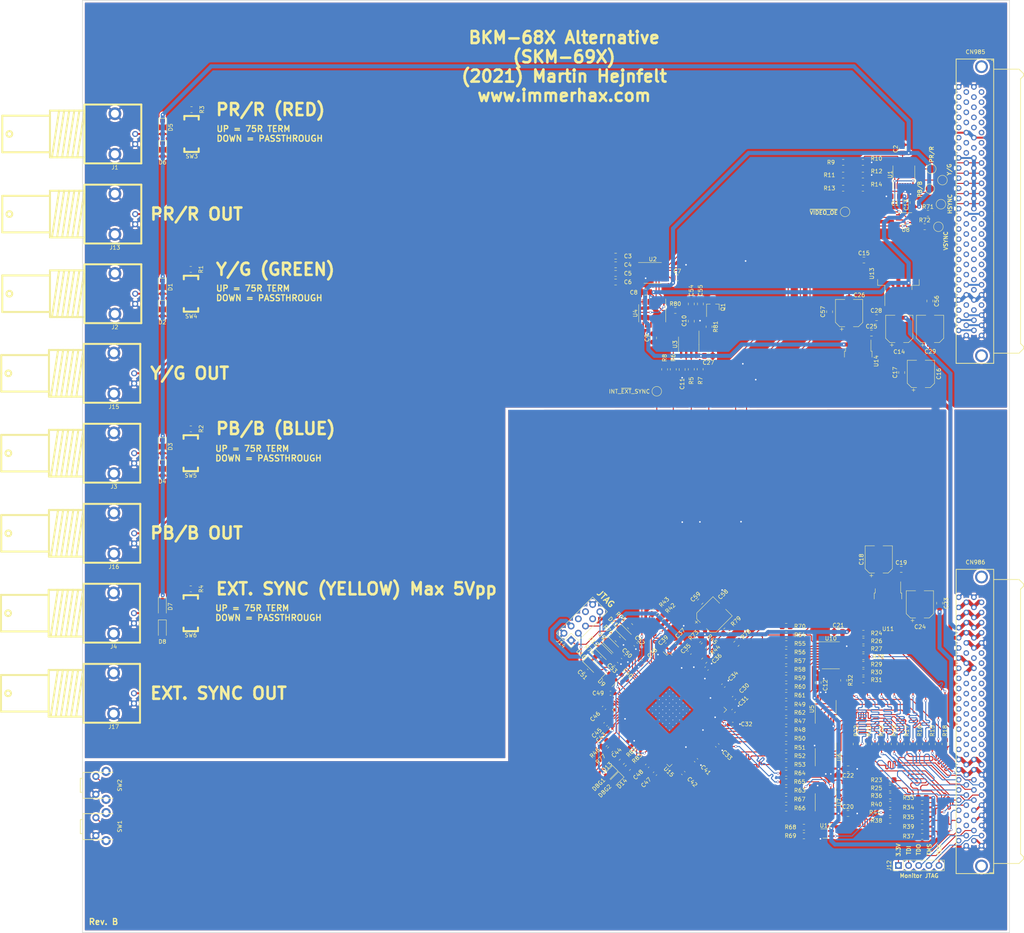
<source format=kicad_pcb>
(kicad_pcb (version 20171130) (host pcbnew 5.1.10-88a1d61d58~88~ubuntu20.04.1)
  (layers (0 F.Cu signal) (31 B.Cu signal) (34 B.Paste user) (35 F.Paste user) (36 B.SilkS user) (37 F.SilkS user) (38 B.Mask user) (39 F.Mask user) (44 Edge.Cuts user))
  (net 0 "")
  (net 1 GND)
  (net 2 "Net-(C3-Pad1)")
  (net 3 Y_G_IN)
  (net 4 "Net-(C4-Pad1)")
  (net 5 PB_B_IN)
  (net 6 "Net-(C5-Pad1)")
  (net 7 PR_R_IN)
  (net 8 "Net-(C6-Pad1)")
  (net 9 EXT_SYNC_IN)
  (net 10 +5VA)
  (net 11 "Net-(C10-Pad1)")
  (net 12 SYNC_SRC)
  (net 13 "Net-(C11-Pad2)")
  (net 14 SETUP_P)
  (net 15 100PCT_P)
  (net 16 VIDEO_COMP)
  (net 17 VIDEO)
  (net 18 PB_B)
  (net 19 Y_G)
  (net 20 PR_R)
  (net 21 STBY_5V)
  (net 22 +6V)
  (net 23 -6V)
  (net 24 +15V)
  (net 25 -15V)
  (net 26 "Net-(R5-Pad1)")
  (net 27 "Net-(R6-Pad2)")
  (net 28 Y_G_AMP)
  (net 29 "Net-(R10-Pad2)")
  (net 30 PB_B_AMP)
  (net 31 "Net-(R11-Pad2)")
  (net 32 PR_R_AMP)
  (net 33 "Net-(R13-Pad2)")
  (net 34 EXT_SYNC_AMP)
  (net 35 ~VIDEO_OE)
  (net 36 +3V3)
  (net 37 ~RESET)
  (net 38 AD6)
  (net 39 AD2)
  (net 40 AD5)
  (net 41 AD1)
  (net 42 CLK_RW)
  (net 43 AD4)
  (net 44 AD0)
  (net 45 AD7)
  (net 46 AD3)
  (net 47 "Net-(R15-Pad2)")
  (net 48 "Net-(R16-Pad2)")
  (net 49 "Net-(R17-Pad2)")
  (net 50 "Net-(R18-Pad2)")
  (net 51 "Net-(R19-Pad2)")
  (net 52 "Net-(R20-Pad2)")
  (net 53 "Net-(R21-Pad2)")
  (net 54 "Net-(R22-Pad2)")
  (net 55 "Net-(R23-Pad1)")
  (net 56 "Net-(R24-Pad2)")
  (net 57 "Net-(R25-Pad1)")
  (net 58 "Net-(R26-Pad2)")
  (net 59 "Net-(R27-Pad2)")
  (net 60 "Net-(R28-Pad2)")
  (net 61 "Net-(R29-Pad2)")
  (net 62 "Net-(R30-Pad2)")
  (net 63 "Net-(R31-Pad2)")
  (net 64 "Net-(R32-Pad2)")
  (net 65 "Net-(R36-Pad1)")
  (net 66 "Net-(R38-Pad1)")
  (net 67 "Net-(R40-Pad1)")
  (net 68 "Net-(R41-Pad1)")
  (net 69 R_~W)
  (net 70 ~A~_D)
  (net 71 ~SLOT~_~IRQ~)
  (net 72 /FPGA/FPGA_ADIN0)
  (net 73 /FPGA/FPGA_ADIN1)
  (net 74 /FPGA/FPGA_ADIN2)
  (net 75 /FPGA/FPGA_ADIN3)
  (net 76 /FPGA/FPGA_ADIN4)
  (net 77 /FPGA/FPGA_ADIN5)
  (net 78 /FPGA/FPGA_ADIN6)
  (net 79 /FPGA/FPGA_ADIN7)
  (net 80 /FPGA/FPGA_R_~W)
  (net 81 /FPGA/FPGA_~A~_D)
  (net 82 /FPGA/~FPGA_RESET)
  (net 83 /FPGA/FPGA_CLK_RW)
  (net 84 /FPGA/~FPGA_SLOT)
  (net 85 /FPGA/FPGA_ADOUT7)
  (net 86 /FPGA/FPGA_ADOUT6)
  (net 87 /FPGA/FPGA_ADOUT5)
  (net 88 /FPGA/FPGA_ADOUT4)
  (net 89 /FPGA/FPGA_ADOUT3)
  (net 90 /FPGA/FPGA_ADOUT2)
  (net 91 /FPGA/FPGA_ADOUT1)
  (net 92 /FPGA/FPGA_ADOUT0)
  (net 93 /FPGA/~FPGA_AD_OE)
  (net 94 /FPGA/~FPGA_IRQ_OE)
  (net 95 /FPGA/~FPGA_IRQ)
  (net 96 HSYNC)
  (net 97 VSYNC)
  (net 98 HSYNC_SEP)
  (net 99 VSYNC_SEP)
  (net 100 HSYNC_OUT)
  (net 101 VSYNC_OUT)
  (net 102 FORCE_VIDEO)
  (net 103 "Net-(R43-Pad2)")
  (net 104 "Net-(R47-Pad1)")
  (net 105 "Net-(R48-Pad1)")
  (net 106 "Net-(R49-Pad1)")
  (net 107 "Net-(R50-Pad1)")
  (net 108 "Net-(R51-Pad1)")
  (net 109 "Net-(R52-Pad1)")
  (net 110 "Net-(R53-Pad1)")
  (net 111 "Net-(R54-Pad1)")
  (net 112 "Net-(R55-Pad1)")
  (net 113 "Net-(R56-Pad1)")
  (net 114 "Net-(R57-Pad1)")
  (net 115 "Net-(R58-Pad1)")
  (net 116 "Net-(R59-Pad1)")
  (net 117 "Net-(R60-Pad1)")
  (net 118 "Net-(R61-Pad1)")
  (net 119 "Net-(R62-Pad1)")
  (net 120 "Net-(R63-Pad2)")
  (net 121 "Net-(R64-Pad2)")
  (net 122 "Net-(R65-Pad2)")
  (net 123 "Net-(R66-Pad2)")
  (net 124 "Net-(R67-Pad2)")
  (net 125 "Net-(R68-Pad2)")
  (net 126 "Net-(R69-Pad2)")
  (net 127 "Net-(R70-Pad1)")
  (net 128 INT_~EXT~_SYNC)
  (net 129 JTAG_TMS)
  (net 130 JTAG_3.3V)
  (net 131 JTAG_TCK)
  (net 132 JTAG_TDO)
  (net 133 JTAG_TDI)
  (net 134 -5VA)
  (net 135 "Net-(R42-Pad1)")
  (net 136 "Net-(R71-Pad1)")
  (net 137 "Net-(R72-Pad1)")
  (net 138 /FPGA/TCK)
  (net 139 /FPGA/TDO)
  (net 140 /FPGA/TMS)
  (net 141 /FPGA/TDI)
  (net 142 "Net-(R44-Pad2)")
  (net 143 "Net-(R45-Pad2)")
  (net 144 "Net-(R73-Pad2)")
  (net 145 /FPGA/CLK_50MHz)
  (net 146 FORCE_VIDEO2)
  (net 147 "Net-(R78-Pad1)")
  (net 148 "Net-(R79-Pad1)")
  (net 149 "Net-(J13-Pad1)")
  (net 150 "Net-(J15-Pad1)")
  (net 151 "Net-(J16-Pad1)")
  (net 152 "Net-(J17-Pad1)")
  (net 153 "Net-(R1-Pad1)")
  (net 154 "Net-(R2-Pad1)")
  (net 155 "Net-(R3-Pad1)")
  (net 156 "Net-(R4-Pad1)")
  (net 157 SYNC_SRC_FILTER)
  (net 158 "Net-(C55-Pad1)")
  (net 159 "Net-(Q1-Pad1)")
  (net 160 /Video/ISL_SD_HD)
  (net 161 "Net-(D13-Pad1)")
  (net 162 "Net-(D14-Pad1)")
  (net 163 /FPGA/DBG1)
  (net 164 /FPGA/DBG2)
  (module PTS645:PTS645 (layer F.Cu) (at 53.2892 240.1443 270)
    (fp_text reference SW1 (at -0.0508 -5.9563 270) (layer F.SilkS))
    (fp_text value FORCE_VIDEO)
    (pad S thru_hole circle (at 3.5 -2.55 270) (size 2.3 2.3) (drill 1.3) (layers *.Cu *.Mask))
    (pad S thru_hole circle (at -3.5 -2.55 270) (size 2.3 2.3) (drill 1.3) (layers *.Cu *.Mask))
    (pad 2 thru_hole circle (at 2.25 0 270) (size 1.8 1.8) (drill 1) (layers *.Cu *.Mask) (net 1 GND))
    (pad 1 thru_hole circle (at -2.25 0 270) (size 1.8 1.8) (drill 1) (layers *.Cu *.Mask) (net 146 FORCE_VIDEO2))
  )
  (module PTS645:PTS645 (layer F.Cu) (at 53.2801 229.8065 270)
    (fp_text reference SW2 (at 0 -5.9654 270) (layer F.SilkS))
    (fp_text value FORCE_VIDEO)
    (pad S thru_hole circle (at 3.5 -2.55 270) (size 2.3 2.3) (drill 1.3) (layers *.Cu *.Mask))
    (pad S thru_hole circle (at -3.5 -2.55 270) (size 2.3 2.3) (drill 1.3) (layers *.Cu *.Mask))
    (pad 2 thru_hole circle (at 2.25 0 270) (size 1.8 1.8) (drill 1) (layers *.Cu *.Mask) (net 1 GND))
    (pad 1 thru_hole circle (at -2.25 0 270) (size 1.8 1.8) (drill 1) (layers *.Cu *.Mask) (net 102 FORCE_VIDEO))
  )
  (module Resistor_SMD:R_0805_2012Metric_Pad1.20x1.40mm_HandSolder (layer F.Cu) (at 182.020493 220.874307 225)
    (fp_text reference R77 (at 3.364404 0.017961 45) (layer F.SilkS))
    (fp_text value 10K)
    (pad 1 smd roundrect (at -1 0 225) (size 1.2 1.4) (layers F.Cu F.Paste F.Mask) (roundrect_rratio 0.2083325) (net 146 FORCE_VIDEO2))
    (pad 2 smd roundrect (at 1 0 225) (size 1.2 1.4) (layers F.Cu F.Paste F.Mask) (roundrect_rratio 0.2083325) (net 36 +3V3))
  )
  (module Oscillator:Oscillator_SMD_Kyocera_KC2520Z-4Pin_2.5x2.0mm (layer F.Cu) (at 182.0418 203.0984 45)
    (fp_text reference U9 (at -2.263025 -0.862105 135) (layer F.SilkS))
    (fp_text value KC2520Z50)
    (pad 1 smd rect (at -0.725 -0.925 45) (size 0.95 1.05) (layers F.Cu F.Paste F.Mask))
    (pad 2 smd rect (at -0.725 0.925 45) (size 0.95 1.05) (layers F.Cu F.Paste F.Mask) (net 1 GND))
    (pad 3 smd rect (at 0.725 0.925 45) (size 0.95 1.05) (layers F.Cu F.Paste F.Mask) (net 145 /FPGA/CLK_50MHz))
    (pad 4 smd rect (at 0.725 -0.925 45) (size 0.95 1.05) (layers F.Cu F.Paste F.Mask) (net 36 +3V3))
  )
  (module Resistor_SMD:R_0805_2012Metric_Pad1.20x1.40mm_HandSolder (layer F.Cu) (at 260.731 89.916)
    (fp_text reference R72 (at 0 -1.65) (layer F.SilkS))
    (fp_text value 47R)
    (pad 1 smd roundrect (at -1 0) (size 1.2 1.4) (layers F.Cu F.Paste F.Mask) (roundrect_rratio 0.2083325) (net 137 "Net-(R72-Pad1)"))
    (pad 2 smd roundrect (at 1 0) (size 1.2 1.4) (layers F.Cu F.Paste F.Mask) (roundrect_rratio 0.2083325) (net 97 VSYNC))
  )
  (module Resistor_SMD:R_0805_2012Metric_Pad1.20x1.40mm_HandSolder (layer F.Cu) (at 261.5565 86.5505)
    (fp_text reference R71 (at 0 -1.65) (layer F.SilkS))
    (fp_text value 47R)
    (pad 2 smd roundrect (at 1 0) (size 1.2 1.4) (layers F.Cu F.Paste F.Mask) (roundrect_rratio 0.2083325) (net 96 HSYNC))
    (pad 1 smd roundrect (at -1 0) (size 1.2 1.4) (layers F.Cu F.Paste F.Mask) (roundrect_rratio 0.2083325) (net 136 "Net-(R71-Pad1)"))
  )
  (module Capacitor_SMD:CP_Elec_6.3x5.3 (layer F.Cu) (at 254.3683 115.4938 90)
    (fp_text reference C14 (at -5.725 -0.0201 180) (layer F.SilkS))
    (fp_text value 100uF)
    (pad 2 smd roundrect (at 2.8 0 90) (size 3.5 1.6) (layers F.Cu F.Paste F.Mask) (roundrect_rratio 0.15625) (net 23 -6V))
    (pad 1 smd roundrect (at -2.8 0 90) (size 3.5 1.6) (layers F.Cu F.Paste F.Mask) (roundrect_rratio 0.15625) (net 1 GND))
  )
  (module Package_SO:TSSOP-16_4.4x5mm_P0.65mm (layer F.Cu) (at 255.524 76.835 90)
    (fp_text reference U1 (at 0 -3.45 90) (layer F.SilkS))
    (fp_text value ADG1611)
    (pad 1 smd roundrect (at -2.8625 -2.275 90) (size 1.475 0.4) (layers F.Cu F.Paste F.Mask) (net 35 ~VIDEO_OE))
    (pad 2 smd roundrect (at -2.8625 -1.625 90) (size 1.475 0.4) (layers F.Cu F.Paste F.Mask) (net 19 Y_G))
    (pad 3 smd roundrect (at -2.8625 -0.975 90) (size 1.475 0.4) (layers F.Cu F.Paste F.Mask) (net 31 "Net-(R11-Pad2)"))
    (pad 4 smd roundrect (at -2.8625 -0.325 90) (size 1.475 0.4) (layers F.Cu F.Paste F.Mask) (net 134 -5VA))
    (pad 5 smd roundrect (at -2.8625 0.325 90) (size 1.475 0.4) (layers F.Cu F.Paste F.Mask) (net 1 GND))
    (pad 6 smd roundrect (at -2.8625 0.975 90) (size 1.475 0.4) (layers F.Cu F.Paste F.Mask) (net 33 "Net-(R13-Pad2)"))
    (pad 7 smd roundrect (at -2.8625 1.625 90) (size 1.475 0.4) (layers F.Cu F.Paste F.Mask) (net 18 PB_B))
    (pad 8 smd roundrect (at -2.8625 2.275 90) (size 1.475 0.4) (layers F.Cu F.Paste F.Mask) (net 35 ~VIDEO_OE))
    (pad 9 smd roundrect (at 2.8625 2.275 90) (size 1.475 0.4) (layers F.Cu F.Paste F.Mask) (net 1 GND))
    (pad 10 smd roundrect (at 2.8625 1.625 90) (size 1.475 0.4) (layers F.Cu F.Paste F.Mask))
    (pad 11 smd roundrect (at 2.8625 0.975 90) (size 1.475 0.4) (layers F.Cu F.Paste F.Mask) (net 1 GND))
    (pad 12 smd roundrect (at 2.8625 0.325 90) (size 1.475 0.4) (layers F.Cu F.Paste F.Mask))
    (pad 13 smd roundrect (at 2.8625 -0.325 90) (size 1.475 0.4) (layers F.Cu F.Paste F.Mask) (net 10 +5VA))
    (pad 14 smd roundrect (at 2.8625 -0.975 90) (size 1.475 0.4) (layers F.Cu F.Paste F.Mask) (net 29 "Net-(R10-Pad2)"))
    (pad 15 smd roundrect (at 2.8625 -1.625 90) (size 1.475 0.4) (layers F.Cu F.Paste F.Mask) (net 20 PR_R))
    (pad 16 smd roundrect (at 2.8625 -2.275 90) (size 1.475 0.4) (layers F.Cu F.Paste F.Mask) (net 35 ~VIDEO_OE))
  )
  (module Capacitor_SMD:C_0805_2012Metric_Pad1.18x1.45mm_HandSolder (layer F.Cu) (at 245.5203 98.2472 180)
    (fp_text reference C15 (at 0 1.7225) (layer F.SilkS))
    (fp_text value 0.1uF)
    (pad 2 smd roundrect (at 1.0375 0 180) (size 1.175 1.45) (layers F.Cu F.Paste F.Mask) (roundrect_rratio 0.2127659574468085) (net 1 GND))
    (pad 1 smd roundrect (at -1.0375 0 180) (size 1.175 1.45) (layers F.Cu F.Paste F.Mask) (roundrect_rratio 0.2127659574468085) (net 23 -6V))
  )
  (module Package_SO:TSSOP-14_4.4x5mm_P0.65mm (layer F.Cu) (at 235.94 234.061 270)
    (fp_text reference U7 (at 0 -3.45 90) (layer F.SilkS))
    (fp_text value 74LVC14A)
    (pad 14 smd roundrect (at 2.8625 -1.95 270) (size 1.475 0.4) (layers F.Cu F.Paste F.Mask) (net 36 +3V3))
    (pad 13 smd roundrect (at 2.8625 -1.3 270) (size 1.475 0.4) (layers F.Cu F.Paste F.Mask))
    (pad 12 smd roundrect (at 2.8625 -0.65 270) (size 1.475 0.4) (layers F.Cu F.Paste F.Mask))
    (pad 11 smd roundrect (at 2.8625 0 270) (size 1.475 0.4) (layers F.Cu F.Paste F.Mask) (net 67 "Net-(R40-Pad1)"))
    (pad 10 smd roundrect (at 2.8625 0.65 270) (size 1.475 0.4) (layers F.Cu F.Paste F.Mask) (net 124 "Net-(R67-Pad2)"))
    (pad 9 smd roundrect (at 2.8625 1.3 270) (size 1.475 0.4) (layers F.Cu F.Paste F.Mask) (net 66 "Net-(R38-Pad1)"))
    (pad 8 smd roundrect (at 2.8625 1.95 270) (size 1.475 0.4) (layers F.Cu F.Paste F.Mask) (net 123 "Net-(R66-Pad2)"))
    (pad 7 smd roundrect (at -2.8625 1.95 270) (size 1.475 0.4) (layers F.Cu F.Paste F.Mask) (net 1 GND))
    (pad 6 smd roundrect (at -2.8625 1.3 270) (size 1.475 0.4) (layers F.Cu F.Paste F.Mask) (net 122 "Net-(R65-Pad2)"))
    (pad 5 smd roundrect (at -2.8625 0.65 270) (size 1.475 0.4) (layers F.Cu F.Paste F.Mask) (net 65 "Net-(R36-Pad1)"))
    (pad 4 smd roundrect (at -2.8625 0 270) (size 1.475 0.4) (layers F.Cu F.Paste F.Mask) (net 121 "Net-(R64-Pad2)"))
    (pad 3 smd roundrect (at -2.8625 -0.65 270) (size 1.475 0.4) (layers F.Cu F.Paste F.Mask) (net 57 "Net-(R25-Pad1)"))
    (pad 2 smd roundrect (at -2.8625 -1.3 270) (size 1.475 0.4) (layers F.Cu F.Paste F.Mask) (net 120 "Net-(R63-Pad2)"))
    (pad 1 smd roundrect (at -2.8625 -1.95 270) (size 1.475 0.4) (layers F.Cu F.Paste F.Mask) (net 55 "Net-(R23-Pad1)"))
  )
  (module TX24-100R-LT-H1E:TX24-100R-LT-H1E (layer F.Cu) (at 269.24 182.7 90)
    (fp_text reference CN986 (at 8.763 4.191 180) (layer F.SilkS))
    (fp_text value mezz-conn-02x50)
    (pad "" np_thru_hole circle (at -67.31 5.715 90) (size 3.2 3.2) (drill 2.2) (layers *.Cu *.Mask))
    (pad "" np_thru_hole circle (at 5.08 5.715 90) (size 3.2 3.2) (drill 2.2) (layers *.Cu *.Mask))
    (pad B2 thru_hole circle (at -1.27 5.715 90) (size 1.4 1.4) (drill 0.8) (layers *.Cu *.Mask) (net 25 -15V))
    (pad B4 thru_hole circle (at -3.81 5.715 90) (size 1.4 1.4) (drill 0.8) (layers *.Cu *.Mask) (net 24 +15V))
    (pad B6 thru_hole circle (at -6.35 5.715 90) (size 1.4 1.4) (drill 0.8) (layers *.Cu *.Mask) (net 23 -6V))
    (pad B8 thru_hole circle (at -8.89 5.715 90) (size 1.4 1.4) (drill 0.8) (layers *.Cu *.Mask) (net 22 +6V))
    (pad B10 thru_hole circle (at -11.43 5.715 90) (size 1.4 1.4) (drill 0.8) (layers *.Cu *.Mask) (net 1 GND))
    (pad B12 thru_hole circle (at -13.97 5.715 90) (size 1.4 1.4) (drill 0.8) (layers *.Cu *.Mask))
    (pad B14 thru_hole circle (at -16.51 5.715 90) (size 1.4 1.4) (drill 0.8) (layers *.Cu *.Mask))
    (pad B16 thru_hole circle (at -19.05 5.715 90) (size 1.4 1.4) (drill 0.8) (layers *.Cu *.Mask))
    (pad B18 thru_hole circle (at -21.59 5.715 90) (size 1.4 1.4) (drill 0.8) (layers *.Cu *.Mask))
    (pad B20 thru_hole circle (at -24.13 5.715 90) (size 1.4 1.4) (drill 0.8) (layers *.Cu *.Mask))
    (pad B22 thru_hole circle (at -26.67 5.715 90) (size 1.4 1.4) (drill 0.8) (layers *.Cu *.Mask))
    (pad B24 thru_hole circle (at -29.21 5.715 90) (size 1.4 1.4) (drill 0.8) (layers *.Cu *.Mask))
    (pad B26 thru_hole circle (at -31.75 5.715 90) (size 1.4 1.4) (drill 0.8) (layers *.Cu *.Mask))
    (pad B28 thru_hole circle (at -34.29 5.715 90) (size 1.4 1.4) (drill 0.8) (layers *.Cu *.Mask))
    (pad B30 thru_hole circle (at -36.83 5.715 90) (size 1.4 1.4) (drill 0.8) (layers *.Cu *.Mask))
    (pad B32 thru_hole circle (at -39.37 5.715 90) (size 1.4 1.4) (drill 0.8) (layers *.Cu *.Mask))
    (pad B34 thru_hole circle (at -41.91 5.715 90) (size 1.4 1.4) (drill 0.8) (layers *.Cu *.Mask) (net 21 STBY_5V))
    (pad B36 thru_hole circle (at -44.45 5.715 90) (size 1.4 1.4) (drill 0.8) (layers *.Cu *.Mask) (net 1 GND))
    (pad B38 thru_hole circle (at -46.99 5.715 90) (size 1.4 1.4) (drill 0.8) (layers *.Cu *.Mask) (net 46 AD3))
    (pad B40 thru_hole circle (at -49.53 5.715 90) (size 1.4 1.4) (drill 0.8) (layers *.Cu *.Mask) (net 45 AD7))
    (pad B42 thru_hole circle (at -52.07 5.715 90) (size 1.4 1.4) (drill 0.8) (layers *.Cu *.Mask) (net 1 GND))
    (pad B44 thru_hole circle (at -54.61 5.715 90) (size 1.4 1.4) (drill 0.8) (layers *.Cu *.Mask) (net 1 GND))
    (pad B46 thru_hole circle (at -57.15 5.715 90) (size 1.4 1.4) (drill 0.8) (layers *.Cu *.Mask) (net 1 GND))
    (pad B48 thru_hole circle (at -59.69 5.715 90) (size 1.4 1.4) (drill 0.8) (layers *.Cu *.Mask) (net 129 JTAG_TMS))
    (pad B50 thru_hole circle (at -62.23 5.715 90) (size 1.4 1.4) (drill 0.8) (layers *.Cu *.Mask) (net 1 GND))
    (pad A1 thru_hole circle (at 0 0 90) (size 1.4 1.4) (drill 0.8) (layers *.Cu *.Mask) (net 1 GND))
    (pad A3 thru_hole circle (at -2.54 0 90) (size 1.4 1.4) (drill 0.8) (layers *.Cu *.Mask) (net 25 -15V))
    (pad A5 thru_hole circle (at -5.08 0 90) (size 1.4 1.4) (drill 0.8) (layers *.Cu *.Mask) (net 24 +15V))
    (pad A7 thru_hole circle (at -7.62 0 90) (size 1.4 1.4) (drill 0.8) (layers *.Cu *.Mask) (net 23 -6V))
    (pad A9 thru_hole circle (at -10.16 0 90) (size 1.4 1.4) (drill 0.8) (layers *.Cu *.Mask) (net 22 +6V))
    (pad A11 thru_hole circle (at -12.7 0 90) (size 1.4 1.4) (drill 0.8) (layers *.Cu *.Mask) (net 1 GND))
    (pad A13 thru_hole circle (at -15.24 0 90) (size 1.4 1.4) (drill 0.8) (layers *.Cu *.Mask) (net 1 GND))
    (pad A15 thru_hole circle (at -17.78 0 90) (size 1.4 1.4) (drill 0.8) (layers *.Cu *.Mask) (net 1 GND))
    (pad A17 thru_hole circle (at -20.32 0 90) (size 1.4 1.4) (drill 0.8) (layers *.Cu *.Mask))
    (pad A19 thru_hole circle (at -22.86 0 90) (size 1.4 1.4) (drill 0.8) (layers *.Cu *.Mask))
    (pad A21 thru_hole circle (at -25.4 0 90) (size 1.4 1.4) (drill 0.8) (layers *.Cu *.Mask))
    (pad A23 thru_hole circle (at -27.94 0 90) (size 1.4 1.4) (drill 0.8) (layers *.Cu *.Mask))
    (pad A25 thru_hole circle (at -30.48 0 90) (size 1.4 1.4) (drill 0.8) (layers *.Cu *.Mask))
    (pad A27 thru_hole circle (at -33.02 0 90) (size 1.4 1.4) (drill 0.8) (layers *.Cu *.Mask))
    (pad A29 thru_hole circle (at -35.56 0 90) (size 1.4 1.4) (drill 0.8) (layers *.Cu *.Mask))
    (pad A31 thru_hole circle (at -38.1 0 90) (size 1.4 1.4) (drill 0.8) (layers *.Cu *.Mask))
    (pad A33 thru_hole circle (at -40.64 0 90) (size 1.4 1.4) (drill 0.8) (layers *.Cu *.Mask) (net 21 STBY_5V))
    (pad A35 thru_hole circle (at -43.18 0 90) (size 1.4 1.4) (drill 0.8) (layers *.Cu *.Mask) (net 1 GND))
    (pad A37 thru_hole circle (at -45.72 0 90) (size 1.4 1.4) (drill 0.8) (layers *.Cu *.Mask) (net 44 AD0))
    (pad A39 thru_hole circle (at -48.26 0 90) (size 1.4 1.4) (drill 0.8) (layers *.Cu *.Mask) (net 43 AD4))
    (pad A41 thru_hole circle (at -50.8 0 90) (size 1.4 1.4) (drill 0.8) (layers *.Cu *.Mask) (net 69 R_~W))
    (pad A43 thru_hole circle (at -53.34 0 90) (size 1.4 1.4) (drill 0.8) (layers *.Cu *.Mask) (net 42 CLK_RW))
    (pad A45 thru_hole circle (at -55.88 0 90) (size 1.4 1.4) (drill 0.8) (layers *.Cu *.Mask) (net 71 ~SLOT~_~IRQ~))
    (pad A47 thru_hole circle (at -58.42 0 90) (size 1.4 1.4) (drill 0.8) (layers *.Cu *.Mask) (net 130 JTAG_3.3V))
    (pad A49 thru_hole circle (at -60.96 0 90) (size 1.4 1.4) (drill 0.8) (layers *.Cu *.Mask) (net 131 JTAG_TCK))
    (pad A2 thru_hole circle (at -1.27 1.905 90) (size 1.4 1.4) (drill 0.8) (layers *.Cu *.Mask) (net 25 -15V))
    (pad A4 thru_hole circle (at -3.81 1.905 90) (size 1.4 1.4) (drill 0.8) (layers *.Cu *.Mask) (net 24 +15V))
    (pad A6 thru_hole circle (at -6.35 1.905 90) (size 1.4 1.4) (drill 0.8) (layers *.Cu *.Mask) (net 23 -6V))
    (pad A8 thru_hole circle (at -8.89 1.905 90) (size 1.4 1.4) (drill 0.8) (layers *.Cu *.Mask) (net 22 +6V))
    (pad A10 thru_hole circle (at -11.43 1.905 90) (size 1.4 1.4) (drill 0.8) (layers *.Cu *.Mask) (net 1 GND))
    (pad A12 thru_hole circle (at -13.97 1.905 90) (size 1.4 1.4) (drill 0.8) (layers *.Cu *.Mask))
    (pad A14 thru_hole circle (at -16.51 1.905 90) (size 1.4 1.4) (drill 0.8) (layers *.Cu *.Mask) (net 1 GND))
    (pad A16 thru_hole circle (at -19.05 1.905 90) (size 1.4 1.4) (drill 0.8) (layers *.Cu *.Mask) (net 1 GND))
    (pad A18 thru_hole circle (at -21.59 1.905 90) (size 1.4 1.4) (drill 0.8) (layers *.Cu *.Mask))
    (pad A20 thru_hole circle (at -24.13 1.905 90) (size 1.4 1.4) (drill 0.8) (layers *.Cu *.Mask))
    (pad A22 thru_hole circle (at -26.67 1.905 90) (size 1.4 1.4) (drill 0.8) (layers *.Cu *.Mask))
    (pad A24 thru_hole circle (at -29.21 1.905 90) (size 1.4 1.4) (drill 0.8) (layers *.Cu *.Mask))
    (pad A26 thru_hole circle (at -31.75 1.905 90) (size 1.4 1.4) (drill 0.8) (layers *.Cu *.Mask))
    (pad A28 thru_hole circle (at -34.29 1.905 90) (size 1.4 1.4) (drill 0.8) (layers *.Cu *.Mask))
    (pad A30 thru_hole circle (at -36.83 1.905 90) (size 1.4 1.4) (drill 0.8) (layers *.Cu *.Mask))
    (pad A32 thru_hole circle (at -39.37 1.905 90) (size 1.4 1.4) (drill 0.8) (layers *.Cu *.Mask))
    (pad A34 thru_hole circle (at -41.91 1.905 90) (size 1.4 1.4) (drill 0.8) (layers *.Cu *.Mask) (net 21 STBY_5V))
    (pad A36 thru_hole circle (at -44.45 1.905 90) (size 1.4 1.4) (drill 0.8) (layers *.Cu *.Mask) (net 1 GND))
    (pad A38 thru_hole circle (at -46.99 1.905 90) (size 1.4 1.4) (drill 0.8) (layers *.Cu *.Mask) (net 41 AD1))
    (pad A40 thru_hole circle (at -49.53 1.905 90) (size 1.4 1.4) (drill 0.8) (layers *.Cu *.Mask) (net 40 AD5))
    (pad A42 thru_hole circle (at -52.07 1.905 90) (size 1.4 1.4) (drill 0.8) (layers *.Cu *.Mask) (net 70 ~A~_D))
    (pad A44 thru_hole circle (at -54.61 1.905 90) (size 1.4 1.4) (drill 0.8) (layers *.Cu *.Mask))
    (pad A46 thru_hole circle (at -57.15 1.905 90) (size 1.4 1.4) (drill 0.8) (layers *.Cu *.Mask))
    (pad A48 thru_hole circle (at -59.69 1.905 90) (size 1.4 1.4) (drill 0.8) (layers *.Cu *.Mask) (net 132 JTAG_TDO))
    (pad A50 thru_hole circle (at -62.23 1.905 90) (size 1.4 1.4) (drill 0.8) (layers *.Cu *.Mask) (net 1 GND))
    (pad B1 thru_hole circle (at 0 3.81 90) (size 1.4 1.4) (drill 0.8) (layers *.Cu *.Mask) (net 1 GND))
    (pad B3 thru_hole circle (at -2.54 3.81 90) (size 1.4 1.4) (drill 0.8) (layers *.Cu *.Mask) (net 25 -15V))
    (pad B5 thru_hole circle (at -5.08 3.81 90) (size 1.4 1.4) (drill 0.8) (layers *.Cu *.Mask) (net 24 +15V))
    (pad B7 thru_hole circle (at -7.62 3.81 90) (size 1.4 1.4) (drill 0.8) (layers *.Cu *.Mask) (net 23 -6V))
    (pad B9 thru_hole circle (at -10.16 3.81 90) (size 1.4 1.4) (drill 0.8) (layers *.Cu *.Mask) (net 22 +6V))
    (pad B11 thru_hole circle (at -12.7 3.81 90) (size 1.4 1.4) (drill 0.8) (layers *.Cu *.Mask) (net 1 GND))
    (pad B13 thru_hole circle (at -15.24 3.81 90) (size 1.4 1.4) (drill 0.8) (layers *.Cu *.Mask))
    (pad B15 thru_hole circle (at -17.78 3.81 90) (size 1.4 1.4) (drill 0.8) (layers *.Cu *.Mask) (net 1 GND))
    (pad B17 thru_hole circle (at -20.32 3.81 90) (size 1.4 1.4) (drill 0.8) (layers *.Cu *.Mask))
    (pad B19 thru_hole circle (at -22.86 3.81 90) (size 1.4 1.4) (drill 0.8) (layers *.Cu *.Mask))
    (pad B21 thru_hole circle (at -25.4 3.81 90) (size 1.4 1.4) (drill 0.8) (layers *.Cu *.Mask))
    (pad B23 thru_hole circle (at -27.94 3.81 90) (size 1.4 1.4) (drill 0.8) (layers *.Cu *.Mask))
    (pad B25 thru_hole circle (at -30.48 3.81 90) (size 1.4 1.4) (drill 0.8) (layers *.Cu *.Mask))
    (pad B27 thru_hole circle (at -33.02 3.81 90) (size 1.4 1.4) (drill 0.8) (layers *.Cu *.Mask))
    (pad B29 thru_hole circle (at -35.56 3.81 90) (size 1.4 1.4) (drill 0.8) (layers *.Cu *.Mask))
    (pad B31 thru_hole circle (at -38.1 3.81 90) (size 1.4 1.4) (drill 0.8) (layers *.Cu *.Mask))
    (pad B33 thru_hole circle (at -40.64 3.81 90) (size 1.4 1.4) (drill 0.8) (layers *.Cu *.Mask) (net 21 STBY_5V))
    (pad B35 thru_hole circle (at -43.18 3.81 90) (size 1.4 1.4) (drill 0.8) (layers *.Cu *.Mask) (net 1 GND))
    (pad B37 thru_hole circle (at -45.72 3.81 90) (size 1.4 1.4) (drill 0.8) (layers *.Cu *.Mask) (net 39 AD2))
    (pad B39 thru_hole circle (at -48.26 3.81 90) (size 1.4 1.4) (drill 0.8) (layers *.Cu *.Mask) (net 38 AD6))
    (pad B41 thru_hole circle (at -50.8 3.81 90) (size 1.4 1.4) (drill 0.8) (layers *.Cu *.Mask) (net 37 ~RESET))
    (pad B43 thru_hole circle (at -53.34 3.81 90) (size 1.4 1.4) (drill 0.8) (layers *.Cu *.Mask) (net 1 GND))
    (pad B45 thru_hole circle (at -55.88 3.81 90) (size 1.4 1.4) (drill 0.8) (layers *.Cu *.Mask) (net 1 GND))
    (pad B47 thru_hole circle (at -58.42 3.81 90) (size 1.4 1.4) (drill 0.8) (layers *.Cu *.Mask) (net 133 JTAG_TDI))
    (pad B49 thru_hole circle (at -60.96 3.81 90) (size 1.4 1.4) (drill 0.8) (layers *.Cu *.Mask) (net 1 GND))
  )
  (module TX24-100R-LT-H1E:TX24-100R-LT-H1E (layer F.Cu) (at 269.24 54.9 90)
    (fp_text reference CN985 (at 8.763 4.191 180) (layer F.SilkS))
    (fp_text value mezz-conn-02x50)
    (pad B49 thru_hole circle (at -60.96 3.81 90) (size 1.4 1.4) (drill 0.8) (layers *.Cu *.Mask) (net 14 SETUP_P))
    (pad B47 thru_hole circle (at -58.42 3.81 90) (size 1.4 1.4) (drill 0.8) (layers *.Cu *.Mask) (net 15 100PCT_P))
    (pad B45 thru_hole circle (at -55.88 3.81 90) (size 1.4 1.4) (drill 0.8) (layers *.Cu *.Mask))
    (pad B43 thru_hole circle (at -53.34 3.81 90) (size 1.4 1.4) (drill 0.8) (layers *.Cu *.Mask) (net 1 GND))
    (pad B41 thru_hole circle (at -50.8 3.81 90) (size 1.4 1.4) (drill 0.8) (layers *.Cu *.Mask))
    (pad B39 thru_hole circle (at -48.26 3.81 90) (size 1.4 1.4) (drill 0.8) (layers *.Cu *.Mask))
    (pad B37 thru_hole circle (at -45.72 3.81 90) (size 1.4 1.4) (drill 0.8) (layers *.Cu *.Mask))
    (pad B35 thru_hole circle (at -43.18 3.81 90) (size 1.4 1.4) (drill 0.8) (layers *.Cu *.Mask))
    (pad B33 thru_hole circle (at -40.64 3.81 90) (size 1.4 1.4) (drill 0.8) (layers *.Cu *.Mask))
    (pad B31 thru_hole circle (at -38.1 3.81 90) (size 1.4 1.4) (drill 0.8) (layers *.Cu *.Mask))
    (pad B29 thru_hole circle (at -35.56 3.81 90) (size 1.4 1.4) (drill 0.8) (layers *.Cu *.Mask))
    (pad B27 thru_hole circle (at -33.02 3.81 90) (size 1.4 1.4) (drill 0.8) (layers *.Cu *.Mask))
    (pad B25 thru_hole circle (at -30.48 3.81 90) (size 1.4 1.4) (drill 0.8) (layers *.Cu *.Mask) (net 1 GND))
    (pad B23 thru_hole circle (at -27.94 3.81 90) (size 1.4 1.4) (drill 0.8) (layers *.Cu *.Mask) (net 1 GND))
    (pad B21 thru_hole circle (at -25.4 3.81 90) (size 1.4 1.4) (drill 0.8) (layers *.Cu *.Mask) (net 1 GND))
    (pad B19 thru_hole circle (at -22.86 3.81 90) (size 1.4 1.4) (drill 0.8) (layers *.Cu *.Mask) (net 1 GND))
    (pad B17 thru_hole circle (at -20.32 3.81 90) (size 1.4 1.4) (drill 0.8) (layers *.Cu *.Mask) (net 1 GND))
    (pad B15 thru_hole circle (at -17.78 3.81 90) (size 1.4 1.4) (drill 0.8) (layers *.Cu *.Mask) (net 1 GND))
    (pad B13 thru_hole circle (at -15.24 3.81 90) (size 1.4 1.4) (drill 0.8) (layers *.Cu *.Mask))
    (pad B11 thru_hole circle (at -12.7 3.81 90) (size 1.4 1.4) (drill 0.8) (layers *.Cu *.Mask) (net 1 GND))
    (pad B9 thru_hole circle (at -10.16 3.81 90) (size 1.4 1.4) (drill 0.8) (layers *.Cu *.Mask))
    (pad B7 thru_hole circle (at -7.62 3.81 90) (size 1.4 1.4) (drill 0.8) (layers *.Cu *.Mask))
    (pad B5 thru_hole circle (at -5.08 3.81 90) (size 1.4 1.4) (drill 0.8) (layers *.Cu *.Mask))
    (pad B3 thru_hole circle (at -2.54 3.81 90) (size 1.4 1.4) (drill 0.8) (layers *.Cu *.Mask))
    (pad B1 thru_hole circle (at 0 3.81 90) (size 1.4 1.4) (drill 0.8) (layers *.Cu *.Mask) (net 1 GND))
    (pad A50 thru_hole circle (at -62.23 1.905 90) (size 1.4 1.4) (drill 0.8) (layers *.Cu *.Mask) (net 1 GND))
    (pad A48 thru_hole circle (at -59.69 1.905 90) (size 1.4 1.4) (drill 0.8) (layers *.Cu *.Mask) (net 1 GND))
    (pad A46 thru_hole circle (at -57.15 1.905 90) (size 1.4 1.4) (drill 0.8) (layers *.Cu *.Mask) (net 1 GND))
    (pad A44 thru_hole circle (at -54.61 1.905 90) (size 1.4 1.4) (drill 0.8) (layers *.Cu *.Mask))
    (pad A42 thru_hole circle (at -52.07 1.905 90) (size 1.4 1.4) (drill 0.8) (layers *.Cu *.Mask) (net 1 GND))
    (pad A40 thru_hole circle (at -49.53 1.905 90) (size 1.4 1.4) (drill 0.8) (layers *.Cu *.Mask) (net 16 VIDEO_COMP))
    (pad A38 thru_hole circle (at -46.99 1.905 90) (size 1.4 1.4) (drill 0.8) (layers *.Cu *.Mask))
    (pad A36 thru_hole circle (at -44.45 1.905 90) (size 1.4 1.4) (drill 0.8) (layers *.Cu *.Mask))
    (pad A34 thru_hole circle (at -41.91 1.905 90) (size 1.4 1.4) (drill 0.8) (layers *.Cu *.Mask))
    (pad A32 thru_hole circle (at -39.37 1.905 90) (size 1.4 1.4) (drill 0.8) (layers *.Cu *.Mask))
    (pad A30 thru_hole circle (at -36.83 1.905 90) (size 1.4 1.4) (drill 0.8) (layers *.Cu *.Mask))
    (pad A28 thru_hole circle (at -34.29 1.905 90) (size 1.4 1.4) (drill 0.8) (layers *.Cu *.Mask))
    (pad A26 thru_hole circle (at -31.75 1.905 90) (size 1.4 1.4) (drill 0.8) (layers *.Cu *.Mask) (net 17 VIDEO))
    (pad A24 thru_hole circle (at -29.21 1.905 90) (size 1.4 1.4) (drill 0.8) (layers *.Cu *.Mask) (net 97 VSYNC))
    (pad A22 thru_hole circle (at -26.67 1.905 90) (size 1.4 1.4) (drill 0.8) (layers *.Cu *.Mask) (net 96 HSYNC))
    (pad A20 thru_hole circle (at -24.13 1.905 90) (size 1.4 1.4) (drill 0.8) (layers *.Cu *.Mask) (net 18 PB_B))
    (pad A18 thru_hole circle (at -21.59 1.905 90) (size 1.4 1.4) (drill 0.8) (layers *.Cu *.Mask) (net 19 Y_G))
    (pad A16 thru_hole circle (at -19.05 1.905 90) (size 1.4 1.4) (drill 0.8) (layers *.Cu *.Mask) (net 20 PR_R))
    (pad A14 thru_hole circle (at -16.51 1.905 90) (size 1.4 1.4) (drill 0.8) (layers *.Cu *.Mask))
    (pad A12 thru_hole circle (at -13.97 1.905 90) (size 1.4 1.4) (drill 0.8) (layers *.Cu *.Mask))
    (pad A10 thru_hole circle (at -11.43 1.905 90) (size 1.4 1.4) (drill 0.8) (layers *.Cu *.Mask) (net 1 GND))
    (pad A8 thru_hole circle (at -8.89 1.905 90) (size 1.4 1.4) (drill 0.8) (layers *.Cu *.Mask))
    (pad A6 thru_hole circle (at -6.35 1.905 90) (size 1.4 1.4) (drill 0.8) (layers *.Cu *.Mask))
    (pad A4 thru_hole circle (at -3.81 1.905 90) (size 1.4 1.4) (drill 0.8) (layers *.Cu *.Mask))
    (pad A2 thru_hole circle (at -1.27 1.905 90) (size 1.4 1.4) (drill 0.8) (layers *.Cu *.Mask))
    (pad A49 thru_hole circle (at -60.96 0 90) (size 1.4 1.4) (drill 0.8) (layers *.Cu *.Mask) (net 14 SETUP_P))
    (pad A47 thru_hole circle (at -58.42 0 90) (size 1.4 1.4) (drill 0.8) (layers *.Cu *.Mask) (net 15 100PCT_P))
    (pad A45 thru_hole circle (at -55.88 0 90) (size 1.4 1.4) (drill 0.8) (layers *.Cu *.Mask))
    (pad A43 thru_hole circle (at -53.34 0 90) (size 1.4 1.4) (drill 0.8) (layers *.Cu *.Mask) (net 1 GND))
    (pad A41 thru_hole circle (at -50.8 0 90) (size 1.4 1.4) (drill 0.8) (layers *.Cu *.Mask))
    (pad A39 thru_hole circle (at -48.26 0 90) (size 1.4 1.4) (drill 0.8) (layers *.Cu *.Mask))
    (pad A37 thru_hole circle (at -45.72 0 90) (size 1.4 1.4) (drill 0.8) (layers *.Cu *.Mask))
    (pad A35 thru_hole circle (at -43.18 0 90) (size 1.4 1.4) (drill 0.8) (layers *.Cu *.Mask))
    (pad A33 thru_hole circle (at -40.64 0 90) (size 1.4 1.4) (drill 0.8) (layers *.Cu *.Mask))
    (pad A31 thru_hole circle (at -38.1 0 90) (size 1.4 1.4) (drill 0.8) (layers *.Cu *.Mask))
    (pad A29 thru_hole circle (at -35.56 0 90) (size 1.4 1.4) (drill 0.8) (layers *.Cu *.Mask))
    (pad A27 thru_hole circle (at -33.02 0 90) (size 1.4 1.4) (drill 0.8) (layers *.Cu *.Mask))
    (pad A25 thru_hole circle (at -30.48 0 90) (size 1.4 1.4) (drill 0.8) (layers *.Cu *.Mask) (net 1 GND))
    (pad A23 thru_hole circle (at -27.94 0 90) (size 1.4 1.4) (drill 0.8) (layers *.Cu *.Mask) (net 1 GND))
    (pad A21 thru_hole circle (at -25.4 0 90) (size 1.4 1.4) (drill 0.8) (layers *.Cu *.Mask) (net 1 GND))
    (pad A19 thru_hole circle (at -22.86 0 90) (size 1.4 1.4) (drill 0.8) (layers *.Cu *.Mask) (net 1 GND))
    (pad A17 thru_hole circle (at -20.32 0 90) (size 1.4 1.4) (drill 0.8) (layers *.Cu *.Mask) (net 1 GND))
    (pad A15 thru_hole circle (at -17.78 0 90) (size 1.4 1.4) (drill 0.8) (layers *.Cu *.Mask) (net 1 GND))
    (pad A13 thru_hole circle (at -15.24 0 90) (size 1.4 1.4) (drill 0.8) (layers *.Cu *.Mask))
    (pad A11 thru_hole circle (at -12.7 0 90) (size 1.4 1.4) (drill 0.8) (layers *.Cu *.Mask))
    (pad A9 thru_hole circle (at -10.16 0 90) (size 1.4 1.4) (drill 0.8) (layers *.Cu *.Mask))
    (pad A7 thru_hole circle (at -7.62 0 90) (size 1.4 1.4) (drill 0.8) (layers *.Cu *.Mask))
    (pad A5 thru_hole circle (at -5.08 0 90) (size 1.4 1.4) (drill 0.8) (layers *.Cu *.Mask))
    (pad A3 thru_hole circle (at -2.54 0 90) (size 1.4 1.4) (drill 0.8) (layers *.Cu *.Mask))
    (pad A1 thru_hole circle (at 0 0 90) (size 1.4 1.4) (drill 0.8) (layers *.Cu *.Mask) (net 1 GND))
    (pad B50 thru_hole circle (at -62.23 5.715 90) (size 1.4 1.4) (drill 0.8) (layers *.Cu *.Mask) (net 1 GND))
    (pad B48 thru_hole circle (at -59.69 5.715 90) (size 1.4 1.4) (drill 0.8) (layers *.Cu *.Mask) (net 1 GND))
    (pad B46 thru_hole circle (at -57.15 5.715 90) (size 1.4 1.4) (drill 0.8) (layers *.Cu *.Mask) (net 1 GND))
    (pad B44 thru_hole circle (at -54.61 5.715 90) (size 1.4 1.4) (drill 0.8) (layers *.Cu *.Mask))
    (pad B42 thru_hole circle (at -52.07 5.715 90) (size 1.4 1.4) (drill 0.8) (layers *.Cu *.Mask) (net 1 GND))
    (pad B40 thru_hole circle (at -49.53 5.715 90) (size 1.4 1.4) (drill 0.8) (layers *.Cu *.Mask) (net 16 VIDEO_COMP))
    (pad B38 thru_hole circle (at -46.99 5.715 90) (size 1.4 1.4) (drill 0.8) (layers *.Cu *.Mask))
    (pad B36 thru_hole circle (at -44.45 5.715 90) (size 1.4 1.4) (drill 0.8) (layers *.Cu *.Mask))
    (pad B34 thru_hole circle (at -41.91 5.715 90) (size 1.4 1.4) (drill 0.8) (layers *.Cu *.Mask))
    (pad B32 thru_hole circle (at -39.37 5.715 90) (size 1.4 1.4) (drill 0.8) (layers *.Cu *.Mask))
    (pad B30 thru_hole circle (at -36.83 5.715 90) (size 1.4 1.4) (drill 0.8) (layers *.Cu *.Mask))
    (pad B28 thru_hole circle (at -34.29 5.715 90) (size 1.4 1.4) (drill 0.8) (layers *.Cu *.Mask))
    (pad B26 thru_hole circle (at -31.75 5.715 90) (size 1.4 1.4) (drill 0.8) (layers *.Cu *.Mask) (net 17 VIDEO))
    (pad B24 thru_hole circle (at -29.21 5.715 90) (size 1.4 1.4) (drill 0.8) (layers *.Cu *.Mask) (net 97 VSYNC))
    (pad B22 thru_hole circle (at -26.67 5.715 90) (size 1.4 1.4) (drill 0.8) (layers *.Cu *.Mask) (net 96 HSYNC))
    (pad B20 thru_hole circle (at -24.13 5.715 90) (size 1.4 1.4) (drill 0.8) (layers *.Cu *.Mask) (net 18 PB_B))
    (pad B18 thru_hole circle (at -21.59 5.715 90) (size 1.4 1.4) (drill 0.8) (layers *.Cu *.Mask) (net 19 Y_G))
    (pad B16 thru_hole circle (at -19.05 5.715 90) (size 1.4 1.4) (drill 0.8) (layers *.Cu *.Mask) (net 20 PR_R))
    (pad B14 thru_hole circle (at -16.51 5.715 90) (size 1.4 1.4) (drill 0.8) (layers *.Cu *.Mask))
    (pad B12 thru_hole circle (at -13.97 5.715 90) (size 1.4 1.4) (drill 0.8) (layers *.Cu *.Mask))
    (pad B10 thru_hole circle (at -11.43 5.715 90) (size 1.4 1.4) (drill 0.8) (layers *.Cu *.Mask))
    (pad B8 thru_hole circle (at -8.89 5.715 90) (size 1.4 1.4) (drill 0.8) (layers *.Cu *.Mask))
    (pad B6 thru_hole circle (at -6.35 5.715 90) (size 1.4 1.4) (drill 0.8) (layers *.Cu *.Mask))
    (pad B4 thru_hole circle (at -3.81 5.715 90) (size 1.4 1.4) (drill 0.8) (layers *.Cu *.Mask))
    (pad B2 thru_hole circle (at -1.27 5.715 90) (size 1.4 1.4) (drill 0.8) (layers *.Cu *.Mask))
    (pad "" np_thru_hole circle (at 5.08 5.715 90) (size 3.2 3.2) (drill 2.2) (layers *.Cu *.Mask))
    (pad "" np_thru_hole circle (at -67.31 5.715 90) (size 3.2 3.2) (drill 2.2) (layers *.Cu *.Mask))
  )
  (module BNC-THT:BNC-THT (layer F.Cu) (at 58.039 66.675)
    (fp_text reference J1 (at 0 8.382) (layer F.SilkS))
    (fp_text value PR_R)
    (pad 2 thru_hole circle (at 5.08 2.54) (size 1.5 1.5) (drill 0.9) (layers *.Cu *.Mask) (net 1 GND))
    (pad 2 thru_hole circle (at 0 -5.08) (size 3.2 3.2) (drill 2) (layers *.Cu *.Mask) (net 1 GND))
    (pad 2 thru_hole circle (at 0 5.08) (size 3.2 3.2) (drill 2) (layers *.Cu *.Mask) (net 1 GND))
    (pad 1 thru_hole circle (at 5.08 0) (size 1.5 1.5) (drill 0.9) (layers *.Cu *.Mask) (net 7 PR_R_IN))
  )
  (module BNC-THT:BNC-THT (layer F.Cu) (at 58.039 106.68)
    (fp_text reference J2 (at 0 8.382) (layer F.SilkS))
    (fp_text value Y_G)
    (pad 2 thru_hole circle (at 5.08 2.54) (size 1.5 1.5) (drill 0.9) (layers *.Cu *.Mask) (net 1 GND))
    (pad 2 thru_hole circle (at 0 -5.08) (size 3.2 3.2) (drill 2) (layers *.Cu *.Mask) (net 1 GND))
    (pad 2 thru_hole circle (at 0 5.08) (size 3.2 3.2) (drill 2) (layers *.Cu *.Mask) (net 1 GND))
    (pad 1 thru_hole circle (at 5.08 0) (size 1.5 1.5) (drill 0.9) (layers *.Cu *.Mask) (net 3 Y_G_IN))
  )
  (module BNC-THT:BNC-THT (layer F.Cu) (at 57.785 146.6215)
    (fp_text reference J3 (at 0 8.382) (layer F.SilkS))
    (fp_text value PB_B)
    (pad 2 thru_hole circle (at 5.08 2.54) (size 1.5 1.5) (drill 0.9) (layers *.Cu *.Mask) (net 1 GND))
    (pad 2 thru_hole circle (at 0 -5.08) (size 3.2 3.2) (drill 2) (layers *.Cu *.Mask) (net 1 GND))
    (pad 2 thru_hole circle (at 0 5.08) (size 3.2 3.2) (drill 2) (layers *.Cu *.Mask) (net 1 GND))
    (pad 1 thru_hole circle (at 5.08 0) (size 1.5 1.5) (drill 0.9) (layers *.Cu *.Mask) (net 5 PB_B_IN))
  )
  (module BNC-THT:BNC-THT (layer F.Cu) (at 57.7215 186.69)
    (fp_text reference J4 (at 0 8.382) (layer F.SilkS))
    (fp_text value EXT_SYNC)
    (pad 2 thru_hole circle (at 5.08 2.54) (size 1.5 1.5) (drill 0.9) (layers *.Cu *.Mask) (net 1 GND))
    (pad 2 thru_hole circle (at 0 -5.08) (size 3.2 3.2) (drill 2) (layers *.Cu *.Mask) (net 1 GND))
    (pad 2 thru_hole circle (at 0 5.08) (size 3.2 3.2) (drill 2) (layers *.Cu *.Mask) (net 1 GND))
    (pad 1 thru_hole circle (at 5.08 0) (size 1.5 1.5) (drill 0.9) (layers *.Cu *.Mask) (net 9 EXT_SYNC_IN))
  )
  (module Package_SO:TSSOP-14_4.4x5mm_P0.65mm (layer F.Cu) (at 192.659 101.473)
    (fp_text reference U2 (at 0.0036 -3.429 180) (layer F.SilkS))
    (fp_text value THS7374)
    (pad 1 smd roundrect (at -2.8625 -1.95) (size 1.475 0.4) (layers F.Cu F.Paste F.Mask) (net 2 "Net-(C3-Pad1)"))
    (pad 2 smd roundrect (at -2.8625 -1.3) (size 1.475 0.4) (layers F.Cu F.Paste F.Mask) (net 4 "Net-(C4-Pad1)"))
    (pad 3 smd roundrect (at -2.8625 -0.65) (size 1.475 0.4) (layers F.Cu F.Paste F.Mask) (net 6 "Net-(C5-Pad1)"))
    (pad 4 smd roundrect (at -2.8625 0) (size 1.475 0.4) (layers F.Cu F.Paste F.Mask) (net 8 "Net-(C6-Pad1)"))
    (pad 5 smd roundrect (at -2.8625 0.65) (size 1.475 0.4) (layers F.Cu F.Paste F.Mask) (net 1 GND))
    (pad 6 smd roundrect (at -2.8625 1.3) (size 1.475 0.4) (layers F.Cu F.Paste F.Mask) (net 1 GND))
    (pad 7 smd roundrect (at -2.8625 1.95) (size 1.475 0.4) (layers F.Cu F.Paste F.Mask))
    (pad 8 smd roundrect (at 2.8625 1.95) (size 1.475 0.4) (layers F.Cu F.Paste F.Mask))
    (pad 9 smd roundrect (at 2.8625 1.3) (size 1.475 0.4) (layers F.Cu F.Paste F.Mask) (net 10 +5VA))
    (pad 10 smd roundrect (at 2.8625 0.65) (size 1.475 0.4) (layers F.Cu F.Paste F.Mask) (net 10 +5VA))
    (pad 11 smd roundrect (at 2.8625 0) (size 1.475 0.4) (layers F.Cu F.Paste F.Mask) (net 34 EXT_SYNC_AMP))
    (pad 12 smd roundrect (at 2.8625 -0.65) (size 1.475 0.4) (layers F.Cu F.Paste F.Mask) (net 30 PB_B_AMP))
    (pad 13 smd roundrect (at 2.8625 -1.3) (size 1.475 0.4) (layers F.Cu F.Paste F.Mask) (net 28 Y_G_AMP))
    (pad 14 smd roundrect (at 2.8625 -1.95) (size 1.475 0.4) (layers F.Cu F.Paste F.Mask) (net 32 PR_R_AMP))
  )
  (module Package_SO:SOIC-8_3.9x4.9mm_P1.27mm (layer F.Cu) (at 201.67346 119.43588 270)
    (fp_text reference U3 (at -0.0635 3.429 90) (layer F.SilkS))
    (fp_text value ISL59885)
    (pad 1 smd roundrect (at -2.475 -1.905 270) (size 1.95 0.6) (layers F.Cu F.Paste F.Mask))
    (pad 2 smd roundrect (at -2.475 -0.635 270) (size 1.95 0.6) (layers F.Cu F.Paste F.Mask) (net 11 "Net-(C10-Pad1)"))
    (pad 3 smd roundrect (at -2.475 0.635 270) (size 1.95 0.6) (layers F.Cu F.Paste F.Mask) (net 27 "Net-(R6-Pad2)"))
    (pad 4 smd roundrect (at -2.475 1.905 270) (size 1.95 0.6) (layers F.Cu F.Paste F.Mask) (net 1 GND))
    (pad 5 smd roundrect (at 2.475 1.905 270) (size 1.95 0.6) (layers F.Cu F.Paste F.Mask) (net 160 /Video/ISL_SD_HD))
    (pad 6 smd roundrect (at 2.475 0.635 270) (size 1.95 0.6) (layers F.Cu F.Paste F.Mask) (net 13 "Net-(C11-Pad2)"))
    (pad 7 smd roundrect (at 2.475 -0.635 270) (size 1.95 0.6) (layers F.Cu F.Paste F.Mask) (net 26 "Net-(R5-Pad1)"))
    (pad 8 smd roundrect (at 2.475 -1.905 270) (size 1.95 0.6) (layers F.Cu F.Paste F.Mask) (net 10 +5VA))
  )
  (module Package_SO:TSSOP-14_4.4x5mm_P0.65mm (layer F.Cu) (at 235.94 210.7 90)
    (fp_text reference U5 (at 0 -3.45 90) (layer F.SilkS))
    (fp_text value 74LVC14A)
    (pad 1 smd roundrect (at -2.8625 -1.95 90) (size 1.475 0.4) (layers F.Cu F.Paste F.Mask) (net 47 "Net-(R15-Pad2)"))
    (pad 2 smd roundrect (at -2.8625 -1.3 90) (size 1.475 0.4) (layers F.Cu F.Paste F.Mask) (net 119 "Net-(R62-Pad1)"))
    (pad 3 smd roundrect (at -2.8625 -0.65 90) (size 1.475 0.4) (layers F.Cu F.Paste F.Mask) (net 48 "Net-(R16-Pad2)"))
    (pad 4 smd roundrect (at -2.8625 0 90) (size 1.475 0.4) (layers F.Cu F.Paste F.Mask) (net 104 "Net-(R47-Pad1)"))
    (pad 5 smd roundrect (at -2.8625 0.65 90) (size 1.475 0.4) (layers F.Cu F.Paste F.Mask) (net 49 "Net-(R17-Pad2)"))
    (pad 6 smd roundrect (at -2.8625 1.3 90) (size 1.475 0.4) (layers F.Cu F.Paste F.Mask) (net 105 "Net-(R48-Pad1)"))
    (pad 7 smd roundrect (at -2.8625 1.95 90) (size 1.475 0.4) (layers F.Cu F.Paste F.Mask) (net 1 GND))
    (pad 8 smd roundrect (at 2.8625 1.95 90) (size 1.475 0.4) (layers F.Cu F.Paste F.Mask) (net 106 "Net-(R49-Pad1)"))
    (pad 9 smd roundrect (at 2.8625 1.3 90) (size 1.475 0.4) (layers F.Cu F.Paste F.Mask) (net 50 "Net-(R18-Pad2)"))
    (pad 10 smd roundrect (at 2.8625 0.65 90) (size 1.475 0.4) (layers F.Cu F.Paste F.Mask))
    (pad 11 smd roundrect (at 2.8625 0 90) (size 1.475 0.4) (layers F.Cu F.Paste F.Mask) (net 1 GND))
    (pad 12 smd roundrect (at 2.8625 -0.65 90) (size 1.475 0.4) (layers F.Cu F.Paste F.Mask))
    (pad 13 smd roundrect (at 2.8625 -1.3 90) (size 1.475 0.4) (layers F.Cu F.Paste F.Mask) (net 1 GND))
    (pad 14 smd roundrect (at 2.8625 -1.95 90) (size 1.475 0.4) (layers F.Cu F.Paste F.Mask) (net 36 +3V3))
  )
  (module Package_SO:TSSOP-14_4.4x5mm_P0.65mm (layer F.Cu) (at 235.94 222.758 270)
    (fp_text reference U6 (at 0 -3.45 90) (layer F.SilkS))
    (fp_text value 74LVC14A)
    (pad 14 smd roundrect (at 2.8625 -1.95 270) (size 1.475 0.4) (layers F.Cu F.Paste F.Mask) (net 36 +3V3))
    (pad 13 smd roundrect (at 2.8625 -1.3 270) (size 1.475 0.4) (layers F.Cu F.Paste F.Mask) (net 1 GND))
    (pad 12 smd roundrect (at 2.8625 -0.65 270) (size 1.475 0.4) (layers F.Cu F.Paste F.Mask))
    (pad 11 smd roundrect (at 2.8625 0 270) (size 1.475 0.4) (layers F.Cu F.Paste F.Mask) (net 1 GND))
    (pad 10 smd roundrect (at 2.8625 0.65 270) (size 1.475 0.4) (layers F.Cu F.Paste F.Mask))
    (pad 9 smd roundrect (at 2.8625 1.3 270) (size 1.475 0.4) (layers F.Cu F.Paste F.Mask) (net 54 "Net-(R22-Pad2)"))
    (pad 8 smd roundrect (at 2.8625 1.95 270) (size 1.475 0.4) (layers F.Cu F.Paste F.Mask) (net 110 "Net-(R53-Pad1)"))
    (pad 7 smd roundrect (at -2.8625 1.95 270) (size 1.475 0.4) (layers F.Cu F.Paste F.Mask) (net 1 GND))
    (pad 6 smd roundrect (at -2.8625 1.3 270) (size 1.475 0.4) (layers F.Cu F.Paste F.Mask) (net 109 "Net-(R52-Pad1)"))
    (pad 5 smd roundrect (at -2.8625 0.65 270) (size 1.475 0.4) (layers F.Cu F.Paste F.Mask) (net 53 "Net-(R21-Pad2)"))
    (pad 4 smd roundrect (at -2.8625 0 270) (size 1.475 0.4) (layers F.Cu F.Paste F.Mask) (net 108 "Net-(R51-Pad1)"))
    (pad 3 smd roundrect (at -2.8625 -0.65 270) (size 1.475 0.4) (layers F.Cu F.Paste F.Mask) (net 52 "Net-(R20-Pad2)"))
    (pad 2 smd roundrect (at -2.8625 -1.3 270) (size 1.475 0.4) (layers F.Cu F.Paste F.Mask) (net 107 "Net-(R50-Pad1)"))
    (pad 1 smd roundrect (at -2.8625 -1.95 270) (size 1.475 0.4) (layers F.Cu F.Paste F.Mask) (net 51 "Net-(R19-Pad2)"))
  )
  (module Package_SO:SSOP-8_2.95x2.8mm_P0.65mm (layer F.Cu) (at 256.032 87.884)
    (fp_text reference U8 (at -0.0599 2.794) (layer F.SilkS))
    (fp_text value TC7WH125)
    (pad 1 smd rect (at -1.7 -0.975 270) (size 0.3 1.6) (layers F.Cu F.Paste F.Mask) (net 35 ~VIDEO_OE))
    (pad 2 smd rect (at -1.7 -0.325 270) (size 0.3 1.6) (layers F.Cu F.Paste F.Mask) (net 100 HSYNC_OUT))
    (pad 3 smd rect (at -1.7 0.325 270) (size 0.3 1.6) (layers F.Cu F.Paste F.Mask) (net 137 "Net-(R72-Pad1)"))
    (pad 4 smd rect (at -1.7 0.975 270) (size 0.3 1.6) (layers F.Cu F.Paste F.Mask) (net 1 GND))
    (pad 5 smd rect (at 1.7 0.975 270) (size 0.3 1.6) (layers F.Cu F.Paste F.Mask) (net 101 VSYNC_OUT))
    (pad 6 smd rect (at 1.7 0.325 270) (size 0.3 1.6) (layers F.Cu F.Paste F.Mask) (net 136 "Net-(R71-Pad1)"))
    (pad 7 smd rect (at 1.7 -0.325 270) (size 0.3 1.6) (layers F.Cu F.Paste F.Mask) (net 35 ~VIDEO_OE))
    (pad 8 smd rect (at 1.7 -0.975 270) (size 0.3 1.6) (layers F.Cu F.Paste F.Mask) (net 10 +5VA))
  )
  (module Capacitor_SMD:C_0805_2012Metric_Pad1.18x1.45mm_HandSolder (layer F.Cu) (at 253.365 82.296 180)
    (fp_text reference C1 (at 0.0472 -1.8034) (layer F.SilkS))
    (fp_text value 0.1uF)
    (pad 1 smd roundrect (at -1.0375 0 180) (size 1.175 1.45) (layers F.Cu F.Paste F.Mask) (roundrect_rratio 0.2127659574468085) (net 134 -5VA))
    (pad 2 smd roundrect (at 1.0375 0 180) (size 1.175 1.45) (layers F.Cu F.Paste F.Mask) (roundrect_rratio 0.2127659574468085) (net 1 GND))
  )
  (module Capacitor_SMD:C_0805_2012Metric_Pad1.18x1.45mm_HandSolder (layer F.Cu) (at 255.143 70.4215 90)
    (fp_text reference C2 (at 0 -1.68 90) (layer F.SilkS))
    (fp_text value 0.1uF)
    (pad 1 smd roundrect (at -1.0375 0 90) (size 1.175 1.45) (layers F.Cu F.Paste F.Mask) (roundrect_rratio 0.2127659574468085) (net 10 +5VA))
    (pad 2 smd roundrect (at 1.0375 0 90) (size 1.175 1.45) (layers F.Cu F.Paste F.Mask) (roundrect_rratio 0.2127659574468085) (net 1 GND))
  )
  (module Capacitor_SMD:C_0805_2012Metric_Pad1.18x1.45mm_HandSolder (layer F.Cu) (at 183.376 97.282 180)
    (fp_text reference C3 (at -3.06 0) (layer F.SilkS))
    (fp_text value 0.1uF)
    (pad 2 smd roundrect (at 1.0375 0 180) (size 1.175 1.45) (layers F.Cu F.Paste F.Mask) (roundrect_rratio 0.2127659574468085) (net 7 PR_R_IN))
    (pad 1 smd roundrect (at -1.0375 0 180) (size 1.175 1.45) (layers F.Cu F.Paste F.Mask) (roundrect_rratio 0.2127659574468085) (net 2 "Net-(C3-Pad1)"))
  )
  (module Capacitor_SMD:C_0805_2012Metric_Pad1.18x1.45mm_HandSolder (layer F.Cu) (at 183.376 99.441 180)
    (fp_text reference C4 (at -3.06 0) (layer F.SilkS))
    (fp_text value 0.1uF)
    (pad 1 smd roundrect (at -1.0375 0 180) (size 1.175 1.45) (layers F.Cu F.Paste F.Mask) (roundrect_rratio 0.2127659574468085) (net 4 "Net-(C4-Pad1)"))
    (pad 2 smd roundrect (at 1.0375 0 180) (size 1.175 1.45) (layers F.Cu F.Paste F.Mask) (roundrect_rratio 0.2127659574468085) (net 3 Y_G_IN))
  )
  (module Capacitor_SMD:C_0805_2012Metric_Pad1.18x1.45mm_HandSolder (layer F.Cu) (at 183.3665 101.6 180)
    (fp_text reference C5 (at -3.0695 0) (layer F.SilkS))
    (fp_text value 0.1uF)
    (pad 2 smd roundrect (at 1.0375 0 180) (size 1.175 1.45) (layers F.Cu F.Paste F.Mask) (roundrect_rratio 0.2127659574468085) (net 5 PB_B_IN))
    (pad 1 smd roundrect (at -1.0375 0 180) (size 1.175 1.45) (layers F.Cu F.Paste F.Mask) (roundrect_rratio 0.2127659574468085) (net 6 "Net-(C5-Pad1)"))
  )
  (module Capacitor_SMD:C_0805_2012Metric_Pad1.18x1.45mm_HandSolder (layer F.Cu) (at 183.3665 103.759 180)
    (fp_text reference C6 (at -3.0695 0) (layer F.SilkS))
    (fp_text value 0.1uF)
    (pad 1 smd roundrect (at -1.0375 0 180) (size 1.175 1.45) (layers F.Cu F.Paste F.Mask) (roundrect_rratio 0.2127659574468085) (net 8 "Net-(C6-Pad1)"))
    (pad 2 smd roundrect (at 1.0375 0 180) (size 1.175 1.45) (layers F.Cu F.Paste F.Mask) (roundrect_rratio 0.2127659574468085) (net 9 EXT_SYNC_IN))
  )
  (module Capacitor_SMD:C_0805_2012Metric_Pad1.18x1.45mm_HandSolder (layer F.Cu) (at 198.8 102.7 180)
    (fp_text reference C7 (at 0 1.6588) (layer F.SilkS))
    (fp_text value 0.1uF)
    (pad 2 smd roundrect (at 1.0375 0 180) (size 1.175 1.45) (layers F.Cu F.Paste F.Mask) (roundrect_rratio 0.2127659574468085) (net 10 +5VA))
    (pad 1 smd roundrect (at -1.0375 0 180) (size 1.175 1.45) (layers F.Cu F.Paste F.Mask) (roundrect_rratio 0.2127659574468085) (net 1 GND))
  )
  (module Capacitor_SMD:C_0805_2012Metric_Pad1.18x1.45mm_HandSolder (layer F.Cu) (at 190.8937 106.299 180)
    (fp_text reference C8 (at 2.9884 -0.0635) (layer F.SilkS))
    (fp_text value 0.1uF)
    (pad 1 smd roundrect (at -1.0375 0 180) (size 1.175 1.45) (layers F.Cu F.Paste F.Mask) (roundrect_rratio 0.2127659574468085) (net 134 -5VA))
    (pad 2 smd roundrect (at 1.0375 0 180) (size 1.175 1.45) (layers F.Cu F.Paste F.Mask) (roundrect_rratio 0.2127659574468085) (net 1 GND))
  )
  (module Capacitor_SMD:C_0805_2012Metric_Pad1.18x1.45mm_HandSolder (layer F.Cu) (at 192.8622 117.7632 90)
    (fp_text reference C9 (at -0.01152 -1.61036 270) (layer F.SilkS))
    (fp_text value 0.1uF)
    (pad 2 smd roundrect (at 1.0375 0 90) (size 1.175 1.45) (layers F.Cu F.Paste F.Mask) (roundrect_rratio 0.2127659574468085) (net 10 +5VA))
    (pad 1 smd roundrect (at -1.0375 0 90) (size 1.175 1.45) (layers F.Cu F.Paste F.Mask) (roundrect_rratio 0.2127659574468085) (net 1 GND))
  )
  (module Capacitor_SMD:C_0805_2012Metric_Pad1.18x1.45mm_HandSolder (layer F.Cu) (at 202.311 113.5634 90)
    (fp_text reference C10 (at 0.0889 -1.778 90) (layer F.SilkS))
    (fp_text value 0.1uF)
    (pad 2 smd roundrect (at 1.0375 0 90) (size 1.175 1.45) (layers F.Cu F.Paste F.Mask) (roundrect_rratio 0.2127659574468085) (net 157 SYNC_SRC_FILTER))
    (pad 1 smd roundrect (at -1.0375 0 90) (size 1.175 1.45) (layers F.Cu F.Paste F.Mask) (roundrect_rratio 0.2127659574468085) (net 11 "Net-(C10-Pad1)"))
  )
  (module Capacitor_SMD:C_0805_2012Metric_Pad1.18x1.45mm_HandSolder (layer F.Cu) (at 200.02246 125.65888 90)
    (fp_text reference C11 (at -3.60172 0 90) (layer F.SilkS))
    (fp_text value 56nF)
    (pad 1 smd roundrect (at -1.0375 0 90) (size 1.175 1.45) (layers F.Cu F.Paste F.Mask) (roundrect_rratio 0.2127659574468085) (net 1 GND))
    (pad 2 smd roundrect (at 1.0375 0 90) (size 1.175 1.45) (layers F.Cu F.Paste F.Mask) (roundrect_rratio 0.2127659574468085) (net 13 "Net-(C11-Pad2)"))
  )
  (module Capacitor_SMD:C_0805_2012Metric_Pad1.18x1.45mm_HandSolder (layer F.Cu) (at 257.81 83.8835 90)
    (fp_text reference C13 (at -0.5461 -1.6855 90) (layer F.SilkS))
    (fp_text value 0.1uF)
    (pad 2 smd roundrect (at 1.0375 0 90) (size 1.175 1.45) (layers F.Cu F.Paste F.Mask) (roundrect_rratio 0.2127659574468085) (net 1 GND))
    (pad 1 smd roundrect (at -1.0375 0 90) (size 1.175 1.45) (layers F.Cu F.Paste F.Mask) (roundrect_rratio 0.2127659574468085) (net 10 +5VA))
  )
  (module Capacitor_SMD:CP_Elec_6.3x5.3 (layer F.Cu) (at 259.787 126.7659 90)
    (fp_text reference C16 (at 0.0199 4.4746 270) (layer F.SilkS))
    (fp_text value 100uF)
    (pad 1 smd roundrect (at -2.8 0 90) (size 3.5 1.6) (layers F.Cu F.Paste F.Mask) (roundrect_rratio 0.15625) (net 22 +6V))
    (pad 2 smd roundrect (at 2.8 0 90) (size 3.5 1.6) (layers F.Cu F.Paste F.Mask) (roundrect_rratio 0.15625) (net 1 GND))
  )
  (module Capacitor_SMD:C_0805_2012Metric_Pad1.18x1.45mm_HandSolder (layer F.Cu) (at 254.987 126.4159 90)
    (fp_text reference C17 (at 0 -1.68 90) (layer F.SilkS))
    (fp_text value 0.1uF)
    (pad 1 smd roundrect (at -1.0375 0 90) (size 1.175 1.45) (layers F.Cu F.Paste F.Mask) (roundrect_rratio 0.2127659574468085) (net 22 +6V))
    (pad 2 smd roundrect (at 1.0375 0 90) (size 1.175 1.45) (layers F.Cu F.Paste F.Mask) (roundrect_rratio 0.2127659574468085) (net 1 GND))
  )
  (module Capacitor_SMD:C_0805_2012Metric_Pad1.18x1.45mm_HandSolder (layer F.Cu) (at 254.8584 175.7172)
    (fp_text reference C19 (at 0 -1.68) (layer F.SilkS))
    (fp_text value 10uF)
    (pad 1 smd roundrect (at -1.0375 0) (size 1.175 1.45) (layers F.Cu F.Paste F.Mask) (roundrect_rratio 0.2127659574468085) (net 21 STBY_5V))
    (pad 2 smd roundrect (at 1.0375 0) (size 1.175 1.45) (layers F.Cu F.Paste F.Mask) (roundrect_rratio 0.2127659574468085) (net 1 GND))
  )
  (module Diode_SMD:D_SOD-123 (layer F.Cu) (at 69.9135 105.029 270)
    (fp_text reference D1 (at 0 -2 270) (layer F.SilkS))
    (fp_text value D_ESD)
    (pad 1 smd rect (at -1.65 0 270) (size 0.9 1.2) (layers F.Cu F.Paste F.Mask) (net 10 +5VA))
    (pad 2 smd rect (at 1.65 0 270) (size 0.9 1.2) (layers F.Cu F.Paste F.Mask) (net 3 Y_G_IN))
  )
  (module Diode_SMD:D_SOD-123 (layer F.Cu) (at 69.9135 110.617 270)
    (fp_text reference D2 (at 3.213 0) (layer F.SilkS))
    (fp_text value D_ESD)
    (pad 1 smd rect (at -1.65 0 270) (size 0.9 1.2) (layers F.Cu F.Paste F.Mask) (net 3 Y_G_IN))
    (pad 2 smd rect (at 1.65 0 270) (size 0.9 1.2) (layers F.Cu F.Paste F.Mask) (net 1 GND))
  )
  (module Diode_SMD:D_SOD-123 (layer F.Cu) (at 69.9135 144.9705 270)
    (fp_text reference D3 (at 0 -2 270) (layer F.SilkS))
    (fp_text value D_ESD)
    (pad 2 smd rect (at 1.65 0 270) (size 0.9 1.2) (layers F.Cu F.Paste F.Mask) (net 5 PB_B_IN))
    (pad 1 smd rect (at -1.65 0 270) (size 0.9 1.2) (layers F.Cu F.Paste F.Mask) (net 10 +5VA))
  )
  (module Diode_SMD:D_SOD-123 (layer F.Cu) (at 69.9135 150.5585 270)
    (fp_text reference D4 (at 3.125 0) (layer F.SilkS))
    (fp_text value D_ESD)
    (pad 2 smd rect (at 1.65 0 270) (size 0.9 1.2) (layers F.Cu F.Paste F.Mask) (net 1 GND))
    (pad 1 smd rect (at -1.65 0 270) (size 0.9 1.2) (layers F.Cu F.Paste F.Mask) (net 5 PB_B_IN))
  )
  (module Diode_SMD:D_SOD-123 (layer F.Cu) (at 69.977 65.024 270)
    (fp_text reference D5 (at 0 -1.9975 90) (layer F.SilkS))
    (fp_text value D_ESD)
    (pad 1 smd rect (at -1.65 0 270) (size 0.9 1.2) (layers F.Cu F.Paste F.Mask) (net 10 +5VA))
    (pad 2 smd rect (at 1.65 0 270) (size 0.9 1.2) (layers F.Cu F.Paste F.Mask) (net 7 PR_R_IN))
  )
  (module Diode_SMD:D_SOD-123 (layer F.Cu) (at 69.977 70.64 270)
    (fp_text reference D6 (at 3.147 0) (layer F.SilkS))
    (fp_text value D_ESD)
    (pad 2 smd rect (at 1.65 0 270) (size 0.9 1.2) (layers F.Cu F.Paste F.Mask) (net 1 GND))
    (pad 1 smd rect (at -1.65 0 270) (size 0.9 1.2) (layers F.Cu F.Paste F.Mask) (net 7 PR_R_IN))
  )
  (module Diode_SMD:D_SOD-123 (layer F.Cu) (at 69.9135 185.039 270)
    (fp_text reference D7 (at 0 -2 270) (layer F.SilkS))
    (fp_text value D_ESD)
    (pad 1 smd rect (at -1.65 0 270) (size 0.9 1.2) (layers F.Cu F.Paste F.Mask) (net 10 +5VA))
    (pad 2 smd rect (at 1.65 0 270) (size 0.9 1.2) (layers F.Cu F.Paste F.Mask) (net 9 EXT_SYNC_IN))
  )
  (module Diode_SMD:D_SOD-123 (layer F.Cu) (at 69.9135 190.627 270)
    (fp_text reference D8 (at 3.191 -0.004) (layer F.SilkS))
    (fp_text value D_ESD)
    (pad 2 smd rect (at 1.65 0 270) (size 0.9 1.2) (layers F.Cu F.Paste F.Mask) (net 1 GND))
    (pad 1 smd rect (at -1.65 0 270) (size 0.9 1.2) (layers F.Cu F.Paste F.Mask) (net 9 EXT_SYNC_IN))
  )
  (module Resistor_SMD:R_0805_2012Metric_Pad1.20x1.40mm_HandSolder (layer F.Cu) (at 77.0255 100.584)
    (fp_text reference R1 (at 2.556 0 -90) (layer F.SilkS))
    (fp_text value 75R)
    (pad 1 smd roundrect (at -1 0) (size 1.2 1.4) (layers F.Cu F.Paste F.Mask) (roundrect_rratio 0.2083325) (net 153 "Net-(R1-Pad1)"))
    (pad 2 smd roundrect (at 1 0) (size 1.2 1.4) (layers F.Cu F.Paste F.Mask) (roundrect_rratio 0.2083325) (net 1 GND))
  )
  (module Resistor_SMD:R_0805_2012Metric_Pad1.20x1.40mm_HandSolder (layer F.Cu) (at 77.0415 140.5255)
    (fp_text reference R2 (at 2.6035 0 -90) (layer F.SilkS))
    (fp_text value 75R)
    (pad 2 smd roundrect (at 1 0) (size 1.2 1.4) (layers F.Cu F.Paste F.Mask) (roundrect_rratio 0.2083325) (net 1 GND))
    (pad 1 smd roundrect (at -1 0) (size 1.2 1.4) (layers F.Cu F.Paste F.Mask) (roundrect_rratio 0.2083325) (net 154 "Net-(R2-Pad1)"))
  )
  (module Resistor_SMD:R_0805_2012Metric_Pad1.20x1.40mm_HandSolder (layer F.Cu) (at 77.216 60.579)
    (fp_text reference R3 (at 2.6195 0 -90) (layer F.SilkS))
    (fp_text value 75R)
    (pad 2 smd roundrect (at 1 0) (size 1.2 1.4) (layers F.Cu F.Paste F.Mask) (roundrect_rratio 0.2083325) (net 1 GND))
    (pad 1 smd roundrect (at -1 0) (size 1.2 1.4) (layers F.Cu F.Paste F.Mask) (roundrect_rratio 0.2083325) (net 155 "Net-(R3-Pad1)"))
  )
  (module Resistor_SMD:R_0805_2012Metric_Pad1.20x1.40mm_HandSolder (layer F.Cu) (at 77.0255 180.594)
    (fp_text reference R4 (at 2.6035 0 -90) (layer F.SilkS))
    (fp_text value 75R)
    (pad 2 smd roundrect (at 1 0) (size 1.2 1.4) (layers F.Cu F.Paste F.Mask) (roundrect_rratio 0.2083325) (net 1 GND))
    (pad 1 smd roundrect (at -1 0) (size 1.2 1.4) (layers F.Cu F.Paste F.Mask) (roundrect_rratio 0.2083325) (net 156 "Net-(R4-Pad1)"))
  )
  (module Resistor_SMD:R_0805_2012Metric_Pad1.20x1.40mm_HandSolder (layer F.Cu) (at 202.30846 125.61138 270)
    (fp_text reference R5 (at 2.8415 0 90) (layer F.SilkS))
    (fp_text value 1K)
    (pad 1 smd roundrect (at -1 0 270) (size 1.2 1.4) (layers F.Cu F.Paste F.Mask) (roundrect_rratio 0.2083325) (net 26 "Net-(R5-Pad1)"))
    (pad 2 smd roundrect (at 1 0 270) (size 1.2 1.4) (layers F.Cu F.Paste F.Mask) (roundrect_rratio 0.2083325) (net 135 "Net-(R42-Pad1)"))
  )
  (module Resistor_SMD:R_0805_2012Metric_Pad1.20x1.40mm_HandSolder (layer F.Cu) (at 197.80504 125.6284 90)
    (fp_text reference R6 (at 2.905 0 90) (layer F.SilkS))
    (fp_text value 1K)
    (pad 2 smd roundrect (at 1 0 90) (size 1.2 1.4) (layers F.Cu F.Paste F.Mask) (roundrect_rratio 0.2083325) (net 27 "Net-(R6-Pad2)"))
    (pad 1 smd roundrect (at -1 0 90) (size 1.2 1.4) (layers F.Cu F.Paste F.Mask) (roundrect_rratio 0.2083325) (net 103 "Net-(R43-Pad2)"))
  )
  (module Resistor_SMD:R_0805_2012Metric_Pad1.20x1.40mm_HandSolder (layer F.Cu) (at 204.53096 125.59538 90)
    (fp_text reference R7 (at -2.8575 0.0635 90) (layer F.SilkS))
    (fp_text value 1K)
    (pad 2 smd roundrect (at 1 0 90) (size 1.2 1.4) (layers F.Cu F.Paste F.Mask) (roundrect_rratio 0.2083325) (net 1 GND))
    (pad 1 smd roundrect (at -1 0 90) (size 1.2 1.4) (layers F.Cu F.Paste F.Mask) (roundrect_rratio 0.2083325) (net 135 "Net-(R42-Pad1)"))
  )
  (module Resistor_SMD:R_0805_2012Metric_Pad1.20x1.40mm_HandSolder (layer F.Cu) (at 195.6308 125.6284 90)
    (fp_text reference R8 (at 2.8575 0 90) (layer F.SilkS))
    (fp_text value 1K)
    (pad 2 smd roundrect (at 1 0 90) (size 1.2 1.4) (layers F.Cu F.Paste F.Mask) (roundrect_rratio 0.2083325) (net 1 GND))
    (pad 1 smd roundrect (at -1 0 90) (size 1.2 1.4) (layers F.Cu F.Paste F.Mask) (roundrect_rratio 0.2083325) (net 103 "Net-(R43-Pad2)"))
  )
  (module Resistor_SMD:R_0805_2012Metric_Pad1.20x1.40mm_HandSolder (layer F.Cu) (at 240.329 73.787)
    (fp_text reference R9 (at -3.064 0) (layer F.SilkS))
    (fp_text value 75R)
    (pad 2 smd roundrect (at 1 0) (size 1.2 1.4) (layers F.Cu F.Paste F.Mask) (roundrect_rratio 0.2083325) (net 29 "Net-(R10-Pad2)"))
    (pad 1 smd roundrect (at -1 0) (size 1.2 1.4) (layers F.Cu F.Paste F.Mask) (roundrect_rratio 0.2083325) (net 32 PR_R_AMP))
  )
  (module Resistor_SMD:R_0805_2012Metric_Pad1.20x1.40mm_HandSolder (layer F.Cu) (at 245.266 73.787 180)
    (fp_text reference R10 (at -3.4 0.9525) (layer F.SilkS))
    (fp_text value 75R)
    (pad 1 smd roundrect (at -1 0 180) (size 1.2 1.4) (layers F.Cu F.Paste F.Mask) (roundrect_rratio 0.2083325) (net 1 GND))
    (pad 2 smd roundrect (at 1 0 180) (size 1.2 1.4) (layers F.Cu F.Paste F.Mask) (roundrect_rratio 0.2083325) (net 29 "Net-(R10-Pad2)"))
  )
  (module Resistor_SMD:R_0805_2012Metric_Pad1.20x1.40mm_HandSolder (layer F.Cu) (at 240.313 76.962)
    (fp_text reference R11 (at -3.429 0) (layer F.SilkS))
    (fp_text value 75R)
    (pad 2 smd roundrect (at 1 0) (size 1.2 1.4) (layers F.Cu F.Paste F.Mask) (roundrect_rratio 0.2083325) (net 31 "Net-(R11-Pad2)"))
    (pad 1 smd roundrect (at -1 0) (size 1.2 1.4) (layers F.Cu F.Paste F.Mask) (roundrect_rratio 0.2083325) (net 28 Y_G_AMP))
  )
  (module Resistor_SMD:R_0805_2012Metric_Pad1.20x1.40mm_HandSolder (layer F.Cu) (at 245.266 76.962 180)
    (fp_text reference R12 (at -3.429 0.9525) (layer F.SilkS))
    (fp_text value 75R)
    (pad 1 smd roundrect (at -1 0 180) (size 1.2 1.4) (layers F.Cu F.Paste F.Mask) (roundrect_rratio 0.2083325) (net 1 GND))
    (pad 2 smd roundrect (at 1 0 180) (size 1.2 1.4) (layers F.Cu F.Paste F.Mask) (roundrect_rratio 0.2083325) (net 31 "Net-(R11-Pad2)"))
  )
  (module Resistor_SMD:R_0805_2012Metric_Pad1.20x1.40mm_HandSolder (layer F.Cu) (at 240.313 80.264)
    (fp_text reference R13 (at -3.429 0) (layer F.SilkS))
    (fp_text value 75R)
    (pad 2 smd roundrect (at 1 0) (size 1.2 1.4) (layers F.Cu F.Paste F.Mask) (roundrect_rratio 0.2083325) (net 33 "Net-(R13-Pad2)"))
    (pad 1 smd roundrect (at -1 0) (size 1.2 1.4) (layers F.Cu F.Paste F.Mask) (roundrect_rratio 0.2083325) (net 30 PB_B_AMP))
  )
  (module Resistor_SMD:R_0805_2012Metric_Pad1.20x1.40mm_HandSolder (layer F.Cu) (at 245.266 80.264 180)
    (fp_text reference R14 (at -3.4 0.9525) (layer F.SilkS))
    (fp_text value 75R)
    (pad 1 smd roundrect (at -1 0 180) (size 1.2 1.4) (layers F.Cu F.Paste F.Mask) (roundrect_rratio 0.2083325) (net 1 GND))
    (pad 2 smd roundrect (at 1 0 180) (size 1.2 1.4) (layers F.Cu F.Paste F.Mask) (roundrect_rratio 0.2083325) (net 33 "Net-(R13-Pad2)"))
  )
  (module Resistor_SMD:R_0805_2012Metric_Pad1.20x1.40mm_HandSolder (layer F.Cu) (at 262.636 219.456 90)
    (fp_text reference R15 (at 3.302 0 90) (layer F.SilkS))
    (fp_text value 68)
    (pad 1 smd roundrect (at -1 0 90) (size 1.2 1.4) (layers F.Cu F.Paste F.Mask) (roundrect_rratio 0.2083325) (net 44 AD0))
    (pad 2 smd roundrect (at 1 0 90) (size 1.2 1.4) (layers F.Cu F.Paste F.Mask) (roundrect_rratio 0.2083325) (net 47 "Net-(R15-Pad2)"))
  )
  (module Resistor_SMD:R_0805_2012Metric_Pad1.20x1.40mm_HandSolder (layer F.Cu) (at 259.461 219.456 90)
    (fp_text reference R16 (at 3.302 0 90) (layer F.SilkS))
    (fp_text value 68)
    (pad 1 smd roundrect (at -1 0 90) (size 1.2 1.4) (layers F.Cu F.Paste F.Mask) (roundrect_rratio 0.2083325) (net 41 AD1))
    (pad 2 smd roundrect (at 1 0 90) (size 1.2 1.4) (layers F.Cu F.Paste F.Mask) (roundrect_rratio 0.2083325) (net 48 "Net-(R16-Pad2)"))
  )
  (module Resistor_SMD:R_0805_2012Metric_Pad1.20x1.40mm_HandSolder (layer F.Cu) (at 256.286 219.456 90)
    (fp_text reference R17 (at 3.302 0 90) (layer F.SilkS))
    (fp_text value 68)
    (pad 1 smd roundrect (at -1 0 90) (size 1.2 1.4) (layers F.Cu F.Paste F.Mask) (roundrect_rratio 0.2083325) (net 39 AD2))
    (pad 2 smd roundrect (at 1 0 90) (size 1.2 1.4) (layers F.Cu F.Paste F.Mask) (roundrect_rratio 0.2083325) (net 49 "Net-(R17-Pad2)"))
  )
  (module Resistor_SMD:R_0805_2012Metric_Pad1.20x1.40mm_HandSolder (layer F.Cu) (at 265.811 219.456 90)
    (fp_text reference R18 (at 3.302 0 90) (layer F.SilkS))
    (fp_text value 68)
    (pad 2 smd roundrect (at 1 0 90) (size 1.2 1.4) (layers F.Cu F.Paste F.Mask) (roundrect_rratio 0.2083325) (net 50 "Net-(R18-Pad2)"))
    (pad 1 smd roundrect (at -1 0 90) (size 1.2 1.4) (layers F.Cu F.Paste F.Mask) (roundrect_rratio 0.2083325) (net 46 AD3))
  )
  (module Resistor_SMD:R_0805_2012Metric_Pad1.20x1.40mm_HandSolder (layer F.Cu) (at 253.111 219.456 90)
    (fp_text reference R19 (at 3.302 0 90) (layer F.SilkS))
    (fp_text value 68)
    (pad 2 smd roundrect (at 1 0 90) (size 1.2 1.4) (layers F.Cu F.Paste F.Mask) (roundrect_rratio 0.2083325) (net 51 "Net-(R19-Pad2)"))
    (pad 1 smd roundrect (at -1 0 90) (size 1.2 1.4) (layers F.Cu F.Paste F.Mask) (roundrect_rratio 0.2083325) (net 43 AD4))
  )
  (module Resistor_SMD:R_0805_2012Metric_Pad1.20x1.40mm_HandSolder (layer F.Cu) (at 249.936 219.456 90)
    (fp_text reference R20 (at 3.302 0 90) (layer F.SilkS))
    (fp_text value 68)
    (pad 1 smd roundrect (at -1 0 90) (size 1.2 1.4) (layers F.Cu F.Paste F.Mask) (roundrect_rratio 0.2083325) (net 40 AD5))
    (pad 2 smd roundrect (at 1 0 90) (size 1.2 1.4) (layers F.Cu F.Paste F.Mask) (roundrect_rratio 0.2083325) (net 52 "Net-(R20-Pad2)"))
  )
  (module Resistor_SMD:R_0805_2012Metric_Pad1.20x1.40mm_HandSolder (layer F.Cu) (at 246.761 219.456 90)
    (fp_text reference R21 (at 3.302 0 90) (layer F.SilkS))
    (fp_text value 68)
    (pad 2 smd roundrect (at 1 0 90) (size 1.2 1.4) (layers F.Cu F.Paste F.Mask) (roundrect_rratio 0.2083325) (net 53 "Net-(R21-Pad2)"))
    (pad 1 smd roundrect (at -1 0 90) (size 1.2 1.4) (layers F.Cu F.Paste F.Mask) (roundrect_rratio 0.2083325) (net 38 AD6))
  )
  (module Resistor_SMD:R_0805_2012Metric_Pad1.20x1.40mm_HandSolder (layer F.Cu) (at 243.586 219.456 90)
    (fp_text reference R22 (at 3.302 0 90) (layer F.SilkS))
    (fp_text value 68)
    (pad 1 smd roundrect (at -1 0 90) (size 1.2 1.4) (layers F.Cu F.Paste F.Mask) (roundrect_rratio 0.2083325) (net 45 AD7))
    (pad 2 smd roundrect (at 1 0 90) (size 1.2 1.4) (layers F.Cu F.Paste F.Mask) (roundrect_rratio 0.2083325) (net 54 "Net-(R22-Pad2)"))
  )
  (module Resistor_SMD:R_0805_2012Metric_Pad1.20x1.40mm_HandSolder (layer F.Cu) (at 252.06 228.4895)
    (fp_text reference R23 (at -3.394 -0.0165) (layer F.SilkS))
    (fp_text value 68)
    (pad 2 smd roundrect (at 1 0) (size 1.2 1.4) (layers F.Cu F.Paste F.Mask) (roundrect_rratio 0.2083325) (net 69 R_~W))
    (pad 1 smd roundrect (at -1 0) (size 1.2 1.4) (layers F.Cu F.Paste F.Mask) (roundrect_rratio 0.2083325) (net 55 "Net-(R23-Pad1)"))
  )
  (module Resistor_SMD:R_0805_2012Metric_Pad1.20x1.40mm_HandSolder (layer F.Cu) (at 245.3861 191.7192 180)
    (fp_text reference R24 (at -3.2926 0.0127) (layer F.SilkS))
    (fp_text value 47)
    (pad 1 smd roundrect (at -1 0 180) (size 1.2 1.4) (layers F.Cu F.Paste F.Mask) (roundrect_rratio 0.2083325) (net 44 AD0))
    (pad 2 smd roundrect (at 1 0 180) (size 1.2 1.4) (layers F.Cu F.Paste F.Mask) (roundrect_rratio 0.2083325) (net 56 "Net-(R24-Pad2)"))
  )
  (module Resistor_SMD:R_0805_2012Metric_Pad1.20x1.40mm_HandSolder (layer F.Cu) (at 252.06 230.4895)
    (fp_text reference R25 (at -3.394 0.0155) (layer F.SilkS))
    (fp_text value 68)
    (pad 1 smd roundrect (at -1 0) (size 1.2 1.4) (layers F.Cu F.Paste F.Mask) (roundrect_rratio 0.2083325) (net 57 "Net-(R25-Pad1)"))
    (pad 2 smd roundrect (at 1 0) (size 1.2 1.4) (layers F.Cu F.Paste F.Mask) (roundrect_rratio 0.2083325) (net 70 ~A~_D))
  )
  (module Resistor_SMD:R_0805_2012Metric_Pad1.20x1.40mm_HandSolder (layer F.Cu) (at 245.3927 193.675 180)
    (fp_text reference R26 (at -3.2987 0) (layer F.SilkS))
    (fp_text value 47)
    (pad 2 smd roundrect (at 1 0 180) (size 1.2 1.4) (layers F.Cu F.Paste F.Mask) (roundrect_rratio 0.2083325) (net 58 "Net-(R26-Pad2)"))
    (pad 1 smd roundrect (at -1 0 180) (size 1.2 1.4) (layers F.Cu F.Paste F.Mask) (roundrect_rratio 0.2083325) (net 41 AD1))
  )
  (module Resistor_SMD:R_0805_2012Metric_Pad1.20x1.40mm_HandSolder (layer F.Cu) (at 245.4021 195.6308 180)
    (fp_text reference R27 (at -3.2766 0) (layer F.SilkS))
    (fp_text value 47)
    (pad 1 smd roundrect (at -1 0 180) (size 1.2 1.4) (layers F.Cu F.Paste F.Mask) (roundrect_rratio 0.2083325) (net 39 AD2))
    (pad 2 smd roundrect (at 1 0 180) (size 1.2 1.4) (layers F.Cu F.Paste F.Mask) (roundrect_rratio 0.2083325) (net 59 "Net-(R27-Pad2)"))
  )
  (module Resistor_SMD:R_0805_2012Metric_Pad1.20x1.40mm_HandSolder (layer F.Cu) (at 245.3894 197.5866 180)
    (fp_text reference R28 (at -3.7592 0) (layer F.SilkS))
    (fp_text value 47)
    (pad 1 smd roundrect (at -1 0 180) (size 1.2 1.4) (layers F.Cu F.Paste F.Mask) (roundrect_rratio 0.2083325) (net 46 AD3))
    (pad 2 smd roundrect (at 1 0 180) (size 1.2 1.4) (layers F.Cu F.Paste F.Mask) (roundrect_rratio 0.2083325) (net 60 "Net-(R28-Pad2)"))
  )
  (module Resistor_SMD:R_0805_2012Metric_Pad1.20x1.40mm_HandSolder (layer F.Cu) (at 245.3894 199.517 180)
    (fp_text reference R29 (at -3.2766 0) (layer F.SilkS))
    (fp_text value 47)
    (pad 1 smd roundrect (at -1 0 180) (size 1.2 1.4) (layers F.Cu F.Paste F.Mask) (roundrect_rratio 0.2083325) (net 43 AD4))
    (pad 2 smd roundrect (at 1 0 180) (size 1.2 1.4) (layers F.Cu F.Paste F.Mask) (roundrect_rratio 0.2083325) (net 61 "Net-(R29-Pad2)"))
  )
  (module Resistor_SMD:R_0805_2012Metric_Pad1.20x1.40mm_HandSolder (layer F.Cu) (at 245.3894 201.4474 180)
    (fp_text reference R30 (at -3.2766 -0.0254) (layer F.SilkS))
    (fp_text value 47)
    (pad 2 smd roundrect (at 1 0 180) (size 1.2 1.4) (layers F.Cu F.Paste F.Mask) (roundrect_rratio 0.2083325) (net 62 "Net-(R30-Pad2)"))
    (pad 1 smd roundrect (at -1 0 180) (size 1.2 1.4) (layers F.Cu F.Paste F.Mask) (roundrect_rratio 0.2083325) (net 40 AD5))
  )
  (module Resistor_SMD:R_0805_2012Metric_Pad1.20x1.40mm_HandSolder (layer F.Cu) (at 245.3927 203.4032 180)
    (fp_text reference R31 (at -3.2733 0) (layer F.SilkS))
    (fp_text value 47)
    (pad 1 smd roundrect (at -1 0 180) (size 1.2 1.4) (layers F.Cu F.Paste F.Mask) (roundrect_rratio 0.2083325) (net 38 AD6))
    (pad 2 smd roundrect (at 1 0 180) (size 1.2 1.4) (layers F.Cu F.Paste F.Mask) (roundrect_rratio 0.2083325) (net 63 "Net-(R31-Pad2)"))
  )
  (module Resistor_SMD:R_0805_2012Metric_Pad1.20x1.40mm_HandSolder (layer F.Cu) (at 240.4364 203.5142 90)
    (fp_text reference R32 (at -0.0033 1.7145 90) (layer F.SilkS))
    (fp_text value 47)
    (pad 2 smd roundrect (at 1 0 90) (size 1.2 1.4) (layers F.Cu F.Paste F.Mask) (roundrect_rratio 0.2083325) (net 64 "Net-(R32-Pad2)"))
    (pad 1 smd roundrect (at -1 0 90) (size 1.2 1.4) (layers F.Cu F.Paste F.Mask) (roundrect_rratio 0.2083325) (net 45 AD7))
  )
  (module Resistor_SMD:R_0805_2012Metric_Pad1.20x1.40mm_HandSolder (layer F.Cu) (at 260.109 232.9055 180)
    (fp_text reference R33 (at 3.442 -0.0125 180) (layer F.SilkS))
    (fp_text value 47K)
    (pad 2 smd roundrect (at 1 0 180) (size 1.2 1.4) (layers F.Cu F.Paste F.Mask) (roundrect_rratio 0.2083325) (net 69 R_~W))
    (pad 1 smd roundrect (at -1 0 180) (size 1.2 1.4) (layers F.Cu F.Paste F.Mask) (roundrect_rratio 0.2083325) (net 36 +3V3))
  )
  (module Resistor_SMD:R_0805_2012Metric_Pad1.20x1.40mm_HandSolder (layer F.Cu) (at 260.109 235.3055 180)
    (fp_text reference R34 (at 3.442 -0.0255) (layer F.SilkS))
    (fp_text value 47K)
    (pad 1 smd roundrect (at -1 0 180) (size 1.2 1.4) (layers F.Cu F.Paste F.Mask) (roundrect_rratio 0.2083325) (net 36 +3V3))
    (pad 2 smd roundrect (at 1 0 180) (size 1.2 1.4) (layers F.Cu F.Paste F.Mask) (roundrect_rratio 0.2083325) (net 70 ~A~_D))
  )
  (module Resistor_SMD:R_0805_2012Metric_Pad1.20x1.40mm_HandSolder (layer F.Cu) (at 260.109 237.7055 180)
    (fp_text reference R35 (at 3.442 -0.0385) (layer F.SilkS))
    (fp_text value 47K)
    (pad 2 smd roundrect (at 1 0 180) (size 1.2 1.4) (layers F.Cu F.Paste F.Mask) (roundrect_rratio 0.2083325) (net 37 ~RESET))
    (pad 1 smd roundrect (at -1 0 180) (size 1.2 1.4) (layers F.Cu F.Paste F.Mask) (roundrect_rratio 0.2083325) (net 36 +3V3))
  )
  (module Resistor_SMD:R_0805_2012Metric_Pad1.20x1.40mm_HandSolder (layer F.Cu) (at 252.095 232.4695)
    (fp_text reference R36 (at -3.429 -0.0595) (layer F.SilkS))
    (fp_text value 68)
    (pad 1 smd roundrect (at -1 0) (size 1.2 1.4) (layers F.Cu F.Paste F.Mask) (roundrect_rratio 0.2083325) (net 65 "Net-(R36-Pad1)"))
    (pad 2 smd roundrect (at 1 0) (size 1.2 1.4) (layers F.Cu F.Paste F.Mask) (roundrect_rratio 0.2083325) (net 37 ~RESET))
  )
  (module Resistor_SMD:R_0805_2012Metric_Pad1.20x1.40mm_HandSolder (layer F.Cu) (at 260.109 242.57 180)
    (fp_text reference R37 (at 3.442 0) (layer F.SilkS))
    (fp_text value 22K)
    (pad 1 smd roundrect (at -1 0 180) (size 1.2 1.4) (layers F.Cu F.Paste F.Mask) (roundrect_rratio 0.2083325) (net 36 +3V3))
    (pad 2 smd roundrect (at 1 0 180) (size 1.2 1.4) (layers F.Cu F.Paste F.Mask) (roundrect_rratio 0.2083325) (net 42 CLK_RW))
  )
  (module Resistor_SMD:R_0805_2012Metric_Pad1.20x1.40mm_HandSolder (layer F.Cu) (at 252.095 238.633)
    (fp_text reference R38 (at -3.429 0) (layer F.SilkS))
    (fp_text value 68)
    (pad 1 smd roundrect (at -1 0) (size 1.2 1.4) (layers F.Cu F.Paste F.Mask) (roundrect_rratio 0.2083325) (net 66 "Net-(R38-Pad1)"))
    (pad 2 smd roundrect (at 1 0) (size 1.2 1.4) (layers F.Cu F.Paste F.Mask) (roundrect_rratio 0.2083325) (net 42 CLK_RW))
  )
  (module Resistor_SMD:R_0805_2012Metric_Pad1.20x1.40mm_HandSolder (layer F.Cu) (at 260.096 240.157 180)
    (fp_text reference R39 (at 3.429 0) (layer F.SilkS))
    (fp_text value 47K)
    (pad 1 smd roundrect (at -1 0 180) (size 1.2 1.4) (layers F.Cu F.Paste F.Mask) (roundrect_rratio 0.2083325) (net 36 +3V3))
    (pad 2 smd roundrect (at 1 0 180) (size 1.2 1.4) (layers F.Cu F.Paste F.Mask) (roundrect_rratio 0.2083325) (net 71 ~SLOT~_~IRQ~))
  )
  (module Resistor_SMD:R_0805_2012Metric_Pad1.20x1.40mm_HandSolder (layer F.Cu) (at 252.095 234.569)
    (fp_text reference R40 (at -3.429 0) (layer F.SilkS))
    (fp_text value 22)
    (pad 2 smd roundrect (at 1 0) (size 1.2 1.4) (layers F.Cu F.Paste F.Mask) (roundrect_rratio 0.2083325) (net 71 ~SLOT~_~IRQ~))
    (pad 1 smd roundrect (at -1 0) (size 1.2 1.4) (layers F.Cu F.Paste F.Mask) (roundrect_rratio 0.2083325) (net 67 "Net-(R40-Pad1)"))
  )
  (module Resistor_SMD:R_0805_2012Metric_Pad1.20x1.40mm_HandSolder (layer F.Cu) (at 252.095 236.601)
    (fp_text reference R41 (at -3.81 0) (layer F.SilkS))
    (fp_text value 22)
    (pad 2 smd roundrect (at 1 0) (size 1.2 1.4) (layers F.Cu F.Paste F.Mask) (roundrect_rratio 0.2083325) (net 71 ~SLOT~_~IRQ~))
    (pad 1 smd roundrect (at -1 0) (size 1.2 1.4) (layers F.Cu F.Paste F.Mask) (roundrect_rratio 0.2083325) (net 68 "Net-(R41-Pad1)"))
  )
  (module TestPoint:TestPoint_Pad_D2.0mm (layer F.Cu) (at 265.176 78.232)
    (fp_text reference J5 hide)
    (fp_text value TP_Y_G)
    (pad 1 smd circle (at 0 0) (size 2 2) (layers F.Cu F.Mask) (net 19 Y_G))
  )
  (module TestPoint:TestPoint_Pad_D2.0mm (layer F.Cu) (at 262.001 80.391)
    (fp_text reference J6 hide)
    (fp_text value TP_PB_B)
    (pad 1 smd circle (at 0 0) (size 2 2) (layers F.Cu F.Mask) (net 18 PB_B))
  )
  (module TestPoint:TestPoint_Pad_D2.0mm (layer F.Cu) (at 262.382 75.438)
    (fp_text reference J7 hide)
    (fp_text value TP_PR_R)
    (pad 1 smd circle (at 0 0) (size 2 2) (layers F.Cu F.Mask) (net 20 PR_R))
  )
  (module TestPoint:TestPoint_Pad_D2.0mm (layer F.Cu) (at 264.795 84.2645)
    (fp_text reference J8 hide)
    (fp_text value TP_HSYNC)
    (pad 1 smd circle (at 0 0) (size 2 2) (layers F.Cu F.Mask) (net 96 HSYNC))
  )
  (module TestPoint:TestPoint_Pad_D2.0mm (layer F.Cu) (at 193.675 131.1148)
    (fp_text reference J9 hide)
    (fp_text value TP_INT_EXT_SYNC)
    (pad 1 smd circle (at 0 0) (size 2 2) (layers F.Cu F.Mask) (net 128 INT_~EXT~_SYNC))
  )
  (module TestPoint:TestPoint_Pad_D2.0mm (layer F.Cu) (at 240.792 86.1822)
    (fp_text reference J10 hide)
    (fp_text value TP_VIDEO_OE)
    (pad 1 smd circle (at 0 0) (size 2 2) (layers F.Cu F.Mask) (net 35 ~VIDEO_OE))
  )
  (module TestPoint:TestPoint_Pad_D2.0mm (layer F.Cu) (at 264.16 89.916)
    (fp_text reference J11 hide)
    (fp_text value TP_VSYNC)
    (pad 1 smd circle (at 0 0) (size 2 2) (layers F.Cu F.Mask) (net 97 VSYNC))
  )
  (module Capacitor_SMD:C_0805_2012Metric_Pad1.18x1.45mm_HandSolder (layer F.Cu) (at 234.061 204.089 90)
    (fp_text reference C12 (at -0.635 1.807 90) (layer F.SilkS))
    (fp_text value 0.1uF)
    (pad 2 smd roundrect (at 1.0375 0 90) (size 1.175 1.45) (layers F.Cu F.Paste F.Mask) (roundrect_rratio 0.2127659574468085) (net 1 GND))
    (pad 1 smd roundrect (at -1.0375 0 90) (size 1.175 1.45) (layers F.Cu F.Paste F.Mask) (roundrect_rratio 0.2127659574468085) (net 36 +3V3))
  )
  (module Capacitor_SMD:C_0805_2012Metric_Pad1.18x1.45mm_HandSolder (layer F.Cu) (at 241.5325 236.855)
    (fp_text reference C20 (at 0 -1.68) (layer F.SilkS))
    (fp_text value 0.1uF)
    (pad 1 smd roundrect (at -1.0375 0) (size 1.175 1.45) (layers F.Cu F.Paste F.Mask) (roundrect_rratio 0.2127659574468085) (net 36 +3V3))
    (pad 2 smd roundrect (at 1.0375 0) (size 1.175 1.45) (layers F.Cu F.Paste F.Mask) (roundrect_rratio 0.2127659574468085) (net 1 GND))
  )
  (module Capacitor_SMD:C_0805_2012Metric_Pad1.18x1.45mm_HandSolder (layer F.Cu) (at 239.1156 191.389 180)
    (fp_text reference C21 (at 0 1.651) (layer F.SilkS))
    (fp_text value 0.1uF)
    (pad 1 smd roundrect (at -1.0375 0 180) (size 1.175 1.45) (layers F.Cu F.Paste F.Mask) (roundrect_rratio 0.2127659574468085) (net 36 +3V3))
    (pad 2 smd roundrect (at 1.0375 0 180) (size 1.175 1.45) (layers F.Cu F.Paste F.Mask) (roundrect_rratio 0.2127659574468085) (net 1 GND))
  )
  (module Capacitor_SMD:C_0805_2012Metric_Pad1.18x1.45mm_HandSolder (layer F.Cu) (at 241.5755 225.679 180)
    (fp_text reference C22 (at 0 -1.68) (layer F.SilkS))
    (fp_text value 0.1uF)
    (pad 1 smd roundrect (at -1.0375 0 180) (size 1.175 1.45) (layers F.Cu F.Paste F.Mask) (roundrect_rratio 0.2127659574468085) (net 1 GND))
    (pad 2 smd roundrect (at 1.0375 0 180) (size 1.175 1.45) (layers F.Cu F.Paste F.Mask) (roundrect_rratio 0.2127659574468085) (net 36 +3V3))
  )
  (module Capacitor_SMD:C_0805_2012Metric_Pad1.18x1.45mm_HandSolder (layer F.Cu) (at 264.4557 184.1754 90)
    (fp_text reference C23 (at -0.0254 1.6764 90) (layer F.SilkS))
    (fp_text value 1uF)
    (pad 2 smd roundrect (at 1.0375 0 90) (size 1.175 1.45) (layers F.Cu F.Paste F.Mask) (roundrect_rratio 0.2127659574468085) (net 1 GND))
    (pad 1 smd roundrect (at -1.0375 0 90) (size 1.175 1.45) (layers F.Cu F.Paste F.Mask) (roundrect_rratio 0.2127659574468085) (net 21 STBY_5V))
  )
  (module Capacitor_SMD:C_0805_2012Metric_Pad1.18x1.45mm_HandSolder (layer F.Cu) (at 247.4087 116.5479)
    (fp_text reference C25 (at 0 -1.68) (layer F.SilkS))
    (fp_text value 10uF)
    (pad 2 smd roundrect (at 1.0375 0) (size 1.175 1.45) (layers F.Cu F.Paste F.Mask) (roundrect_rratio 0.2127659574468085) (net 1 GND))
    (pad 1 smd roundrect (at -1.0375 0) (size 1.175 1.45) (layers F.Cu F.Paste F.Mask) (roundrect_rratio 0.2127659574468085) (net 22 +6V))
  )
  (module Resistor_SMD:R_0805_2012Metric_Pad1.20x1.40mm_HandSolder (layer F.Cu) (at 180.594 219.4306 225)
    (fp_text reference R46 (at 3.322695 0.089803 45) (layer F.SilkS))
    (fp_text value 10K)
    (pad 1 smd roundrect (at -1 0 225) (size 1.2 1.4) (layers F.Cu F.Paste F.Mask) (roundrect_rratio 0.2083325) (net 102 FORCE_VIDEO))
    (pad 2 smd roundrect (at 1 0 225) (size 1.2 1.4) (layers F.Cu F.Paste F.Mask) (roundrect_rratio 0.2083325) (net 36 +3V3))
  )
  (module Resistor_SMD:R_0805_2012Metric_Pad1.20x1.40mm_HandSolder (layer F.Cu) (at 226.076 213.741 180)
    (fp_text reference R47 (at -3.413 0) (layer F.SilkS))
    (fp_text value 68)
    (pad 1 smd roundrect (at -1 0 180) (size 1.2 1.4) (layers F.Cu F.Paste F.Mask) (roundrect_rratio 0.2083325) (net 104 "Net-(R47-Pad1)"))
    (pad 2 smd roundrect (at 1 0 180) (size 1.2 1.4) (layers F.Cu F.Paste F.Mask) (roundrect_rratio 0.2083325) (net 73 /FPGA/FPGA_ADIN1))
  )
  (module Resistor_SMD:R_0805_2012Metric_Pad1.20x1.40mm_HandSolder (layer F.Cu) (at 226.06 215.9 180)
    (fp_text reference R48 (at -3.429 0) (layer F.SilkS))
    (fp_text value 68)
    (pad 2 smd roundrect (at 1 0 180) (size 1.2 1.4) (layers F.Cu F.Paste F.Mask) (roundrect_rratio 0.2083325) (net 74 /FPGA/FPGA_ADIN2))
    (pad 1 smd roundrect (at -1 0 180) (size 1.2 1.4) (layers F.Cu F.Paste F.Mask) (roundrect_rratio 0.2083325) (net 105 "Net-(R48-Pad1)"))
  )
  (module Resistor_SMD:R_0805_2012Metric_Pad1.20x1.40mm_HandSolder (layer F.Cu) (at 226.06 209.423 180)
    (fp_text reference R49 (at -3.429 -0.127) (layer F.SilkS))
    (fp_text value 68)
    (pad 1 smd roundrect (at -1 0 180) (size 1.2 1.4) (layers F.Cu F.Paste F.Mask) (roundrect_rratio 0.2083325) (net 106 "Net-(R49-Pad1)"))
    (pad 2 smd roundrect (at 1 0 180) (size 1.2 1.4) (layers F.Cu F.Paste F.Mask) (roundrect_rratio 0.2083325) (net 75 /FPGA/FPGA_ADIN3))
  )
  (module Resistor_SMD:R_0805_2012Metric_Pad1.20x1.40mm_HandSolder (layer F.Cu) (at 226.06 218.059 180)
    (fp_text reference R50 (at -3.429 0) (layer F.SilkS))
    (fp_text value 68)
    (pad 2 smd roundrect (at 1 0 180) (size 1.2 1.4) (layers F.Cu F.Paste F.Mask) (roundrect_rratio 0.2083325) (net 76 /FPGA/FPGA_ADIN4))
    (pad 1 smd roundrect (at -1 0 180) (size 1.2 1.4) (layers F.Cu F.Paste F.Mask) (roundrect_rratio 0.2083325) (net 107 "Net-(R50-Pad1)"))
  )
  (module Resistor_SMD:R_0805_2012Metric_Pad1.20x1.40mm_HandSolder (layer F.Cu) (at 226.044 220.218 180)
    (fp_text reference R51 (at -3.445 -0.127) (layer F.SilkS))
    (fp_text value 68)
    (pad 1 smd roundrect (at -1 0 180) (size 1.2 1.4) (layers F.Cu F.Paste F.Mask) (roundrect_rratio 0.2083325) (net 108 "Net-(R51-Pad1)"))
    (pad 2 smd roundrect (at 1 0 180) (size 1.2 1.4) (layers F.Cu F.Paste F.Mask) (roundrect_rratio 0.2083325) (net 77 /FPGA/FPGA_ADIN5))
  )
  (module Resistor_SMD:R_0805_2012Metric_Pad1.20x1.40mm_HandSolder (layer F.Cu) (at 226.06 222.4405 180)
    (fp_text reference R52 (at -3.429 0) (layer F.SilkS))
    (fp_text value 68)
    (pad 2 smd roundrect (at 1 0 180) (size 1.2 1.4) (layers F.Cu F.Paste F.Mask) (roundrect_rratio 0.2083325) (net 78 /FPGA/FPGA_ADIN6))
    (pad 1 smd roundrect (at -1 0 180) (size 1.2 1.4) (layers F.Cu F.Paste F.Mask) (roundrect_rratio 0.2083325) (net 109 "Net-(R52-Pad1)"))
  )
  (module Resistor_SMD:R_0805_2012Metric_Pad1.20x1.40mm_HandSolder (layer F.Cu) (at 226.059001 224.5995 180)
    (fp_text reference R53 (at -3.429999 0) (layer F.SilkS))
    (fp_text value 68)
    (pad 1 smd roundrect (at -1 0 180) (size 1.2 1.4) (layers F.Cu F.Paste F.Mask) (roundrect_rratio 0.2083325) (net 110 "Net-(R53-Pad1)"))
    (pad 2 smd roundrect (at 1 0 180) (size 1.2 1.4) (layers F.Cu F.Paste F.Mask) (roundrect_rratio 0.2083325) (net 79 /FPGA/FPGA_ADIN7))
  )
  (module Resistor_SMD:R_0805_2012Metric_Pad1.20x1.40mm_HandSolder (layer F.Cu) (at 226.089 192.151 180)
    (fp_text reference R54 (at -3.429 0) (layer F.SilkS))
    (fp_text value 22)
    (pad 2 smd roundrect (at 1 0 180) (size 1.2 1.4) (layers F.Cu F.Paste F.Mask) (roundrect_rratio 0.2083325) (net 92 /FPGA/FPGA_ADOUT0))
    (pad 1 smd roundrect (at -1 0 180) (size 1.2 1.4) (layers F.Cu F.Paste F.Mask) (roundrect_rratio 0.2083325) (net 111 "Net-(R54-Pad1)"))
  )
  (module Resistor_SMD:R_0805_2012Metric_Pad1.20x1.40mm_HandSolder (layer F.Cu) (at 226.089 194.31 180)
    (fp_text reference R55 (at -3.429 0) (layer F.SilkS))
    (fp_text value 22)
    (pad 1 smd roundrect (at -1 0 180) (size 1.2 1.4) (layers F.Cu F.Paste F.Mask) (roundrect_rratio 0.2083325) (net 112 "Net-(R55-Pad1)"))
    (pad 2 smd roundrect (at 1 0 180) (size 1.2 1.4) (layers F.Cu F.Paste F.Mask) (roundrect_rratio 0.2083325) (net 91 /FPGA/FPGA_ADOUT1))
  )
  (module Resistor_SMD:R_0805_2012Metric_Pad1.20x1.40mm_HandSolder (layer F.Cu) (at 226.06 196.469 180)
    (fp_text reference R56 (at -3.445 0) (layer F.SilkS))
    (fp_text value 22)
    (pad 2 smd roundrect (at 1 0 180) (size 1.2 1.4) (layers F.Cu F.Paste F.Mask) (roundrect_rratio 0.2083325) (net 90 /FPGA/FPGA_ADOUT2))
    (pad 1 smd roundrect (at -1 0 180) (size 1.2 1.4) (layers F.Cu F.Paste F.Mask) (roundrect_rratio 0.2083325) (net 113 "Net-(R56-Pad1)"))
  )
  (module Resistor_SMD:R_0805_2012Metric_Pad1.20x1.40mm_HandSolder (layer F.Cu) (at 226.06 198.628 180)
    (fp_text reference R57 (at -3.429 0) (layer F.SilkS))
    (fp_text value 22)
    (pad 1 smd roundrect (at -1 0 180) (size 1.2 1.4) (layers F.Cu F.Paste F.Mask) (roundrect_rratio 0.2083325) (net 114 "Net-(R57-Pad1)"))
    (pad 2 smd roundrect (at 1 0 180) (size 1.2 1.4) (layers F.Cu F.Paste F.Mask) (roundrect_rratio 0.2083325) (net 89 /FPGA/FPGA_ADOUT3))
  )
  (module Resistor_SMD:R_0805_2012Metric_Pad1.20x1.40mm_HandSolder (layer F.Cu) (at 226.06 200.787 180)
    (fp_text reference R58 (at -3.429 0) (layer F.SilkS))
    (fp_text value 22)
    (pad 2 smd roundrect (at 1 0 180) (size 1.2 1.4) (layers F.Cu F.Paste F.Mask) (roundrect_rratio 0.2083325) (net 88 /FPGA/FPGA_ADOUT4))
    (pad 1 smd roundrect (at -1 0 180) (size 1.2 1.4) (layers F.Cu F.Paste F.Mask) (roundrect_rratio 0.2083325) (net 115 "Net-(R58-Pad1)"))
  )
  (module Resistor_SMD:R_0805_2012Metric_Pad1.20x1.40mm_HandSolder (layer F.Cu) (at 226.06 202.946 180)
    (fp_text reference R59 (at -3.429 0) (layer F.SilkS))
    (fp_text value 22)
    (pad 1 smd roundrect (at -1 0 180) (size 1.2 1.4) (layers F.Cu F.Paste F.Mask) (roundrect_rratio 0.2083325) (net 116 "Net-(R59-Pad1)"))
    (pad 2 smd roundrect (at 1 0 180) (size 1.2 1.4) (layers F.Cu F.Paste F.Mask) (roundrect_rratio 0.2083325) (net 87 /FPGA/FPGA_ADOUT5))
  )
  (module Resistor_SMD:R_0805_2012Metric_Pad1.20x1.40mm_HandSolder (layer F.Cu) (at 226.089 205.105 180)
    (fp_text reference R60 (at -3.429 0) (layer F.SilkS))
    (fp_text value 22)
    (pad 2 smd roundrect (at 1 0 180) (size 1.2 1.4) (layers F.Cu F.Paste F.Mask) (roundrect_rratio 0.2083325) (net 86 /FPGA/FPGA_ADOUT6))
    (pad 1 smd roundrect (at -1 0 180) (size 1.2 1.4) (layers F.Cu F.Paste F.Mask) (roundrect_rratio 0.2083325) (net 117 "Net-(R60-Pad1)"))
  )
  (module Resistor_SMD:R_0805_2012Metric_Pad1.20x1.40mm_HandSolder (layer F.Cu) (at 226.06 207.264 180)
    (fp_text reference R61 (at -3.429 0) (layer F.SilkS))
    (fp_text value 22)
    (pad 1 smd roundrect (at -1 0 180) (size 1.2 1.4) (layers F.Cu F.Paste F.Mask) (roundrect_rratio 0.2083325) (net 118 "Net-(R61-Pad1)"))
    (pad 2 smd roundrect (at 1 0 180) (size 1.2 1.4) (layers F.Cu F.Paste F.Mask) (roundrect_rratio 0.2083325) (net 85 /FPGA/FPGA_ADOUT7))
  )
  (module Resistor_SMD:R_0805_2012Metric_Pad1.20x1.40mm_HandSolder (layer F.Cu) (at 226.06 211.582 180)
    (fp_text reference R62 (at -3.429 0) (layer F.SilkS))
    (fp_text value 68)
    (pad 1 smd roundrect (at -1 0 180) (size 1.2 1.4) (layers F.Cu F.Paste F.Mask) (roundrect_rratio 0.2083325) (net 119 "Net-(R62-Pad1)"))
    (pad 2 smd roundrect (at 1 0 180) (size 1.2 1.4) (layers F.Cu F.Paste F.Mask) (roundrect_rratio 0.2083325) (net 72 /FPGA/FPGA_ADIN0))
  )
  (module Resistor_SMD:R_0805_2012Metric_Pad1.20x1.40mm_HandSolder (layer F.Cu) (at 226.06 231.0765)
    (fp_text reference R63 (at 3.429 0) (layer F.SilkS))
    (fp_text value 68)
    (pad 2 smd roundrect (at 1 0) (size 1.2 1.4) (layers F.Cu F.Paste F.Mask) (roundrect_rratio 0.2083325) (net 120 "Net-(R63-Pad2)"))
    (pad 1 smd roundrect (at -1 0) (size 1.2 1.4) (layers F.Cu F.Paste F.Mask) (roundrect_rratio 0.2083325) (net 80 /FPGA/FPGA_R_~W))
  )
  (module Resistor_SMD:R_0805_2012Metric_Pad1.20x1.40mm_HandSolder (layer F.Cu) (at 226.06 226.7585)
    (fp_text reference R64 (at 3.429 0) (layer F.SilkS))
    (fp_text value 68)
    (pad 1 smd roundrect (at -1 0) (size 1.2 1.4) (layers F.Cu F.Paste F.Mask) (roundrect_rratio 0.2083325) (net 81 /FPGA/FPGA_~A~_D))
    (pad 2 smd roundrect (at 1 0) (size 1.2 1.4) (layers F.Cu F.Paste F.Mask) (roundrect_rratio 0.2083325) (net 121 "Net-(R64-Pad2)"))
  )
  (module Resistor_SMD:R_0805_2012Metric_Pad1.20x1.40mm_HandSolder (layer F.Cu) (at 226.06 228.9175)
    (fp_text reference R65 (at 3.3655 0) (layer F.SilkS))
    (fp_text value 68)
    (pad 2 smd roundrect (at 1 0) (size 1.2 1.4) (layers F.Cu F.Paste F.Mask) (roundrect_rratio 0.2083325) (net 122 "Net-(R65-Pad2)"))
    (pad 1 smd roundrect (at -1 0) (size 1.2 1.4) (layers F.Cu F.Paste F.Mask) (roundrect_rratio 0.2083325) (net 82 /FPGA/~FPGA_RESET))
  )
  (module Resistor_SMD:R_0805_2012Metric_Pad1.20x1.40mm_HandSolder (layer F.Cu) (at 226.06 235.5215)
    (fp_text reference R66 (at 3.429 0) (layer F.SilkS))
    (fp_text value 68)
    (pad 1 smd roundrect (at -1 0) (size 1.2 1.4) (layers F.Cu F.Paste F.Mask) (roundrect_rratio 0.2083325) (net 83 /FPGA/FPGA_CLK_RW))
    (pad 2 smd roundrect (at 1 0) (size 1.2 1.4) (layers F.Cu F.Paste F.Mask) (roundrect_rratio 0.2083325) (net 123 "Net-(R66-Pad2)"))
  )
  (module Resistor_SMD:R_0805_2012Metric_Pad1.20x1.40mm_HandSolder (layer F.Cu) (at 226.06 233.299)
    (fp_text reference R67 (at 3.3655 0) (layer F.SilkS))
    (fp_text value 68)
    (pad 2 smd roundrect (at 1 0) (size 1.2 1.4) (layers F.Cu F.Paste F.Mask) (roundrect_rratio 0.2083325) (net 124 "Net-(R67-Pad2)"))
    (pad 1 smd roundrect (at -1 0) (size 1.2 1.4) (layers F.Cu F.Paste F.Mask) (roundrect_rratio 0.2083325) (net 84 /FPGA/~FPGA_SLOT))
  )
  (module Resistor_SMD:R_0805_2012Metric_Pad1.20x1.40mm_HandSolder (layer F.Cu) (at 230.505 240.284)
    (fp_text reference R68 (at -3.3655 0) (layer F.SilkS))
    (fp_text value 22)
    (pad 2 smd roundrect (at 1 0) (size 1.2 1.4) (layers F.Cu F.Paste F.Mask) (roundrect_rratio 0.2083325) (net 125 "Net-(R68-Pad2)"))
    (pad 1 smd roundrect (at -1 0) (size 1.2 1.4) (layers F.Cu F.Paste F.Mask) (roundrect_rratio 0.2083325) (net 94 /FPGA/~FPGA_IRQ_OE))
  )
  (module Resistor_SMD:R_0805_2012Metric_Pad1.20x1.40mm_HandSolder (layer F.Cu) (at 230.505 242.443)
    (fp_text reference R69 (at -3.3655 0) (layer F.SilkS))
    (fp_text value 22)
    (pad 1 smd roundrect (at -1 0) (size 1.2 1.4) (layers F.Cu F.Paste F.Mask) (roundrect_rratio 0.2083325) (net 95 /FPGA/~FPGA_IRQ))
    (pad 2 smd roundrect (at 1 0) (size 1.2 1.4) (layers F.Cu F.Paste F.Mask) (roundrect_rratio 0.2083325) (net 126 "Net-(R69-Pad2)"))
  )
  (module Resistor_SMD:R_0805_2012Metric_Pad1.20x1.40mm_HandSolder (layer F.Cu) (at 226.06 189.992 180)
    (fp_text reference R70 (at -3.429 0) (layer F.SilkS))
    (fp_text value 22)
    (pad 1 smd roundrect (at -1 0 180) (size 1.2 1.4) (layers F.Cu F.Paste F.Mask) (roundrect_rratio 0.2083325) (net 127 "Net-(R70-Pad1)"))
    (pad 2 smd roundrect (at 1 0 180) (size 1.2 1.4) (layers F.Cu F.Paste F.Mask) (roundrect_rratio 0.2083325) (net 93 /FPGA/~FPGA_AD_OE))
  )
  (module Connector_PinHeader_2.54mm:PinHeader_1x05_P2.54mm_Vertical (layer F.Cu) (at 254.156 249.8725 90)
    (fp_text reference J12 (at 0 -2.33 90) (layer F.SilkS))
    (fp_text value JTAG)
    (pad 1 thru_hole rect (at 0 0 90) (size 1.7 1.7) (drill 1) (layers *.Cu *.Mask) (net 130 JTAG_3.3V))
    (pad 2 thru_hole oval (at 0 2.54 90) (size 1.7 1.7) (drill 1) (layers *.Cu *.Mask) (net 133 JTAG_TDI))
    (pad 3 thru_hole oval (at 0 5.08 90) (size 1.7 1.7) (drill 1) (layers *.Cu *.Mask) (net 132 JTAG_TDO))
    (pad 4 thru_hole oval (at 0 7.62 90) (size 1.7 1.7) (drill 1) (layers *.Cu *.Mask) (net 129 JTAG_TMS))
    (pad 5 thru_hole oval (at 0 10.16 90) (size 1.7 1.7) (drill 1) (layers *.Cu *.Mask) (net 131 JTAG_TCK))
  )
  (module Package_TO_SOT_SMD:TO-252-3_TabPin2 (layer F.Cu) (at 251.5398 184.1119 270)
    (fp_text reference U11 (at 6.5024 -0.0254 180) (layer F.SilkS))
    (fp_text value BA33BC0FP-E2)
    (pad 1 smd rect (at -4.2 -2.28 270) (size 2.2 1.2) (layers F.Cu F.Paste F.Mask) (net 21 STBY_5V))
    (pad 2 smd rect (at -4.2 0 270) (size 2.2 1.2) (layers F.Cu F.Paste F.Mask) (net 1 GND))
    (pad 3 smd rect (at -4.2 2.28 270) (size 2.2 1.2) (layers F.Cu F.Paste F.Mask) (net 36 +3V3))
    (pad 2 smd rect (at 2.1 0 270) (size 6.4 5.8) (layers F.Cu F.Mask) (net 1 GND))
  )
  (module Package_TO_SOT_SMD:TO-252-3_TabPin2 (layer F.Cu) (at 244.0976 123.5583 270)
    (fp_text reference U14 (at 0 -4.5 90) (layer F.SilkS))
    (fp_text value BA50BC0FP-E2)
    (pad 1 smd rect (at -4.2 -2.28 270) (size 2.2 1.2) (layers F.Cu F.Paste F.Mask) (net 22 +6V))
    (pad 2 smd rect (at -4.2 0 270) (size 2.2 1.2) (layers F.Cu F.Paste F.Mask) (net 1 GND))
    (pad 3 smd rect (at -4.2 2.28 270) (size 2.2 1.2) (layers F.Cu F.Paste F.Mask) (net 10 +5VA))
    (pad 2 smd rect (at 2.1 0 270) (size 6.4 5.8) (layers F.Cu F.Mask) (net 1 GND))
  )
  (module Capacitor_SMD:C_0805_2012Metric_Pad1.18x1.45mm_HandSolder (layer F.Cu) (at 248.6914 112.6871 180)
    (fp_text reference C28 (at 0.0889 1.778) (layer F.SilkS))
    (fp_text value 10uF)
    (pad 1 smd roundrect (at -1.0375 0 180) (size 1.175 1.45) (layers F.Cu F.Paste F.Mask) (roundrect_rratio 0.2127659574468085) (net 23 -6V))
    (pad 2 smd roundrect (at 1.0375 0 180) (size 1.175 1.45) (layers F.Cu F.Paste F.Mask) (roundrect_rratio 0.2127659574468085) (net 1 GND))
  )
  (module Package_TO_SOT_SMD:TO-263-3_TabPin2 (layer F.Cu) (at 254.1524 101.6381 90)
    (fp_text reference U13 (at 0 -6.65 90) (layer F.SilkS))
    (fp_text value LM2990SX-5.0)
    (pad 1 smd rect (at -5.775 -2.54 90) (size 4.6 1.1) (layers F.Cu F.Paste F.Mask) (net 1 GND))
    (pad 2 smd rect (at -5.775 0 90) (size 4.6 1.1) (layers F.Cu F.Paste F.Mask) (net 23 -6V))
    (pad 3 smd rect (at -5.775 2.54 90) (size 4.6 1.1) (layers F.Cu F.Paste F.Mask) (net 134 -5VA))
    (pad 2 smd rect (at 3.375 0 90) (size 9.4 10.8) (layers F.Cu F.Mask) (net 23 -6V))
  )
  (module Capacitor_SMD:CP_Elec_6.3x5.8 (layer F.Cu) (at 262.0772 115.4938 90)
    (fp_text reference C29 (at -5.6642 0.0508 180) (layer F.SilkS))
    (fp_text value 330uF/LOW_ESR)
    (pad 2 smd roundrect (at 2.7 0 90) (size 3.5 1.6) (layers F.Cu F.Paste F.Mask) (roundrect_rratio 0.15625) (net 134 -5VA))
    (pad 1 smd roundrect (at -2.7 0 90) (size 3.5 1.6) (layers F.Cu F.Paste F.Mask) (roundrect_rratio 0.15625) (net 1 GND))
  )
  (module Capacitor_SMD:CP_Elec_6.3x7.7 (layer F.Cu) (at 249.2375 173.228 90)
    (fp_text reference C18 (at 0 -4.35 90) (layer F.SilkS))
    (fp_text value 330uF/LOW_ESR)
    (pad 1 smd roundrect (at -2.7 0 90) (size 3.5 1.6) (layers F.Cu F.Paste F.Mask) (roundrect_rratio 0.15625) (net 36 +3V3))
    (pad 2 smd roundrect (at 2.7 0 90) (size 3.5 1.6) (layers F.Cu F.Paste F.Mask) (roundrect_rratio 0.15625) (net 1 GND))
  )
  (module Capacitor_SMD:CP_Elec_6.3x5.4 (layer F.Cu) (at 259.5281 184.4802 90)
    (fp_text reference C24 (at -5.6388 0.0599 180) (layer F.SilkS))
    (fp_text value 100uF)
    (pad 1 smd roundrect (at -2.8 0 90) (size 3.5 1.6) (layers F.Cu F.Paste F.Mask) (roundrect_rratio 0.15625) (net 21 STBY_5V))
    (pad 2 smd roundrect (at 2.8 0 90) (size 3.5 1.6) (layers F.Cu F.Paste F.Mask) (roundrect_rratio 0.15625) (net 1 GND))
  )
  (module Capacitor_SMD:CP_Elec_6.3x7.7 (layer F.Cu) (at 241.8116 111.5314 90)
    (fp_text reference C26 (at 4.4958 2.5618 180) (layer F.SilkS))
    (fp_text value 330uF/LOW_ESR)
    (pad 2 smd roundrect (at 2.7 0 90) (size 3.5 1.6) (layers F.Cu F.Paste F.Mask) (roundrect_rratio 0.15625) (net 1 GND))
    (pad 1 smd roundrect (at -2.7 0 90) (size 3.5 1.6) (layers F.Cu F.Paste F.Mask) (roundrect_rratio 0.15625) (net 10 +5VA))
  )
  (module Package_SO:TSSOP-20_4.4x6.5mm_P0.65mm (layer F.Cu) (at 192.532 111.5822 270)
    (fp_text reference U4 (at -0.00508 4.22656 90) (layer F.SilkS))
    (fp_text value ADG734)
    (pad 1 smd roundrect (at -2.8625 -2.925 270) (size 1.475 0.4) (layers F.Cu F.Paste F.Mask) (net 128 INT_~EXT~_SYNC))
    (pad 2 smd roundrect (at -2.8625 -2.275 270) (size 1.475 0.4) (layers F.Cu F.Paste F.Mask) (net 34 EXT_SYNC_AMP))
    (pad 3 smd roundrect (at -2.8625 -1.625 270) (size 1.475 0.4) (layers F.Cu F.Paste F.Mask) (net 12 SYNC_SRC))
    (pad 4 smd roundrect (at -2.8625 -0.975 270) (size 1.475 0.4) (layers F.Cu F.Paste F.Mask) (net 28 Y_G_AMP))
    (pad 5 smd roundrect (at -2.8625 -0.325 270) (size 1.475 0.4) (layers F.Cu F.Paste F.Mask) (net 134 -5VA))
    (pad 6 smd roundrect (at -2.8625 0.325 270) (size 1.475 0.4) (layers F.Cu F.Paste F.Mask) (net 1 GND))
    (pad 7 smd roundrect (at -2.8625 0.975 270) (size 1.475 0.4) (layers F.Cu F.Paste F.Mask) (net 1 GND))
    (pad 8 smd roundrect (at -2.8625 1.625 270) (size 1.475 0.4) (layers F.Cu F.Paste F.Mask))
    (pad 9 smd roundrect (at -2.8625 2.275 270) (size 1.475 0.4) (layers F.Cu F.Paste F.Mask) (net 1 GND))
    (pad 10 smd roundrect (at -2.8625 2.925 270) (size 1.475 0.4) (layers F.Cu F.Paste F.Mask) (net 1 GND))
    (pad 11 smd roundrect (at 2.8625 2.925 270) (size 1.475 0.4) (layers F.Cu F.Paste F.Mask) (net 1 GND))
    (pad 12 smd roundrect (at 2.8625 2.275 270) (size 1.475 0.4) (layers F.Cu F.Paste F.Mask) (net 1 GND))
    (pad 13 smd roundrect (at 2.8625 1.625 270) (size 1.475 0.4) (layers F.Cu F.Paste F.Mask))
    (pad 14 smd roundrect (at 2.8625 0.975 270) (size 1.475 0.4) (layers F.Cu F.Paste F.Mask) (net 1 GND))
    (pad 15 smd roundrect (at 2.8625 0.325 270) (size 1.475 0.4) (layers F.Cu F.Paste F.Mask))
    (pad 16 smd roundrect (at 2.8625 -0.325 270) (size 1.475 0.4) (layers F.Cu F.Paste F.Mask) (net 10 +5VA))
    (pad 17 smd roundrect (at 2.8625 -0.975 270) (size 1.475 0.4) (layers F.Cu F.Paste F.Mask) (net 1 GND))
    (pad 18 smd roundrect (at 2.8625 -1.625 270) (size 1.475 0.4) (layers F.Cu F.Paste F.Mask))
    (pad 19 smd roundrect (at 2.8625 -2.275 270) (size 1.475 0.4) (layers F.Cu F.Paste F.Mask) (net 1 GND))
    (pad 20 smd roundrect (at 2.8625 -2.925 270) (size 1.475 0.4) (layers F.Cu F.Paste F.Mask) (net 1 GND))
  )
  (module Resistor_SMD:R_0805_2012Metric_Pad1.20x1.40mm_HandSolder (layer F.Cu) (at 194.695093 187.752707 225)
    (fp_text reference R42 (at -3.322695 -0.048093 45) (layer F.SilkS))
    (fp_text value 47R)
    (pad 1 smd roundrect (at -1 0 225) (size 1.2 1.4) (layers F.Cu F.Paste F.Mask) (roundrect_rratio 0.2083325) (net 135 "Net-(R42-Pad1)"))
    (pad 2 smd roundrect (at 1 0 225) (size 1.2 1.4) (layers F.Cu F.Paste F.Mask) (roundrect_rratio 0.2083325) (net 98 HSYNC_SEP))
  )
  (module Resistor_SMD:R_0805_2012Metric_Pad1.20x1.40mm_HandSolder (layer F.Cu) (at 193.188307 186.236893 45)
    (fp_text reference R43 (at 3.286774 0.017961 45) (layer F.SilkS))
    (fp_text value 47R)
    (pad 2 smd roundrect (at 1 0 45) (size 1.2 1.4) (layers F.Cu F.Paste F.Mask) (roundrect_rratio 0.2083325) (net 103 "Net-(R43-Pad2)"))
    (pad 1 smd roundrect (at -1 0 45) (size 1.2 1.4) (layers F.Cu F.Paste F.Mask) (roundrect_rratio 0.2083325) (net 99 VSYNC_SEP))
  )
  (module Package_TO_SOT_SMD:SOT-353_SC-70-5_Handsoldering (layer F.Cu) (at 235.94 241.8715)
    (fp_text reference U12 (at 0 -2) (layer F.SilkS))
    (fp_text value TC7SZ125FU)
    (pad 1 smd rect (at -1.33 -0.65) (size 1.5 0.4) (layers F.Cu F.Paste F.Mask) (net 125 "Net-(R68-Pad2)"))
    (pad 2 smd rect (at -1.33 0) (size 1.5 0.4) (layers F.Cu F.Paste F.Mask) (net 126 "Net-(R69-Pad2)"))
    (pad 3 smd rect (at -1.33 0.65) (size 1.5 0.4) (layers F.Cu F.Paste F.Mask) (net 1 GND))
    (pad 4 smd rect (at 1.33 0.65) (size 1.5 0.4) (layers F.Cu F.Paste F.Mask) (net 68 "Net-(R41-Pad1)"))
    (pad 5 smd rect (at 1.33 -0.65) (size 1.5 0.4) (layers F.Cu F.Paste F.Mask) (net 36 +3V3))
  )
  (module Package_SO:TSSOP-20_4.4x6.5mm_P0.65mm (layer F.Cu) (at 237.236 197.231)
    (fp_text reference U10 (at 0 -4.2) (layer F.SilkS))
    (fp_text value 74LVC541A)
    (pad 1 smd roundrect (at -2.8625 -2.925) (size 1.475 0.4) (layers F.Cu F.Paste F.Mask) (net 127 "Net-(R70-Pad1)"))
    (pad 2 smd roundrect (at -2.8625 -2.275) (size 1.475 0.4) (layers F.Cu F.Paste F.Mask) (net 111 "Net-(R54-Pad1)"))
    (pad 3 smd roundrect (at -2.8625 -1.625) (size 1.475 0.4) (layers F.Cu F.Paste F.Mask) (net 112 "Net-(R55-Pad1)"))
    (pad 4 smd roundrect (at -2.8625 -0.975) (size 1.475 0.4) (layers F.Cu F.Paste F.Mask) (net 113 "Net-(R56-Pad1)"))
    (pad 5 smd roundrect (at -2.8625 -0.325) (size 1.475 0.4) (layers F.Cu F.Paste F.Mask) (net 114 "Net-(R57-Pad1)"))
    (pad 6 smd roundrect (at -2.8625 0.325) (size 1.475 0.4) (layers F.Cu F.Paste F.Mask) (net 115 "Net-(R58-Pad1)"))
    (pad 7 smd roundrect (at -2.8625 0.975) (size 1.475 0.4) (layers F.Cu F.Paste F.Mask) (net 116 "Net-(R59-Pad1)"))
    (pad 8 smd roundrect (at -2.8625 1.625) (size 1.475 0.4) (layers F.Cu F.Paste F.Mask) (net 117 "Net-(R60-Pad1)"))
    (pad 9 smd roundrect (at -2.8625 2.275) (size 1.475 0.4) (layers F.Cu F.Paste F.Mask) (net 118 "Net-(R61-Pad1)"))
    (pad 10 smd roundrect (at -2.8625 2.925) (size 1.475 0.4) (layers F.Cu F.Paste F.Mask) (net 1 GND))
    (pad 11 smd roundrect (at 2.8625 2.925) (size 1.475 0.4) (layers F.Cu F.Paste F.Mask) (net 64 "Net-(R32-Pad2)"))
    (pad 12 smd roundrect (at 2.8625 2.275) (size 1.475 0.4) (layers F.Cu F.Paste F.Mask) (net 63 "Net-(R31-Pad2)"))
    (pad 13 smd roundrect (at 2.8625 1.625) (size 1.475 0.4) (layers F.Cu F.Paste F.Mask) (net 62 "Net-(R30-Pad2)"))
    (pad 14 smd roundrect (at 2.8625 0.975) (size 1.475 0.4) (layers F.Cu F.Paste F.Mask) (net 61 "Net-(R29-Pad2)"))
    (pad 15 smd roundrect (at 2.8625 0.325) (size 1.475 0.4) (layers F.Cu F.Paste F.Mask) (net 60 "Net-(R28-Pad2)"))
    (pad 16 smd roundrect (at 2.8625 -0.325) (size 1.475 0.4) (layers F.Cu F.Paste F.Mask) (net 59 "Net-(R27-Pad2)"))
    (pad 17 smd roundrect (at 2.8625 -0.975) (size 1.475 0.4) (layers F.Cu F.Paste F.Mask) (net 58 "Net-(R26-Pad2)"))
    (pad 18 smd roundrect (at 2.8625 -1.625) (size 1.475 0.4) (layers F.Cu F.Paste F.Mask) (net 56 "Net-(R24-Pad2)"))
    (pad 19 smd roundrect (at 2.8625 -2.275) (size 1.475 0.4) (layers F.Cu F.Paste F.Mask) (net 1 GND))
    (pad 20 smd roundrect (at 2.8625 -2.925) (size 1.475 0.4) (layers F.Cu F.Paste F.Mask) (net 36 +3V3))
  )
  (module Package_QFP:EQFP-144-1EP_20x20mm_P0.5mm_EP8.93x8.7mm_ThermalVias (layer F.Cu) (at 196.85 210.8835 315)
    (fp_text reference U15 (at 10.85713 11.108577 135) (layer F.SilkS))
    (fp_text value 10M08SC)
    (pad 1 smd roundrect (at -10.6625 -8.75 315) (size 1.475 0.3) (layers F.Cu F.Paste F.Mask) (net 36 +3V3))
    (pad 2 smd roundrect (at -10.6625 -8.25 315) (size 1.475 0.3) (layers F.Cu F.Paste F.Mask) (net 36 +3V3))
    (pad 3 smd roundrect (at -10.6625 -7.75 315) (size 1.475 0.3) (layers F.Cu F.Paste F.Mask) (net 1 GND))
    (pad 4 smd roundrect (at -10.6625 -7.25 315) (size 1.475 0.3) (layers F.Cu F.Paste F.Mask) (net 1 GND))
    (pad 5 smd roundrect (at -10.6625 -6.75 315) (size 1.475 0.3) (layers F.Cu F.Paste F.Mask) (net 36 +3V3))
    (pad 6 smd roundrect (at -10.6625 -6.25 315) (size 1.475 0.3) (layers F.Cu F.Paste F.Mask) (net 98 HSYNC_SEP))
    (pad 7 smd roundrect (at -10.6625 -5.75 315) (size 1.475 0.3) (layers F.Cu F.Paste F.Mask))
    (pad 8 smd roundrect (at -10.6625 -5.25 315) (size 1.475 0.3) (layers F.Cu F.Paste F.Mask) (net 99 VSYNC_SEP))
    (pad 9 smd roundrect (at -10.6625 -4.75 315) (size 1.475 0.3) (layers F.Cu F.Paste F.Mask) (net 36 +3V3))
    (pad 10 smd roundrect (at -10.6625 -4.25 315) (size 1.475 0.3) (layers F.Cu F.Paste F.Mask))
    (pad 11 smd roundrect (at -10.6625 -3.75 315) (size 1.475 0.3) (layers F.Cu F.Paste F.Mask))
    (pad 12 smd roundrect (at -10.6625 -3.25 315) (size 1.475 0.3) (layers F.Cu F.Paste F.Mask))
    (pad 13 smd roundrect (at -10.6625 -2.75 315) (size 1.475 0.3) (layers F.Cu F.Paste F.Mask))
    (pad 14 smd roundrect (at -10.6625 -2.25 315) (size 1.475 0.3) (layers F.Cu F.Paste F.Mask))
    (pad 15 smd roundrect (at -10.6625 -1.75 315) (size 1.475 0.3) (layers F.Cu F.Paste F.Mask))
    (pad 16 smd roundrect (at -10.6625 -1.25 315) (size 1.475 0.3) (layers F.Cu F.Paste F.Mask) (net 140 /FPGA/TMS))
    (pad 17 smd roundrect (at -10.6625 -0.75 315) (size 1.475 0.3) (layers F.Cu F.Paste F.Mask))
    (pad 18 smd roundrect (at -10.6625 -0.25 315) (size 1.475 0.3) (layers F.Cu F.Paste F.Mask) (net 138 /FPGA/TCK))
    (pad 19 smd roundrect (at -10.6625 0.25 315) (size 1.475 0.3) (layers F.Cu F.Paste F.Mask) (net 141 /FPGA/TDI))
    (pad 20 smd roundrect (at -10.6625 0.75 315) (size 1.475 0.3) (layers F.Cu F.Paste F.Mask) (net 139 /FPGA/TDO))
    (pad 21 smd roundrect (at -10.6625 1.25 315) (size 1.475 0.3) (layers F.Cu F.Paste F.Mask))
    (pad 22 smd roundrect (at -10.6625 1.75 315) (size 1.475 0.3) (layers F.Cu F.Paste F.Mask))
    (pad 23 smd roundrect (at -10.6625 2.25 315) (size 1.475 0.3) (layers F.Cu F.Paste F.Mask) (net 36 +3V3))
    (pad 24 smd roundrect (at -10.6625 2.75 315) (size 1.475 0.3) (layers F.Cu F.Paste F.Mask))
    (pad 25 smd roundrect (at -10.6625 3.25 315) (size 1.475 0.3) (layers F.Cu F.Paste F.Mask))
    (pad 26 smd roundrect (at -10.6625 3.75 315) (size 1.475 0.3) (layers F.Cu F.Paste F.Mask))
    (pad 27 smd roundrect (at -10.6625 4.25 315) (size 1.475 0.3) (layers F.Cu F.Paste F.Mask) (net 145 /FPGA/CLK_50MHz))
    (pad 28 smd roundrect (at -10.6625 4.75 315) (size 1.475 0.3) (layers F.Cu F.Paste F.Mask))
    (pad 29 smd roundrect (at -10.6625 5.25 315) (size 1.475 0.3) (layers F.Cu F.Paste F.Mask))
    (pad 30 smd roundrect (at -10.6625 5.75 315) (size 1.475 0.3) (layers F.Cu F.Paste F.Mask) (net 128 INT_~EXT~_SYNC))
    (pad 31 smd roundrect (at -10.6625 6.25 315) (size 1.475 0.3) (layers F.Cu F.Paste F.Mask) (net 36 +3V3))
    (pad 32 smd roundrect (at -10.6625 6.75 315) (size 1.475 0.3) (layers F.Cu F.Paste F.Mask))
    (pad 33 smd roundrect (at -10.6625 7.25 315) (size 1.475 0.3) (layers F.Cu F.Paste F.Mask))
    (pad 34 smd roundrect (at -10.6625 7.75 315) (size 1.475 0.3) (layers F.Cu F.Paste F.Mask) (net 36 +3V3))
    (pad 35 smd roundrect (at -10.6625 8.25 315) (size 1.475 0.3) (layers F.Cu F.Paste F.Mask) (net 36 +3V3))
    (pad 36 smd roundrect (at -10.6625 8.75 315) (size 1.475 0.3) (layers F.Cu F.Paste F.Mask) (net 36 +3V3))
    (pad 37 smd roundrect (at -8.75 10.6625 315) (size 0.3 1.475) (layers F.Cu F.Paste F.Mask) (net 36 +3V3))
    (pad 38 smd roundrect (at -8.25 10.6625 315) (size 0.3 1.475) (layers F.Cu F.Paste F.Mask))
    (pad 39 smd roundrect (at -7.75 10.6625 315) (size 0.3 1.475) (layers F.Cu F.Paste F.Mask))
    (pad 40 smd roundrect (at -7.25 10.6625 315) (size 0.3 1.475) (layers F.Cu F.Paste F.Mask) (net 36 +3V3))
    (pad 41 smd roundrect (at -6.75 10.6625 315) (size 0.3 1.475) (layers F.Cu F.Paste F.Mask) (net 102 FORCE_VIDEO))
    (pad 42 smd roundrect (at -6.25 10.6625 315) (size 0.3 1.475) (layers F.Cu F.Paste F.Mask) (net 1 GND))
    (pad 43 smd roundrect (at -5.75 10.6625 315) (size 0.3 1.475) (layers F.Cu F.Paste F.Mask) (net 146 FORCE_VIDEO2))
    (pad 44 smd roundrect (at -5.25 10.6625 315) (size 0.3 1.475) (layers F.Cu F.Paste F.Mask))
    (pad 45 smd roundrect (at -4.75 10.6625 315) (size 0.3 1.475) (layers F.Cu F.Paste F.Mask))
    (pad 46 smd roundrect (at -4.25 10.6625 315) (size 0.3 1.475) (layers F.Cu F.Paste F.Mask))
    (pad 47 smd roundrect (at -3.75 10.6625 315) (size 0.3 1.475) (layers F.Cu F.Paste F.Mask))
    (pad 48 smd roundrect (at -3.25 10.6625 315) (size 0.3 1.475) (layers F.Cu F.Paste F.Mask))
    (pad 49 smd roundrect (at -2.75 10.6625 315) (size 0.3 1.475) (layers F.Cu F.Paste F.Mask) (net 36 +3V3))
    (pad 50 smd roundrect (at -2.25 10.6625 315) (size 0.3 1.475) (layers F.Cu F.Paste F.Mask))
    (pad 51 smd roundrect (at -1.75 10.6625 315) (size 0.3 1.475) (layers F.Cu F.Paste F.Mask) (net 36 +3V3))
    (pad 52 smd roundrect (at -1.25 10.6625 315) (size 0.3 1.475) (layers F.Cu F.Paste F.Mask))
    (pad 53 smd roundrect (at -0.75 10.6625 315) (size 0.3 1.475) (layers F.Cu F.Paste F.Mask) (net 1 GND))
    (pad 54 smd roundrect (at -0.25 10.6625 315) (size 0.3 1.475) (layers F.Cu F.Paste F.Mask))
    (pad 55 smd roundrect (at 0.25 10.6625 315) (size 0.3 1.475) (layers F.Cu F.Paste F.Mask))
    (pad 56 smd roundrect (at 0.75 10.6625 315) (size 0.3 1.475) (layers F.Cu F.Paste F.Mask) (net 163 /FPGA/DBG1))
    (pad 57 smd roundrect (at 1.25 10.6625 315) (size 0.3 1.475) (layers F.Cu F.Paste F.Mask) (net 164 /FPGA/DBG2))
    (pad 58 smd roundrect (at 1.75 10.6625 315) (size 0.3 1.475) (layers F.Cu F.Paste F.Mask))
    (pad 59 smd roundrect (at 2.25 10.6625 315) (size 0.3 1.475) (layers F.Cu F.Paste F.Mask))
    (pad 60 smd roundrect (at 2.75 10.6625 315) (size 0.3 1.475) (layers F.Cu F.Paste F.Mask))
    (pad 61 smd roundrect (at 3.25 10.6625 315) (size 0.3 1.475) (layers F.Cu F.Paste F.Mask) (net 35 ~VIDEO_OE))
    (pad 62 smd roundrect (at 3.75 10.6625 315) (size 0.3 1.475) (layers F.Cu F.Paste F.Mask))
    (pad 63 smd roundrect (at 4.25 10.6625 315) (size 0.3 1.475) (layers F.Cu F.Paste F.Mask) (net 1 GND))
    (pad 64 smd roundrect (at 4.75 10.6625 315) (size 0.3 1.475) (layers F.Cu F.Paste F.Mask))
    (pad 65 smd roundrect (at 5.25 10.6625 315) (size 0.3 1.475) (layers F.Cu F.Paste F.Mask))
    (pad 66 smd roundrect (at 5.75 10.6625 315) (size 0.3 1.475) (layers F.Cu F.Paste F.Mask))
    (pad 67 smd roundrect (at 6.25 10.6625 315) (size 0.3 1.475) (layers F.Cu F.Paste F.Mask) (net 36 +3V3))
    (pad 68 smd roundrect (at 6.75 10.6625 315) (size 0.3 1.475) (layers F.Cu F.Paste F.Mask) (net 1 GND))
    (pad 69 smd roundrect (at 7.25 10.6625 315) (size 0.3 1.475) (layers F.Cu F.Paste F.Mask))
    (pad 70 smd roundrect (at 7.75 10.6625 315) (size 0.3 1.475) (layers F.Cu F.Paste F.Mask))
    (pad 71 smd roundrect (at 8.25 10.6625 315) (size 0.3 1.475) (layers F.Cu F.Paste F.Mask) (net 36 +3V3))
    (pad 72 smd roundrect (at 8.75 10.6625 315) (size 0.3 1.475) (layers F.Cu F.Paste F.Mask) (net 36 +3V3))
    (pad 73 smd roundrect (at 10.6625 8.75 315) (size 1.475 0.3) (layers F.Cu F.Paste F.Mask) (net 36 +3V3))
    (pad 74 smd roundrect (at 10.6625 8.25 315) (size 1.475 0.3) (layers F.Cu F.Paste F.Mask))
    (pad 75 smd roundrect (at 10.6625 7.75 315) (size 1.475 0.3) (layers F.Cu F.Paste F.Mask))
    (pad 76 smd roundrect (at 10.6625 7.25 315) (size 1.475 0.3) (layers F.Cu F.Paste F.Mask))
    (pad 77 smd roundrect (at 10.6625 6.75 315) (size 1.475 0.3) (layers F.Cu F.Paste F.Mask))
    (pad 78 smd roundrect (at 10.6625 6.25 315) (size 1.475 0.3) (layers F.Cu F.Paste F.Mask))
    (pad 79 smd roundrect (at 10.6625 5.75 315) (size 1.475 0.3) (layers F.Cu F.Paste F.Mask) (net 95 /FPGA/~FPGA_IRQ))
    (pad 80 smd roundrect (at 10.6625 5.25 315) (size 1.475 0.3) (layers F.Cu F.Paste F.Mask) (net 94 /FPGA/~FPGA_IRQ_OE))
    (pad 81 smd roundrect (at 10.6625 4.75 315) (size 1.475 0.3) (layers F.Cu F.Paste F.Mask))
    (pad 82 smd roundrect (at 10.6625 4.25 315) (size 1.475 0.3) (layers F.Cu F.Paste F.Mask) (net 36 +3V3))
    (pad 83 smd roundrect (at 10.6625 3.75 315) (size 1.475 0.3) (layers F.Cu F.Paste F.Mask) (net 1 GND))
    (pad 84 smd roundrect (at 10.6625 3.25 315) (size 1.475 0.3) (layers F.Cu F.Paste F.Mask))
    (pad 85 smd roundrect (at 10.6625 2.75 315) (size 1.475 0.3) (layers F.Cu F.Paste F.Mask))
    (pad 86 smd roundrect (at 10.6625 2.25 315) (size 1.475 0.3) (layers F.Cu F.Paste F.Mask))
    (pad 87 smd roundrect (at 10.6625 1.75 315) (size 1.475 0.3) (layers F.Cu F.Paste F.Mask))
    (pad 88 smd roundrect (at 10.6625 1.25 315) (size 1.475 0.3) (layers F.Cu F.Paste F.Mask) (net 83 /FPGA/FPGA_CLK_RW))
    (pad 89 smd roundrect (at 10.6625 0.75 315) (size 1.475 0.3) (layers F.Cu F.Paste F.Mask) (net 84 /FPGA/~FPGA_SLOT))
    (pad 90 smd roundrect (at 10.6625 0.25 315) (size 1.475 0.3) (layers F.Cu F.Paste F.Mask))
    (pad 91 smd roundrect (at 10.6625 -0.25 315) (size 1.475 0.3) (layers F.Cu F.Paste F.Mask) (net 80 /FPGA/FPGA_R_~W))
    (pad 92 smd roundrect (at 10.6625 -0.75 315) (size 1.475 0.3) (layers F.Cu F.Paste F.Mask) (net 79 /FPGA/FPGA_ADIN7))
    (pad 93 smd roundrect (at 10.6625 -1.25 315) (size 1.475 0.3) (layers F.Cu F.Paste F.Mask) (net 78 /FPGA/FPGA_ADIN6))
    (pad 94 smd roundrect (at 10.6625 -1.75 315) (size 1.475 0.3) (layers F.Cu F.Paste F.Mask) (net 36 +3V3))
    (pad 95 smd roundrect (at 10.6625 -2.25 315) (size 1.475 0.3) (layers F.Cu F.Paste F.Mask) (net 1 GND))
    (pad 96 smd roundrect (at 10.6625 -2.75 315) (size 1.475 0.3) (layers F.Cu F.Paste F.Mask) (net 77 /FPGA/FPGA_ADIN5))
    (pad 97 smd roundrect (at 10.6625 -3.25 315) (size 1.475 0.3) (layers F.Cu F.Paste F.Mask) (net 82 /FPGA/~FPGA_RESET))
    (pad 98 smd roundrect (at 10.6625 -3.75 315) (size 1.475 0.3) (layers F.Cu F.Paste F.Mask) (net 76 /FPGA/FPGA_ADIN4))
    (pad 99 smd roundrect (at 10.6625 -4.25 315) (size 1.475 0.3) (layers F.Cu F.Paste F.Mask) (net 74 /FPGA/FPGA_ADIN2))
    (pad 100 smd roundrect (at 10.6625 -4.75 315) (size 1.475 0.3) (layers F.Cu F.Paste F.Mask) (net 73 /FPGA/FPGA_ADIN1))
    (pad 101 smd roundrect (at 10.6625 -5.25 315) (size 1.475 0.3) (layers F.Cu F.Paste F.Mask) (net 72 /FPGA/FPGA_ADIN0))
    (pad 102 smd roundrect (at 10.6625 -5.75 315) (size 1.475 0.3) (layers F.Cu F.Paste F.Mask) (net 75 /FPGA/FPGA_ADIN3))
    (pad 103 smd roundrect (at 10.6625 -6.25 315) (size 1.475 0.3) (layers F.Cu F.Paste F.Mask) (net 36 +3V3))
    (pad 104 smd roundrect (at 10.6625 -6.75 315) (size 1.475 0.3) (layers F.Cu F.Paste F.Mask) (net 1 GND))
    (pad 105 smd roundrect (at 10.6625 -7.25 315) (size 1.475 0.3) (layers F.Cu F.Paste F.Mask) (net 81 /FPGA/FPGA_~A~_D))
    (pad 106 smd roundrect (at 10.6625 -7.75 315) (size 1.475 0.3) (layers F.Cu F.Paste F.Mask) (net 85 /FPGA/FPGA_ADOUT7))
    (pad 107 smd roundrect (at 10.6625 -8.25 315) (size 1.475 0.3) (layers F.Cu F.Paste F.Mask) (net 36 +3V3))
    (pad 108 smd roundrect (at 10.6625 -8.75 315) (size 1.475 0.3) (layers F.Cu F.Paste F.Mask) (net 36 +3V3))
    (pad 109 smd roundrect (at 8.75 -10.6625 315) (size 0.3 1.475) (layers F.Cu F.Paste F.Mask) (net 36 +3V3))
    (pad 110 smd roundrect (at 8.25 -10.6625 315) (size 0.3 1.475) (layers F.Cu F.Paste F.Mask) (net 86 /FPGA/FPGA_ADOUT6))
    (pad 111 smd roundrect (at 7.75 -10.6625 315) (size 0.3 1.475) (layers F.Cu F.Paste F.Mask) (net 87 /FPGA/FPGA_ADOUT5))
    (pad 112 smd roundrect (at 7.25 -10.6625 315) (size 0.3 1.475) (layers F.Cu F.Paste F.Mask) (net 88 /FPGA/FPGA_ADOUT4))
    (pad 113 smd roundrect (at 6.75 -10.6625 315) (size 0.3 1.475) (layers F.Cu F.Paste F.Mask) (net 89 /FPGA/FPGA_ADOUT3))
    (pad 114 smd roundrect (at 6.25 -10.6625 315) (size 0.3 1.475) (layers F.Cu F.Paste F.Mask) (net 90 /FPGA/FPGA_ADOUT2))
    (pad 115 smd roundrect (at 5.75 -10.6625 315) (size 0.3 1.475) (layers F.Cu F.Paste F.Mask) (net 36 +3V3))
    (pad 116 smd roundrect (at 5.25 -10.6625 315) (size 0.3 1.475) (layers F.Cu F.Paste F.Mask) (net 1 GND))
    (pad 117 smd roundrect (at 4.75 -10.6625 315) (size 0.3 1.475) (layers F.Cu F.Paste F.Mask) (net 36 +3V3))
    (pad 118 smd roundrect (at 4.25 -10.6625 315) (size 0.3 1.475) (layers F.Cu F.Paste F.Mask) (net 91 /FPGA/FPGA_ADOUT1))
    (pad 119 smd roundrect (at 3.75 -10.6625 315) (size 0.3 1.475) (layers F.Cu F.Paste F.Mask) (net 92 /FPGA/FPGA_ADOUT0))
    (pad 120 smd roundrect (at 3.25 -10.6625 315) (size 0.3 1.475) (layers F.Cu F.Paste F.Mask))
    (pad 121 smd roundrect (at 2.75 -10.6625 315) (size 0.3 1.475) (layers F.Cu F.Paste F.Mask))
    (pad 122 smd roundrect (at 2.25 -10.6625 315) (size 0.3 1.475) (layers F.Cu F.Paste F.Mask))
    (pad 123 smd roundrect (at 1.75 -10.6625 315) (size 0.3 1.475) (layers F.Cu F.Paste F.Mask) (net 93 /FPGA/~FPGA_AD_OE))
    (pad 124 smd roundrect (at 1.25 -10.6625 315) (size 0.3 1.475) (layers F.Cu F.Paste F.Mask))
    (pad 125 smd roundrect (at 0.75 -10.6625 315) (size 0.3 1.475) (layers F.Cu F.Paste F.Mask) (net 1 GND))
    (pad 126 smd roundrect (at 0.25 -10.6625 315) (size 0.3 1.475) (layers F.Cu F.Paste F.Mask))
    (pad 127 smd roundrect (at -0.25 -10.6625 315) (size 0.3 1.475) (layers F.Cu F.Paste F.Mask) (net 147 "Net-(R78-Pad1)"))
    (pad 128 smd roundrect (at -0.75 -10.6625 315) (size 0.3 1.475) (layers F.Cu F.Paste F.Mask) (net 36 +3V3))
    (pad 129 smd roundrect (at -1.25 -10.6625 315) (size 0.3 1.475) (layers F.Cu F.Paste F.Mask) (net 142 "Net-(R44-Pad2)"))
    (pad 130 smd roundrect (at -1.75 -10.6625 315) (size 0.3 1.475) (layers F.Cu F.Paste F.Mask))
    (pad 131 smd roundrect (at -2.25 -10.6625 315) (size 0.3 1.475) (layers F.Cu F.Paste F.Mask) (net 148 "Net-(R79-Pad1)"))
    (pad 132 smd roundrect (at -2.75 -10.6625 315) (size 0.3 1.475) (layers F.Cu F.Paste F.Mask))
    (pad 133 smd roundrect (at -3.25 -10.6625 315) (size 0.3 1.475) (layers F.Cu F.Paste F.Mask) (net 1 GND))
    (pad 134 smd roundrect (at -3.75 -10.6625 315) (size 0.3 1.475) (layers F.Cu F.Paste F.Mask))
    (pad 135 smd roundrect (at -4.25 -10.6625 315) (size 0.3 1.475) (layers F.Cu F.Paste F.Mask))
    (pad 136 smd roundrect (at -4.75 -10.6625 315) (size 0.3 1.475) (layers F.Cu F.Paste F.Mask) (net 143 "Net-(R45-Pad2)"))
    (pad 137 smd roundrect (at -5.25 -10.6625 315) (size 0.3 1.475) (layers F.Cu F.Paste F.Mask) (net 1 GND))
    (pad 138 smd roundrect (at -5.75 -10.6625 315) (size 0.3 1.475) (layers F.Cu F.Paste F.Mask) (net 144 "Net-(R73-Pad2)"))
    (pad 139 smd roundrect (at -6.25 -10.6625 315) (size 0.3 1.475) (layers F.Cu F.Paste F.Mask) (net 36 +3V3))
    (pad 140 smd roundrect (at -6.75 -10.6625 315) (size 0.3 1.475) (layers F.Cu F.Paste F.Mask))
    (pad 141 smd roundrect (at -7.25 -10.6625 315) (size 0.3 1.475) (layers F.Cu F.Paste F.Mask))
    (pad 142 smd roundrect (at -7.75 -10.6625 315) (size 0.3 1.475) (layers F.Cu F.Paste F.Mask) (net 1 GND))
    (pad 143 smd roundrect (at -8.25 -10.6625 315) (size 0.3 1.475) (layers F.Cu F.Paste F.Mask) (net 36 +3V3))
    (pad 144 smd roundrect (at -8.75 -10.6625 315) (size 0.3 1.475) (layers F.Cu F.Paste F.Mask) (net 36 +3V3))
    (pad 145 smd rect (at 0 0 315) (size 8.93 8.7) (layers F.Cu F.Mask) (net 1 GND))
    (pad 145 thru_hole circle (at -3.6 -3.6 315) (size 0.5 0.5) (drill 0.2) (layers *.Cu) (net 1 GND))
    (pad 145 thru_hole circle (at -2.4 -3.6 315) (size 0.5 0.5) (drill 0.2) (layers *.Cu) (net 1 GND))
    (pad 145 thru_hole circle (at -1.2 -3.6 315) (size 0.5 0.5) (drill 0.2) (layers *.Cu) (net 1 GND))
    (pad 145 thru_hole circle (at 0 -3.6 315) (size 0.5 0.5) (drill 0.2) (layers *.Cu) (net 1 GND))
    (pad 145 thru_hole circle (at 1.2 -3.6 315) (size 0.5 0.5) (drill 0.2) (layers *.Cu) (net 1 GND))
    (pad 145 thru_hole circle (at 2.4 -3.6 315) (size 0.5 0.5) (drill 0.2) (layers *.Cu) (net 1 GND))
    (pad 145 thru_hole circle (at 3.6 -3.6 315) (size 0.5 0.5) (drill 0.2) (layers *.Cu) (net 1 GND))
    (pad 145 thru_hole circle (at -3.6 -2.4 315) (size 0.5 0.5) (drill 0.2) (layers *.Cu) (net 1 GND))
    (pad 145 thru_hole circle (at -2.4 -2.4 315) (size 0.5 0.5) (drill 0.2) (layers *.Cu) (net 1 GND))
    (pad 145 thru_hole circle (at -1.2 -2.4 315) (size 0.5 0.5) (drill 0.2) (layers *.Cu) (net 1 GND))
    (pad 145 thru_hole circle (at 0 -2.4 315) (size 0.5 0.5) (drill 0.2) (layers *.Cu) (net 1 GND))
    (pad 145 thru_hole circle (at 1.2 -2.4 315) (size 0.5 0.5) (drill 0.2) (layers *.Cu) (net 1 GND))
    (pad 145 thru_hole circle (at 2.4 -2.4 315) (size 0.5 0.5) (drill 0.2) (layers *.Cu) (net 1 GND))
    (pad 145 thru_hole circle (at 3.6 -2.4 315) (size 0.5 0.5) (drill 0.2) (layers *.Cu) (net 1 GND))
    (pad 145 thru_hole circle (at -3.6 -1.2 315) (size 0.5 0.5) (drill 0.2) (layers *.Cu) (net 1 GND))
    (pad 145 thru_hole circle (at -2.4 -1.2 315) (size 0.5 0.5) (drill 0.2) (layers *.Cu) (net 1 GND))
    (pad 145 thru_hole circle (at -1.2 -1.2 315) (size 0.5 0.5) (drill 0.2) (layers *.Cu) (net 1 GND))
    (pad 145 thru_hole circle (at 0 -1.2 315) (size 0.5 0.5) (drill 0.2) (layers *.Cu) (net 1 GND))
    (pad 145 thru_hole circle (at 1.2 -1.2 315) (size 0.5 0.5) (drill 0.2) (layers *.Cu) (net 1 GND))
    (pad 145 thru_hole circle (at 2.4 -1.2 315) (size 0.5 0.5) (drill 0.2) (layers *.Cu) (net 1 GND))
    (pad 145 thru_hole circle (at 3.6 -1.2 315) (size 0.5 0.5) (drill 0.2) (layers *.Cu) (net 1 GND))
    (pad 145 thru_hole circle (at -3.6 0 315) (size 0.5 0.5) (drill 0.2) (layers *.Cu) (net 1 GND))
    (pad 145 thru_hole circle (at -2.4 0 315) (size 0.5 0.5) (drill 0.2) (layers *.Cu) (net 1 GND))
    (pad 145 thru_hole circle (at -1.2 0 315) (size 0.5 0.5) (drill 0.2) (layers *.Cu) (net 1 GND))
    (pad 145 thru_hole circle (at 0 0 315) (size 0.5 0.5) (drill 0.2) (layers *.Cu) (net 1 GND))
    (pad 145 thru_hole circle (at 1.2 0 315) (size 0.5 0.5) (drill 0.2) (layers *.Cu) (net 1 GND))
    (pad 145 thru_hole circle (at 2.4 0 315) (size 0.5 0.5) (drill 0.2) (layers *.Cu) (net 1 GND))
    (pad 145 thru_hole circle (at 3.6 0 315) (size 0.5 0.5) (drill 0.2) (layers *.Cu) (net 1 GND))
    (pad 145 thru_hole circle (at -3.6 1.2 315) (size 0.5 0.5) (drill 0.2) (layers *.Cu) (net 1 GND))
    (pad 145 thru_hole circle (at -2.4 1.2 315) (size 0.5 0.5) (drill 0.2) (layers *.Cu) (net 1 GND))
    (pad 145 thru_hole circle (at -1.2 1.2 315) (size 0.5 0.5) (drill 0.2) (layers *.Cu) (net 1 GND))
    (pad 145 thru_hole circle (at 0 1.2 315) (size 0.5 0.5) (drill 0.2) (layers *.Cu) (net 1 GND))
    (pad 145 thru_hole circle (at 1.2 1.2 315) (size 0.5 0.5) (drill 0.2) (layers *.Cu) (net 1 GND))
    (pad 145 thru_hole circle (at 2.4 1.2 315) (size 0.5 0.5) (drill 0.2) (layers *.Cu) (net 1 GND))
    (pad 145 thru_hole circle (at 3.6 1.2 315) (size 0.5 0.5) (drill 0.2) (layers *.Cu) (net 1 GND))
    (pad 145 thru_hole circle (at -3.6 2.4 315) (size 0.5 0.5) (drill 0.2) (layers *.Cu) (net 1 GND))
    (pad 145 thru_hole circle (at -2.4 2.4 315) (size 0.5 0.5) (drill 0.2) (layers *.Cu) (net 1 GND))
    (pad 145 thru_hole circle (at -1.2 2.4 315) (size 0.5 0.5) (drill 0.2) (layers *.Cu) (net 1 GND))
    (pad 145 thru_hole circle (at 0 2.4 315) (size 0.5 0.5) (drill 0.2) (layers *.Cu) (net 1 GND))
    (pad 145 thru_hole circle (at 1.2 2.4 315) (size 0.5 0.5) (drill 0.2) (layers *.Cu) (net 1 GND))
    (pad 145 thru_hole circle (at 2.4 2.4 315) (size 0.5 0.5) (drill 0.2) (layers *.Cu) (net 1 GND))
    (pad 145 thru_hole circle (at 3.6 2.4 315) (size 0.5 0.5) (drill 0.2) (layers *.Cu) (net 1 GND))
    (pad 145 thru_hole circle (at -3.6 3.6 315) (size 0.5 0.5) (drill 0.2) (layers *.Cu) (net 1 GND))
    (pad 145 thru_hole circle (at -2.4 3.6 315) (size 0.5 0.5) (drill 0.2) (layers *.Cu) (net 1 GND))
    (pad 145 thru_hole circle (at -1.2 3.6 315) (size 0.5 0.5) (drill 0.2) (layers *.Cu) (net 1 GND))
    (pad 145 thru_hole circle (at 0 3.6 315) (size 0.5 0.5) (drill 0.2) (layers *.Cu) (net 1 GND))
    (pad 145 thru_hole circle (at 1.2 3.6 315) (size 0.5 0.5) (drill 0.2) (layers *.Cu) (net 1 GND))
    (pad 145 thru_hole circle (at 2.4 3.6 315) (size 0.5 0.5) (drill 0.2) (layers *.Cu) (net 1 GND))
    (pad 145 thru_hole circle (at 3.6 3.6 315) (size 0.5 0.5) (drill 0.2) (layers *.Cu) (net 1 GND))
    (pad 145 smd rect (at 0 0 315) (size 7.7 7.7) (layers B.Cu) (net 1 GND))
  )
  (module Capacitor_SMD:C_0603_1608Metric_Pad1.08x0.95mm_HandSolder (layer F.Cu) (at 213.00412 207.93738 45)
    (fp_text reference C30 (at 3.529637 0.062862 45) (layer F.SilkS))
    (fp_text value 0.1uF)
    (pad 1 smd roundrect (at -0.8625 0 45) (size 1.075 0.95) (layers F.Cu F.Paste F.Mask) (net 36 +3V3))
    (pad 2 smd roundrect (at 0.8625 0 45) (size 1.075 0.95) (layers F.Cu F.Paste F.Mask) (net 1 GND))
  )
  (module Capacitor_SMD:C_0603_1608Metric_Pad1.08x0.95mm_HandSolder (layer F.Cu) (at 212.87712 211.17588 45)
    (fp_text reference C31 (at 3.502696 -0.017961 45) (layer F.SilkS))
    (fp_text value 0.1uF)
    (pad 2 smd roundrect (at 0.8625 0 45) (size 1.075 0.95) (layers F.Cu F.Paste F.Mask) (net 1 GND))
    (pad 1 smd roundrect (at -0.8625 0 45) (size 1.075 0.95) (layers F.Cu F.Paste F.Mask) (net 36 +3V3))
  )
  (module Capacitor_SMD:C_0603_1608Metric_Pad1.08x0.95mm_HandSolder (layer F.Cu) (at 212.688 214.503)
    (fp_text reference C32 (at 3.466 -0.0254) (layer F.SilkS))
    (fp_text value 0.1uF)
    (pad 1 smd roundrect (at -0.8625 0) (size 1.075 0.95) (layers F.Cu F.Paste F.Mask) (net 36 +3V3))
    (pad 2 smd roundrect (at 0.8625 0) (size 1.075 0.95) (layers F.Cu F.Paste F.Mask) (net 1 GND))
  )
  (module Capacitor_SMD:C_0603_1608Metric_Pad1.08x0.95mm_HandSolder (layer F.Cu) (at 208.81312 219.79862 315)
    (fp_text reference C33 (at 3.457795 -0.026941 135) (layer F.SilkS))
    (fp_text value 0.1uF)
    (pad 2 smd roundrect (at 0.8625 0 315) (size 1.075 0.95) (layers F.Cu F.Paste F.Mask) (net 1 GND))
    (pad 1 smd roundrect (at -0.8625 0 315) (size 1.075 0.95) (layers F.Cu F.Paste F.Mask) (net 36 +3V3))
  )
  (module Capacitor_SMD:C_0603_1608Metric_Pad1.08x0.95mm_HandSolder (layer F.Cu) (at 210.33712 204.82588 45)
    (fp_text reference C34 (at 3.430854 0.053882 45) (layer F.SilkS))
    (fp_text value 0.1uF)
    (pad 1 smd roundrect (at -0.8625 0 45) (size 1.075 0.95) (layers F.Cu F.Paste F.Mask) (net 36 +3V3))
    (pad 2 smd roundrect (at 0.8625 0 45) (size 1.075 0.95) (layers F.Cu F.Paste F.Mask) (net 1 GND))
  )
  (module Capacitor_SMD:C_0603_1608Metric_Pad1.08x0.95mm_HandSolder (layer F.Cu) (at 201.85408 196.57032 45)
    (fp_text reference C35 (at 0.017565 -1.382959 45) (layer F.SilkS))
    (fp_text value 0.1uF)
    (pad 2 smd roundrect (at 0.8625 0 45) (size 1.075 0.95) (layers F.Cu F.Paste F.Mask) (net 1 GND))
    (pad 1 smd roundrect (at -0.8625 0 45) (size 1.075 0.95) (layers F.Cu F.Paste F.Mask) (net 36 +3V3))
  )
  (module Capacitor_SMD:C_0603_1608Metric_Pad1.08x0.95mm_HandSolder (layer F.Cu) (at 206.14668 200.55812 45)
    (fp_text reference C36 (at 3.573746 0.017961 45) (layer F.SilkS))
    (fp_text value 0.1uF)
    (pad 1 smd roundrect (at -0.8625 0 45) (size 1.075 0.95) (layers F.Cu F.Paste F.Mask) (net 36 +3V3))
    (pad 2 smd roundrect (at 0.8625 0 45) (size 1.075 0.95) (layers F.Cu F.Paste F.Mask) (net 1 GND))
  )
  (module Capacitor_SMD:C_0603_1608Metric_Pad1.08x0.95mm_HandSolder (layer F.Cu) (at 198.7296 194.5894 45)
    (fp_text reference C37 (at 2.586314 -1.436841 45) (layer F.SilkS))
    (fp_text value 0.1uF)
    (pad 2 smd roundrect (at 0.8625 0 45) (size 1.075 0.95) (layers F.Cu F.Paste F.Mask) (net 1 GND))
    (pad 1 smd roundrect (at -0.8625 0 45) (size 1.075 0.95) (layers F.Cu F.Paste F.Mask) (net 36 +3V3))
  )
  (module Capacitor_SMD:C_0603_1608Metric_Pad1.08x0.95mm_HandSolder (layer F.Cu) (at 190.34732 198.88228 225)
    (fp_text reference C38 (at -3.125525 0 45) (layer F.SilkS))
    (fp_text value 0.1uF)
    (pad 1 smd roundrect (at -0.8625 0 225) (size 1.075 0.95) (layers F.Cu F.Paste F.Mask) (net 36 +3V3))
    (pad 2 smd roundrect (at 0.8625 0 225) (size 1.075 0.95) (layers F.Cu F.Paste F.Mask) (net 1 GND))
  )
  (module Capacitor_SMD:C_0603_1608Metric_Pad1.08x0.95mm_HandSolder (layer F.Cu) (at 196.3166 194.5386 45)
    (fp_text reference C39 (at 0 -1.472762 45) (layer F.SilkS))
    (fp_text value 0.1uF)
    (pad 2 smd roundrect (at 0.8625 0 45) (size 1.075 0.95) (layers F.Cu F.Paste F.Mask) (net 1 GND))
    (pad 1 smd roundrect (at -0.8625 0 45) (size 1.075 0.95) (layers F.Cu F.Paste F.Mask) (net 36 +3V3))
  )
  (module Capacitor_SMD:C_0603_1608Metric_Pad1.08x0.95mm_HandSolder (layer F.Cu) (at 185.4708 202.692 135)
    (fp_text reference C40 (at 0 1.364999 135) (layer F.SilkS))
    (fp_text value 0.1uF)
    (pad 2 smd roundrect (at 0.8625 0 135) (size 1.075 0.95) (layers F.Cu F.Paste F.Mask) (net 1 GND))
    (pad 1 smd roundrect (at -0.8625 0 135) (size 1.075 0.95) (layers F.Cu F.Paste F.Mask) (net 36 +3V3))
  )
  (module Capacitor_SMD:C_0603_1608Metric_Pad1.08x0.95mm_HandSolder (layer F.Cu) (at 203.5048 223.52 315)
    (fp_text reference C41 (at 3.448418 0 135) (layer F.SilkS))
    (fp_text value 0.1uF)
    (pad 2 smd roundrect (at 0.8625 0 315) (size 1.075 0.95) (layers F.Cu F.Paste F.Mask) (net 1 GND))
    (pad 1 smd roundrect (at -0.8625 0 315) (size 1.075 0.95) (layers F.Cu F.Paste F.Mask) (net 36 +3V3))
  )
  (module Capacitor_SMD:C_0603_1608Metric_Pad1.08x0.95mm_HandSolder (layer F.Cu) (at 200.3044 226.7204 315)
    (fp_text reference C42 (at 3.16105 0 135) (layer F.SilkS))
    (fp_text value 0.1uF)
    (pad 2 smd roundrect (at 0.8625 0 315) (size 1.075 0.95) (layers F.Cu F.Paste F.Mask) (net 1 GND))
    (pad 1 smd roundrect (at -0.8625 0 315) (size 1.075 0.95) (layers F.Cu F.Paste F.Mask) (net 36 +3V3))
  )
  (module Capacitor_SMD:C_0603_1608Metric_Pad1.08x0.95mm_HandSolder (layer F.Cu) (at 181.95262 215.62088 225)
    (fp_text reference C43 (at 3.115753 0.026941 45) (layer F.SilkS))
    (fp_text value 0.1uF)
    (pad 1 smd roundrect (at -0.8625 0 225) (size 1.075 0.95) (layers F.Cu F.Paste F.Mask) (net 36 +3V3))
    (pad 2 smd roundrect (at 0.8625 0 225) (size 1.075 0.95) (layers F.Cu F.Paste F.Mask) (net 1 GND))
  )
  (module Capacitor_SMD:C_0603_1608Metric_Pad1.08x0.95mm_HandSolder (layer F.Cu) (at 185.8518 219.4052 225)
    (fp_text reference C44 (at 3.16105 0 45) (layer F.SilkS))
    (fp_text value 0.1uF)
    (pad 1 smd roundrect (at -0.8625 0 225) (size 1.075 0.95) (layers F.Cu F.Paste F.Mask) (net 36 +3V3))
    (pad 2 smd roundrect (at 0.8625 0 225) (size 1.075 0.95) (layers F.Cu F.Paste F.Mask) (net 1 GND))
  )
  (module Capacitor_SMD:C_0603_1608Metric_Pad1.08x0.95mm_HandSolder (layer F.Cu) (at 180.848 214.503 225)
    (fp_text reference C45 (at 3.14309 0 45) (layer F.SilkS))
    (fp_text value 0.1uF)
    (pad 2 smd roundrect (at 0.8625 0 225) (size 1.075 0.95) (layers F.Cu F.Paste F.Mask) (net 1 GND))
    (pad 1 smd roundrect (at -0.8625 0 225) (size 1.075 0.95) (layers F.Cu F.Paste F.Mask) (net 36 +3V3))
  )
  (module Capacitor_SMD:C_0603_1608Metric_Pad1.08x0.95mm_HandSolder (layer F.Cu) (at 180.46728 210.41332 225)
    (fp_text reference C46 (at 3.09799 0.044703 45) (layer F.SilkS))
    (fp_text value 0.1uF)
    (pad 2 smd roundrect (at 0.8625 0 225) (size 1.075 0.95) (layers F.Cu F.Paste F.Mask) (net 1 GND))
    (pad 1 smd roundrect (at -0.8625 0 225) (size 1.075 0.95) (layers F.Cu F.Paste F.Mask) (net 36 +3V3))
  )
  (module Capacitor_SMD:C_0603_1608Metric_Pad1.08x0.95mm_HandSolder (layer F.Cu) (at 193.2305 226.8855 225)
    (fp_text reference C47 (at 3.14309 0 45) (layer F.SilkS))
    (fp_text value 0.1uF)
    (pad 1 smd roundrect (at -0.8625 0 225) (size 1.075 0.95) (layers F.Cu F.Paste F.Mask) (net 36 +3V3))
    (pad 2 smd roundrect (at 0.8625 0 225) (size 1.075 0.95) (layers F.Cu F.Paste F.Mask) (net 1 GND))
  )
  (module Capacitor_SMD:C_0603_1608Metric_Pad1.08x0.95mm_HandSolder (layer F.Cu) (at 191.262 224.9424 225)
    (fp_text reference C48 (at 3.14309 0.017961 45) (layer F.SilkS))
    (fp_text value 0.1uF)
    (pad 1 smd roundrect (at -0.8625 0 225) (size 1.075 0.95) (layers F.Cu F.Paste F.Mask) (net 36 +3V3))
    (pad 2 smd roundrect (at 0.8625 0 225) (size 1.075 0.95) (layers F.Cu F.Paste F.Mask) (net 1 GND))
  )
  (module Capacitor_SMD:C_0603_1608Metric_Pad1.08x0.95mm_HandSolder (layer F.Cu) (at 182.0926 206.7306 180)
    (fp_text reference C49 (at 3.0988 0) (layer F.SilkS))
    (fp_text value 0.1uF)
    (pad 1 smd roundrect (at -0.8625 0 180) (size 1.075 0.95) (layers F.Cu F.Paste F.Mask) (net 36 +3V3))
    (pad 2 smd roundrect (at 0.8625 0 180) (size 1.075 0.95) (layers F.Cu F.Paste F.Mask) (net 1 GND))
  )
  (module Capacitor_SMD:C_0603_1608Metric_Pad1.08x0.95mm_HandSolder (layer F.Cu) (at 185.21708 197.68848 315)
    (fp_text reference C50 (at 0 -1.43 135) (layer F.SilkS))
    (fp_text value 10pF)
    (pad 2 smd roundrect (at 0.8625 0 315) (size 1.075 0.95) (layers F.Cu F.Paste F.Mask) (net 1 GND))
    (pad 1 smd roundrect (at -0.8625 0 315) (size 1.075 0.95) (layers F.Cu F.Paste F.Mask) (net 138 /FPGA/TCK))
  )
  (module Capacitor_SMD:C_0603_1608Metric_Pad1.08x0.95mm_HandSolder (layer F.Cu) (at 176.02228 201.11748 135)
    (fp_text reference C51 (at 0 -1.364999 135) (layer F.SilkS))
    (fp_text value 10pF)
    (pad 1 smd roundrect (at -0.8625 0 135) (size 1.075 0.95) (layers F.Cu F.Paste F.Mask) (net 139 /FPGA/TDO))
    (pad 2 smd roundrect (at 0.8625 0 135) (size 1.075 0.95) (layers F.Cu F.Paste F.Mask) (net 1 GND))
  )
  (module Capacitor_SMD:C_0603_1608Metric_Pad1.08x0.95mm_HandSolder (layer F.Cu) (at 188.3918 194.5132 315)
    (fp_text reference C52 (at 0 -1.43 135) (layer F.SilkS))
    (fp_text value 10pF)
    (pad 2 smd roundrect (at 0.8625 0 315) (size 1.075 0.95) (layers F.Cu F.Paste F.Mask) (net 1 GND))
    (pad 1 smd roundrect (at -0.8625 0 315) (size 1.075 0.95) (layers F.Cu F.Paste F.Mask) (net 140 /FPGA/TMS))
  )
  (module Capacitor_SMD:C_0603_1608Metric_Pad1.08x0.95mm_HandSolder (layer F.Cu) (at 183.515 199.4154 315)
    (fp_text reference C53 (at 0 1.436841 135) (layer F.SilkS))
    (fp_text value 10pF)
    (pad 1 smd roundrect (at -0.8625 0 315) (size 1.075 0.95) (layers F.Cu F.Paste F.Mask) (net 141 /FPGA/TDI))
    (pad 2 smd roundrect (at 0.8625 0 315) (size 1.075 0.95) (layers F.Cu F.Paste F.Mask) (net 1 GND))
  )
  (module Diode_SMD:D_SOD-123 (layer F.Cu) (at 182.2704 194.7418 315)
    (fp_text reference D9 (at -3.322695 -0.017961 135) (layer F.SilkS))
    (fp_text value D_Schottky)
    (pad 2 smd rect (at 1.65 0 315) (size 0.9 1.2) (layers F.Cu F.Paste F.Mask) (net 138 /FPGA/TCK))
    (pad 1 smd rect (at -1.65 0 315) (size 0.9 1.2) (layers F.Cu F.Paste F.Mask) (net 36 +3V3))
  )
  (module Diode_SMD:D_SOD-123 (layer F.Cu) (at 177.419 199.6694 315)
    (fp_text reference D10 (at -3.789668 -0.053882 135) (layer F.SilkS))
    (fp_text value D_Schottky)
    (pad 1 smd rect (at -1.65 0 315) (size 0.9 1.2) (layers F.Cu F.Paste F.Mask) (net 36 +3V3))
    (pad 2 smd rect (at 1.65 0 315) (size 0.9 1.2) (layers F.Cu F.Paste F.Mask) (net 139 /FPGA/TDO))
  )
  (module Diode_SMD:D_SOD-123 (layer F.Cu) (at 185.4454 191.5668 315)
    (fp_text reference D11 (at -3.825589 -0.017961 135) (layer F.SilkS))
    (fp_text value D_Schottky)
    (pad 1 smd rect (at -1.65 0 315) (size 0.9 1.2) (layers F.Cu F.Paste F.Mask) (net 36 +3V3))
    (pad 2 smd rect (at 1.65 0 315) (size 0.9 1.2) (layers F.Cu F.Paste F.Mask) (net 140 /FPGA/TMS))
  )
  (module Diode_SMD:D_SOD-123 (layer F.Cu) (at 180.570274 196.470674 315)
    (fp_text reference D12 (at -3.789668 0.017961 135) (layer F.SilkS))
    (fp_text value D_Schottky)
    (pad 2 smd rect (at 1.65 0 315) (size 0.9 1.2) (layers F.Cu F.Paste F.Mask) (net 141 /FPGA/TDI))
    (pad 1 smd rect (at -1.65 0 315) (size 0.9 1.2) (layers F.Cu F.Paste F.Mask) (net 36 +3V3))
  )
  (module Connector_PinHeader_2.54mm:PinHeader_2x05_P2.54mm_Vertical (layer F.Cu) (at 172.2374 193.4972 135)
    (fp_text reference J14 (at 1.27 -2.33 135) (layer F.SilkS))
    (fp_text value JTAG)
    (pad 1 thru_hole rect (at 0 0 135) (size 1.7 1.7) (drill 1) (layers *.Cu *.Mask) (net 138 /FPGA/TCK))
    (pad 2 thru_hole oval (at 2.54 0 135) (size 1.7 1.7) (drill 1) (layers *.Cu *.Mask) (net 1 GND))
    (pad 3 thru_hole oval (at 0 2.54 135) (size 1.7 1.7) (drill 1) (layers *.Cu *.Mask) (net 139 /FPGA/TDO))
    (pad 4 thru_hole oval (at 2.54 2.54 135) (size 1.7 1.7) (drill 1) (layers *.Cu *.Mask) (net 36 +3V3))
    (pad 5 thru_hole oval (at 0 5.08 135) (size 1.7 1.7) (drill 1) (layers *.Cu *.Mask) (net 140 /FPGA/TMS))
    (pad 6 thru_hole oval (at 2.54 5.08 135) (size 1.7 1.7) (drill 1) (layers *.Cu *.Mask))
    (pad 7 thru_hole oval (at 0 7.62 135) (size 1.7 1.7) (drill 1) (layers *.Cu *.Mask))
    (pad 8 thru_hole oval (at 2.54 7.62 135) (size 1.7 1.7) (drill 1) (layers *.Cu *.Mask))
    (pad 9 thru_hole oval (at 0 10.16 135) (size 1.7 1.7) (drill 1) (layers *.Cu *.Mask) (net 141 /FPGA/TDI))
    (pad 10 thru_hole oval (at 2.54 10.16 135) (size 1.7 1.7) (drill 1) (layers *.Cu *.Mask) (net 1 GND))
  )
  (module Resistor_SMD:R_0805_2012Metric_Pad1.20x1.40mm_HandSolder (layer F.Cu) (at 205.558107 198.581293 225)
    (fp_text reference R44 (at -3.831377 -0.053882 45) (layer F.SilkS))
    (fp_text value 10K)
    (pad 1 smd roundrect (at -1 0 225) (size 1.2 1.4) (layers F.Cu F.Paste F.Mask) (roundrect_rratio 0.2083325) (net 36 +3V3))
    (pad 2 smd roundrect (at 1 0 225) (size 1.2 1.4) (layers F.Cu F.Paste F.Mask) (roundrect_rratio 0.2083325) (net 142 "Net-(R44-Pad2)"))
  )
  (module Resistor_SMD:R_0805_2012Metric_Pad1.20x1.40mm_HandSolder (layer F.Cu) (at 205.439293 194.788507 225)
    (fp_text reference R45 (at -2.598486 -0.413092 135) (layer F.SilkS))
    (fp_text value 10K)
    (pad 2 smd roundrect (at 1 0 225) (size 1.2 1.4) (layers F.Cu F.Paste F.Mask) (roundrect_rratio 0.2083325) (net 143 "Net-(R45-Pad2)"))
    (pad 1 smd roundrect (at -1 0 225) (size 1.2 1.4) (layers F.Cu F.Paste F.Mask) (roundrect_rratio 0.2083325) (net 36 +3V3))
  )
  (module Resistor_SMD:R_0805_2012Metric_Pad1.20x1.40mm_HandSolder (layer F.Cu) (at 204.0128 193.3702 225)
    (fp_text reference R73 (at 0 1.616446 45) (layer F.SilkS))
    (fp_text value 10K)
    (pad 1 smd roundrect (at -1 0 225) (size 1.2 1.4) (layers F.Cu F.Paste F.Mask) (roundrect_rratio 0.2083325) (net 36 +3V3))
    (pad 2 smd roundrect (at 1 0 225) (size 1.2 1.4) (layers F.Cu F.Paste F.Mask) (roundrect_rratio 0.2083325) (net 144 "Net-(R73-Pad2)"))
  )
  (module Resistor_SMD:R_0805_2012Metric_Pad1.20x1.40mm_HandSolder (layer F.Cu) (at 179.1462 198.1962 135)
    (fp_text reference R74 (at 3.340655 0 135) (layer F.SilkS))
    (fp_text value 10K)
    (pad 1 smd roundrect (at -1 0 135) (size 1.2 1.4) (layers F.Cu F.Paste F.Mask) (roundrect_rratio 0.2083325) (net 141 /FPGA/TDI))
    (pad 2 smd roundrect (at 1 0 135) (size 1.2 1.4) (layers F.Cu F.Paste F.Mask) (roundrect_rratio 0.2083325) (net 36 +3V3))
  )
  (module Resistor_SMD:R_0805_2012Metric_Pad1.20x1.40mm_HandSolder (layer F.Cu) (at 186.9948 189.9412 135)
    (fp_text reference R75 (at 3.280985 -0.017961 135) (layer F.SilkS))
    (fp_text value 10K)
    (pad 2 smd roundrect (at 1 0 135) (size 1.2 1.4) (layers F.Cu F.Paste F.Mask) (roundrect_rratio 0.2083325) (net 36 +3V3))
    (pad 1 smd roundrect (at -1 0 135) (size 1.2 1.4) (layers F.Cu F.Paste F.Mask) (roundrect_rratio 0.2083325) (net 140 /FPGA/TMS))
  )
  (module Resistor_SMD:R_0805_2012Metric_Pad1.20x1.40mm_HandSolder (layer F.Cu) (at 183.891907 193.188307 135)
    (fp_text reference R76 (at 3.316906 -0.017961 135) (layer F.SilkS))
    (fp_text value 1K)
    (pad 2 smd roundrect (at 1 0 135) (size 1.2 1.4) (layers F.Cu F.Paste F.Mask) (roundrect_rratio 0.2083325) (net 138 /FPGA/TCK))
    (pad 1 smd roundrect (at -1 0 135) (size 1.2 1.4) (layers F.Cu F.Paste F.Mask) (roundrect_rratio 0.2083325) (net 1 GND))
  )
  (module Resistor_SMD:R_0805_2012Metric_Pad1.20x1.40mm_HandSolder (layer F.Cu) (at 213.614 194.3354 45)
    (fp_text reference R78 (at 3.340655 -0.017961 45) (layer F.SilkS))
    (fp_text value 22R)
    (pad 2 smd roundrect (at 1 0 45) (size 1.2 1.4) (layers F.Cu F.Paste F.Mask) (roundrect_rratio 0.2083325) (net 101 VSYNC_OUT))
    (pad 1 smd roundrect (at -1 0 45) (size 1.2 1.4) (layers F.Cu F.Paste F.Mask) (roundrect_rratio 0.2083325) (net 147 "Net-(R78-Pad1)"))
  )
  (module Resistor_SMD:R_0805_2012Metric_Pad1.20x1.40mm_HandSolder (layer F.Cu) (at 211.0994 191.0334 45)
    (fp_text reference R79 (at 3.322695 0.053882 45) (layer F.SilkS))
    (fp_text value 22R)
    (pad 1 smd roundrect (at -1 0 45) (size 1.2 1.4) (layers F.Cu F.Paste F.Mask) (roundrect_rratio 0.2083325) (net 148 "Net-(R79-Pad1)"))
    (pad 2 smd roundrect (at 1 0 45) (size 1.2 1.4) (layers F.Cu F.Paste F.Mask) (roundrect_rratio 0.2083325) (net 100 HSYNC_OUT))
  )
  (module Capacitor_SMD:C_0805_2012Metric_Pad1.18x1.45mm_HandSolder (layer F.Cu) (at 206.629 122.2375)
    (fp_text reference C27 (at -0.0254 1.7018) (layer F.SilkS))
    (fp_text value 0.1uF)
    (pad 1 smd roundrect (at -1.0375 0) (size 1.175 1.45) (layers F.Cu F.Paste F.Mask) (roundrect_rratio 0.2127659574468085) (net 10 +5VA))
    (pad 2 smd roundrect (at 1.0375 0) (size 1.175 1.45) (layers F.Cu F.Paste F.Mask) (roundrect_rratio 0.2127659574468085) (net 1 GND))
  )
  (module BNC-THT:BNC-THT (layer F.Cu) (at 58.039 86.741)
    (fp_text reference J13 (at 0 8.382) (layer F.SilkS))
    (fp_text value PR_R_OUT)
    (pad 1 thru_hole circle (at 5.08 0) (size 1.5 1.5) (drill 0.9) (layers *.Cu *.Mask) (net 149 "Net-(J13-Pad1)"))
    (pad 2 thru_hole circle (at 0 5.08) (size 3.2 3.2) (drill 2) (layers *.Cu *.Mask) (net 1 GND))
    (pad 2 thru_hole circle (at 0 -5.08) (size 3.2 3.2) (drill 2) (layers *.Cu *.Mask) (net 1 GND))
    (pad 2 thru_hole circle (at 5.08 2.54) (size 1.5 1.5) (drill 0.9) (layers *.Cu *.Mask) (net 1 GND))
  )
  (module BNC-THT:BNC-THT (layer F.Cu) (at 57.785 126.619)
    (fp_text reference J15 (at 0 8.382) (layer F.SilkS))
    (fp_text value Y_G_OUT)
    (pad 2 thru_hole circle (at 5.08 2.54) (size 1.5 1.5) (drill 0.9) (layers *.Cu *.Mask) (net 1 GND))
    (pad 2 thru_hole circle (at 0 -5.08) (size 3.2 3.2) (drill 2) (layers *.Cu *.Mask) (net 1 GND))
    (pad 2 thru_hole circle (at 0 5.08) (size 3.2 3.2) (drill 2) (layers *.Cu *.Mask) (net 1 GND))
    (pad 1 thru_hole circle (at 5.08 0) (size 1.5 1.5) (drill 0.9) (layers *.Cu *.Mask) (net 150 "Net-(J15-Pad1)"))
  )
  (module BNC-THT:BNC-THT (layer F.Cu) (at 57.785 166.6875)
    (fp_text reference J16 (at 0 8.382) (layer F.SilkS))
    (fp_text value PB_B_OUT)
    (pad 1 thru_hole circle (at 5.08 0) (size 1.5 1.5) (drill 0.9) (layers *.Cu *.Mask) (net 151 "Net-(J16-Pad1)"))
    (pad 2 thru_hole circle (at 0 5.08) (size 3.2 3.2) (drill 2) (layers *.Cu *.Mask) (net 1 GND))
    (pad 2 thru_hole circle (at 0 -5.08) (size 3.2 3.2) (drill 2) (layers *.Cu *.Mask) (net 1 GND))
    (pad 2 thru_hole circle (at 5.08 2.54) (size 1.5 1.5) (drill 0.9) (layers *.Cu *.Mask) (net 1 GND))
  )
  (module BNC-THT:BNC-THT (layer F.Cu) (at 57.7215 206.756)
    (fp_text reference J17 (at 0 8.382) (layer F.SilkS))
    (fp_text value EXT_SYNC_OUT)
    (pad 2 thru_hole circle (at 5.08 2.54) (size 1.5 1.5) (drill 0.9) (layers *.Cu *.Mask) (net 1 GND))
    (pad 2 thru_hole circle (at 0 -5.08) (size 3.2 3.2) (drill 2) (layers *.Cu *.Mask) (net 1 GND))
    (pad 2 thru_hole circle (at 0 5.08) (size 3.2 3.2) (drill 2) (layers *.Cu *.Mask) (net 1 GND))
    (pad 1 thru_hole circle (at 5.08 0) (size 1.5 1.5) (drill 0.9) (layers *.Cu *.Mask) (net 152 "Net-(J17-Pad1)"))
  )
  (module JS202011SCQN:JS202011SCQN (layer F.Cu) (at 77.216 66.675 270)
    (fp_text reference SW3 (at 5.588 -0.0635 180) (layer F.SilkS))
    (fp_text value PR_R_TERM)
    (pad 2 smd rect (at 0 2.75 270) (size 1.2 2.5) (layers F.Cu F.Paste F.Mask) (net 7 PR_R_IN))
    (pad 5 smd rect (at 0 -2.75 270) (size 1.2 2.5) (layers F.Cu F.Paste F.Mask))
    (pad 6 smd rect (at 2.5 -2.75 270) (size 1.2 2.5) (layers F.Cu F.Paste F.Mask))
    (pad 3 smd rect (at 2.5 2.75 270) (size 1.2 2.5) (layers F.Cu F.Paste F.Mask) (net 149 "Net-(J13-Pad1)"))
    (pad 1 smd rect (at -2.5 2.75 270) (size 1.2 2.5) (layers F.Cu F.Paste F.Mask) (net 155 "Net-(R3-Pad1)"))
    (pad 4 smd rect (at -2.5 -2.75 270) (size 1.2 2.5) (layers F.Cu F.Paste F.Mask))
  )
  (module JS202011SCQN:JS202011SCQN (layer F.Cu) (at 77.089 106.68 270)
    (fp_text reference SW4 (at 5.6515 -0.0635 180) (layer F.SilkS))
    (fp_text value Y_G_TERM)
    (pad 4 smd rect (at -2.5 -2.75 270) (size 1.2 2.5) (layers F.Cu F.Paste F.Mask))
    (pad 1 smd rect (at -2.5 2.75 270) (size 1.2 2.5) (layers F.Cu F.Paste F.Mask) (net 153 "Net-(R1-Pad1)"))
    (pad 3 smd rect (at 2.5 2.75 270) (size 1.2 2.5) (layers F.Cu F.Paste F.Mask) (net 150 "Net-(J15-Pad1)"))
    (pad 6 smd rect (at 2.5 -2.75 270) (size 1.2 2.5) (layers F.Cu F.Paste F.Mask))
    (pad 5 smd rect (at 0 -2.75 270) (size 1.2 2.5) (layers F.Cu F.Paste F.Mask))
    (pad 2 smd rect (at 0 2.75 270) (size 1.2 2.5) (layers F.Cu F.Paste F.Mask) (net 3 Y_G_IN))
  )
  (module JS202011SCQN:JS202011SCQN (layer F.Cu) (at 77.0255 146.6215 270)
    (fp_text reference SW5 (at 5.588 0 180) (layer F.SilkS))
    (fp_text value PB_B_TERM)
    (pad 2 smd rect (at 0 2.75 270) (size 1.2 2.5) (layers F.Cu F.Paste F.Mask) (net 5 PB_B_IN))
    (pad 5 smd rect (at 0 -2.75 270) (size 1.2 2.5) (layers F.Cu F.Paste F.Mask))
    (pad 6 smd rect (at 2.5 -2.75 270) (size 1.2 2.5) (layers F.Cu F.Paste F.Mask))
    (pad 3 smd rect (at 2.5 2.75 270) (size 1.2 2.5) (layers F.Cu F.Paste F.Mask) (net 151 "Net-(J16-Pad1)"))
    (pad 1 smd rect (at -2.5 2.75 270) (size 1.2 2.5) (layers F.Cu F.Paste F.Mask) (net 154 "Net-(R2-Pad1)"))
    (pad 4 smd rect (at -2.5 -2.75 270) (size 1.2 2.5) (layers F.Cu F.Paste F.Mask))
  )
  (module JS202011SCQN:JS202011SCQN (layer F.Cu) (at 77.0255 186.69 270)
    (fp_text reference SW6 (at 5.5245 0 180) (layer F.SilkS))
    (fp_text value EXT_SYNC_TERM)
    (pad 4 smd rect (at -2.5 -2.75 270) (size 1.2 2.5) (layers F.Cu F.Paste F.Mask))
    (pad 1 smd rect (at -2.5 2.75 270) (size 1.2 2.5) (layers F.Cu F.Paste F.Mask) (net 156 "Net-(R4-Pad1)"))
    (pad 3 smd rect (at 2.5 2.75 270) (size 1.2 2.5) (layers F.Cu F.Paste F.Mask) (net 152 "Net-(J17-Pad1)"))
    (pad 6 smd rect (at 2.5 -2.75 270) (size 1.2 2.5) (layers F.Cu F.Paste F.Mask))
    (pad 5 smd rect (at 0 -2.75 270) (size 1.2 2.5) (layers F.Cu F.Paste F.Mask))
    (pad 2 smd rect (at 0 2.75 270) (size 1.2 2.5) (layers F.Cu F.Paste F.Mask) (net 9 EXT_SYNC_IN))
  )
  (module Capacitor_SMD:C_0805_2012Metric_Pad1.18x1.45mm_HandSolder (layer F.Cu) (at 202.311 109.2415 270)
    (fp_text reference C54 (at -3.387 0 90) (layer F.SilkS))
    (fp_text value 100pF)
    (pad 1 smd roundrect (at -1.0375 0 270) (size 1.175 1.45) (layers F.Cu F.Paste F.Mask) (roundrect_rratio 0.2127659574468085) (net 1 GND))
    (pad 2 smd roundrect (at 1.0375 0 270) (size 1.175 1.45) (layers F.Cu F.Paste F.Mask) (roundrect_rratio 0.2127659574468085) (net 157 SYNC_SRC_FILTER))
  )
  (module Capacitor_SMD:C_0805_2012Metric_Pad1.18x1.45mm_HandSolder (layer F.Cu) (at 204.597 109.2415 270)
    (fp_text reference C55 (at -3.3655 0 90) (layer F.SilkS))
    (fp_text value 470pF)
    (pad 2 smd roundrect (at 1.0375 0 270) (size 1.175 1.45) (layers F.Cu F.Paste F.Mask) (roundrect_rratio 0.2127659574468085) (net 157 SYNC_SRC_FILTER))
    (pad 1 smd roundrect (at -1.0375 0 270) (size 1.175 1.45) (layers F.Cu F.Paste F.Mask) (roundrect_rratio 0.2127659574468085) (net 158 "Net-(C55-Pad1)"))
  )
  (module Package_TO_SOT_SMD:SOT-23_Handsoldering (layer F.Cu) (at 207.7085 110.0455 90)
    (fp_text reference Q1 (at 0 2.54 90) (layer F.SilkS))
    (fp_text value MMBT3904)
    (pad 1 smd rect (at -1.5 -0.95 90) (size 1.9 0.8) (layers F.Cu F.Paste F.Mask) (net 159 "Net-(Q1-Pad1)"))
    (pad 2 smd rect (at -1.5 0.95 90) (size 1.9 0.8) (layers F.Cu F.Paste F.Mask) (net 1 GND))
    (pad 3 smd rect (at 1.5 0 90) (size 1.9 0.8) (layers F.Cu F.Paste F.Mask) (net 158 "Net-(C55-Pad1)"))
  )
  (module Resistor_SMD:R_0805_2012Metric_Pad1.20x1.40mm_HandSolder (layer F.Cu) (at 198.3105 110.871)
    (fp_text reference R80 (at 0 -1.65) (layer F.SilkS))
    (fp_text value 100R)
    (pad 1 smd roundrect (at -1 0) (size 1.2 1.4) (layers F.Cu F.Paste F.Mask) (roundrect_rratio 0.2083325) (net 12 SYNC_SRC))
    (pad 2 smd roundrect (at 1 0) (size 1.2 1.4) (layers F.Cu F.Paste F.Mask) (roundrect_rratio 0.2083325) (net 157 SYNC_SRC_FILTER))
  )
  (module Resistor_SMD:R_0805_2012Metric_Pad1.20x1.40mm_HandSolder (layer F.Cu) (at 206.756 114.951 270)
    (fp_text reference R81 (at 0 -1.65 90) (layer F.SilkS))
    (fp_text value 10K)
    (pad 2 smd roundrect (at 1 0 270) (size 1.2 1.4) (layers F.Cu F.Paste F.Mask) (roundrect_rratio 0.2083325) (net 160 /Video/ISL_SD_HD))
    (pad 1 smd roundrect (at -1 0 270) (size 1.2 1.4) (layers F.Cu F.Paste F.Mask) (roundrect_rratio 0.2083325) (net 159 "Net-(Q1-Pad1)"))
  )
  (module LED_SMD:LED_0805_2012Metric_Pad1.15x1.40mm_HandSolder (layer F.Cu) (at 181.9656 226.8474 225)
    (fp_text reference D13 (at -0.610657 1.652367 45) (layer F.SilkS))
    (fp_text value DEBUG1)
    (pad 2 smd roundrect (at 1.025 0 225) (size 1.15 1.4) (layers F.Cu F.Paste F.Mask) (roundrect_rratio 0.2173904347826087) (net 36 +3V3))
    (pad 1 smd roundrect (at -1.025 0 225) (size 1.15 1.4) (layers F.Cu F.Paste F.Mask) (roundrect_rratio 0.2173904347826087) (net 161 "Net-(D13-Pad1)"))
  )
  (module LED_SMD:LED_0805_2012Metric_Pad1.15x1.40mm_HandSolder (layer F.Cu) (at 183.476016 228.384984 225)
    (fp_text reference D14 (at -0.378421 -1.76013 45) (layer F.SilkS))
    (fp_text value DEBUG2)
    (pad 1 smd roundrect (at -1.025 0 225) (size 1.15 1.4) (layers F.Cu F.Paste F.Mask) (roundrect_rratio 0.2173904347826087) (net 162 "Net-(D14-Pad1)"))
    (pad 2 smd roundrect (at 1.025 0 225) (size 1.15 1.4) (layers F.Cu F.Paste F.Mask) (roundrect_rratio 0.2173904347826087) (net 36 +3V3))
  )
  (module Resistor_SMD:R_0805_2012Metric_Pad1.20x1.40mm_HandSolder (layer F.Cu) (at 184.912 223.901 45)
    (fp_text reference R82 (at 3.412497 0 45) (layer F.SilkS))
    (fp_text value 470R)
    (pad 1 smd roundrect (at -1 0 45) (size 1.2 1.4) (layers F.Cu F.Paste F.Mask) (roundrect_rratio 0.2083325) (net 161 "Net-(D13-Pad1)"))
    (pad 2 smd roundrect (at 1 0 45) (size 1.2 1.4) (layers F.Cu F.Paste F.Mask) (roundrect_rratio 0.2083325) (net 163 /FPGA/DBG1))
  )
  (module Resistor_SMD:R_0805_2012Metric_Pad1.20x1.40mm_HandSolder (layer F.Cu) (at 186.436 225.425 45)
    (fp_text reference R83 (at 3.340655 -0.071842 45) (layer F.SilkS))
    (fp_text value 470R)
    (pad 2 smd roundrect (at 1 0 45) (size 1.2 1.4) (layers F.Cu F.Paste F.Mask) (roundrect_rratio 0.2083325) (net 164 /FPGA/DBG2))
    (pad 1 smd roundrect (at -1 0 45) (size 1.2 1.4) (layers F.Cu F.Paste F.Mask) (roundrect_rratio 0.2083325) (net 162 "Net-(D14-Pad1)"))
  )
  (module Capacitor_SMD:C_0805_2012Metric_Pad1.18x1.45mm_HandSolder (layer F.Cu) (at 262.0264 108.5049 90)
    (fp_text reference C56 (at -0.0293 1.7018 90) (layer F.SilkS))
    (fp_text value 0.1uF)
    (pad 2 smd roundrect (at 1.0375 0 90) (size 1.175 1.45) (layers F.Cu F.Paste F.Mask) (roundrect_rratio 0.2127659574468085) (net 1 GND))
    (pad 1 smd roundrect (at -1.0375 0 90) (size 1.175 1.45) (layers F.Cu F.Paste F.Mask) (roundrect_rratio 0.2127659574468085) (net 134 -5VA))
  )
  (module Capacitor_SMD:C_0805_2012Metric_Pad1.18x1.45mm_HandSolder (layer F.Cu) (at 236.9312 111.1973 90)
    (fp_text reference C57 (at 0 -1.68 90) (layer F.SilkS))
    (fp_text value 0.1uF)
    (pad 1 smd roundrect (at -1.0375 0 90) (size 1.175 1.45) (layers F.Cu F.Paste F.Mask) (roundrect_rratio 0.2127659574468085) (net 10 +5VA))
    (pad 2 smd roundrect (at 1.0375 0 90) (size 1.175 1.45) (layers F.Cu F.Paste F.Mask) (roundrect_rratio 0.2127659574468085) (net 1 GND))
  )
  (module Capacitor_SMD:CP_Elec_6.3x5.4 (layer F.Cu) (at 207.7466 187.3758 45)
    (fp_text reference C58 (at 5.585719 -2.029538 45) (layer F.SilkS))
    (fp_text value 100uF)
    (pad 1 smd roundrect (at -2.8 0 45) (size 3.5 1.6) (layers F.Cu F.Paste F.Mask) (roundrect_rratio 0.15625) (net 36 +3V3))
    (pad 2 smd roundrect (at 2.8 0 45) (size 3.5 1.6) (layers F.Cu F.Paste F.Mask) (roundrect_rratio 0.15625) (net 1 GND))
  )
  (module Capacitor_SMD:C_0805_2012Metric_Pad1.18x1.45mm_HandSolder (layer F.Cu) (at 204.549177 183.791423 45)
    (fp_text reference C59 (at 0 -1.68 45) (layer F.SilkS))
    (fp_text value 0.1uF)
    (pad 1 smd roundrect (at -1.0375 0 45) (size 1.175 1.45) (layers F.Cu F.Paste F.Mask) (roundrect_rratio 0.212766) (net 36 +3V3))
    (pad 2 smd roundrect (at 1.0375 0 45) (size 1.175 1.45) (layers F.Cu F.Paste F.Mask) (roundrect_rratio 0.212766) (net 1 GND))
  )
  (gr_text DBG2 (at 180.6702 231.2162 45) (layer F.SilkS) (effects (font (size 1 1))))
  (gr_text DBG1 (at 179.1462 229.5906 45) (layer F.SilkS) (effects (font (size 1 1))))
  (gr_text "UP = 75R TERM\nDOWN = PASSTHROUGH" (at 82.9945 186.6265) (layer F.SilkS) (effects (font (size 1.5 1.5) (thickness 0.3)) (justify left)))
  (gr_text "UP = 75R TERM\nDOWN = PASSTHROUGH" (at 82.9945 146.685) (layer F.SilkS) (effects (font (size 1.5 1.5) (thickness 0.3)) (justify left)))
  (gr_text "UP = 75R TERM\nDOWN = PASSTHROUGH" (at 83.185 106.553) (layer F.SilkS) (effects (font (size 1.5 1.5) (thickness 0.3)) (justify left)))
  (gr_text "PR/R OUT" (at 66.548 86.741) (layer F.SilkS) (effects (font (size 3 3) (thickness 0.65)) (justify left)))
  (gr_text "UP = 75R TERM\nDOWN = PASSTHROUGH" (at 83.312 66.6115) (layer F.SilkS) (effects (font (size 1.5 1.5) (thickness 0.3)) (justify left)))
  (gr_text "EXT. SYNC OUT" (at 66.548 206.756) (layer F.SilkS) (effects (font (size 3 3) (thickness 0.65)) (justify left)))
  (gr_text "PB/B OUT" (at 66.548 166.624) (layer F.SilkS) (effects (font (size 3 3) (thickness 0.65)) (justify left)))
  (gr_text "Y/G OUT" (at 66.548 126.619) (layer F.SilkS) (effects (font (size 3 3) (thickness 0.65)) (justify left)))
  (gr_text JTAG (at 180.8734 183.0832 -45) (layer F.SilkS) (effects (font (size 1.5 1.5) (thickness 0.3))))
  (gr_text "EXT. SYNC (YELLOW) Max 5Vpp" (at 82.9945 180.594) (layer F.SilkS) (effects (font (size 3 3) (thickness 0.65)) (justify left)))
  (gr_text "PB/B (BLUE)" (at 82.9945 140.462) (layer F.SilkS) (effects (font (size 3 3) (thickness 0.65)) (justify left)))
  (gr_text "Y/G (GREEN)" (at 82.9945 100.584) (layer F.SilkS) (effects (font (size 3 3) (thickness 0.65)) (justify left)))
  (gr_text "PR/R (RED)" (at 82.9945 60.579) (layer F.SilkS) (effects (font (size 3 3) (thickness 0.65)) (justify left)))
  (gr_text "Rev. B" (at 55.1815 263.9695) (layer F.SilkS) (effects (font (size 1.5 1.5) (thickness 0.3))))
  (gr_text "Monitor JTAG" (at 259.3503 252.4506) (layer F.SilkS) (effects (font (size 1 1) (thickness 0.2))))
  (gr_text TCK (at 264.4176 245.8847 90) (layer F.SilkS) (effects (font (size 1 1) (thickness 0.2))))
  (gr_text TMS (at 261.903 245.872 90) (layer F.SilkS) (effects (font (size 1 1) (thickness 0.2))))
  (gr_text TDO (at 259.1852 245.8974 90) (layer F.SilkS) (effects (font (size 1 1) (thickness 0.2))))
  (gr_text TDI (at 256.7468 246.0498 90) (layer F.SilkS) (effects (font (size 1 1) (thickness 0.2))))
  (gr_text "BKM-68X Alternative\n(SKM-69X)\n(2021) Martin Hejnfelt\nwww.immerhax.com" (at 170.4975 49.784) (layer F.SilkS) (effects (font (size 3 3) (thickness 0.65))))
  (gr_text ~VIDEO_OE (at 235.458 86.36) (layer F.SilkS) (effects (font (size 1 1) (thickness 0.2))))
  (gr_text VSYNC (at 266.0142 93.4466 90) (layer F.SilkS) (effects (font (size 1 1) (thickness 0.2))))
  (gr_text HSYNC (at 267.0556 84.2264 90) (layer F.SilkS) (effects (font (size 1 1) (thickness 0.2))))
  (gr_text PB/B (at 259.5281 80.518 90) (layer F.SilkS) (effects (font (size 1 1) (thickness 0.2))))
  (gr_text Y/G (at 266.9032 75.6031 90) (layer F.SilkS) (effects (font (size 1 1) (thickness 0.2))))
  (gr_text PR/R (at 262.4709 71.8058 90) (layer F.SilkS) (effects (font (size 1 1) (thickness 0.2))))
  (gr_text 3.3V (at 254.156 245.999 90) (layer F.SilkS) (effects (font (size 1 1) (thickness 0.2))))
  (gr_text INT_~EXT~_SYNC (at 186.817 131.1656) (layer F.SilkS) (effects (font (size 1 1))))
  (gr_line (start 49.94 266.7) (end 281.94 266.7) (layer Edge.Cuts) (width 0.15))
  (gr_line (start 49.94 33.2) (end 49.94 266.7) (layer Edge.Cuts) (width 0.15))
  (gr_line (start 281.94 33.2) (end 49.94 33.2) (layer Edge.Cuts) (width 0.15))
  (gr_line (start 277.94 48.2) (end 277.94 48.7) (layer F.SilkS) (width 0.15))
  (gr_line (start 277.44 48.2) (end 277.94 48.2) (layer F.SilkS) (width 0.15))
  (gr_line (start 277.94 48.2) (end 277.44 48.2) (layer F.SilkS) (width 0.15))
  (gr_line (start 277.94 250.7) (end 277.94 251.7) (layer F.SilkS) (width 0.15))
  (gr_line (start 276.94 251.7) (end 277.94 251.7) (layer F.SilkS) (width 0.15))
  (gr_line (start 277.94 251.7) (end 276.94 251.7) (layer F.SilkS) (width 0.15))
  (gr_line (start 281.94 266.7) (end 281.94 33.2) (layer Edge.Cuts) (width 0.15))
  (segment (start 204.566303 203.520751) (end 204.581049 203.520751) (width 0.25) (layer F.Cu) (net 0))
  (via (at 204.4954 113.4364) (size 0.6) (drill 0.4) (layers F.Cu B.Cu) (net 1))
  (via (at 215.9 98.4885) (size 0.6) (drill 0.4) (layers F.Cu B.Cu) (net 1))
  (via (at 210.0326 180.8988) (size 0.6) (drill 0.4) (layers F.Cu B.Cu) (net 1))
  (via (at 235.966 206.502) (size 0.6) (drill 0.4) (layers F.Cu B.Cu) (net 1))
  (segment (start 235.94 206.528) (end 235.966 206.502) (width 0.25) (layer F.Cu) (net 1))
  (segment (start 235.94 207.8375) (end 235.94 206.528) (width 0.25) (layer F.Cu) (net 1))
  (via (at 234.696 206.502) (size 0.6) (drill 0.4) (layers F.Cu B.Cu) (net 1))
  (segment (start 234.64 206.558) (end 234.696 206.502) (width 0.25) (layer F.Cu) (net 1))
  (segment (start 234.64 207.8375) (end 234.64 206.558) (width 0.25) (layer F.Cu) (net 1))
  (via (at 237.871 215.011) (size 0.6) (drill 0.4) (layers F.Cu B.Cu) (net 1))
  (segment (start 237.89 214.992) (end 237.871 215.011) (width 0.25) (layer F.Cu) (net 1))
  (segment (start 237.89 213.5625) (end 237.89 214.992) (width 0.25) (layer F.Cu) (net 1))
  (via (at 233.172 219.837) (size 0.6) (drill 0.4) (layers F.Cu B.Cu) (net 1))
  (segment (start 233.2305 219.8955) (end 233.172 219.837) (width 0.25) (layer F.Cu) (net 1))
  (segment (start 233.99 219.8955) (end 233.2305 219.8955) (width 0.25) (layer F.Cu) (net 1))
  (segment (start 235.94 226.923) (end 235.966 226.949) (width 0.25) (layer F.Cu) (net 1))
  (via (at 235.966 226.949) (size 0.6) (drill 0.4) (layers F.Cu B.Cu) (net 1))
  (segment (start 235.94 225.6205) (end 235.94 226.923) (width 0.25) (layer F.Cu) (net 1))
  (via (at 237.236 226.949) (size 0.6) (drill 0.4) (layers F.Cu B.Cu) (net 1))
  (segment (start 237.24 226.945) (end 237.236 226.949) (width 0.25) (layer F.Cu) (net 1))
  (segment (start 237.24 225.6205) (end 237.24 226.945) (width 0.25) (layer F.Cu) (net 1))
  (via (at 233.934 229.87) (size 0.6) (drill 0.4) (layers F.Cu B.Cu) (net 1))
  (segment (start 233.99 229.926) (end 233.934 229.87) (width 0.25) (layer F.Cu) (net 1))
  (segment (start 233.99 231.1985) (end 233.99 229.926) (width 0.25) (layer F.Cu) (net 1))
  (via (at 243.84 225.679) (size 0.6) (drill 0.4) (layers F.Cu B.Cu) (net 1))
  (segment (start 242.613 225.679) (end 243.84 225.679) (width 0.5) (layer F.Cu) (net 1))
  (via (at 235.458 203.073) (size 0.6) (drill 0.4) (layers F.Cu B.Cu) (net 1))
  (segment (start 235.4365 203.0515) (end 235.458 203.073) (width 0.5) (layer F.Cu) (net 1))
  (segment (start 234.061 203.0515) (end 235.4365 203.0515) (width 0.5) (layer F.Cu) (net 1))
  (via (at 243.84 236.855) (size 0.6) (drill 0.4) (layers F.Cu B.Cu) (net 1))
  (segment (start 242.57 236.855) (end 243.84 236.855) (width 0.5) (layer F.Cu) (net 1))
  (segment (start 269.875 225.73) (end 271.145 227) (width 1) (layer F.Cu) (net 1))
  (segment (start 269.24 225.73) (end 269.875 225.73) (width 1) (layer F.Cu) (net 1))
  (segment (start 271.78 227) (end 273.05 225.73) (width 1) (layer F.Cu) (net 1))
  (segment (start 271.145 227) (end 271.78 227) (width 1) (layer F.Cu) (net 1))
  (segment (start 273.685 225.73) (end 274.955 227) (width 1) (layer F.Cu) (net 1))
  (segment (start 273.05 225.73) (end 273.685 225.73) (width 1) (layer F.Cu) (net 1))
  (segment (start 269.875 197.79) (end 271.145 199.06) (width 1) (layer F.Cu) (net 1))
  (segment (start 269.24 197.79) (end 269.875 197.79) (width 1) (layer F.Cu) (net 1))
  (segment (start 271.78 199.06) (end 273.05 200.33) (width 1) (layer F.Cu) (net 1))
  (segment (start 271.145 199.06) (end 271.78 199.06) (width 1) (layer F.Cu) (net 1))
  (segment (start 272.415 200.33) (end 271.145 201.6) (width 1) (layer F.Cu) (net 1))
  (segment (start 273.05 200.33) (end 272.415 200.33) (width 1) (layer F.Cu) (net 1))
  (segment (start 271.78 193.98) (end 273.05 195.25) (width 1) (layer F.Cu) (net 1))
  (segment (start 271.145 193.98) (end 271.78 193.98) (width 1) (layer F.Cu) (net 1))
  (segment (start 273.685 195.25) (end 274.955 193.98) (width 1) (layer F.Cu) (net 1))
  (segment (start 273.05 195.25) (end 273.685 195.25) (width 1) (layer F.Cu) (net 1))
  (segment (start 246.266 73.787) (end 247.4595 73.787) (width 0.25) (layer F.Cu) (net 1))
  (via (at 247.4595 73.787) (size 0.6) (drill 0.4) (layers F.Cu B.Cu) (net 1))
  (segment (start 246.266 76.962) (end 247.4595 76.962) (width 0.25) (layer F.Cu) (net 1))
  (via (at 247.4595 76.962) (size 0.6) (drill 0.4) (layers F.Cu B.Cu) (net 1))
  (segment (start 269.24 72.7) (end 273.05 72.7) (width 0.5) (layer B.Cu) (net 1))
  (via (at 255.8415 81.0895) (size 0.6) (drill 0.4) (layers F.Cu B.Cu) (net 1))
  (segment (start 255.849 81.082) (end 255.8415 81.0895) (width 0.25) (layer F.Cu) (net 1))
  (segment (start 255.849 79.6975) (end 255.849 81.082) (width 0.25) (layer F.Cu) (net 1))
  (segment (start 189.7965 102.123) (end 189.7965 102.773) (width 0.25) (layer F.Cu) (net 1))
  (via (at 190.881 102.8065) (size 0.6) (drill 0.4) (layers F.Cu B.Cu) (net 1))
  (segment (start 190.8475 102.773) (end 190.881 102.8065) (width 0.25) (layer F.Cu) (net 1))
  (segment (start 189.7965 102.773) (end 190.8475 102.773) (width 0.25) (layer F.Cu) (net 1))
  (via (at 251.1425 82.296) (size 0.6) (drill 0.4) (layers F.Cu B.Cu) (net 1))
  (segment (start 252.3275 82.296) (end 251.1425 82.296) (width 0.5) (layer F.Cu) (net 1))
  (segment (start 257.81 82.3595) (end 257.175 81.7245) (width 0.5) (layer F.Cu) (net 1))
  (via (at 257.175 81.7245) (size 0.6) (drill 0.4) (layers F.Cu B.Cu) (net 1))
  (segment (start 257.81 82.846) (end 257.81 82.3595) (width 0.5) (layer F.Cu) (net 1))
  (segment (start 273.685 235.89) (end 274.955 234.62) (width 0.5) (layer F.Cu) (net 1))
  (segment (start 273.05 235.89) (end 273.685 235.89) (width 0.5) (layer F.Cu) (net 1))
  (segment (start 273.685 238.43) (end 274.955 237.16) (width 0.5) (layer F.Cu) (net 1))
  (segment (start 273.05 238.43) (end 273.685 238.43) (width 0.5) (layer F.Cu) (net 1))
  (segment (start 273.685 243.51) (end 274.955 244.78) (width 0.5) (layer F.Cu) (net 1))
  (segment (start 273.05 243.51) (end 273.685 243.51) (width 0.5) (layer F.Cu) (net 1))
  (segment (start 275.7185 67.6) (end 275.9185 67.8) (width 0.5) (layer F.Cu) (net 1))
  (segment (start 273.25 67.6) (end 275.7185 67.6) (width 0.5) (layer F.Cu) (net 1))
  (segment (start 273.05 67.8) (end 273.25 67.6) (width 0.5) (layer F.Cu) (net 1))
  (segment (start 270.9725 66.3575) (end 268.0625 66.3575) (width 0.5) (layer F.Cu) (net 1))
  (segment (start 268.0625 66.3575) (end 267.89 66.53) (width 0.5) (layer F.Cu) (net 1))
  (segment (start 271.145 66.53) (end 270.9725 66.3575) (width 0.5) (layer F.Cu) (net 1))
  (segment (start 274.7825 112.0775) (end 274.955 112.25) (width 0.5) (layer B.Cu) (net 1))
  (segment (start 271.3175 112.0775) (end 274.7825 112.0775) (width 0.5) (layer B.Cu) (net 1))
  (segment (start 271.145 112.25) (end 271.3175 112.0775) (width 0.5) (layer B.Cu) (net 1))
  (segment (start 274.719 114.554) (end 274.955 114.79) (width 0.5) (layer B.Cu) (net 1))
  (segment (start 271.381 114.554) (end 274.719 114.554) (width 0.5) (layer B.Cu) (net 1))
  (segment (start 271.145 114.79) (end 271.381 114.554) (width 0.5) (layer B.Cu) (net 1))
  (segment (start 273.05 85.38) (end 273.05 82.84) (width 1) (layer B.Cu) (net 1))
  (segment (start 273.05 82.84) (end 273.05 80.3) (width 1) (layer B.Cu) (net 1))
  (segment (start 273.05 80.3) (end 273.05 77.76) (width 1) (layer B.Cu) (net 1))
  (segment (start 273.05 77.76) (end 273.05 75.22) (width 1) (layer B.Cu) (net 1))
  (segment (start 273.05 75.22) (end 273.05 72.68) (width 1) (layer B.Cu) (net 1))
  (segment (start 271.78 66.33) (end 273.05 67.6) (width 1) (layer B.Cu) (net 1))
  (segment (start 271.145 66.33) (end 271.78 66.33) (width 1) (layer B.Cu) (net 1))
  (segment (start 271.78 106.97) (end 273.05 108.24) (width 1) (layer B.Cu) (net 1))
  (segment (start 271.145 106.97) (end 271.78 106.97) (width 1) (layer B.Cu) (net 1))
  (segment (start 269.875 108.24) (end 271.145 106.97) (width 1) (layer B.Cu) (net 1))
  (segment (start 269.24 108.24) (end 269.875 108.24) (width 1) (layer B.Cu) (net 1))
  (segment (start 273.685 108.24) (end 274.955 106.97) (width 1) (layer B.Cu) (net 1))
  (segment (start 273.05 108.24) (end 273.685 108.24) (width 1) (layer B.Cu) (net 1))
  (via (at 241.2111 194.9577) (size 0.6) (drill 0.4) (layers F.Cu B.Cu) (net 1))
  (segment (start 241.2094 194.956) (end 241.2111 194.9577) (width 0.25) (layer F.Cu) (net 1))
  (segment (start 240.186 194.956) (end 241.2094 194.956) (width 0.25) (layer F.Cu) (net 1))
  (via (at 234.6325 243.205) (size 0.6) (drill 0.4) (layers F.Cu B.Cu) (net 1))
  (segment (start 234.61 243.1825) (end 234.6325 243.205) (width 0.25) (layer F.Cu) (net 1))
  (segment (start 234.61 242.5215) (end 234.61 243.1825) (width 0.25) (layer F.Cu) (net 1))
  (via (at 214.122 209.931) (size 0.6) (drill 0.4) (layers F.Cu B.Cu) (net 1))
  (segment (start 213.487 210.566) (end 214.122 209.931) (width 0.25) (layer F.Cu) (net 1))
  (via (at 210.058 221.0435) (size 0.6) (drill 0.4) (layers F.Cu B.Cu) (net 1))
  (segment (start 209.423 220.4085) (end 210.058 221.0435) (width 0.25) (layer F.Cu) (net 1))
  (via (at 211.582 203.581) (size 0.6) (drill 0.4) (layers F.Cu B.Cu) (net 1))
  (segment (start 210.947 204.216) (end 211.582 203.581) (width 0.25) (layer F.Cu) (net 1))
  (segment (start 204.919856 203.874304) (end 204.919856 203.893144) (width 0.25) (layer F.Cu) (net 1))
  (via (at 214.4776 214.4776) (size 0.6) (drill 0.4) (layers F.Cu B.Cu) (net 1))
  (segment (start 214.4522 214.503) (end 214.4776 214.4776) (width 0.25) (layer F.Cu) (net 1))
  (segment (start 213.5505 214.503) (end 214.4522 214.503) (width 0.25) (layer F.Cu) (net 1))
  (via (at 199.898 200.406) (size 0.6) (drill 0.4) (layers F.Cu B.Cu) (net 1))
  (segment (start 200.672337 199.631663) (end 199.898 200.406) (width 0.25) (layer F.Cu) (net 1))
  (segment (start 200.677215 199.631663) (end 200.672337 199.631663) (width 0.25) (layer F.Cu) (net 1))
  (segment (start 196.001472 210.034972) (end 196.85 210.8835) (width 0.25) (layer F.Cu) (net 1))
  (segment (start 196.001472 208.337916) (end 196.001472 210.034972) (width 0.25) (layer F.Cu) (net 1))
  (segment (start 196.85 209.186444) (end 196.001472 208.337916) (width 0.25) (layer F.Cu) (net 1))
  (segment (start 196.85 210.8835) (end 196.85 209.186444) (width 0.25) (layer F.Cu) (net 1))
  (segment (start 196.85 210.8835) (end 196.9389 210.8835) (width 1) (layer B.Cu) (net 1))
  (segment (start 196.9389 210.8835) (end 200.5076 207.3148) (width 1) (layer B.Cu) (net 1))
  (segment (start 196.85 210.8835) (end 196.85 210.9216) (width 1) (layer B.Cu) (net 1))
  (segment (start 196.85 210.9216) (end 200.3552 214.4268) (width 1) (layer B.Cu) (net 1))
  (segment (start 196.85 210.8835) (end 196.8373 210.8835) (width 1) (layer B.Cu) (net 1))
  (segment (start 196.8373 210.8835) (end 193.294 214.4268) (width 1) (layer B.Cu) (net 1))
  (segment (start 196.85 210.8835) (end 196.85 210.8708) (width 1) (layer B.Cu) (net 1))
  (segment (start 196.85 210.8708) (end 193.2432 207.264) (width 1) (layer B.Cu) (net 1))
  (via (at 204.724 224.7392) (size 0.6) (drill 0.4) (layers F.Cu B.Cu) (net 1))
  (segment (start 204.11468 224.12988) (end 204.724 224.7392) (width 0.25) (layer F.Cu) (net 1))
  (via (at 185.7248 213.1568) (size 0.6) (drill 0.4) (layers F.Cu B.Cu) (net 1))
  (segment (start 184.891057 213.990543) (end 185.7248 213.1568) (width 0.25) (layer F.Cu) (net 1))
  (segment (start 184.891057 214.003609) (end 184.891057 213.990543) (width 0.25) (layer F.Cu) (net 1))
  (segment (start 201.737876 221.074676) (end 201.719876 221.074676) (width 0.25) (layer F.Cu) (net 1))
  (segment (start 200.9648 220.3196) (end 200.9648 220.218) (width 0.25) (layer F.Cu) (net 1))
  (via (at 200.9648 220.218) (size 0.6) (drill 0.4) (layers F.Cu B.Cu) (net 1))
  (segment (start 201.719876 221.074676) (end 200.9648 220.3196) (width 0.25) (layer F.Cu) (net 1))
  (segment (start 205.980516 216.832036) (end 205.980516 216.800916) (width 0.25) (layer F.Cu) (net 1))
  (via (at 205.232 215.9508) (size 0.6) (drill 0.4) (layers F.Cu B.Cu) (net 1))
  (segment (start 205.232 216.0524) (end 205.232 215.9508) (width 0.25) (layer F.Cu) (net 1))
  (segment (start 205.980516 216.800916) (end 205.232 216.0524) (width 0.25) (layer F.Cu) (net 1))
  (via (at 208.28 212.7504) (size 0.6) (drill 0.4) (layers F.Cu B.Cu) (net 1))
  (segment (start 209.162497 213.632897) (end 208.28 212.7504) (width 0.25) (layer F.Cu) (net 1))
  (segment (start 209.162497 213.650055) (end 209.162497 213.632897) (width 0.25) (layer F.Cu) (net 1))
  (via (at 202.946 200.2028) (size 0.6) (drill 0.4) (layers F.Cu B.Cu) (net 1))
  (segment (start 202.102923 201.045877) (end 202.946 200.2028) (width 0.25) (layer F.Cu) (net 1))
  (segment (start 202.091429 201.045877) (end 202.102923 201.045877) (width 0.25) (layer F.Cu) (net 1))
  (segment (start 208.101837 207.056285) (end 208.081315 207.056285) (width 0.25) (layer F.Cu) (net 1))
  (segment (start 208.101837 207.056285) (end 208.101837 207.061163) (width 0.25) (layer F.Cu) (net 1))
  (via (at 207.1116 207.9244) (size 0.6) (drill 0.4) (layers F.Cu B.Cu) (net 1))
  (segment (start 207.2386 207.9244) (end 207.1116 207.9244) (width 0.25) (layer F.Cu) (net 1))
  (segment (start 208.101837 207.061163) (end 207.2386 207.9244) (width 0.25) (layer F.Cu) (net 1))
  (segment (start 192.315678 221.42823) (end 192.28697 221.42823) (width 0.25) (layer F.Cu) (net 1))
  (segment (start 194.790551 197.863897) (end 194.436998 198.21745) (width 0.25) (layer F.Cu) (net 1))
  (segment (start 194.790551 197.863896) (end 194.790551 197.863897) (width 0.25) (layer F.Cu) (net 1))
  (via (at 207.391 199.3138) (size 0.6) (drill 0.4) (layers F.Cu B.Cu) (net 1))
  (segment (start 206.75656 199.94824) (end 207.391 199.3138) (width 0.25) (layer F.Cu) (net 1))
  (via (at 184.7088 199.4408) (size 0.6) (drill 0.4) (layers F.Cu B.Cu) (net 1))
  (segment (start 184.12488 200.02472) (end 184.7088 199.4408) (width 0.25) (layer F.Cu) (net 1))
  (segment (start 184.12488 200.02528) (end 184.12488 200.02472) (width 0.25) (layer F.Cu) (net 1))
  (via (at 186.436 198.9328) (size 0.6) (drill 0.4) (layers F.Cu B.Cu) (net 1))
  (segment (start 185.82696 198.32376) (end 186.436 198.9328) (width 0.25) (layer F.Cu) (net 1))
  (segment (start 185.82696 198.29836) (end 185.82696 198.32376) (width 0.25) (layer F.Cu) (net 1))
  (via (at 188.4426 195.6816) (size 0.6) (drill 0.4) (layers F.Cu B.Cu) (net 1))
  (segment (start 189.00112 195.12308) (end 188.4426 195.6816) (width 0.25) (layer F.Cu) (net 1))
  (segment (start 189.00168 195.12308) (end 189.00112 195.12308) (width 0.25) (layer F.Cu) (net 1))
  (via (at 189.1284 200.1012) (size 0.6) (drill 0.4) (layers F.Cu B.Cu) (net 1))
  (segment (start 189.73744 199.49216) (end 189.1284 200.1012) (width 0.25) (layer F.Cu) (net 1))
  (via (at 185.3438 194.6402) (size 0.6) (drill 0.4) (layers F.Cu B.Cu) (net 1))
  (segment (start 184.599014 193.895414) (end 185.3438 194.6402) (width 0.25) (layer F.Cu) (net 1))
  (via (at 183.7436 202.0824) (size 0.6) (drill 0.4) (layers F.Cu B.Cu) (net 1))
  (segment (start 183.74388 202.08212) (end 183.7436 202.0824) (width 0.5) (layer F.Cu) (net 1))
  (segment (start 184.86092 202.08212) (end 183.74388 202.08212) (width 0.5) (layer F.Cu) (net 1))
  (via (at 214.757 163.7792) (size 0.6) (drill 0.4) (layers F.Cu B.Cu) (net 1))
  (via (at 200.9902 99.441) (size 0.6) (drill 0.4) (layers F.Cu B.Cu) (net 1))
  (segment (start 189.607 108.7197) (end 189.607 107.6238) (width 0.25) (layer F.Cu) (net 1))
  (segment (start 189.8562 107.3746) (end 189.8562 106.299) (width 0.25) (layer F.Cu) (net 1))
  (segment (start 189.607 107.6238) (end 189.8562 107.3746) (width 0.25) (layer F.Cu) (net 1))
  (segment (start 195.457 114.4447) (end 196.3751 114.4447) (width 0.25) (layer F.Cu) (net 1))
  (segment (start 189.607 114.4447) (end 188.7043 114.4447) (width 0.25) (layer F.Cu) (net 1))
  (via (at 200.025 127.7366) (size 0.6) (drill 0.4) (layers F.Cu B.Cu) (net 1))
  (segment (start 200.02246 127.73406) (end 200.025 127.7366) (width 0.25) (layer F.Cu) (net 1))
  (segment (start 200.02246 126.69638) (end 200.02246 127.73406) (width 0.25) (layer F.Cu) (net 1))
  (via (at 200.0504 163.8808) (size 0.6) (drill 0.4) (layers F.Cu B.Cu) (net 1))
  (via (at 204.47 163.83) (size 0.6) (drill 0.4) (layers F.Cu B.Cu) (net 1))
  (via (at 218.44 128.2065) (size 0.6) (drill 0.4) (layers F.Cu B.Cu) (net 1))
  (segment (start 254.332 88.859) (end 253.025 88.859) (width 0.25) (layer F.Cu) (net 1))
  (segment (start 257.799 72.8362) (end 257.799 73.9725) (width 0.25) (layer F.Cu) (net 1))
  (segment (start 257.6449 72.6821) (end 257.799 72.8362) (width 0.25) (layer F.Cu) (net 1))
  (segment (start 256.6797 72.6821) (end 257.6449 72.6821) (width 0.25) (layer F.Cu) (net 1))
  (segment (start 256.499 72.8628) (end 256.6797 72.6821) (width 0.25) (layer F.Cu) (net 1))
  (segment (start 256.499 73.9725) (end 256.499 72.8628) (width 0.25) (layer F.Cu) (net 1))
  (via (at 215.2142 124.2314) (size 0.6) (drill 0.4) (layers F.Cu B.Cu) (net 1))
  (segment (start 189.607 114.4447) (end 190.257 114.4447) (width 0.25) (layer F.Cu) (net 1))
  (segment (start 194.807 114.4447) (end 195.457 114.4447) (width 0.25) (layer F.Cu) (net 1))
  (segment (start 193.507 114.4447) (end 193.507 115.3766) (width 0.25) (layer F.Cu) (net 1))
  (segment (start 193.507 115.3766) (end 193.7258 115.5954) (width 0.25) (layer F.Cu) (net 1))
  (segment (start 193.7258 115.5954) (end 194.4878 115.5954) (width 0.25) (layer F.Cu) (net 1))
  (segment (start 194.807 115.2762) (end 194.807 114.4447) (width 0.25) (layer F.Cu) (net 1))
  (segment (start 194.4878 115.5954) (end 194.807 115.2762) (width 0.25) (layer F.Cu) (net 1))
  (segment (start 191.557 114.4447) (end 191.557 115.4782) (width 0.25) (layer F.Cu) (net 1))
  (segment (start 191.557 115.4782) (end 191.4144 115.6208) (width 0.25) (layer F.Cu) (net 1))
  (segment (start 191.4144 115.6208) (end 190.3984 115.6208) (width 0.25) (layer F.Cu) (net 1))
  (segment (start 190.257 115.4794) (end 190.257 114.4447) (width 0.25) (layer F.Cu) (net 1))
  (segment (start 190.3984 115.6208) (end 190.257 115.4794) (width 0.25) (layer F.Cu) (net 1))
  (segment (start 190.257 108.7197) (end 189.607 108.7197) (width 0.25) (layer F.Cu) (net 1))
  (segment (start 192.1383 107.5182) (end 192.2018 107.5817) (width 0.25) (layer F.Cu) (net 1))
  (segment (start 192.207 108.7197) (end 192.207 107.5869) (width 0.25) (layer F.Cu) (net 1))
  (via (at 192.2018 107.5817) (size 0.6) (drill 0.4) (layers F.Cu B.Cu) (net 1))
  (segment (start 192.207 107.5869) (end 192.2018 107.5817) (width 0.25) (layer F.Cu) (net 1))
  (segment (start 191.557 108.7197) (end 192.207 108.7197) (width 0.25) (layer F.Cu) (net 1))
  (via (at 188.0108 218.6432) (size 0.6) (drill 0.4) (layers F.Cu B.Cu) (net 1))
  (segment (start 188.780144 217.892696) (end 188.761304 217.892696) (width 0.25) (layer F.Cu) (net 1))
  (segment (start 188.761304 217.892696) (end 188.0108 218.6432) (width 0.25) (layer F.Cu) (net 1))
  (segment (start 198.909449 197.863896) (end 198.909449 197.838551) (width 0.25) (layer F.Cu) (net 1))
  (segment (start 198.909449 197.838551) (end 199.9234 196.8246) (width 0.25) (layer F.Cu) (net 1))
  (segment (start 199.9234 196.8246) (end 199.9234 196.5198) (width 0.25) (layer F.Cu) (net 1))
  (segment (start 192.315678 221.42823) (end 192.31237 221.42823) (width 0.25) (layer F.Cu) (net 1))
  (segment (start 192.31237 221.42823) (end 191.2874 222.4532) (width 0.25) (layer F.Cu) (net 1))
  (segment (start 191.2874 222.4532) (end 191.2874 222.5802) (width 0.25) (layer F.Cu) (net 1))
  (segment (start 194.083445 223.195997) (end 194.075203 223.195997) (width 0.25) (layer F.Cu) (net 1))
  (segment (start 194.075203 223.195997) (end 193.2686 224.0026) (width 0.25) (layer F.Cu) (net 1))
  (segment (start 193.2686 224.0026) (end 193.2686 224.663) (width 0.25) (layer F.Cu) (net 1))
  (via (at 193.9798 197.0532) (size 0.6) (drill 0.4) (layers F.Cu B.Cu) (net 1))
  (segment (start 194.790496 197.863896) (end 193.9798 197.0532) (width 0.25) (layer F.Cu) (net 1))
  (segment (start 194.790551 197.863896) (end 194.790496 197.863896) (width 0.25) (layer F.Cu) (net 1))
  (via (at 205.7146 203.073) (size 0.6) (drill 0.4) (layers F.Cu B.Cu) (net 1))
  (segment (start 204.919856 203.867744) (end 205.7146 203.073) (width 0.25) (layer F.Cu) (net 1))
  (segment (start 204.919856 203.874304) (end 204.919856 203.867744) (width 0.25) (layer F.Cu) (net 1))
  (via (at 200.406 189.8396) (size 0.6) (drill 0.4) (layers F.Cu B.Cu) (net 1))
  (segment (start 234.286 200.156) (end 234.286 201.012) (width 0.25) (layer F.Cu) (net 1))
  (segment (start 234.286 201.012) (end 234.315 201.041) (width 0.25) (layer F.Cu) (net 1))
  (via (at 234.315 201.041) (size 0.6) (drill 0.4) (layers F.Cu B.Cu) (net 1))
  (segment (start 184.4135 97.282) (end 185.801 97.282) (width 0.25) (layer F.Cu) (net 2))
  (segment (start 188.042 99.523) (end 189.7965 99.523) (width 0.25) (layer F.Cu) (net 2))
  (segment (start 185.801 97.282) (end 188.042 99.523) (width 0.25) (layer F.Cu) (net 2))
  (segment (start 69.9125 106.68) (end 69.9135 106.679) (width 0.5) (layer F.Cu) (net 3))
  (segment (start 63.119 106.68) (end 69.9125 106.68) (width 0.5) (layer F.Cu) (net 3))
  (segment (start 69.9135 106.679) (end 69.9135 108.967) (width 0.5) (layer F.Cu) (net 3))
  (segment (start 74.338 106.679) (end 74.339 106.68) (width 0.5) (layer F.Cu) (net 3))
  (segment (start 69.9135 106.679) (end 74.338 106.679) (width 0.5) (layer F.Cu) (net 3))
  (segment (start 148.209 99.441) (end 182.3385 99.441) (width 0.5) (layer F.Cu) (net 3))
  (segment (start 105.361 102.5525) (end 145.0975 102.5525) (width 0.5) (layer F.Cu) (net 3))
  (segment (start 105.249739 102.539964) (end 105.361 102.5525) (width 0.5) (layer F.Cu) (net 3))
  (segment (start 105.144058 102.502985) (end 105.249739 102.539964) (width 0.5) (layer F.Cu) (net 3))
  (segment (start 105.049255 102.443416) (end 105.144058 102.502985) (width 0.5) (layer F.Cu) (net 3))
  (segment (start 104.970084 102.364245) (end 105.049255 102.443416) (width 0.5) (layer F.Cu) (net 3))
  (segment (start 104.861 102.0525) (end 104.873536 102.163761) (width 0.5) (layer F.Cu) (net 3))
  (segment (start 104.861 101.183336) (end 104.861 102.0525) (width 0.5) (layer F.Cu) (net 3))
  (segment (start 104.848463 101.072076) (end 104.861 101.183336) (width 0.5) (layer F.Cu) (net 3))
  (segment (start 104.811484 100.966395) (end 104.848463 101.072076) (width 0.5) (layer F.Cu) (net 3))
  (segment (start 104.751915 100.871592) (end 104.811484 100.966395) (width 0.5) (layer F.Cu) (net 3))
  (segment (start 104.672744 100.792421) (end 104.751915 100.871592) (width 0.5) (layer F.Cu) (net 3))
  (segment (start 104.47226 100.695873) (end 104.577941 100.732852) (width 0.5) (layer F.Cu) (net 3))
  (segment (start 104.144058 100.732852) (end 104.249739 100.695873) (width 0.5) (layer F.Cu) (net 3))
  (segment (start 103.910515 100.966395) (end 103.970084 100.871592) (width 0.5) (layer F.Cu) (net 3))
  (segment (start 103.873536 101.072076) (end 103.910515 100.966395) (width 0.5) (layer F.Cu) (net 3))
  (segment (start 103.861 101.183336) (end 103.873536 101.072076) (width 0.5) (layer F.Cu) (net 3))
  (segment (start 103.861 103.921664) (end 103.861 101.183336) (width 0.5) (layer F.Cu) (net 3))
  (segment (start 103.811484 104.138605) (end 103.848463 104.032924) (width 0.5) (layer F.Cu) (net 3))
  (segment (start 103.751915 104.233408) (end 103.811484 104.138605) (width 0.5) (layer F.Cu) (net 3))
  (segment (start 103.672744 104.312579) (end 103.751915 104.233408) (width 0.5) (layer F.Cu) (net 3))
  (segment (start 103.47226 104.409127) (end 103.577941 104.372148) (width 0.5) (layer F.Cu) (net 3))
  (segment (start 103.249739 104.409127) (end 103.361 104.421664) (width 0.5) (layer F.Cu) (net 3))
  (segment (start 102.861 101.183336) (end 102.861 103.921664) (width 0.5) (layer F.Cu) (net 3))
  (segment (start 104.873536 102.163761) (end 104.910515 102.269442) (width 0.5) (layer F.Cu) (net 3))
  (segment (start 102.751915 100.871592) (end 102.811484 100.966395) (width 0.5) (layer F.Cu) (net 3))
  (segment (start 97.861 101.183336) (end 97.873536 101.072076) (width 0.5) (layer F.Cu) (net 3))
  (segment (start 96.249739 100.695873) (end 96.361 100.683336) (width 0.5) (layer F.Cu) (net 3))
  (segment (start 99.910515 100.966395) (end 99.970084 100.871592) (width 0.5) (layer F.Cu) (net 3))
  (segment (start 97.751915 104.233408) (end 97.811484 104.138605) (width 0.5) (layer F.Cu) (net 3))
  (segment (start 98.861 103.921664) (end 98.873536 104.032924) (width 0.5) (layer F.Cu) (net 3))
  (segment (start 102.910515 104.138605) (end 102.970084 104.233408) (width 0.5) (layer F.Cu) (net 3))
  (segment (start 100.361 100.683336) (end 100.47226 100.695873) (width 0.5) (layer F.Cu) (net 3))
  (segment (start 97.361 104.421664) (end 97.47226 104.409127) (width 0.5) (layer F.Cu) (net 3))
  (segment (start 96.910515 104.138605) (end 96.970084 104.233408) (width 0.5) (layer F.Cu) (net 3))
  (segment (start 95.47226 104.409127) (end 95.577941 104.372148) (width 0.5) (layer F.Cu) (net 3))
  (segment (start 96.861 103.921664) (end 96.873536 104.032924) (width 0.5) (layer F.Cu) (net 3))
  (segment (start 99.249739 104.409127) (end 99.361 104.421664) (width 0.5) (layer F.Cu) (net 3))
  (segment (start 96.848463 101.072076) (end 96.861 101.183336) (width 0.5) (layer F.Cu) (net 3))
  (segment (start 98.361 100.683336) (end 98.47226 100.695873) (width 0.5) (layer F.Cu) (net 3))
  (segment (start 96.970084 104.233408) (end 97.049255 104.312579) (width 0.5) (layer F.Cu) (net 3))
  (segment (start 77.089 103.0605) (end 77.597 102.5525) (width 0.5) (layer F.Cu) (net 3))
  (segment (start 96.811484 100.966395) (end 96.848463 101.072076) (width 0.5) (layer F.Cu) (net 3))
  (segment (start 97.249739 104.409127) (end 97.361 104.421664) (width 0.5) (layer F.Cu) (net 3))
  (segment (start 96.672744 100.792421) (end 96.751915 100.871592) (width 0.5) (layer F.Cu) (net 3))
  (segment (start 96.577941 100.732852) (end 96.672744 100.792421) (width 0.5) (layer F.Cu) (net 3))
  (segment (start 101.970084 100.871592) (end 102.049255 100.792421) (width 0.5) (layer F.Cu) (net 3))
  (segment (start 104.049255 100.792421) (end 104.144058 100.732852) (width 0.5) (layer F.Cu) (net 3))
  (segment (start 96.144058 100.732852) (end 96.249739 100.695873) (width 0.5) (layer F.Cu) (net 3))
  (segment (start 102.577941 100.732852) (end 102.672744 100.792421) (width 0.5) (layer F.Cu) (net 3))
  (segment (start 96.47226 100.695873) (end 96.577941 100.732852) (width 0.5) (layer F.Cu) (net 3))
  (segment (start 96.049255 100.792421) (end 96.144058 100.732852) (width 0.5) (layer F.Cu) (net 3))
  (segment (start 102.811484 100.966395) (end 102.848463 101.072076) (width 0.5) (layer F.Cu) (net 3))
  (segment (start 97.049255 104.312579) (end 97.144058 104.372148) (width 0.5) (layer F.Cu) (net 3))
  (segment (start 101.672744 104.312579) (end 101.751915 104.233408) (width 0.5) (layer F.Cu) (net 3))
  (segment (start 94.861 103.0525) (end 94.861 103.921664) (width 0.5) (layer F.Cu) (net 3))
  (segment (start 77.597 102.5525) (end 94.361 102.5525) (width 0.5) (layer F.Cu) (net 3))
  (segment (start 94.873536 104.032924) (end 94.910515 104.138605) (width 0.5) (layer F.Cu) (net 3))
  (segment (start 95.811484 104.138605) (end 95.848463 104.032924) (width 0.5) (layer F.Cu) (net 3))
  (segment (start 101.811484 104.138605) (end 101.848463 104.032924) (width 0.5) (layer F.Cu) (net 3))
  (segment (start 94.848463 102.941239) (end 94.861 103.0525) (width 0.5) (layer F.Cu) (net 3))
  (segment (start 94.577941 102.602015) (end 94.672744 102.661584) (width 0.5) (layer F.Cu) (net 3))
  (segment (start 94.910515 104.138605) (end 94.970084 104.233408) (width 0.5) (layer F.Cu) (net 3))
  (segment (start 99.861 101.183336) (end 99.873536 101.072076) (width 0.5) (layer F.Cu) (net 3))
  (segment (start 94.811484 102.835558) (end 94.848463 102.941239) (width 0.5) (layer F.Cu) (net 3))
  (segment (start 95.910515 100.966395) (end 95.970084 100.871592) (width 0.5) (layer F.Cu) (net 3))
  (segment (start 101.577941 104.372148) (end 101.672744 104.312579) (width 0.5) (layer F.Cu) (net 3))
  (segment (start 95.249739 104.409127) (end 95.361 104.421664) (width 0.5) (layer F.Cu) (net 3))
  (segment (start 96.361 100.683336) (end 96.47226 100.695873) (width 0.5) (layer F.Cu) (net 3))
  (segment (start 101.144058 104.372148) (end 101.249739 104.409127) (width 0.5) (layer F.Cu) (net 3))
  (segment (start 94.47226 102.565036) (end 94.577941 102.602015) (width 0.5) (layer F.Cu) (net 3))
  (segment (start 75.819 106.68) (end 77.089 105.41) (width 0.5) (layer F.Cu) (net 3))
  (segment (start 99.577941 104.372148) (end 99.672744 104.312579) (width 0.5) (layer F.Cu) (net 3))
  (segment (start 94.361 102.5525) (end 94.47226 102.565036) (width 0.5) (layer F.Cu) (net 3))
  (segment (start 103.970084 100.871592) (end 104.049255 100.792421) (width 0.5) (layer F.Cu) (net 3))
  (segment (start 98.672744 100.792421) (end 98.751915 100.871592) (width 0.5) (layer F.Cu) (net 3))
  (segment (start 74.339 106.68) (end 75.819 106.68) (width 0.5) (layer F.Cu) (net 3))
  (segment (start 77.089 105.41) (end 77.089 103.0605) (width 0.5) (layer F.Cu) (net 3))
  (segment (start 103.577941 104.372148) (end 103.672744 104.312579) (width 0.5) (layer F.Cu) (net 3))
  (segment (start 94.970084 104.233408) (end 95.049255 104.312579) (width 0.5) (layer F.Cu) (net 3))
  (segment (start 95.751915 104.233408) (end 95.811484 104.138605) (width 0.5) (layer F.Cu) (net 3))
  (segment (start 98.249739 100.695873) (end 98.361 100.683336) (width 0.5) (layer F.Cu) (net 3))
  (segment (start 103.361 104.421664) (end 103.47226 104.409127) (width 0.5) (layer F.Cu) (net 3))
  (segment (start 95.361 104.421664) (end 95.47226 104.409127) (width 0.5) (layer F.Cu) (net 3))
  (segment (start 95.144058 104.372148) (end 95.249739 104.409127) (width 0.5) (layer F.Cu) (net 3))
  (segment (start 104.910515 102.269442) (end 104.970084 102.364245) (width 0.5) (layer F.Cu) (net 3))
  (segment (start 99.144058 104.372148) (end 99.249739 104.409127) (width 0.5) (layer F.Cu) (net 3))
  (segment (start 97.672744 104.312579) (end 97.751915 104.233408) (width 0.5) (layer F.Cu) (net 3))
  (segment (start 95.861 101.183336) (end 95.873536 101.072076) (width 0.5) (layer F.Cu) (net 3))
  (segment (start 101.249739 104.409127) (end 101.361 104.421664) (width 0.5) (layer F.Cu) (net 3))
  (segment (start 96.751915 100.871592) (end 96.811484 100.966395) (width 0.5) (layer F.Cu) (net 3))
  (segment (start 102.848463 101.072076) (end 102.861 101.183336) (width 0.5) (layer F.Cu) (net 3))
  (segment (start 94.861 103.921664) (end 94.873536 104.032924) (width 0.5) (layer F.Cu) (net 3))
  (segment (start 95.577941 104.372148) (end 95.672744 104.312579) (width 0.5) (layer F.Cu) (net 3))
  (segment (start 104.577941 100.732852) (end 104.672744 100.792421) (width 0.5) (layer F.Cu) (net 3))
  (segment (start 97.811484 104.138605) (end 97.848463 104.032924) (width 0.5) (layer F.Cu) (net 3))
  (segment (start 97.577941 104.372148) (end 97.672744 104.312579) (width 0.5) (layer F.Cu) (net 3))
  (segment (start 97.970084 100.871592) (end 98.049255 100.792421) (width 0.5) (layer F.Cu) (net 3))
  (segment (start 98.144058 100.732852) (end 98.249739 100.695873) (width 0.5) (layer F.Cu) (net 3))
  (segment (start 102.672744 100.792421) (end 102.751915 100.871592) (width 0.5) (layer F.Cu) (net 3))
  (segment (start 95.672744 104.312579) (end 95.751915 104.233408) (width 0.5) (layer F.Cu) (net 3))
  (segment (start 96.873536 104.032924) (end 96.910515 104.138605) (width 0.5) (layer F.Cu) (net 3))
  (segment (start 94.672744 102.661584) (end 94.751915 102.740755) (width 0.5) (layer F.Cu) (net 3))
  (segment (start 104.249739 100.695873) (end 104.361 100.683336) (width 0.5) (layer F.Cu) (net 3))
  (segment (start 97.861 103.921664) (end 97.861 101.183336) (width 0.5) (layer F.Cu) (net 3))
  (segment (start 95.861 103.921664) (end 95.861 101.183336) (width 0.5) (layer F.Cu) (net 3))
  (segment (start 97.848463 104.032924) (end 97.861 103.921664) (width 0.5) (layer F.Cu) (net 3))
  (segment (start 95.848463 104.032924) (end 95.861 103.921664) (width 0.5) (layer F.Cu) (net 3))
  (segment (start 98.873536 104.032924) (end 98.910515 104.138605) (width 0.5) (layer F.Cu) (net 3))
  (segment (start 103.848463 104.032924) (end 103.861 103.921664) (width 0.5) (layer F.Cu) (net 3))
  (segment (start 94.751915 102.740755) (end 94.811484 102.835558) (width 0.5) (layer F.Cu) (net 3))
  (segment (start 100.049255 100.792421) (end 100.144058 100.732852) (width 0.5) (layer F.Cu) (net 3))
  (segment (start 97.873536 101.072076) (end 97.910515 100.966395) (width 0.5) (layer F.Cu) (net 3))
  (segment (start 98.910515 104.138605) (end 98.970084 104.233408) (width 0.5) (layer F.Cu) (net 3))
  (segment (start 100.811484 100.966395) (end 100.848463 101.072076) (width 0.5) (layer F.Cu) (net 3))
  (segment (start 98.47226 100.695873) (end 98.577941 100.732852) (width 0.5) (layer F.Cu) (net 3))
  (segment (start 98.577941 100.732852) (end 98.672744 100.792421) (width 0.5) (layer F.Cu) (net 3))
  (segment (start 98.751915 100.871592) (end 98.811484 100.966395) (width 0.5) (layer F.Cu) (net 3))
  (segment (start 98.811484 100.966395) (end 98.848463 101.072076) (width 0.5) (layer F.Cu) (net 3))
  (segment (start 95.049255 104.312579) (end 95.144058 104.372148) (width 0.5) (layer F.Cu) (net 3))
  (segment (start 98.848463 101.072076) (end 98.861 101.183336) (width 0.5) (layer F.Cu) (net 3))
  (segment (start 98.861 101.183336) (end 98.861 103.921664) (width 0.5) (layer F.Cu) (net 3))
  (segment (start 98.970084 104.233408) (end 99.049255 104.312579) (width 0.5) (layer F.Cu) (net 3))
  (segment (start 101.910515 100.966395) (end 101.970084 100.871592) (width 0.5) (layer F.Cu) (net 3))
  (segment (start 99.049255 104.312579) (end 99.144058 104.372148) (width 0.5) (layer F.Cu) (net 3))
  (segment (start 99.361 104.421664) (end 99.47226 104.409127) (width 0.5) (layer F.Cu) (net 3))
  (segment (start 99.47226 104.409127) (end 99.577941 104.372148) (width 0.5) (layer F.Cu) (net 3))
  (segment (start 100.751915 100.871592) (end 100.811484 100.966395) (width 0.5) (layer F.Cu) (net 3))
  (segment (start 99.672744 104.312579) (end 99.751915 104.233408) (width 0.5) (layer F.Cu) (net 3))
  (segment (start 99.751915 104.233408) (end 99.811484 104.138605) (width 0.5) (layer F.Cu) (net 3))
  (segment (start 99.811484 104.138605) (end 99.848463 104.032924) (width 0.5) (layer F.Cu) (net 3))
  (segment (start 99.848463 104.032924) (end 99.861 103.921664) (width 0.5) (layer F.Cu) (net 3))
  (segment (start 99.861 103.921664) (end 99.861 101.183336) (width 0.5) (layer F.Cu) (net 3))
  (segment (start 97.144058 104.372148) (end 97.249739 104.409127) (width 0.5) (layer F.Cu) (net 3))
  (segment (start 99.873536 101.072076) (end 99.910515 100.966395) (width 0.5) (layer F.Cu) (net 3))
  (segment (start 99.970084 100.871592) (end 100.049255 100.792421) (width 0.5) (layer F.Cu) (net 3))
  (segment (start 102.861 103.921664) (end 102.873536 104.032924) (width 0.5) (layer F.Cu) (net 3))
  (segment (start 100.144058 100.732852) (end 100.249739 100.695873) (width 0.5) (layer F.Cu) (net 3))
  (segment (start 102.873536 104.032924) (end 102.910515 104.138605) (width 0.5) (layer F.Cu) (net 3))
  (segment (start 100.249739 100.695873) (end 100.361 100.683336) (width 0.5) (layer F.Cu) (net 3))
  (segment (start 102.970084 104.233408) (end 103.049255 104.312579) (width 0.5) (layer F.Cu) (net 3))
  (segment (start 100.47226 100.695873) (end 100.577941 100.732852) (width 0.5) (layer F.Cu) (net 3))
  (segment (start 103.049255 104.312579) (end 103.144058 104.372148) (width 0.5) (layer F.Cu) (net 3))
  (segment (start 100.577941 100.732852) (end 100.672744 100.792421) (width 0.5) (layer F.Cu) (net 3))
  (segment (start 103.144058 104.372148) (end 103.249739 104.409127) (width 0.5) (layer F.Cu) (net 3))
  (segment (start 100.672744 100.792421) (end 100.751915 100.871592) (width 0.5) (layer F.Cu) (net 3))
  (segment (start 145.0975 102.5525) (end 148.209 99.441) (width 0.5) (layer F.Cu) (net 3))
  (segment (start 100.848463 101.072076) (end 100.861 101.183336) (width 0.5) (layer F.Cu) (net 3))
  (segment (start 100.861 101.183336) (end 100.861 103.921664) (width 0.5) (layer F.Cu) (net 3))
  (segment (start 98.049255 100.792421) (end 98.144058 100.732852) (width 0.5) (layer F.Cu) (net 3))
  (segment (start 100.861 103.921664) (end 100.873536 104.032924) (width 0.5) (layer F.Cu) (net 3))
  (segment (start 97.910515 100.966395) (end 97.970084 100.871592) (width 0.5) (layer F.Cu) (net 3))
  (segment (start 100.873536 104.032924) (end 100.910515 104.138605) (width 0.5) (layer F.Cu) (net 3))
  (segment (start 96.861 101.183336) (end 96.861 103.921664) (width 0.5) (layer F.Cu) (net 3))
  (segment (start 100.910515 104.138605) (end 100.970084 104.233408) (width 0.5) (layer F.Cu) (net 3))
  (segment (start 100.970084 104.233408) (end 101.049255 104.312579) (width 0.5) (layer F.Cu) (net 3))
  (segment (start 101.049255 104.312579) (end 101.144058 104.372148) (width 0.5) (layer F.Cu) (net 3))
  (segment (start 95.873536 101.072076) (end 95.910515 100.966395) (width 0.5) (layer F.Cu) (net 3))
  (segment (start 101.361 104.421664) (end 101.47226 104.409127) (width 0.5) (layer F.Cu) (net 3))
  (segment (start 101.47226 104.409127) (end 101.577941 104.372148) (width 0.5) (layer F.Cu) (net 3))
  (segment (start 101.751915 104.233408) (end 101.811484 104.138605) (width 0.5) (layer F.Cu) (net 3))
  (segment (start 101.848463 104.032924) (end 101.861 103.921664) (width 0.5) (layer F.Cu) (net 3))
  (segment (start 95.970084 100.871592) (end 96.049255 100.792421) (width 0.5) (layer F.Cu) (net 3))
  (segment (start 101.861 103.921664) (end 101.861 101.183336) (width 0.5) (layer F.Cu) (net 3))
  (segment (start 101.861 101.183336) (end 101.873536 101.072076) (width 0.5) (layer F.Cu) (net 3))
  (segment (start 104.361 100.683336) (end 104.47226 100.695873) (width 0.5) (layer F.Cu) (net 3))
  (segment (start 101.873536 101.072076) (end 101.910515 100.966395) (width 0.5) (layer F.Cu) (net 3))
  (segment (start 102.049255 100.792421) (end 102.144058 100.732852) (width 0.5) (layer F.Cu) (net 3))
  (segment (start 102.144058 100.732852) (end 102.249739 100.695873) (width 0.5) (layer F.Cu) (net 3))
  (segment (start 102.249739 100.695873) (end 102.361 100.683336) (width 0.5) (layer F.Cu) (net 3))
  (segment (start 102.361 100.683336) (end 102.47226 100.695873) (width 0.5) (layer F.Cu) (net 3))
  (segment (start 97.47226 104.409127) (end 97.577941 104.372148) (width 0.5) (layer F.Cu) (net 3))
  (segment (start 102.47226 100.695873) (end 102.577941 100.732852) (width 0.5) (layer F.Cu) (net 3))
  (segment (start 186.787 100.173) (end 189.7965 100.173) (width 0.25) (layer F.Cu) (net 4))
  (segment (start 186.055 99.441) (end 186.787 100.173) (width 0.25) (layer F.Cu) (net 4))
  (segment (start 184.4135 99.441) (end 186.055 99.441) (width 0.25) (layer F.Cu) (net 4))
  (segment (start 69.9125 146.6215) (end 69.9135 146.6205) (width 0.5) (layer F.Cu) (net 5))
  (segment (start 62.865 146.6215) (end 69.9125 146.6215) (width 0.5) (layer F.Cu) (net 5))
  (segment (start 69.9135 148.9085) (end 69.9135 146.6205) (width 0.5) (layer F.Cu) (net 5))
  (segment (start 74.2745 146.6205) (end 74.2755 146.6215) (width 0.5) (layer F.Cu) (net 5))
  (segment (start 69.9135 146.6205) (end 74.2745 146.6205) (width 0.5) (layer F.Cu) (net 5))
  (segment (start 118.8085 142.367) (end 159.5755 101.6) (width 0.5) (layer F.Cu) (net 5))
  (segment (start 98.329 142.367) (end 118.8085 142.367) (width 0.5) (layer F.Cu) (net 5))
  (segment (start 98.217739 142.379536) (end 98.329 142.367) (width 0.5) (layer F.Cu) (net 5))
  (segment (start 98.112058 142.416515) (end 98.217739 142.379536) (width 0.5) (layer F.Cu) (net 5))
  (segment (start 98.017255 142.476084) (end 98.112058 142.416515) (width 0.5) (layer F.Cu) (net 5))
  (segment (start 97.938084 142.555255) (end 98.017255 142.476084) (width 0.5) (layer F.Cu) (net 5))
  (segment (start 97.878515 142.650058) (end 97.938084 142.555255) (width 0.5) (layer F.Cu) (net 5))
  (segment (start 97.841536 142.755739) (end 97.878515 142.650058) (width 0.5) (layer F.Cu) (net 5))
  (segment (start 97.829 142.867) (end 97.841536 142.755739) (width 0.5) (layer F.Cu) (net 5))
  (segment (start 97.829 143.796354) (end 97.829 142.867) (width 0.5) (layer F.Cu) (net 5))
  (segment (start 97.816463 143.907614) (end 97.829 143.796354) (width 0.5) (layer F.Cu) (net 5))
  (segment (start 97.779484 144.013295) (end 97.816463 143.907614) (width 0.5) (layer F.Cu) (net 5))
  (segment (start 97.719915 144.108098) (end 97.779484 144.013295) (width 0.5) (layer F.Cu) (net 5))
  (segment (start 97.640744 144.187269) (end 97.719915 144.108098) (width 0.5) (layer F.Cu) (net 5))
  (segment (start 97.545941 144.246838) (end 97.640744 144.187269) (width 0.5) (layer F.Cu) (net 5))
  (segment (start 97.217739 144.283817) (end 97.329 144.296354) (width 0.5) (layer F.Cu) (net 5))
  (segment (start 97.112058 144.246838) (end 97.217739 144.283817) (width 0.5) (layer F.Cu) (net 5))
  (segment (start 97.017255 144.187269) (end 97.112058 144.246838) (width 0.5) (layer F.Cu) (net 5))
  (segment (start 96.938084 144.108098) (end 97.017255 144.187269) (width 0.5) (layer F.Cu) (net 5))
  (segment (start 96.878515 144.013295) (end 96.938084 144.108098) (width 0.5) (layer F.Cu) (net 5))
  (segment (start 96.816463 140.826386) (end 96.829 140.937646) (width 0.5) (layer F.Cu) (net 5))
  (segment (start 96.779484 140.720705) (end 96.816463 140.826386) (width 0.5) (layer F.Cu) (net 5))
  (segment (start 96.329 140.437646) (end 96.44026 140.450183) (width 0.5) (layer F.Cu) (net 5))
  (segment (start 96.217739 140.450183) (end 96.329 140.437646) (width 0.5) (layer F.Cu) (net 5))
  (segment (start 96.112058 140.487162) (end 96.217739 140.450183) (width 0.5) (layer F.Cu) (net 5))
  (segment (start 96.017255 140.546731) (end 96.112058 140.487162) (width 0.5) (layer F.Cu) (net 5))
  (segment (start 95.938084 140.625902) (end 96.017255 140.546731) (width 0.5) (layer F.Cu) (net 5))
  (segment (start 95.841536 140.826386) (end 95.878515 140.720705) (width 0.5) (layer F.Cu) (net 5))
  (segment (start 92.640744 142.476084) (end 92.719915 142.555255) (width 0.5) (layer F.Cu) (net 5))
  (segment (start 93.829 143.796354) (end 93.829 140.937646) (width 0.5) (layer F.Cu) (net 5))
  (segment (start 159.5755 101.6) (end 182.329 101.6) (width 0.5) (layer F.Cu) (net 5))
  (segment (start 96.829 140.937646) (end 96.829 143.796354) (width 0.5) (layer F.Cu) (net 5))
  (segment (start 94.719915 140.625902) (end 94.779484 140.720705) (width 0.5) (layer F.Cu) (net 5))
  (segment (start 95.017255 144.187269) (end 95.112058 144.246838) (width 0.5) (layer F.Cu) (net 5))
  (segment (start 93.829 140.937646) (end 93.841536 140.826386) (width 0.5) (layer F.Cu) (net 5))
  (segment (start 92.329 142.367) (end 92.44026 142.379536) (width 0.5) (layer F.Cu) (net 5))
  (segment (start 92.829 142.867) (end 92.829 143.796354) (width 0.5) (layer F.Cu) (net 5))
  (segment (start 93.545941 144.246838) (end 93.640744 144.187269) (width 0.5) (layer F.Cu) (net 5))
  (segment (start 93.44026 144.283817) (end 93.545941 144.246838) (width 0.5) (layer F.Cu) (net 5))
  (segment (start 92.719915 142.555255) (end 92.779484 142.650058) (width 0.5) (layer F.Cu) (net 5))
  (segment (start 96.44026 140.450183) (end 96.545941 140.487162) (width 0.5) (layer F.Cu) (net 5))
  (segment (start 92.829 143.796354) (end 92.841536 143.907614) (width 0.5) (layer F.Cu) (net 5))
  (segment (start 92.779484 142.650058) (end 92.816463 142.755739) (width 0.5) (layer F.Cu) (net 5))
  (segment (start 92.816463 142.755739) (end 92.829 142.867) (width 0.5) (layer F.Cu) (net 5))
  (segment (start 77.724 142.367) (end 92.329 142.367) (width 0.5) (layer F.Cu) (net 5))
  (segment (start 96.545941 140.487162) (end 96.640744 140.546731) (width 0.5) (layer F.Cu) (net 5))
  (segment (start 94.217739 140.450183) (end 94.329 140.437646) (width 0.5) (layer F.Cu) (net 5))
  (segment (start 94.829 140.937646) (end 94.829 143.796354) (width 0.5) (layer F.Cu) (net 5))
  (segment (start 97.329 144.296354) (end 97.44026 144.283817) (width 0.5) (layer F.Cu) (net 5))
  (segment (start 92.878515 144.013295) (end 92.938084 144.108098) (width 0.5) (layer F.Cu) (net 5))
  (segment (start 76.2 146.6215) (end 76.835 145.9865) (width 0.5) (layer F.Cu) (net 5))
  (segment (start 97.44026 144.283817) (end 97.545941 144.246838) (width 0.5) (layer F.Cu) (net 5))
  (segment (start 94.112058 140.487162) (end 94.217739 140.450183) (width 0.5) (layer F.Cu) (net 5))
  (segment (start 74.2755 146.6215) (end 76.2 146.6215) (width 0.5) (layer F.Cu) (net 5))
  (segment (start 93.329 144.296354) (end 93.44026 144.283817) (width 0.5) (layer F.Cu) (net 5))
  (segment (start 94.878515 144.013295) (end 94.938084 144.108098) (width 0.5) (layer F.Cu) (net 5))
  (segment (start 92.938084 144.108098) (end 93.017255 144.187269) (width 0.5) (layer F.Cu) (net 5))
  (segment (start 93.112058 144.246838) (end 93.217739 144.283817) (width 0.5) (layer F.Cu) (net 5))
  (segment (start 76.835 145.9865) (end 76.835 143.256) (width 0.5) (layer F.Cu) (net 5))
  (segment (start 76.835 143.256) (end 77.724 142.367) (width 0.5) (layer F.Cu) (net 5))
  (segment (start 93.779484 144.013295) (end 93.816463 143.907614) (width 0.5) (layer F.Cu) (net 5))
  (segment (start 93.816463 143.907614) (end 93.829 143.796354) (width 0.5) (layer F.Cu) (net 5))
  (segment (start 95.640744 144.187269) (end 95.719915 144.108098) (width 0.5) (layer F.Cu) (net 5))
  (segment (start 92.545941 142.416515) (end 92.640744 142.476084) (width 0.5) (layer F.Cu) (net 5))
  (segment (start 95.779484 144.013295) (end 95.816463 143.907614) (width 0.5) (layer F.Cu) (net 5))
  (segment (start 92.841536 143.907614) (end 92.878515 144.013295) (width 0.5) (layer F.Cu) (net 5))
  (segment (start 93.841536 140.826386) (end 93.878515 140.720705) (width 0.5) (layer F.Cu) (net 5))
  (segment (start 93.878515 140.720705) (end 93.938084 140.625902) (width 0.5) (layer F.Cu) (net 5))
  (segment (start 95.878515 140.720705) (end 95.938084 140.625902) (width 0.5) (layer F.Cu) (net 5))
  (segment (start 93.938084 140.625902) (end 94.017255 140.546731) (width 0.5) (layer F.Cu) (net 5))
  (segment (start 96.640744 140.546731) (end 96.719915 140.625902) (width 0.5) (layer F.Cu) (net 5))
  (segment (start 94.329 140.437646) (end 94.44026 140.450183) (width 0.5) (layer F.Cu) (net 5))
  (segment (start 93.217739 144.283817) (end 93.329 144.296354) (width 0.5) (layer F.Cu) (net 5))
  (segment (start 94.545941 140.487162) (end 94.640744 140.546731) (width 0.5) (layer F.Cu) (net 5))
  (segment (start 94.829 143.796354) (end 94.841536 143.907614) (width 0.5) (layer F.Cu) (net 5))
  (segment (start 96.719915 140.625902) (end 96.779484 140.720705) (width 0.5) (layer F.Cu) (net 5))
  (segment (start 94.44026 140.450183) (end 94.545941 140.487162) (width 0.5) (layer F.Cu) (net 5))
  (segment (start 94.640744 140.546731) (end 94.719915 140.625902) (width 0.5) (layer F.Cu) (net 5))
  (segment (start 93.719915 144.108098) (end 93.779484 144.013295) (width 0.5) (layer F.Cu) (net 5))
  (segment (start 93.017255 144.187269) (end 93.112058 144.246838) (width 0.5) (layer F.Cu) (net 5))
  (segment (start 94.841536 143.907614) (end 94.878515 144.013295) (width 0.5) (layer F.Cu) (net 5))
  (segment (start 94.017255 140.546731) (end 94.112058 140.487162) (width 0.5) (layer F.Cu) (net 5))
  (segment (start 94.938084 144.108098) (end 95.017255 144.187269) (width 0.5) (layer F.Cu) (net 5))
  (segment (start 96.829 143.796354) (end 96.841536 143.907614) (width 0.5) (layer F.Cu) (net 5))
  (segment (start 94.779484 140.720705) (end 94.816463 140.826386) (width 0.5) (layer F.Cu) (net 5))
  (segment (start 95.112058 144.246838) (end 95.217739 144.283817) (width 0.5) (layer F.Cu) (net 5))
  (segment (start 95.329 144.296354) (end 95.44026 144.283817) (width 0.5) (layer F.Cu) (net 5))
  (segment (start 96.841536 143.907614) (end 96.878515 144.013295) (width 0.5) (layer F.Cu) (net 5))
  (segment (start 94.816463 140.826386) (end 94.829 140.937646) (width 0.5) (layer F.Cu) (net 5))
  (segment (start 95.217739 144.283817) (end 95.329 144.296354) (width 0.5) (layer F.Cu) (net 5))
  (segment (start 95.44026 144.283817) (end 95.545941 144.246838) (width 0.5) (layer F.Cu) (net 5))
  (segment (start 95.545941 144.246838) (end 95.640744 144.187269) (width 0.5) (layer F.Cu) (net 5))
  (segment (start 95.719915 144.108098) (end 95.779484 144.013295) (width 0.5) (layer F.Cu) (net 5))
  (segment (start 95.816463 143.907614) (end 95.829 143.796354) (width 0.5) (layer F.Cu) (net 5))
  (segment (start 95.829 143.796354) (end 95.829 140.937646) (width 0.5) (layer F.Cu) (net 5))
  (segment (start 93.640744 144.187269) (end 93.719915 144.108098) (width 0.5) (layer F.Cu) (net 5))
  (segment (start 92.44026 142.379536) (end 92.545941 142.416515) (width 0.5) (layer F.Cu) (net 5))
  (segment (start 95.829 140.937646) (end 95.841536 140.826386) (width 0.5) (layer F.Cu) (net 5))
  (segment (start 184.404 101.6) (end 185.928 101.6) (width 0.25) (layer F.Cu) (net 6))
  (segment (start 186.705 100.823) (end 189.7965 100.823) (width 0.25) (layer F.Cu) (net 6))
  (segment (start 185.928 101.6) (end 186.705 100.823) (width 0.25) (layer F.Cu) (net 6))
  (segment (start 69.976 66.675) (end 69.977 66.674) (width 0.5) (layer F.Cu) (net 7))
  (segment (start 63.119 66.675) (end 69.976 66.675) (width 0.5) (layer F.Cu) (net 7))
  (segment (start 69.977 66.674) (end 69.977 68.99) (width 0.5) (layer F.Cu) (net 7))
  (segment (start 74.465 66.674) (end 74.466 66.675) (width 0.5) (layer F.Cu) (net 7))
  (segment (start 69.977 66.674) (end 74.465 66.674) (width 0.5) (layer F.Cu) (net 7))
  (segment (start 179.578 97.282) (end 182.3385 97.282) (width 0.5) (layer F.Cu) (net 7))
  (segment (start 97.557484 79.298721) (end 97.594463 79.19304) (width 0.5) (layer F.Cu) (net 7))
  (segment (start 97.21826 79.569243) (end 97.323941 79.532264) (width 0.5) (layer F.Cu) (net 7))
  (segment (start 96.995739 79.569243) (end 97.107 79.58178) (width 0.5) (layer F.Cu) (net 7))
  (segment (start 99.107 79.58178) (end 99.21826 79.569243) (width 0.5) (layer F.Cu) (net 7))
  (segment (start 101.995739 77.800036) (end 102.107 77.7875) (width 0.5) (layer F.Cu) (net 7))
  (segment (start 96.795255 79.472695) (end 96.890058 79.532264) (width 0.5) (layer F.Cu) (net 7))
  (segment (start 96.716084 79.393524) (end 96.795255 79.472695) (width 0.5) (layer F.Cu) (net 7))
  (segment (start 94.607 78.2875) (end 94.607 79.08178) (width 0.5) (layer F.Cu) (net 7))
  (segment (start 99.21826 79.569243) (end 99.323941 79.532264) (width 0.5) (layer F.Cu) (net 7))
  (segment (start 98.21826 76.005757) (end 98.323941 76.042736) (width 0.5) (layer F.Cu) (net 7))
  (segment (start 96.557484 76.276279) (end 96.594463 76.38196) (width 0.5) (layer F.Cu) (net 7))
  (segment (start 95.890058 76.042736) (end 95.995739 76.005757) (width 0.5) (layer F.Cu) (net 7))
  (segment (start 96.607 79.08178) (end 96.619536 79.19304) (width 0.5) (layer F.Cu) (net 7))
  (segment (start 96.21826 76.005757) (end 96.323941 76.042736) (width 0.5) (layer F.Cu) (net 7))
  (segment (start 95.795255 76.102305) (end 95.890058 76.042736) (width 0.5) (layer F.Cu) (net 7))
  (segment (start 95.716084 76.181476) (end 95.795255 76.102305) (width 0.5) (layer F.Cu) (net 7))
  (segment (start 95.656515 76.276279) (end 95.716084 76.181476) (width 0.5) (layer F.Cu) (net 7))
  (segment (start 95.619536 76.38196) (end 95.656515 76.276279) (width 0.5) (layer F.Cu) (net 7))
  (segment (start 99.656515 76.276279) (end 99.716084 76.181476) (width 0.5) (layer F.Cu) (net 7))
  (segment (start 94.323941 77.837015) (end 94.418744 77.896584) (width 0.5) (layer F.Cu) (net 7))
  (segment (start 96.107 75.99322) (end 96.21826 76.005757) (width 0.5) (layer F.Cu) (net 7))
  (segment (start 96.656515 79.298721) (end 96.716084 79.393524) (width 0.5) (layer F.Cu) (net 7))
  (segment (start 94.418744 77.896584) (end 94.497915 77.975755) (width 0.5) (layer F.Cu) (net 7))
  (segment (start 94.107 77.7875) (end 94.21826 77.800036) (width 0.5) (layer F.Cu) (net 7))
  (segment (start 95.594463 79.19304) (end 95.607 79.08178) (width 0.5) (layer F.Cu) (net 7))
  (segment (start 101.594463 79.19304) (end 101.607 79.08178) (width 0.5) (layer F.Cu) (net 7))
  (segment (start 77.597 68.199) (end 77.597 72.9615) (width 0.5) (layer F.Cu) (net 7))
  (segment (start 94.21826 77.800036) (end 94.323941 77.837015) (width 0.5) (layer F.Cu) (net 7))
  (segment (start 99.323941 79.532264) (end 99.418744 79.472695) (width 0.5) (layer F.Cu) (net 7))
  (segment (start 95.607 79.08178) (end 95.607 76.49322) (width 0.5) (layer F.Cu) (net 7))
  (segment (start 95.557484 79.298721) (end 95.594463 79.19304) (width 0.5) (layer F.Cu) (net 7))
  (segment (start 96.607 76.49322) (end 96.607 79.08178) (width 0.5) (layer F.Cu) (net 7))
  (segment (start 96.418744 76.102305) (end 96.497915 76.181476) (width 0.5) (layer F.Cu) (net 7))
  (segment (start 95.497915 79.393524) (end 95.557484 79.298721) (width 0.5) (layer F.Cu) (net 7))
  (segment (start 97.418744 79.472695) (end 97.497915 79.393524) (width 0.5) (layer F.Cu) (net 7))
  (segment (start 96.323941 76.042736) (end 96.418744 76.102305) (width 0.5) (layer F.Cu) (net 7))
  (segment (start 97.619536 76.38196) (end 97.656515 76.276279) (width 0.5) (layer F.Cu) (net 7))
  (segment (start 99.890058 76.042736) (end 99.995739 76.005757) (width 0.5) (layer F.Cu) (net 7))
  (segment (start 94.497915 77.975755) (end 94.557484 78.070558) (width 0.5) (layer F.Cu) (net 7))
  (segment (start 74.466 66.675) (end 76.073 66.675) (width 0.5) (layer F.Cu) (net 7))
  (segment (start 94.607 79.08178) (end 94.619536 79.19304) (width 0.5) (layer F.Cu) (net 7))
  (segment (start 97.607 79.08178) (end 97.607 76.49322) (width 0.5) (layer F.Cu) (net 7))
  (segment (start 76.073 66.675) (end 77.597 68.199) (width 0.5) (layer F.Cu) (net 7))
  (segment (start 96.619536 79.19304) (end 96.656515 79.298721) (width 0.5) (layer F.Cu) (net 7))
  (segment (start 94.619536 79.19304) (end 94.656515 79.298721) (width 0.5) (layer F.Cu) (net 7))
  (segment (start 102.107 77.7875) (end 160.0835 77.7875) (width 0.5) (layer F.Cu) (net 7))
  (segment (start 98.607 79.08178) (end 98.619536 79.19304) (width 0.5) (layer F.Cu) (net 7))
  (segment (start 82.423 77.7875) (end 94.107 77.7875) (width 0.5) (layer F.Cu) (net 7))
  (segment (start 98.995739 79.569243) (end 99.107 79.58178) (width 0.5) (layer F.Cu) (net 7))
  (segment (start 96.497915 76.181476) (end 96.557484 76.276279) (width 0.5) (layer F.Cu) (net 7))
  (segment (start 98.418744 76.102305) (end 98.497915 76.181476) (width 0.5) (layer F.Cu) (net 7))
  (segment (start 95.107 79.58178) (end 95.21826 79.569243) (width 0.5) (layer F.Cu) (net 7))
  (segment (start 99.418744 79.472695) (end 99.497915 79.393524) (width 0.5) (layer F.Cu) (net 7))
  (segment (start 100.418744 76.102305) (end 100.497915 76.181476) (width 0.5) (layer F.Cu) (net 7))
  (segment (start 77.597 72.9615) (end 82.423 77.7875) (width 0.5) (layer F.Cu) (net 7))
  (segment (start 94.995739 79.569243) (end 95.107 79.58178) (width 0.5) (layer F.Cu) (net 7))
  (segment (start 100.323941 76.042736) (end 100.418744 76.102305) (width 0.5) (layer F.Cu) (net 7))
  (segment (start 160.0835 77.7875) (end 179.578 97.282) (width 0.5) (layer F.Cu) (net 7))
  (segment (start 95.323941 79.532264) (end 95.418744 79.472695) (width 0.5) (layer F.Cu) (net 7))
  (segment (start 94.890058 79.532264) (end 94.995739 79.569243) (width 0.5) (layer F.Cu) (net 7))
  (segment (start 95.21826 79.569243) (end 95.323941 79.532264) (width 0.5) (layer F.Cu) (net 7))
  (segment (start 97.497915 79.393524) (end 97.557484 79.298721) (width 0.5) (layer F.Cu) (net 7))
  (segment (start 97.594463 79.19304) (end 97.607 79.08178) (width 0.5) (layer F.Cu) (net 7))
  (segment (start 97.323941 79.532264) (end 97.418744 79.472695) (width 0.5) (layer F.Cu) (net 7))
  (segment (start 95.418744 79.472695) (end 95.497915 79.393524) (width 0.5) (layer F.Cu) (net 7))
  (segment (start 94.557484 78.070558) (end 94.594463 78.176239) (width 0.5) (layer F.Cu) (net 7))
  (segment (start 94.656515 79.298721) (end 94.716084 79.393524) (width 0.5) (layer F.Cu) (net 7))
  (segment (start 97.716084 76.181476) (end 97.795255 76.102305) (width 0.5) (layer F.Cu) (net 7))
  (segment (start 94.716084 79.393524) (end 94.795255 79.472695) (width 0.5) (layer F.Cu) (net 7))
  (segment (start 97.656515 76.276279) (end 97.716084 76.181476) (width 0.5) (layer F.Cu) (net 7))
  (segment (start 94.594463 78.176239) (end 94.607 78.2875) (width 0.5) (layer F.Cu) (net 7))
  (segment (start 98.795255 79.472695) (end 98.890058 79.532264) (width 0.5) (layer F.Cu) (net 7))
  (segment (start 100.21826 76.005757) (end 100.323941 76.042736) (width 0.5) (layer F.Cu) (net 7))
  (segment (start 97.795255 76.102305) (end 97.890058 76.042736) (width 0.5) (layer F.Cu) (net 7))
  (segment (start 98.323941 76.042736) (end 98.418744 76.102305) (width 0.5) (layer F.Cu) (net 7))
  (segment (start 98.497915 76.181476) (end 98.557484 76.276279) (width 0.5) (layer F.Cu) (net 7))
  (segment (start 98.557484 76.276279) (end 98.594463 76.38196) (width 0.5) (layer F.Cu) (net 7))
  (segment (start 101.619536 78.176239) (end 101.656515 78.070558) (width 0.5) (layer F.Cu) (net 7))
  (segment (start 98.594463 76.38196) (end 98.607 76.49322) (width 0.5) (layer F.Cu) (net 7))
  (segment (start 94.795255 79.472695) (end 94.890058 79.532264) (width 0.5) (layer F.Cu) (net 7))
  (segment (start 98.607 76.49322) (end 98.607 79.08178) (width 0.5) (layer F.Cu) (net 7))
  (segment (start 98.619536 79.19304) (end 98.656515 79.298721) (width 0.5) (layer F.Cu) (net 7))
  (segment (start 101.656515 78.070558) (end 101.716084 77.975755) (width 0.5) (layer F.Cu) (net 7))
  (segment (start 96.890058 79.532264) (end 96.995739 79.569243) (width 0.5) (layer F.Cu) (net 7))
  (segment (start 101.323941 79.532264) (end 101.418744 79.472695) (width 0.5) (layer F.Cu) (net 7))
  (segment (start 98.656515 79.298721) (end 98.716084 79.393524) (width 0.5) (layer F.Cu) (net 7))
  (segment (start 99.497915 79.393524) (end 99.557484 79.298721) (width 0.5) (layer F.Cu) (net 7))
  (segment (start 98.716084 79.393524) (end 98.795255 79.472695) (width 0.5) (layer F.Cu) (net 7))
  (segment (start 99.557484 79.298721) (end 99.594463 79.19304) (width 0.5) (layer F.Cu) (net 7))
  (segment (start 99.594463 79.19304) (end 99.607 79.08178) (width 0.5) (layer F.Cu) (net 7))
  (segment (start 97.107 79.58178) (end 97.21826 79.569243) (width 0.5) (layer F.Cu) (net 7))
  (segment (start 99.607 79.08178) (end 99.607 76.49322) (width 0.5) (layer F.Cu) (net 7))
  (segment (start 99.619536 76.38196) (end 99.656515 76.276279) (width 0.5) (layer F.Cu) (net 7))
  (segment (start 99.716084 76.181476) (end 99.795255 76.102305) (width 0.5) (layer F.Cu) (net 7))
  (segment (start 99.795255 76.102305) (end 99.890058 76.042736) (width 0.5) (layer F.Cu) (net 7))
  (segment (start 99.995739 76.005757) (end 100.107 75.99322) (width 0.5) (layer F.Cu) (net 7))
  (segment (start 98.107 75.99322) (end 98.21826 76.005757) (width 0.5) (layer F.Cu) (net 7))
  (segment (start 100.107 75.99322) (end 100.21826 76.005757) (width 0.5) (layer F.Cu) (net 7))
  (segment (start 100.497915 76.181476) (end 100.557484 76.276279) (width 0.5) (layer F.Cu) (net 7))
  (segment (start 99.607 76.49322) (end 99.619536 76.38196) (width 0.5) (layer F.Cu) (net 7))
  (segment (start 100.557484 76.276279) (end 100.594463 76.38196) (width 0.5) (layer F.Cu) (net 7))
  (segment (start 95.995739 76.005757) (end 96.107 75.99322) (width 0.5) (layer F.Cu) (net 7))
  (segment (start 100.594463 76.38196) (end 100.607 76.49322) (width 0.5) (layer F.Cu) (net 7))
  (segment (start 100.607 76.49322) (end 100.607 79.08178) (width 0.5) (layer F.Cu) (net 7))
  (segment (start 100.607 79.08178) (end 100.619536 79.19304) (width 0.5) (layer F.Cu) (net 7))
  (segment (start 100.619536 79.19304) (end 100.656515 79.298721) (width 0.5) (layer F.Cu) (net 7))
  (segment (start 97.607 76.49322) (end 97.619536 76.38196) (width 0.5) (layer F.Cu) (net 7))
  (segment (start 97.995739 76.005757) (end 98.107 75.99322) (width 0.5) (layer F.Cu) (net 7))
  (segment (start 100.656515 79.298721) (end 100.716084 79.393524) (width 0.5) (layer F.Cu) (net 7))
  (segment (start 95.607 76.49322) (end 95.619536 76.38196) (width 0.5) (layer F.Cu) (net 7))
  (segment (start 97.890058 76.042736) (end 97.995739 76.005757) (width 0.5) (layer F.Cu) (net 7))
  (segment (start 100.716084 79.393524) (end 100.795255 79.472695) (width 0.5) (layer F.Cu) (net 7))
  (segment (start 100.795255 79.472695) (end 100.890058 79.532264) (width 0.5) (layer F.Cu) (net 7))
  (segment (start 100.890058 79.532264) (end 100.995739 79.569243) (width 0.5) (layer F.Cu) (net 7))
  (segment (start 100.995739 79.569243) (end 101.107 79.58178) (width 0.5) (layer F.Cu) (net 7))
  (segment (start 101.107 79.58178) (end 101.21826 79.569243) (width 0.5) (layer F.Cu) (net 7))
  (segment (start 98.890058 79.532264) (end 98.995739 79.569243) (width 0.5) (layer F.Cu) (net 7))
  (segment (start 101.21826 79.569243) (end 101.323941 79.532264) (width 0.5) (layer F.Cu) (net 7))
  (segment (start 101.716084 77.975755) (end 101.795255 77.896584) (width 0.5) (layer F.Cu) (net 7))
  (segment (start 101.418744 79.472695) (end 101.497915 79.393524) (width 0.5) (layer F.Cu) (net 7))
  (segment (start 96.594463 76.38196) (end 96.607 76.49322) (width 0.5) (layer F.Cu) (net 7))
  (segment (start 101.795255 77.896584) (end 101.890058 77.837015) (width 0.5) (layer F.Cu) (net 7))
  (segment (start 101.497915 79.393524) (end 101.557484 79.298721) (width 0.5) (layer F.Cu) (net 7))
  (segment (start 101.557484 79.298721) (end 101.594463 79.19304) (width 0.5) (layer F.Cu) (net 7))
  (segment (start 101.607 79.08178) (end 101.607 78.2875) (width 0.5) (layer F.Cu) (net 7))
  (segment (start 101.607 78.2875) (end 101.619536 78.176239) (width 0.5) (layer F.Cu) (net 7))
  (segment (start 101.890058 77.837015) (end 101.995739 77.800036) (width 0.5) (layer F.Cu) (net 7))
  (segment (start 184.404 103.759) (end 185.674 103.759) (width 0.25) (layer F.Cu) (net 8))
  (segment (start 187.96 101.473) (end 189.7965 101.473) (width 0.25) (layer F.Cu) (net 8))
  (segment (start 185.674 103.759) (end 187.96 101.473) (width 0.25) (layer F.Cu) (net 8))
  (segment (start 69.9125 186.69) (end 69.9135 186.689) (width 0.5) (layer F.Cu) (net 9))
  (segment (start 62.8015 186.69) (end 69.9125 186.69) (width 0.5) (layer F.Cu) (net 9))
  (segment (start 69.9135 186.689) (end 69.9135 188.977) (width 0.5) (layer F.Cu) (net 9))
  (segment (start 74.2745 186.689) (end 74.2755 186.69) (width 0.5) (layer F.Cu) (net 9))
  (segment (start 69.9135 186.689) (end 74.2745 186.689) (width 0.5) (layer F.Cu) (net 9))
  (segment (start 170.307 103.759) (end 182.329 103.759) (width 0.5) (layer F.Cu) (net 9))
  (segment (start 96.924028 177.141971) (end 100.036502 174.029498) (width 0.5) (layer F.Cu) (net 9))
  (segment (start 96.966893 177.099103) (end 96.924028 177.141971) (width 0.5) (layer F.Cu) (net 9))
  (segment (start 96.948699 177.121917) (end 96.966893 177.099103) (width 0.5) (layer F.Cu) (net 9))
  (segment (start 96.936038 177.148208) (end 96.948699 177.121917) (width 0.5) (layer F.Cu) (net 9))
  (segment (start 96.929545 177.205838) (end 96.929545 177.176657) (width 0.5) (layer F.Cu) (net 9))
  (segment (start 96.236974 177.972306) (end 96.282603 178.008694) (width 0.5) (layer F.Cu) (net 9))
  (segment (start 96.966894 177.467682) (end 96.985088 177.444867) (width 0.5) (layer F.Cu) (net 9))
  (segment (start 96.997749 177.332498) (end 96.985088 177.306207) (width 0.5) (layer F.Cu) (net 9))
  (segment (start 96.182234 177.953151) (end 96.210683 177.959645) (width 0.5) (layer F.Cu) (net 9))
  (segment (start 96.124605 177.959645) (end 96.153054 177.953151) (width 0.5) (layer F.Cu) (net 9))
  (segment (start 96.098314 177.972306) (end 96.124605 177.959645) (width 0.5) (layer F.Cu) (net 9))
  (segment (start 91.567 182.499) (end 96.0755 177.9905) (width 0.5) (layer F.Cu) (net 9))
  (segment (start 77.6605 182.499) (end 91.567 182.499) (width 0.5) (layer F.Cu) (net 9))
  (segment (start 77.089 183.0705) (end 77.6605 182.499) (width 0.5) (layer F.Cu) (net 9))
  (segment (start 97.004242 177.390128) (end 97.004242 177.360947) (width 0.5) (layer F.Cu) (net 9))
  (segment (start 75.7555 186.69) (end 77.089 185.3565) (width 0.5) (layer F.Cu) (net 9))
  (segment (start 96.210683 177.959645) (end 96.236974 177.972306) (width 0.5) (layer F.Cu) (net 9))
  (segment (start 74.2755 186.69) (end 75.7555 186.69) (width 0.5) (layer F.Cu) (net 9))
  (segment (start 96.929545 177.176657) (end 96.936038 177.148208) (width 0.5) (layer F.Cu) (net 9))
  (segment (start 96.282603 178.008694) (end 96.308893 178.021355) (width 0.5) (layer F.Cu) (net 9))
  (segment (start 77.089 185.3565) (end 77.089 183.0705) (width 0.5) (layer F.Cu) (net 9))
  (segment (start 96.308893 178.021355) (end 96.337342 178.027848) (width 0.5) (layer F.Cu) (net 9))
  (segment (start 96.337342 178.027848) (end 96.366523 178.027848) (width 0.5) (layer F.Cu) (net 9))
  (segment (start 96.985088 177.306207) (end 96.948699 177.260577) (width 0.5) (layer F.Cu) (net 9))
  (segment (start 100.036502 174.029498) (end 170.307 103.759) (width 0.5) (layer F.Cu) (net 9))
  (segment (start 96.366523 178.027848) (end 96.394972 178.021355) (width 0.5) (layer F.Cu) (net 9))
  (segment (start 96.421263 178.008694) (end 96.444077 177.9905) (width 0.5) (layer F.Cu) (net 9))
  (segment (start 96.985088 177.444867) (end 96.997749 177.418577) (width 0.5) (layer F.Cu) (net 9))
  (segment (start 96.0755 177.9905) (end 96.098314 177.972306) (width 0.5) (layer F.Cu) (net 9))
  (segment (start 96.997749 177.418577) (end 97.004242 177.390128) (width 0.5) (layer F.Cu) (net 9))
  (segment (start 96.444077 177.9905) (end 96.966894 177.467682) (width 0.5) (layer F.Cu) (net 9))
  (segment (start 97.004242 177.360947) (end 96.997749 177.332498) (width 0.5) (layer F.Cu) (net 9))
  (segment (start 96.394972 178.021355) (end 96.421263 178.008694) (width 0.5) (layer F.Cu) (net 9))
  (segment (start 96.948699 177.260577) (end 96.936038 177.234287) (width 0.5) (layer F.Cu) (net 9))
  (segment (start 96.153054 177.953151) (end 96.182234 177.953151) (width 0.5) (layer F.Cu) (net 9))
  (segment (start 96.936038 177.234287) (end 96.929545 177.205838) (width 0.5) (layer F.Cu) (net 9))
  (segment (start 195.5215 102.123) (end 196.423 102.123) (width 0.25) (layer F.Cu) (net 10))
  (segment (start 197 102.7) (end 197.7625 102.7) (width 0.25) (layer F.Cu) (net 10))
  (segment (start 196.423 102.123) (end 197 102.7) (width 0.25) (layer F.Cu) (net 10))
  (segment (start 255.199 71.515) (end 255.143 71.459) (width 0.25) (layer F.Cu) (net 10))
  (segment (start 255.199 73.9725) (end 255.199 71.515) (width 0.25) (layer F.Cu) (net 10))
  (segment (start 255.143 71.459) (end 256.709 71.459) (width 1) (layer F.Cu) (net 10))
  (via (at 256.7305 71.4375) (size 0.6) (drill 0.4) (layers F.Cu B.Cu) (net 10))
  (segment (start 256.709 71.459) (end 256.7305 71.4375) (width 1) (layer F.Cu) (net 10))
  (segment (start 241.856 115.0204) (end 241.7354 114.8998) (width 1) (layer F.Cu) (net 10))
  (segment (start 241.856 119.513) (end 241.856 115.0204) (width 1) (layer F.Cu) (net 10))
  (segment (start 240.4908 119.4054) (end 241.7484 119.4054) (width 1) (layer F.Cu) (net 10))
  (segment (start 240.4908 119.4054) (end 214.9221 119.4054) (width 1) (layer B.Cu) (net 10))
  (segment (start 241.7484 119.4054) (end 241.856 119.513) (width 1) (layer F.Cu) (net 10))
  (segment (start 214.9221 119.4054) (end 213.1695 121.158) (width 1) (layer B.Cu) (net 10))
  (segment (start 213.1695 121.158) (end 212.09 122.2375) (width 1) (layer B.Cu) (net 10))
  (via (at 240.4908 119.4054) (size 0.6) (drill 0.4) (layers F.Cu B.Cu) (net 10))
  (via (at 70.006 61.849) (size 0.6) (drill 0.4) (layers F.Cu B.Cu) (net 10))
  (segment (start 70.006 63.472) (end 69.977 63.501) (width 1) (layer F.Cu) (net 10))
  (segment (start 195.5215 102.773) (end 195.5215 102.123) (width 0.25) (layer F.Cu) (net 10))
  (segment (start 197.739 103.9495) (end 197.739 102.7235) (width 1) (layer F.Cu) (net 10))
  (segment (start 197.739 102.7235) (end 197.7625 102.7) (width 1) (layer F.Cu) (net 10))
  (via (at 197.739 103.9495) (size 0.6) (drill 0.4) (layers F.Cu B.Cu) (net 10))
  (segment (start 197.739 103.9495) (end 197.739 90.3478) (width 1) (layer B.Cu) (net 10))
  (segment (start 216.6493 71.4375) (end 256.7305 71.4375) (width 1) (layer B.Cu) (net 10))
  (segment (start 197.739 90.3478) (end 216.6493 71.4375) (width 1) (layer B.Cu) (net 10))
  (segment (start 192.8622 114.4499) (end 192.857 114.4447) (width 0.25) (layer F.Cu) (net 10))
  (segment (start 192.8622 116.7257) (end 192.8622 114.4499) (width 0.25) (layer F.Cu) (net 10))
  (segment (start 261.85876 74.28484) (end 259.01142 71.4375) (width 1) (layer B.Cu) (net 10))
  (segment (start 259.01142 71.4375) (end 256.7305 71.4375) (width 1) (layer B.Cu) (net 10))
  (segment (start 261.85876 81.10474) (end 261.85876 74.28484) (width 1) (layer B.Cu) (net 10))
  (segment (start 259.32892 83.63458) (end 261.85876 81.10474) (width 1) (layer B.Cu) (net 10))
  (segment (start 259.32892 84.92236) (end 259.32892 83.63458) (width 1) (layer B.Cu) (net 10))
  (via (at 259.32892 84.92236) (size 0.6) (drill 0.4) (layers F.Cu B.Cu) (net 10))
  (segment (start 259.32756 84.921) (end 259.32892 84.92236) (width 0.5) (layer F.Cu) (net 10))
  (segment (start 257.81 84.921) (end 259.32756 84.921) (width 0.5) (layer F.Cu) (net 10))
  (segment (start 257.732 86.909) (end 257.732 84.999) (width 0.25) (layer F.Cu) (net 10))
  (segment (start 257.81 84.921) (end 257.732 84.999) (width 0.25) (layer F.Cu) (net 10))
  (segment (start 204.73162 122.2375) (end 197.7517 122.2375) (width 1) (layer B.Cu) (net 10))
  (segment (start 212.09 122.2375) (end 204.73162 122.2375) (width 1) (layer B.Cu) (net 10))
  (via (at 191.5668 116.7384) (size 0.6) (drill 0.4) (layers F.Cu B.Cu) (net 10))
  (segment (start 191.5795 116.7257) (end 191.5668 116.7384) (width 0.5) (layer F.Cu) (net 10))
  (segment (start 192.8622 116.7257) (end 191.5795 116.7257) (width 0.5) (layer F.Cu) (net 10))
  (segment (start 191.5668 120.4214) (end 191.5668 120.6754) (width 1) (layer B.Cu) (net 10))
  (segment (start 191.5668 120.6754) (end 193.1289 122.2375) (width 1) (layer B.Cu) (net 10))
  (segment (start 197.7517 122.2375) (end 193.1289 122.2375) (width 1) (layer B.Cu) (net 10))
  (segment (start 191.5668 116.7384) (end 191.5668 120.4214) (width 1) (layer B.Cu) (net 10))
  (segment (start 70.006 61.849) (end 70.0278 61.849) (width 1) (layer B.Cu) (net 10))
  (segment (start 70.0278 61.849) (end 82.1436 49.7332) (width 1) (layer B.Cu) (net 10))
  (segment (start 82.1436 49.7332) (end 243.0018 49.7332) (width 1) (layer B.Cu) (net 10))
  (segment (start 256.7305 63.4619) (end 256.7305 71.4375) (width 1) (layer B.Cu) (net 10))
  (segment (start 243.0018 49.7332) (end 256.7305 63.4619) (width 1) (layer B.Cu) (net 10))
  (segment (start 191.5668 114.4778) (end 191.5668 116.7384) (width 1) (layer B.Cu) (net 10))
  (segment (start 190.754 113.665) (end 191.5668 114.4778) (width 1) (layer B.Cu) (net 10))
  (segment (start 190.754 105.918) (end 190.754 113.665) (width 1) (layer B.Cu) (net 10))
  (segment (start 192.0494 104.6226) (end 190.754 105.918) (width 1) (layer B.Cu) (net 10))
  (segment (start 197.0659 104.6226) (end 192.0494 104.6226) (width 1) (layer B.Cu) (net 10))
  (segment (start 197.739 103.9495) (end 197.0659 104.6226) (width 1) (layer B.Cu) (net 10))
  (segment (start 69.977 61.878) (end 70.006 61.849) (width 0.5) (layer F.Cu) (net 10))
  (segment (start 69.977 63.374) (end 69.977 61.878) (width 0.5) (layer F.Cu) (net 10))
  (via (at 70.006 182.216) (size 0.6) (drill 0.4) (layers F.Cu B.Cu) (net 10))
  (segment (start 69.9135 182.3085) (end 70.006 182.216) (width 0.5) (layer F.Cu) (net 10))
  (segment (start 69.9135 183.389) (end 69.9135 182.3085) (width 0.5) (layer F.Cu) (net 10))
  (via (at 70.006 142.269) (size 0.6) (drill 0.4) (layers F.Cu B.Cu) (net 10))
  (segment (start 69.9135 142.3615) (end 70.006 142.269) (width 0.5) (layer F.Cu) (net 10))
  (segment (start 70.006 142.269) (end 70.006 182.216) (width 1) (layer B.Cu) (net 10))
  (segment (start 69.9135 143.3205) (end 69.9135 142.3615) (width 0.5) (layer F.Cu) (net 10))
  (segment (start 69.9135 102.4255) (end 70.006 102.333) (width 0.5) (layer F.Cu) (net 10))
  (segment (start 69.9135 103.379) (end 69.9135 102.4255) (width 0.5) (layer F.Cu) (net 10))
  (via (at 70.006 102.333) (size 0.6) (drill 0.4) (layers F.Cu B.Cu) (net 10))
  (segment (start 70.006 102.333) (end 70.006 142.269) (width 1) (layer B.Cu) (net 10))
  (segment (start 70.006 61.849) (end 70.006 102.333) (width 1) (layer B.Cu) (net 10))
  (via (at 204.73162 122.2375) (size 0.6) (drill 0.4) (layers F.Cu B.Cu) (net 10))
  (segment (start 205.5915 122.2375) (end 204.73162 122.2375) (width 0.5) (layer F.Cu) (net 10))
  (segment (start 204.405 121.91088) (end 204.73162 122.2375) (width 0.5) (layer F.Cu) (net 10))
  (segment (start 203.57846 121.91088) (end 204.405 121.91088) (width 0.5) (layer F.Cu) (net 10))
  (segment (start 236.9312 112.2348) (end 238.7014 112.2348) (width 1) (layer F.Cu) (net 10))
  (segment (start 240.698 114.2314) (end 241.8116 114.2314) (width 1) (layer F.Cu) (net 10))
  (segment (start 238.7014 112.2348) (end 240.698 114.2314) (width 1) (layer F.Cu) (net 10))
  (segment (start 202.30846 114.60344) (end 202.311 114.6009) (width 0.25) (layer F.Cu) (net 11))
  (segment (start 202.30846 116.96088) (end 202.30846 114.60344) (width 0.25) (layer F.Cu) (net 11))
  (segment (start 194.157 108.7197) (end 194.157 109.956) (width 0.25) (layer F.Cu) (net 12))
  (segment (start 195.072 110.871) (end 197.3105 110.871) (width 0.25) (layer F.Cu) (net 12))
  (segment (start 194.157 109.956) (end 195.072 110.871) (width 0.25) (layer F.Cu) (net 12))
  (segment (start 200.02246 124.62138) (end 200.02246 124.26188) (width 0.25) (layer F.Cu) (net 13))
  (segment (start 201.03846 123.24588) (end 201.03846 121.91088) (width 0.25) (layer F.Cu) (net 13))
  (segment (start 200.02246 124.26188) (end 201.03846 123.24588) (width 0.25) (layer F.Cu) (net 13))
  (segment (start 272.814 115.824) (end 273.05 116.06) (width 0.5) (layer B.Cu) (net 14))
  (segment (start 269.476 115.824) (end 272.814 115.824) (width 0.5) (layer B.Cu) (net 14))
  (segment (start 269.24 116.06) (end 269.476 115.824) (width 0.5) (layer B.Cu) (net 14))
  (segment (start 272.814 113.284) (end 273.05 113.52) (width 0.5) (layer B.Cu) (net 15))
  (segment (start 269.476 113.284) (end 272.814 113.284) (width 0.5) (layer B.Cu) (net 15))
  (segment (start 269.24 113.52) (end 269.476 113.284) (width 0.5) (layer B.Cu) (net 15))
  (segment (start 274.7825 104.4575) (end 274.955 104.63) (width 0.5) (layer B.Cu) (net 16))
  (segment (start 271.3175 104.4575) (end 274.7825 104.4575) (width 0.5) (layer B.Cu) (net 16))
  (segment (start 271.145 104.63) (end 271.3175 104.4575) (width 0.5) (layer B.Cu) (net 16))
  (segment (start 274.7825 86.6775) (end 274.955 86.85) (width 0.5) (layer B.Cu) (net 17))
  (segment (start 271.3175 86.6775) (end 274.7825 86.6775) (width 0.5) (layer B.Cu) (net 17))
  (segment (start 271.145 86.85) (end 271.3175 86.6775) (width 0.5) (layer B.Cu) (net 17))
  (segment (start 257.149 79.6975) (end 257.149 80.746) (width 0.25) (layer F.Cu) (net 18))
  (segment (start 257.149 80.746) (end 257.683 81.28) (width 0.25) (layer F.Cu) (net 18))
  (segment (start 261.112 81.28) (end 262.001 80.391) (width 0.25) (layer F.Cu) (net 18))
  (segment (start 257.683 81.28) (end 261.112 81.28) (width 0.25) (layer F.Cu) (net 18))
  (segment (start 270.9725 79.0575) (end 271.145 79.23) (width 0.25) (layer F.Cu) (net 18))
  (segment (start 267.9065 79.0575) (end 270.9725 79.0575) (width 0.25) (layer F.Cu) (net 18))
  (segment (start 266.573 80.391) (end 267.9065 79.0575) (width 0.25) (layer F.Cu) (net 18))
  (segment (start 262.001 80.391) (end 266.573 80.391) (width 0.25) (layer F.Cu) (net 18))
  (segment (start 274.7825 79.0575) (end 274.955 79.23) (width 0.25) (layer B.Cu) (net 18))
  (segment (start 271.145 79.23) (end 271.3175 79.0575) (width 0.25) (layer B.Cu) (net 18))
  (segment (start 271.145 79.03) (end 274.955 79.03) (width 0.25) (layer F.Cu) (net 18))
  (segment (start 260.096 78.232) (end 265.176 78.232) (width 0.25) (layer F.Cu) (net 19))
  (segment (start 253.899 79.6975) (end 253.899 78.206) (width 0.25) (layer F.Cu) (net 19))
  (segment (start 254.47625 77.62875) (end 259.49275 77.62875) (width 0.25) (layer F.Cu) (net 19))
  (segment (start 253.899 78.206) (end 254.47625 77.62875) (width 0.25) (layer F.Cu) (net 19))
  (segment (start 259.49275 77.62875) (end 260.096 78.232) (width 0.25) (layer F.Cu) (net 19))
  (segment (start 274.765 76.5) (end 274.955 76.69) (width 0.25) (layer F.Cu) (net 19))
  (segment (start 267.888 76.5) (end 274.765 76.5) (width 0.25) (layer F.Cu) (net 19))
  (segment (start 266.156 78.232) (end 267.888 76.5) (width 0.25) (layer F.Cu) (net 19))
  (segment (start 253.899 73.9725) (end 253.899 75.21) (width 0.25) (layer F.Cu) (net 20))
  (segment (start 254.127 75.438) (end 262.382 75.438) (width 0.25) (layer F.Cu) (net 20))
  (segment (start 253.899 75.21) (end 254.127 75.438) (width 0.25) (layer F.Cu) (net 20))
  (segment (start 274.705 73.9) (end 274.955 74.15) (width 0.25) (layer F.Cu) (net 20))
  (segment (start 267.73 73.9) (end 274.705 73.9) (width 0.25) (layer F.Cu) (net 20))
  (segment (start 266.192 75.438) (end 267.73 73.9) (width 0.25) (layer F.Cu) (net 20))
  (segment (start 262.382 75.438) (end 266.192 75.438) (width 0.25) (layer F.Cu) (net 20))
  (segment (start 269.875 223.19) (end 271.145 224.46) (width 1) (layer F.Cu) (net 21))
  (segment (start 269.24 223.19) (end 269.875 223.19) (width 1) (layer F.Cu) (net 21))
  (segment (start 271.78 224.46) (end 273.05 223.19) (width 1) (layer F.Cu) (net 21))
  (segment (start 271.145 224.46) (end 271.78 224.46) (width 1) (layer F.Cu) (net 21))
  (segment (start 273.685 223.19) (end 274.955 224.46) (width 1) (layer F.Cu) (net 21))
  (segment (start 273.05 223.19) (end 273.685 223.19) (width 1) (layer F.Cu) (net 21))
  (segment (start 253.8004 175.7377) (end 253.8209 175.7172) (width 1) (layer F.Cu) (net 21))
  (segment (start 253.8004 180.0292) (end 253.8004 175.7377) (width 1) (layer F.Cu) (net 21))
  (segment (start 269.24 223.34) (end 269.1779 223.34) (width 1) (layer B.Cu) (net 21))
  (segment (start 269.1779 223.34) (end 267.364 221.5261) (width 1) (layer B.Cu) (net 21))
  (segment (start 267.364 221.5261) (end 267.364 198.2978) (width 1) (layer B.Cu) (net 21))
  (segment (start 259.5281 187.2802) (end 260.1063 187.2802) (width 1) (layer F.Cu) (net 21))
  (segment (start 262.1736 185.2129) (end 264.4557 185.2129) (width 1) (layer F.Cu) (net 21))
  (segment (start 260.1063 187.2802) (end 262.1736 185.2129) (width 1) (layer F.Cu) (net 21))
  (via (at 264.4557 186.3598) (size 0.6) (drill 0.4) (layers F.Cu B.Cu) (net 21))
  (segment (start 264.4557 185.2129) (end 264.4557 186.3598) (width 1) (layer F.Cu) (net 21))
  (segment (start 264.4557 195.3895) (end 267.364 198.2978) (width 1) (layer B.Cu) (net 21))
  (segment (start 264.4557 186.3598) (end 264.4557 195.3895) (width 1) (layer B.Cu) (net 21))
  (segment (start 257.5382 187.1802) (end 259.5281 187.1802) (width 1) (layer F.Cu) (net 21))
  (segment (start 255.524 185.166) (end 257.5382 187.1802) (width 1) (layer F.Cu) (net 21))
  (segment (start 255.524 180.34) (end 255.524 185.166) (width 1) (layer F.Cu) (net 21))
  (segment (start 255.0959 179.9119) (end 255.524 180.34) (width 1) (layer F.Cu) (net 21))
  (segment (start 253.8198 179.9119) (end 255.0959 179.9119) (width 1) (layer F.Cu) (net 21))
  (segment (start 273.685 192.71) (end 274.955 191.44) (width 1) (layer F.Cu) (net 22))
  (segment (start 273.05 192.71) (end 273.685 192.71) (width 1) (layer F.Cu) (net 22))
  (segment (start 271.78 191.44) (end 273.05 192.71) (width 1) (layer F.Cu) (net 22))
  (segment (start 270.51 191.44) (end 271.78 191.44) (width 1) (layer F.Cu) (net 22))
  (segment (start 269.1005 192.8495) (end 270.51 191.44) (width 1) (layer F.Cu) (net 22))
  (segment (start 269.111 192.86) (end 269.1005 192.8495) (width 1) (layer F.Cu) (net 22))
  (segment (start 269.24 192.86) (end 269.111 192.86) (width 1) (layer F.Cu) (net 22))
  (segment (start 267.1608 135.7249) (end 261.0018 129.5659) (width 1) (layer F.Cu) (net 22))
  (segment (start 267.1608 191.9605) (end 267.1608 135.7249) (width 1) (layer F.Cu) (net 22))
  (segment (start 261.0018 129.5659) (end 259.787 129.5659) (width 1) (layer F.Cu) (net 22))
  (segment (start 268.0603 192.86) (end 267.1608 191.9605) (width 1) (layer F.Cu) (net 22))
  (segment (start 269.24 192.86) (end 268.0603 192.86) (width 1) (layer F.Cu) (net 22))
  (segment (start 254.987 127.4534) (end 254.987 128.8089) (width 1) (layer F.Cu) (net 22))
  (segment (start 255.744 129.5659) (end 259.787 129.5659) (width 1) (layer F.Cu) (net 22))
  (segment (start 254.987 128.8089) (end 255.744 129.5659) (width 1) (layer F.Cu) (net 22))
  (segment (start 246.3776 116.5543) (end 246.3712 116.5479) (width 1) (layer F.Cu) (net 22))
  (segment (start 246.3776 119.3583) (end 246.3776 116.5543) (width 1) (layer F.Cu) (net 22))
  (segment (start 252.4631 127.4534) (end 254.987 127.4534) (width 1) (layer F.Cu) (net 22))
  (segment (start 250.981 125.9713) (end 252.4631 127.4534) (width 1) (layer F.Cu) (net 22))
  (segment (start 250.981 121.6025) (end 250.981 125.9713) (width 1) (layer F.Cu) (net 22))
  (segment (start 248.7368 119.3583) (end 250.981 121.6025) (width 1) (layer F.Cu) (net 22))
  (segment (start 246.3776 119.3583) (end 248.7368 119.3583) (width 1) (layer F.Cu) (net 22))
  (segment (start 271.145 188.9) (end 271.78 188.9) (width 1) (layer F.Cu) (net 23))
  (segment (start 273.685 190.17) (end 274.955 188.9) (width 1) (layer F.Cu) (net 23))
  (segment (start 269.725 190.32) (end 271.145 188.9) (width 1) (layer F.Cu) (net 23))
  (segment (start 273.05 190.17) (end 273.685 190.17) (width 1) (layer F.Cu) (net 23))
  (segment (start 271.78 188.9) (end 273.05 190.17) (width 1) (layer F.Cu) (net 23))
  (segment (start 267.1608 126.6861) (end 262.5507 122.076) (width 1) (layer B.Cu) (net 23))
  (segment (start 267.1608 189.1665) (end 267.1608 126.6861) (width 1) (layer B.Cu) (net 23))
  (segment (start 268.3143 190.32) (end 267.1608 189.1665) (width 1) (layer B.Cu) (net 23))
  (segment (start 269.24 190.32) (end 268.3143 190.32) (width 1) (layer B.Cu) (net 23))
  (segment (start 254.1524 107.4131) (end 254.1524 110.0201) (width 1) (layer F.Cu) (net 23))
  (segment (start 254.3683 110.236) (end 254.3683 112.6938) (width 1) (layer F.Cu) (net 23))
  (segment (start 254.1524 110.0201) (end 254.3683 110.236) (width 1) (layer F.Cu) (net 23))
  (segment (start 262.5507 122.076) (end 262.538 122.076) (width 1) (layer B.Cu) (net 23))
  (segment (start 262.538 122.076) (end 257.0607 116.5987) (width 1) (layer B.Cu) (net 23))
  (via (at 256.0066 112.7125) (size 0.6) (drill 0.4) (layers F.Cu B.Cu) (net 23))
  (segment (start 257.0607 113.7666) (end 256.0066 112.7125) (width 1) (layer B.Cu) (net 23))
  (segment (start 257.0607 116.5987) (end 257.0607 113.7666) (width 1) (layer B.Cu) (net 23))
  (segment (start 255.9879 112.6938) (end 254.3683 112.6938) (width 1) (layer F.Cu) (net 23))
  (segment (start 256.0066 112.7125) (end 255.9879 112.6938) (width 1) (layer F.Cu) (net 23))
  (segment (start 254.1524 107.4131) (end 254.1524 98.2631) (width 1) (layer F.Cu) (net 23))
  (segment (start 254.3616 112.6871) (end 254.3683 112.6938) (width 1) (layer F.Cu) (net 23))
  (segment (start 249.7289 112.6871) (end 254.3616 112.6871) (width 1) (layer F.Cu) (net 23))
  (segment (start 254.1365 98.2472) (end 254.1524 98.2631) (width 1) (layer F.Cu) (net 23))
  (segment (start 246.5578 98.2472) (end 254.1365 98.2472) (width 1) (layer F.Cu) (net 23))
  (segment (start 269.875 187.63) (end 271.145 186.36) (width 1) (layer F.Cu) (net 24))
  (segment (start 269.24 187.63) (end 269.875 187.63) (width 1) (layer F.Cu) (net 24))
  (segment (start 271.78 186.36) (end 273.05 187.63) (width 1) (layer F.Cu) (net 24))
  (segment (start 271.145 186.36) (end 271.78 186.36) (width 1) (layer F.Cu) (net 24))
  (segment (start 273.685 187.63) (end 274.955 186.36) (width 1) (layer F.Cu) (net 24))
  (segment (start 273.05 187.63) (end 273.685 187.63) (width 1) (layer F.Cu) (net 24))
  (segment (start 269.875 185.09) (end 271.145 183.82) (width 1) (layer F.Cu) (net 25))
  (segment (start 269.24 185.09) (end 269.875 185.09) (width 1) (layer F.Cu) (net 25))
  (segment (start 271.78 183.82) (end 273.05 185.09) (width 1) (layer F.Cu) (net 25))
  (segment (start 271.145 183.82) (end 271.78 183.82) (width 1) (layer F.Cu) (net 25))
  (segment (start 274.32 183.82) (end 273.05 185.09) (width 1) (layer F.Cu) (net 25))
  (segment (start 274.955 183.82) (end 274.32 183.82) (width 1) (layer F.Cu) (net 25))
  (segment (start 202.30846 121.91088) (end 202.30846 124.61138) (width 0.25) (layer F.Cu) (net 26))
  (segment (start 197.80504 124.6284) (end 197.80504 121.19356) (width 0.25) (layer F.Cu) (net 27))
  (segment (start 201.03846 117.96014) (end 201.03846 116.96088) (width 0.25) (layer F.Cu) (net 27))
  (segment (start 197.80504 121.19356) (end 201.03846 117.96014) (width 0.25) (layer F.Cu) (net 27))
  (segment (start 198.8485 100.173) (end 222.0595 76.962) (width 0.25) (layer F.Cu) (net 28))
  (segment (start 222.0595 76.962) (end 239.313 76.962) (width 0.25) (layer F.Cu) (net 28))
  (segment (start 195.5215 100.173) (end 198.8485 100.173) (width 0.25) (layer F.Cu) (net 28))
  (segment (start 195.5215 100.173) (end 194.2765 100.173) (width 0.25) (layer F.Cu) (net 28))
  (segment (start 193.507 100.9425) (end 193.507 108.7197) (width 0.25) (layer F.Cu) (net 28))
  (segment (start 194.2765 100.173) (end 193.507 100.9425) (width 0.25) (layer F.Cu) (net 28))
  (segment (start 241.329 73.787) (end 244.266 73.787) (width 0.25) (layer F.Cu) (net 29))
  (segment (start 253.873 72.263) (end 254.549 72.939) (width 0.25) (layer F.Cu) (net 29))
  (segment (start 245.745 72.263) (end 253.873 72.263) (width 0.25) (layer F.Cu) (net 29))
  (segment (start 254.549 72.939) (end 254.549 73.9725) (width 0.25) (layer F.Cu) (net 29))
  (segment (start 244.266 73.742) (end 245.745 72.263) (width 0.25) (layer F.Cu) (net 29))
  (segment (start 244.266 73.787) (end 244.266 73.742) (width 0.25) (layer F.Cu) (net 29))
  (segment (start 221.6404 80.264) (end 239.313 80.264) (width 0.25) (layer F.Cu) (net 30))
  (segment (start 201.0814 100.823) (end 221.6404 80.264) (width 0.25) (layer F.Cu) (net 30))
  (segment (start 195.5215 100.823) (end 201.0814 100.823) (width 0.25) (layer F.Cu) (net 30))
  (segment (start 244.266 77.388) (end 245.618 78.74) (width 0.25) (layer F.Cu) (net 31))
  (segment (start 244.266 76.962) (end 244.266 77.388) (width 0.25) (layer F.Cu) (net 31))
  (segment (start 254.549 79.6975) (end 254.549 80.604) (width 0.25) (layer F.Cu) (net 31))
  (segment (start 254.549 80.604) (end 254.127 81.026) (width 0.25) (layer F.Cu) (net 31))
  (segment (start 250.571 81.026) (end 248.285 78.74) (width 0.25) (layer F.Cu) (net 31))
  (segment (start 254.127 81.026) (end 250.571 81.026) (width 0.25) (layer F.Cu) (net 31))
  (segment (start 245.618 78.74) (end 248.285 78.74) (width 0.25) (layer F.Cu) (net 31))
  (segment (start 241.313 76.962) (end 244.266 76.962) (width 0.25) (layer F.Cu) (net 31))
  (segment (start 222.377 73.787) (end 239.329 73.787) (width 0.25) (layer F.Cu) (net 32))
  (segment (start 196.641 99.523) (end 222.377 73.787) (width 0.25) (layer F.Cu) (net 32))
  (segment (start 195.5215 99.523) (end 196.641 99.523) (width 0.25) (layer F.Cu) (net 32))
  (segment (start 241.313 80.264) (end 244.266 80.264) (width 0.25) (layer F.Cu) (net 33))
  (segment (start 256.499 82.718) (end 256.499 79.6975) (width 0.25) (layer F.Cu) (net 33))
  (segment (start 255.651 83.566) (end 256.499 82.718) (width 0.25) (layer F.Cu) (net 33))
  (segment (start 247.142 83.566) (end 255.651 83.566) (width 0.25) (layer F.Cu) (net 33))
  (segment (start 244.266 80.69) (end 247.142 83.566) (width 0.25) (layer F.Cu) (net 33))
  (segment (start 244.266 80.264) (end 244.266 80.69) (width 0.25) (layer F.Cu) (net 33))
  (segment (start 195.5215 101.473) (end 194.4116 101.473) (width 0.25) (layer F.Cu) (net 34))
  (segment (start 194.4116 101.473) (end 194.2338 101.6508) (width 0.25) (layer F.Cu) (net 34))
  (segment (start 194.2338 101.6508) (end 194.2338 106.6673) (width 0.25) (layer F.Cu) (net 34))
  (segment (start 194.807 107.2405) (end 194.807 108.7197) (width 0.25) (layer F.Cu) (net 34))
  (segment (start 194.2338 106.6673) (end 194.807 107.2405) (width 0.25) (layer F.Cu) (net 34))
  (segment (start 254.332 86.909) (end 255.5015 86.909) (width 0.25) (layer F.Cu) (net 35))
  (segment (start 256.1515 87.559) (end 257.732 87.559) (width 0.25) (layer F.Cu) (net 35))
  (segment (start 255.5015 86.909) (end 256.1515 87.559) (width 0.25) (layer F.Cu) (net 35))
  (via (at 257.81 78.4225) (size 0.6) (drill 0.4) (layers F.Cu B.Cu) (net 35))
  (segment (start 257.799 78.4335) (end 257.81 78.4225) (width 0.25) (layer F.Cu) (net 35))
  (segment (start 257.799 79.6975) (end 257.799 78.4335) (width 0.25) (layer F.Cu) (net 35))
  (via (at 253.238 78.4225) (size 0.6) (drill 0.4) (layers F.Cu B.Cu) (net 35))
  (segment (start 257.81 78.4225) (end 253.238 78.4225) (width 0.25) (layer B.Cu) (net 35))
  (segment (start 253.238 79.6865) (end 253.249 79.6975) (width 0.25) (layer F.Cu) (net 35))
  (segment (start 253.238 78.4225) (end 253.238 79.6865) (width 0.25) (layer F.Cu) (net 35))
  (segment (start 253.238 73.9835) (end 253.249 73.9725) (width 0.25) (layer F.Cu) (net 35))
  (segment (start 253.238 78.4225) (end 253.238 73.9835) (width 0.25) (layer F.Cu) (net 35))
  (via (at 254.3175 86.1695) (size 0.6) (drill 0.4) (layers F.Cu B.Cu) (net 35))
  (segment (start 253.238 85.09) (end 254.3175 86.1695) (width 0.25) (layer B.Cu) (net 35))
  (segment (start 253.238 78.4225) (end 253.238 85.09) (width 0.25) (layer B.Cu) (net 35))
  (segment (start 254.332 86.184) (end 254.332 86.909) (width 0.25) (layer F.Cu) (net 35))
  (segment (start 254.3175 86.1695) (end 254.332 86.184) (width 0.25) (layer F.Cu) (net 35))
  (via (at 194.7418 191.4652) (size 0.6) (drill 0.4) (layers F.Cu B.Cu) (net 35))
  (via (at 190.5762 221.742) (size 0.6) (drill 0.4) (layers F.Cu B.Cu) (net 35))
  (segment (start 190.587694 221.742) (end 191.608571 220.721123) (width 0.25) (layer F.Cu) (net 35))
  (segment (start 190.5762 221.742) (end 190.587694 221.742) (width 0.25) (layer F.Cu) (net 35))
  (segment (start 206.6925 129.4003) (end 206.6925 179.5145) (width 0.25) (layer F.Cu) (net 35))
  (segment (start 226.568 109.5248) (end 206.6925 129.4003) (width 0.25) (layer F.Cu) (net 35))
  (segment (start 226.568 100.4951) (end 226.568 109.5248) (width 0.25) (layer F.Cu) (net 35))
  (segment (start 206.6925 179.5145) (end 194.7418 191.4652) (width 0.25) (layer F.Cu) (net 35))
  (segment (start 240.8936 86.1695) (end 226.568 100.4951) (width 0.25) (layer F.Cu) (net 35))
  (segment (start 254.3175 86.1695) (end 240.8936 86.1695) (width 0.25) (layer F.Cu) (net 35))
  (segment (start 188.7982 221.742) (end 190.5762 221.742) (width 0.25) (layer B.Cu) (net 35))
  (segment (start 183.4642 216.408) (end 188.7982 221.742) (width 0.25) (layer B.Cu) (net 35))
  (segment (start 183.4642 207.1243) (end 183.4642 216.408) (width 0.25) (layer B.Cu) (net 35))
  (segment (start 192.5828 198.0057) (end 183.4642 207.1243) (width 0.25) (layer B.Cu) (net 35))
  (segment (start 192.5828 193.5988) (end 192.5828 198.0057) (width 0.25) (layer B.Cu) (net 35))
  (segment (start 194.7164 191.4652) (end 192.5828 193.5988) (width 0.25) (layer B.Cu) (net 35))
  (segment (start 194.7418 191.4652) (end 194.7164 191.4652) (width 0.25) (layer B.Cu) (net 35))
  (segment (start 195.5165 199.8345) (end 195.6435 199.7075) (width 1) (layer F.Cu) (net 36))
  (segment (start 195.6435 199.7075) (end 196.1515 199.7075) (width 1) (layer F.Cu) (net 36))
  (segment (start 196.1515 199.7075) (end 196.85 199.009) (width 1) (layer F.Cu) (net 36))
  (segment (start 196.85 199.009) (end 196.85 198.247) (width 1) (layer F.Cu) (net 36))
  (segment (start 184.404 210.947) (end 185.42 211.963) (width 1) (layer F.Cu) (net 36))
  (segment (start 185.42 211.963) (end 185.4835 212.0265) (width 1) (layer F.Cu) (net 36))
  (segment (start 239.141 213.868) (end 235.966 210.693) (width 1) (layer B.Cu) (net 36))
  (segment (start 235.966 210.693) (end 233.172 207.899) (width 1) (layer B.Cu) (net 36))
  (via (at 233.172 207.899) (size 0.6) (drill 0.4) (layers F.Cu B.Cu) (net 36))
  (segment (start 233.2335 207.8375) (end 233.172 207.899) (width 0.5) (layer F.Cu) (net 36))
  (segment (start 233.99 207.8375) (end 233.2335 207.8375) (width 0.5) (layer F.Cu) (net 36))
  (via (at 239.141 225.679) (size 0.6) (drill 0.4) (layers F.Cu B.Cu) (net 36))
  (segment (start 239.0825 225.6205) (end 239.141 225.679) (width 0.5) (layer F.Cu) (net 36))
  (segment (start 237.89 225.6205) (end 239.0825 225.6205) (width 0.5) (layer F.Cu) (net 36))
  (segment (start 239.141 213.868) (end 239.141 225.679) (width 1) (layer B.Cu) (net 36))
  (via (at 239.141 236.855) (size 0.6) (drill 0.4) (layers F.Cu B.Cu) (net 36))
  (segment (start 239.0725 236.9235) (end 239.141 236.855) (width 0.5) (layer F.Cu) (net 36))
  (segment (start 237.89 236.9235) (end 239.0725 236.9235) (width 0.5) (layer F.Cu) (net 36))
  (segment (start 239.141 225.679) (end 239.141 236.855) (width 1) (layer B.Cu) (net 36))
  (segment (start 238.252 244.602) (end 262.128 244.602) (width 1) (layer B.Cu) (net 36))
  (segment (start 237.363 243.713) (end 238.252 244.602) (width 1) (layer B.Cu) (net 36))
  (segment (start 262.128 244.602) (end 262.89 243.84) (width 1) (layer B.Cu) (net 36))
  (segment (start 262.89 243.84) (end 262.89 243.205) (width 1) (layer B.Cu) (net 36))
  (via (at 262.89 232.918) (size 0.6) (drill 0.4) (layers F.Cu B.Cu) (net 36))
  (segment (start 262.8775 232.9055) (end 262.89 232.918) (width 0.5) (layer F.Cu) (net 36))
  (segment (start 261.109 232.9055) (end 262.8775 232.9055) (width 0.5) (layer F.Cu) (net 36))
  (via (at 262.89 235.331) (size 0.6) (drill 0.4) (layers F.Cu B.Cu) (net 36))
  (segment (start 262.8645 235.3055) (end 262.89 235.331) (width 0.5) (layer F.Cu) (net 36))
  (segment (start 261.109 235.3055) (end 262.8645 235.3055) (width 0.5) (layer F.Cu) (net 36))
  (segment (start 262.89 235.331) (end 262.89 232.918) (width 1) (layer B.Cu) (net 36))
  (via (at 262.89 237.744) (size 0.6) (drill 0.4) (layers F.Cu B.Cu) (net 36))
  (segment (start 262.8515 237.7055) (end 262.89 237.744) (width 0.5) (layer F.Cu) (net 36))
  (segment (start 261.109 237.7055) (end 262.8515 237.7055) (width 0.5) (layer F.Cu) (net 36))
  (segment (start 262.89 237.744) (end 262.89 235.331) (width 1) (layer B.Cu) (net 36))
  (via (at 262.89 240.157) (size 0.6) (drill 0.4) (layers F.Cu B.Cu) (net 36))
  (segment (start 261.096 240.157) (end 262.89 240.157) (width 0.5) (layer F.Cu) (net 36))
  (segment (start 262.89 240.157) (end 262.89 237.744) (width 1) (layer B.Cu) (net 36))
  (via (at 262.89 242.57) (size 0.6) (drill 0.4) (layers F.Cu B.Cu) (net 36))
  (segment (start 261.109 242.57) (end 262.89 242.57) (width 0.5) (layer F.Cu) (net 36))
  (segment (start 262.89 242.57) (end 262.89 240.157) (width 1) (layer B.Cu) (net 36))
  (segment (start 262.89 243.205) (end 262.89 242.57) (width 1) (layer B.Cu) (net 36))
  (segment (start 239.141 225.679) (end 240.538 225.679) (width 0.5) (layer F.Cu) (net 36))
  (segment (start 234.061 205.1265) (end 234.061 205.994) (width 0.5) (layer F.Cu) (net 36))
  (segment (start 233.172 206.883) (end 233.172 207.899) (width 0.5) (layer F.Cu) (net 36))
  (segment (start 234.061 205.994) (end 233.172 206.883) (width 0.5) (layer F.Cu) (net 36))
  (segment (start 240.495 236.855) (end 239.141 236.855) (width 0.5) (layer F.Cu) (net 36))
  (segment (start 233.172 207.899) (end 233.172 195.707) (width 1) (layer B.Cu) (net 36))
  (segment (start 237.363 242.16) (end 237.363 243.713) (width 1) (layer B.Cu) (net 36))
  (segment (start 240.186 193.196) (end 240.157 193.167) (width 0.25) (layer F.Cu) (net 36))
  (segment (start 240.186 194.306) (end 240.186 193.196) (width 0.25) (layer F.Cu) (net 36))
  (segment (start 240.157 191.3929) (end 240.1531 191.389) (width 1) (layer F.Cu) (net 36))
  (segment (start 240.157 193.167) (end 240.157 191.3929) (width 1) (layer F.Cu) (net 36))
  (segment (start 246.7609 179.9119) (end 249.2598 179.9119) (width 1) (layer F.Cu) (net 36))
  (segment (start 241.2746 191.389) (end 244.8469 187.8167) (width 1) (layer F.Cu) (net 36))
  (segment (start 244.8469 181.8259) (end 246.7609 179.9119) (width 1) (layer F.Cu) (net 36))
  (segment (start 244.8469 187.8167) (end 244.8469 181.8259) (width 1) (layer F.Cu) (net 36))
  (segment (start 240.1531 191.389) (end 241.2746 191.389) (width 1) (layer F.Cu) (net 36))
  (segment (start 249.2598 175.9503) (end 249.2375 175.928) (width 1) (layer F.Cu) (net 36))
  (segment (start 249.2598 179.9119) (end 249.2598 175.9503) (width 1) (layer F.Cu) (net 36))
  (segment (start 239.141 238.506) (end 239.141 236.855) (width 1) (layer B.Cu) (net 36))
  (segment (start 237.363 240.284) (end 239.141 238.506) (width 1) (layer B.Cu) (net 36))
  (segment (start 237.363 240.538) (end 237.363 240.284) (width 1) (layer B.Cu) (net 36))
  (segment (start 237.363 240.538) (end 237.363 242.16) (width 1) (layer B.Cu) (net 36))
  (segment (start 237.27 240.631) (end 237.27 241.2215) (width 0.25) (layer F.Cu) (net 36))
  (segment (start 237.363 240.538) (end 237.27 240.631) (width 0.25) (layer F.Cu) (net 36))
  (via (at 237.363 240.538) (size 0.6) (drill 0.4) (layers F.Cu B.Cu) (net 36))
  (segment (start 211.817158 212.235842) (end 212.26724 211.78576) (width 0.25) (layer F.Cu) (net 36))
  (segment (start 210.57671 212.235842) (end 211.817158 212.235842) (width 0.25) (layer F.Cu) (net 36))
  (segment (start 210.57671 209.531158) (end 211.410342 209.531158) (width 0.25) (layer F.Cu) (net 36))
  (segment (start 211.328 214.503) (end 211.8255 214.503) (width 0.25) (layer F.Cu) (net 36))
  (segment (start 210.88901 214.94199) (end 211.328 214.503) (width 0.25) (layer F.Cu) (net 36))
  (segment (start 210.30649 214.94199) (end 210.88901 214.94199) (width 0.25) (layer F.Cu) (net 36))
  (segment (start 209.9945 214.63) (end 210.30649 214.94199) (width 0.25) (layer F.Cu) (net 36))
  (segment (start 209.423 214.63) (end 209.9945 214.63) (width 0.25) (layer F.Cu) (net 36))
  (segment (start 208.808943 214.015943) (end 209.423 214.63) (width 0.25) (layer F.Cu) (net 36))
  (segment (start 208.808943 214.003609) (end 208.808943 214.015943) (width 0.25) (layer F.Cu) (net 36))
  (segment (start 203.859196 202.813644) (end 203.859196 202.794804) (width 0.25) (layer F.Cu) (net 36))
  (segment (start 203.859196 202.813644) (end 203.891156 202.813644) (width 0.25) (layer F.Cu) (net 36))
  (segment (start 187.719484 204.934964) (end 187.713764 204.934964) (width 0.25) (layer F.Cu) (net 36))
  (segment (start 201.384322 221.42823) (end 201.41303 221.42823) (width 0.25) (layer F.Cu) (net 36))
  (segment (start 198.202342 224.61021) (end 198.202342 224.618342) (width 0.25) (layer F.Cu) (net 36))
  (segment (start 181.45788 213.89312) (end 181.466012 213.89312) (width 0.25) (layer F.Cu) (net 36))
  (segment (start 193.84038 226.27562) (end 193.84038 226.267488) (width 0.25) (layer F.Cu) (net 36))
  (segment (start 193.84038 226.267488) (end 194.496434 225.611434) (width 0.25) (layer F.Cu) (net 36))
  (segment (start 194.496434 225.611434) (end 195.497658 224.61021) (width 0.25) (layer F.Cu) (net 36))
  (segment (start 194.505068 225.6028) (end 194.496434 225.611434) (width 0.25) (layer F.Cu) (net 36))
  (segment (start 194.5132 225.6028) (end 194.505068 225.6028) (width 0.25) (layer F.Cu) (net 36))
  (segment (start 181.466012 213.89312) (end 182.172866 213.186266) (width 0.25) (layer F.Cu) (net 36))
  (segment (start 182.172866 213.186266) (end 183.12329 212.235842) (width 0.25) (layer F.Cu) (net 36))
  (segment (start 187.713764 204.934964) (end 186.8424 204.0636) (width 0.25) (layer F.Cu) (net 36))
  (segment (start 186.8424 204.0636) (end 186.08068 203.30188) (width 0.25) (layer F.Cu) (net 36))
  (segment (start 203.891156 202.813644) (end 204.6859 202.0189) (width 0.25) (layer F.Cu) (net 36))
  (segment (start 204.6859 202.0189) (end 205.5368 201.168) (width 0.25) (layer F.Cu) (net 36))
  (segment (start 199.0725 225.4885) (end 199.0852 225.4758) (width 0.25) (layer F.Cu) (net 36))
  (segment (start 198.202342 224.618342) (end 199.0725 225.4885) (width 0.25) (layer F.Cu) (net 36))
  (segment (start 199.0725 225.4885) (end 199.69452 226.11052) (width 0.25) (layer F.Cu) (net 36))
  (segment (start 201.41303 221.42823) (end 202.2856 222.3008) (width 0.25) (layer F.Cu) (net 36))
  (segment (start 202.2856 222.3008) (end 202.89492 222.91012) (width 0.25) (layer F.Cu) (net 36))
  (segment (start 206.9465 217.932) (end 208.20324 219.18874) (width 0.25) (layer F.Cu) (net 36))
  (segment (start 205.628589 217.185589) (end 206.375 217.932) (width 0.25) (layer F.Cu) (net 36))
  (segment (start 205.626963 217.185589) (end 205.628589 217.185589) (width 0.25) (layer F.Cu) (net 36))
  (segment (start 206.375 217.932) (end 206.6798 217.932) (width 0.25) (layer F.Cu) (net 36))
  (segment (start 206.6798 217.932) (end 206.9465 217.932) (width 0.25) (layer F.Cu) (net 36))
  (segment (start 211.410342 209.531158) (end 211.70265 209.23885) (width 0.25) (layer F.Cu) (net 36))
  (segment (start 211.70265 209.23885) (end 212.39424 208.54726) (width 0.25) (layer F.Cu) (net 36))
  (segment (start 195.497658 224.61021) (end 195.50579 224.61021) (width 0.25) (layer F.Cu) (net 36))
  (segment (start 193.729891 222.842443) (end 193.729891 222.807103) (width 0.25) (layer F.Cu) (net 36))
  (segment (start 196.9135 223.52) (end 199.9615 220.472) (width 1) (layer F.Cu) (net 36))
  (segment (start 195.50579 224.61021) (end 196.596 223.52) (width 0.25) (layer F.Cu) (net 36))
  (segment (start 196.723 223.52) (end 197.112132 223.52) (width 0.25) (layer F.Cu) (net 36))
  (segment (start 197.112132 223.52) (end 198.202342 224.61021) (width 0.25) (layer F.Cu) (net 36))
  (segment (start 196.596 223.52) (end 196.723 223.52) (width 0.25) (layer F.Cu) (net 36))
  (segment (start 196.723 223.52) (end 196.9135 223.52) (width 0.25) (layer F.Cu) (net 36))
  (segment (start 201.384322 221.42823) (end 201.36223 221.42823) (width 0.25) (layer F.Cu) (net 36))
  (segment (start 201.36223 221.42823) (end 200.7616 220.8276) (width 0.25) (layer F.Cu) (net 36))
  (segment (start 200.3171 220.8276) (end 199.9615 220.472) (width 0.25) (layer F.Cu) (net 36))
  (segment (start 200.7616 220.8276) (end 200.3171 220.8276) (width 0.25) (layer F.Cu) (net 36))
  (segment (start 188.073037 217.185589) (end 188.073037 217.158563) (width 0.25) (layer F.Cu) (net 36))
  (segment (start 189.3316 215.9) (end 189.484 215.9) (width 0.25) (layer F.Cu) (net 36))
  (segment (start 188.073037 217.158563) (end 189.3316 215.9) (width 0.25) (layer F.Cu) (net 36))
  (segment (start 192.669231 199.985217) (end 192.670017 199.985217) (width 0.25) (layer F.Cu) (net 36))
  (segment (start 194.0179 201.3331) (end 195.5165 199.8345) (width 1) (layer F.Cu) (net 36))
  (segment (start 192.670017 199.985217) (end 194.0179 201.3331) (width 0.25) (layer F.Cu) (net 36))
  (segment (start 187.719484 204.934964) (end 187.719484 204.940684) (width 0.25) (layer F.Cu) (net 36))
  (segment (start 187.719484 204.940684) (end 189.0649 206.2861) (width 0.25) (layer F.Cu) (net 36))
  (segment (start 189.0649 206.2861) (end 194.0179 201.3331) (width 1) (layer F.Cu) (net 36))
  (segment (start 187.325 208.026) (end 189.0649 206.2861) (width 1) (layer F.Cu) (net 36))
  (segment (start 184.903391 207.763391) (end 186.2455 209.1055) (width 0.25) (layer F.Cu) (net 36))
  (segment (start 184.891057 207.763391) (end 184.903391 207.763391) (width 0.25) (layer F.Cu) (net 36))
  (segment (start 186.2455 209.1055) (end 187.325 208.026) (width 1) (layer F.Cu) (net 36))
  (segment (start 184.404 210.947) (end 186.2455 209.1055) (width 1) (layer F.Cu) (net 36))
  (segment (start 184.404 210.82) (end 184.404 210.947) (width 0.25) (layer F.Cu) (net 36))
  (segment (start 183.12329 209.53929) (end 184.404 210.82) (width 0.25) (layer F.Cu) (net 36))
  (segment (start 183.12329 209.531158) (end 183.12329 209.53929) (width 0.25) (layer F.Cu) (net 36))
  (segment (start 183.12329 212.22771) (end 184.404 210.947) (width 0.25) (layer F.Cu) (net 36))
  (segment (start 183.12329 212.235842) (end 183.12329 212.22771) (width 0.25) (layer F.Cu) (net 36))
  (segment (start 201.1045 219.202) (end 204.1525 216.154) (width 1) (layer F.Cu) (net 36))
  (segment (start 200.533 219.202) (end 201.1045 219.202) (width 1) (layer F.Cu) (net 36))
  (segment (start 199.9615 219.7735) (end 200.533 219.202) (width 1) (layer F.Cu) (net 36))
  (segment (start 199.9615 220.472) (end 199.9615 219.7735) (width 1) (layer F.Cu) (net 36))
  (segment (start 205.626963 217.185589) (end 205.603189 217.185589) (width 0.25) (layer F.Cu) (net 36))
  (segment (start 204.1525 216.154) (end 204.216 216.154) (width 0.25) (layer F.Cu) (net 36))
  (segment (start 204.216 216.154) (end 204.6224 216.5604) (width 0.25) (layer F.Cu) (net 36))
  (segment (start 204.6224 216.5604) (end 204.819158 216.5604) (width 0.25) (layer F.Cu) (net 36))
  (segment (start 205.626963 217.185589) (end 205.626963 217.158563) (width 0.25) (layer F.Cu) (net 36))
  (segment (start 205.0288 216.5604) (end 204.819158 216.5604) (width 0.25) (layer F.Cu) (net 36))
  (segment (start 205.626963 217.158563) (end 205.0288 216.5604) (width 0.25) (layer F.Cu) (net 36))
  (segment (start 208.808943 214.003609) (end 208.808943 213.993244) (width 0.25) (layer F.Cu) (net 36))
  (segment (start 208.808943 213.993244) (end 208.25136 213.435661) (width 0.25) (layer F.Cu) (net 36))
  (segment (start 207.593661 213.435661) (end 207.3275 213.1695) (width 0.25) (layer F.Cu) (net 36))
  (segment (start 208.25136 213.435661) (end 207.593661 213.435661) (width 0.25) (layer F.Cu) (net 36))
  (segment (start 205.5495 214.9475) (end 207.1878 213.3092) (width 1) (layer F.Cu) (net 36))
  (segment (start 204.1525 215.5825) (end 204.7875 214.9475) (width 1) (layer F.Cu) (net 36))
  (segment (start 204.7875 214.9475) (end 205.5495 214.9475) (width 1) (layer F.Cu) (net 36))
  (segment (start 204.1525 216.154) (end 204.1525 215.5825) (width 1) (layer F.Cu) (net 36))
  (segment (start 207.1878 213.3092) (end 207.1878 212.3186) (width 1) (layer F.Cu) (net 36))
  (segment (start 207.1878 212.3186) (end 207.899 211.6074) (width 1) (layer F.Cu) (net 36))
  (segment (start 207.899 211.6074) (end 208.8388 211.6074) (width 1) (layer F.Cu) (net 36))
  (segment (start 208.8388 211.6074) (end 209.4738 210.9724) (width 1) (layer F.Cu) (net 36))
  (segment (start 209.4738 210.9724) (end 209.4738 210.7184) (width 1) (layer F.Cu) (net 36))
  (segment (start 209.4738 210.7184) (end 207.6958 208.9404) (width 1) (layer F.Cu) (net 36))
  (segment (start 202.7428 204.6986) (end 202.7428 204.1652) (width 1) (layer F.Cu) (net 36))
  (segment (start 202.7428 204.1652) (end 200.1012 201.5236) (width 1) (layer F.Cu) (net 36))
  (segment (start 200.1012 201.5236) (end 199.4408 201.5236) (width 1) (layer F.Cu) (net 36))
  (segment (start 199.4408 201.5236) (end 198.8058 200.8886) (width 1) (layer F.Cu) (net 36))
  (segment (start 198.8058 200.8886) (end 198.8058 200.2282) (width 1) (layer F.Cu) (net 36))
  (segment (start 199.970109 198.924557) (end 199.957043 198.924557) (width 0.25) (layer F.Cu) (net 36))
  (segment (start 198.8058 200.0758) (end 198.8058 200.2282) (width 0.25) (layer F.Cu) (net 36))
  (segment (start 199.957043 198.924557) (end 198.8058 200.0758) (width 0.25) (layer F.Cu) (net 36))
  (segment (start 203.859196 202.813644) (end 203.859196 202.820204) (width 0.25) (layer F.Cu) (net 36))
  (segment (start 202.7428 203.9366) (end 202.7428 204.1652) (width 0.25) (layer F.Cu) (net 36))
  (segment (start 203.859196 202.820204) (end 202.7428 203.9366) (width 0.25) (layer F.Cu) (net 36))
  (segment (start 207.748283 206.702731) (end 207.720968 206.702731) (width 0.25) (layer F.Cu) (net 36))
  (segment (start 205.9178 207.8736) (end 202.7428 204.6986) (width 1) (layer F.Cu) (net 36))
  (segment (start 206.502 207.2894) (end 205.9178 207.8736) (width 0.25) (layer F.Cu) (net 36))
  (segment (start 207.161614 207.2894) (end 206.502 207.2894) (width 0.25) (layer F.Cu) (net 36))
  (segment (start 207.748283 206.702731) (end 207.161614 207.2894) (width 0.25) (layer F.Cu) (net 36))
  (segment (start 208.45539 207.409838) (end 208.45539 207.44421) (width 0.25) (layer F.Cu) (net 36))
  (segment (start 208.45539 207.44421) (end 207.887442 208.012158) (width 0.25) (layer F.Cu) (net 36))
  (segment (start 207.887442 208.748758) (end 207.6958 208.9404) (width 0.25) (layer F.Cu) (net 36))
  (segment (start 207.887442 208.012158) (end 207.887442 208.748758) (width 0.25) (layer F.Cu) (net 36))
  (segment (start 208.45539 207.409838) (end 208.464362 207.409838) (width 0.25) (layer F.Cu) (net 36))
  (segment (start 208.464362 207.409838) (end 209.169 206.7052) (width 0.25) (layer F.Cu) (net 36))
  (segment (start 209.169 205.994) (end 209.72724 205.43576) (width 0.25) (layer F.Cu) (net 36))
  (segment (start 209.169 206.7052) (end 209.169 205.994) (width 0.25) (layer F.Cu) (net 36))
  (segment (start 195.497658 197.15679) (end 195.497658 197.174058) (width 0.25) (layer F.Cu) (net 36))
  (segment (start 196.5706 198.247) (end 196.85 198.247) (width 0.25) (layer F.Cu) (net 36))
  (segment (start 198.202342 197.15679) (end 198.19421 197.15679) (width 0.25) (layer F.Cu) (net 36))
  (segment (start 197.104 198.247) (end 196.85 198.247) (width 0.25) (layer F.Cu) (net 36))
  (segment (start 189.3316 215.9381) (end 194.31 220.9165) (width 1) (layer F.Cu) (net 36))
  (segment (start 189.3316 215.9) (end 189.3316 215.9381) (width 1) (layer F.Cu) (net 36))
  (segment (start 196.9135 223.5073) (end 196.9135 223.52) (width 1) (layer F.Cu) (net 36))
  (segment (start 194.31 220.9165) (end 194.3227 220.9165) (width 1) (layer F.Cu) (net 36))
  (segment (start 193.729891 222.830109) (end 194.9831 221.5769) (width 0.25) (layer F.Cu) (net 36))
  (segment (start 193.729891 222.842443) (end 193.729891 222.830109) (width 0.25) (layer F.Cu) (net 36))
  (segment (start 194.9831 221.5769) (end 196.9135 223.5073) (width 1) (layer F.Cu) (net 36))
  (segment (start 194.3227 220.9165) (end 194.9831 221.5769) (width 1) (layer F.Cu) (net 36))
  (segment (start 184.213498 213.296502) (end 185.4835 212.0265) (width 0.25) (layer F.Cu) (net 36))
  (segment (start 184.18395 213.296502) (end 184.213498 213.296502) (width 0.25) (layer F.Cu) (net 36))
  (segment (start 186.944 212.7885) (end 186.944 213.5124) (width 1) (layer F.Cu) (net 36))
  (segment (start 186.182 212.0265) (end 186.944 212.7885) (width 1) (layer F.Cu) (net 36))
  (segment (start 185.4835 212.0265) (end 186.182 212.0265) (width 1) (layer F.Cu) (net 36))
  (segment (start 210.57671 212.235842) (end 210.57671 212.22771) (width 0.25) (layer F.Cu) (net 36))
  (segment (start 209.4738 211.1248) (end 209.4738 210.9724) (width 0.25) (layer F.Cu) (net 36))
  (segment (start 210.57671 212.22771) (end 209.4738 211.1248) (width 0.25) (layer F.Cu) (net 36))
  (segment (start 210.57671 209.531158) (end 210.57671 209.53929) (width 0.25) (layer F.Cu) (net 36))
  (segment (start 209.4738 210.6422) (end 209.4738 210.7184) (width 0.25) (layer F.Cu) (net 36))
  (segment (start 210.57671 209.53929) (end 209.4738 210.6422) (width 0.25) (layer F.Cu) (net 36))
  (segment (start 192.786 223.4184) (end 191.87188 224.33252) (width 0.25) (layer F.Cu) (net 36))
  (segment (start 193.1416 223.4184) (end 192.786 223.4184) (width 0.25) (layer F.Cu) (net 36))
  (segment (start 193.717557 222.842443) (end 193.1416 223.4184) (width 0.25) (layer F.Cu) (net 36))
  (segment (start 193.729891 222.842443) (end 193.717557 222.842443) (width 0.25) (layer F.Cu) (net 36))
  (segment (start 188.071411 217.185589) (end 186.46168 218.79532) (width 0.25) (layer F.Cu) (net 36))
  (segment (start 188.073037 217.185589) (end 188.071411 217.185589) (width 0.25) (layer F.Cu) (net 36))
  (segment (start 195.497658 195.357542) (end 195.70672 195.14848) (width 0.25) (layer F.Cu) (net 36))
  (segment (start 195.497658 197.15679) (end 195.497658 195.357542) (width 0.25) (layer F.Cu) (net 36))
  (segment (start 194.083445 198.571003) (end 194.083445 198.579245) (width 0.25) (layer F.Cu) (net 36))
  (segment (start 195.2117 199.7075) (end 195.6435 199.7075) (width 0.25) (layer F.Cu) (net 36))
  (segment (start 194.083445 198.579245) (end 195.2117 199.7075) (width 0.25) (layer F.Cu) (net 36))
  (segment (start 195.144105 197.510343) (end 195.497658 197.15679) (width 0.25) (layer F.Cu) (net 36))
  (segment (start 198.555895 197.510343) (end 198.202342 197.15679) (width 0.25) (layer F.Cu) (net 36))
  (segment (start 192.669231 199.984431) (end 190.9572 198.2724) (width 0.25) (layer F.Cu) (net 36))
  (segment (start 192.669231 199.985217) (end 192.669231 199.984431) (width 0.25) (layer F.Cu) (net 36))
  (segment (start 183.830396 208.824052) (end 183.476843 209.177605) (width 0.25) (layer F.Cu) (net 36))
  (segment (start 183.830396 208.824051) (end 183.830396 208.824052) (width 0.25) (layer F.Cu) (net 36))
  (segment (start 183.476843 209.177605) (end 183.12329 209.531158) (width 0.25) (layer F.Cu) (net 36))
  (segment (start 198.202342 195.281902) (end 198.11972 195.19928) (width 0.25) (layer F.Cu) (net 36))
  (segment (start 198.202342 197.15679) (end 198.202342 195.281902) (width 0.25) (layer F.Cu) (net 36))
  (segment (start 182.851008 209.80344) (end 183.12329 209.531158) (width 0.25) (layer F.Cu) (net 36))
  (segment (start 181.07716 209.80344) (end 182.851008 209.80344) (width 0.25) (layer F.Cu) (net 36))
  (segment (start 199.970109 198.924557) (end 199.970109 198.911491) (width 0.25) (layer F.Cu) (net 36))
  (segment (start 199.970109 198.911491) (end 200.6854 198.1962) (width 0.25) (layer F.Cu) (net 36))
  (segment (start 200.6854 197.739) (end 201.2442 197.1802) (width 0.25) (layer F.Cu) (net 36))
  (segment (start 200.6854 198.1962) (end 200.6854 197.739) (width 0.25) (layer F.Cu) (net 36))
  (segment (start 206.138214 194.0814) (end 204.719907 192.663093) (width 0.5) (layer F.Cu) (net 36))
  (segment (start 206.1464 194.0814) (end 206.138214 194.0814) (width 0.5) (layer F.Cu) (net 36))
  (via (at 205.7146 191.9732) (size 0.6) (drill 0.4) (layers F.Cu B.Cu) (net 36))
  (segment (start 205.024707 192.663093) (end 205.7146 191.9732) (width 0.5) (layer F.Cu) (net 36))
  (segment (start 204.719907 192.663093) (end 205.024707 192.663093) (width 0.5) (layer F.Cu) (net 36))
  (segment (start 203.1238 191.9732) (end 205.7146 191.9732) (width 1) (layer B.Cu) (net 36))
  (segment (start 206.265214 197.874186) (end 206.265214 197.848786) (width 0.5) (layer F.Cu) (net 36))
  (via (at 206.9592 197.1802) (size 0.6) (drill 0.4) (layers F.Cu B.Cu) (net 36))
  (segment (start 206.9338 197.1802) (end 206.9592 197.1802) (width 0.5) (layer F.Cu) (net 36))
  (segment (start 206.265214 197.848786) (end 206.9338 197.1802) (width 0.5) (layer F.Cu) (net 36))
  (segment (start 206.9592 192.0494) (end 207.0354 191.9732) (width 0.5) (layer B.Cu) (net 36))
  (segment (start 206.9592 197.1802) (end 206.9592 192.0494) (width 0.5) (layer B.Cu) (net 36))
  (segment (start 205.7146 191.9732) (end 207.0354 191.9732) (width 1) (layer B.Cu) (net 36))
  (segment (start 203.1238 191.9732) (end 203.0984 191.9732) (width 1) (layer B.Cu) (net 36))
  (segment (start 178.5112 194.2846) (end 178.4604 194.2846) (width 1) (layer B.Cu) (net 36))
  (via (at 178.5112 194.2846) (size 0.6) (drill 0.4) (layers F.Cu B.Cu) (net 36))
  (segment (start 178.5112 194.4116) (end 179.403548 195.303948) (width 0.5) (layer F.Cu) (net 36))
  (segment (start 178.5112 194.2846) (end 178.5112 194.4116) (width 0.5) (layer F.Cu) (net 36))
  (segment (start 179.403548 196.524638) (end 178.439093 197.489093) (width 0.5) (layer F.Cu) (net 36))
  (segment (start 179.403548 195.303948) (end 179.403548 196.524638) (width 0.5) (layer F.Cu) (net 36))
  (segment (start 177.425512 198.502674) (end 178.439093 197.489093) (width 0.5) (layer F.Cu) (net 36))
  (segment (start 176.252274 198.502674) (end 177.425512 198.502674) (width 0.5) (layer F.Cu) (net 36))
  (via (at 180.1876 192.6082) (size 0.6) (drill 0.4) (layers F.Cu B.Cu) (net 36))
  (segment (start 181.103674 193.524274) (end 180.1876 192.6082) (width 0.5) (layer F.Cu) (net 36))
  (segment (start 180.1876 192.6082) (end 178.5112 194.2846) (width 1) (layer B.Cu) (net 36))
  (segment (start 181.103674 193.575074) (end 181.103674 193.524274) (width 0.5) (layer F.Cu) (net 36))
  (via (at 183.3372 189.4586) (size 0.6) (drill 0.4) (layers F.Cu B.Cu) (net 36))
  (segment (start 184.278674 190.400074) (end 183.3372 189.4586) (width 0.5) (layer F.Cu) (net 36))
  (segment (start 183.3372 189.4586) (end 180.1876 192.6082) (width 1) (layer B.Cu) (net 36))
  (via (at 184.9247 187.8711) (size 0.6) (drill 0.4) (layers F.Cu B.Cu) (net 36))
  (segment (start 186.287693 189.234093) (end 184.9247 187.8711) (width 0.5) (layer F.Cu) (net 36))
  (segment (start 184.9247 187.8711) (end 183.3372 189.4586) (width 1) (layer B.Cu) (net 36))
  (segment (start 183.858266 206.7306) (end 184.891057 207.763391) (width 0.25) (layer F.Cu) (net 36))
  (segment (start 182.9551 206.7306) (end 183.858266 206.7306) (width 0.25) (layer F.Cu) (net 36))
  (segment (start 169.672 188.6204) (end 170.952702 188.6204) (width 1) (layer B.Cu) (net 36))
  (segment (start 167.4876 190.8048) (end 169.672 188.6204) (width 1) (layer B.Cu) (net 36))
  (segment (start 171.831 197.5612) (end 167.4876 193.2178) (width 1) (layer B.Cu) (net 36))
  (segment (start 170.952702 188.6204) (end 172.2374 189.905098) (width 1) (layer B.Cu) (net 36))
  (segment (start 174.9298 197.5612) (end 171.831 197.5612) (width 1) (layer B.Cu) (net 36))
  (segment (start 167.4876 193.2178) (end 167.4876 190.8048) (width 1) (layer B.Cu) (net 36))
  (segment (start 178.5112 194.2846) (end 178.2064 194.2846) (width 1) (layer B.Cu) (net 36))
  (via (at 181.2544 201.295) (size 0.6) (drill 0.4) (layers F.Cu B.Cu) (net 36))
  (segment (start 181.891074 201.931674) (end 181.2544 201.295) (width 0.5) (layer F.Cu) (net 36))
  (segment (start 181.900379 201.931674) (end 181.891074 201.931674) (width 0.5) (layer F.Cu) (net 36))
  (segment (start 176.2633 196.3039) (end 176.2633 196.2277) (width 0.5) (layer B.Cu) (net 36))
  (segment (start 181.2544 201.295) (end 176.2633 196.3039) (width 0.5) (layer B.Cu) (net 36))
  (segment (start 176.2633 196.2277) (end 174.9298 197.5612) (width 1) (layer B.Cu) (net 36))
  (segment (start 178.2064 194.2846) (end 176.2633 196.2277) (width 1) (layer B.Cu) (net 36))
  (segment (start 195.144105 224.256657) (end 195.497658 224.61021) (width 0.25) (layer F.Cu) (net 36))
  (segment (start 210.223157 212.589395) (end 210.57671 212.235842) (width 0.25) (layer F.Cu) (net 36))
  (segment (start 181.313386 221.5642) (end 179.886893 220.137707) (width 0.5) (layer F.Cu) (net 36))
  (segment (start 181.313386 221.581414) (end 181.313386 221.5642) (width 0.5) (layer F.Cu) (net 36))
  (via (at 179.1716 219.4306) (size 0.6) (drill 0.4) (layers F.Cu B.Cu) (net 36))
  (segment (start 179.878707 220.137707) (end 179.1716 219.4306) (width 0.5) (layer F.Cu) (net 36))
  (segment (start 179.886893 220.137707) (end 179.878707 220.137707) (width 0.5) (layer F.Cu) (net 36))
  (via (at 182.499 216.1032) (size 0.6) (drill 0.4) (layers F.Cu B.Cu) (net 36))
  (segment (start 179.1716 219.4306) (end 182.499 216.1032) (width 0.5) (layer B.Cu) (net 36))
  (segment (start 182.5625 216.0397) (end 182.5625 215.011) (width 0.5) (layer F.Cu) (net 36))
  (segment (start 182.499 216.1032) (end 182.5625 216.0397) (width 0.5) (layer F.Cu) (net 36))
  (segment (start 182.751232 229.0826) (end 181.240816 227.572184) (width 0.5) (layer F.Cu) (net 36))
  (segment (start 182.751232 229.109768) (end 182.751232 229.0826) (width 0.5) (layer F.Cu) (net 36))
  (segment (start 181.240816 227.570416) (end 181.240816 227.572184) (width 0.5) (layer F.Cu) (net 36))
  (segment (start 180.4162 226.7458) (end 181.240816 227.570416) (width 0.5) (layer F.Cu) (net 36))
  (segment (start 179.1716 225.5012) (end 179.1716 219.4306) (width 0.5) (layer B.Cu) (net 36))
  (segment (start 180.4162 226.7458) (end 179.1716 225.5012) (width 0.5) (layer B.Cu) (net 36))
  (via (at 180.4162 226.7458) (size 0.6) (drill 0.4) (layers F.Cu B.Cu) (net 36))
  (via (at 241.2746 191.389) (size 0.6) (drill 0.4) (layers F.Cu B.Cu) (net 36))
  (segment (start 233.172 195.707) (end 233.172 191.389) (width 1) (layer B.Cu) (net 36))
  (segment (start 241.2746 191.389) (end 233.172 191.389) (width 1) (layer B.Cu) (net 36))
  (segment (start 220.9673 191.9732) (end 207.0354 191.9732) (width 1) (layer B.Cu) (net 36))
  (segment (start 221.5515 191.389) (end 220.9673 191.9732) (width 1) (layer B.Cu) (net 36))
  (segment (start 233.172 191.389) (end 221.5515 191.389) (width 1) (layer B.Cu) (net 36))
  (segment (start 184.18395 213.296502) (end 184.18395 213.30065) (width 0.25) (layer F.Cu) (net 36))
  (segment (start 184.18395 213.30065) (end 183.1848 214.2998) (width 0.25) (layer F.Cu) (net 36))
  (segment (start 183.1848 214.3887) (end 182.5625 215.011) (width 0.25) (layer F.Cu) (net 36))
  (segment (start 183.1848 214.2998) (end 183.1848 214.3887) (width 0.25) (layer F.Cu) (net 36))
  (via (at 196.85 196.0372) (size 0.6) (drill 0.4) (layers F.Cu B.Cu) (net 36))
  (segment (start 196.85 198.247) (end 196.85 196.0372) (width 1) (layer F.Cu) (net 36))
  (segment (start 200.914 191.9732) (end 203.1238 191.9732) (width 1) (layer B.Cu) (net 36))
  (segment (start 196.85 196.0372) (end 200.914 191.9732) (width 1) (layer B.Cu) (net 36))
  (segment (start 186.0296 186.7662) (end 184.9247 187.8711) (width 1) (layer B.Cu) (net 36))
  (segment (start 193.4464 186.7662) (end 186.0296 186.7662) (width 1) (layer B.Cu) (net 36))
  (segment (start 199.771 193.0908) (end 193.4464 186.7662) (width 1) (layer B.Cu) (net 36))
  (segment (start 199.7964 193.0908) (end 199.771 193.0908) (width 1) (layer B.Cu) (net 36))
  (segment (start 195.96128 195.14848) (end 196.85 196.0372) (width 0.5) (layer F.Cu) (net 36))
  (segment (start 195.70672 195.14848) (end 195.96128 195.14848) (width 0.5) (layer F.Cu) (net 36))
  (segment (start 197.2818 196.0372) (end 198.11972 195.19928) (width 0.5) (layer F.Cu) (net 36))
  (segment (start 196.85 196.0372) (end 197.2818 196.0372) (width 0.5) (layer F.Cu) (net 36))
  (segment (start 205.766701 191.921099) (end 205.7146 191.9732) (width 1) (layer F.Cu) (net 36))
  (segment (start 205.766701 189.355699) (end 205.766701 191.921099) (width 1) (layer F.Cu) (net 36))
  (segment (start 203.815554 184.525046) (end 203.815554 184.550446) (width 1) (layer F.Cu) (net 36))
  (segment (start 203.815554 184.550446) (end 203.073 185.293) (width 1) (layer F.Cu) (net 36))
  (segment (start 203.073 186.661998) (end 205.766701 189.355699) (width 1) (layer F.Cu) (net 36))
  (segment (start 203.073 185.293) (end 203.073 186.661998) (width 1) (layer F.Cu) (net 36))
  (segment (start 205.9178 208.1784) (end 205.9178 207.8736) (width 1) (layer F.Cu) (net 36))
  (segment (start 206.6798 208.9404) (end 205.9178 208.1784) (width 1) (layer F.Cu) (net 36))
  (segment (start 207.6958 208.9404) (end 206.6798 208.9404) (width 1) (layer F.Cu) (net 36))
  (segment (start 188.6458 215.2142) (end 189.3316 215.9) (width 1) (layer F.Cu) (net 36))
  (segment (start 186.944 213.5124) (end 188.6458 215.2142) (width 1) (layer F.Cu) (net 36))
  (segment (start 187.381518 216.478482) (end 188.6458 215.2142) (width 0.25) (layer F.Cu) (net 36))
  (segment (start 187.36593 216.478482) (end 187.381518 216.478482) (width 0.25) (layer F.Cu) (net 36))
  (via (at 265.557 236.474) (size 0.6) (drill 0.4) (layers F.Cu B.Cu) (net 37))
  (segment (start 272.9 233.5) (end 273.05 233.35) (width 0.25) (layer B.Cu) (net 37))
  (segment (start 270.8206 233.5) (end 272.9 233.5) (width 0.25) (layer B.Cu) (net 37))
  (segment (start 269.5484 234.7722) (end 270.8206 233.5) (width 0.25) (layer B.Cu) (net 37))
  (segment (start 267.2588 234.7722) (end 269.5484 234.7722) (width 0.25) (layer B.Cu) (net 37))
  (segment (start 265.557 236.474) (end 267.2588 234.7722) (width 0.25) (layer B.Cu) (net 37))
  (segment (start 265.41834 236.474) (end 265.557 236.474) (width 0.25) (layer F.Cu) (net 37))
  (segment (start 264.9888 236.474) (end 265.41834 236.474) (width 0.25) (layer F.Cu) (net 37))
  (segment (start 264.801753 236.53945) (end 264.858634 236.503709) (width 0.25) (layer F.Cu) (net 37))
  (segment (start 263.518509 235.643835) (end 263.55425 235.586954) (width 0.25) (layer F.Cu) (net 37))
  (segment (start 263.601753 235.539451) (end 263.658634 235.50371) (width 0.25) (layer F.Cu) (net 37))
  (segment (start 264.518965 237.44429) (end 264.575846 237.408549) (width 0.25) (layer F.Cu) (net 37))
  (segment (start 264.681278 237.240756) (end 264.6888 237.174) (width 0.25) (layer F.Cu) (net 37))
  (segment (start 263.481278 236.890756) (end 263.4888 236.824) (width 0.25) (layer F.Cu) (net 37))
  (segment (start 264.922043 236.481521) (end 264.9888 236.474) (width 0.25) (layer F.Cu) (net 37))
  (segment (start 262.775846 236.53945) (end 262.823349 236.586953) (width 0.25) (layer F.Cu) (net 37))
  (segment (start 263.722043 235.481522) (end 263.7888 235.474) (width 0.25) (layer F.Cu) (net 37))
  (segment (start 263.423349 237.011046) (end 263.45909 236.954165) (width 0.25) (layer F.Cu) (net 37))
  (segment (start 263.318965 237.09429) (end 263.375846 237.058549) (width 0.25) (layer F.Cu) (net 37))
  (segment (start 263.255556 237.116478) (end 263.318965 237.09429) (width 0.25) (layer F.Cu) (net 37))
  (segment (start 264.623349 237.361046) (end 264.65909 237.304165) (width 0.25) (layer F.Cu) (net 37))
  (segment (start 263.122043 237.116478) (end 263.1888 237.124) (width 0.25) (layer F.Cu) (net 37))
  (segment (start 262.95425 237.011046) (end 263.001753 237.058549) (width 0.25) (layer F.Cu) (net 37))
  (segment (start 264.081278 235.707244) (end 264.0888 235.774) (width 0.25) (layer F.Cu) (net 37))
  (segment (start 264.15425 237.361046) (end 264.201753 237.408549) (width 0.25) (layer F.Cu) (net 37))
  (segment (start 264.696321 236.707243) (end 264.718509 236.643834) (width 0.25) (layer F.Cu) (net 37))
  (segment (start 264.718509 236.643834) (end 264.75425 236.586953) (width 0.25) (layer F.Cu) (net 37))
  (segment (start 264.201753 237.408549) (end 264.258634 237.44429) (width 0.25) (layer F.Cu) (net 37))
  (segment (start 263.001753 237.058549) (end 263.058634 237.09429) (width 0.25) (layer F.Cu) (net 37))
  (segment (start 263.496321 235.707244) (end 263.518509 235.643835) (width 0.25) (layer F.Cu) (net 37))
  (segment (start 260.3405 236.474) (end 262.5888 236.474) (width 0.25) (layer F.Cu) (net 37))
  (segment (start 262.896321 236.890756) (end 262.918509 236.954165) (width 0.25) (layer F.Cu) (net 37))
  (segment (start 264.0888 235.774) (end 264.0888 237.174) (width 0.25) (layer F.Cu) (net 37))
  (segment (start 262.5888 236.474) (end 262.655556 236.481521) (width 0.25) (layer F.Cu) (net 37))
  (segment (start 262.718965 236.503709) (end 262.775846 236.53945) (width 0.25) (layer F.Cu) (net 37))
  (segment (start 263.375846 237.058549) (end 263.423349 237.011046) (width 0.25) (layer F.Cu) (net 37))
  (segment (start 263.7888 235.474) (end 263.855556 235.481522) (width 0.25) (layer F.Cu) (net 37))
  (segment (start 263.4888 235.774) (end 263.496321 235.707244) (width 0.25) (layer F.Cu) (net 37))
  (segment (start 264.096321 237.240756) (end 264.118509 237.304165) (width 0.25) (layer F.Cu) (net 37))
  (segment (start 263.45909 236.954165) (end 263.481278 236.890756) (width 0.25) (layer F.Cu) (net 37))
  (segment (start 263.918965 235.50371) (end 263.975846 235.539451) (width 0.25) (layer F.Cu) (net 37))
  (segment (start 262.823349 236.586953) (end 262.85909 236.643834) (width 0.25) (layer F.Cu) (net 37))
  (segment (start 262.8888 236.774) (end 262.8888 236.824) (width 0.25) (layer F.Cu) (net 37))
  (segment (start 263.4888 236.824) (end 263.4888 235.774) (width 0.25) (layer F.Cu) (net 37))
  (segment (start 263.855556 235.481522) (end 263.918965 235.50371) (width 0.25) (layer F.Cu) (net 37))
  (segment (start 262.85909 236.643834) (end 262.881278 236.707243) (width 0.25) (layer F.Cu) (net 37))
  (segment (start 262.918509 236.954165) (end 262.95425 237.011046) (width 0.25) (layer F.Cu) (net 37))
  (segment (start 264.455556 237.466478) (end 264.518965 237.44429) (width 0.25) (layer F.Cu) (net 37))
  (segment (start 262.881278 236.707243) (end 262.8888 236.774) (width 0.25) (layer F.Cu) (net 37))
  (segment (start 263.975846 235.539451) (end 264.023349 235.586954) (width 0.25) (layer F.Cu) (net 37))
  (segment (start 262.655556 236.481521) (end 262.718965 236.503709) (width 0.25) (layer F.Cu) (net 37))
  (segment (start 264.6888 237.174) (end 264.6888 236.774) (width 0.25) (layer F.Cu) (net 37))
  (segment (start 263.1888 237.124) (end 263.255556 237.116478) (width 0.25) (layer F.Cu) (net 37))
  (segment (start 259.109 237.7055) (end 260.3405 236.474) (width 0.25) (layer F.Cu) (net 37))
  (segment (start 262.8888 236.824) (end 262.896321 236.890756) (width 0.25) (layer F.Cu) (net 37))
  (segment (start 264.023349 235.586954) (end 264.05909 235.643835) (width 0.25) (layer F.Cu) (net 37))
  (segment (start 263.058634 237.09429) (end 263.122043 237.116478) (width 0.25) (layer F.Cu) (net 37))
  (segment (start 264.05909 235.643835) (end 264.081278 235.707244) (width 0.25) (layer F.Cu) (net 37))
  (segment (start 264.0888 237.174) (end 264.096321 237.240756) (width 0.25) (layer F.Cu) (net 37))
  (segment (start 264.118509 237.304165) (end 264.15425 237.361046) (width 0.25) (layer F.Cu) (net 37))
  (segment (start 264.258634 237.44429) (end 264.322043 237.466478) (width 0.25) (layer F.Cu) (net 37))
  (segment (start 264.322043 237.466478) (end 264.3888 237.474) (width 0.25) (layer F.Cu) (net 37))
  (segment (start 264.858634 236.503709) (end 264.922043 236.481521) (width 0.25) (layer F.Cu) (net 37))
  (segment (start 263.55425 235.586954) (end 263.601753 235.539451) (width 0.25) (layer F.Cu) (net 37))
  (segment (start 264.3888 237.474) (end 264.455556 237.466478) (width 0.25) (layer F.Cu) (net 37))
  (segment (start 263.658634 235.50371) (end 263.722043 235.481522) (width 0.25) (layer F.Cu) (net 37))
  (segment (start 264.575846 237.408549) (end 264.623349 237.361046) (width 0.25) (layer F.Cu) (net 37))
  (segment (start 264.75425 236.586953) (end 264.801753 236.53945) (width 0.25) (layer F.Cu) (net 37))
  (segment (start 264.65909 237.304165) (end 264.681278 237.240756) (width 0.25) (layer F.Cu) (net 37))
  (segment (start 264.6888 236.774) (end 264.696321 236.707243) (width 0.25) (layer F.Cu) (net 37))
  (segment (start 258.1906 237.7055) (end 259.109 237.7055) (width 0.25) (layer F.Cu) (net 37))
  (segment (start 255.1303 234.6452) (end 258.1906 237.7055) (width 0.25) (layer F.Cu) (net 37))
  (segment (start 255.1303 232.7656) (end 255.1303 234.6452) (width 0.25) (layer F.Cu) (net 37))
  (segment (start 254.8342 232.4695) (end 255.1303 232.7656) (width 0.25) (layer F.Cu) (net 37))
  (segment (start 253.095 232.4695) (end 254.8342 232.4695) (width 0.25) (layer F.Cu) (net 37))
  (segment (start 270.815 230.81) (end 273.05 230.81) (width 0.25) (layer F.Cu) (net 38))
  (segment (start 269.494 229.489) (end 270.815 230.81) (width 0.25) (layer F.Cu) (net 38))
  (segment (start 262.382 224.79) (end 267.081 229.489) (width 0.25) (layer F.Cu) (net 38))
  (segment (start 253.698 224.79) (end 262.382 224.79) (width 0.25) (layer F.Cu) (net 38))
  (segment (start 253.631243 224.782479) (end 253.698 224.79) (width 0.25) (layer F.Cu) (net 38))
  (segment (start 253.390478 224.023244) (end 253.398 224.09) (width 0.25) (layer F.Cu) (net 38))
  (segment (start 253.36829 223.959835) (end 253.390478 224.023244) (width 0.25) (layer F.Cu) (net 38))
  (segment (start 253.332549 223.902954) (end 253.36829 223.959835) (width 0.25) (layer F.Cu) (net 38))
  (segment (start 253.285046 223.855451) (end 253.332549 223.902954) (width 0.25) (layer F.Cu) (net 38))
  (segment (start 253.228165 223.81971) (end 253.285046 223.855451) (width 0.25) (layer F.Cu) (net 38))
  (segment (start 253.164756 223.797522) (end 253.228165 223.81971) (width 0.25) (layer F.Cu) (net 38))
  (segment (start 253.098 223.79) (end 253.164756 223.797522) (width 0.25) (layer F.Cu) (net 38))
  (segment (start 253.031243 223.797522) (end 253.098 223.79) (width 0.25) (layer F.Cu) (net 38))
  (segment (start 251.627709 223.959835) (end 251.66345 223.902954) (width 0.25) (layer F.Cu) (net 38))
  (segment (start 251.598 224.09) (end 251.605521 224.023244) (width 0.25) (layer F.Cu) (net 38))
  (segment (start 251.590478 225.456756) (end 251.598 225.39) (width 0.25) (layer F.Cu) (net 38))
  (segment (start 251.428165 225.66029) (end 251.485046 225.624549) (width 0.25) (layer F.Cu) (net 38))
  (segment (start 253.510953 224.72455) (end 253.567834 224.760291) (width 0.25) (layer F.Cu) (net 38))
  (segment (start 252.205521 225.456756) (end 252.227709 225.520165) (width 0.25) (layer F.Cu) (net 38))
  (segment (start 252.628165 225.66029) (end 252.685046 225.624549) (width 0.25) (layer F.Cu) (net 38))
  (segment (start 252.732549 225.577046) (end 252.76829 225.520165) (width 0.25) (layer F.Cu) (net 38))
  (segment (start 251.605521 224.023244) (end 251.627709 223.959835) (width 0.25) (layer F.Cu) (net 38))
  (segment (start 252.86345 223.902954) (end 252.910953 223.855451) (width 0.25) (layer F.Cu) (net 38))
  (segment (start 251.167834 225.66029) (end 251.231243 225.682478) (width 0.25) (layer F.Cu) (net 38))
  (segment (start 253.567834 224.760291) (end 253.631243 224.782479) (width 0.25) (layer F.Cu) (net 38))
  (segment (start 252.227709 225.520165) (end 252.26345 225.577046) (width 0.25) (layer F.Cu) (net 38))
  (segment (start 252.76829 225.520165) (end 252.790478 225.456756) (width 0.25) (layer F.Cu) (net 38))
  (segment (start 251.598 225.39) (end 251.598 224.09) (width 0.25) (layer F.Cu) (net 38))
  (segment (start 250.998 225.39) (end 251.005521 225.456756) (width 0.25) (layer F.Cu) (net 38))
  (segment (start 251.831243 223.797522) (end 251.898 223.79) (width 0.25) (layer F.Cu) (net 38))
  (segment (start 246.761 220.456) (end 246.761 222.123) (width 0.25) (layer F.Cu) (net 38))
  (segment (start 251.532549 225.577046) (end 251.56829 225.520165) (width 0.25) (layer F.Cu) (net 38))
  (segment (start 249.428 224.79) (end 250.698 224.79) (width 0.25) (layer F.Cu) (net 38))
  (segment (start 252.967834 223.81971) (end 253.031243 223.797522) (width 0.25) (layer F.Cu) (net 38))
  (segment (start 251.231243 225.682478) (end 251.298 225.69) (width 0.25) (layer F.Cu) (net 38))
  (segment (start 251.298 225.69) (end 251.364756 225.682478) (width 0.25) (layer F.Cu) (net 38))
  (segment (start 246.761 222.123) (end 249.428 224.79) (width 0.25) (layer F.Cu) (net 38))
  (segment (start 251.56829 225.520165) (end 251.590478 225.456756) (width 0.25) (layer F.Cu) (net 38))
  (segment (start 252.685046 225.624549) (end 252.732549 225.577046) (width 0.25) (layer F.Cu) (net 38))
  (segment (start 250.998 225.09) (end 250.998 225.39) (width 0.25) (layer F.Cu) (net 38))
  (segment (start 250.932549 224.902953) (end 250.96829 224.959834) (width 0.25) (layer F.Cu) (net 38))
  (segment (start 253.427709 224.620166) (end 253.46345 224.677047) (width 0.25) (layer F.Cu) (net 38))
  (segment (start 251.485046 225.624549) (end 251.532549 225.577046) (width 0.25) (layer F.Cu) (net 38))
  (segment (start 251.767834 223.81971) (end 251.831243 223.797522) (width 0.25) (layer F.Cu) (net 38))
  (segment (start 252.827709 223.959835) (end 252.86345 223.902954) (width 0.25) (layer F.Cu) (net 38))
  (segment (start 250.698 224.79) (end 250.764756 224.797521) (width 0.25) (layer F.Cu) (net 38))
  (segment (start 250.764756 224.797521) (end 250.828165 224.819709) (width 0.25) (layer F.Cu) (net 38))
  (segment (start 250.828165 224.819709) (end 250.885046 224.85545) (width 0.25) (layer F.Cu) (net 38))
  (segment (start 252.910953 223.855451) (end 252.967834 223.81971) (width 0.25) (layer F.Cu) (net 38))
  (segment (start 250.885046 224.85545) (end 250.932549 224.902953) (width 0.25) (layer F.Cu) (net 38))
  (segment (start 251.005521 225.456756) (end 251.027709 225.520165) (width 0.25) (layer F.Cu) (net 38))
  (segment (start 250.96829 224.959834) (end 250.990478 225.023243) (width 0.25) (layer F.Cu) (net 38))
  (segment (start 252.805521 224.023244) (end 252.827709 223.959835) (width 0.25) (layer F.Cu) (net 38))
  (segment (start 250.990478 225.023243) (end 250.998 225.09) (width 0.25) (layer F.Cu) (net 38))
  (segment (start 251.66345 223.902954) (end 251.710953 223.855451) (width 0.25) (layer F.Cu) (net 38))
  (segment (start 251.710953 223.855451) (end 251.767834 223.81971) (width 0.25) (layer F.Cu) (net 38))
  (segment (start 253.398 224.09) (end 253.398 224.49) (width 0.25) (layer F.Cu) (net 38))
  (segment (start 252.132549 223.902954) (end 252.16829 223.959835) (width 0.25) (layer F.Cu) (net 38))
  (segment (start 252.310953 225.624549) (end 252.367834 225.66029) (width 0.25) (layer F.Cu) (net 38))
  (segment (start 251.06345 225.577046) (end 251.110953 225.624549) (width 0.25) (layer F.Cu) (net 38))
  (segment (start 251.898 223.79) (end 251.964756 223.797522) (width 0.25) (layer F.Cu) (net 38))
  (segment (start 252.085046 223.855451) (end 252.132549 223.902954) (width 0.25) (layer F.Cu) (net 38))
  (segment (start 251.110953 225.624549) (end 251.167834 225.66029) (width 0.25) (layer F.Cu) (net 38))
  (segment (start 251.364756 225.682478) (end 251.428165 225.66029) (width 0.25) (layer F.Cu) (net 38))
  (segment (start 251.964756 223.797522) (end 252.028165 223.81971) (width 0.25) (layer F.Cu) (net 38))
  (segment (start 253.398 224.49) (end 253.405521 224.556757) (width 0.25) (layer F.Cu) (net 38))
  (segment (start 252.16829 223.959835) (end 252.190478 224.023244) (width 0.25) (layer F.Cu) (net 38))
  (segment (start 252.198 224.09) (end 252.198 225.39) (width 0.25) (layer F.Cu) (net 38))
  (segment (start 252.367834 225.66029) (end 252.431243 225.682478) (width 0.25) (layer F.Cu) (net 38))
  (segment (start 252.498 225.69) (end 252.564756 225.682478) (width 0.25) (layer F.Cu) (net 38))
  (segment (start 253.405521 224.556757) (end 253.427709 224.620166) (width 0.25) (layer F.Cu) (net 38))
  (segment (start 252.190478 224.023244) (end 252.198 224.09) (width 0.25) (layer F.Cu) (net 38))
  (segment (start 253.46345 224.677047) (end 253.510953 224.72455) (width 0.25) (layer F.Cu) (net 38))
  (segment (start 252.198 225.39) (end 252.205521 225.456756) (width 0.25) (layer F.Cu) (net 38))
  (segment (start 252.431243 225.682478) (end 252.498 225.69) (width 0.25) (layer F.Cu) (net 38))
  (segment (start 252.028165 223.81971) (end 252.085046 223.855451) (width 0.25) (layer F.Cu) (net 38))
  (segment (start 252.564756 225.682478) (end 252.628165 225.66029) (width 0.25) (layer F.Cu) (net 38))
  (segment (start 252.26345 225.577046) (end 252.310953 225.624549) (width 0.25) (layer F.Cu) (net 38))
  (segment (start 251.027709 225.520165) (end 251.06345 225.577046) (width 0.25) (layer F.Cu) (net 38))
  (segment (start 252.790478 225.456756) (end 252.798 225.39) (width 0.25) (layer F.Cu) (net 38))
  (segment (start 267.081 229.489) (end 269.494 229.489) (width 0.25) (layer F.Cu) (net 38))
  (segment (start 252.798 225.39) (end 252.798 224.09) (width 0.25) (layer F.Cu) (net 38))
  (segment (start 252.798 224.09) (end 252.805521 224.023244) (width 0.25) (layer F.Cu) (net 38))
  (segment (start 246.761 220.456) (end 247.158 220.456) (width 0.25) (layer F.Cu) (net 38))
  (via (at 248.285 218.313) (size 0.6) (drill 0.4) (layers F.Cu B.Cu) (net 38))
  (segment (start 248.285 219.329) (end 248.285 218.313) (width 0.25) (layer F.Cu) (net 38))
  (segment (start 247.158 220.456) (end 248.285 219.329) (width 0.25) (layer F.Cu) (net 38))
  (via (at 246.761 207.518) (size 0.6) (drill 0.4) (layers F.Cu B.Cu) (net 38))
  (segment (start 248.285 209.042) (end 246.761 207.518) (width 0.25) (layer B.Cu) (net 38))
  (segment (start 248.285 209.9446) (end 248.285 209.042) (width 0.25) (layer B.Cu) (net 38))
  (segment (start 248.292521 210.011356) (end 248.285 209.9446) (width 0.25) (layer B.Cu) (net 38))
  (segment (start 248.314709 210.074765) (end 248.292521 210.011356) (width 0.25) (layer B.Cu) (net 38))
  (segment (start 248.397953 210.179149) (end 248.35045 210.131646) (width 0.25) (layer B.Cu) (net 38))
  (segment (start 248.454834 210.21489) (end 248.397953 210.179149) (width 0.25) (layer B.Cu) (net 38))
  (segment (start 248.585 210.2446) (end 248.518243 210.237078) (width 0.25) (layer B.Cu) (net 38))
  (segment (start 248.985 210.2446) (end 248.585 210.2446) (width 0.25) (layer B.Cu) (net 38))
  (segment (start 249.051756 210.252121) (end 248.985 210.2446) (width 0.25) (layer B.Cu) (net 38))
  (segment (start 249.115165 210.274309) (end 249.051756 210.252121) (width 0.25) (layer B.Cu) (net 38))
  (segment (start 249.172046 210.31005) (end 249.115165 210.274309) (width 0.25) (layer B.Cu) (net 38))
  (segment (start 249.25529 210.414434) (end 249.219549 210.357553) (width 0.25) (layer B.Cu) (net 38))
  (segment (start 249.285 210.5446) (end 249.277478 210.477843) (width 0.25) (layer B.Cu) (net 38))
  (segment (start 249.172046 210.779149) (end 249.219549 210.731646) (width 0.25) (layer B.Cu) (net 38))
  (segment (start 249.051756 210.837078) (end 249.115165 210.81489) (width 0.25) (layer B.Cu) (net 38))
  (segment (start 247.585 210.8446) (end 248.985 210.8446) (width 0.25) (layer B.Cu) (net 38))
  (segment (start 247.518244 210.852121) (end 247.585 210.8446) (width 0.25) (layer B.Cu) (net 38))
  (segment (start 247.454835 210.874309) (end 247.518244 210.852121) (width 0.25) (layer B.Cu) (net 38))
  (segment (start 249.219549 210.731646) (end 249.25529 210.674765) (width 0.25) (layer B.Cu) (net 38))
  (segment (start 247.397954 210.91005) (end 247.454835 210.874309) (width 0.25) (layer B.Cu) (net 38))
  (segment (start 247.292522 211.211356) (end 247.285 211.1446) (width 0.25) (layer B.Cu) (net 38))
  (segment (start 247.31471 211.274765) (end 247.292522 211.211356) (width 0.25) (layer B.Cu) (net 38))
  (segment (start 247.350451 211.331646) (end 247.31471 211.274765) (width 0.25) (layer B.Cu) (net 38))
  (segment (start 249.051756 211.452121) (end 248.985 211.4446) (width 0.25) (layer B.Cu) (net 38))
  (segment (start 249.219549 211.557553) (end 249.172046 211.51005) (width 0.25) (layer B.Cu) (net 38))
  (segment (start 249.25529 211.614434) (end 249.219549 211.557553) (width 0.25) (layer B.Cu) (net 38))
  (segment (start 249.277478 211.677843) (end 249.25529 211.614434) (width 0.25) (layer B.Cu) (net 38))
  (segment (start 249.219549 211.931646) (end 249.25529 211.874765) (width 0.25) (layer B.Cu) (net 38))
  (segment (start 249.277478 211.811356) (end 249.285 211.7446) (width 0.25) (layer B.Cu) (net 38))
  (segment (start 249.172046 211.979149) (end 249.219549 211.931646) (width 0.25) (layer B.Cu) (net 38))
  (segment (start 247.350451 210.957553) (end 247.397954 210.91005) (width 0.25) (layer B.Cu) (net 38))
  (segment (start 249.115165 212.01489) (end 249.172046 211.979149) (width 0.25) (layer B.Cu) (net 38))
  (segment (start 249.219549 210.357553) (end 249.172046 210.31005) (width 0.25) (layer B.Cu) (net 38))
  (segment (start 249.051756 212.037078) (end 249.115165 212.01489) (width 0.25) (layer B.Cu) (net 38))
  (segment (start 248.985 212.0446) (end 249.051756 212.037078) (width 0.25) (layer B.Cu) (net 38))
  (segment (start 247.585 212.0446) (end 248.985 212.0446) (width 0.25) (layer B.Cu) (net 38))
  (segment (start 247.454835 211.41489) (end 247.397954 211.379149) (width 0.25) (layer B.Cu) (net 38))
  (segment (start 247.518244 212.052121) (end 247.585 212.0446) (width 0.25) (layer B.Cu) (net 38))
  (segment (start 247.397954 214.979149) (end 247.350451 214.931646) (width 0.25) (layer B.Cu) (net 38))
  (segment (start 247.585 215.0446) (end 247.518244 215.037078) (width 0.25) (layer B.Cu) (net 38))
  (segment (start 247.397954 214.51005) (end 247.454835 214.474309) (width 0.25) (layer B.Cu) (net 38))
  (segment (start 247.454835 216.21489) (end 247.397954 216.179149) (width 0.25) (layer B.Cu) (net 38))
  (segment (start 249.277478 215.411356) (end 249.285 215.3446) (width 0.25) (layer B.Cu) (net 38))
  (segment (start 249.172046 215.11005) (end 249.115165 215.074309) (width 0.25) (layer B.Cu) (net 38))
  (segment (start 249.219549 215.531646) (end 249.25529 215.474765) (width 0.25) (layer B.Cu) (net 38))
  (segment (start 249.115165 215.61489) (end 249.172046 215.579149) (width 0.25) (layer B.Cu) (net 38))
  (segment (start 248.985 211.4446) (end 247.585 211.4446) (width 0.25) (layer B.Cu) (net 38))
  (segment (start 248.985 215.6446) (end 249.051756 215.637078) (width 0.25) (layer B.Cu) (net 38))
  (segment (start 249.051756 213.852121) (end 248.985 213.8446) (width 0.25) (layer B.Cu) (net 38))
  (segment (start 249.285 211.7446) (end 249.277478 211.677843) (width 0.25) (layer B.Cu) (net 38))
  (segment (start 247.454835 215.674309) (end 247.518244 215.652121) (width 0.25) (layer B.Cu) (net 38))
  (segment (start 247.397954 215.71005) (end 247.454835 215.674309) (width 0.25) (layer B.Cu) (net 38))
  (segment (start 249.172046 215.579149) (end 249.219549 215.531646) (width 0.25) (layer B.Cu) (net 38))
  (segment (start 248.985 216.8446) (end 249.051756 216.837078) (width 0.25) (layer B.Cu) (net 38))
  (segment (start 247.350451 215.757553) (end 247.397954 215.71005) (width 0.25) (layer B.Cu) (net 38))
  (segment (start 248.985 213.8446) (end 247.585 213.8446) (width 0.25) (layer B.Cu) (net 38))
  (segment (start 247.31471 215.814434) (end 247.350451 215.757553) (width 0.25) (layer B.Cu) (net 38))
  (segment (start 247.350451 213.357553) (end 247.397954 213.31005) (width 0.25) (layer B.Cu) (net 38))
  (segment (start 247.285 215.9446) (end 247.292522 215.877843) (width 0.25) (layer B.Cu) (net 38))
  (segment (start 248.985 213.2446) (end 249.051756 213.237078) (width 0.25) (layer B.Cu) (net 38))
  (segment (start 247.292522 216.011356) (end 247.285 215.9446) (width 0.25) (layer B.Cu) (net 38))
  (segment (start 247.350451 212.157553) (end 247.397954 212.11005) (width 0.25) (layer B.Cu) (net 38))
  (segment (start 247.397954 213.779149) (end 247.350451 213.731646) (width 0.25) (layer B.Cu) (net 38))
  (segment (start 247.285 212.3446) (end 247.292522 212.277843) (width 0.25) (layer B.Cu) (net 38))
  (segment (start 247.518244 215.652121) (end 247.585 215.6446) (width 0.25) (layer B.Cu) (net 38))
  (segment (start 247.397954 211.379149) (end 247.350451 211.331646) (width 0.25) (layer B.Cu) (net 38))
  (segment (start 249.277478 215.277843) (end 249.25529 215.214434) (width 0.25) (layer B.Cu) (net 38))
  (segment (start 247.31471 216.074765) (end 247.292522 216.011356) (width 0.25) (layer B.Cu) (net 38))
  (segment (start 249.115165 216.81489) (end 249.172046 216.779149) (width 0.25) (layer B.Cu) (net 38))
  (segment (start 247.285 213.5446) (end 247.292522 213.477843) (width 0.25) (layer B.Cu) (net 38))
  (segment (start 249.051756 216.837078) (end 249.115165 216.81489) (width 0.25) (layer B.Cu) (net 38))
  (segment (start 248.285 217.1446) (end 248.292521 217.077843) (width 0.25) (layer B.Cu) (net 38))
  (segment (start 249.172046 211.51005) (end 249.115165 211.474309) (width 0.25) (layer B.Cu) (net 38))
  (segment (start 249.25529 216.414434) (end 249.219549 216.357553) (width 0.25) (layer B.Cu) (net 38))
  (segment (start 247.518244 211.437078) (end 247.454835 211.41489) (width 0.25) (layer B.Cu) (net 38))
  (segment (start 247.518244 215.037078) (end 247.454835 215.01489) (width 0.25) (layer B.Cu) (net 38))
  (segment (start 247.350451 214.557553) (end 247.397954 214.51005) (width 0.25) (layer B.Cu) (net 38))
  (segment (start 249.25529 214.274765) (end 249.277478 214.211356) (width 0.25) (layer B.Cu) (net 38))
  (segment (start 247.518244 216.237078) (end 247.454835 216.21489) (width 0.25) (layer B.Cu) (net 38))
  (segment (start 249.219549 216.731646) (end 249.25529 216.674765) (width 0.25) (layer B.Cu) (net 38))
  (segment (start 249.277478 213.011356) (end 249.285 212.9446) (width 0.25) (layer B.Cu) (net 38))
  (segment (start 248.985 215.0446) (end 247.585 215.0446) (width 0.25) (layer B.Cu) (net 38))
  (segment (start 247.397954 212.11005) (end 247.454835 212.074309) (width 0.25) (layer B.Cu) (net 38))
  (segment (start 249.115165 213.21489) (end 249.172046 213.179149) (width 0.25) (layer B.Cu) (net 38))
  (segment (start 247.454835 215.01489) (end 247.397954 214.979149) (width 0.25) (layer B.Cu) (net 38))
  (segment (start 249.25529 215.214434) (end 249.219549 215.157553) (width 0.25) (layer B.Cu) (net 38))
  (segment (start 249.115165 214.41489) (end 249.172046 214.379149) (width 0.25) (layer B.Cu) (net 38))
  (segment (start 249.051756 213.237078) (end 249.115165 213.21489) (width 0.25) (layer B.Cu) (net 38))
  (segment (start 247.350451 214.931646) (end 247.31471 214.874765) (width 0.25) (layer B.Cu) (net 38))
  (segment (start 248.397953 216.91005) (end 248.454834 216.874309) (width 0.25) (layer B.Cu) (net 38))
  (segment (start 247.292522 211.077843) (end 247.31471 211.014434) (width 0.25) (layer B.Cu) (net 38))
  (segment (start 249.285 215.3446) (end 249.277478 215.277843) (width 0.25) (layer B.Cu) (net 38))
  (segment (start 248.314709 217.014434) (end 248.35045 216.957553) (width 0.25) (layer B.Cu) (net 38))
  (segment (start 248.518243 210.237078) (end 248.454834 210.21489) (width 0.25) (layer B.Cu) (net 38))
  (segment (start 249.172046 212.71005) (end 249.115165 212.674309) (width 0.25) (layer B.Cu) (net 38))
  (segment (start 248.292521 217.077843) (end 248.314709 217.014434) (width 0.25) (layer B.Cu) (net 38))
  (segment (start 247.397954 216.179149) (end 247.350451 216.131646) (width 0.25) (layer B.Cu) (net 38))
  (segment (start 249.115165 215.074309) (end 249.051756 215.052121) (width 0.25) (layer B.Cu) (net 38))
  (segment (start 249.051756 216.252121) (end 248.985 216.2446) (width 0.25) (layer B.Cu) (net 38))
  (segment (start 249.172046 216.779149) (end 249.219549 216.731646) (width 0.25) (layer B.Cu) (net 38))
  (segment (start 249.172046 216.31005) (end 249.115165 216.274309) (width 0.25) (layer B.Cu) (net 38))
  (segment (start 247.454835 213.81489) (end 247.397954 213.779149) (width 0.25) (layer B.Cu) (net 38))
  (segment (start 249.25529 212.814434) (end 249.219549 212.757553) (width 0.25) (layer B.Cu) (net 38))
  (segment (start 247.31471 212.474765) (end 247.292522 212.411356) (width 0.25) (layer B.Cu) (net 38))
  (segment (start 247.585 215.6446) (end 248.985 215.6446) (width 0.25) (layer B.Cu) (net 38))
  (segment (start 249.25529 216.674765) (end 249.277478 216.611356) (width 0.25) (layer B.Cu) (net 38))
  (segment (start 249.219549 215.157553) (end 249.172046 215.11005) (width 0.25) (layer B.Cu) (net 38))
  (segment (start 249.277478 214.211356) (end 249.285 214.1446) (width 0.25) (layer B.Cu) (net 38))
  (segment (start 249.285 212.9446) (end 249.277478 212.877843) (width 0.25) (layer B.Cu) (net 38))
  (segment (start 249.277478 216.611356) (end 249.285 216.5446) (width 0.25) (layer B.Cu) (net 38))
  (segment (start 248.285 218.313) (end 248.285 217.1446) (width 0.25) (layer B.Cu) (net 38))
  (segment (start 249.051756 215.052121) (end 248.985 215.0446) (width 0.25) (layer B.Cu) (net 38))
  (segment (start 249.219549 216.357553) (end 249.172046 216.31005) (width 0.25) (layer B.Cu) (net 38))
  (segment (start 248.454834 216.874309) (end 248.518243 216.852121) (width 0.25) (layer B.Cu) (net 38))
  (segment (start 248.985 216.2446) (end 247.585 216.2446) (width 0.25) (layer B.Cu) (net 38))
  (segment (start 247.585 216.2446) (end 247.518244 216.237078) (width 0.25) (layer B.Cu) (net 38))
  (segment (start 248.35045 216.957553) (end 248.397953 216.91005) (width 0.25) (layer B.Cu) (net 38))
  (segment (start 247.585 212.6446) (end 247.518244 212.637078) (width 0.25) (layer B.Cu) (net 38))
  (segment (start 248.518243 216.852121) (end 248.585 216.8446) (width 0.25) (layer B.Cu) (net 38))
  (segment (start 247.31471 213.414434) (end 247.350451 213.357553) (width 0.25) (layer B.Cu) (net 38))
  (segment (start 249.25529 215.474765) (end 249.277478 215.411356) (width 0.25) (layer B.Cu) (net 38))
  (segment (start 247.350451 216.131646) (end 247.31471 216.074765) (width 0.25) (layer B.Cu) (net 38))
  (segment (start 247.285 211.1446) (end 247.292522 211.077843) (width 0.25) (layer B.Cu) (net 38))
  (segment (start 249.219549 213.131646) (end 249.25529 213.074765) (width 0.25) (layer B.Cu) (net 38))
  (segment (start 247.31471 214.874765) (end 247.292522 214.811356) (width 0.25) (layer B.Cu) (net 38))
  (segment (start 247.292522 214.811356) (end 247.285 214.7446) (width 0.25) (layer B.Cu) (net 38))
  (segment (start 247.585 213.2446) (end 248.985 213.2446) (width 0.25) (layer B.Cu) (net 38))
  (segment (start 249.115165 216.274309) (end 249.051756 216.252121) (width 0.25) (layer B.Cu) (net 38))
  (segment (start 249.25529 213.074765) (end 249.277478 213.011356) (width 0.25) (layer B.Cu) (net 38))
  (segment (start 249.25529 210.674765) (end 249.277478 210.611356) (width 0.25) (layer B.Cu) (net 38))
  (segment (start 247.285 214.7446) (end 247.292522 214.677843) (width 0.25) (layer B.Cu) (net 38))
  (segment (start 247.585 211.4446) (end 247.518244 211.437078) (width 0.25) (layer B.Cu) (net 38))
  (segment (start 247.292522 214.677843) (end 247.31471 214.614434) (width 0.25) (layer B.Cu) (net 38))
  (segment (start 247.31471 214.614434) (end 247.350451 214.557553) (width 0.25) (layer B.Cu) (net 38))
  (segment (start 249.115165 211.474309) (end 249.051756 211.452121) (width 0.25) (layer B.Cu) (net 38))
  (segment (start 249.285 216.5446) (end 249.277478 216.477843) (width 0.25) (layer B.Cu) (net 38))
  (segment (start 247.397954 213.31005) (end 247.454835 213.274309) (width 0.25) (layer B.Cu) (net 38))
  (segment (start 247.518244 214.452121) (end 247.585 214.4446) (width 0.25) (layer B.Cu) (net 38))
  (segment (start 248.985 214.4446) (end 249.051756 214.437078) (width 0.25) (layer B.Cu) (net 38))
  (segment (start 249.172046 214.379149) (end 249.219549 214.331646) (width 0.25) (layer B.Cu) (net 38))
  (segment (start 247.518244 212.637078) (end 247.454835 212.61489) (width 0.25) (layer B.Cu) (net 38))
  (segment (start 249.285 214.1446) (end 249.277478 214.077843) (width 0.25) (layer B.Cu) (net 38))
  (segment (start 249.051756 215.637078) (end 249.115165 215.61489) (width 0.25) (layer B.Cu) (net 38))
  (segment (start 249.219549 214.331646) (end 249.25529 214.274765) (width 0.25) (layer B.Cu) (net 38))
  (segment (start 249.277478 210.611356) (end 249.285 210.5446) (width 0.25) (layer B.Cu) (net 38))
  (segment (start 247.585 213.8446) (end 247.518244 213.837078) (width 0.25) (layer B.Cu) (net 38))
  (segment (start 247.350451 212.531646) (end 247.31471 212.474765) (width 0.25) (layer B.Cu) (net 38))
  (segment (start 249.277478 214.077843) (end 249.25529 214.014434) (width 0.25) (layer B.Cu) (net 38))
  (segment (start 249.25529 214.014434) (end 249.219549 213.957553) (width 0.25) (layer B.Cu) (net 38))
  (segment (start 249.277478 210.477843) (end 249.25529 210.414434) (width 0.25) (layer B.Cu) (net 38))
  (segment (start 248.585 216.8446) (end 248.985 216.8446) (width 0.25) (layer B.Cu) (net 38))
  (segment (start 249.051756 212.652121) (end 248.985 212.6446) (width 0.25) (layer B.Cu) (net 38))
  (segment (start 248.35045 210.131646) (end 248.314709 210.074765) (width 0.25) (layer B.Cu) (net 38))
  (segment (start 249.219549 213.957553) (end 249.172046 213.91005) (width 0.25) (layer B.Cu) (net 38))
  (segment (start 249.172046 213.91005) (end 249.115165 213.874309) (width 0.25) (layer B.Cu) (net 38))
  (segment (start 249.115165 213.874309) (end 249.051756 213.852121) (width 0.25) (layer B.Cu) (net 38))
  (segment (start 247.518244 213.837078) (end 247.454835 213.81489) (width 0.25) (layer B.Cu) (net 38))
  (segment (start 247.585 214.4446) (end 248.985 214.4446) (width 0.25) (layer B.Cu) (net 38))
  (segment (start 247.350451 213.731646) (end 247.31471 213.674765) (width 0.25) (layer B.Cu) (net 38))
  (segment (start 249.051756 214.437078) (end 249.115165 214.41489) (width 0.25) (layer B.Cu) (net 38))
  (segment (start 247.292522 213.611356) (end 247.285 213.5446) (width 0.25) (layer B.Cu) (net 38))
  (segment (start 247.292522 213.477843) (end 247.31471 213.414434) (width 0.25) (layer B.Cu) (net 38))
  (segment (start 248.985 210.8446) (end 249.051756 210.837078) (width 0.25) (layer B.Cu) (net 38))
  (segment (start 247.454835 213.274309) (end 247.518244 213.252121) (width 0.25) (layer B.Cu) (net 38))
  (segment (start 247.518244 213.252121) (end 247.585 213.2446) (width 0.25) (layer B.Cu) (net 38))
  (segment (start 247.31471 211.014434) (end 247.350451 210.957553) (width 0.25) (layer B.Cu) (net 38))
  (segment (start 247.292522 215.877843) (end 247.31471 215.814434) (width 0.25) (layer B.Cu) (net 38))
  (segment (start 249.172046 213.179149) (end 249.219549 213.131646) (width 0.25) (layer B.Cu) (net 38))
  (segment (start 249.115165 210.81489) (end 249.172046 210.779149) (width 0.25) (layer B.Cu) (net 38))
  (segment (start 247.454835 214.474309) (end 247.518244 214.452121) (width 0.25) (layer B.Cu) (net 38))
  (segment (start 249.277478 212.877843) (end 249.25529 212.814434) (width 0.25) (layer B.Cu) (net 38))
  (segment (start 249.25529 211.874765) (end 249.277478 211.811356) (width 0.25) (layer B.Cu) (net 38))
  (segment (start 247.31471 213.674765) (end 247.292522 213.611356) (width 0.25) (layer B.Cu) (net 38))
  (segment (start 249.219549 212.757553) (end 249.172046 212.71005) (width 0.25) (layer B.Cu) (net 38))
  (segment (start 247.292522 212.277843) (end 247.31471 212.214434) (width 0.25) (layer B.Cu) (net 38))
  (segment (start 249.115165 212.674309) (end 249.051756 212.652121) (width 0.25) (layer B.Cu) (net 38))
  (segment (start 248.985 212.6446) (end 247.585 212.6446) (width 0.25) (layer B.Cu) (net 38))
  (segment (start 247.454835 212.61489) (end 247.397954 212.579149) (width 0.25) (layer B.Cu) (net 38))
  (segment (start 249.277478 216.477843) (end 249.25529 216.414434) (width 0.25) (layer B.Cu) (net 38))
  (segment (start 247.397954 212.579149) (end 247.350451 212.531646) (width 0.25) (layer B.Cu) (net 38))
  (segment (start 247.292522 212.411356) (end 247.285 212.3446) (width 0.25) (layer B.Cu) (net 38))
  (segment (start 247.31471 212.214434) (end 247.350451 212.157553) (width 0.25) (layer B.Cu) (net 38))
  (segment (start 247.454835 212.074309) (end 247.518244 212.052121) (width 0.25) (layer B.Cu) (net 38))
  (segment (start 246.3927 204.353405) (end 246.3927 203.4032) (width 0.25) (layer F.Cu) (net 38))
  (segment (start 246.385179 204.883056) (end 246.3927 204.8163) (width 0.25) (layer F.Cu) (net 38))
  (segment (start 246.32725 205.003346) (end 246.362991 204.946465) (width 0.25) (layer F.Cu) (net 38))
  (segment (start 246.279747 205.050849) (end 246.32725 205.003346) (width 0.25) (layer F.Cu) (net 38))
  (segment (start 246.362991 204.946465) (end 246.385179 204.883056) (width 0.25) (layer F.Cu) (net 38))
  (segment (start 246.222866 205.08659) (end 246.279747 205.050849) (width 0.25) (layer F.Cu) (net 38))
  (segment (start 246.0927 205.1163) (end 246.159457 205.108778) (width 0.25) (layer F.Cu) (net 38))
  (segment (start 245.625944 205.123821) (end 245.6927 205.1163) (width 0.25) (layer F.Cu) (net 38))
  (segment (start 245.458151 205.229253) (end 245.505654 205.18175) (width 0.25) (layer F.Cu) (net 38))
  (segment (start 245.3927 205.4163) (end 245.400222 205.349543) (width 0.25) (layer F.Cu) (net 38))
  (segment (start 245.458151 205.603346) (end 245.42241 205.546465) (width 0.25) (layer F.Cu) (net 38))
  (segment (start 247.159456 206.308778) (end 247.222865 206.28659) (width 0.25) (layer F.Cu) (net 38))
  (segment (start 246.3927 204.8163) (end 246.3927 204.353405) (width 0.25) (layer F.Cu) (net 38))
  (segment (start 246.422409 206.486134) (end 246.45815 206.429253) (width 0.25) (layer F.Cu) (net 38))
  (segment (start 246.45815 206.429253) (end 246.505653 206.38175) (width 0.25) (layer F.Cu) (net 38))
  (segment (start 247.0927 206.3163) (end 247.159456 206.308778) (width 0.25) (layer F.Cu) (net 38))
  (segment (start 247.279746 205.78175) (end 247.222865 205.746009) (width 0.25) (layer F.Cu) (net 38))
  (segment (start 245.6927 205.7163) (end 245.625944 205.708778) (width 0.25) (layer F.Cu) (net 38))
  (segment (start 245.6927 205.1163) (end 246.0927 205.1163) (width 0.25) (layer F.Cu) (net 38))
  (segment (start 246.400221 206.549543) (end 246.422409 206.486134) (width 0.25) (layer F.Cu) (net 38))
  (segment (start 246.6927 206.3163) (end 247.0927 206.3163) (width 0.25) (layer F.Cu) (net 38))
  (segment (start 246.3927 206.6163) (end 246.400221 206.549543) (width 0.25) (layer F.Cu) (net 38))
  (segment (start 247.36299 205.886134) (end 247.327249 205.829253) (width 0.25) (layer F.Cu) (net 38))
  (segment (start 246.159457 205.108778) (end 246.222866 205.08659) (width 0.25) (layer F.Cu) (net 38))
  (segment (start 245.562535 205.68659) (end 245.505654 205.650849) (width 0.25) (layer F.Cu) (net 38))
  (segment (start 245.505654 205.18175) (end 245.562535 205.146009) (width 0.25) (layer F.Cu) (net 38))
  (segment (start 246.562534 206.346009) (end 246.625943 206.323821) (width 0.25) (layer F.Cu) (net 38))
  (segment (start 245.562535 205.146009) (end 245.625944 205.123821) (width 0.25) (layer F.Cu) (net 38))
  (segment (start 247.159456 205.723821) (end 247.0927 205.7163) (width 0.25) (layer F.Cu) (net 38))
  (segment (start 246.761 207.518) (end 246.3927 207.1497) (width 0.25) (layer F.Cu) (net 38))
  (segment (start 245.42241 205.286134) (end 245.458151 205.229253) (width 0.25) (layer F.Cu) (net 38))
  (segment (start 247.279746 206.250849) (end 247.327249 206.203346) (width 0.25) (layer F.Cu) (net 38))
  (segment (start 246.3927 207.1497) (end 246.3927 206.6163) (width 0.25) (layer F.Cu) (net 38))
  (segment (start 247.327249 206.203346) (end 247.36299 206.146465) (width 0.25) (layer F.Cu) (net 38))
  (segment (start 245.400222 205.349543) (end 245.42241 205.286134) (width 0.25) (layer F.Cu) (net 38))
  (segment (start 245.400222 205.483056) (end 245.3927 205.4163) (width 0.25) (layer F.Cu) (net 38))
  (segment (start 246.505653 206.38175) (end 246.562534 206.346009) (width 0.25) (layer F.Cu) (net 38))
  (segment (start 247.36299 206.146465) (end 247.385178 206.083056) (width 0.25) (layer F.Cu) (net 38))
  (segment (start 247.385178 206.083056) (end 247.3927 206.0163) (width 0.25) (layer F.Cu) (net 38))
  (segment (start 247.327249 205.829253) (end 247.279746 205.78175) (width 0.25) (layer F.Cu) (net 38))
  (segment (start 247.3927 206.0163) (end 247.385178 205.949543) (width 0.25) (layer F.Cu) (net 38))
  (segment (start 245.625944 205.708778) (end 245.562535 205.68659) (width 0.25) (layer F.Cu) (net 38))
  (segment (start 247.385178 205.949543) (end 247.36299 205.886134) (width 0.25) (layer F.Cu) (net 38))
  (segment (start 246.625943 206.323821) (end 246.6927 206.3163) (width 0.25) (layer F.Cu) (net 38))
  (segment (start 247.222865 205.746009) (end 247.159456 205.723821) (width 0.25) (layer F.Cu) (net 38))
  (segment (start 245.42241 205.546465) (end 245.400222 205.483056) (width 0.25) (layer F.Cu) (net 38))
  (segment (start 247.222865 206.28659) (end 247.279746 206.250849) (width 0.25) (layer F.Cu) (net 38))
  (segment (start 247.0927 205.7163) (end 245.6927 205.7163) (width 0.25) (layer F.Cu) (net 38))
  (segment (start 245.505654 205.650849) (end 245.458151 205.603346) (width 0.25) (layer F.Cu) (net 38))
  (segment (start 256.286 220.456) (end 256.81 220.456) (width 0.25) (layer F.Cu) (net 39))
  (via (at 257.81 218.313) (size 0.6) (drill 0.4) (layers F.Cu B.Cu) (net 39))
  (segment (start 257.81 219.456) (end 257.81 218.313) (width 0.25) (layer F.Cu) (net 39))
  (segment (start 256.81 220.456) (end 257.81 219.456) (width 0.25) (layer F.Cu) (net 39))
  (segment (start 256.286 221.9071) (end 256.286 220.456) (width 0.25) (layer F.Cu) (net 39))
  (segment (start 256.9591 222.5802) (end 256.286 221.9071) (width 0.25) (layer F.Cu) (net 39))
  (segment (start 262.7884 222.8596) (end 262.509 222.5802) (width 0.25) (layer F.Cu) (net 39))
  (segment (start 269.7226 227.2919) (end 266.446 227.2919) (width 0.25) (layer F.Cu) (net 39))
  (segment (start 263.3472 224.1931) (end 254.6604 224.1931) (width 0.25) (layer F.Cu) (net 39))
  (segment (start 273.05 228.42) (end 270.8507 228.42) (width 0.25) (layer F.Cu) (net 39))
  (segment (start 254.6604 224.1931) (end 254.1397 223.6724) (width 0.25) (layer F.Cu) (net 39))
  (segment (start 254.1397 222.9993) (end 254.3048 222.8342) (width 0.25) (layer F.Cu) (net 39))
  (segment (start 262.509 222.5802) (end 256.9591 222.5802) (width 0.25) (layer F.Cu) (net 39))
  (segment (start 266.446 227.2919) (end 263.3472 224.1931) (width 0.25) (layer F.Cu) (net 39))
  (segment (start 254.3048 222.8342) (end 255.524 222.8342) (width 0.25) (layer F.Cu) (net 39))
  (segment (start 254.1397 223.6724) (end 254.1397 222.9993) (width 0.25) (layer F.Cu) (net 39))
  (segment (start 270.8507 228.42) (end 269.7226 227.2919) (width 0.25) (layer F.Cu) (net 39))
  (segment (start 255.524 222.8342) (end 256.2733 223.5835) (width 0.25) (layer F.Cu) (net 39))
  (segment (start 262.5471 223.5835) (end 262.7884 223.3422) (width 0.25) (layer F.Cu) (net 39))
  (segment (start 256.2733 223.5835) (end 262.5471 223.5835) (width 0.25) (layer F.Cu) (net 39))
  (segment (start 262.7884 223.3422) (end 262.7884 222.8596) (width 0.25) (layer F.Cu) (net 39))
  (via (at 257.81 207.5307) (size 0.6) (drill 0.4) (layers F.Cu B.Cu) (net 39))
  (segment (start 257.839709 211.528465) (end 257.817521 211.465056) (width 0.25) (layer B.Cu) (net 39))
  (segment (start 257.87545 211.585346) (end 257.839709 211.528465) (width 0.25) (layer B.Cu) (net 39))
  (segment (start 257.922953 211.632849) (end 257.87545 211.585346) (width 0.25) (layer B.Cu) (net 39))
  (segment (start 258.043243 211.690778) (end 257.979834 211.66859) (width 0.25) (layer B.Cu) (net 39))
  (segment (start 258.51 211.6983) (end 258.11 211.6983) (width 0.25) (layer B.Cu) (net 39))
  (segment (start 258.640165 211.728009) (end 258.576756 211.705821) (width 0.25) (layer B.Cu) (net 39))
  (segment (start 258.697046 211.76375) (end 258.640165 211.728009) (width 0.25) (layer B.Cu) (net 39))
  (segment (start 258.78029 211.868134) (end 258.744549 211.811253) (width 0.25) (layer B.Cu) (net 39))
  (segment (start 258.81 211.9983) (end 258.802478 211.931543) (width 0.25) (layer B.Cu) (net 39))
  (segment (start 258.802478 212.065056) (end 258.81 211.9983) (width 0.25) (layer B.Cu) (net 39))
  (segment (start 258.78029 212.128465) (end 258.802478 212.065056) (width 0.25) (layer B.Cu) (net 39))
  (segment (start 258.744549 212.185346) (end 258.78029 212.128465) (width 0.25) (layer B.Cu) (net 39))
  (segment (start 258.697046 212.232849) (end 258.744549 212.185346) (width 0.25) (layer B.Cu) (net 39))
  (segment (start 258.640165 212.26859) (end 258.697046 212.232849) (width 0.25) (layer B.Cu) (net 39))
  (segment (start 258.51 212.2983) (end 258.576756 212.290778) (width 0.25) (layer B.Cu) (net 39))
  (segment (start 257.11 212.2983) (end 258.51 212.2983) (width 0.25) (layer B.Cu) (net 39))
  (segment (start 256.979835 212.328009) (end 257.043244 212.305821) (width 0.25) (layer B.Cu) (net 39))
  (segment (start 256.922954 212.36375) (end 256.979835 212.328009) (width 0.25) (layer B.Cu) (net 39))
  (segment (start 257.81 211.080664) (end 257.81 207.5307) (width 0.25) (layer B.Cu) (net 39))
  (segment (start 256.875451 212.411253) (end 256.922954 212.36375) (width 0.25) (layer B.Cu) (net 39))
  (segment (start 256.817522 212.531543) (end 256.83971 212.468134) (width 0.25) (layer B.Cu) (net 39))
  (segment (start 258.744549 211.811253) (end 258.697046 211.76375) (width 0.25) (layer B.Cu) (net 39))
  (segment (start 256.817522 212.665056) (end 256.81 212.5983) (width 0.25) (layer B.Cu) (net 39))
  (segment (start 256.922954 214.032849) (end 256.875451 213.985346) (width 0.25) (layer B.Cu) (net 39))
  (segment (start 256.979835 212.86859) (end 256.922954 212.832849) (width 0.25) (layer B.Cu) (net 39))
  (segment (start 256.979835 214.06859) (end 256.922954 214.032849) (width 0.25) (layer B.Cu) (net 39))
  (segment (start 258.744549 214.211253) (end 258.697046 214.16375) (width 0.25) (layer B.Cu) (net 39))
  (segment (start 256.922954 212.832849) (end 256.875451 212.785346) (width 0.25) (layer B.Cu) (net 39))
  (segment (start 258.640165 214.128009) (end 258.576756 214.105821) (width 0.25) (layer B.Cu) (net 39))
  (segment (start 258.802478 214.465056) (end 258.81 214.3983) (width 0.25) (layer B.Cu) (net 39))
  (segment (start 258.11 211.6983) (end 258.043243 211.690778) (width 0.25) (layer B.Cu) (net 39))
  (segment (start 258.78029 214.528465) (end 258.802478 214.465056) (width 0.25) (layer B.Cu) (net 39))
  (segment (start 257.979834 211.66859) (end 257.922953 211.632849) (width 0.25) (layer B.Cu) (net 39))
  (segment (start 256.875451 213.985346) (end 256.83971 213.928465) (width 0.25) (layer B.Cu) (net 39))
  (segment (start 257.81 214.9983) (end 257.817521 214.931543) (width 0.25) (layer B.Cu) (net 39))
  (segment (start 258.744549 214.585346) (end 258.78029 214.528465) (width 0.25) (layer B.Cu) (net 39))
  (segment (start 257.81 218.313) (end 257.81 214.9983) (width 0.25) (layer B.Cu) (net 39))
  (segment (start 257.817521 214.931543) (end 257.839709 214.868134) (width 0.25) (layer B.Cu) (net 39))
  (segment (start 258.576756 214.105821) (end 258.51 214.0983) (width 0.25) (layer B.Cu) (net 39))
  (segment (start 256.81 212.5983) (end 256.817522 212.531543) (width 0.25) (layer B.Cu) (net 39))
  (segment (start 257.922953 214.76375) (end 257.979834 214.728009) (width 0.25) (layer B.Cu) (net 39))
  (segment (start 257.11 214.0983) (end 257.043244 214.090778) (width 0.25) (layer B.Cu) (net 39))
  (segment (start 258.697046 214.16375) (end 258.640165 214.128009) (width 0.25) (layer B.Cu) (net 39))
  (segment (start 257.87545 214.811253) (end 257.922953 214.76375) (width 0.25) (layer B.Cu) (net 39))
  (segment (start 258.697046 214.632849) (end 258.744549 214.585346) (width 0.25) (layer B.Cu) (net 39))
  (segment (start 257.979834 214.728009) (end 258.043243 214.705821) (width 0.25) (layer B.Cu) (net 39))
  (segment (start 258.78029 214.268134) (end 258.744549 214.211253) (width 0.25) (layer B.Cu) (net 39))
  (segment (start 258.51 214.0983) (end 257.11 214.0983) (width 0.25) (layer B.Cu) (net 39))
  (segment (start 258.576756 211.705821) (end 258.51 211.6983) (width 0.25) (layer B.Cu) (net 39))
  (segment (start 257.043244 212.305821) (end 257.11 212.2983) (width 0.25) (layer B.Cu) (net 39))
  (segment (start 258.51 212.8983) (end 257.11 212.8983) (width 0.25) (layer B.Cu) (net 39))
  (segment (start 258.802478 214.331543) (end 258.78029 214.268134) (width 0.25) (layer B.Cu) (net 39))
  (segment (start 258.043243 214.705821) (end 258.11 214.6983) (width 0.25) (layer B.Cu) (net 39))
  (segment (start 257.043244 213.505821) (end 257.11 213.4983) (width 0.25) (layer B.Cu) (net 39))
  (segment (start 258.81 214.3983) (end 258.802478 214.331543) (width 0.25) (layer B.Cu) (net 39))
  (segment (start 256.817522 213.731543) (end 256.83971 213.668134) (width 0.25) (layer B.Cu) (net 39))
  (segment (start 257.817521 211.465056) (end 257.81 211.3983) (width 0.25) (layer B.Cu) (net 39))
  (segment (start 258.640165 213.46859) (end 258.697046 213.432849) (width 0.25) (layer B.Cu) (net 39))
  (segment (start 258.11 214.6983) (end 258.51 214.6983) (width 0.25) (layer B.Cu) (net 39))
  (segment (start 258.802478 213.131543) (end 258.78029 213.068134) (width 0.25) (layer B.Cu) (net 39))
  (segment (start 257.11 213.4983) (end 258.51 213.4983) (width 0.25) (layer B.Cu) (net 39))
  (segment (start 257.839709 214.868134) (end 257.87545 214.811253) (width 0.25) (layer B.Cu) (net 39))
  (segment (start 257.81 211.3983) (end 257.81 211.080664) (width 0.25) (layer B.Cu) (net 39))
  (segment (start 258.51 214.6983) (end 258.576756 214.690778) (width 0.25) (layer B.Cu) (net 39))
  (segment (start 256.81 213.7983) (end 256.817522 213.731543) (width 0.25) (layer B.Cu) (net 39))
  (segment (start 256.83971 212.728465) (end 256.817522 212.665056) (width 0.25) (layer B.Cu) (net 39))
  (segment (start 258.744549 213.011253) (end 258.697046 212.96375) (width 0.25) (layer B.Cu) (net 39))
  (segment (start 258.576756 212.905821) (end 258.51 212.8983) (width 0.25) (layer B.Cu) (net 39))
  (segment (start 256.817522 213.865056) (end 256.81 213.7983) (width 0.25) (layer B.Cu) (net 39))
  (segment (start 256.83971 213.668134) (end 256.875451 213.611253) (width 0.25) (layer B.Cu) (net 39))
  (segment (start 256.875451 213.611253) (end 256.922954 213.56375) (width 0.25) (layer B.Cu) (net 39))
  (segment (start 256.922954 213.56375) (end 256.979835 213.528009) (width 0.25) (layer B.Cu) (net 39))
  (segment (start 258.81 213.1983) (end 258.802478 213.131543) (width 0.25) (layer B.Cu) (net 39))
  (segment (start 258.576756 212.290778) (end 258.640165 212.26859) (width 0.25) (layer B.Cu) (net 39))
  (segment (start 256.979835 213.528009) (end 257.043244 213.505821) (width 0.25) (layer B.Cu) (net 39))
  (segment (start 256.83971 213.928465) (end 256.817522 213.865056) (width 0.25) (layer B.Cu) (net 39))
  (segment (start 258.576756 213.490778) (end 258.640165 213.46859) (width 0.25) (layer B.Cu) (net 39))
  (segment (start 257.043244 214.090778) (end 256.979835 214.06859) (width 0.25) (layer B.Cu) (net 39))
  (segment (start 258.51 213.4983) (end 258.576756 213.490778) (width 0.25) (layer B.Cu) (net 39))
  (segment (start 258.697046 213.432849) (end 258.744549 213.385346) (width 0.25) (layer B.Cu) (net 39))
  (segment (start 258.640165 214.66859) (end 258.697046 214.632849) (width 0.25) (layer B.Cu) (net 39))
  (segment (start 258.744549 213.385346) (end 258.78029 213.328465) (width 0.25) (layer B.Cu) (net 39))
  (segment (start 258.576756 214.690778) (end 258.640165 214.66859) (width 0.25) (layer B.Cu) (net 39))
  (segment (start 258.78029 213.328465) (end 258.802478 213.265056) (width 0.25) (layer B.Cu) (net 39))
  (segment (start 258.802478 213.265056) (end 258.81 213.1983) (width 0.25) (layer B.Cu) (net 39))
  (segment (start 258.78029 213.068134) (end 258.744549 213.011253) (width 0.25) (layer B.Cu) (net 39))
  (segment (start 258.697046 212.96375) (end 258.640165 212.928009) (width 0.25) (layer B.Cu) (net 39))
  (segment (start 258.640165 212.928009) (end 258.576756 212.905821) (width 0.25) (layer B.Cu) (net 39))
  (segment (start 256.83971 212.468134) (end 256.875451 212.411253) (width 0.25) (layer B.Cu) (net 39))
  (segment (start 257.11 212.8983) (end 257.043244 212.890778) (width 0.25) (layer B.Cu) (net 39))
  (segment (start 257.043244 212.890778) (end 256.979835 212.86859) (width 0.25) (layer B.Cu) (net 39))
  (segment (start 258.802478 211.931543) (end 258.78029 211.868134) (width 0.25) (layer B.Cu) (net 39))
  (segment (start 256.875451 212.785346) (end 256.83971 212.728465) (width 0.25) (layer B.Cu) (net 39))
  (segment (start 255.453015 203.344915) (end 247.7389 195.6308) (width 0.25) (layer F.Cu) (net 39))
  (segment (start 257.81 207.5307) (end 257.81 205.6892) (width 0.25) (layer F.Cu) (net 39))
  (segment (start 256.159 203.487461) (end 256.016454 203.344915) (width 0.25) (layer F.Cu) (net 39))
  (segment (start 256.131187 203.804057) (end 256.186813 203.734304) (width 0.25) (layer F.Cu) (net 39))
  (segment (start 256.216093 203.650624) (end 256.216093 203.606017) (width 0.25) (layer F.Cu) (net 39))
  (segment (start 256.101906 203.887736) (end 256.111832 203.844247) (width 0.25) (layer F.Cu) (net 39))
  (segment (start 255.853291 203.287822) (end 255.809801 203.297748) (width 0.25) (layer F.Cu) (net 39))
  (segment (start 256.101906 203.932344) (end 256.101906 203.887736) (width 0.25) (layer F.Cu) (net 39))
  (segment (start 256.159 204.0509) (end 256.131187 204.016024) (width 0.25) (layer F.Cu) (net 39))
  (segment (start 256.111832 203.975834) (end 256.101906 203.932344) (width 0.25) (layer F.Cu) (net 39))
  (segment (start 255.981578 203.317102) (end 255.941388 203.297748) (width 0.25) (layer F.Cu) (net 39))
  (segment (start 256.206167 203.694114) (end 256.216093 203.650624) (width 0.25) (layer F.Cu) (net 39))
  (segment (start 256.111832 203.844247) (end 256.131187 203.804057) (width 0.25) (layer F.Cu) (net 39))
  (segment (start 247.7389 195.6308) (end 246.4021 195.6308) (width 0.25) (layer F.Cu) (net 39))
  (segment (start 256.186813 203.734304) (end 256.206167 203.694114) (width 0.25) (layer F.Cu) (net 39))
  (segment (start 256.016454 203.344915) (end 255.981578 203.317102) (width 0.25) (layer F.Cu) (net 39))
  (segment (start 255.528081 203.392082) (end 255.487891 203.372728) (width 0.25) (layer F.Cu) (net 39))
  (segment (start 256.131187 204.016024) (end 256.111832 203.975834) (width 0.25) (layer F.Cu) (net 39))
  (segment (start 256.1717 204.0509) (end 256.159 204.0509) (width 0.25) (layer F.Cu) (net 39))
  (segment (start 257.81 205.6892) (end 256.1717 204.0509) (width 0.25) (layer F.Cu) (net 39))
  (segment (start 256.216093 203.606017) (end 256.206167 203.562527) (width 0.25) (layer F.Cu) (net 39))
  (segment (start 255.897899 203.287822) (end 255.853291 203.287822) (width 0.25) (layer F.Cu) (net 39))
  (segment (start 256.206167 203.562527) (end 256.186813 203.522337) (width 0.25) (layer F.Cu) (net 39))
  (segment (start 255.941388 203.297748) (end 255.897899 203.287822) (width 0.25) (layer F.Cu) (net 39))
  (segment (start 255.487891 203.372728) (end 255.453015 203.344915) (width 0.25) (layer F.Cu) (net 39))
  (segment (start 255.809801 203.297748) (end 255.769611 203.317102) (width 0.25) (layer F.Cu) (net 39))
  (segment (start 255.699858 203.372728) (end 255.659668 203.392082) (width 0.25) (layer F.Cu) (net 39))
  (segment (start 255.769611 203.317102) (end 255.699858 203.372728) (width 0.25) (layer F.Cu) (net 39))
  (segment (start 256.186813 203.522337) (end 256.159 203.487461) (width 0.25) (layer F.Cu) (net 39))
  (segment (start 255.571571 203.402008) (end 255.528081 203.392082) (width 0.25) (layer F.Cu) (net 39))
  (segment (start 255.659668 203.392082) (end 255.616178 203.402008) (width 0.25) (layer F.Cu) (net 39))
  (segment (start 255.616178 203.402008) (end 255.571571 203.402008) (width 0.25) (layer F.Cu) (net 39))
  (segment (start 249.936 220.456) (end 250.46 220.456) (width 0.25) (layer F.Cu) (net 40))
  (via (at 251.46 218.313) (size 0.6) (drill 0.4) (layers F.Cu B.Cu) (net 40))
  (segment (start 251.46 219.456) (end 251.46 218.313) (width 0.25) (layer F.Cu) (net 40))
  (segment (start 250.46 220.456) (end 251.46 219.456) (width 0.25) (layer F.Cu) (net 40))
  (via (at 249.936 207.518) (size 0.6) (drill 0.4) (layers F.Cu B.Cu) (net 40))
  (segment (start 249.936 221.7765) (end 249.936 220.456) (width 0.25) (layer F.Cu) (net 40))
  (segment (start 250.0539 221.8944) (end 249.936 221.7765) (width 0.25) (layer F.Cu) (net 40))
  (via (at 250.0539 221.8944) (size 0.6) (drill 0.4) (layers F.Cu B.Cu) (net 40))
  (segment (start 264.0852 232.23) (end 271.145 232.23) (width 0.25) (layer B.Cu) (net 40))
  (segment (start 250.0539 221.8944) (end 250.2825 222.123) (width 0.25) (layer B.Cu) (net 40))
  (segment (start 250.9175 222.123) (end 253.2797 224.4852) (width 0.25) (layer B.Cu) (net 40))
  (segment (start 250.2825 222.123) (end 250.9175 222.123) (width 0.25) (layer B.Cu) (net 40))
  (segment (start 252.124 225.6409) (end 250.0412 223.5581) (width 0.25) (layer B.Cu) (net 40))
  (segment (start 250.0412 223.5581) (end 249.3046 223.5581) (width 0.25) (layer B.Cu) (net 40))
  (segment (start 253.2797 224.4852) (end 253.2797 225.3107) (width 0.25) (layer B.Cu) (net 40))
  (segment (start 248.8347 224.5233) (end 256.2515 231.9401) (width 0.25) (layer B.Cu) (net 40))
  (segment (start 253.2797 225.3107) (end 252.9495 225.6409) (width 0.25) (layer B.Cu) (net 40))
  (segment (start 252.9495 225.6409) (end 252.124 225.6409) (width 0.25) (layer B.Cu) (net 40))
  (segment (start 249.3046 223.5581) (end 248.8347 224.028) (width 0.25) (layer B.Cu) (net 40))
  (segment (start 248.8347 224.028) (end 248.8347 224.5233) (width 0.25) (layer B.Cu) (net 40))
  (segment (start 256.2515 231.9401) (end 263.7953 231.9401) (width 0.25) (layer B.Cu) (net 40))
  (segment (start 263.7953 231.9401) (end 264.0852 232.23) (width 0.25) (layer B.Cu) (net 40))
  (segment (start 246.3894 201.4474) (end 248.1834 201.4474) (width 0.25) (layer F.Cu) (net 40))
  (segment (start 249.936 203.2) (end 249.936 207.0862) (width 0.25) (layer F.Cu) (net 40))
  (segment (start 248.1834 201.4474) (end 249.936 203.2) (width 0.25) (layer F.Cu) (net 40))
  (segment (start 249.936 207.0862) (end 249.936 206.232) (width 0.25) (layer F.Cu) (net 40))
  (segment (start 249.936 207.518) (end 249.936 207.0862) (width 0.25) (layer F.Cu) (net 40))
  (segment (start 251.46 209.042) (end 251.398264 208.980264) (width 0.25) (layer B.Cu) (net 40))
  (segment (start 251.46 209.8684) (end 251.46 209.042) (width 0.25) (layer B.Cu) (net 40))
  (segment (start 251.467521 209.935156) (end 251.46 209.8684) (width 0.25) (layer B.Cu) (net 40))
  (segment (start 251.52545 210.055446) (end 251.489709 209.998565) (width 0.25) (layer B.Cu) (net 40))
  (segment (start 251.572953 210.102949) (end 251.52545 210.055446) (width 0.25) (layer B.Cu) (net 40))
  (segment (start 251.693243 210.160878) (end 251.629834 210.13869) (width 0.25) (layer B.Cu) (net 40))
  (segment (start 251.76 210.1684) (end 251.693243 210.160878) (width 0.25) (layer B.Cu) (net 40))
  (segment (start 252.290165 210.198109) (end 252.226756 210.175921) (width 0.25) (layer B.Cu) (net 40))
  (segment (start 252.347046 210.23385) (end 252.290165 210.198109) (width 0.25) (layer B.Cu) (net 40))
  (segment (start 252.394549 210.281353) (end 252.347046 210.23385) (width 0.25) (layer B.Cu) (net 40))
  (segment (start 252.452478 210.401643) (end 252.43029 210.338234) (width 0.25) (layer B.Cu) (net 40))
  (segment (start 252.347046 210.702949) (end 252.394549 210.655446) (width 0.25) (layer B.Cu) (net 40))
  (segment (start 252.290165 210.73869) (end 252.347046 210.702949) (width 0.25) (layer B.Cu) (net 40))
  (segment (start 252.226756 210.760878) (end 252.290165 210.73869) (width 0.25) (layer B.Cu) (net 40))
  (segment (start 250.76 210.7684) (end 252.16 210.7684) (width 0.25) (layer B.Cu) (net 40))
  (segment (start 250.693244 210.775921) (end 250.76 210.7684) (width 0.25) (layer B.Cu) (net 40))
  (segment (start 250.629835 210.798109) (end 250.693244 210.775921) (width 0.25) (layer B.Cu) (net 40))
  (segment (start 250.572954 210.83385) (end 250.629835 210.798109) (width 0.25) (layer B.Cu) (net 40))
  (segment (start 250.525451 210.881353) (end 250.572954 210.83385) (width 0.25) (layer B.Cu) (net 40))
  (segment (start 250.48971 210.938234) (end 250.525451 210.881353) (width 0.25) (layer B.Cu) (net 40))
  (segment (start 250.46 211.0684) (end 250.467522 211.001643) (width 0.25) (layer B.Cu) (net 40))
  (segment (start 250.467522 211.135156) (end 250.46 211.0684) (width 0.25) (layer B.Cu) (net 40))
  (segment (start 250.48971 211.198565) (end 250.467522 211.135156) (width 0.25) (layer B.Cu) (net 40))
  (segment (start 250.572954 211.302949) (end 250.525451 211.255446) (width 0.25) (layer B.Cu) (net 40))
  (segment (start 250.629835 211.33869) (end 250.572954 211.302949) (width 0.25) (layer B.Cu) (net 40))
  (segment (start 250.76 211.3684) (end 250.693244 211.360878) (width 0.25) (layer B.Cu) (net 40))
  (segment (start 252.226756 211.375921) (end 252.16 211.3684) (width 0.25) (layer B.Cu) (net 40))
  (segment (start 252.46 210.4684) (end 252.452478 210.401643) (width 0.25) (layer B.Cu) (net 40))
  (segment (start 252.290165 211.398109) (end 252.226756 211.375921) (width 0.25) (layer B.Cu) (net 40))
  (segment (start 252.394549 211.481353) (end 252.347046 211.43385) (width 0.25) (layer B.Cu) (net 40))
  (segment (start 252.43029 211.538234) (end 252.394549 211.481353) (width 0.25) (layer B.Cu) (net 40))
  (segment (start 252.46 211.6684) (end 252.452478 211.601643) (width 0.25) (layer B.Cu) (net 40))
  (segment (start 252.43029 211.798565) (end 252.452478 211.735156) (width 0.25) (layer B.Cu) (net 40))
  (segment (start 252.394549 211.855446) (end 252.43029 211.798565) (width 0.25) (layer B.Cu) (net 40))
  (segment (start 252.290165 211.93869) (end 252.347046 211.902949) (width 0.25) (layer B.Cu) (net 40))
  (segment (start 251.398264 208.980264) (end 249.936 207.518) (width 0.25) (layer B.Cu) (net 40))
  (segment (start 252.226756 211.960878) (end 252.290165 211.93869) (width 0.25) (layer B.Cu) (net 40))
  (segment (start 252.16 211.9684) (end 252.226756 211.960878) (width 0.25) (layer B.Cu) (net 40))
  (segment (start 250.525451 214.855446) (end 250.48971 214.798565) (width 0.25) (layer B.Cu) (net 40))
  (segment (start 250.693244 214.960878) (end 250.629835 214.93869) (width 0.25) (layer B.Cu) (net 40))
  (segment (start 250.467522 212.335156) (end 250.46 212.2684) (width 0.25) (layer B.Cu) (net 40))
  (segment (start 252.16 214.9684) (end 250.76 214.9684) (width 0.25) (layer B.Cu) (net 40))
  (segment (start 250.693244 211.975921) (end 250.76 211.9684) (width 0.25) (layer B.Cu) (net 40))
  (segment (start 252.452478 215.201643) (end 252.43029 215.138234) (width 0.25) (layer B.Cu) (net 40))
  (segment (start 252.347046 216.23385) (end 252.290165 216.198109) (width 0.25) (layer B.Cu) (net 40))
  (segment (start 252.226756 214.975921) (end 252.16 214.9684) (width 0.25) (layer B.Cu) (net 40))
  (segment (start 250.693244 216.160878) (end 250.629835 216.13869) (width 0.25) (layer B.Cu) (net 40))
  (segment (start 252.46 212.8684) (end 252.452478 212.801643) (width 0.25) (layer B.Cu) (net 40))
  (segment (start 250.76 212.5684) (end 250.693244 212.560878) (width 0.25) (layer B.Cu) (net 40))
  (segment (start 252.16 210.7684) (end 252.226756 210.760878) (width 0.25) (layer B.Cu) (net 40))
  (segment (start 250.693244 211.360878) (end 250.629835 211.33869) (width 0.25) (layer B.Cu) (net 40))
  (segment (start 250.48971 214.798565) (end 250.467522 214.735156) (width 0.25) (layer B.Cu) (net 40))
  (segment (start 251.489709 209.998565) (end 251.467521 209.935156) (width 0.25) (layer B.Cu) (net 40))
  (segment (start 252.452478 212.935156) (end 252.46 212.8684) (width 0.25) (layer B.Cu) (net 40))
  (segment (start 250.629835 215.598109) (end 250.693244 215.575921) (width 0.25) (layer B.Cu) (net 40))
  (segment (start 252.16 211.3684) (end 250.76 211.3684) (width 0.25) (layer B.Cu) (net 40))
  (segment (start 250.572954 215.63385) (end 250.629835 215.598109) (width 0.25) (layer B.Cu) (net 40))
  (segment (start 250.48971 215.738234) (end 250.525451 215.681353) (width 0.25) (layer B.Cu) (net 40))
  (segment (start 251.629834 210.13869) (end 251.572953 210.102949) (width 0.25) (layer B.Cu) (net 40))
  (segment (start 252.347046 212.63385) (end 252.290165 212.598109) (width 0.25) (layer B.Cu) (net 40))
  (segment (start 251.52545 216.881353) (end 251.572953 216.83385) (width 0.25) (layer B.Cu) (net 40))
  (segment (start 250.629835 214.398109) (end 250.693244 214.375921) (width 0.25) (layer B.Cu) (net 40))
  (segment (start 250.572954 213.23385) (end 250.629835 213.198109) (width 0.25) (layer B.Cu) (net 40))
  (segment (start 250.76 215.5684) (end 252.16 215.5684) (width 0.25) (layer B.Cu) (net 40))
  (segment (start 250.48971 214.538234) (end 250.525451 214.481353) (width 0.25) (layer B.Cu) (net 40))
  (segment (start 252.46 216.4684) (end 252.452478 216.401643) (width 0.25) (layer B.Cu) (net 40))
  (segment (start 251.46 218.313) (end 251.46 217.0684) (width 0.25) (layer B.Cu) (net 40))
  (segment (start 252.394549 216.281353) (end 252.347046 216.23385) (width 0.25) (layer B.Cu) (net 40))
  (segment (start 252.43029 215.138234) (end 252.394549 215.081353) (width 0.25) (layer B.Cu) (net 40))
  (segment (start 252.394549 215.455446) (end 252.43029 215.398565) (width 0.25) (layer B.Cu) (net 40))
  (segment (start 252.394549 210.655446) (end 252.43029 210.598565) (width 0.25) (layer B.Cu) (net 40))
  (segment (start 252.290165 216.198109) (end 252.226756 216.175921) (width 0.25) (layer B.Cu) (net 40))
  (segment (start 252.290165 216.73869) (end 252.347046 216.702949) (width 0.25) (layer B.Cu) (net 40))
  (segment (start 252.43029 216.338234) (end 252.394549 216.281353) (width 0.25) (layer B.Cu) (net 40))
  (segment (start 252.452478 215.335156) (end 252.46 215.2684) (width 0.25) (layer B.Cu) (net 40))
  (segment (start 250.76 216.1684) (end 250.693244 216.160878) (width 0.25) (layer B.Cu) (net 40))
  (segment (start 250.76 211.9684) (end 252.16 211.9684) (width 0.25) (layer B.Cu) (net 40))
  (segment (start 251.693243 216.775921) (end 251.76 216.7684) (width 0.25) (layer B.Cu) (net 40))
  (segment (start 251.489709 216.938234) (end 251.52545 216.881353) (width 0.25) (layer B.Cu) (net 40))
  (segment (start 250.76 213.1684) (end 252.16 213.1684) (width 0.25) (layer B.Cu) (net 40))
  (segment (start 252.452478 211.601643) (end 252.43029 211.538234) (width 0.25) (layer B.Cu) (net 40))
  (segment (start 251.572953 216.83385) (end 251.629834 216.798109) (width 0.25) (layer B.Cu) (net 40))
  (segment (start 252.347046 215.502949) (end 252.394549 215.455446) (width 0.25) (layer B.Cu) (net 40))
  (segment (start 252.394549 215.081353) (end 252.347046 215.03385) (width 0.25) (layer B.Cu) (net 40))
  (segment (start 252.347046 211.43385) (end 252.290165 211.398109) (width 0.25) (layer B.Cu) (net 40))
  (segment (start 250.46 213.4684) (end 250.467522 213.401643) (width 0.25) (layer B.Cu) (net 40))
  (segment (start 252.16 213.1684) (end 252.226756 213.160878) (width 0.25) (layer B.Cu) (net 40))
  (segment (start 250.525451 211.255446) (end 250.48971 211.198565) (width 0.25) (layer B.Cu) (net 40))
  (segment (start 252.226756 215.560878) (end 252.290165 215.53869) (width 0.25) (layer B.Cu) (net 40))
  (segment (start 250.46 215.8684) (end 250.467522 215.801643) (width 0.25) (layer B.Cu) (net 40))
  (segment (start 250.693244 215.575921) (end 250.76 215.5684) (width 0.25) (layer B.Cu) (net 40))
  (segment (start 250.572954 216.102949) (end 250.525451 216.055446) (width 0.25) (layer B.Cu) (net 40))
  (segment (start 251.76 216.7684) (end 252.16 216.7684) (width 0.25) (layer B.Cu) (net 40))
  (segment (start 252.290165 214.998109) (end 252.226756 214.975921) (width 0.25) (layer B.Cu) (net 40))
  (segment (start 252.394549 216.655446) (end 252.43029 216.598565) (width 0.25) (layer B.Cu) (net 40))
  (segment (start 250.48971 215.998565) (end 250.467522 215.935156) (width 0.25) (layer B.Cu) (net 40))
  (segment (start 250.525451 213.655446) (end 250.48971 213.598565) (width 0.25) (layer B.Cu) (net 40))
  (segment (start 252.452478 216.535156) (end 252.46 216.4684) (width 0.25) (layer B.Cu) (net 40))
  (segment (start 250.48971 212.398565) (end 250.467522 212.335156) (width 0.25) (layer B.Cu) (net 40))
  (segment (start 252.452478 216.401643) (end 252.43029 216.338234) (width 0.25) (layer B.Cu) (net 40))
  (segment (start 250.467522 213.401643) (end 250.48971 213.338234) (width 0.25) (layer B.Cu) (net 40))
  (segment (start 250.629835 214.93869) (end 250.572954 214.902949) (width 0.25) (layer B.Cu) (net 40))
  (segment (start 250.693244 212.560878) (end 250.629835 212.53869) (width 0.25) (layer B.Cu) (net 40))
  (segment (start 252.46 215.2684) (end 252.452478 215.201643) (width 0.25) (layer B.Cu) (net 40))
  (segment (start 252.226756 210.175921) (end 252.16 210.1684) (width 0.25) (layer B.Cu) (net 40))
  (segment (start 250.467522 215.801643) (end 250.48971 215.738234) (width 0.25) (layer B.Cu) (net 40))
  (segment (start 252.226756 216.175921) (end 252.16 216.1684) (width 0.25) (layer B.Cu) (net 40))
  (segment (start 252.347046 215.03385) (end 252.290165 214.998109) (width 0.25) (layer B.Cu) (net 40))
  (segment (start 252.290165 215.53869) (end 252.347046 215.502949) (width 0.25) (layer B.Cu) (net 40))
  (segment (start 252.347046 211.902949) (end 252.394549 211.855446) (width 0.25) (layer B.Cu) (net 40))
  (segment (start 250.572954 214.902949) (end 250.525451 214.855446) (width 0.25) (layer B.Cu) (net 40))
  (segment (start 250.525451 215.681353) (end 250.572954 215.63385) (width 0.25) (layer B.Cu) (net 40))
  (segment (start 250.46 214.6684) (end 250.467522 214.601643) (width 0.25) (layer B.Cu) (net 40))
  (segment (start 252.43029 214.198565) (end 252.452478 214.135156) (width 0.25) (layer B.Cu) (net 40))
  (segment (start 252.394549 213.055446) (end 252.43029 212.998565) (width 0.25) (layer B.Cu) (net 40))
  (segment (start 252.16 213.7684) (end 250.76 213.7684) (width 0.25) (layer B.Cu) (net 40))
  (segment (start 252.16 216.1684) (end 250.76 216.1684) (width 0.25) (layer B.Cu) (net 40))
  (segment (start 250.76 214.9684) (end 250.693244 214.960878) (width 0.25) (layer B.Cu) (net 40))
  (segment (start 250.467522 214.601643) (end 250.48971 214.538234) (width 0.25) (layer B.Cu) (net 40))
  (segment (start 252.43029 210.338234) (end 252.394549 210.281353) (width 0.25) (layer B.Cu) (net 40))
  (segment (start 252.226756 216.760878) (end 252.290165 216.73869) (width 0.25) (layer B.Cu) (net 40))
  (segment (start 251.629834 216.798109) (end 251.693243 216.775921) (width 0.25) (layer B.Cu) (net 40))
  (segment (start 250.629835 213.198109) (end 250.693244 213.175921) (width 0.25) (layer B.Cu) (net 40))
  (segment (start 250.572954 214.43385) (end 250.629835 214.398109) (width 0.25) (layer B.Cu) (net 40))
  (segment (start 252.43029 212.998565) (end 252.452478 212.935156) (width 0.25) (layer B.Cu) (net 40))
  (segment (start 250.693244 214.375921) (end 250.76 214.3684) (width 0.25) (layer B.Cu) (net 40))
  (segment (start 250.48971 213.338234) (end 250.525451 213.281353) (width 0.25) (layer B.Cu) (net 40))
  (segment (start 250.525451 214.481353) (end 250.572954 214.43385) (width 0.25) (layer B.Cu) (net 40))
  (segment (start 250.76 214.3684) (end 252.16 214.3684) (width 0.25) (layer B.Cu) (net 40))
  (segment (start 251.46 217.0684) (end 251.467521 217.001643) (width 0.25) (layer B.Cu) (net 40))
  (segment (start 250.693244 213.760878) (end 250.629835 213.73869) (width 0.25) (layer B.Cu) (net 40))
  (segment (start 252.226756 214.360878) (end 252.290165 214.33869) (width 0.25) (layer B.Cu) (net 40))
  (segment (start 252.290165 214.33869) (end 252.347046 214.302949) (width 0.25) (layer B.Cu) (net 40))
  (segment (start 252.452478 214.135156) (end 252.46 214.0684) (width 0.25) (layer B.Cu) (net 40))
  (segment (start 252.43029 213.938234) (end 252.394549 213.881353) (width 0.25) (layer B.Cu) (net 40))
  (segment (start 252.16 215.5684) (end 252.226756 215.560878) (width 0.25) (layer B.Cu) (net 40))
  (segment (start 250.48971 212.138234) (end 250.525451 212.081353) (width 0.25) (layer B.Cu) (net 40))
  (segment (start 252.46 214.0684) (end 252.452478 214.001643) (width 0.25) (layer B.Cu) (net 40))
  (segment (start 252.452478 214.001643) (end 252.43029 213.938234) (width 0.25) (layer B.Cu) (net 40))
  (segment (start 250.467522 213.535156) (end 250.46 213.4684) (width 0.25) (layer B.Cu) (net 40))
  (segment (start 252.394549 213.881353) (end 252.347046 213.83385) (width 0.25) (layer B.Cu) (net 40))
  (segment (start 250.467522 211.001643) (end 250.48971 210.938234) (width 0.25) (layer B.Cu) (net 40))
  (segment (start 252.347046 213.83385) (end 252.290165 213.798109) (width 0.25) (layer B.Cu) (net 40))
  (segment (start 250.525451 216.055446) (end 250.48971 215.998565) (width 0.25) (layer B.Cu) (net 40))
  (segment (start 252.347046 213.102949) (end 252.394549 213.055446) (width 0.25) (layer B.Cu) (net 40))
  (segment (start 252.290165 213.798109) (end 252.226756 213.775921) (width 0.25) (layer B.Cu) (net 40))
  (segment (start 252.226756 213.775921) (end 252.16 213.7684) (width 0.25) (layer B.Cu) (net 40))
  (segment (start 250.76 213.7684) (end 250.693244 213.760878) (width 0.25) (layer B.Cu) (net 40))
  (segment (start 252.16 210.1684) (end 251.76 210.1684) (width 0.25) (layer B.Cu) (net 40))
  (segment (start 250.467522 214.735156) (end 250.46 214.6684) (width 0.25) (layer B.Cu) (net 40))
  (segment (start 250.525451 212.081353) (end 250.572954 212.03385) (width 0.25) (layer B.Cu) (net 40))
  (segment (start 250.629835 213.73869) (end 250.572954 213.702949) (width 0.25) (layer B.Cu) (net 40))
  (segment (start 250.467522 215.935156) (end 250.46 215.8684) (width 0.25) (layer B.Cu) (net 40))
  (segment (start 252.347046 216.702949) (end 252.394549 216.655446) (width 0.25) (layer B.Cu) (net 40))
  (segment (start 252.452478 212.801643) (end 252.43029 212.738234) (width 0.25) (layer B.Cu) (net 40))
  (segment (start 250.572954 213.702949) (end 250.525451 213.655446) (width 0.25) (layer B.Cu) (net 40))
  (segment (start 250.48971 213.598565) (end 250.467522 213.535156) (width 0.25) (layer B.Cu) (net 40))
  (segment (start 252.43029 215.398565) (end 252.452478 215.335156) (width 0.25) (layer B.Cu) (net 40))
  (segment (start 252.16 214.3684) (end 252.226756 214.360878) (width 0.25) (layer B.Cu) (net 40))
  (segment (start 250.46 212.2684) (end 250.467522 212.201643) (width 0.25) (layer B.Cu) (net 40))
  (segment (start 250.629835 216.13869) (end 250.572954 216.102949) (width 0.25) (layer B.Cu) (net 40))
  (segment (start 252.394549 214.255446) (end 252.43029 214.198565) (width 0.25) (layer B.Cu) (net 40))
  (segment (start 250.525451 213.281353) (end 250.572954 213.23385) (width 0.25) (layer B.Cu) (net 40))
  (segment (start 250.693244 213.175921) (end 250.76 213.1684) (width 0.25) (layer B.Cu) (net 40))
  (segment (start 252.347046 214.302949) (end 252.394549 214.255446) (width 0.25) (layer B.Cu) (net 40))
  (segment (start 252.290165 213.13869) (end 252.347046 213.102949) (width 0.25) (layer B.Cu) (net 40))
  (segment (start 252.43029 212.738234) (end 252.394549 212.681353) (width 0.25) (layer B.Cu) (net 40))
  (segment (start 251.467521 217.001643) (end 251.489709 216.938234) (width 0.25) (layer B.Cu) (net 40))
  (segment (start 252.16 216.7684) (end 252.226756 216.760878) (width 0.25) (layer B.Cu) (net 40))
  (segment (start 252.394549 212.681353) (end 252.347046 212.63385) (width 0.25) (layer B.Cu) (net 40))
  (segment (start 252.43029 210.598565) (end 252.452478 210.535156) (width 0.25) (layer B.Cu) (net 40))
  (segment (start 252.290165 212.598109) (end 252.226756 212.575921) (width 0.25) (layer B.Cu) (net 40))
  (segment (start 252.452478 210.535156) (end 252.46 210.4684) (width 0.25) (layer B.Cu) (net 40))
  (segment (start 252.226756 212.575921) (end 252.16 212.5684) (width 0.25) (layer B.Cu) (net 40))
  (segment (start 252.16 212.5684) (end 250.76 212.5684) (width 0.25) (layer B.Cu) (net 40))
  (segment (start 250.629835 212.53869) (end 250.572954 212.502949) (width 0.25) (layer B.Cu) (net 40))
  (segment (start 252.226756 213.160878) (end 252.290165 213.13869) (width 0.25) (layer B.Cu) (net 40))
  (segment (start 250.525451 212.455446) (end 250.48971 212.398565) (width 0.25) (layer B.Cu) (net 40))
  (segment (start 252.452478 211.735156) (end 252.46 211.6684) (width 0.25) (layer B.Cu) (net 40))
  (segment (start 250.572954 212.502949) (end 250.525451 212.455446) (width 0.25) (layer B.Cu) (net 40))
  (segment (start 250.467522 212.201643) (end 250.48971 212.138234) (width 0.25) (layer B.Cu) (net 40))
  (segment (start 250.572954 212.03385) (end 250.629835 211.998109) (width 0.25) (layer B.Cu) (net 40))
  (segment (start 252.43029 216.598565) (end 252.452478 216.535156) (width 0.25) (layer B.Cu) (net 40))
  (segment (start 250.629835 211.998109) (end 250.693244 211.975921) (width 0.25) (layer B.Cu) (net 40))
  (segment (start 259.461 220.456) (end 259.858 220.456) (width 0.25) (layer F.Cu) (net 41))
  (via (at 260.985 218.186) (size 0.6) (drill 0.4) (layers F.Cu B.Cu) (net 41))
  (segment (start 260.985 219.329) (end 260.985 218.186) (width 0.25) (layer F.Cu) (net 41))
  (segment (start 259.858 220.456) (end 260.985 219.329) (width 0.25) (layer F.Cu) (net 41))
  (segment (start 271.145 229.69) (end 262.2564 229.69) (width 0.25) (layer B.Cu) (net 41))
  (segment (start 255.7816 223.2152) (end 255.7816 222.4659) (width 0.25) (layer B.Cu) (net 41))
  (segment (start 255.7816 222.4659) (end 256.4039 221.8436) (width 0.25) (layer B.Cu) (net 41))
  (segment (start 256.4039 221.8436) (end 257.2548 221.8436) (width 0.25) (layer B.Cu) (net 41))
  (segment (start 257.2548 221.8436) (end 257.839 222.4278) (width 0.25) (layer B.Cu) (net 41))
  (segment (start 257.839 222.4278) (end 257.839 224.2312) (width 0.25) (layer B.Cu) (net 41))
  (segment (start 257.839 224.2312) (end 262.2459 228.6381) (width 0.25) (layer B.Cu) (net 41))
  (segment (start 262.2459 228.6381) (end 262.8428 228.6381) (width 0.25) (layer B.Cu) (net 41))
  (segment (start 262.8428 228.6381) (end 263.0841 228.3968) (width 0.25) (layer B.Cu) (net 41))
  (segment (start 263.0841 228.3968) (end 263.0841 227.8126) (width 0.25) (layer B.Cu) (net 41))
  (via (at 259.4646 221.6785) (size 0.6) (drill 0.4) (layers F.Cu B.Cu) (net 41))
  (segment (start 259.4646 224.1931) (end 259.4646 221.6785) (width 0.25) (layer B.Cu) (net 41))
  (segment (start 263.0841 227.8126) (end 259.4646 224.1931) (width 0.25) (layer B.Cu) (net 41))
  (segment (start 259.4646 220.4596) (end 259.461 220.456) (width 0.25) (layer F.Cu) (net 41))
  (segment (start 259.4646 221.6785) (end 259.4646 220.4596) (width 0.25) (layer F.Cu) (net 41))
  (segment (start 262.2564 229.69) (end 255.7816 223.2152) (width 0.25) (layer B.Cu) (net 41))
  (via (at 260.985 208.6102) (size 0.6) (drill 0.4) (layers F.Cu B.Cu) (net 41))
  (segment (start 260.985 213.2587) (end 260.985 212.686525) (width 0.25) (layer B.Cu) (net 41))
  (segment (start 260.992521 213.325456) (end 260.985 213.2587) (width 0.25) (layer B.Cu) (net 41))
  (segment (start 261.014709 213.388865) (end 260.992521 213.325456) (width 0.25) (layer B.Cu) (net 41))
  (segment (start 261.815165 215.32899) (end 261.872046 215.293249) (width 0.25) (layer B.Cu) (net 41))
  (segment (start 261.097953 215.42415) (end 261.154834 215.388409) (width 0.25) (layer B.Cu) (net 41))
  (segment (start 259.992522 214.391943) (end 260.01471 214.328534) (width 0.25) (layer B.Cu) (net 41))
  (segment (start 261.815165 214.788409) (end 261.751756 214.766221) (width 0.25) (layer B.Cu) (net 41))
  (segment (start 260.985 215.6587) (end 260.992521 215.591943) (width 0.25) (layer B.Cu) (net 41))
  (segment (start 260.992521 215.591943) (end 261.014709 215.528534) (width 0.25) (layer B.Cu) (net 41))
  (segment (start 261.977478 214.991943) (end 261.95529 214.928534) (width 0.25) (layer B.Cu) (net 41))
  (segment (start 261.285 213.5587) (end 261.218243 213.551178) (width 0.25) (layer B.Cu) (net 41))
  (segment (start 261.985 215.0587) (end 261.977478 214.991943) (width 0.25) (layer B.Cu) (net 41))
  (segment (start 261.95529 214.928534) (end 261.919549 214.871653) (width 0.25) (layer B.Cu) (net 41))
  (segment (start 261.751756 214.766221) (end 261.685 214.7587) (width 0.25) (layer B.Cu) (net 41))
  (segment (start 261.95529 215.188865) (end 261.977478 215.125456) (width 0.25) (layer B.Cu) (net 41))
  (segment (start 260.985 218.186) (end 260.985 215.6587) (width 0.25) (layer B.Cu) (net 41))
  (segment (start 260.154835 214.72899) (end 260.097954 214.693249) (width 0.25) (layer B.Cu) (net 41))
  (segment (start 260.154835 214.188409) (end 260.218244 214.166221) (width 0.25) (layer B.Cu) (net 41))
  (segment (start 261.919549 215.245746) (end 261.95529 215.188865) (width 0.25) (layer B.Cu) (net 41))
  (segment (start 261.685 215.3587) (end 261.751756 215.351178) (width 0.25) (layer B.Cu) (net 41))
  (segment (start 260.050451 214.645746) (end 260.01471 214.588865) (width 0.25) (layer B.Cu) (net 41))
  (segment (start 261.285 215.3587) (end 261.685 215.3587) (width 0.25) (layer B.Cu) (net 41))
  (segment (start 261.751756 213.566221) (end 261.685 213.5587) (width 0.25) (layer B.Cu) (net 41))
  (segment (start 261.95529 213.988865) (end 261.977478 213.925456) (width 0.25) (layer B.Cu) (net 41))
  (segment (start 260.218244 214.751178) (end 260.154835 214.72899) (width 0.25) (layer B.Cu) (net 41))
  (segment (start 261.751756 215.351178) (end 261.815165 215.32899) (width 0.25) (layer B.Cu) (net 41))
  (segment (start 261.014709 215.528534) (end 261.05045 215.471653) (width 0.25) (layer B.Cu) (net 41))
  (segment (start 261.872046 214.82415) (end 261.815165 214.788409) (width 0.25) (layer B.Cu) (net 41))
  (segment (start 261.977478 213.925456) (end 261.985 213.8587) (width 0.25) (layer B.Cu) (net 41))
  (segment (start 261.154834 215.388409) (end 261.218243 215.366221) (width 0.25) (layer B.Cu) (net 41))
  (segment (start 260.285 214.1587) (end 261.685 214.1587) (width 0.25) (layer B.Cu) (net 41))
  (segment (start 261.919549 214.045746) (end 261.95529 213.988865) (width 0.25) (layer B.Cu) (net 41))
  (segment (start 261.751756 214.151178) (end 261.815165 214.12899) (width 0.25) (layer B.Cu) (net 41))
  (segment (start 261.685 214.7587) (end 260.285 214.7587) (width 0.25) (layer B.Cu) (net 41))
  (segment (start 261.815165 214.12899) (end 261.872046 214.093249) (width 0.25) (layer B.Cu) (net 41))
  (segment (start 261.05045 215.471653) (end 261.097953 215.42415) (width 0.25) (layer B.Cu) (net 41))
  (segment (start 260.097954 214.693249) (end 260.050451 214.645746) (width 0.25) (layer B.Cu) (net 41))
  (segment (start 261.919549 214.871653) (end 261.872046 214.82415) (width 0.25) (layer B.Cu) (net 41))
  (segment (start 261.218243 215.366221) (end 261.285 215.3587) (width 0.25) (layer B.Cu) (net 41))
  (segment (start 260.01471 214.588865) (end 259.992522 214.525456) (width 0.25) (layer B.Cu) (net 41))
  (segment (start 259.992522 214.525456) (end 259.985 214.4587) (width 0.25) (layer B.Cu) (net 41))
  (segment (start 259.985 214.4587) (end 259.992522 214.391943) (width 0.25) (layer B.Cu) (net 41))
  (segment (start 261.685 214.1587) (end 261.751756 214.151178) (width 0.25) (layer B.Cu) (net 41))
  (segment (start 261.685 213.5587) (end 261.285 213.5587) (width 0.25) (layer B.Cu) (net 41))
  (segment (start 260.097954 214.22415) (end 260.154835 214.188409) (width 0.25) (layer B.Cu) (net 41))
  (segment (start 261.872046 213.62415) (end 261.815165 213.588409) (width 0.25) (layer B.Cu) (net 41))
  (segment (start 260.01471 214.328534) (end 260.050451 214.271653) (width 0.25) (layer B.Cu) (net 41))
  (segment (start 260.050451 214.271653) (end 260.097954 214.22415) (width 0.25) (layer B.Cu) (net 41))
  (segment (start 260.218244 214.166221) (end 260.285 214.1587) (width 0.25) (layer B.Cu) (net 41))
  (segment (start 261.872046 214.093249) (end 261.919549 214.045746) (width 0.25) (layer B.Cu) (net 41))
  (segment (start 260.985 212.686525) (end 260.985 208.6102) (width 0.25) (layer B.Cu) (net 41))
  (segment (start 261.985 213.8587) (end 261.977478 213.791943) (width 0.25) (layer B.Cu) (net 41))
  (segment (start 260.285 214.7587) (end 260.218244 214.751178) (width 0.25) (layer B.Cu) (net 41))
  (segment (start 261.977478 213.791943) (end 261.95529 213.728534) (width 0.25) (layer B.Cu) (net 41))
  (segment (start 261.95529 213.728534) (end 261.919549 213.671653) (width 0.25) (layer B.Cu) (net 41))
  (segment (start 261.872046 215.293249) (end 261.919549 215.245746) (width 0.25) (layer B.Cu) (net 41))
  (segment (start 261.919549 213.671653) (end 261.872046 213.62415) (width 0.25) (layer B.Cu) (net 41))
  (segment (start 261.815165 213.588409) (end 261.751756 213.566221) (width 0.25) (layer B.Cu) (net 41))
  (segment (start 261.218243 213.551178) (end 261.154834 213.52899) (width 0.25) (layer B.Cu) (net 41))
  (segment (start 261.977478 215.125456) (end 261.985 215.0587) (width 0.25) (layer B.Cu) (net 41))
  (segment (start 261.097953 213.493249) (end 261.05045 213.445746) (width 0.25) (layer B.Cu) (net 41))
  (segment (start 261.154834 213.52899) (end 261.097953 213.493249) (width 0.25) (layer B.Cu) (net 41))
  (segment (start 261.05045 213.445746) (end 261.014709 213.388865) (width 0.25) (layer B.Cu) (net 41))
  (segment (start 258.849877 203.96783) (end 258.823477 203.946777) (width 0.25) (layer F.Cu) (net 41))
  (segment (start 259.496704 204.314217) (end 259.504218 204.281296) (width 0.25) (layer F.Cu) (net 41))
  (segment (start 259.063136 203.925723) (end 259.010334 203.96783) (width 0.25) (layer F.Cu) (net 41))
  (segment (start 259.504218 204.281296) (end 259.504218 204.247529) (width 0.25) (layer F.Cu) (net 41))
  (segment (start 260.985 208.6102) (end 260.985 206.121) (width 0.25) (layer F.Cu) (net 41))
  (segment (start 259.482053 204.184184) (end 259.461 204.157784) (width 0.25) (layer F.Cu) (net 41))
  (segment (start 259.09356 203.911072) (end 259.063136 203.925723) (width 0.25) (layer F.Cu) (net 41))
  (segment (start 259.425295 204.527475) (end 259.417781 204.494554) (width 0.25) (layer F.Cu) (net 41))
  (segment (start 259.439946 204.397442) (end 259.482053 204.344641) (width 0.25) (layer F.Cu) (net 41))
  (segment (start 259.461 204.5843) (end 259.439946 204.557899) (width 0.25) (layer F.Cu) (net 41))
  (segment (start 259.461 204.597) (end 259.461 204.5843) (width 0.25) (layer F.Cu) (net 41))
  (segment (start 260.985 206.121) (end 259.461 204.597) (width 0.25) (layer F.Cu) (net 41))
  (segment (start 259.425295 204.427866) (end 259.439946 204.397442) (width 0.25) (layer F.Cu) (net 41))
  (segment (start 259.417781 204.460787) (end 259.425295 204.427866) (width 0.25) (layer F.Cu) (net 41))
  (segment (start 259.504218 204.247529) (end 259.496704 204.214608) (width 0.25) (layer F.Cu) (net 41))
  (segment (start 259.193169 203.911072) (end 259.160248 203.903558) (width 0.25) (layer F.Cu) (net 41))
  (segment (start 248.5517 193.675) (end 246.3927 193.675) (width 0.25) (layer F.Cu) (net 41))
  (segment (start 259.439946 204.557899) (end 259.425295 204.527475) (width 0.25) (layer F.Cu) (net 41))
  (segment (start 259.496704 204.214608) (end 259.482053 204.184184) (width 0.25) (layer F.Cu) (net 41))
  (segment (start 259.461 204.157784) (end 259.249993 203.946777) (width 0.25) (layer F.Cu) (net 41))
  (segment (start 259.249993 203.946777) (end 259.223593 203.925723) (width 0.25) (layer F.Cu) (net 41))
  (segment (start 258.823477 203.946777) (end 248.5517 193.675) (width 0.25) (layer F.Cu) (net 41))
  (segment (start 258.946989 203.989995) (end 258.913222 203.989995) (width 0.25) (layer F.Cu) (net 41))
  (segment (start 259.223593 203.925723) (end 259.193169 203.911072) (width 0.25) (layer F.Cu) (net 41))
  (segment (start 259.160248 203.903558) (end 259.126481 203.903558) (width 0.25) (layer F.Cu) (net 41))
  (segment (start 259.126481 203.903558) (end 259.09356 203.911072) (width 0.25) (layer F.Cu) (net 41))
  (segment (start 259.010334 203.96783) (end 258.97991 203.982481) (width 0.25) (layer F.Cu) (net 41))
  (segment (start 258.97991 203.982481) (end 258.946989 203.989995) (width 0.25) (layer F.Cu) (net 41))
  (segment (start 259.482053 204.344641) (end 259.496704 204.314217) (width 0.25) (layer F.Cu) (net 41))
  (segment (start 258.913222 203.989995) (end 258.880301 203.982481) (width 0.25) (layer F.Cu) (net 41))
  (segment (start 259.417781 204.494554) (end 259.417781 204.460787) (width 0.25) (layer F.Cu) (net 41))
  (segment (start 258.880301 203.982481) (end 258.849877 203.96783) (width 0.25) (layer F.Cu) (net 41))
  (via (at 267.335 240.919) (size 0.6) (drill 0.4) (layers F.Cu B.Cu) (net 42))
  (segment (start 267.335 236.63) (end 267.335 240.919) (width 0.25) (layer B.Cu) (net 42))
  (segment (start 267.8974 236.0676) (end 267.335 236.63) (width 0.25) (layer B.Cu) (net 42))
  (segment (start 269.2124 236.0676) (end 267.8974 236.0676) (width 0.25) (layer B.Cu) (net 42))
  (segment (start 269.24 236.04) (end 269.2124 236.0676) (width 0.25) (layer B.Cu) (net 42))
  (segment (start 266.5921 241.3) (end 266.954 241.3) (width 0.25) (layer F.Cu) (net 42))
  (segment (start 266.405053 241.23455) (end 266.461934 241.270291) (width 0.25) (layer F.Cu) (net 42))
  (segment (start 266.299621 241.066757) (end 266.321809 241.130166) (width 0.25) (layer F.Cu) (net 42))
  (segment (start 266.2921 241) (end 266.299621 241.066757) (width 0.25) (layer F.Cu) (net 42))
  (segment (start 266.2921 240.6) (end 266.2921 241) (width 0.25) (layer F.Cu) (net 42))
  (segment (start 266.954 241.3) (end 267.335 240.919) (width 0.25) (layer F.Cu) (net 42))
  (segment (start 266.226649 240.412954) (end 266.26239 240.469835) (width 0.25) (layer F.Cu) (net 42))
  (segment (start 266.179146 240.365451) (end 266.226649 240.412954) (width 0.25) (layer F.Cu) (net 42))
  (segment (start 266.122265 240.32971) (end 266.179146 240.365451) (width 0.25) (layer F.Cu) (net 42))
  (segment (start 265.9921 240.3) (end 266.058856 240.307522) (width 0.25) (layer F.Cu) (net 42))
  (segment (start 264.4921 242) (end 264.4921 240.6) (width 0.25) (layer F.Cu) (net 42))
  (segment (start 264.484578 242.066756) (end 264.4921 242) (width 0.25) (layer F.Cu) (net 42))
  (segment (start 264.46239 242.130165) (end 264.484578 242.066756) (width 0.25) (layer F.Cu) (net 42))
  (segment (start 266.525343 241.292479) (end 266.5921 241.3) (width 0.25) (layer F.Cu) (net 42))
  (segment (start 265.75755 240.412954) (end 265.805053 240.365451) (width 0.25) (layer F.Cu) (net 42))
  (segment (start 264.258856 242.292478) (end 264.322265 242.27029) (width 0.25) (layer F.Cu) (net 42))
  (segment (start 264.4921 240.6) (end 264.499621 240.533244) (width 0.25) (layer F.Cu) (net 42))
  (segment (start 263.658856 241.307521) (end 263.722265 241.329709) (width 0.25) (layer F.Cu) (net 42))
  (segment (start 264.379146 242.234549) (end 264.426649 242.187046) (width 0.25) (layer F.Cu) (net 42))
  (segment (start 265.205053 242.234549) (end 265.261934 242.27029) (width 0.25) (layer F.Cu) (net 42))
  (segment (start 264.322265 242.27029) (end 264.379146 242.234549) (width 0.25) (layer F.Cu) (net 42))
  (segment (start 264.426649 242.187046) (end 264.46239 242.130165) (width 0.25) (layer F.Cu) (net 42))
  (segment (start 264.125343 242.292478) (end 264.1921 242.3) (width 0.25) (layer F.Cu) (net 42))
  (segment (start 264.605053 240.365451) (end 264.661934 240.32971) (width 0.25) (layer F.Cu) (net 42))
  (segment (start 265.06239 240.469835) (end 265.084578 240.533244) (width 0.25) (layer F.Cu) (net 42))
  (segment (start 265.121809 242.130165) (end 265.15755 242.187046) (width 0.25) (layer F.Cu) (net 42))
  (segment (start 265.699621 240.533244) (end 265.721809 240.469835) (width 0.25) (layer F.Cu) (net 42))
  (segment (start 266.284578 240.533244) (end 266.2921 240.6) (width 0.25) (layer F.Cu) (net 42))
  (segment (start 265.805053 240.365451) (end 265.861934 240.32971) (width 0.25) (layer F.Cu) (net 42))
  (segment (start 264.922265 240.32971) (end 264.979146 240.365451) (width 0.25) (layer F.Cu) (net 42))
  (segment (start 264.499621 240.533244) (end 264.521809 240.469835) (width 0.25) (layer F.Cu) (net 42))
  (segment (start 263.95755 242.187046) (end 264.005053 242.234549) (width 0.25) (layer F.Cu) (net 42))
  (segment (start 264.521809 240.469835) (end 264.55755 240.412954) (width 0.25) (layer F.Cu) (net 42))
  (segment (start 265.861934 240.32971) (end 265.925343 240.307522) (width 0.25) (layer F.Cu) (net 42))
  (segment (start 263.921809 242.130165) (end 263.95755 242.187046) (width 0.25) (layer F.Cu) (net 42))
  (segment (start 263.5921 241.3) (end 263.658856 241.307521) (width 0.25) (layer F.Cu) (net 42))
  (segment (start 259.109 242.57) (end 259.109 242.287) (width 0.25) (layer F.Cu) (net 42))
  (segment (start 266.321809 241.130166) (end 266.35755 241.187047) (width 0.25) (layer F.Cu) (net 42))
  (segment (start 260.096 241.3) (end 263.5921 241.3) (width 0.25) (layer F.Cu) (net 42))
  (segment (start 265.026649 240.412954) (end 265.06239 240.469835) (width 0.25) (layer F.Cu) (net 42))
  (segment (start 263.779146 241.36545) (end 263.826649 241.412953) (width 0.25) (layer F.Cu) (net 42))
  (segment (start 264.661934 240.32971) (end 264.725343 240.307522) (width 0.25) (layer F.Cu) (net 42))
  (segment (start 266.35755 241.187047) (end 266.405053 241.23455) (width 0.25) (layer F.Cu) (net 42))
  (segment (start 265.3921 242.3) (end 265.458856 242.292478) (width 0.25) (layer F.Cu) (net 42))
  (segment (start 266.26239 240.469835) (end 266.284578 240.533244) (width 0.25) (layer F.Cu) (net 42))
  (segment (start 264.005053 242.234549) (end 264.061934 242.27029) (width 0.25) (layer F.Cu) (net 42))
  (segment (start 263.899621 242.066756) (end 263.921809 242.130165) (width 0.25) (layer F.Cu) (net 42))
  (segment (start 264.7921 240.3) (end 264.858856 240.307522) (width 0.25) (layer F.Cu) (net 42))
  (segment (start 259.109 242.287) (end 260.096 241.3) (width 0.25) (layer F.Cu) (net 42))
  (segment (start 266.461934 241.270291) (end 266.525343 241.292479) (width 0.25) (layer F.Cu) (net 42))
  (segment (start 265.522265 242.27029) (end 265.579146 242.234549) (width 0.25) (layer F.Cu) (net 42))
  (segment (start 263.8921 242) (end 263.899621 242.066756) (width 0.25) (layer F.Cu) (net 42))
  (segment (start 263.884578 241.533243) (end 263.8921 241.6) (width 0.25) (layer F.Cu) (net 42))
  (segment (start 263.826649 241.412953) (end 263.86239 241.469834) (width 0.25) (layer F.Cu) (net 42))
  (segment (start 263.722265 241.329709) (end 263.779146 241.36545) (width 0.25) (layer F.Cu) (net 42))
  (segment (start 265.721809 240.469835) (end 265.75755 240.412954) (width 0.25) (layer F.Cu) (net 42))
  (segment (start 263.8921 241.6) (end 263.8921 242) (width 0.25) (layer F.Cu) (net 42))
  (segment (start 264.55755 240.412954) (end 264.605053 240.365451) (width 0.25) (layer F.Cu) (net 42))
  (segment (start 264.1921 242.3) (end 264.258856 242.292478) (width 0.25) (layer F.Cu) (net 42))
  (segment (start 264.725343 240.307522) (end 264.7921 240.3) (width 0.25) (layer F.Cu) (net 42))
  (segment (start 264.858856 240.307522) (end 264.922265 240.32971) (width 0.25) (layer F.Cu) (net 42))
  (segment (start 265.261934 242.27029) (end 265.325343 242.292478) (width 0.25) (layer F.Cu) (net 42))
  (segment (start 264.979146 240.365451) (end 265.026649 240.412954) (width 0.25) (layer F.Cu) (net 42))
  (segment (start 265.084578 240.533244) (end 265.0921 240.6) (width 0.25) (layer F.Cu) (net 42))
  (segment (start 265.0921 240.6) (end 265.0921 242) (width 0.25) (layer F.Cu) (net 42))
  (segment (start 265.0921 242) (end 265.099621 242.066756) (width 0.25) (layer F.Cu) (net 42))
  (segment (start 265.925343 240.307522) (end 265.9921 240.3) (width 0.25) (layer F.Cu) (net 42))
  (segment (start 265.099621 242.066756) (end 265.121809 242.130165) (width 0.25) (layer F.Cu) (net 42))
  (segment (start 266.058856 240.307522) (end 266.122265 240.32971) (width 0.25) (layer F.Cu) (net 42))
  (segment (start 265.6921 242) (end 265.6921 240.6) (width 0.25) (layer F.Cu) (net 42))
  (segment (start 265.15755 242.187046) (end 265.205053 242.234549) (width 0.25) (layer F.Cu) (net 42))
  (segment (start 265.325343 242.292478) (end 265.3921 242.3) (width 0.25) (layer F.Cu) (net 42))
  (segment (start 265.458856 242.292478) (end 265.522265 242.27029) (width 0.25) (layer F.Cu) (net 42))
  (segment (start 265.579146 242.234549) (end 265.626649 242.187046) (width 0.25) (layer F.Cu) (net 42))
  (segment (start 264.061934 242.27029) (end 264.125343 242.292478) (width 0.25) (layer F.Cu) (net 42))
  (segment (start 265.66239 242.130165) (end 265.684578 242.066756) (width 0.25) (layer F.Cu) (net 42))
  (segment (start 265.6921 240.6) (end 265.699621 240.533244) (width 0.25) (layer F.Cu) (net 42))
  (segment (start 263.86239 241.469834) (end 263.884578 241.533243) (width 0.25) (layer F.Cu) (net 42))
  (segment (start 265.626649 242.187046) (end 265.66239 242.130165) (width 0.25) (layer F.Cu) (net 42))
  (segment (start 265.684578 242.066756) (end 265.6921 242) (width 0.25) (layer F.Cu) (net 42))
  (segment (start 254.2921 238.633) (end 253.095 238.633) (width 0.25) (layer F.Cu) (net 42))
  (segment (start 254.5715 238.9124) (end 254.2921 238.633) (width 0.25) (layer F.Cu) (net 42))
  (segment (start 254.541791 239.934965) (end 254.563979 239.871556) (width 0.25) (layer F.Cu) (net 42))
  (segment (start 254.50605 239.991846) (end 254.541791 239.934965) (width 0.25) (layer F.Cu) (net 42))
  (segment (start 254.458547 240.039349) (end 254.50605 239.991846) (width 0.25) (layer F.Cu) (net 42))
  (segment (start 254.2715 240.1048) (end 254.338257 240.097278) (width 0.25) (layer F.Cu) (net 42))
  (segment (start 253.8715 240.1048) (end 254.2715 240.1048) (width 0.25) (layer F.Cu) (net 42))
  (segment (start 253.804744 240.112321) (end 253.8715 240.1048) (width 0.25) (layer F.Cu) (net 42))
  (segment (start 253.741335 240.134509) (end 253.804744 240.112321) (width 0.25) (layer F.Cu) (net 42))
  (segment (start 253.684454 240.17025) (end 253.741335 240.134509) (width 0.25) (layer F.Cu) (net 42))
  (segment (start 254.563979 239.871556) (end 254.5715 239.8048) (width 0.25) (layer F.Cu) (net 42))
  (segment (start 253.636951 240.217753) (end 253.684454 240.17025) (width 0.25) (layer F.Cu) (net 42))
  (segment (start 254.401666 240.07509) (end 254.458547 240.039349) (width 0.25) (layer F.Cu) (net 42))
  (segment (start 253.60121 240.274634) (end 253.636951 240.217753) (width 0.25) (layer F.Cu) (net 42))
  (segment (start 253.5715 240.4048) (end 253.579022 240.338043) (width 0.25) (layer F.Cu) (net 42))
  (segment (start 253.579022 240.471556) (end 253.5715 240.4048) (width 0.25) (layer F.Cu) (net 42))
  (segment (start 253.60121 240.534965) (end 253.579022 240.471556) (width 0.25) (layer F.Cu) (net 42))
  (segment (start 253.636951 240.591846) (end 253.60121 240.534965) (width 0.25) (layer F.Cu) (net 42))
  (segment (start 254.338257 240.097278) (end 254.401666 240.07509) (width 0.25) (layer F.Cu) (net 42))
  (segment (start 255.338256 241.297278) (end 255.401665 241.27509) (width 0.25) (layer F.Cu) (net 42))
  (segment (start 253.579022 240.338043) (end 253.60121 240.274634) (width 0.25) (layer F.Cu) (net 42))
  (segment (start 254.8715 241.3048) (end 255.2715 241.3048) (width 0.25) (layer F.Cu) (net 42))
  (segment (start 254.804743 241.312321) (end 254.8715 241.3048) (width 0.25) (layer F.Cu) (net 42))
  (segment (start 255.2715 241.3048) (end 255.338256 241.297278) (width 0.25) (layer F.Cu) (net 42))
  (segment (start 254.741334 241.334509) (end 254.804743 241.312321) (width 0.25) (layer F.Cu) (net 42))
  (segment (start 255.506049 240.817753) (end 255.458546 240.77025) (width 0.25) (layer F.Cu) (net 42))
  (segment (start 254.5715 239.8048) (end 254.5715 238.9124) (width 0.25) (layer F.Cu) (net 42))
  (segment (start 259.109 242.57) (end 255.1811 242.57) (width 0.25) (layer F.Cu) (net 42))
  (segment (start 254.5715 241.6048) (end 254.579021 241.538043) (width 0.25) (layer F.Cu) (net 42))
  (segment (start 255.506049 241.191846) (end 255.54179 241.134965) (width 0.25) (layer F.Cu) (net 42))
  (segment (start 255.1811 242.57) (end 254.5715 241.9604) (width 0.25) (layer F.Cu) (net 42))
  (segment (start 255.54179 240.874634) (end 255.506049 240.817753) (width 0.25) (layer F.Cu) (net 42))
  (segment (start 255.2715 240.7048) (end 253.8715 240.7048) (width 0.25) (layer F.Cu) (net 42))
  (segment (start 255.338256 240.712321) (end 255.2715 240.7048) (width 0.25) (layer F.Cu) (net 42))
  (segment (start 254.579021 241.538043) (end 254.601209 241.474634) (width 0.25) (layer F.Cu) (net 42))
  (segment (start 254.5715 241.9604) (end 254.5715 241.6048) (width 0.25) (layer F.Cu) (net 42))
  (segment (start 255.458546 240.77025) (end 255.401665 240.734509) (width 0.25) (layer F.Cu) (net 42))
  (segment (start 255.401665 241.27509) (end 255.458546 241.239349) (width 0.25) (layer F.Cu) (net 42))
  (segment (start 255.458546 241.239349) (end 255.506049 241.191846) (width 0.25) (layer F.Cu) (net 42))
  (segment (start 254.601209 241.474634) (end 254.63695 241.417753) (width 0.25) (layer F.Cu) (net 42))
  (segment (start 254.63695 241.417753) (end 254.684453 241.37025) (width 0.25) (layer F.Cu) (net 42))
  (segment (start 255.54179 241.134965) (end 255.563978 241.071556) (width 0.25) (layer F.Cu) (net 42))
  (segment (start 255.563978 241.071556) (end 255.5715 241.0048) (width 0.25) (layer F.Cu) (net 42))
  (segment (start 253.684454 240.639349) (end 253.636951 240.591846) (width 0.25) (layer F.Cu) (net 42))
  (segment (start 254.684453 241.37025) (end 254.741334 241.334509) (width 0.25) (layer F.Cu) (net 42))
  (segment (start 255.563978 240.938043) (end 255.54179 240.874634) (width 0.25) (layer F.Cu) (net 42))
  (segment (start 255.401665 240.734509) (end 255.338256 240.712321) (width 0.25) (layer F.Cu) (net 42))
  (segment (start 255.5715 241.0048) (end 255.563978 240.938043) (width 0.25) (layer F.Cu) (net 42))
  (segment (start 253.8715 240.7048) (end 253.804744 240.697278) (width 0.25) (layer F.Cu) (net 42))
  (segment (start 253.804744 240.697278) (end 253.741335 240.67509) (width 0.25) (layer F.Cu) (net 42))
  (segment (start 253.741335 240.67509) (end 253.684454 240.639349) (width 0.25) (layer F.Cu) (net 42))
  (segment (start 253.111 220.456) (end 253.508 220.456) (width 0.25) (layer F.Cu) (net 43))
  (via (at 254.635 218.313) (size 0.6) (drill 0.4) (layers F.Cu B.Cu) (net 43))
  (segment (start 254.635 219.329) (end 254.635 218.313) (width 0.25) (layer F.Cu) (net 43))
  (segment (start 253.508 220.456) (end 254.635 219.329) (width 0.25) (layer F.Cu) (net 43))
  (via (at 253.111 207.518) (size 0.6) (drill 0.4) (layers F.Cu B.Cu) (net 43))
  (via (at 253.1019 221.8944) (size 0.6) (drill 0.4) (layers F.Cu B.Cu) (net 43))
  (segment (start 253.111 221.8853) (end 253.111 220.456) (width 0.25) (layer F.Cu) (net 43))
  (segment (start 253.1019 221.8944) (end 253.111 221.8853) (width 0.25) (layer F.Cu) (net 43))
  (segment (start 259.7948 229.0572) (end 259.7948 228.5873) (width 0.25) (layer B.Cu) (net 43))
  (segment (start 259.0455 229.8065) (end 259.7948 229.0572) (width 0.25) (layer B.Cu) (net 43))
  (segment (start 258.6264 229.8065) (end 259.0455 229.8065) (width 0.25) (layer B.Cu) (net 43))
  (segment (start 254.2576 226.187) (end 255.0069 226.187) (width 0.25) (layer B.Cu) (net 43))
  (segment (start 259.1979 227.9904) (end 253.1019 221.8944) (width 0.25) (layer B.Cu) (net 43))
  (segment (start 253.9274 226.5172) (end 254.2576 226.187) (width 0.25) (layer B.Cu) (net 43))
  (segment (start 255.0069 226.187) (end 258.6264 229.8065) (width 0.25) (layer B.Cu) (net 43))
  (segment (start 253.9274 227.4951) (end 253.9274 226.5172) (width 0.25) (layer B.Cu) (net 43))
  (segment (start 257.3923 230.96) (end 253.9274 227.4951) (width 0.25) (layer B.Cu) (net 43))
  (segment (start 259.7948 228.5873) (end 259.1979 227.9904) (width 0.25) (layer B.Cu) (net 43))
  (segment (start 269.24 230.96) (end 257.3923 230.96) (width 0.25) (layer B.Cu) (net 43))
  (segment (start 254.635 211.6684) (end 254.635 209.042) (width 0.25) (layer B.Cu) (net 43))
  (segment (start 254.627479 211.735156) (end 254.635 211.6684) (width 0.25) (layer B.Cu) (net 43))
  (segment (start 254.522047 211.902949) (end 254.56955 211.855446) (width 0.25) (layer B.Cu) (net 43))
  (segment (start 254.465166 211.93869) (end 254.522047 211.902949) (width 0.25) (layer B.Cu) (net 43))
  (segment (start 254.335 211.9684) (end 254.401757 211.960878) (width 0.25) (layer B.Cu) (net 43))
  (segment (start 254.401757 211.960878) (end 254.465166 211.93869) (width 0.25) (layer B.Cu) (net 43))
  (segment (start 253.935 211.9684) (end 254.335 211.9684) (width 0.25) (layer B.Cu) (net 43))
  (segment (start 253.868244 211.975921) (end 253.935 211.9684) (width 0.25) (layer B.Cu) (net 43))
  (segment (start 253.700451 214.855446) (end 253.66471 214.798565) (width 0.25) (layer B.Cu) (net 43))
  (segment (start 254.642521 217.001643) (end 254.664709 216.938234) (width 0.25) (layer B.Cu) (net 43))
  (segment (start 253.804835 214.93869) (end 253.747954 214.902949) (width 0.25) (layer B.Cu) (net 43))
  (segment (start 253.868244 214.960878) (end 253.804835 214.93869) (width 0.25) (layer B.Cu) (net 43))
  (segment (start 253.935 214.9684) (end 253.868244 214.960878) (width 0.25) (layer B.Cu) (net 43))
  (segment (start 255.569549 215.455446) (end 255.60529 215.398565) (width 0.25) (layer B.Cu) (net 43))
  (segment (start 255.401756 214.975921) (end 255.335 214.9684) (width 0.25) (layer B.Cu) (net 43))
  (segment (start 255.522046 215.03385) (end 255.465165 214.998109) (width 0.25) (layer B.Cu) (net 43))
  (segment (start 254.664709 216.938234) (end 254.70045 216.881353) (width 0.25) (layer B.Cu) (net 43))
  (segment (start 253.700451 212.081353) (end 253.747954 212.03385) (width 0.25) (layer B.Cu) (net 43))
  (segment (start 255.627478 215.201643) (end 255.60529 215.138234) (width 0.25) (layer B.Cu) (net 43))
  (segment (start 254.635 209.042) (end 253.111 207.518) (width 0.25) (layer B.Cu) (net 43))
  (segment (start 253.747954 214.902949) (end 253.700451 214.855446) (width 0.25) (layer B.Cu) (net 43))
  (segment (start 255.335 215.5684) (end 255.401756 215.560878) (width 0.25) (layer B.Cu) (net 43))
  (segment (start 255.335 213.7684) (end 253.935 213.7684) (width 0.25) (layer B.Cu) (net 43))
  (segment (start 253.935 215.5684) (end 255.335 215.5684) (width 0.25) (layer B.Cu) (net 43))
  (segment (start 255.569549 213.881353) (end 255.522046 213.83385) (width 0.25) (layer B.Cu) (net 43))
  (segment (start 255.569549 215.081353) (end 255.522046 215.03385) (width 0.25) (layer B.Cu) (net 43))
  (segment (start 253.868244 215.575921) (end 253.935 215.5684) (width 0.25) (layer B.Cu) (net 43))
  (segment (start 254.635 217.0684) (end 254.642521 217.001643) (width 0.25) (layer B.Cu) (net 43))
  (segment (start 254.56955 211.855446) (end 254.605291 211.798565) (width 0.25) (layer B.Cu) (net 43))
  (segment (start 253.804835 214.398109) (end 253.868244 214.375921) (width 0.25) (layer B.Cu) (net 43))
  (segment (start 253.642522 215.935156) (end 253.635 215.8684) (width 0.25) (layer B.Cu) (net 43))
  (segment (start 253.642522 212.201643) (end 253.66471 212.138234) (width 0.25) (layer B.Cu) (net 43))
  (segment (start 255.522046 216.702949) (end 255.569549 216.655446) (width 0.25) (layer B.Cu) (net 43))
  (segment (start 255.401756 216.175921) (end 255.335 216.1684) (width 0.25) (layer B.Cu) (net 43))
  (segment (start 255.569549 216.281353) (end 255.522046 216.23385) (width 0.25) (layer B.Cu) (net 43))
  (segment (start 255.465165 216.73869) (end 255.522046 216.702949) (width 0.25) (layer B.Cu) (net 43))
  (segment (start 255.635 216.4684) (end 255.627478 216.401643) (width 0.25) (layer B.Cu) (net 43))
  (segment (start 255.401756 215.560878) (end 255.465165 215.53869) (width 0.25) (layer B.Cu) (net 43))
  (segment (start 255.569549 216.655446) (end 255.60529 216.598565) (width 0.25) (layer B.Cu) (net 43))
  (segment (start 253.642522 212.335156) (end 253.635 212.2684) (width 0.25) (layer B.Cu) (net 43))
  (segment (start 254.804834 216.798109) (end 254.868243 216.775921) (width 0.25) (layer B.Cu) (net 43))
  (segment (start 255.627478 212.935156) (end 255.635 212.8684) (width 0.25) (layer B.Cu) (net 43))
  (segment (start 253.642522 215.801643) (end 253.66471 215.738234) (width 0.25) (layer B.Cu) (net 43))
  (segment (start 254.747953 216.83385) (end 254.804834 216.798109) (width 0.25) (layer B.Cu) (net 43))
  (segment (start 255.627478 216.535156) (end 255.635 216.4684) (width 0.25) (layer B.Cu) (net 43))
  (segment (start 255.627478 216.401643) (end 255.60529 216.338234) (width 0.25) (layer B.Cu) (net 43))
  (segment (start 253.635 215.8684) (end 253.642522 215.801643) (width 0.25) (layer B.Cu) (net 43))
  (segment (start 253.700451 215.681353) (end 253.747954 215.63385) (width 0.25) (layer B.Cu) (net 43))
  (segment (start 253.868244 216.160878) (end 253.804835 216.13869) (width 0.25) (layer B.Cu) (net 43))
  (segment (start 254.935 216.7684) (end 255.335 216.7684) (width 0.25) (layer B.Cu) (net 43))
  (segment (start 255.335 216.1684) (end 253.935 216.1684) (width 0.25) (layer B.Cu) (net 43))
  (segment (start 253.642522 214.601643) (end 253.66471 214.538234) (width 0.25) (layer B.Cu) (net 43))
  (segment (start 255.627478 215.335156) (end 255.635 215.2684) (width 0.25) (layer B.Cu) (net 43))
  (segment (start 254.635 218.313) (end 254.635 217.0684) (width 0.25) (layer B.Cu) (net 43))
  (segment (start 255.635 214.0684) (end 255.627478 214.001643) (width 0.25) (layer B.Cu) (net 43))
  (segment (start 255.522046 212.63385) (end 255.465165 212.598109) (width 0.25) (layer B.Cu) (net 43))
  (segment (start 253.804835 216.13869) (end 253.747954 216.102949) (width 0.25) (layer B.Cu) (net 43))
  (segment (start 255.522046 215.502949) (end 255.569549 215.455446) (width 0.25) (layer B.Cu) (net 43))
  (segment (start 253.804835 215.598109) (end 253.868244 215.575921) (width 0.25) (layer B.Cu) (net 43))
  (segment (start 254.70045 216.881353) (end 254.747953 216.83385) (width 0.25) (layer B.Cu) (net 43))
  (segment (start 255.627478 214.135156) (end 255.635 214.0684) (width 0.25) (layer B.Cu) (net 43))
  (segment (start 255.569549 213.055446) (end 255.60529 212.998565) (width 0.25) (layer B.Cu) (net 43))
  (segment (start 253.66471 215.998565) (end 253.642522 215.935156) (width 0.25) (layer B.Cu) (net 43))
  (segment (start 255.635 212.8684) (end 255.627478 212.801643) (width 0.25) (layer B.Cu) (net 43))
  (segment (start 255.465165 216.198109) (end 255.401756 216.175921) (width 0.25) (layer B.Cu) (net 43))
  (segment (start 255.60529 215.398565) (end 255.627478 215.335156) (width 0.25) (layer B.Cu) (net 43))
  (segment (start 255.335 214.9684) (end 253.935 214.9684) (width 0.25) (layer B.Cu) (net 43))
  (segment (start 255.60529 215.138234) (end 255.569549 215.081353) (width 0.25) (layer B.Cu) (net 43))
  (segment (start 253.935 212.5684) (end 253.868244 212.560878) (width 0.25) (layer B.Cu) (net 43))
  (segment (start 255.60529 216.338234) (end 255.569549 216.281353) (width 0.25) (layer B.Cu) (net 43))
  (segment (start 255.522046 216.23385) (end 255.465165 216.198109) (width 0.25) (layer B.Cu) (net 43))
  (segment (start 253.804835 213.73869) (end 253.747954 213.702949) (width 0.25) (layer B.Cu) (net 43))
  (segment (start 253.935 216.1684) (end 253.868244 216.160878) (width 0.25) (layer B.Cu) (net 43))
  (segment (start 255.60529 216.598565) (end 255.627478 216.535156) (width 0.25) (layer B.Cu) (net 43))
  (segment (start 255.465165 214.998109) (end 255.401756 214.975921) (width 0.25) (layer B.Cu) (net 43))
  (segment (start 255.60529 212.738234) (end 255.569549 212.681353) (width 0.25) (layer B.Cu) (net 43))
  (segment (start 254.868243 216.775921) (end 254.935 216.7684) (width 0.25) (layer B.Cu) (net 43))
  (segment (start 255.627478 214.001643) (end 255.60529 213.938234) (width 0.25) (layer B.Cu) (net 43))
  (segment (start 254.605291 211.798565) (end 254.627479 211.735156) (width 0.25) (layer B.Cu) (net 43))
  (segment (start 253.700451 216.055446) (end 253.66471 215.998565) (width 0.25) (layer B.Cu) (net 43))
  (segment (start 255.465165 214.33869) (end 255.522046 214.302949) (width 0.25) (layer B.Cu) (net 43))
  (segment (start 253.66471 215.738234) (end 253.700451 215.681353) (width 0.25) (layer B.Cu) (net 43))
  (segment (start 253.66471 214.798565) (end 253.642522 214.735156) (width 0.25) (layer B.Cu) (net 43))
  (segment (start 253.642522 214.735156) (end 253.635 214.6684) (width 0.25) (layer B.Cu) (net 43))
  (segment (start 253.635 214.6684) (end 253.642522 214.601643) (width 0.25) (layer B.Cu) (net 43))
  (segment (start 253.66471 214.538234) (end 253.700451 214.481353) (width 0.25) (layer B.Cu) (net 43))
  (segment (start 253.804835 213.198109) (end 253.868244 213.175921) (width 0.25) (layer B.Cu) (net 43))
  (segment (start 253.700451 214.481353) (end 253.747954 214.43385) (width 0.25) (layer B.Cu) (net 43))
  (segment (start 253.747954 214.43385) (end 253.804835 214.398109) (width 0.25) (layer B.Cu) (net 43))
  (segment (start 253.868244 214.375921) (end 253.935 214.3684) (width 0.25) (layer B.Cu) (net 43))
  (segment (start 255.335 216.7684) (end 255.401756 216.760878) (width 0.25) (layer B.Cu) (net 43))
  (segment (start 253.935 214.3684) (end 255.335 214.3684) (width 0.25) (layer B.Cu) (net 43))
  (segment (start 253.66471 213.338234) (end 253.700451 213.281353) (width 0.25) (layer B.Cu) (net 43))
  (segment (start 255.465165 212.598109) (end 255.401756 212.575921) (width 0.25) (layer B.Cu) (net 43))
  (segment (start 253.747954 216.102949) (end 253.700451 216.055446) (width 0.25) (layer B.Cu) (net 43))
  (segment (start 255.401756 214.360878) (end 255.465165 214.33869) (width 0.25) (layer B.Cu) (net 43))
  (segment (start 255.522046 214.302949) (end 255.569549 214.255446) (width 0.25) (layer B.Cu) (net 43))
  (segment (start 255.569549 214.255446) (end 255.60529 214.198565) (width 0.25) (layer B.Cu) (net 43))
  (segment (start 255.60529 213.938234) (end 255.569549 213.881353) (width 0.25) (layer B.Cu) (net 43))
  (segment (start 253.804835 211.998109) (end 253.868244 211.975921) (width 0.25) (layer B.Cu) (net 43))
  (segment (start 253.635 212.2684) (end 253.642522 212.201643) (width 0.25) (layer B.Cu) (net 43))
  (segment (start 255.465165 213.798109) (end 255.401756 213.775921) (width 0.25) (layer B.Cu) (net 43))
  (segment (start 253.747954 213.702949) (end 253.700451 213.655446) (width 0.25) (layer B.Cu) (net 43))
  (segment (start 253.868244 213.760878) (end 253.804835 213.73869) (width 0.25) (layer B.Cu) (net 43))
  (segment (start 253.700451 213.655446) (end 253.66471 213.598565) (width 0.25) (layer B.Cu) (net 43))
  (segment (start 253.700451 213.281353) (end 253.747954 213.23385) (width 0.25) (layer B.Cu) (net 43))
  (segment (start 255.335 214.3684) (end 255.401756 214.360878) (width 0.25) (layer B.Cu) (net 43))
  (segment (start 253.66471 213.598565) (end 253.642522 213.535156) (width 0.25) (layer B.Cu) (net 43))
  (segment (start 253.642522 213.535156) (end 253.635 213.4684) (width 0.25) (layer B.Cu) (net 43))
  (segment (start 253.635 213.4684) (end 253.642522 213.401643) (width 0.25) (layer B.Cu) (net 43))
  (segment (start 253.642522 213.401643) (end 253.66471 213.338234) (width 0.25) (layer B.Cu) (net 43))
  (segment (start 253.747954 213.23385) (end 253.804835 213.198109) (width 0.25) (layer B.Cu) (net 43))
  (segment (start 255.60529 214.198565) (end 255.627478 214.135156) (width 0.25) (layer B.Cu) (net 43))
  (segment (start 255.401756 216.760878) (end 255.465165 216.73869) (width 0.25) (layer B.Cu) (net 43))
  (segment (start 255.335 213.1684) (end 255.401756 213.160878) (width 0.25) (layer B.Cu) (net 43))
  (segment (start 253.868244 213.175921) (end 253.935 213.1684) (width 0.25) (layer B.Cu) (net 43))
  (segment (start 255.401756 213.775921) (end 255.335 213.7684) (width 0.25) (layer B.Cu) (net 43))
  (segment (start 253.935 213.7684) (end 253.868244 213.760878) (width 0.25) (layer B.Cu) (net 43))
  (segment (start 253.935 213.1684) (end 255.335 213.1684) (width 0.25) (layer B.Cu) (net 43))
  (segment (start 255.635 215.2684) (end 255.627478 215.201643) (width 0.25) (layer B.Cu) (net 43))
  (segment (start 255.465165 213.13869) (end 255.522046 213.102949) (width 0.25) (layer B.Cu) (net 43))
  (segment (start 253.747954 215.63385) (end 253.804835 215.598109) (width 0.25) (layer B.Cu) (net 43))
  (segment (start 255.60529 212.998565) (end 255.627478 212.935156) (width 0.25) (layer B.Cu) (net 43))
  (segment (start 255.627478 212.801643) (end 255.60529 212.738234) (width 0.25) (layer B.Cu) (net 43))
  (segment (start 255.569549 212.681353) (end 255.522046 212.63385) (width 0.25) (layer B.Cu) (net 43))
  (segment (start 255.401756 212.575921) (end 255.335 212.5684) (width 0.25) (layer B.Cu) (net 43))
  (segment (start 255.522046 213.102949) (end 255.569549 213.055446) (width 0.25) (layer B.Cu) (net 43))
  (segment (start 255.335 212.5684) (end 253.935 212.5684) (width 0.25) (layer B.Cu) (net 43))
  (segment (start 253.868244 212.560878) (end 253.804835 212.53869) (width 0.25) (layer B.Cu) (net 43))
  (segment (start 255.465165 215.53869) (end 255.522046 215.502949) (width 0.25) (layer B.Cu) (net 43))
  (segment (start 253.804835 212.53869) (end 253.747954 212.502949) (width 0.25) (layer B.Cu) (net 43))
  (segment (start 253.747954 212.502949) (end 253.700451 212.455446) (width 0.25) (layer B.Cu) (net 43))
  (segment (start 255.522046 213.83385) (end 255.465165 213.798109) (width 0.25) (layer B.Cu) (net 43))
  (segment (start 253.700451 212.455446) (end 253.66471 212.398565) (width 0.25) (layer B.Cu) (net 43))
  (segment (start 253.66471 212.398565) (end 253.642522 212.335156) (width 0.25) (layer B.Cu) (net 43))
  (segment (start 255.401756 213.160878) (end 255.465165 213.13869) (width 0.25) (layer B.Cu) (net 43))
  (segment (start 253.66471 212.138234) (end 253.700451 212.081353) (width 0.25) (layer B.Cu) (net 43))
  (segment (start 253.747954 212.03385) (end 253.804835 211.998109) (width 0.25) (layer B.Cu) (net 43))
  (segment (start 248.412 199.517) (end 246.3894 199.517) (width 0.25) (layer F.Cu) (net 43))
  (segment (start 251.641892 202.736255) (end 251.589371 202.694371) (width 0.25) (layer F.Cu) (net 43))
  (segment (start 251.767912 202.780352) (end 251.702418 202.765403) (width 0.25) (layer F.Cu) (net 43))
  (segment (start 252.762627 202.783269) (end 252.791775 202.722743) (width 0.25) (layer F.Cu) (net 43))
  (segment (start 252.668219 202.369642) (end 252.607693 202.340495) (width 0.25) (layer F.Cu) (net 43))
  (segment (start 252.349 202.369642) (end 252.296477 202.411528) (width 0.25) (layer F.Cu) (net 43))
  (segment (start 252.013634 202.69437) (end 251.961111 202.736255) (width 0.25) (layer F.Cu) (net 43))
  (segment (start 251.900585 202.765403) (end 251.835091 202.780352) (width 0.25) (layer F.Cu) (net 43))
  (segment (start 252.4379 203.118635) (end 252.720742 202.835792) (width 0.25) (layer F.Cu) (net 43))
  (segment (start 252.720742 202.835792) (end 252.762627 202.783269) (width 0.25) (layer F.Cu) (net 43))
  (segment (start 252.396014 203.171158) (end 252.4379 203.118635) (width 0.25) (layer F.Cu) (net 43))
  (segment (start 252.366867 203.231684) (end 252.396014 203.171158) (width 0.25) (layer F.Cu) (net 43))
  (segment (start 251.702418 202.765403) (end 251.641892 202.736255) (width 0.25) (layer F.Cu) (net 43))
  (segment (start 252.366867 203.429851) (end 252.351918 203.364357) (width 0.25) (layer F.Cu) (net 43))
  (segment (start 252.396014 203.490377) (end 252.366867 203.429851) (width 0.25) (layer F.Cu) (net 43))
  (segment (start 252.762627 202.46405) (end 252.720742 202.411528) (width 0.25) (layer F.Cu) (net 43))
  (segment (start 252.806724 202.59007) (end 252.791775 202.524576) (width 0.25) (layer F.Cu) (net 43))
  (segment (start 252.409526 202.340495) (end 252.349 202.369642) (width 0.25) (layer F.Cu) (net 43))
  (segment (start 252.351918 203.364357) (end 252.351918 203.297178) (width 0.25) (layer F.Cu) (net 43))
  (segment (start 253.111 204.216) (end 252.4379 203.5429) (width 0.25) (layer F.Cu) (net 43))
  (segment (start 252.351918 203.297178) (end 252.366867 203.231684) (width 0.25) (layer F.Cu) (net 43))
  (segment (start 252.806724 202.657249) (end 252.806724 202.59007) (width 0.25) (layer F.Cu) (net 43))
  (segment (start 252.542199 202.325546) (end 252.47502 202.325546) (width 0.25) (layer F.Cu) (net 43))
  (segment (start 252.47502 202.325546) (end 252.409526 202.340495) (width 0.25) (layer F.Cu) (net 43))
  (segment (start 252.4379 203.5429) (end 252.396014 203.490377) (width 0.25) (layer F.Cu) (net 43))
  (segment (start 252.791775 202.524576) (end 252.762627 202.46405) (width 0.25) (layer F.Cu) (net 43))
  (segment (start 252.791775 202.722743) (end 252.806724 202.657249) (width 0.25) (layer F.Cu) (net 43))
  (segment (start 252.720742 202.411528) (end 252.668219 202.369642) (width 0.25) (layer F.Cu) (net 43))
  (segment (start 253.111 207.518) (end 253.111 204.216) (width 0.25) (layer F.Cu) (net 43))
  (segment (start 252.607693 202.340495) (end 252.542199 202.325546) (width 0.25) (layer F.Cu) (net 43))
  (segment (start 251.589371 202.694371) (end 248.412 199.517) (width 0.25) (layer F.Cu) (net 43))
  (segment (start 252.296477 202.411528) (end 252.013634 202.69437) (width 0.25) (layer F.Cu) (net 43))
  (segment (start 251.835091 202.780352) (end 251.767912 202.780352) (width 0.25) (layer F.Cu) (net 43))
  (segment (start 251.961111 202.736255) (end 251.900585 202.765403) (width 0.25) (layer F.Cu) (net 43))
  (segment (start 262.636 220.456) (end 263.16 220.456) (width 0.25) (layer F.Cu) (net 44))
  (via (at 264.16 218.186) (size 0.6) (drill 0.4) (layers F.Cu B.Cu) (net 44))
  (segment (start 264.16 219.456) (end 264.16 218.186) (width 0.25) (layer F.Cu) (net 44))
  (segment (start 263.16 220.456) (end 264.16 219.456) (width 0.25) (layer F.Cu) (net 44))
  (segment (start 269.24 228.42) (end 265.1266 228.42) (width 0.25) (layer B.Cu) (net 44))
  (segment (start 265.1266 228.42) (end 260.6076 223.901) (width 0.25) (layer B.Cu) (net 44))
  (segment (start 260.6076 223.901) (end 260.6076 222.4278) (width 0.25) (layer B.Cu) (net 44))
  (segment (start 260.6076 222.4278) (end 261.0394 221.996) (width 0.25) (layer B.Cu) (net 44))
  (segment (start 261.0394 221.996) (end 261.5982 221.996) (width 0.25) (layer B.Cu) (net 44))
  (segment (start 261.5982 221.996) (end 261.9157 222.3135) (width 0.25) (layer B.Cu) (net 44))
  (segment (start 261.9157 222.3135) (end 261.9157 223.5708) (width 0.25) (layer B.Cu) (net 44))
  (segment (start 261.9157 223.5708) (end 266.1448 227.7999) (width 0.25) (layer B.Cu) (net 44))
  (segment (start 266.1448 227.7999) (end 266.6528 227.7999) (width 0.25) (layer B.Cu) (net 44))
  (segment (start 266.6528 227.7999) (end 267.2878 227.1649) (width 0.25) (layer B.Cu) (net 44))
  (segment (start 267.2878 227.1649) (end 267.2878 226.7585) (width 0.25) (layer B.Cu) (net 44))
  (via (at 262.6396 221.7547) (size 0.6) (drill 0.4) (layers F.Cu B.Cu) (net 44))
  (segment (start 262.6396 222.1103) (end 262.6396 221.7547) (width 0.25) (layer B.Cu) (net 44))
  (segment (start 267.2878 226.7585) (end 262.6396 222.1103) (width 0.25) (layer B.Cu) (net 44))
  (segment (start 262.6396 220.4596) (end 262.636 220.456) (width 0.25) (layer F.Cu) (net 44))
  (segment (start 262.6396 221.7547) (end 262.6396 220.4596) (width 0.25) (layer F.Cu) (net 44))
  (via (at 264.16 213.4616) (size 0.6) (drill 0.4) (layers F.Cu B.Cu) (net 44))
  (segment (start 264.16 218.186) (end 264.16 213.4616) (width 0.25) (layer B.Cu) (net 44))
  (segment (start 250.0503 191.7192) (end 246.3861 191.7192) (width 0.25) (layer F.Cu) (net 44))
  (segment (start 264.594443 212.379378) (end 264.657852 212.35719) (width 0.25) (layer F.Cu) (net 44))
  (segment (start 264.46 212.3869) (end 264.527687 212.3869) (width 0.25) (layer F.Cu) (net 44))
  (segment (start 264.329834 212.416609) (end 264.393243 212.394421) (width 0.25) (layer F.Cu) (net 44))
  (segment (start 264.46 211.7869) (end 264.393243 211.779378) (width 0.25) (layer F.Cu) (net 44))
  (segment (start 264.272953 212.45235) (end 264.329834 212.416609) (width 0.25) (layer F.Cu) (net 44))
  (segment (start 264.272953 211.721449) (end 264.22545 211.673946) (width 0.25) (layer F.Cu) (net 44))
  (segment (start 264.22545 212.499853) (end 264.272953 212.45235) (width 0.25) (layer F.Cu) (net 44))
  (segment (start 264.167521 211.553656) (end 264.16 211.4869) (width 0.25) (layer F.Cu) (net 44))
  (segment (start 264.189709 212.556734) (end 264.22545 212.499853) (width 0.25) (layer F.Cu) (net 44))
  (segment (start 264.16 211.4869) (end 264.16 205.8289) (width 0.25) (layer F.Cu) (net 44))
  (segment (start 264.657852 211.816609) (end 264.594443 211.794421) (width 0.25) (layer F.Cu) (net 44))
  (segment (start 264.762236 211.899853) (end 264.714733 211.85235) (width 0.25) (layer F.Cu) (net 44))
  (segment (start 264.527687 212.3869) (end 264.594443 212.379378) (width 0.25) (layer F.Cu) (net 44))
  (segment (start 264.714733 212.321449) (end 264.762236 212.273946) (width 0.25) (layer F.Cu) (net 44))
  (segment (start 264.167521 212.620143) (end 264.189709 212.556734) (width 0.25) (layer F.Cu) (net 44))
  (segment (start 264.16 212.6869) (end 264.167521 212.620143) (width 0.25) (layer F.Cu) (net 44))
  (segment (start 264.16 213.4616) (end 264.16 212.6869) (width 0.25) (layer F.Cu) (net 44))
  (segment (start 264.393243 212.394421) (end 264.46 212.3869) (width 0.25) (layer F.Cu) (net 44))
  (segment (start 264.527687 211.7869) (end 264.46 211.7869) (width 0.25) (layer F.Cu) (net 44))
  (segment (start 264.762236 212.273946) (end 264.797977 212.217065) (width 0.25) (layer F.Cu) (net 44))
  (segment (start 264.797977 212.217065) (end 264.820165 212.153656) (width 0.25) (layer F.Cu) (net 44))
  (segment (start 264.820165 212.153656) (end 264.827687 212.0869) (width 0.25) (layer F.Cu) (net 44))
  (segment (start 264.189709 211.617065) (end 264.167521 211.553656) (width 0.25) (layer F.Cu) (net 44))
  (segment (start 264.393243 211.779378) (end 264.329834 211.75719) (width 0.25) (layer F.Cu) (net 44))
  (segment (start 264.827687 212.0869) (end 264.820165 212.020143) (width 0.25) (layer F.Cu) (net 44))
  (segment (start 264.16 205.8289) (end 250.0503 191.7192) (width 0.25) (layer F.Cu) (net 44))
  (segment (start 264.594443 211.794421) (end 264.527687 211.7869) (width 0.25) (layer F.Cu) (net 44))
  (segment (start 264.797977 211.956734) (end 264.762236 211.899853) (width 0.25) (layer F.Cu) (net 44))
  (segment (start 264.329834 211.75719) (end 264.272953 211.721449) (width 0.25) (layer F.Cu) (net 44))
  (segment (start 264.820165 212.020143) (end 264.797977 211.956734) (width 0.25) (layer F.Cu) (net 44))
  (segment (start 264.657852 212.35719) (end 264.714733 212.321449) (width 0.25) (layer F.Cu) (net 44))
  (segment (start 264.714733 211.85235) (end 264.657852 211.816609) (width 0.25) (layer F.Cu) (net 44))
  (segment (start 264.22545 211.673946) (end 264.189709 211.617065) (width 0.25) (layer F.Cu) (net 44))
  (via (at 243.586 207.518) (size 0.6) (drill 0.4) (layers F.Cu B.Cu) (net 45))
  (segment (start 271.5042 233.4768) (end 272.751 232.23) (width 0.25) (layer F.Cu) (net 45))
  (segment (start 270.7676 233.4768) (end 271.5042 233.4768) (width 0.25) (layer F.Cu) (net 45))
  (segment (start 266.9457 232.2322) (end 269.523 232.2322) (width 0.25) (layer F.Cu) (net 45))
  (segment (start 272.751 232.23) (end 274.955 232.23) (width 0.25) (layer F.Cu) (net 45))
  (segment (start 246.634 226.187) (end 260.9005 226.187) (width 0.25) (layer F.Cu) (net 45))
  (segment (start 260.9005 226.187) (end 266.9457 232.2322) (width 0.25) (layer F.Cu) (net 45))
  (segment (start 243.586 223.139) (end 246.634 226.187) (width 0.25) (layer F.Cu) (net 45))
  (segment (start 269.523 232.2322) (end 270.7676 233.4768) (width 0.25) (layer F.Cu) (net 45))
  (segment (start 243.586 220.456) (end 243.586 223.139) (width 0.25) (layer F.Cu) (net 45))
  (segment (start 243.983 220.456) (end 243.586 220.456) (width 0.25) (layer F.Cu) (net 45))
  (segment (start 245.11 219.329) (end 243.983 220.456) (width 0.25) (layer F.Cu) (net 45))
  (via (at 245.11 219.329) (size 0.6) (drill 0.4) (layers F.Cu B.Cu) (net 45))
  (segment (start 245.11 209.042) (end 243.586 207.518) (width 0.25) (layer B.Cu) (net 45))
  (segment (start 244.940166 210.30069) (end 244.997047 210.264949) (width 0.25) (layer B.Cu) (net 45))
  (segment (start 244.876757 210.322878) (end 244.940166 210.30069) (width 0.25) (layer B.Cu) (net 45))
  (segment (start 244.41 210.3304) (end 244.81 210.3304) (width 0.25) (layer B.Cu) (net 45))
  (segment (start 244.222954 210.39585) (end 244.279835 210.360109) (width 0.25) (layer B.Cu) (net 45))
  (segment (start 244.13971 210.500234) (end 244.175451 210.443353) (width 0.25) (layer B.Cu) (net 45))
  (segment (start 244.11 210.6304) (end 244.117522 210.563643) (width 0.25) (layer B.Cu) (net 45))
  (segment (start 244.117522 210.697156) (end 244.11 210.6304) (width 0.25) (layer B.Cu) (net 45))
  (segment (start 244.175451 210.817446) (end 244.13971 210.760565) (width 0.25) (layer B.Cu) (net 45))
  (segment (start 244.222954 210.864949) (end 244.175451 210.817446) (width 0.25) (layer B.Cu) (net 45))
  (segment (start 244.279835 210.90069) (end 244.222954 210.864949) (width 0.25) (layer B.Cu) (net 45))
  (segment (start 244.41 210.9304) (end 244.343244 210.922878) (width 0.25) (layer B.Cu) (net 45))
  (segment (start 245.997046 210.99585) (end 245.940165 210.960109) (width 0.25) (layer B.Cu) (net 45))
  (segment (start 246.044549 211.043353) (end 245.997046 210.99585) (width 0.25) (layer B.Cu) (net 45))
  (segment (start 245.11 210.0304) (end 245.11 209.042) (width 0.25) (layer B.Cu) (net 45))
  (segment (start 246.08029 211.100234) (end 246.044549 211.043353) (width 0.25) (layer B.Cu) (net 45))
  (segment (start 246.102478 211.163643) (end 246.08029 211.100234) (width 0.25) (layer B.Cu) (net 45))
  (segment (start 245.876756 210.937921) (end 245.81 210.9304) (width 0.25) (layer B.Cu) (net 45))
  (segment (start 246.11 211.2304) (end 246.102478 211.163643) (width 0.25) (layer B.Cu) (net 45))
  (segment (start 245.997046 211.464949) (end 246.044549 211.417446) (width 0.25) (layer B.Cu) (net 45))
  (segment (start 245.876756 211.522878) (end 245.940165 211.50069) (width 0.25) (layer B.Cu) (net 45))
  (segment (start 244.343244 210.922878) (end 244.279835 210.90069) (width 0.25) (layer B.Cu) (net 45))
  (segment (start 244.41 211.5304) (end 245.81 211.5304) (width 0.25) (layer B.Cu) (net 45))
  (segment (start 246.08029 211.360565) (end 246.102478 211.297156) (width 0.25) (layer B.Cu) (net 45))
  (segment (start 244.279835 211.560109) (end 244.343244 211.537921) (width 0.25) (layer B.Cu) (net 45))
  (segment (start 244.222954 211.59585) (end 244.279835 211.560109) (width 0.25) (layer B.Cu) (net 45))
  (segment (start 244.175451 211.643353) (end 244.222954 211.59585) (width 0.25) (layer B.Cu) (net 45))
  (segment (start 244.343244 211.537921) (end 244.41 211.5304) (width 0.25) (layer B.Cu) (net 45))
  (segment (start 244.13971 211.700234) (end 244.175451 211.643353) (width 0.25) (layer B.Cu) (net 45))
  (segment (start 244.117522 211.763643) (end 244.13971 211.700234) (width 0.25) (layer B.Cu) (net 45))
  (segment (start 244.11 211.8304) (end 244.117522 211.763643) (width 0.25) (layer B.Cu) (net 45))
  (segment (start 244.279835 212.10069) (end 244.222954 212.064949) (width 0.25) (layer B.Cu) (net 45))
  (segment (start 245.876756 212.137921) (end 245.81 212.1304) (width 0.25) (layer B.Cu) (net 45))
  (segment (start 245.940165 212.160109) (end 245.876756 212.137921) (width 0.25) (layer B.Cu) (net 45))
  (segment (start 246.044549 212.243353) (end 245.997046 212.19585) (width 0.25) (layer B.Cu) (net 45))
  (segment (start 246.11 212.4304) (end 246.102478 212.363643) (width 0.25) (layer B.Cu) (net 45))
  (segment (start 246.102478 212.497156) (end 246.11 212.4304) (width 0.25) (layer B.Cu) (net 45))
  (segment (start 246.08029 212.560565) (end 246.102478 212.497156) (width 0.25) (layer B.Cu) (net 45))
  (segment (start 244.13971 210.760565) (end 244.117522 210.697156) (width 0.25) (layer B.Cu) (net 45))
  (segment (start 246.044549 212.617446) (end 246.08029 212.560565) (width 0.25) (layer B.Cu) (net 45))
  (segment (start 244.997047 210.264949) (end 245.04455 210.217446) (width 0.25) (layer B.Cu) (net 45))
  (segment (start 245.940165 212.70069) (end 245.997046 212.664949) (width 0.25) (layer B.Cu) (net 45))
  (segment (start 245.876756 212.722878) (end 245.940165 212.70069) (width 0.25) (layer B.Cu) (net 45))
  (segment (start 245.81 212.1304) (end 244.41 212.1304) (width 0.25) (layer B.Cu) (net 45))
  (segment (start 244.41 212.7304) (end 245.81 212.7304) (width 0.25) (layer B.Cu) (net 45))
  (segment (start 244.343244 212.737921) (end 244.41 212.7304) (width 0.25) (layer B.Cu) (net 45))
  (segment (start 244.279835 210.360109) (end 244.343244 210.337921) (width 0.25) (layer B.Cu) (net 45))
  (segment (start 244.343244 215.722878) (end 244.279835 215.70069) (width 0.25) (layer B.Cu) (net 45))
  (segment (start 246.08029 213.760565) (end 246.102478 213.697156) (width 0.25) (layer B.Cu) (net 45))
  (segment (start 245.81 215.7304) (end 244.41 215.7304) (width 0.25) (layer B.Cu) (net 45))
  (segment (start 244.279835 213.30069) (end 244.222954 213.264949) (width 0.25) (layer B.Cu) (net 45))
  (segment (start 245.876756 215.737921) (end 245.81 215.7304) (width 0.25) (layer B.Cu) (net 45))
  (segment (start 244.117522 212.963643) (end 244.13971 212.900234) (width 0.25) (layer B.Cu) (net 45))
  (segment (start 245.940165 215.760109) (end 245.876756 215.737921) (width 0.25) (layer B.Cu) (net 45))
  (segment (start 244.41 214.5304) (end 244.343244 214.522878) (width 0.25) (layer B.Cu) (net 45))
  (segment (start 244.343244 210.337921) (end 244.41 210.3304) (width 0.25) (layer B.Cu) (net 45))
  (segment (start 246.08029 215.900234) (end 246.044549 215.843353) (width 0.25) (layer B.Cu) (net 45))
  (segment (start 245.080291 210.160565) (end 245.102479 210.097156) (width 0.25) (layer B.Cu) (net 45))
  (segment (start 246.102478 215.963643) (end 246.08029 215.900234) (width 0.25) (layer B.Cu) (net 45))
  (segment (start 244.279835 215.70069) (end 244.222954 215.664949) (width 0.25) (layer B.Cu) (net 45))
  (segment (start 244.41 213.9304) (end 245.81 213.9304) (width 0.25) (layer B.Cu) (net 45))
  (segment (start 244.343244 212.122878) (end 244.279835 212.10069) (width 0.25) (layer B.Cu) (net 45))
  (segment (start 245.997046 216.264949) (end 246.044549 216.217446) (width 0.25) (layer B.Cu) (net 45))
  (segment (start 245.04455 210.217446) (end 245.080291 210.160565) (width 0.25) (layer B.Cu) (net 45))
  (segment (start 245.997046 215.79585) (end 245.940165 215.760109) (width 0.25) (layer B.Cu) (net 45))
  (segment (start 245.81 216.3304) (end 245.876756 216.322878) (width 0.25) (layer B.Cu) (net 45))
  (segment (start 244.13971 211.960565) (end 244.117522 211.897156) (width 0.25) (layer B.Cu) (net 45))
  (segment (start 246.08029 217.360565) (end 246.102478 217.297156) (width 0.25) (layer B.Cu) (net 45))
  (segment (start 244.41 216.3304) (end 245.81 216.3304) (width 0.25) (layer B.Cu) (net 45))
  (segment (start 244.343244 216.337921) (end 244.41 216.3304) (width 0.25) (layer B.Cu) (net 45))
  (segment (start 244.279835 216.90069) (end 244.222954 216.864949) (width 0.25) (layer B.Cu) (net 45))
  (segment (start 245.997046 215.064949) (end 246.044549 215.017446) (width 0.25) (layer B.Cu) (net 45))
  (segment (start 244.279835 216.360109) (end 244.343244 216.337921) (width 0.25) (layer B.Cu) (net 45))
  (segment (start 244.11 213.0304) (end 244.117522 212.963643) (width 0.25) (layer B.Cu) (net 45))
  (segment (start 245.997046 217.464949) (end 246.044549 217.417446) (width 0.25) (layer B.Cu) (net 45))
  (segment (start 245.940165 211.50069) (end 245.997046 211.464949) (width 0.25) (layer B.Cu) (net 45))
  (segment (start 244.13971 216.500234) (end 244.175451 216.443353) (width 0.25) (layer B.Cu) (net 45))
  (segment (start 246.08029 212.300234) (end 246.044549 212.243353) (width 0.25) (layer B.Cu) (net 45))
  (segment (start 245.876756 215.122878) (end 245.940165 215.10069) (width 0.25) (layer B.Cu) (net 45))
  (segment (start 246.102478 216.097156) (end 246.11 216.0304) (width 0.25) (layer B.Cu) (net 45))
  (segment (start 245.279834 217.560109) (end 245.343243 217.537921) (width 0.25) (layer B.Cu) (net 45))
  (segment (start 244.343244 214.522878) (end 244.279835 214.50069) (width 0.25) (layer B.Cu) (net 45))
  (segment (start 245.222953 217.59585) (end 245.279834 217.560109) (width 0.25) (layer B.Cu) (net 45))
  (segment (start 246.102478 211.297156) (end 246.11 211.2304) (width 0.25) (layer B.Cu) (net 45))
  (segment (start 245.997046 216.99585) (end 245.940165 216.960109) (width 0.25) (layer B.Cu) (net 45))
  (segment (start 245.876756 214.537921) (end 245.81 214.5304) (width 0.25) (layer B.Cu) (net 45))
  (segment (start 245.940165 213.360109) (end 245.876756 213.337921) (width 0.25) (layer B.Cu) (net 45))
  (segment (start 244.13971 216.760565) (end 244.117522 216.697156) (width 0.25) (layer B.Cu) (net 45))
  (segment (start 244.117522 213.097156) (end 244.11 213.0304) (width 0.25) (layer B.Cu) (net 45))
  (segment (start 245.139709 217.700234) (end 245.17545 217.643353) (width 0.25) (layer B.Cu) (net 45))
  (segment (start 244.279835 215.160109) (end 244.343244 215.137921) (width 0.25) (layer B.Cu) (net 45))
  (segment (start 245.940165 214.560109) (end 245.876756 214.537921) (width 0.25) (layer B.Cu) (net 45))
  (segment (start 245.876756 216.937921) (end 245.81 216.9304) (width 0.25) (layer B.Cu) (net 45))
  (segment (start 245.81 213.9304) (end 245.876756 213.922878) (width 0.25) (layer B.Cu) (net 45))
  (segment (start 246.11 214.8304) (end 246.102478 214.763643) (width 0.25) (layer B.Cu) (net 45))
  (segment (start 246.044549 216.217446) (end 246.08029 216.160565) (width 0.25) (layer B.Cu) (net 45))
  (segment (start 244.175451 215.617446) (end 244.13971 215.560565) (width 0.25) (layer B.Cu) (net 45))
  (segment (start 245.117521 217.763643) (end 245.139709 217.700234) (width 0.25) (layer B.Cu) (net 45))
  (segment (start 244.175451 215.243353) (end 244.222954 215.19585) (width 0.25) (layer B.Cu) (net 45))
  (segment (start 245.997046 213.39585) (end 245.940165 213.360109) (width 0.25) (layer B.Cu) (net 45))
  (segment (start 244.117522 215.497156) (end 244.11 215.4304) (width 0.25) (layer B.Cu) (net 45))
  (segment (start 244.343244 213.322878) (end 244.279835 213.30069) (width 0.25) (layer B.Cu) (net 45))
  (segment (start 244.222954 216.39585) (end 244.279835 216.360109) (width 0.25) (layer B.Cu) (net 45))
  (segment (start 245.940165 216.30069) (end 245.997046 216.264949) (width 0.25) (layer B.Cu) (net 45))
  (segment (start 246.11 213.6304) (end 246.102478 213.563643) (width 0.25) (layer B.Cu) (net 45))
  (segment (start 244.117522 216.697156) (end 244.11 216.6304) (width 0.25) (layer B.Cu) (net 45))
  (segment (start 245.81 217.5304) (end 245.876756 217.522878) (width 0.25) (layer B.Cu) (net 45))
  (segment (start 244.343244 213.937921) (end 244.41 213.9304) (width 0.25) (layer B.Cu) (net 45))
  (segment (start 244.175451 214.043353) (end 244.222954 213.99585) (width 0.25) (layer B.Cu) (net 45))
  (segment (start 245.940165 217.50069) (end 245.997046 217.464949) (width 0.25) (layer B.Cu) (net 45))
  (segment (start 244.175451 210.443353) (end 244.222954 210.39585) (width 0.25) (layer B.Cu) (net 45))
  (segment (start 245.81 210.9304) (end 244.41 210.9304) (width 0.25) (layer B.Cu) (net 45))
  (segment (start 244.13971 215.300234) (end 244.175451 215.243353) (width 0.25) (layer B.Cu) (net 45))
  (segment (start 244.41 215.7304) (end 244.343244 215.722878) (width 0.25) (layer B.Cu) (net 45))
  (segment (start 244.222954 212.79585) (end 244.279835 212.760109) (width 0.25) (layer B.Cu) (net 45))
  (segment (start 245.940165 216.960109) (end 245.876756 216.937921) (width 0.25) (layer B.Cu) (net 45))
  (segment (start 246.11 216.0304) (end 246.102478 215.963643) (width 0.25) (layer B.Cu) (net 45))
  (segment (start 244.11 214.2304) (end 244.117522 214.163643) (width 0.25) (layer B.Cu) (net 45))
  (segment (start 246.102478 217.297156) (end 246.11 217.2304) (width 0.25) (layer B.Cu) (net 45))
  (segment (start 246.08029 217.100234) (end 246.044549 217.043353) (width 0.25) (layer B.Cu) (net 45))
  (segment (start 245.940165 210.960109) (end 245.876756 210.937921) (width 0.25) (layer B.Cu) (net 45))
  (segment (start 246.11 217.2304) (end 246.102478 217.163643) (width 0.25) (layer B.Cu) (net 45))
  (segment (start 245.876756 216.322878) (end 245.940165 216.30069) (width 0.25) (layer B.Cu) (net 45))
  (segment (start 244.81 210.3304) (end 244.876757 210.322878) (width 0.25) (layer B.Cu) (net 45))
  (segment (start 245.997046 212.19585) (end 245.940165 212.160109) (width 0.25) (layer B.Cu) (net 45))
  (segment (start 245.876756 217.522878) (end 245.940165 217.50069) (width 0.25) (layer B.Cu) (net 45))
  (segment (start 246.102478 217.163643) (end 246.08029 217.100234) (width 0.25) (layer B.Cu) (net 45))
  (segment (start 245.81 211.5304) (end 245.876756 211.522878) (width 0.25) (layer B.Cu) (net 45))
  (segment (start 244.117522 211.897156) (end 244.11 211.8304) (width 0.25) (layer B.Cu) (net 45))
  (segment (start 246.044549 215.843353) (end 245.997046 215.79585) (width 0.25) (layer B.Cu) (net 45))
  (segment (start 244.117522 214.163643) (end 244.13971 214.100234) (width 0.25) (layer B.Cu) (net 45))
  (segment (start 246.08029 216.160565) (end 246.102478 216.097156) (width 0.25) (layer B.Cu) (net 45))
  (segment (start 245.102479 210.097156) (end 245.11 210.0304) (width 0.25) (layer B.Cu) (net 45))
  (segment (start 245.997046 212.664949) (end 246.044549 212.617446) (width 0.25) (layer B.Cu) (net 45))
  (segment (start 246.044549 213.443353) (end 245.997046 213.39585) (width 0.25) (layer B.Cu) (net 45))
  (segment (start 244.117522 210.563643) (end 244.13971 210.500234) (width 0.25) (layer B.Cu) (net 45))
  (segment (start 245.17545 217.643353) (end 245.222953 217.59585) (width 0.25) (layer B.Cu) (net 45))
  (segment (start 244.175451 212.017446) (end 244.13971 211.960565) (width 0.25) (layer B.Cu) (net 45))
  (segment (start 246.044549 217.043353) (end 245.997046 216.99585) (width 0.25) (layer B.Cu) (net 45))
  (segment (start 245.343243 217.537921) (end 245.41 217.5304) (width 0.25) (layer B.Cu) (net 45))
  (segment (start 245.81 216.9304) (end 244.41 216.9304) (width 0.25) (layer B.Cu) (net 45))
  (segment (start 245.11 219.329) (end 245.11 217.8304) (width 0.25) (layer B.Cu) (net 45))
  (segment (start 244.222954 214.464949) (end 244.175451 214.417446) (width 0.25) (layer B.Cu) (net 45))
  (segment (start 244.343244 216.922878) (end 244.279835 216.90069) (width 0.25) (layer B.Cu) (net 45))
  (segment (start 244.41 216.9304) (end 244.343244 216.922878) (width 0.25) (layer B.Cu) (net 45))
  (segment (start 244.222954 212.064949) (end 244.175451 212.017446) (width 0.25) (layer B.Cu) (net 45))
  (segment (start 244.175451 216.817446) (end 244.13971 216.760565) (width 0.25) (layer B.Cu) (net 45))
  (segment (start 245.81 212.7304) (end 245.876756 212.722878) (width 0.25) (layer B.Cu) (net 45))
  (segment (start 244.11 216.6304) (end 244.117522 216.563643) (width 0.25) (layer B.Cu) (net 45))
  (segment (start 244.13971 215.560565) (end 244.117522 215.497156) (width 0.25) (layer B.Cu) (net 45))
  (segment (start 244.11 215.4304) (end 244.117522 215.363643) (width 0.25) (layer B.Cu) (net 45))
  (segment (start 245.876756 213.337921) (end 245.81 213.3304) (width 0.25) (layer B.Cu) (net 45))
  (segment (start 244.117522 215.363643) (end 244.13971 215.300234) (width 0.25) (layer B.Cu) (net 45))
  (segment (start 244.343244 215.137921) (end 244.41 215.1304) (width 0.25) (layer B.Cu) (net 45))
  (segment (start 244.41 215.1304) (end 245.81 215.1304) (width 0.25) (layer B.Cu) (net 45))
  (segment (start 245.81 215.1304) (end 245.876756 215.122878) (width 0.25) (layer B.Cu) (net 45))
  (segment (start 246.044549 215.017446) (end 246.08029 214.960565) (width 0.25) (layer B.Cu) (net 45))
  (segment (start 246.08029 214.960565) (end 246.102478 214.897156) (width 0.25) (layer B.Cu) (net 45))
  (segment (start 245.41 217.5304) (end 245.81 217.5304) (width 0.25) (layer B.Cu) (net 45))
  (segment (start 244.222954 216.864949) (end 244.175451 216.817446) (width 0.25) (layer B.Cu) (net 45))
  (segment (start 246.08029 214.700234) (end 246.044549 214.643353) (width 0.25) (layer B.Cu) (net 45))
  (segment (start 246.102478 214.897156) (end 246.11 214.8304) (width 0.25) (layer B.Cu) (net 45))
  (segment (start 245.11 217.8304) (end 245.117521 217.763643) (width 0.25) (layer B.Cu) (net 45))
  (segment (start 245.940165 215.10069) (end 245.997046 215.064949) (width 0.25) (layer B.Cu) (net 45))
  (segment (start 246.044549 214.643353) (end 245.997046 214.59585) (width 0.25) (layer B.Cu) (net 45))
  (segment (start 246.044549 213.817446) (end 246.08029 213.760565) (width 0.25) (layer B.Cu) (net 45))
  (segment (start 244.175451 216.443353) (end 244.222954 216.39585) (width 0.25) (layer B.Cu) (net 45))
  (segment (start 246.08029 213.500234) (end 246.044549 213.443353) (width 0.25) (layer B.Cu) (net 45))
  (segment (start 246.102478 213.563643) (end 246.08029 213.500234) (width 0.25) (layer B.Cu) (net 45))
  (segment (start 245.81 214.5304) (end 244.41 214.5304) (width 0.25) (layer B.Cu) (net 45))
  (segment (start 246.102478 214.763643) (end 246.08029 214.700234) (width 0.25) (layer B.Cu) (net 45))
  (segment (start 244.279835 214.50069) (end 244.222954 214.464949) (width 0.25) (layer B.Cu) (net 45))
  (segment (start 244.175451 214.417446) (end 244.13971 214.360565) (width 0.25) (layer B.Cu) (net 45))
  (segment (start 244.13971 214.360565) (end 244.117522 214.297156) (width 0.25) (layer B.Cu) (net 45))
  (segment (start 244.117522 214.297156) (end 244.11 214.2304) (width 0.25) (layer B.Cu) (net 45))
  (segment (start 246.102478 212.363643) (end 246.08029 212.300234) (width 0.25) (layer B.Cu) (net 45))
  (segment (start 244.13971 214.100234) (end 244.175451 214.043353) (width 0.25) (layer B.Cu) (net 45))
  (segment (start 244.222954 213.99585) (end 244.279835 213.960109) (width 0.25) (layer B.Cu) (net 45))
  (segment (start 244.279835 213.960109) (end 244.343244 213.937921) (width 0.25) (layer B.Cu) (net 45))
  (segment (start 245.876756 213.922878) (end 245.940165 213.90069) (width 0.25) (layer B.Cu) (net 45))
  (segment (start 244.41 212.1304) (end 244.343244 212.122878) (width 0.25) (layer B.Cu) (net 45))
  (segment (start 245.940165 213.90069) (end 245.997046 213.864949) (width 0.25) (layer B.Cu) (net 45))
  (segment (start 244.117522 216.563643) (end 244.13971 216.500234) (width 0.25) (layer B.Cu) (net 45))
  (segment (start 245.997046 213.864949) (end 246.044549 213.817446) (width 0.25) (layer B.Cu) (net 45))
  (segment (start 245.997046 214.59585) (end 245.940165 214.560109) (width 0.25) (layer B.Cu) (net 45))
  (segment (start 246.102478 213.697156) (end 246.11 213.6304) (width 0.25) (layer B.Cu) (net 45))
  (segment (start 245.81 213.3304) (end 244.41 213.3304) (width 0.25) (layer B.Cu) (net 45))
  (segment (start 244.41 213.3304) (end 244.343244 213.322878) (width 0.25) (layer B.Cu) (net 45))
  (segment (start 244.222954 213.264949) (end 244.175451 213.217446) (width 0.25) (layer B.Cu) (net 45))
  (segment (start 244.175451 213.217446) (end 244.13971 213.160565) (width 0.25) (layer B.Cu) (net 45))
  (segment (start 246.044549 217.417446) (end 246.08029 217.360565) (width 0.25) (layer B.Cu) (net 45))
  (segment (start 244.222954 215.19585) (end 244.279835 215.160109) (width 0.25) (layer B.Cu) (net 45))
  (segment (start 244.13971 213.160565) (end 244.117522 213.097156) (width 0.25) (layer B.Cu) (net 45))
  (segment (start 244.13971 212.900234) (end 244.175451 212.843353) (width 0.25) (layer B.Cu) (net 45))
  (segment (start 244.222954 215.664949) (end 244.175451 215.617446) (width 0.25) (layer B.Cu) (net 45))
  (segment (start 244.175451 212.843353) (end 244.222954 212.79585) (width 0.25) (layer B.Cu) (net 45))
  (segment (start 246.044549 211.417446) (end 246.08029 211.360565) (width 0.25) (layer B.Cu) (net 45))
  (segment (start 244.279835 212.760109) (end 244.343244 212.737921) (width 0.25) (layer B.Cu) (net 45))
  (segment (start 240.4364 204.8891) (end 240.4364 204.5142) (width 0.25) (layer F.Cu) (net 45))
  (segment (start 241.630687 206.083387) (end 240.4364 204.8891) (width 0.25) (layer F.Cu) (net 45))
  (segment (start 242.009545 206.033302) (end 241.966869 206.053853) (width 0.25) (layer F.Cu) (net 45))
  (segment (start 241.8928 206.11292) (end 241.850124 206.133472) (width 0.25) (layer F.Cu) (net 45))
  (segment (start 242.404185 206.427941) (end 242.414726 206.381761) (width 0.25) (layer F.Cu) (net 45))
  (segment (start 242.304014 206.587362) (end 242.324566 206.544686) (width 0.25) (layer F.Cu) (net 45))
  (segment (start 242.383633 206.470617) (end 242.404185 206.427941) (width 0.25) (layer F.Cu) (net 45))
  (segment (start 242.304014 206.72709) (end 242.293474 206.68091) (width 0.25) (layer F.Cu) (net 45))
  (segment (start 241.803944 206.144013) (end 241.756576 206.144013) (width 0.25) (layer F.Cu) (net 45))
  (segment (start 242.191949 206.053853) (end 242.149273 206.033302) (width 0.25) (layer F.Cu) (net 45))
  (segment (start 241.710397 206.133472) (end 241.66772 206.11292) (width 0.25) (layer F.Cu) (net 45))
  (segment (start 242.324566 206.769766) (end 242.304014 206.72709) (width 0.25) (layer F.Cu) (net 45))
  (segment (start 242.383633 206.245537) (end 242.3541 206.208504) (width 0.25) (layer F.Cu) (net 45))
  (segment (start 242.3541 206.208504) (end 242.228983 206.083387) (width 0.25) (layer F.Cu) (net 45))
  (segment (start 242.414726 206.334393) (end 242.404185 206.288214) (width 0.25) (layer F.Cu) (net 45))
  (segment (start 242.293474 206.633542) (end 242.304014 206.587362) (width 0.25) (layer F.Cu) (net 45))
  (segment (start 242.3541 206.8068) (end 242.324566 206.769766) (width 0.25) (layer F.Cu) (net 45))
  (segment (start 241.66772 206.11292) (end 241.630687 206.083387) (width 0.25) (layer F.Cu) (net 45))
  (segment (start 242.414726 206.381761) (end 242.414726 206.334393) (width 0.25) (layer F.Cu) (net 45))
  (segment (start 243.586 207.518) (end 243.0653 207.518) (width 0.25) (layer F.Cu) (net 45))
  (segment (start 242.228983 206.083387) (end 242.191949 206.053853) (width 0.25) (layer F.Cu) (net 45))
  (segment (start 242.404185 206.288214) (end 242.383633 206.245537) (width 0.25) (layer F.Cu) (net 45))
  (segment (start 242.149273 206.033302) (end 242.103093 206.022761) (width 0.25) (layer F.Cu) (net 45))
  (segment (start 241.850124 206.133472) (end 241.803944 206.144013) (width 0.25) (layer F.Cu) (net 45))
  (segment (start 242.103093 206.022761) (end 242.055725 206.022761) (width 0.25) (layer F.Cu) (net 45))
  (segment (start 242.293474 206.68091) (end 242.293474 206.633542) (width 0.25) (layer F.Cu) (net 45))
  (segment (start 242.324566 206.544686) (end 242.383633 206.470617) (width 0.25) (layer F.Cu) (net 45))
  (segment (start 242.055725 206.022761) (end 242.009545 206.033302) (width 0.25) (layer F.Cu) (net 45))
  (segment (start 241.966869 206.053853) (end 241.8928 206.11292) (width 0.25) (layer F.Cu) (net 45))
  (segment (start 243.0653 207.518) (end 242.3541 206.8068) (width 0.25) (layer F.Cu) (net 45))
  (segment (start 241.756576 206.144013) (end 241.710397 206.133472) (width 0.25) (layer F.Cu) (net 45))
  (segment (start 266.335 220.456) (end 265.811 220.456) (width 0.25) (layer F.Cu) (net 46))
  (segment (start 267.1481 219.6429) (end 266.335 220.456) (width 0.25) (layer F.Cu) (net 46))
  (segment (start 267.1481 215.4591) (end 267.1481 219.6429) (width 0.25) (layer F.Cu) (net 46))
  (segment (start 265.811 214.122) (end 267.1481 215.4591) (width 0.25) (layer F.Cu) (net 46))
  (segment (start 265.811 206.232) (end 265.811 214.122) (width 0.25) (layer F.Cu) (net 46))
  (segment (start 269.6881 227.1776) (end 268.6848 227.1776) (width 0.25) (layer B.Cu) (net 46))
  (segment (start 271.6439 228.5238) (end 271.0343 228.5238) (width 0.25) (layer B.Cu) (net 46))
  (via (at 268.0371 226.5299) (size 0.6) (drill 0.4) (layers F.Cu B.Cu) (net 46))
  (segment (start 268.6848 227.1776) (end 268.0371 226.5299) (width 0.25) (layer B.Cu) (net 46))
  (segment (start 272.8101 229.69) (end 271.6439 228.5238) (width 0.25) (layer B.Cu) (net 46))
  (segment (start 274.955 229.69) (end 272.8101 229.69) (width 0.25) (layer B.Cu) (net 46))
  (segment (start 271.0343 228.5238) (end 269.6881 227.1776) (width 0.25) (layer B.Cu) (net 46))
  (segment (start 267.45745 226.22965) (end 267.72415 226.22965) (width 0.25) (layer F.Cu) (net 46))
  (segment (start 266.982605 225.754805) (end 267.45745 226.22965) (width 0.25) (layer F.Cu) (net 46))
  (segment (start 266.804063 225.668823) (end 266.869557 225.683772) (width 0.25) (layer F.Cu) (net 46))
  (segment (start 264.267231 224.411628) (end 264.332725 224.426577) (width 0.25) (layer F.Cu) (net 46))
  (segment (start 263.630385 222.732441) (end 263.5885 222.784964) (width 0.25) (layer F.Cu) (net 46))
  (segment (start 264.206705 224.382481) (end 264.267231 224.411628) (width 0.25) (layer F.Cu) (net 46))
  (segment (start 266.16245 226.10868) (end 266.222976 226.079533) (width 0.25) (layer F.Cu) (net 46))
  (segment (start 264.112298 224.288074) (end 264.154183 224.340596) (width 0.25) (layer F.Cu) (net 46))
  (segment (start 264.08315 224.227548) (end 264.112298 224.288074) (width 0.25) (layer F.Cu) (net 46))
  (segment (start 265.903757 226.079533) (end 265.964283 226.10868) (width 0.25) (layer F.Cu) (net 46))
  (segment (start 264.068201 224.162054) (end 264.08315 224.227548) (width 0.25) (layer F.Cu) (net 46))
  (segment (start 263.5885 222.3607) (end 263.630385 222.413222) (width 0.25) (layer F.Cu) (net 46))
  (segment (start 265.144132 222.926383) (end 264.154183 223.916332) (width 0.25) (layer F.Cu) (net 46))
  (segment (start 264.154183 224.340596) (end 264.206705 224.382481) (width 0.25) (layer F.Cu) (net 46))
  (segment (start 265.230113 222.74784) (end 265.215165 222.813335) (width 0.25) (layer F.Cu) (net 46))
  (segment (start 263.299127 223.404193) (end 263.341012 223.456715) (width 0.25) (layer F.Cu) (net 46))
  (segment (start 266.728137 224.128139) (end 266.788663 224.157287) (width 0.25) (layer F.Cu) (net 46))
  (segment (start 264.08315 224.029381) (end 264.068201 224.094875) (width 0.25) (layer F.Cu) (net 46))
  (segment (start 263.765276 223.456715) (end 264.224895 222.997095) (width 0.25) (layer F.Cu) (net 46))
  (segment (start 265.144132 222.502119) (end 265.186018 222.554642) (width 0.25) (layer F.Cu) (net 46))
  (segment (start 266.610864 225.71292) (end 266.67139 225.683772) (width 0.25) (layer F.Cu) (net 46))
  (segment (start 265.091611 222.460235) (end 265.144132 222.502119) (width 0.25) (layer F.Cu) (net 46))
  (segment (start 264.96559 222.416137) (end 265.031085 222.431087) (width 0.25) (layer F.Cu) (net 46))
  (segment (start 264.832917 222.431086) (end 264.898412 222.416138) (width 0.25) (layer F.Cu) (net 46))
  (segment (start 264.772391 222.460234) (end 264.832917 222.431086) (width 0.25) (layer F.Cu) (net 46))
  (segment (start 265.851235 226.037648) (end 265.903757 226.079533) (width 0.25) (layer F.Cu) (net 46))
  (segment (start 265.215165 222.813335) (end 265.186017 222.87386) (width 0.25) (layer F.Cu) (net 46))
  (segment (start 266.063691 223.661861) (end 266.034543 223.722386) (width 0.25) (layer F.Cu) (net 46))
  (segment (start 263.659532 222.473748) (end 263.674481 222.539242) (width 0.25) (layer F.Cu) (net 46))
  (segment (start 265.780202 225.9246) (end 265.80935 225.985126) (width 0.25) (layer F.Cu) (net 46))
  (segment (start 265.031085 222.431087) (end 265.091611 222.460235) (width 0.25) (layer F.Cu) (net 46))
  (segment (start 263.630385 222.413222) (end 263.659532 222.473748) (width 0.25) (layer F.Cu) (net 46))
  (segment (start 264.332725 224.426577) (end 264.399904 224.426577) (width 0.25) (layer F.Cu) (net 46))
  (segment (start 263.269979 223.343667) (end 263.299127 223.404193) (width 0.25) (layer F.Cu) (net 46))
  (segment (start 266.275499 226.037648) (end 266.558341 225.754805) (width 0.25) (layer F.Cu) (net 46))
  (segment (start 265.186018 222.554642) (end 265.215164 222.615167) (width 0.25) (layer F.Cu) (net 46))
  (segment (start 264.1092 221.3483) (end 263.5885 221.869) (width 0.25) (layer F.Cu) (net 46))
  (segment (start 263.652227 223.527747) (end 263.712753 223.4986) (width 0.25) (layer F.Cu) (net 46))
  (segment (start 268.126 224.0879) (end 267.8811 224.3328) (width 0.25) (layer F.Cu) (net 46))
  (segment (start 264.5918 221.3483) (end 264.1092 221.3483) (width 0.25) (layer F.Cu) (net 46))
  (segment (start 265.940137 223.308761) (end 265.992658 223.350645) (width 0.25) (layer F.Cu) (net 46))
  (segment (start 267.8811 224.3328) (end 267.5763 224.3328) (width 0.25) (layer F.Cu) (net 46))
  (segment (start 268.126 223.7867) (end 268.126 224.0879) (width 0.25) (layer F.Cu) (net 46))
  (segment (start 263.674481 222.606421) (end 263.659532 222.671915) (width 0.25) (layer F.Cu) (net 46))
  (segment (start 266.930083 225.71292) (end 266.982605 225.754805) (width 0.25) (layer F.Cu) (net 46))
  (segment (start 263.45406 223.527747) (end 263.519554 223.542696) (width 0.25) (layer F.Cu) (net 46))
  (segment (start 265.568396 223.350647) (end 265.620917 223.30876) (width 0.25) (layer F.Cu) (net 46))
  (segment (start 264.068201 224.094875) (end 264.068201 224.162054) (width 0.25) (layer F.Cu) (net 46))
  (segment (start 264.112298 223.968855) (end 264.08315 224.029381) (width 0.25) (layer F.Cu) (net 46))
  (segment (start 266.869557 225.683772) (end 266.930083 225.71292) (width 0.25) (layer F.Cu) (net 46))
  (segment (start 264.931676 225.076074) (end 264.960824 225.1366) (width 0.25) (layer F.Cu) (net 46))
  (segment (start 265.765253 225.791927) (end 265.765253 225.859106) (width 0.25) (layer F.Cu) (net 46))
  (segment (start 264.224895 222.997095) (end 264.71987 222.502121) (width 0.25) (layer F.Cu) (net 46))
  (segment (start 266.034543 223.722386) (end 265.992658 223.774909) (width 0.25) (layer F.Cu) (net 46))
  (segment (start 264.898412 222.416138) (end 264.96559 222.416137) (width 0.25) (layer F.Cu) (net 46))
  (segment (start 263.341012 223.456715) (end 263.393534 223.4986) (width 0.25) (layer F.Cu) (net 46))
  (segment (start 263.341012 223.032451) (end 263.299127 223.084973) (width 0.25) (layer F.Cu) (net 46))
  (segment (start 266.88307 224.251694) (end 266.912216 224.312219) (width 0.25) (layer F.Cu) (net 46))
  (segment (start 264.71987 222.502121) (end 264.772391 222.460234) (width 0.25) (layer F.Cu) (net 46))
  (segment (start 263.519554 223.542696) (end 263.586733 223.542696) (width 0.25) (layer F.Cu) (net 46))
  (segment (start 264.931676 224.877907) (end 264.916727 224.943401) (width 0.25) (layer F.Cu) (net 46))
  (segment (start 263.299127 223.084973) (end 263.269979 223.145499) (width 0.25) (layer F.Cu) (net 46))
  (segment (start 266.736884 225.668823) (end 266.804063 225.668823) (width 0.25) (layer F.Cu) (net 46))
  (segment (start 263.269979 223.145499) (end 263.25503 223.210994) (width 0.25) (layer F.Cu) (net 46))
  (segment (start 266.883069 224.570912) (end 266.841184 224.623435) (width 0.25) (layer F.Cu) (net 46))
  (segment (start 266.662642 224.113189) (end 266.728137 224.128139) (width 0.25) (layer F.Cu) (net 46))
  (segment (start 263.25503 223.210994) (end 263.25503 223.278172) (width 0.25) (layer F.Cu) (net 46))
  (segment (start 265.746938 223.264664) (end 265.814116 223.264663) (width 0.25) (layer F.Cu) (net 46))
  (segment (start 267.5763 224.3328) (end 264.5918 221.3483) (width 0.25) (layer F.Cu) (net 46))
  (segment (start 265.811 221.4717) (end 268.126 223.7867) (width 0.25) (layer F.Cu) (net 46))
  (segment (start 263.393534 223.4986) (end 263.45406 223.527747) (width 0.25) (layer F.Cu) (net 46))
  (segment (start 263.586733 223.542696) (end 263.652227 223.527747) (width 0.25) (layer F.Cu) (net 46))
  (segment (start 265.851235 225.613384) (end 265.80935 225.665907) (width 0.25) (layer F.Cu) (net 46))
  (segment (start 264.960824 224.817381) (end 264.931676 224.877907) (width 0.25) (layer F.Cu) (net 46))
  (segment (start 263.659532 222.671915) (end 263.630385 222.732441) (width 0.25) (layer F.Cu) (net 46))
  (segment (start 264.399904 224.426577) (end 264.465398 224.411628) (width 0.25) (layer F.Cu) (net 46))
  (segment (start 265.115757 225.260154) (end 265.181251 225.275103) (width 0.25) (layer F.Cu) (net 46))
  (segment (start 266.529969 224.128138) (end 266.595464 224.11319) (width 0.25) (layer F.Cu) (net 46))
  (segment (start 264.465398 224.411628) (end 264.525924 224.382481) (width 0.25) (layer F.Cu) (net 46))
  (segment (start 265.814116 223.264663) (end 265.879611 223.279613) (width 0.25) (layer F.Cu) (net 46))
  (segment (start 266.788663 224.157287) (end 266.841184 224.199171) (width 0.25) (layer F.Cu) (net 46))
  (segment (start 264.525924 224.382481) (end 264.578447 224.340596) (width 0.25) (layer F.Cu) (net 46))
  (segment (start 264.578447 224.340596) (end 265.568396 223.350647) (width 0.25) (layer F.Cu) (net 46))
  (segment (start 265.620917 223.30876) (end 265.681443 223.279612) (width 0.25) (layer F.Cu) (net 46))
  (segment (start 265.681443 223.279612) (end 265.746938 223.264664) (width 0.25) (layer F.Cu) (net 46))
  (segment (start 265.879611 223.279613) (end 265.940137 223.308761) (width 0.25) (layer F.Cu) (net 46))
  (segment (start 266.841184 224.199171) (end 266.88307 224.251694) (width 0.25) (layer F.Cu) (net 46))
  (segment (start 265.992658 223.350645) (end 266.034544 223.403168) (width 0.25) (layer F.Cu) (net 46))
  (segment (start 266.034544 223.403168) (end 266.06369 223.463693) (width 0.25) (layer F.Cu) (net 46))
  (segment (start 265.186017 222.87386) (end 265.144132 222.926383) (width 0.25) (layer F.Cu) (net 46))
  (segment (start 266.06369 223.463693) (end 266.07864 223.529188) (width 0.25) (layer F.Cu) (net 46))
  (segment (start 265.37445 225.231007) (end 265.426973 225.189122) (width 0.25) (layer F.Cu) (net 46))
  (segment (start 265.811 220.456) (end 265.811 221.4717) (width 0.25) (layer F.Cu) (net 46))
  (segment (start 266.07864 223.529188) (end 266.078639 223.596366) (width 0.25) (layer F.Cu) (net 46))
  (segment (start 265.992658 223.774909) (end 265.002709 224.764858) (width 0.25) (layer F.Cu) (net 46))
  (segment (start 265.002709 224.764858) (end 264.960824 224.817381) (width 0.25) (layer F.Cu) (net 46))
  (segment (start 264.916727 224.943401) (end 264.916727 225.01058) (width 0.25) (layer F.Cu) (net 46))
  (segment (start 265.215164 222.615167) (end 265.230114 222.680662) (width 0.25) (layer F.Cu) (net 46))
  (segment (start 264.916727 225.01058) (end 264.931676 225.076074) (width 0.25) (layer F.Cu) (net 46))
  (segment (start 265.24843 225.275103) (end 265.313924 225.260154) (width 0.25) (layer F.Cu) (net 46))
  (segment (start 266.096956 226.123629) (end 266.16245 226.10868) (width 0.25) (layer F.Cu) (net 46))
  (segment (start 268.0244 226.5299) (end 268.0371 226.5299) (width 0.25) (layer F.Cu) (net 46))
  (segment (start 263.25503 223.278172) (end 263.269979 223.343667) (width 0.25) (layer F.Cu) (net 46))
  (segment (start 264.960824 225.1366) (end 265.002709 225.189122) (width 0.25) (layer F.Cu) (net 46))
  (segment (start 265.765253 225.859106) (end 265.780202 225.9246) (width 0.25) (layer F.Cu) (net 46))
  (segment (start 263.712753 223.4986) (end 263.765276 223.456715) (width 0.25) (layer F.Cu) (net 46))
  (segment (start 265.002709 225.189122) (end 265.055231 225.231007) (width 0.25) (layer F.Cu) (net 46))
  (segment (start 266.078639 223.596366) (end 266.063691 223.661861) (width 0.25) (layer F.Cu) (net 46))
  (segment (start 265.055231 225.231007) (end 265.115757 225.260154) (width 0.25) (layer F.Cu) (net 46))
  (segment (start 265.230114 222.680662) (end 265.230113 222.74784) (width 0.25) (layer F.Cu) (net 46))
  (segment (start 265.181251 225.275103) (end 265.24843 225.275103) (width 0.25) (layer F.Cu) (net 46))
  (segment (start 265.313924 225.260154) (end 265.37445 225.231007) (width 0.25) (layer F.Cu) (net 46))
  (segment (start 267.72415 226.22965) (end 268.0244 226.5299) (width 0.25) (layer F.Cu) (net 46))
  (segment (start 265.426973 225.189122) (end 266.416922 224.199173) (width 0.25) (layer F.Cu) (net 46))
  (segment (start 266.416922 224.199173) (end 266.469443 224.157286) (width 0.25) (layer F.Cu) (net 46))
  (segment (start 266.469443 224.157286) (end 266.529969 224.128138) (width 0.25) (layer F.Cu) (net 46))
  (segment (start 266.595464 224.11319) (end 266.662642 224.113189) (width 0.25) (layer F.Cu) (net 46))
  (segment (start 266.912216 224.312219) (end 266.927166 224.377714) (width 0.25) (layer F.Cu) (net 46))
  (segment (start 264.154183 223.916332) (end 264.112298 223.968855) (width 0.25) (layer F.Cu) (net 46))
  (segment (start 263.5885 221.869) (end 263.5885 222.3607) (width 0.25) (layer F.Cu) (net 46))
  (segment (start 266.927166 224.377714) (end 266.927165 224.444892) (width 0.25) (layer F.Cu) (net 46))
  (segment (start 266.927165 224.444892) (end 266.912217 224.510387) (width 0.25) (layer F.Cu) (net 46))
  (segment (start 266.912217 224.510387) (end 266.883069 224.570912) (width 0.25) (layer F.Cu) (net 46))
  (segment (start 263.674481 222.539242) (end 263.674481 222.606421) (width 0.25) (layer F.Cu) (net 46))
  (segment (start 266.841184 224.623435) (end 265.851235 225.613384) (width 0.25) (layer F.Cu) (net 46))
  (segment (start 265.80935 225.665907) (end 265.780202 225.726433) (width 0.25) (layer F.Cu) (net 46))
  (segment (start 266.222976 226.079533) (end 266.275499 226.037648) (width 0.25) (layer F.Cu) (net 46))
  (segment (start 265.780202 225.726433) (end 265.765253 225.791927) (width 0.25) (layer F.Cu) (net 46))
  (segment (start 265.80935 225.985126) (end 265.851235 226.037648) (width 0.25) (layer F.Cu) (net 46))
  (segment (start 265.964283 226.10868) (end 266.029777 226.123629) (width 0.25) (layer F.Cu) (net 46))
  (segment (start 266.029777 226.123629) (end 266.096956 226.123629) (width 0.25) (layer F.Cu) (net 46))
  (segment (start 263.5885 222.784964) (end 263.341012 223.032451) (width 0.25) (layer F.Cu) (net 46))
  (segment (start 266.558341 225.754805) (end 266.610864 225.71292) (width 0.25) (layer F.Cu) (net 46))
  (segment (start 266.67139 225.683772) (end 266.736884 225.668823) (width 0.25) (layer F.Cu) (net 46))
  (via (at 247.4595 197.5866) (size 0.6) (drill 0.4) (layers F.Cu B.Cu) (net 46))
  (segment (start 246.3894 197.5866) (end 247.4595 197.5866) (width 0.25) (layer F.Cu) (net 46))
  (via (at 265.811 206.232) (size 0.6) (drill 0.4) (layers F.Cu B.Cu) (net 46))
  (segment (start 257.1656 197.5866) (end 247.4595 197.5866) (width 0.25) (layer B.Cu) (net 46))
  (segment (start 264.131018 204.510003) (end 264.070493 204.480855) (width 0.25) (layer B.Cu) (net 46))
  (segment (start 265.192093 204.445079) (end 265.192093 204.377901) (width 0.25) (layer B.Cu) (net 46))
  (segment (start 264.196513 204.524951) (end 264.131018 204.510003) (width 0.25) (layer B.Cu) (net 46))
  (segment (start 265.147997 204.5711) (end 265.177145 204.510574) (width 0.25) (layer B.Cu) (net 46))
  (segment (start 265.106112 204.623622) (end 265.147997 204.5711) (width 0.25) (layer B.Cu) (net 46))
  (segment (start 264.017971 204.438971) (end 257.1656 197.5866) (width 0.25) (layer B.Cu) (net 46))
  (segment (start 265.106112 204.199358) (end 265.053589 204.157472) (width 0.25) (layer B.Cu) (net 46))
  (segment (start 264.824614 204.915758) (end 264.8665 204.863235) (width 0.25) (layer B.Cu) (net 46))
  (segment (start 264.795467 204.976284) (end 264.824614 204.915758) (width 0.25) (layer B.Cu) (net 46))
  (segment (start 264.73437 204.157472) (end 264.681847 204.199358) (width 0.25) (layer B.Cu) (net 46))
  (segment (start 264.329186 204.510003) (end 264.263691 204.524951) (width 0.25) (layer B.Cu) (net 46))
  (segment (start 264.780518 205.041778) (end 264.795467 204.976284) (width 0.25) (layer B.Cu) (net 46))
  (segment (start 265.177145 204.510574) (end 265.192093 204.445079) (width 0.25) (layer B.Cu) (net 46))
  (segment (start 264.8665 205.2875) (end 264.824614 205.234977) (width 0.25) (layer B.Cu) (net 46))
  (segment (start 265.147997 204.251881) (end 265.106112 204.199358) (width 0.25) (layer B.Cu) (net 46))
  (segment (start 264.794896 204.128325) (end 264.73437 204.157472) (width 0.25) (layer B.Cu) (net 46))
  (segment (start 265.811 206.232) (end 264.8665 205.2875) (width 0.25) (layer B.Cu) (net 46))
  (segment (start 265.053589 204.157472) (end 264.993063 204.128325) (width 0.25) (layer B.Cu) (net 46))
  (segment (start 264.824614 205.234977) (end 264.795467 205.174451) (width 0.25) (layer B.Cu) (net 46))
  (segment (start 265.192093 204.377901) (end 265.177145 204.312406) (width 0.25) (layer B.Cu) (net 46))
  (segment (start 264.263691 204.524951) (end 264.196513 204.524951) (width 0.25) (layer B.Cu) (net 46))
  (segment (start 265.177145 204.312406) (end 265.147997 204.251881) (width 0.25) (layer B.Cu) (net 46))
  (segment (start 264.927569 204.113376) (end 264.86039 204.113376) (width 0.25) (layer B.Cu) (net 46))
  (segment (start 264.442234 204.43897) (end 264.389712 204.480855) (width 0.25) (layer B.Cu) (net 46))
  (segment (start 264.070493 204.480855) (end 264.017971 204.438971) (width 0.25) (layer B.Cu) (net 46))
  (segment (start 264.993063 204.128325) (end 264.927569 204.113376) (width 0.25) (layer B.Cu) (net 46))
  (segment (start 264.795467 205.174451) (end 264.780518 205.108957) (width 0.25) (layer B.Cu) (net 46))
  (segment (start 264.86039 204.113376) (end 264.794896 204.128325) (width 0.25) (layer B.Cu) (net 46))
  (segment (start 264.780518 205.108957) (end 264.780518 205.041778) (width 0.25) (layer B.Cu) (net 46))
  (segment (start 264.8665 204.863235) (end 265.106112 204.623622) (width 0.25) (layer B.Cu) (net 46))
  (segment (start 264.389712 204.480855) (end 264.329186 204.510003) (width 0.25) (layer B.Cu) (net 46))
  (segment (start 264.681847 204.199358) (end 264.442234 204.43897) (width 0.25) (layer B.Cu) (net 46))
  (segment (start 262.636 215.9) (end 262.636 218.456) (width 0.25) (layer F.Cu) (net 47))
  (segment (start 256.286 209.55) (end 262.636 215.9) (width 0.25) (layer F.Cu) (net 47))
  (segment (start 239.522 209.55) (end 256.286 209.55) (width 0.25) (layer F.Cu) (net 47))
  (segment (start 235.458 210.185) (end 238.887 210.185) (width 0.25) (layer F.Cu) (net 47))
  (segment (start 233.99 211.653) (end 235.458 210.185) (width 0.25) (layer F.Cu) (net 47))
  (segment (start 238.887 210.185) (end 239.522 209.55) (width 0.25) (layer F.Cu) (net 47))
  (segment (start 233.99 213.5625) (end 233.99 211.653) (width 0.25) (layer F.Cu) (net 47))
  (segment (start 235.29 212.004) (end 235.29 213.5625) (width 0.25) (layer F.Cu) (net 48))
  (segment (start 236.347 210.947) (end 235.29 212.004) (width 0.25) (layer F.Cu) (net 48))
  (segment (start 255.016 210.947) (end 236.347 210.947) (width 0.25) (layer F.Cu) (net 48))
  (segment (start 256.166343 212.088615) (end 256.123251 212.054251) (width 0.25) (layer F.Cu) (net 48))
  (segment (start 256.216001 212.112529) (end 256.166343 212.088615) (width 0.25) (layer F.Cu) (net 48))
  (segment (start 256.324851 212.124793) (end 256.269735 212.124793) (width 0.25) (layer F.Cu) (net 48))
  (segment (start 256.378585 212.112529) (end 256.324851 212.124793) (width 0.25) (layer F.Cu) (net 48))
  (segment (start 256.672935 211.983708) (end 256.617819 211.983708) (width 0.25) (layer F.Cu) (net 48))
  (segment (start 256.726669 211.995972) (end 256.672935 211.983708) (width 0.25) (layer F.Cu) (net 48))
  (segment (start 256.776327 212.019886) (end 256.726669 211.995972) (width 0.25) (layer F.Cu) (net 48))
  (segment (start 256.819419 212.054251) (end 256.776327 212.019886) (width 0.25) (layer F.Cu) (net 48))
  (segment (start 256.8956 212.130432) (end 256.819419 212.054251) (width 0.25) (layer F.Cu) (net 48))
  (segment (start 256.514427 212.019886) (end 256.428243 212.088615) (width 0.25) (layer F.Cu) (net 48))
  (segment (start 256.929964 212.173524) (end 256.8956 212.130432) (width 0.25) (layer F.Cu) (net 48))
  (segment (start 256.953878 212.385766) (end 256.966142 212.332032) (width 0.25) (layer F.Cu) (net 48))
  (segment (start 256.825057 212.625) (end 256.837321 212.571266) (width 0.25) (layer F.Cu) (net 48))
  (segment (start 256.837321 212.73385) (end 256.825057 212.680116) (width 0.25) (layer F.Cu) (net 48))
  (segment (start 256.861235 212.783508) (end 256.837321 212.73385) (width 0.25) (layer F.Cu) (net 48))
  (segment (start 257.816462 213.736826) (end 257.76394 213.694941) (width 0.25) (layer F.Cu) (net 48))
  (segment (start 258.151084 215.336558) (end 258.083906 215.336559) (width 0.25) (layer F.Cu) (net 48))
  (segment (start 256.861235 212.521608) (end 256.929964 212.435424) (width 0.25) (layer F.Cu) (net 48))
  (segment (start 258.895312 213.412099) (end 258.842789 213.370213) (width 0.25) (layer F.Cu) (net 48))
  (segment (start 258.329628 215.250577) (end 258.277105 215.292462) (width 0.25) (layer F.Cu) (net 48))
  (segment (start 256.953878 212.223182) (end 256.929964 212.173524) (width 0.25) (layer F.Cu) (net 48))
  (segment (start 259.319577 214.260628) (end 258.329628 215.250577) (width 0.25) (layer F.Cu) (net 48))
  (segment (start 259.3721 214.218742) (end 259.319577 214.260628) (width 0.25) (layer F.Cu) (net 48))
  (segment (start 259.565299 214.174646) (end 259.49812 214.174646) (width 0.25) (layer F.Cu) (net 48))
  (segment (start 258.083906 215.336559) (end 258.018411 215.321609) (width 0.25) (layer F.Cu) (net 48))
  (segment (start 259.419114 215.339477) (end 259.389967 215.278951) (width 0.25) (layer F.Cu) (net 48))
  (segment (start 258.981294 213.65782) (end 258.981294 213.590641) (width 0.25) (layer F.Cu) (net 48))
  (segment (start 259.785727 214.31315) (end 259.743842 214.260628) (width 0.25) (layer F.Cu) (net 48))
  (segment (start 256.428243 212.088615) (end 256.378585 212.112529) (width 0.25) (layer F.Cu) (net 48))
  (segment (start 258.018411 215.321609) (end 257.957885 215.292461) (width 0.25) (layer F.Cu) (net 48))
  (segment (start 256.8956 212.8266) (end 256.861235 212.783508) (width 0.25) (layer F.Cu) (net 48))
  (segment (start 258.188204 213.694941) (end 258.135681 213.736826) (width 0.25) (layer F.Cu) (net 48))
  (segment (start 256.269735 212.124793) (end 256.216001 212.112529) (width 0.25) (layer F.Cu) (net 48))
  (segment (start 259.814875 214.373676) (end 259.785727 214.31315) (width 0.25) (layer F.Cu) (net 48))
  (segment (start 259.630793 214.189595) (end 259.565299 214.174646) (width 0.25) (layer F.Cu) (net 48))
  (segment (start 257.83433 214.93936) (end 257.863478 214.878835) (width 0.25) (layer F.Cu) (net 48))
  (segment (start 259.461 215.392) (end 259.419114 215.339477) (width 0.25) (layer F.Cu) (net 48))
  (segment (start 258.216579 215.32161) (end 258.151084 215.336558) (width 0.25) (layer F.Cu) (net 48))
  (segment (start 259.743842 214.684892) (end 259.785727 214.632369) (width 0.25) (layer F.Cu) (net 48))
  (segment (start 259.785727 214.632369) (end 259.814875 214.571843) (width 0.25) (layer F.Cu) (net 48))
  (segment (start 256.825057 212.680116) (end 256.825057 212.625) (width 0.25) (layer F.Cu) (net 48))
  (segment (start 259.743842 214.260628) (end 259.691319 214.218742) (width 0.25) (layer F.Cu) (net 48))
  (segment (start 259.461 218.456) (end 259.461 215.392) (width 0.25) (layer F.Cu) (net 48))
  (segment (start 256.966142 212.332032) (end 256.966142 212.276916) (width 0.25) (layer F.Cu) (net 48))
  (segment (start 258.981294 213.590641) (end 258.966345 213.525147) (width 0.25) (layer F.Cu) (net 48))
  (segment (start 259.389967 215.080784) (end 259.419114 215.020258) (width 0.25) (layer F.Cu) (net 48))
  (segment (start 258.966345 213.723314) (end 258.981294 213.65782) (width 0.25) (layer F.Cu) (net 48))
  (segment (start 259.375018 215.146278) (end 259.389967 215.080784) (width 0.25) (layer F.Cu) (net 48))
  (segment (start 259.691319 214.218742) (end 259.630793 214.189595) (width 0.25) (layer F.Cu) (net 48))
  (segment (start 257.76394 213.694941) (end 256.8956 212.8266) (width 0.25) (layer F.Cu) (net 48))
  (segment (start 257.957885 215.292461) (end 257.905364 215.250577) (width 0.25) (layer F.Cu) (net 48))
  (segment (start 259.375018 215.213457) (end 259.375018 215.146278) (width 0.25) (layer F.Cu) (net 48))
  (segment (start 259.419114 215.020258) (end 259.461 214.967735) (width 0.25) (layer F.Cu) (net 48))
  (segment (start 259.389967 215.278951) (end 259.375018 215.213457) (width 0.25) (layer F.Cu) (net 48))
  (segment (start 259.829824 214.506349) (end 259.829824 214.43917) (width 0.25) (layer F.Cu) (net 48))
  (segment (start 258.842789 213.370213) (end 258.782263 213.341066) (width 0.25) (layer F.Cu) (net 48))
  (segment (start 258.64959 213.326117) (end 258.584096 213.341066) (width 0.25) (layer F.Cu) (net 48))
  (segment (start 256.837321 212.571266) (end 256.861235 212.521608) (width 0.25) (layer F.Cu) (net 48))
  (segment (start 258.277105 215.292462) (end 258.216579 215.32161) (width 0.25) (layer F.Cu) (net 48))
  (segment (start 258.075155 213.765974) (end 258.009661 213.780923) (width 0.25) (layer F.Cu) (net 48))
  (segment (start 259.461 214.967735) (end 259.743842 214.684892) (width 0.25) (layer F.Cu) (net 48))
  (segment (start 259.49812 214.174646) (end 259.432626 214.189595) (width 0.25) (layer F.Cu) (net 48))
  (segment (start 259.814875 214.571843) (end 259.829824 214.506349) (width 0.25) (layer F.Cu) (net 48))
  (segment (start 257.876988 213.765974) (end 257.816462 213.736826) (width 0.25) (layer F.Cu) (net 48))
  (segment (start 258.52357 213.370213) (end 258.471047 213.412099) (width 0.25) (layer F.Cu) (net 48))
  (segment (start 257.905364 215.250577) (end 257.863477 215.198053) (width 0.25) (layer F.Cu) (net 48))
  (segment (start 256.966142 212.276916) (end 256.953878 212.223182) (width 0.25) (layer F.Cu) (net 48))
  (segment (start 257.863477 215.198053) (end 257.834331 215.137528) (width 0.25) (layer F.Cu) (net 48))
  (segment (start 257.834331 215.137528) (end 257.819381 215.072033) (width 0.25) (layer F.Cu) (net 48))
  (segment (start 257.819381 215.072033) (end 257.819382 215.004855) (width 0.25) (layer F.Cu) (net 48))
  (segment (start 256.123251 212.054251) (end 255.016 210.947) (width 0.25) (layer F.Cu) (net 48))
  (segment (start 256.617819 211.983708) (end 256.564085 211.995972) (width 0.25) (layer F.Cu) (net 48))
  (segment (start 259.829824 214.43917) (end 259.814875 214.373676) (width 0.25) (layer F.Cu) (net 48))
  (segment (start 258.584096 213.341066) (end 258.52357 213.370213) (width 0.25) (layer F.Cu) (net 48))
  (segment (start 257.863478 214.878835) (end 257.905363 214.826311) (width 0.25) (layer F.Cu) (net 48))
  (segment (start 257.905363 214.826311) (end 258.895312 213.836363) (width 0.25) (layer F.Cu) (net 48))
  (segment (start 258.895312 213.836363) (end 258.937197 213.78384) (width 0.25) (layer F.Cu) (net 48))
  (segment (start 258.937197 213.78384) (end 258.966345 213.723314) (width 0.25) (layer F.Cu) (net 48))
  (segment (start 258.966345 213.525147) (end 258.937197 213.464621) (width 0.25) (layer F.Cu) (net 48))
  (segment (start 258.937197 213.464621) (end 258.895312 213.412099) (width 0.25) (layer F.Cu) (net 48))
  (segment (start 256.929964 212.435424) (end 256.953878 212.385766) (width 0.25) (layer F.Cu) (net 48))
  (segment (start 258.782263 213.341066) (end 258.716769 213.326117) (width 0.25) (layer F.Cu) (net 48))
  (segment (start 258.716769 213.326117) (end 258.64959 213.326117) (width 0.25) (layer F.Cu) (net 48))
  (segment (start 258.135681 213.736826) (end 258.075155 213.765974) (width 0.25) (layer F.Cu) (net 48))
  (segment (start 258.009661 213.780923) (end 257.942482 213.780923) (width 0.25) (layer F.Cu) (net 48))
  (segment (start 256.564085 211.995972) (end 256.514427 212.019886) (width 0.25) (layer F.Cu) (net 48))
  (segment (start 259.432626 214.189595) (end 259.3721 214.218742) (width 0.25) (layer F.Cu) (net 48))
  (segment (start 257.819382 215.004855) (end 257.83433 214.93936) (width 0.25) (layer F.Cu) (net 48))
  (segment (start 258.471047 213.412099) (end 258.188204 213.694941) (width 0.25) (layer F.Cu) (net 48))
  (segment (start 257.942482 213.780923) (end 257.876988 213.765974) (width 0.25) (layer F.Cu) (net 48))
  (segment (start 236.59 212.228) (end 236.59 213.5625) (width 0.25) (layer F.Cu) (net 49))
  (segment (start 242.697 212.09) (end 236.728 212.09) (width 0.25) (layer F.Cu) (net 49))
  (segment (start 242.827165 212.119709) (end 242.763756 212.097521) (width 0.25) (layer F.Cu) (net 49))
  (segment (start 242.997 212.79) (end 242.997 212.39) (width 0.25) (layer F.Cu) (net 49))
  (segment (start 243.06245 212.977046) (end 243.026709 212.920165) (width 0.25) (layer F.Cu) (net 49))
  (segment (start 243.109953 213.024549) (end 243.06245 212.977046) (width 0.25) (layer F.Cu) (net 49))
  (segment (start 243.230243 213.082478) (end 243.166834 213.06029) (width 0.25) (layer F.Cu) (net 49))
  (segment (start 243.297 213.09) (end 243.230243 213.082478) (width 0.25) (layer F.Cu) (net 49))
  (segment (start 243.427165 213.06029) (end 243.363756 213.082478) (width 0.25) (layer F.Cu) (net 49))
  (segment (start 243.531549 212.977046) (end 243.484046 213.024549) (width 0.25) (layer F.Cu) (net 49))
  (segment (start 243.589478 212.856756) (end 243.56729 212.920165) (width 0.25) (layer F.Cu) (net 49))
  (segment (start 243.597 212.79) (end 243.589478 212.856756) (width 0.25) (layer F.Cu) (net 49))
  (segment (start 243.597 211.74) (end 243.597 212.79) (width 0.25) (layer F.Cu) (net 49))
  (segment (start 243.604521 211.673244) (end 243.597 211.74) (width 0.25) (layer F.Cu) (net 49))
  (segment (start 243.626709 211.609835) (end 243.604521 211.673244) (width 0.25) (layer F.Cu) (net 49))
  (segment (start 243.66245 211.552954) (end 243.626709 211.609835) (width 0.25) (layer F.Cu) (net 49))
  (segment (start 243.709953 211.505451) (end 243.66245 211.552954) (width 0.25) (layer F.Cu) (net 49))
  (segment (start 246.830243 213.082478) (end 246.766834 213.06029) (width 0.25) (layer F.Cu) (net 49))
  (segment (start 245.96729 212.920165) (end 245.931549 212.977046) (width 0.25) (layer F.Cu) (net 49))
  (segment (start 243.166834 213.06029) (end 243.109953 213.024549) (width 0.25) (layer F.Cu) (net 49))
  (segment (start 246.897 213.09) (end 246.830243 213.082478) (width 0.25) (layer F.Cu) (net 49))
  (segment (start 247.027165 213.06029) (end 246.963756 213.082478) (width 0.25) (layer F.Cu) (net 49))
  (segment (start 244.966834 211.46971) (end 244.909953 211.505451) (width 0.25) (layer F.Cu) (net 49))
  (segment (start 247.189478 212.856756) (end 247.16729 212.920165) (width 0.25) (layer F.Cu) (net 49))
  (segment (start 236.728 212.09) (end 236.59 212.228) (width 0.25) (layer F.Cu) (net 49))
  (segment (start 247.131549 212.977046) (end 247.084046 213.024549) (width 0.25) (layer F.Cu) (net 49))
  (segment (start 247.197 212.79) (end 247.189478 212.856756) (width 0.25) (layer F.Cu) (net 49))
  (segment (start 243.363756 213.082478) (end 243.297 213.09) (width 0.25) (layer F.Cu) (net 49))
  (segment (start 247.197 212.39) (end 247.197 212.79) (width 0.25) (layer F.Cu) (net 49))
  (segment (start 247.226709 212.259834) (end 247.204521 212.323243) (width 0.25) (layer F.Cu) (net 49))
  (segment (start 246.604521 212.856756) (end 246.597 212.79) (width 0.25) (layer F.Cu) (net 49))
  (segment (start 245.931549 212.977046) (end 245.884046 213.024549) (width 0.25) (layer F.Cu) (net 49))
  (segment (start 244.909953 211.505451) (end 244.86245 211.552954) (width 0.25) (layer F.Cu) (net 49))
  (segment (start 247.430243 212.097521) (end 247.366834 212.119709) (width 0.25) (layer F.Cu) (net 49))
  (segment (start 247.497 212.09) (end 247.430243 212.097521) (width 0.25) (layer F.Cu) (net 49))
  (segment (start 253.619 212.09) (end 247.497 212.09) (width 0.25) (layer F.Cu) (net 49))
  (segment (start 256.286 214.757) (end 255.8796 214.3506) (width 0.25) (layer F.Cu) (net 49))
  (segment (start 246.597 211.74) (end 246.589478 211.673244) (width 0.25) (layer F.Cu) (net 49))
  (segment (start 255.8796 214.3506) (end 255.837714 214.298077) (width 0.25) (layer F.Cu) (net 49))
  (segment (start 245.989478 212.856756) (end 245.96729 212.920165) (width 0.25) (layer F.Cu) (net 49))
  (segment (start 245.163756 211.447522) (end 245.097 211.44) (width 0.25) (layer F.Cu) (net 49))
  (segment (start 255.209613 213.588051) (end 255.144119 213.573102) (width 0.25) (layer F.Cu) (net 49))
  (segment (start 247.26245 212.202953) (end 247.226709 212.259834) (width 0.25) (layer F.Cu) (net 49))
  (segment (start 247.309953 212.15545) (end 247.26245 212.202953) (width 0.25) (layer F.Cu) (net 49))
  (segment (start 245.763756 213.082478) (end 245.697 213.09) (width 0.25) (layer F.Cu) (net 49))
  (segment (start 243.56729 212.920165) (end 243.531549 212.977046) (width 0.25) (layer F.Cu) (net 49))
  (segment (start 244.804521 211.673244) (end 244.797 211.74) (width 0.25) (layer F.Cu) (net 49))
  (segment (start 244.797 211.74) (end 244.797 212.79) (width 0.25) (layer F.Cu) (net 49))
  (segment (start 247.366834 212.119709) (end 247.309953 212.15545) (width 0.25) (layer F.Cu) (net 49))
  (segment (start 255.987299 213.776619) (end 256.002248 213.711125) (width 0.25) (layer F.Cu) (net 49))
  (segment (start 255.276792 213.588051) (end 255.209613 213.588051) (width 0.25) (layer F.Cu) (net 49))
  (segment (start 245.227165 211.46971) (end 245.163756 211.447522) (width 0.25) (layer F.Cu) (net 49))
  (segment (start 242.763756 212.097521) (end 242.697 212.09) (width 0.25) (layer F.Cu) (net 49))
  (segment (start 256.286 218.456) (end 256.286 214.757) (width 0.25) (layer F.Cu) (net 49))
  (segment (start 244.027165 211.46971) (end 243.963756 211.447522) (width 0.25) (layer F.Cu) (net 49))
  (segment (start 255.793618 214.104878) (end 255.808567 214.039384) (width 0.25) (layer F.Cu) (net 49))
  (segment (start 255.8796 213.926335) (end 255.916267 213.889667) (width 0.25) (layer F.Cu) (net 49))
  (segment (start 255.605051 213.39437) (end 255.544525 213.423517) (width 0.25) (layer F.Cu) (net 49))
  (segment (start 255.837714 213.978858) (end 255.8796 213.926335) (width 0.25) (layer F.Cu) (net 49))
  (segment (start 255.958152 213.837145) (end 255.987299 213.776619) (width 0.25) (layer F.Cu) (net 49))
  (segment (start 255.544525 213.423517) (end 255.492002 213.465403) (width 0.25) (layer F.Cu) (net 49))
  (segment (start 246.589478 211.673244) (end 246.56729 211.609835) (width 0.25) (layer F.Cu) (net 49))
  (segment (start 255.793618 214.172057) (end 255.793618 214.104878) (width 0.25) (layer F.Cu) (net 49))
  (segment (start 246.626709 212.920165) (end 246.604521 212.856756) (width 0.25) (layer F.Cu) (net 49))
  (segment (start 246.531549 211.552954) (end 246.484046 211.505451) (width 0.25) (layer F.Cu) (net 49))
  (segment (start 255.492002 213.465403) (end 255.455334 213.50207) (width 0.25) (layer F.Cu) (net 49))
  (segment (start 246.66245 212.977046) (end 246.626709 212.920165) (width 0.25) (layer F.Cu) (net 49))
  (segment (start 246.709953 213.024549) (end 246.66245 212.977046) (width 0.25) (layer F.Cu) (net 49))
  (segment (start 255.803218 213.39437) (end 255.737724 213.379421) (width 0.25) (layer F.Cu) (net 49))
  (segment (start 255.916267 213.465403) (end 255.863744 213.423517) (width 0.25) (layer F.Cu) (net 49))
  (segment (start 255.808567 214.237551) (end 255.793618 214.172057) (width 0.25) (layer F.Cu) (net 49))
  (segment (start 243.484046 213.024549) (end 243.427165 213.06029) (width 0.25) (layer F.Cu) (net 49))
  (segment (start 255.402812 213.543955) (end 255.342286 213.573102) (width 0.25) (layer F.Cu) (net 49))
  (segment (start 255.342286 213.573102) (end 255.276792 213.588051) (width 0.25) (layer F.Cu) (net 49))
  (segment (start 244.26245 212.977046) (end 244.226709 212.920165) (width 0.25) (layer F.Cu) (net 49))
  (segment (start 247.084046 213.024549) (end 247.027165 213.06029) (width 0.25) (layer F.Cu) (net 49))
  (segment (start 243.026709 212.920165) (end 243.004521 212.856756) (width 0.25) (layer F.Cu) (net 49))
  (segment (start 247.16729 212.920165) (end 247.131549 212.977046) (width 0.25) (layer F.Cu) (net 49))
  (segment (start 256.002248 213.643946) (end 255.987299 213.578452) (width 0.25) (layer F.Cu) (net 49))
  (segment (start 255.958152 213.517926) (end 255.916267 213.465403) (width 0.25) (layer F.Cu) (net 49))
  (segment (start 245.426709 212.920165) (end 245.404521 212.856756) (width 0.25) (layer F.Cu) (net 49))
  (segment (start 255.737724 213.379421) (end 255.670545 213.379421) (width 0.25) (layer F.Cu) (net 49))
  (segment (start 242.884046 212.15545) (end 242.827165 212.119709) (width 0.25) (layer F.Cu) (net 49))
  (segment (start 244.131549 211.552954) (end 244.084046 211.505451) (width 0.25) (layer F.Cu) (net 49))
  (segment (start 255.144119 213.573102) (end 255.083593 213.543955) (width 0.25) (layer F.Cu) (net 49))
  (segment (start 246.597 212.79) (end 246.597 211.74) (width 0.25) (layer F.Cu) (net 49))
  (segment (start 255.863744 213.423517) (end 255.803218 213.39437) (width 0.25) (layer F.Cu) (net 49))
  (segment (start 244.366834 213.06029) (end 244.309953 213.024549) (width 0.25) (layer F.Cu) (net 49))
  (segment (start 246.427165 211.46971) (end 246.363756 211.447522) (width 0.25) (layer F.Cu) (net 49))
  (segment (start 244.084046 211.505451) (end 244.027165 211.46971) (width 0.25) (layer F.Cu) (net 49))
  (segment (start 246.363756 211.447522) (end 246.297 211.44) (width 0.25) (layer F.Cu) (net 49))
  (segment (start 246.766834 213.06029) (end 246.709953 213.024549) (width 0.25) (layer F.Cu) (net 49))
  (segment (start 255.670545 213.379421) (end 255.605051 213.39437) (width 0.25) (layer F.Cu) (net 49))
  (segment (start 244.197 212.79) (end 244.197 211.74) (width 0.25) (layer F.Cu) (net 49))
  (segment (start 246.230243 211.447522) (end 246.166834 211.46971) (width 0.25) (layer F.Cu) (net 49))
  (segment (start 246.297 211.44) (end 246.230243 211.447522) (width 0.25) (layer F.Cu) (net 49))
  (segment (start 244.309953 213.024549) (end 244.26245 212.977046) (width 0.25) (layer F.Cu) (net 49))
  (segment (start 255.455334 213.50207) (end 255.402812 213.543955) (width 0.25) (layer F.Cu) (net 49))
  (segment (start 246.166834 211.46971) (end 246.109953 211.505451) (width 0.25) (layer F.Cu) (net 49))
  (segment (start 244.189478 211.673244) (end 244.16729 211.609835) (width 0.25) (layer F.Cu) (net 49))
  (segment (start 246.109953 211.505451) (end 246.06245 211.552954) (width 0.25) (layer F.Cu) (net 49))
  (segment (start 243.963756 211.447522) (end 243.897 211.44) (width 0.25) (layer F.Cu) (net 49))
  (segment (start 246.06245 211.552954) (end 246.026709 211.609835) (width 0.25) (layer F.Cu) (net 49))
  (segment (start 246.026709 211.609835) (end 246.004521 211.673244) (width 0.25) (layer F.Cu) (net 49))
  (segment (start 246.004521 211.673244) (end 245.997 211.74) (width 0.25) (layer F.Cu) (net 49))
  (segment (start 244.16729 211.609835) (end 244.131549 211.552954) (width 0.25) (layer F.Cu) (net 49))
  (segment (start 245.997 211.74) (end 245.997 212.79) (width 0.25) (layer F.Cu) (net 49))
  (segment (start 255.837714 214.298077) (end 255.808567 214.237551) (width 0.25) (layer F.Cu) (net 49))
  (segment (start 245.697 213.09) (end 245.630243 213.082478) (width 0.25) (layer F.Cu) (net 49))
  (segment (start 255.031071 213.502071) (end 253.619 212.09) (width 0.25) (layer F.Cu) (net 49))
  (segment (start 245.884046 213.024549) (end 245.827165 213.06029) (width 0.25) (layer F.Cu) (net 49))
  (segment (start 245.284046 211.505451) (end 245.227165 211.46971) (width 0.25) (layer F.Cu) (net 49))
  (segment (start 255.808567 214.039384) (end 255.837714 213.978858) (width 0.25) (layer F.Cu) (net 49))
  (segment (start 245.827165 213.06029) (end 245.763756 213.082478) (width 0.25) (layer F.Cu) (net 49))
  (segment (start 245.630243 213.082478) (end 245.566834 213.06029) (width 0.25) (layer F.Cu) (net 49))
  (segment (start 245.509953 213.024549) (end 245.46245 212.977046) (width 0.25) (layer F.Cu) (net 49))
  (segment (start 245.566834 213.06029) (end 245.509953 213.024549) (width 0.25) (layer F.Cu) (net 49))
  (segment (start 242.931549 212.202953) (end 242.884046 212.15545) (width 0.25) (layer F.Cu) (net 49))
  (segment (start 244.497 213.09) (end 244.430243 213.082478) (width 0.25) (layer F.Cu) (net 49))
  (segment (start 245.997 212.79) (end 245.989478 212.856756) (width 0.25) (layer F.Cu) (net 49))
  (segment (start 245.46245 212.977046) (end 245.426709 212.920165) (width 0.25) (layer F.Cu) (net 49))
  (segment (start 255.916267 213.889667) (end 255.958152 213.837145) (width 0.25) (layer F.Cu) (net 49))
  (segment (start 245.36729 211.609835) (end 245.331549 211.552954) (width 0.25) (layer F.Cu) (net 49))
  (segment (start 244.731549 212.977046) (end 244.684046 213.024549) (width 0.25) (layer F.Cu) (net 49))
  (segment (start 244.684046 213.024549) (end 244.627165 213.06029) (width 0.25) (layer F.Cu) (net 49))
  (segment (start 245.397 212.79) (end 245.397 211.74) (width 0.25) (layer F.Cu) (net 49))
  (segment (start 245.397 211.74) (end 245.389478 211.673244) (width 0.25) (layer F.Cu) (net 49))
  (segment (start 246.484046 211.505451) (end 246.427165 211.46971) (width 0.25) (layer F.Cu) (net 49))
  (segment (start 245.389478 211.673244) (end 245.36729 211.609835) (width 0.25) (layer F.Cu) (net 49))
  (segment (start 256.002248 213.711125) (end 256.002248 213.643946) (width 0.25) (layer F.Cu) (net 49))
  (segment (start 245.331549 211.552954) (end 245.284046 211.505451) (width 0.25) (layer F.Cu) (net 49))
  (segment (start 245.097 211.44) (end 245.030243 211.447522) (width 0.25) (layer F.Cu) (net 49))
  (segment (start 242.997 212.39) (end 242.989478 212.323243) (width 0.25) (layer F.Cu) (net 49))
  (segment (start 246.56729 211.609835) (end 246.531549 211.552954) (width 0.25) (layer F.Cu) (net 49))
  (segment (start 244.86245 211.552954) (end 244.826709 211.609835) (width 0.25) (layer F.Cu) (net 49))
  (segment (start 243.897 211.44) (end 243.830243 211.447522) (width 0.25) (layer F.Cu) (net 49))
  (segment (start 245.030243 211.447522) (end 244.966834 211.46971) (width 0.25) (layer F.Cu) (net 49))
  (segment (start 243.004521 212.856756) (end 242.997 212.79) (width 0.25) (layer F.Cu) (net 49))
  (segment (start 245.404521 212.856756) (end 245.397 212.79) (width 0.25) (layer F.Cu) (net 49))
  (segment (start 244.826709 211.609835) (end 244.804521 211.673244) (width 0.25) (layer F.Cu) (net 49))
  (segment (start 255.987299 213.578452) (end 255.958152 213.517926) (width 0.25) (layer F.Cu) (net 49))
  (segment (start 244.797 212.79) (end 244.789478 212.856756) (width 0.25) (layer F.Cu) (net 49))
  (segment (start 255.083593 213.543955) (end 255.031071 213.502071) (width 0.25) (layer F.Cu) (net 49))
  (segment (start 244.789478 212.856756) (end 244.76729 212.920165) (width 0.25) (layer F.Cu) (net 49))
  (segment (start 244.563756 213.082478) (end 244.497 213.09) (width 0.25) (layer F.Cu) (net 49))
  (segment (start 244.76729 212.920165) (end 244.731549 212.977046) (width 0.25) (layer F.Cu) (net 49))
  (segment (start 244.627165 213.06029) (end 244.563756 213.082478) (width 0.25) (layer F.Cu) (net 49))
  (segment (start 244.430243 213.082478) (end 244.366834 213.06029) (width 0.25) (layer F.Cu) (net 49))
  (segment (start 246.963756 213.082478) (end 246.897 213.09) (width 0.25) (layer F.Cu) (net 49))
  (segment (start 244.226709 212.920165) (end 244.204521 212.856756) (width 0.25) (layer F.Cu) (net 49))
  (segment (start 244.204521 212.856756) (end 244.197 212.79) (width 0.25) (layer F.Cu) (net 49))
  (segment (start 247.204521 212.323243) (end 247.197 212.39) (width 0.25) (layer F.Cu) (net 49))
  (segment (start 244.197 211.74) (end 244.189478 211.673244) (width 0.25) (layer F.Cu) (net 49))
  (segment (start 242.989478 212.323243) (end 242.96729 212.259834) (width 0.25) (layer F.Cu) (net 49))
  (segment (start 243.830243 211.447522) (end 243.766834 211.46971) (width 0.25) (layer F.Cu) (net 49))
  (segment (start 242.96729 212.259834) (end 242.931549 212.202953) (width 0.25) (layer F.Cu) (net 49))
  (segment (start 243.766834 211.46971) (end 243.709953 211.505451) (width 0.25) (layer F.Cu) (net 49))
  (segment (start 257.429 208.28) (end 265.811 216.662) (width 0.25) (layer F.Cu) (net 50))
  (segment (start 241.554 208.28) (end 257.429 208.28) (width 0.25) (layer F.Cu) (net 50))
  (segment (start 239.141 205.867) (end 241.554 208.28) (width 0.25) (layer F.Cu) (net 50))
  (segment (start 265.811 216.662) (end 265.811 218.456) (width 0.25) (layer F.Cu) (net 50))
  (segment (start 237.617 205.867) (end 239.141 205.867) (width 0.25) (layer F.Cu) (net 50))
  (segment (start 237.24 206.244) (end 237.617 205.867) (width 0.25) (layer F.Cu) (net 50))
  (segment (start 237.24 207.8375) (end 237.24 206.244) (width 0.25) (layer F.Cu) (net 50))
  (segment (start 250.7996 212.9917) (end 248.0056 212.9917) (width 0.25) (layer F.Cu) (net 51))
  (segment (start 239.1537 215.0745) (end 237.89 216.3382) (width 0.25) (layer F.Cu) (net 51))
  (segment (start 254 216.1921) (end 250.7996 212.9917) (width 0.25) (layer F.Cu) (net 51))
  (segment (start 253.111 218.456) (end 253.111 217.5256) (width 0.25) (layer F.Cu) (net 51))
  (segment (start 253.111 217.5256) (end 253.5301 217.1065) (width 0.25) (layer F.Cu) (net 51))
  (segment (start 253.5301 217.1065) (end 254.254 217.1065) (width 0.25) (layer F.Cu) (net 51))
  (segment (start 254.254 217.1065) (end 255.5748 215.7857) (width 0.25) (layer F.Cu) (net 51))
  (segment (start 237.89 216.3382) (end 237.89 219.8955) (width 0.25) (layer F.Cu) (net 51))
  (segment (start 239.1537 214.2871) (end 239.1537 215.0745) (width 0.25) (layer F.Cu) (net 51))
  (segment (start 253.1618 212.6107) (end 252.6919 212.6107) (width 0.25) (layer F.Cu) (net 51))
  (segment (start 254.1778 216.1921) (end 254 216.1921) (width 0.25) (layer F.Cu) (net 51))
  (segment (start 255.5748 215.7857) (end 255.5748 215.0237) (width 0.25) (layer F.Cu) (net 51))
  (segment (start 247.396 213.6013) (end 239.8395 213.6013) (width 0.25) (layer F.Cu) (net 51))
  (segment (start 252.4252 212.8774) (end 252.4252 213.36) (width 0.25) (layer F.Cu) (net 51))
  (segment (start 239.8395 213.6013) (end 239.1537 214.2871) (width 0.25) (layer F.Cu) (net 51))
  (segment (start 252.4252 213.36) (end 254.5461 215.4809) (width 0.25) (layer F.Cu) (net 51))
  (segment (start 255.5748 215.0237) (end 253.1618 212.6107) (width 0.25) (layer F.Cu) (net 51))
  (segment (start 254.5461 215.8238) (end 254.1778 216.1921) (width 0.25) (layer F.Cu) (net 51))
  (segment (start 248.0056 212.9917) (end 247.396 213.6013) (width 0.25) (layer F.Cu) (net 51))
  (segment (start 252.6919 212.6107) (end 252.4252 212.8774) (width 0.25) (layer F.Cu) (net 51))
  (segment (start 254.5461 215.4809) (end 254.5461 215.8238) (width 0.25) (layer F.Cu) (net 51))
  (segment (start 236.982 221.234) (end 236.59 220.842) (width 0.25) (layer F.Cu) (net 52))
  (segment (start 238.4679 221.234) (end 236.982 221.234) (width 0.25) (layer F.Cu) (net 52))
  (segment (start 239.9284 215.6841) (end 239.0648 216.5477) (width 0.25) (layer F.Cu) (net 52))
  (segment (start 240.157 214.4903) (end 239.9284 214.7189) (width 0.25) (layer F.Cu) (net 52))
  (segment (start 250.296183 216.228408) (end 250.347563 216.177027) (width 0.25) (layer F.Cu) (net 52))
  (segment (start 251.333451 215.947102) (end 251.318503 216.012597) (width 0.25) (layer F.Cu) (net 52))
  (segment (start 249.871919 216.228408) (end 249.924441 216.270293) (width 0.25) (layer F.Cu) (net 52))
  (segment (start 239.9284 214.7189) (end 239.9284 215.6841) (width 0.25) (layer F.Cu) (net 52))
  (segment (start 249.785937 216.049865) (end 249.800886 216.11536) (width 0.25) (layer F.Cu) (net 52))
  (segment (start 249.924441 216.270293) (end 249.984967 216.29944) (width 0.25) (layer F.Cu) (net 52))
  (segment (start 249.830034 216.175886) (end 249.871919 216.228408) (width 0.25) (layer F.Cu) (net 52))
  (segment (start 249.785937 215.982687) (end 249.785937 216.049865) (width 0.25) (layer F.Cu) (net 52))
  (segment (start 239.0648 216.5477) (end 239.0648 220.6371) (width 0.25) (layer F.Cu) (net 52))
  (segment (start 249.800886 215.917192) (end 249.785937 215.982687) (width 0.25) (layer F.Cu) (net 52))
  (segment (start 251.00175 215.6154) (end 251.068928 215.6154) (width 0.25) (layer F.Cu) (net 52))
  (segment (start 249.936 218.456) (end 249.936 217.7923) (width 0.25) (layer F.Cu) (net 52))
  (segment (start 250.183134 216.29944) (end 250.24366 216.270293) (width 0.25) (layer F.Cu) (net 52))
  (segment (start 248.8057 214.7697) (end 249.3645 214.7697) (width 0.25) (layer F.Cu) (net 52))
  (segment (start 250.11764 216.314389) (end 250.183134 216.29944) (width 0.25) (layer F.Cu) (net 52))
  (segment (start 249.800886 216.11536) (end 249.830034 216.175886) (width 0.25) (layer F.Cu) (net 52))
  (segment (start 249.9233 215.752764) (end 249.871919 215.804144) (width 0.25) (layer F.Cu) (net 52))
  (segment (start 251.24747 215.701381) (end 251.289356 215.753904) (width 0.25) (layer F.Cu) (net 52))
  (segment (start 250.6091 213.7918) (end 248.7168 213.7918) (width 0.25) (layer F.Cu) (net 52))
  (segment (start 250.050461 216.314389) (end 250.11764 216.314389) (width 0.25) (layer F.Cu) (net 52))
  (segment (start 249.9233 215.3285) (end 249.965185 215.381022) (width 0.25) (layer F.Cu) (net 52))
  (segment (start 248.0818 215.9381) (end 248.0818 215.4936) (width 0.25) (layer F.Cu) (net 52))
  (segment (start 249.830034 215.856666) (end 249.800886 215.917192) (width 0.25) (layer F.Cu) (net 52))
  (segment (start 248.0818 215.4936) (end 248.8057 214.7697) (width 0.25) (layer F.Cu) (net 52))
  (segment (start 249.3645 214.7697) (end 249.9233 215.3285) (width 0.25) (layer F.Cu) (net 52))
  (segment (start 249.984967 216.29944) (end 250.050461 216.314389) (width 0.25) (layer F.Cu) (net 52))
  (segment (start 250.875729 215.659497) (end 250.936255 215.630349) (width 0.25) (layer F.Cu) (net 52))
  (segment (start 249.965185 215.700241) (end 249.9233 215.752764) (width 0.25) (layer F.Cu) (net 52))
  (segment (start 251.125056 216.488241) (end 251.154204 216.548767) (width 0.25) (layer F.Cu) (net 52))
  (segment (start 250.009281 215.507042) (end 250.009281 215.574221) (width 0.25) (layer F.Cu) (net 52))
  (segment (start 249.936 217.7923) (end 248.0818 215.9381) (width 0.25) (layer F.Cu) (net 52))
  (segment (start 251.318503 216.012597) (end 251.289355 216.073122) (width 0.25) (layer F.Cu) (net 52))
  (segment (start 249.871919 215.804144) (end 249.830034 215.856666) (width 0.25) (layer F.Cu) (net 52))
  (segment (start 251.289355 216.073122) (end 251.24747 216.125645) (width 0.25) (layer F.Cu) (net 52))
  (segment (start 251.154204 216.229547) (end 251.125056 216.290073) (width 0.25) (layer F.Cu) (net 52))
  (segment (start 250.009281 215.574221) (end 249.994332 215.639715) (width 0.25) (layer F.Cu) (net 52))
  (segment (start 251.110107 216.422746) (end 251.125056 216.488241) (width 0.25) (layer F.Cu) (net 52))
  (segment (start 249.994332 215.639715) (end 249.965185 215.700241) (width 0.25) (layer F.Cu) (net 52))
  (segment (start 249.994332 215.441548) (end 250.009281 215.507042) (width 0.25) (layer F.Cu) (net 52))
  (segment (start 250.347563 216.177027) (end 250.823208 215.701383) (width 0.25) (layer F.Cu) (net 52))
  (segment (start 250.823208 215.701383) (end 250.875729 215.659497) (width 0.25) (layer F.Cu) (net 52))
  (segment (start 248.7168 213.7918) (end 248.0183 214.4903) (width 0.25) (layer F.Cu) (net 52))
  (segment (start 250.936255 215.630349) (end 251.00175 215.6154) (width 0.25) (layer F.Cu) (net 52))
  (segment (start 251.068928 215.6154) (end 251.134423 215.630349) (width 0.25) (layer F.Cu) (net 52))
  (segment (start 251.134423 215.630349) (end 251.194949 215.659497) (width 0.25) (layer F.Cu) (net 52))
  (segment (start 251.154204 216.548767) (end 251.19609 216.60129) (width 0.25) (layer F.Cu) (net 52))
  (segment (start 251.318502 215.814429) (end 251.333452 215.879924) (width 0.25) (layer F.Cu) (net 52))
  (segment (start 251.194949 215.659497) (end 251.24747 215.701381) (width 0.25) (layer F.Cu) (net 52))
  (segment (start 236.59 220.842) (end 236.59 219.8955) (width 0.25) (layer F.Cu) (net 52))
  (segment (start 251.289356 215.753904) (end 251.318502 215.814429) (width 0.25) (layer F.Cu) (net 52))
  (segment (start 251.333452 215.879924) (end 251.333451 215.947102) (width 0.25) (layer F.Cu) (net 52))
  (segment (start 251.24747 216.125645) (end 251.19609 216.177026) (width 0.25) (layer F.Cu) (net 52))
  (segment (start 239.0648 220.6371) (end 238.4679 221.234) (width 0.25) (layer F.Cu) (net 52))
  (segment (start 251.19609 216.177026) (end 251.154204 216.229547) (width 0.25) (layer F.Cu) (net 52))
  (segment (start 249.965185 215.381022) (end 249.994332 215.441548) (width 0.25) (layer F.Cu) (net 52))
  (segment (start 251.125056 216.290073) (end 251.110107 216.355568) (width 0.25) (layer F.Cu) (net 52))
  (segment (start 251.110107 216.355568) (end 251.110107 216.422746) (width 0.25) (layer F.Cu) (net 52))
  (segment (start 251.19609 216.60129) (end 251.5616 216.9668) (width 0.25) (layer F.Cu) (net 52))
  (segment (start 250.24366 216.270293) (end 250.296183 216.228408) (width 0.25) (layer F.Cu) (net 52))
  (segment (start 251.5616 216.9668) (end 252.2728 216.9668) (width 0.25) (layer F.Cu) (net 52))
  (segment (start 252.2728 216.9668) (end 252.7808 216.4588) (width 0.25) (layer F.Cu) (net 52))
  (segment (start 248.0183 214.4903) (end 240.157 214.4903) (width 0.25) (layer F.Cu) (net 52))
  (segment (start 252.7808 216.4588) (end 252.7808 215.9635) (width 0.25) (layer F.Cu) (net 52))
  (segment (start 252.7808 215.9635) (end 250.6091 213.7918) (width 0.25) (layer F.Cu) (net 52))
  (segment (start 235.0135 222.3643) (end 235.29 222.0878) (width 0.25) (layer F.Cu) (net 53))
  (segment (start 235.0135 222.8596) (end 235.0135 222.3643) (width 0.25) (layer F.Cu) (net 53))
  (segment (start 235.3564 223.2025) (end 235.0135 222.8596) (width 0.25) (layer F.Cu) (net 53))
  (segment (start 242.3033 215.0237) (end 241.6556 215.6714) (width 0.25) (layer F.Cu) (net 53))
  (segment (start 246.761 218.456) (end 246.761 216.8779) (width 0.25) (layer F.Cu) (net 53))
  (segment (start 247.5103 215.2523) (end 247.2817 215.0237) (width 0.25) (layer F.Cu) (net 53))
  (segment (start 247.5103 215.646) (end 247.5103 215.2523) (width 0.25) (layer F.Cu) (net 53))
  (segment (start 244.0305 215.8619) (end 247.2944 215.8619) (width 0.25) (layer F.Cu) (net 53))
  (segment (start 243.9035 215.9889) (end 244.0305 215.8619) (width 0.25) (layer F.Cu) (net 53))
  (segment (start 243.9035 216.3826) (end 243.9035 215.9889) (width 0.25) (layer F.Cu) (net 53))
  (segment (start 246.4689 216.5858) (end 244.1067 216.5858) (width 0.25) (layer F.Cu) (net 53))
  (segment (start 244.1067 216.5858) (end 243.9035 216.3826) (width 0.25) (layer F.Cu) (net 53))
  (segment (start 235.5977 223.2025) (end 235.3564 223.2025) (width 0.25) (layer F.Cu) (net 53))
  (segment (start 241.6556 215.6714) (end 241.6556 218.6432) (width 0.25) (layer F.Cu) (net 53))
  (segment (start 240.6904 216.6874) (end 240.5126 216.5096) (width 0.25) (layer F.Cu) (net 53))
  (segment (start 239.8141 216.7509) (end 239.8141 221.0689) (width 0.25) (layer F.Cu) (net 53))
  (segment (start 246.761 216.8779) (end 246.4689 216.5858) (width 0.25) (layer F.Cu) (net 53))
  (segment (start 241.3889 218.9099) (end 240.9952 218.9099) (width 0.25) (layer F.Cu) (net 53))
  (segment (start 247.2944 215.8619) (end 247.5103 215.646) (width 0.25) (layer F.Cu) (net 53))
  (segment (start 241.6556 218.6432) (end 241.3889 218.9099) (width 0.25) (layer F.Cu) (net 53))
  (segment (start 240.0554 216.5096) (end 239.8141 216.7509) (width 0.25) (layer F.Cu) (net 53))
  (segment (start 240.9952 218.9099) (end 240.6904 218.6051) (width 0.25) (layer F.Cu) (net 53))
  (segment (start 235.29 222.0878) (end 235.29 219.8955) (width 0.25) (layer F.Cu) (net 53))
  (segment (start 236.4867 221.6785) (end 236.1692 221.6785) (width 0.25) (layer F.Cu) (net 53))
  (segment (start 247.2817 215.0237) (end 242.3033 215.0237) (width 0.25) (layer F.Cu) (net 53))
  (segment (start 240.5126 216.5096) (end 240.0554 216.5096) (width 0.25) (layer F.Cu) (net 53))
  (segment (start 240.6904 218.6051) (end 240.6904 216.6874) (width 0.25) (layer F.Cu) (net 53))
  (segment (start 239.8141 221.0689) (end 238.8489 222.0341) (width 0.25) (layer F.Cu) (net 53))
  (segment (start 238.8489 222.0341) (end 236.8423 222.0341) (width 0.25) (layer F.Cu) (net 53))
  (segment (start 236.8423 222.0341) (end 236.4867 221.6785) (width 0.25) (layer F.Cu) (net 53))
  (segment (start 236.1692 221.6785) (end 235.9406 221.9071) (width 0.25) (layer F.Cu) (net 53))
  (segment (start 235.9406 221.9071) (end 235.9406 222.8596) (width 0.25) (layer F.Cu) (net 53))
  (segment (start 235.9406 222.8596) (end 235.5977 223.2025) (width 0.25) (layer F.Cu) (net 53))
  (segment (start 242.2525 217.3478) (end 242.5573 217.043) (width 0.25) (layer F.Cu) (net 54))
  (segment (start 242.0239 224.2185) (end 242.2525 223.9899) (width 0.25) (layer F.Cu) (net 54))
  (segment (start 241.8461 224.2185) (end 242.0239 224.2185) (width 0.25) (layer F.Cu) (net 54))
  (segment (start 241.6556 224.028) (end 241.8461 224.2185) (width 0.25) (layer F.Cu) (net 54))
  (segment (start 241.6556 219.6465) (end 241.6556 224.028) (width 0.25) (layer F.Cu) (net 54))
  (segment (start 241.4651 219.456) (end 241.6556 219.6465) (width 0.25) (layer F.Cu) (net 54))
  (segment (start 240.7666 224.2439) (end 241.0587 223.9518) (width 0.25) (layer F.Cu) (net 54))
  (segment (start 237.109 224.2185) (end 237.4265 224.536) (width 0.25) (layer F.Cu) (net 54))
  (segment (start 235.8136 224.028) (end 236.347 223.4946) (width 0.25) (layer F.Cu) (net 54))
  (segment (start 235.4326 224.028) (end 235.8136 224.028) (width 0.25) (layer F.Cu) (net 54))
  (segment (start 240.4364 224.2439) (end 240.7666 224.2439) (width 0.25) (layer F.Cu) (net 54))
  (segment (start 237.109 223.8121) (end 237.109 224.2185) (width 0.25) (layer F.Cu) (net 54))
  (segment (start 234.8992 223.4946) (end 235.4326 224.028) (width 0.25) (layer F.Cu) (net 54))
  (segment (start 241.3 219.456) (end 241.4651 219.456) (width 0.25) (layer F.Cu) (net 54))
  (segment (start 234.6198 223.4946) (end 234.8992 223.4946) (width 0.25) (layer F.Cu) (net 54))
  (segment (start 238.5568 222.6437) (end 238.7854 222.8723) (width 0.25) (layer F.Cu) (net 54))
  (segment (start 241.0587 223.9518) (end 241.0587 219.6973) (width 0.25) (layer F.Cu) (net 54))
  (segment (start 236.347 223.4946) (end 236.7915 223.4946) (width 0.25) (layer F.Cu) (net 54))
  (segment (start 237.4265 224.536) (end 237.617 224.536) (width 0.25) (layer F.Cu) (net 54))
  (segment (start 243.586 217.2208) (end 243.586 218.456) (width 0.25) (layer F.Cu) (net 54))
  (segment (start 234.34675 224.03435) (end 234.34675 223.76765) (width 0.25) (layer F.Cu) (net 54))
  (segment (start 243.4082 217.043) (end 243.586 217.2208) (width 0.25) (layer F.Cu) (net 54))
  (segment (start 237.617 224.536) (end 237.8964 224.2566) (width 0.25) (layer F.Cu) (net 54))
  (segment (start 242.5573 217.043) (end 243.4082 217.043) (width 0.25) (layer F.Cu) (net 54))
  (segment (start 234.64 224.3276) (end 234.34675 224.03435) (width 0.25) (layer F.Cu) (net 54))
  (segment (start 237.8964 224.2566) (end 237.8964 222.8723) (width 0.25) (layer F.Cu) (net 54))
  (segment (start 237.8964 222.8723) (end 238.125 222.6437) (width 0.25) (layer F.Cu) (net 54))
  (segment (start 241.0587 219.6973) (end 241.3 219.456) (width 0.25) (layer F.Cu) (net 54))
  (segment (start 236.7915 223.4946) (end 237.109 223.8121) (width 0.25) (layer F.Cu) (net 54))
  (segment (start 238.125 222.6437) (end 238.5568 222.6437) (width 0.25) (layer F.Cu) (net 54))
  (segment (start 234.34675 223.76765) (end 234.6198 223.4946) (width 0.25) (layer F.Cu) (net 54))
  (segment (start 238.7854 222.8723) (end 238.7854 224.409) (width 0.25) (layer F.Cu) (net 54))
  (segment (start 238.7854 224.409) (end 239.0267 224.6503) (width 0.25) (layer F.Cu) (net 54))
  (segment (start 239.5347 222.6056) (end 239.7252 222.4151) (width 0.25) (layer F.Cu) (net 54))
  (segment (start 239.7252 222.4151) (end 240.0173 222.4151) (width 0.25) (layer F.Cu) (net 54))
  (segment (start 242.2525 223.9899) (end 242.2525 217.3478) (width 0.25) (layer F.Cu) (net 54))
  (segment (start 239.2934 224.6503) (end 239.5347 224.409) (width 0.25) (layer F.Cu) (net 54))
  (segment (start 239.0267 224.6503) (end 239.2934 224.6503) (width 0.25) (layer F.Cu) (net 54))
  (segment (start 240.0173 222.4151) (end 240.2078 222.6056) (width 0.25) (layer F.Cu) (net 54))
  (segment (start 239.5347 224.409) (end 239.5347 222.6056) (width 0.25) (layer F.Cu) (net 54))
  (segment (start 234.64 225.6205) (end 234.64 224.3276) (width 0.25) (layer F.Cu) (net 54))
  (segment (start 240.2078 222.6056) (end 240.2078 224.0153) (width 0.25) (layer F.Cu) (net 54))
  (segment (start 240.2078 224.0153) (end 240.4364 224.2439) (width 0.25) (layer F.Cu) (net 54))
  (segment (start 239.7638 228.4895) (end 238.3244 228.4895) (width 0.25) (layer F.Cu) (net 55))
  (segment (start 239.830556 228.497022) (end 239.7638 228.4895) (width 0.25) (layer F.Cu) (net 55))
  (segment (start 239.998349 228.602454) (end 239.950846 228.554951) (width 0.25) (layer F.Cu) (net 55))
  (segment (start 240.071321 229.21226) (end 240.0638 229.145503) (width 0.25) (layer F.Cu) (net 55))
  (segment (start 240.176753 229.380053) (end 240.12925 229.33255) (width 0.25) (layer F.Cu) (net 55))
  (segment (start 240.233634 229.415794) (end 240.176753 229.380053) (width 0.25) (layer F.Cu) (net 55))
  (segment (start 240.297043 229.437982) (end 240.233634 229.415794) (width 0.25) (layer F.Cu) (net 55))
  (segment (start 240.430556 229.437982) (end 240.3638 229.445503) (width 0.25) (layer F.Cu) (net 55))
  (segment (start 240.598349 229.33255) (end 240.550846 229.380053) (width 0.25) (layer F.Cu) (net 55))
  (segment (start 240.63409 229.275669) (end 240.598349 229.33255) (width 0.25) (layer F.Cu) (net 55))
  (segment (start 240.6638 229.145503) (end 240.656278 229.21226) (width 0.25) (layer F.Cu) (net 55))
  (segment (start 240.6638 227.833497) (end 240.6638 229.145503) (width 0.25) (layer F.Cu) (net 55))
  (segment (start 240.72925 227.64645) (end 240.693509 227.703331) (width 0.25) (layer F.Cu) (net 55))
  (segment (start 240.833634 227.563206) (end 240.776753 227.598947) (width 0.25) (layer F.Cu) (net 55))
  (segment (start 240.897043 227.541018) (end 240.833634 227.563206) (width 0.25) (layer F.Cu) (net 55))
  (segment (start 240.9638 227.533497) (end 240.897043 227.541018) (width 0.25) (layer F.Cu) (net 55))
  (segment (start 241.198349 227.64645) (end 241.150846 227.598947) (width 0.25) (layer F.Cu) (net 55))
  (segment (start 240.550846 229.380053) (end 240.493965 229.415794) (width 0.25) (layer F.Cu) (net 55))
  (segment (start 241.2638 227.833497) (end 241.256278 227.76674) (width 0.25) (layer F.Cu) (net 55))
  (segment (start 241.2638 229.095503) (end 241.2638 227.833497) (width 0.25) (layer F.Cu) (net 55))
  (segment (start 241.271321 229.16226) (end 241.2638 229.095503) (width 0.25) (layer F.Cu) (net 55))
  (segment (start 237.89 228.9239) (end 237.89 231.1985) (width 0.25) (layer F.Cu) (net 55))
  (segment (start 241.293509 229.225669) (end 241.271321 229.16226) (width 0.25) (layer F.Cu) (net 55))
  (segment (start 241.32925 229.28255) (end 241.293509 229.225669) (width 0.25) (layer F.Cu) (net 55))
  (segment (start 241.376753 229.330053) (end 241.32925 229.28255) (width 0.25) (layer F.Cu) (net 55))
  (segment (start 241.433634 229.365794) (end 241.376753 229.330053) (width 0.25) (layer F.Cu) (net 55))
  (segment (start 241.497043 229.387982) (end 241.433634 229.365794) (width 0.25) (layer F.Cu) (net 55))
  (segment (start 241.5638 229.395503) (end 241.497043 229.387982) (width 0.25) (layer F.Cu) (net 55))
  (segment (start 241.630556 229.387982) (end 241.5638 229.395503) (width 0.25) (layer F.Cu) (net 55))
  (segment (start 241.693965 229.365794) (end 241.630556 229.387982) (width 0.25) (layer F.Cu) (net 55))
  (segment (start 241.750846 229.330053) (end 241.693965 229.365794) (width 0.25) (layer F.Cu) (net 55))
  (segment (start 241.798349 229.28255) (end 241.750846 229.330053) (width 0.25) (layer F.Cu) (net 55))
  (segment (start 241.83409 229.225669) (end 241.798349 229.28255) (width 0.25) (layer F.Cu) (net 55))
  (segment (start 241.8638 227.833497) (end 241.8638 229.095503) (width 0.25) (layer F.Cu) (net 55))
  (segment (start 241.92925 227.64645) (end 241.893509 227.703331) (width 0.25) (layer F.Cu) (net 55))
  (segment (start 241.976753 227.598947) (end 241.92925 227.64645) (width 0.25) (layer F.Cu) (net 55))
  (segment (start 242.350846 227.598947) (end 242.293965 227.563206) (width 0.25) (layer F.Cu) (net 55))
  (segment (start 241.871321 227.76674) (end 241.8638 227.833497) (width 0.25) (layer F.Cu) (net 55))
  (segment (start 242.43409 227.703331) (end 242.398349 227.64645) (width 0.25) (layer F.Cu) (net 55))
  (segment (start 242.456278 227.76674) (end 242.43409 227.703331) (width 0.25) (layer F.Cu) (net 55))
  (segment (start 242.4638 227.833497) (end 242.456278 227.76674) (width 0.25) (layer F.Cu) (net 55))
  (segment (start 242.4638 228.767502) (end 242.4638 227.833497) (width 0.25) (layer F.Cu) (net 55))
  (segment (start 242.47077 228.829364) (end 242.4638 228.767502) (width 0.25) (layer F.Cu) (net 55))
  (segment (start 242.524451 228.940833) (end 242.49133 228.888123) (width 0.25) (layer F.Cu) (net 55))
  (segment (start 242.679939 229.038533) (end 242.62118 229.017973) (width 0.25) (layer F.Cu) (net 55))
  (segment (start 242.741801 229.045503) (end 242.679939 229.038533) (width 0.25) (layer F.Cu) (net 55))
  (segment (start 242.906419 229.017973) (end 242.84766 229.038533) (width 0.25) (layer F.Cu) (net 55))
  (segment (start 242.959129 228.984852) (end 242.906419 229.017973) (width 0.25) (layer F.Cu) (net 55))
  (segment (start 241.150846 227.598947) (end 241.093965 227.563206) (width 0.25) (layer F.Cu) (net 55))
  (segment (start 243.003148 228.940833) (end 242.959129 228.984852) (width 0.25) (layer F.Cu) (net 55))
  (segment (start 243.056829 228.829364) (end 243.036269 228.888123) (width 0.25) (layer F.Cu) (net 55))
  (segment (start 243.0638 228.767502) (end 243.056829 228.829364) (width 0.25) (layer F.Cu) (net 55))
  (segment (start 243.0638 227.833497) (end 243.0638 228.767502) (width 0.25) (layer F.Cu) (net 55))
  (segment (start 243.071321 227.76674) (end 243.0638 227.833497) (width 0.25) (layer F.Cu) (net 55))
  (segment (start 243.093509 227.703331) (end 243.071321 227.76674) (width 0.25) (layer F.Cu) (net 55))
  (segment (start 243.12925 227.64645) (end 243.093509 227.703331) (width 0.25) (layer F.Cu) (net 55))
  (segment (start 243.176753 227.598947) (end 243.12925 227.64645) (width 0.25) (layer F.Cu) (net 55))
  (segment (start 243.233634 227.563206) (end 243.176753 227.598947) (width 0.25) (layer F.Cu) (net 55))
  (segment (start 243.297043 227.541018) (end 243.233634 227.563206) (width 0.25) (layer F.Cu) (net 55))
  (segment (start 242.398349 227.64645) (end 242.350846 227.598947) (width 0.25) (layer F.Cu) (net 55))
  (segment (start 243.3638 227.533497) (end 243.297043 227.541018) (width 0.25) (layer F.Cu) (net 55))
  (segment (start 243.430556 227.541018) (end 243.3638 227.533497) (width 0.25) (layer F.Cu) (net 55))
  (segment (start 243.493965 227.563206) (end 243.430556 227.541018) (width 0.25) (layer F.Cu) (net 55))
  (segment (start 241.23409 227.703331) (end 241.198349 227.64645) (width 0.25) (layer F.Cu) (net 55))
  (segment (start 242.097043 227.541018) (end 242.033634 227.563206) (width 0.25) (layer F.Cu) (net 55))
  (segment (start 243.63409 227.703331) (end 243.598349 227.64645) (width 0.25) (layer F.Cu) (net 55))
  (segment (start 243.67077 228.829364) (end 243.6638 228.767502) (width 0.25) (layer F.Cu) (net 55))
  (segment (start 240.776753 227.598947) (end 240.72925 227.64645) (width 0.25) (layer F.Cu) (net 55))
  (segment (start 243.69133 228.888123) (end 243.67077 228.829364) (width 0.25) (layer F.Cu) (net 55))
  (segment (start 246.6638 227.833497) (end 246.6638 229.095503) (width 0.25) (layer F.Cu) (net 55))
  (segment (start 247.198349 227.64645) (end 247.150846 227.598947) (width 0.25) (layer F.Cu) (net 55))
  (segment (start 244.04766 229.038533) (end 243.985799 229.045503) (width 0.25) (layer F.Cu) (net 55))
  (segment (start 242.1638 227.533497) (end 242.097043 227.541018) (width 0.25) (layer F.Cu) (net 55))
  (segment (start 246.833634 227.563206) (end 246.776753 227.598947) (width 0.25) (layer F.Cu) (net 55))
  (segment (start 245.4638 229.095503) (end 245.456278 229.16226) (width 0.25) (layer F.Cu) (net 55))
  (segment (start 246.897043 227.541018) (end 246.833634 227.563206) (width 0.25) (layer F.Cu) (net 55))
  (segment (start 243.656278 227.76674) (end 243.63409 227.703331) (width 0.25) (layer F.Cu) (net 55))
  (segment (start 247.030556 227.541018) (end 246.9638 227.533497) (width 0.25) (layer F.Cu) (net 55))
  (segment (start 246.550846 229.330053) (end 246.493965 229.365794) (width 0.25) (layer F.Cu) (net 55))
  (segment (start 241.093965 227.563206) (end 241.030556 227.541018) (width 0.25) (layer F.Cu) (net 55))
  (segment (start 244.693965 227.563206) (end 244.630556 227.541018) (width 0.25) (layer F.Cu) (net 55))
  (segment (start 241.893509 227.703331) (end 241.871321 227.76674) (width 0.25) (layer F.Cu) (net 55))
  (segment (start 246.430556 229.387982) (end 246.3638 229.395503) (width 0.25) (layer F.Cu) (net 55))
  (segment (start 247.23409 227.703331) (end 247.198349 227.64645) (width 0.25) (layer F.Cu) (net 55))
  (segment (start 240.093509 229.275669) (end 240.071321 229.21226) (width 0.25) (layer F.Cu) (net 55))
  (segment (start 242.56847 228.984852) (end 242.524451 228.940833) (width 0.25) (layer F.Cu) (net 55))
  (segment (start 247.256278 227.76674) (end 247.23409 227.703331) (width 0.25) (layer F.Cu) (net 55))
  (segment (start 247.293509 229.225669) (end 247.271321 229.16226) (width 0.25) (layer F.Cu) (net 55))
  (segment (start 242.84766 229.038533) (end 242.785799 229.045503) (width 0.25) (layer F.Cu) (net 55))
  (segment (start 247.093965 227.563206) (end 247.030556 227.541018) (width 0.25) (layer F.Cu) (net 55))
  (segment (start 247.376753 229.330053) (end 247.32925 229.28255) (width 0.25) (layer F.Cu) (net 55))
  (segment (start 242.293965 227.563206) (end 242.230556 227.541018) (width 0.25) (layer F.Cu) (net 55))
  (segment (start 247.497043 229.387982) (end 247.433634 229.365794) (width 0.25) (layer F.Cu) (net 55))
  (segment (start 244.798349 227.64645) (end 244.750846 227.598947) (width 0.25) (layer F.Cu) (net 55))
  (segment (start 247.5638 229.395503) (end 247.497043 229.387982) (width 0.25) (layer F.Cu) (net 55))
  (segment (start 240.03409 228.659335) (end 239.998349 228.602454) (width 0.25) (layer F.Cu) (net 55))
  (segment (start 240.671321 227.76674) (end 240.6638 227.833497) (width 0.25) (layer F.Cu) (net 55))
  (segment (start 245.43409 229.225669) (end 245.398349 229.28255) (width 0.25) (layer F.Cu) (net 55))
  (segment (start 244.2638 227.833497) (end 244.2638 228.767502) (width 0.25) (layer F.Cu) (net 55))
  (segment (start 246.03409 227.703331) (end 245.998349 227.64645) (width 0.25) (layer F.Cu) (net 55))
  (segment (start 248.4638 228.1895) (end 248.4638 227.833497) (width 0.25) (layer F.Cu) (net 55))
  (segment (start 244.750846 227.598947) (end 244.693965 227.563206) (width 0.25) (layer F.Cu) (net 55))
  (segment (start 244.256829 228.829364) (end 244.236269 228.888123) (width 0.25) (layer F.Cu) (net 55))
  (segment (start 242.49133 228.888123) (end 242.47077 228.829364) (width 0.25) (layer F.Cu) (net 55))
  (segment (start 247.856278 229.16226) (end 247.83409 229.225669) (width 0.25) (layer F.Cu) (net 55))
  (segment (start 240.493965 229.415794) (end 240.430556 229.437982) (width 0.25) (layer F.Cu) (net 55))
  (segment (start 244.203148 228.940833) (end 244.159129 228.984852) (width 0.25) (layer F.Cu) (net 55))
  (segment (start 246.776753 227.598947) (end 246.72925 227.64645) (width 0.25) (layer F.Cu) (net 55))
  (segment (start 246.9638 227.533497) (end 246.897043 227.541018) (width 0.25) (layer F.Cu) (net 55))
  (segment (start 247.2638 227.833497) (end 247.256278 227.76674) (width 0.25) (layer F.Cu) (net 55))
  (segment (start 248.471321 228.256256) (end 248.4638 228.1895) (width 0.25) (layer F.Cu) (net 55))
  (segment (start 242.785799 229.045503) (end 242.741801 229.045503) (width 0.25) (layer F.Cu) (net 55))
  (segment (start 245.893965 227.563206) (end 245.830556 227.541018) (width 0.25) (layer F.Cu) (net 55))
  (segment (start 241.8638 229.095503) (end 241.856278 229.16226) (width 0.25) (layer F.Cu) (net 55))
  (segment (start 245.350846 229.330053) (end 245.293965 229.365794) (width 0.25) (layer F.Cu) (net 55))
  (segment (start 244.106419 229.017973) (end 244.04766 229.038533) (width 0.25) (layer F.Cu) (net 55))
  (segment (start 246.6638 229.095503) (end 246.656278 229.16226) (width 0.25) (layer F.Cu) (net 55))
  (segment (start 248.52925 228.376546) (end 248.493509 228.319665) (width 0.25) (layer F.Cu) (net 55))
  (segment (start 243.036269 228.888123) (end 243.003148 228.940833) (width 0.25) (layer F.Cu) (net 55))
  (segment (start 247.8638 227.833497) (end 247.8638 229.095503) (width 0.25) (layer F.Cu) (net 55))
  (segment (start 247.630556 229.387982) (end 247.5638 229.395503) (width 0.25) (layer F.Cu) (net 55))
  (segment (start 248.493509 228.319665) (end 248.471321 228.256256) (width 0.25) (layer F.Cu) (net 55))
  (segment (start 246.72925 227.64645) (end 246.693509 227.703331) (width 0.25) (layer F.Cu) (net 55))
  (segment (start 243.724451 228.940833) (end 243.69133 228.888123) (width 0.25) (layer F.Cu) (net 55))
  (segment (start 248.230556 227.541018) (end 248.1638 227.533497) (width 0.25) (layer F.Cu) (net 55))
  (segment (start 251.06 228.4895) (end 248.7638 228.4895) (width 0.25) (layer F.Cu) (net 55))
  (segment (start 246.656278 229.16226) (end 246.63409 229.225669) (width 0.25) (layer F.Cu) (net 55))
  (segment (start 245.697043 227.541018) (end 245.633634 227.563206) (width 0.25) (layer F.Cu) (net 55))
  (segment (start 248.7638 228.4895) (end 248.697043 228.481978) (width 0.25) (layer F.Cu) (net 55))
  (segment (start 238.3244 228.4895) (end 237.89 228.9239) (width 0.25) (layer F.Cu) (net 55))
  (segment (start 247.32925 229.28255) (end 247.293509 229.225669) (width 0.25) (layer F.Cu) (net 55))
  (segment (start 240.0638 228.7895) (end 240.056278 228.722744) (width 0.25) (layer F.Cu) (net 55))
  (segment (start 248.350846 227.598947) (end 248.293965 227.563206) (width 0.25) (layer F.Cu) (net 55))
  (segment (start 240.12925 229.33255) (end 240.093509 229.275669) (width 0.25) (layer F.Cu) (net 55))
  (segment (start 240.656278 229.21226) (end 240.63409 229.275669) (width 0.25) (layer F.Cu) (net 55))
  (segment (start 241.030556 227.541018) (end 240.9638 227.533497) (width 0.25) (layer F.Cu) (net 55))
  (segment (start 247.8638 229.095503) (end 247.856278 229.16226) (width 0.25) (layer F.Cu) (net 55))
  (segment (start 248.697043 228.481978) (end 248.633634 228.45979) (width 0.25) (layer F.Cu) (net 55))
  (segment (start 241.256278 227.76674) (end 241.23409 227.703331) (width 0.25) (layer F.Cu) (net 55))
  (segment (start 248.1638 227.533497) (end 248.097043 227.541018) (width 0.25) (layer F.Cu) (net 55))
  (segment (start 246.693509 227.703331) (end 246.671321 227.76674) (width 0.25) (layer F.Cu) (net 55))
  (segment (start 243.76847 228.984852) (end 243.724451 228.940833) (width 0.25) (layer F.Cu) (net 55))
  (segment (start 248.456278 227.76674) (end 248.43409 227.703331) (width 0.25) (layer F.Cu) (net 55))
  (segment (start 240.056278 228.722744) (end 240.03409 228.659335) (width 0.25) (layer F.Cu) (net 55))
  (segment (start 248.4638 227.833497) (end 248.456278 227.76674) (width 0.25) (layer F.Cu) (net 55))
  (segment (start 244.433634 227.563206) (end 244.376753 227.598947) (width 0.25) (layer F.Cu) (net 55))
  (segment (start 243.6638 228.767502) (end 243.6638 227.833497) (width 0.25) (layer F.Cu) (net 55))
  (segment (start 248.633634 228.45979) (end 248.576753 228.424049) (width 0.25) (layer F.Cu) (net 55))
  (segment (start 247.976753 227.598947) (end 247.92925 227.64645) (width 0.25) (layer F.Cu) (net 55))
  (segment (start 244.83409 227.703331) (end 244.798349 227.64645) (width 0.25) (layer F.Cu) (net 55))
  (segment (start 244.2638 228.767502) (end 244.256829 228.829364) (width 0.25) (layer F.Cu) (net 55))
  (segment (start 247.893509 227.703331) (end 247.871321 227.76674) (width 0.25) (layer F.Cu) (net 55))
  (segment (start 247.693965 229.365794) (end 247.630556 229.387982) (width 0.25) (layer F.Cu) (net 55))
  (segment (start 247.271321 229.16226) (end 247.2638 229.095503) (width 0.25) (layer F.Cu) (net 55))
  (segment (start 248.398349 227.64645) (end 248.350846 227.598947) (width 0.25) (layer F.Cu) (net 55))
  (segment (start 242.230556 227.541018) (end 242.1638 227.533497) (width 0.25) (layer F.Cu) (net 55))
  (segment (start 244.293509 227.703331) (end 244.271321 227.76674) (width 0.25) (layer F.Cu) (net 55))
  (segment (start 248.097043 227.541018) (end 248.033634 227.563206) (width 0.25) (layer F.Cu) (net 55))
  (segment (start 247.871321 227.76674) (end 247.8638 227.833497) (width 0.25) (layer F.Cu) (net 55))
  (segment (start 245.398349 229.28255) (end 245.350846 229.330053) (width 0.25) (layer F.Cu) (net 55))
  (segment (start 242.62118 229.017973) (end 242.56847 228.984852) (width 0.25) (layer F.Cu) (net 55))
  (segment (start 247.83409 229.225669) (end 247.798349 229.28255) (width 0.25) (layer F.Cu) (net 55))
  (segment (start 240.693509 227.703331) (end 240.671321 227.76674) (width 0.25) (layer F.Cu) (net 55))
  (segment (start 247.798349 229.28255) (end 247.750846 229.330053) (width 0.25) (layer F.Cu) (net 55))
  (segment (start 246.598349 229.28255) (end 246.550846 229.330053) (width 0.25) (layer F.Cu) (net 55))
  (segment (start 246.63409 229.225669) (end 246.598349 229.28255) (width 0.25) (layer F.Cu) (net 55))
  (segment (start 246.297043 229.387982) (end 246.233634 229.365794) (width 0.25) (layer F.Cu) (net 55))
  (segment (start 247.750846 229.330053) (end 247.693965 229.365794) (width 0.25) (layer F.Cu) (net 55))
  (segment (start 240.3638 229.445503) (end 240.297043 229.437982) (width 0.25) (layer F.Cu) (net 55))
  (segment (start 246.493965 229.365794) (end 246.430556 229.387982) (width 0.25) (layer F.Cu) (net 55))
  (segment (start 248.293965 227.563206) (end 248.230556 227.541018) (width 0.25) (layer F.Cu) (net 55))
  (segment (start 248.033634 227.563206) (end 247.976753 227.598947) (width 0.25) (layer F.Cu) (net 55))
  (segment (start 244.159129 228.984852) (end 244.106419 229.017973) (width 0.25) (layer F.Cu) (net 55))
  (segment (start 246.3638 229.395503) (end 246.297043 229.387982) (width 0.25) (layer F.Cu) (net 55))
  (segment (start 247.150846 227.598947) (end 247.093965 227.563206) (width 0.25) (layer F.Cu) (net 55))
  (segment (start 246.233634 229.365794) (end 246.176753 229.330053) (width 0.25) (layer F.Cu) (net 55))
  (segment (start 246.093509 229.225669) (end 246.071321 229.16226) (width 0.25) (layer F.Cu) (net 55))
  (segment (start 246.0638 227.833497) (end 246.056278 227.76674) (width 0.25) (layer F.Cu) (net 55))
  (segment (start 244.236269 228.888123) (end 244.203148 228.940833) (width 0.25) (layer F.Cu) (net 55))
  (segment (start 243.6638 227.833497) (end 243.656278 227.76674) (width 0.25) (layer F.Cu) (net 55))
  (segment (start 245.998349 227.64645) (end 245.950846 227.598947) (width 0.25) (layer F.Cu) (net 55))
  (segment (start 246.0638 229.095503) (end 246.0638 227.833497) (width 0.25) (layer F.Cu) (net 55))
  (segment (start 245.456278 229.16226) (end 245.43409 229.225669) (width 0.25) (layer F.Cu) (net 55))
  (segment (start 246.056278 227.76674) (end 246.03409 227.703331) (width 0.25) (layer F.Cu) (net 55))
  (segment (start 245.950846 227.598947) (end 245.893965 227.563206) (width 0.25) (layer F.Cu) (net 55))
  (segment (start 247.92925 227.64645) (end 247.893509 227.703331) (width 0.25) (layer F.Cu) (net 55))
  (segment (start 245.7638 227.533497) (end 245.697043 227.541018) (width 0.25) (layer F.Cu) (net 55))
  (segment (start 243.550846 227.598947) (end 243.493965 227.563206) (width 0.25) (layer F.Cu) (net 55))
  (segment (start 246.176753 229.330053) (end 246.12925 229.28255) (width 0.25) (layer F.Cu) (net 55))
  (segment (start 245.633634 227.563206) (end 245.576753 227.598947) (width 0.25) (layer F.Cu) (net 55))
  (segment (start 245.576753 227.598947) (end 245.52925 227.64645) (width 0.25) (layer F.Cu) (net 55))
  (segment (start 244.630556 227.541018) (end 244.5638 227.533497) (width 0.25) (layer F.Cu) (net 55))
  (segment (start 248.576753 228.424049) (end 248.52925 228.376546) (width 0.25) (layer F.Cu) (net 55))
  (segment (start 245.52925 227.64645) (end 245.493509 227.703331) (width 0.25) (layer F.Cu) (net 55))
  (segment (start 245.493509 227.703331) (end 245.471321 227.76674) (width 0.25) (layer F.Cu) (net 55))
  (segment (start 243.82118 229.017973) (end 243.76847 228.984852) (width 0.25) (layer F.Cu) (net 55))
  (segment (start 245.471321 227.76674) (end 245.4638 227.833497) (width 0.25) (layer F.Cu) (net 55))
  (segment (start 244.893509 229.225669) (end 244.871321 229.16226) (width 0.25) (layer F.Cu) (net 55))
  (segment (start 247.2638 229.095503) (end 247.2638 227.833497) (width 0.25) (layer F.Cu) (net 55))
  (segment (start 244.497043 227.541018) (end 244.433634 227.563206) (width 0.25) (layer F.Cu) (net 55))
  (segment (start 245.4638 227.833497) (end 245.4638 229.095503) (width 0.25) (layer F.Cu) (net 55))
  (segment (start 245.293965 229.365794) (end 245.230556 229.387982) (width 0.25) (layer F.Cu) (net 55))
  (segment (start 245.230556 229.387982) (end 245.1638 229.395503) (width 0.25) (layer F.Cu) (net 55))
  (segment (start 245.097043 229.387982) (end 245.033634 229.365794) (width 0.25) (layer F.Cu) (net 55))
  (segment (start 245.033634 229.365794) (end 244.976753 229.330053) (width 0.25) (layer F.Cu) (net 55))
  (segment (start 244.976753 229.330053) (end 244.92925 229.28255) (width 0.25) (layer F.Cu) (net 55))
  (segment (start 244.92925 229.28255) (end 244.893509 229.225669) (width 0.25) (layer F.Cu) (net 55))
  (segment (start 243.598349 227.64645) (end 243.550846 227.598947) (width 0.25) (layer F.Cu) (net 55))
  (segment (start 248.43409 227.703331) (end 248.398349 227.64645) (width 0.25) (layer F.Cu) (net 55))
  (segment (start 244.871321 229.16226) (end 244.8638 229.095503) (width 0.25) (layer F.Cu) (net 55))
  (segment (start 243.879939 229.038533) (end 243.82118 229.017973) (width 0.25) (layer F.Cu) (net 55))
  (segment (start 242.033634 227.563206) (end 241.976753 227.598947) (width 0.25) (layer F.Cu) (net 55))
  (segment (start 246.12925 229.28255) (end 246.093509 229.225669) (width 0.25) (layer F.Cu) (net 55))
  (segment (start 244.8638 229.095503) (end 244.8638 227.833497) (width 0.25) (layer F.Cu) (net 55))
  (segment (start 240.0638 229.145503) (end 240.0638 228.7895) (width 0.25) (layer F.Cu) (net 55))
  (segment (start 244.8638 227.833497) (end 244.856278 227.76674) (width 0.25) (layer F.Cu) (net 55))
  (segment (start 239.893965 228.51921) (end 239.830556 228.497022) (width 0.25) (layer F.Cu) (net 55))
  (segment (start 246.671321 227.76674) (end 246.6638 227.833497) (width 0.25) (layer F.Cu) (net 55))
  (segment (start 245.1638 229.395503) (end 245.097043 229.387982) (width 0.25) (layer F.Cu) (net 55))
  (segment (start 244.856278 227.76674) (end 244.83409 227.703331) (width 0.25) (layer F.Cu) (net 55))
  (segment (start 241.856278 229.16226) (end 241.83409 229.225669) (width 0.25) (layer F.Cu) (net 55))
  (segment (start 244.5638 227.533497) (end 244.497043 227.541018) (width 0.25) (layer F.Cu) (net 55))
  (segment (start 244.376753 227.598947) (end 244.32925 227.64645) (width 0.25) (layer F.Cu) (net 55))
  (segment (start 245.830556 227.541018) (end 245.7638 227.533497) (width 0.25) (layer F.Cu) (net 55))
  (segment (start 247.433634 229.365794) (end 247.376753 229.330053) (width 0.25) (layer F.Cu) (net 55))
  (segment (start 244.32925 227.64645) (end 244.293509 227.703331) (width 0.25) (layer F.Cu) (net 55))
  (segment (start 243.941801 229.045503) (end 243.879939 229.038533) (width 0.25) (layer F.Cu) (net 55))
  (segment (start 246.071321 229.16226) (end 246.0638 229.095503) (width 0.25) (layer F.Cu) (net 55))
  (segment (start 244.271321 227.76674) (end 244.2638 227.833497) (width 0.25) (layer F.Cu) (net 55))
  (segment (start 239.950846 228.554951) (end 239.893965 228.51921) (width 0.25) (layer F.Cu) (net 55))
  (segment (start 243.985799 229.045503) (end 243.941801 229.045503) (width 0.25) (layer F.Cu) (net 55))
  (segment (start 240.186 195.606) (end 241.5153 195.606) (width 0.25) (layer F.Cu) (net 56))
  (segment (start 241.5153 195.606) (end 241.8461 195.2752) (width 0.25) (layer F.Cu) (net 56))
  (segment (start 241.8461 195.2752) (end 241.8461 192.4177) (width 0.25) (layer F.Cu) (net 56))
  (segment (start 242.5446 191.7192) (end 244.3861 191.7192) (width 0.25) (layer F.Cu) (net 56))
  (segment (start 241.8461 192.4177) (end 242.5446 191.7192) (width 0.25) (layer F.Cu) (net 56))
  (segment (start 248.999 230.4895) (end 251.06 230.4895) (width 0.25) (layer F.Cu) (net 57))
  (segment (start 248.932243 230.481978) (end 248.999 230.4895) (width 0.25) (layer F.Cu) (net 57))
  (segment (start 248.868834 230.45979) (end 248.932243 230.481978) (width 0.25) (layer F.Cu) (net 57))
  (segment (start 248.811953 230.424049) (end 248.868834 230.45979) (width 0.25) (layer F.Cu) (net 57))
  (segment (start 248.128709 229.909334) (end 248.16445 229.852453) (width 0.25) (layer F.Cu) (net 57))
  (segment (start 248.099 230.0395) (end 248.106521 229.972743) (width 0.25) (layer F.Cu) (net 57))
  (segment (start 248.099 230.7395) (end 248.099 230.0395) (width 0.25) (layer F.Cu) (net 57))
  (segment (start 248.092731 230.795131) (end 248.099 230.7395) (width 0.25) (layer F.Cu) (net 57))
  (segment (start 248.004872 230.934958) (end 248.044457 230.895373) (width 0.25) (layer F.Cu) (net 57))
  (segment (start 247.693369 230.983232) (end 247.749 230.9895) (width 0.25) (layer F.Cu) (net 57))
  (segment (start 247.640529 230.964743) (end 247.693369 230.983232) (width 0.25) (layer F.Cu) (net 57))
  (segment (start 247.593127 230.934958) (end 247.640529 230.964743) (width 0.25) (layer F.Cu) (net 57))
  (segment (start 247.553542 230.895373) (end 247.593127 230.934958) (width 0.25) (layer F.Cu) (net 57))
  (segment (start 247.505268 230.795131) (end 247.523757 230.847971) (width 0.25) (layer F.Cu) (net 57))
  (segment (start 248.691478 229.972743) (end 248.699 230.0395) (width 0.25) (layer F.Cu) (net 57))
  (segment (start 247.491478 230.072743) (end 247.499 230.1395) (width 0.25) (layer F.Cu) (net 57))
  (segment (start 247.199 229.8395) (end 247.265756 229.847021) (width 0.25) (layer F.Cu) (net 57))
  (segment (start 248.728709 230.319665) (end 248.76445 230.376546) (width 0.25) (layer F.Cu) (net 57))
  (segment (start 247.132243 229.847021) (end 247.199 229.8395) (width 0.25) (layer F.Cu) (net 57))
  (segment (start 246.928709 230.009334) (end 246.96445 229.952453) (width 0.25) (layer F.Cu) (net 57))
  (segment (start 248.66929 229.909334) (end 248.691478 229.972743) (width 0.25) (layer F.Cu) (net 57))
  (segment (start 247.46929 230.009334) (end 247.491478 230.072743) (width 0.25) (layer F.Cu) (net 57))
  (segment (start 246.899 230.1395) (end 246.906521 230.072743) (width 0.25) (layer F.Cu) (net 57))
  (segment (start 248.529165 229.769209) (end 248.586046 229.80495) (width 0.25) (layer F.Cu) (net 57))
  (segment (start 247.329165 229.869209) (end 247.386046 229.90495) (width 0.25) (layer F.Cu) (net 57))
  (segment (start 246.874242 230.847971) (end 246.892731 230.795131) (width 0.25) (layer F.Cu) (net 57))
  (segment (start 246.844457 230.895373) (end 246.874242 230.847971) (width 0.25) (layer F.Cu) (net 57))
  (segment (start 248.706521 230.256256) (end 248.728709 230.319665) (width 0.25) (layer F.Cu) (net 57))
  (segment (start 246.75747 230.964743) (end 246.804872 230.934958) (width 0.25) (layer F.Cu) (net 57))
  (segment (start 246.549 230.9895) (end 246.649 230.9895) (width 0.25) (layer F.Cu) (net 57))
  (segment (start 246.493369 230.983232) (end 246.549 230.9895) (width 0.25) (layer F.Cu) (net 57))
  (segment (start 246.440529 230.964743) (end 246.493369 230.983232) (width 0.25) (layer F.Cu) (net 57))
  (segment (start 246.305268 230.795131) (end 246.323757 230.847971) (width 0.25) (layer F.Cu) (net 57))
  (segment (start 246.299 230.1395) (end 246.299 230.7395) (width 0.25) (layer F.Cu) (net 57))
  (segment (start 246.291478 230.072743) (end 246.299 230.1395) (width 0.25) (layer F.Cu) (net 57))
  (segment (start 246.26929 230.009334) (end 246.291478 230.072743) (width 0.25) (layer F.Cu) (net 57))
  (segment (start 246.233549 229.952453) (end 246.26929 230.009334) (width 0.25) (layer F.Cu) (net 57))
  (segment (start 247.523757 230.847971) (end 247.553542 230.895373) (width 0.25) (layer F.Cu) (net 57))
  (segment (start 246.186046 229.90495) (end 246.233549 229.952453) (width 0.25) (layer F.Cu) (net 57))
  (segment (start 248.633549 229.852453) (end 248.66929 229.909334) (width 0.25) (layer F.Cu) (net 57))
  (segment (start 247.433549 229.952453) (end 247.46929 230.009334) (width 0.25) (layer F.Cu) (net 57))
  (segment (start 246.899 230.7395) (end 246.899 230.1395) (width 0.25) (layer F.Cu) (net 57))
  (segment (start 245.999 229.8395) (end 246.065756 229.847021) (width 0.25) (layer F.Cu) (net 57))
  (segment (start 248.586046 229.80495) (end 248.633549 229.852453) (width 0.25) (layer F.Cu) (net 57))
  (segment (start 247.386046 229.90495) (end 247.433549 229.952453) (width 0.25) (layer F.Cu) (net 57))
  (segment (start 246.892731 230.795131) (end 246.899 230.7395) (width 0.25) (layer F.Cu) (net 57))
  (segment (start 245.932243 229.847021) (end 245.999 229.8395) (width 0.25) (layer F.Cu) (net 57))
  (segment (start 245.76445 229.952453) (end 245.811953 229.90495) (width 0.25) (layer F.Cu) (net 57))
  (segment (start 245.633549 231.376547) (end 245.66929 231.319666) (width 0.25) (layer F.Cu) (net 57))
  (segment (start 245.586046 231.42405) (end 245.633549 231.376547) (width 0.25) (layer F.Cu) (net 57))
  (segment (start 245.529165 231.459791) (end 245.586046 231.42405) (width 0.25) (layer F.Cu) (net 57))
  (segment (start 245.465756 231.481979) (end 245.529165 231.459791) (width 0.25) (layer F.Cu) (net 57))
  (segment (start 247.068834 229.869209) (end 247.132243 229.847021) (width 0.25) (layer F.Cu) (net 57))
  (segment (start 245.399 231.4895) (end 245.465756 231.481979) (width 0.25) (layer F.Cu) (net 57))
  (segment (start 247.011953 229.90495) (end 247.068834 229.869209) (width 0.25) (layer F.Cu) (net 57))
  (segment (start 245.332243 231.481979) (end 245.399 231.4895) (width 0.25) (layer F.Cu) (net 57))
  (segment (start 247.95747 230.964743) (end 248.004872 230.934958) (width 0.25) (layer F.Cu) (net 57))
  (segment (start 246.906521 230.072743) (end 246.928709 230.009334) (width 0.25) (layer F.Cu) (net 57))
  (segment (start 245.16445 231.376547) (end 245.211953 231.42405) (width 0.25) (layer F.Cu) (net 57))
  (segment (start 245.099 230.1395) (end 245.099 231.1895) (width 0.25) (layer F.Cu) (net 57))
  (segment (start 245.091478 230.072743) (end 245.099 230.1395) (width 0.25) (layer F.Cu) (net 57))
  (segment (start 245.691478 231.256257) (end 245.699 231.1895) (width 0.25) (layer F.Cu) (net 57))
  (segment (start 245.06929 230.009334) (end 245.091478 230.072743) (width 0.25) (layer F.Cu) (net 57))
  (segment (start 245.033549 229.952453) (end 245.06929 230.009334) (width 0.25) (layer F.Cu) (net 57))
  (segment (start 246.393127 230.934958) (end 246.440529 230.964743) (width 0.25) (layer F.Cu) (net 57))
  (segment (start 245.868834 229.869209) (end 245.932243 229.847021) (width 0.25) (layer F.Cu) (net 57))
  (segment (start 244.986046 229.90495) (end 245.033549 229.952453) (width 0.25) (layer F.Cu) (net 57))
  (segment (start 247.499 230.1395) (end 247.499 230.7395) (width 0.25) (layer F.Cu) (net 57))
  (segment (start 244.865756 229.847021) (end 244.929165 229.869209) (width 0.25) (layer F.Cu) (net 57))
  (segment (start 244.799 229.8395) (end 244.865756 229.847021) (width 0.25) (layer F.Cu) (net 57))
  (segment (start 244.732243 229.847021) (end 244.799 229.8395) (width 0.25) (layer F.Cu) (net 57))
  (segment (start 244.668834 229.869209) (end 244.732243 229.847021) (width 0.25) (layer F.Cu) (net 57))
  (segment (start 244.528709 230.009334) (end 244.56445 229.952453) (width 0.25) (layer F.Cu) (net 57))
  (segment (start 244.491478 231.256257) (end 244.499 231.1895) (width 0.25) (layer F.Cu) (net 57))
  (segment (start 244.46929 231.319666) (end 244.491478 231.256257) (width 0.25) (layer F.Cu) (net 57))
  (segment (start 244.433549 231.376547) (end 244.46929 231.319666) (width 0.25) (layer F.Cu) (net 57))
  (segment (start 245.699 231.1895) (end 245.699 230.1395) (width 0.25) (layer F.Cu) (net 57))
  (segment (start 244.386046 231.42405) (end 244.433549 231.376547) (width 0.25) (layer F.Cu) (net 57))
  (segment (start 244.329165 231.459791) (end 244.386046 231.42405) (width 0.25) (layer F.Cu) (net 57))
  (segment (start 244.265756 231.481979) (end 244.329165 231.459791) (width 0.25) (layer F.Cu) (net 57))
  (segment (start 241.499 230.7895) (end 241.499 231.1895) (width 0.25) (layer F.Cu) (net 57))
  (segment (start 247.90463 230.983232) (end 247.95747 230.964743) (width 0.25) (layer F.Cu) (net 57))
  (segment (start 245.128709 231.319666) (end 245.16445 231.376547) (width 0.25) (layer F.Cu) (net 57))
  (segment (start 238.672822 232.241114) (end 238.733348 232.211967) (width 0.25) (layer F.Cu) (net 57))
  (segment (start 236.59 231.1985) (end 236.59 232.5133) (width 0.25) (layer F.Cu) (net 57))
  (segment (start 239.780046 231.081242) (end 239.840572 231.052094) (width 0.25) (layer F.Cu) (net 57))
  (segment (start 239.007443 230.641386) (end 239.072938 230.656334) (width 0.25) (layer F.Cu) (net 57))
  (segment (start 248.106521 229.972743) (end 248.128709 229.909334) (width 0.25) (layer F.Cu) (net 57))
  (segment (start 242.691478 229.722743) (end 242.699 229.7895) (width 0.25) (layer F.Cu) (net 57))
  (segment (start 244.199 231.4895) (end 244.265756 231.481979) (width 0.25) (layer F.Cu) (net 57))
  (segment (start 239.893093 231.01021) (end 240.4138 230.4895) (width 0.25) (layer F.Cu) (net 57))
  (segment (start 238.814245 230.685481) (end 238.87477 230.656335) (width 0.25) (layer F.Cu) (net 57))
  (segment (start 243.328709 229.659334) (end 243.36445 229.602453) (width 0.25) (layer F.Cu) (net 57))
  (segment (start 238.719836 230.779889) (end 238.761722 230.727366) (width 0.25) (layer F.Cu) (net 57))
  (segment (start 248.465756 229.747021) (end 248.529165 229.769209) (width 0.25) (layer F.Cu) (net 57))
  (segment (start 243.299 229.7895) (end 243.306521 229.722743) (width 0.25) (layer F.Cu) (net 57))
  (segment (start 244.499 230.1395) (end 244.506521 230.072743) (width 0.25) (layer F.Cu) (net 57))
  (segment (start 239.468829 231.01021) (end 239.521352 231.052095) (width 0.25) (layer F.Cu) (net 57))
  (segment (start 239.505949 232.651824) (end 239.573128 232.651824) (width 0.25) (layer F.Cu) (net 57))
  (segment (start 245.268834 231.459791) (end 245.332243 231.481979) (width 0.25) (layer F.Cu) (net 57))
  (segment (start 238.733348 232.211967) (end 238.798842 232.197018) (width 0.25) (layer F.Cu) (net 57))
  (segment (start 247.849 230.9895) (end 247.90463 230.983232) (width 0.25) (layer F.Cu) (net 57))
  (segment (start 245.106521 231.256257) (end 245.128709 231.319666) (width 0.25) (layer F.Cu) (net 57))
  (segment (start 241.433549 230.602454) (end 241.46929 230.659335) (width 0.25) (layer F.Cu) (net 57))
  (segment (start 247.265756 229.847021) (end 247.329165 229.869209) (width 0.25) (layer F.Cu) (net 57))
  (segment (start 239.837651 232.387299) (end 239.837651 232.32012) (width 0.25) (layer F.Cu) (net 57))
  (segment (start 248.16445 229.852453) (end 248.211953 229.80495) (width 0.25) (layer F.Cu) (net 57))
  (segment (start 246.129165 229.869209) (end 246.186046 229.90495) (width 0.25) (layer F.Cu) (net 57))
  (segment (start 242.16445 229.602453) (end 242.211953 229.55495) (width 0.25) (layer F.Cu) (net 57))
  (segment (start 245.099 231.1895) (end 245.106521 231.256257) (width 0.25) (layer F.Cu) (net 57))
  (segment (start 239.072938 230.656334) (end 239.133463 230.685482) (width 0.25) (layer F.Cu) (net 57))
  (segment (start 238.931515 232.211967) (end 238.992041 232.241114) (width 0.25) (layer F.Cu) (net 57))
  (segment (start 239.699148 232.607727) (end 239.75167 232.565842) (width 0.25) (layer F.Cu) (net 57))
  (segment (start 239.521352 231.052095) (end 239.581878 231.081243) (width 0.25) (layer F.Cu) (net 57))
  (segment (start 242.268834 229.519209) (end 242.332243 229.497021) (width 0.25) (layer F.Cu) (net 57))
  (segment (start 242.586046 229.55495) (end 242.633549 229.602453) (width 0.25) (layer F.Cu) (net 57))
  (segment (start 243.86929 229.659334) (end 243.891478 229.722743) (width 0.25) (layer F.Cu) (net 57))
  (segment (start 238.690688 230.840415) (end 238.719836 230.779889) (width 0.25) (layer F.Cu) (net 57))
  (segment (start 248.699 230.1895) (end 248.706521 230.256256) (width 0.25) (layer F.Cu) (net 57))
  (segment (start 246.353542 230.895373) (end 246.393127 230.934958) (width 0.25) (layer F.Cu) (net 57))
  (segment (start 239.327406 232.565842) (end 239.379929 232.607727) (width 0.25) (layer F.Cu) (net 57))
  (segment (start 241.329165 230.51921) (end 241.386046 230.554951) (width 0.25) (layer F.Cu) (net 57))
  (segment (start 241.199 230.4895) (end 241.265756 230.497022) (width 0.25) (layer F.Cu) (net 57))
  (segment (start 237.0963 233.0196) (end 237.8837 233.0196) (width 0.25) (layer F.Cu) (net 57))
  (segment (start 238.761722 231.15163) (end 238.719837 231.099107) (width 0.25) (layer F.Cu) (net 57))
  (segment (start 241.865756 231.481979) (end 241.929165 231.459791) (width 0.25) (layer F.Cu) (net 57))
  (segment (start 244.611953 229.90495) (end 244.668834 229.869209) (width 0.25) (layer F.Cu) (net 57))
  (segment (start 243.186046 231.42405) (end 243.233549 231.376547) (width 0.25) (layer F.Cu) (net 57))
  (segment (start 237.8837 233.0196) (end 238.6203 232.283) (width 0.25) (layer F.Cu) (net 57))
  (segment (start 238.67574 230.905908) (end 238.690688 230.840415) (width 0.25) (layer F.Cu) (net 57))
  (segment (start 246.299 230.7395) (end 246.305268 230.795131) (width 0.25) (layer F.Cu) (net 57))
  (segment (start 241.265756 230.497022) (end 241.329165 230.51921) (width 0.25) (layer F.Cu) (net 57))
  (segment (start 241.386046 230.554951) (end 241.433549 230.602454) (width 0.25) (layer F.Cu) (net 57))
  (segment (start 239.75167 232.141577) (end 238.761722 231.15163) (width 0.25) (layer F.Cu) (net 57))
  (segment (start 238.675739 230.973088) (end 238.67574 230.905908) (width 0.25) (layer F.Cu) (net 57))
  (segment (start 241.46929 230.659335) (end 241.491478 230.722744) (width 0.25) (layer F.Cu) (net 57))
  (segment (start 245.66929 231.319666) (end 245.691478 231.256257) (width 0.25) (layer F.Cu) (net 57))
  (segment (start 238.761722 230.727366) (end 238.814245 230.685481) (width 0.25) (layer F.Cu) (net 57))
  (segment (start 246.804872 230.934958) (end 246.844457 230.895373) (width 0.25) (layer F.Cu) (net 57))
  (segment (start 238.690689 231.038581) (end 238.675739 230.973088) (width 0.25) (layer F.Cu) (net 57))
  (segment (start 243.906521 231.256257) (end 243.928709 231.319666) (width 0.25) (layer F.Cu) (net 57))
  (segment (start 236.59 232.5133) (end 237.0963 233.0196) (width 0.25) (layer F.Cu) (net 57))
  (segment (start 242.211953 229.55495) (end 242.268834 229.519209) (width 0.25) (layer F.Cu) (net 57))
  (segment (start 248.76445 230.376546) (end 248.811953 230.424049) (width 0.25) (layer F.Cu) (net 57))
  (segment (start 238.940265 230.641385) (end 239.007443 230.641386) (width 0.25) (layer F.Cu) (net 57))
  (segment (start 246.323757 230.847971) (end 246.353542 230.895373) (width 0.25) (layer F.Cu) (net 57))
  (segment (start 239.581878 231.081243) (end 239.647373 231.096191) (width 0.25) (layer F.Cu) (net 57))
  (segment (start 239.573128 232.651824) (end 239.638622 232.636875) (width 0.25) (layer F.Cu) (net 57))
  (segment (start 238.6203 232.283) (end 238.672822 232.241114) (width 0.25) (layer F.Cu) (net 57))
  (segment (start 242.033549 231.376547) (end 242.06929 231.319666) (width 0.25) (layer F.Cu) (net 57))
  (segment (start 243.891478 229.722743) (end 243.899 229.7895) (width 0.25) (layer F.Cu) (net 57))
  (segment (start 239.440455 232.636875) (end 239.505949 232.651824) (width 0.25) (layer F.Cu) (net 57))
  (segment (start 238.992041 232.241114) (end 239.044564 232.283) (width 0.25) (layer F.Cu) (net 57))
  (segment (start 239.185986 230.727367) (end 239.468829 231.01021) (width 0.25) (layer F.Cu) (net 57))
  (segment (start 239.379929 232.607727) (end 239.440455 232.636875) (width 0.25) (layer F.Cu) (net 57))
  (segment (start 242.529165 229.519209) (end 242.586046 229.55495) (width 0.25) (layer F.Cu) (net 57))
  (segment (start 243.129165 231.459791) (end 243.186046 231.42405) (width 0.25) (layer F.Cu) (net 57))
  (segment (start 239.822702 232.452793) (end 239.837651 232.387299) (width 0.25) (layer F.Cu) (net 57))
  (segment (start 239.638622 232.636875) (end 239.699148 232.607727) (width 0.25) (layer F.Cu) (net 57))
  (segment (start 246.96445 229.952453) (end 247.011953 229.90495) (width 0.25) (layer F.Cu) (net 57))
  (segment (start 239.793555 232.513319) (end 239.822702 232.452793) (width 0.25) (layer F.Cu) (net 57))
  (segment (start 247.749 230.9895) (end 247.849 230.9895) (width 0.25) (layer F.Cu) (net 57))
  (segment (start 239.133463 230.685482) (end 239.185986 230.727367) (width 0.25) (layer F.Cu) (net 57))
  (segment (start 244.499 231.1895) (end 244.499 230.1395) (width 0.25) (layer F.Cu) (net 57))
  (segment (start 239.837651 232.32012) (end 239.822702 232.254626) (width 0.25) (layer F.Cu) (net 57))
  (segment (start 241.491478 230.722744) (end 241.499 230.7895) (width 0.25) (layer F.Cu) (net 57))
  (segment (start 240.4138 230.4895) (end 241.199 230.4895) (width 0.25) (layer F.Cu) (net 57))
  (segment (start 243.899 229.7895) (end 243.899 231.1895) (width 0.25) (layer F.Cu) (net 57))
  (segment (start 239.044564 232.283) (end 239.327406 232.565842) (width 0.25) (layer F.Cu) (net 57))
  (segment (start 239.714551 231.096192) (end 239.780046 231.081242) (width 0.25) (layer F.Cu) (net 57))
  (segment (start 239.822702 232.254626) (end 239.793555 232.1941) (width 0.25) (layer F.Cu) (net 57))
  (segment (start 245.699 230.1395) (end 245.706521 230.072743) (width 0.25) (layer F.Cu) (net 57))
  (segment (start 242.699 231.1895) (end 242.706521 231.256257) (width 0.25) (layer F.Cu) (net 57))
  (segment (start 239.793555 232.1941) (end 239.75167 232.141577) (width 0.25) (layer F.Cu) (net 57))
  (segment (start 238.719837 231.099107) (end 238.690689 231.038581) (width 0.25) (layer F.Cu) (net 57))
  (segment (start 241.499 231.1895) (end 241.506521 231.256257) (width 0.25) (layer F.Cu) (net 57))
  (segment (start 241.929165 231.459791) (end 241.986046 231.42405) (width 0.25) (layer F.Cu) (net 57))
  (segment (start 242.332243 229.497021) (end 242.399 229.4895) (width 0.25) (layer F.Cu) (net 57))
  (segment (start 241.528709 231.319666) (end 241.56445 231.376547) (width 0.25) (layer F.Cu) (net 57))
  (segment (start 244.56445 229.952453) (end 244.611953 229.90495) (width 0.25) (layer F.Cu) (net 57))
  (segment (start 242.76445 231.376547) (end 242.811953 231.42405) (width 0.25) (layer F.Cu) (net 57))
  (segment (start 247.499 230.7395) (end 247.505268 230.795131) (width 0.25) (layer F.Cu) (net 57))
  (segment (start 243.786046 229.55495) (end 243.833549 229.602453) (width 0.25) (layer F.Cu) (net 57))
  (segment (start 241.56445 231.376547) (end 241.611953 231.42405) (width 0.25) (layer F.Cu) (net 57))
  (segment (start 241.611953 231.42405) (end 241.668834 231.459791) (width 0.25) (layer F.Cu) (net 57))
  (segment (start 245.811953 229.90495) (end 245.868834 229.869209) (width 0.25) (layer F.Cu) (net 57))
  (segment (start 244.929165 229.869209) (end 244.986046 229.90495) (width 0.25) (layer F.Cu) (net 57))
  (segment (start 242.66929 229.659334) (end 242.691478 229.722743) (width 0.25) (layer F.Cu) (net 57))
  (segment (start 241.668834 231.459791) (end 241.732243 231.481979) (width 0.25) (layer F.Cu) (net 57))
  (segment (start 248.044457 230.895373) (end 248.074242 230.847971) (width 0.25) (layer F.Cu) (net 57))
  (segment (start 243.599 229.4895) (end 243.665756 229.497021) (width 0.25) (layer F.Cu) (net 57))
  (segment (start 244.506521 230.072743) (end 244.528709 230.009334) (width 0.25) (layer F.Cu) (net 57))
  (segment (start 241.799 231.4895) (end 241.865756 231.481979) (width 0.25) (layer F.Cu) (net 57))
  (segment (start 248.074242 230.847971) (end 248.092731 230.795131) (width 0.25) (layer F.Cu) (net 57))
  (segment (start 243.665756 229.497021) (end 243.729165 229.519209) (width 0.25) (layer F.Cu) (net 57))
  (segment (start 242.699 229.7895) (end 242.699 231.1895) (width 0.25) (layer F.Cu) (net 57))
  (segment (start 242.06929 231.319666) (end 242.091478 231.256257) (width 0.25) (layer F.Cu) (net 57))
  (segment (start 242.999 231.4895) (end 243.065756 231.481979) (width 0.25) (layer F.Cu) (net 57))
  (segment (start 242.091478 231.256257) (end 242.099 231.1895) (width 0.25) (layer F.Cu) (net 57))
  (segment (start 242.099 229.7895) (end 242.106521 229.722743) (width 0.25) (layer F.Cu) (net 57))
  (segment (start 239.840572 231.052094) (end 239.893093 231.01021) (width 0.25) (layer F.Cu) (net 57))
  (segment (start 242.106521 229.722743) (end 242.128709 229.659334) (width 0.25) (layer F.Cu) (net 57))
  (segment (start 242.399 229.4895) (end 242.465756 229.497021) (width 0.25) (layer F.Cu) (net 57))
  (segment (start 242.099 231.1895) (end 242.099 229.7895) (width 0.25) (layer F.Cu) (net 57))
  (segment (start 242.465756 229.497021) (end 242.529165 229.519209) (width 0.25) (layer F.Cu) (net 57))
  (segment (start 245.211953 231.42405) (end 245.268834 231.459791) (width 0.25) (layer F.Cu) (net 57))
  (segment (start 238.866021 232.197018) (end 238.931515 232.211967) (width 0.25) (layer F.Cu) (net 57))
  (segment (start 242.633549 229.602453) (end 242.66929 229.659334) (width 0.25) (layer F.Cu) (net 57))
  (segment (start 245.706521 230.072743) (end 245.728709 230.009334) (width 0.25) (layer F.Cu) (net 57))
  (segment (start 242.706521 231.256257) (end 242.728709 231.319666) (width 0.25) (layer F.Cu) (net 57))
  (segment (start 245.728709 230.009334) (end 245.76445 229.952453) (width 0.25) (layer F.Cu) (net 57))
  (segment (start 239.647373 231.096191) (end 239.714551 231.096192) (width 0.25) (layer F.Cu) (net 57))
  (segment (start 242.728709 231.319666) (end 242.76445 231.376547) (width 0.25) (layer F.Cu) (net 57))
  (segment (start 243.065756 231.481979) (end 243.129165 231.459791) (width 0.25) (layer F.Cu) (net 57))
  (segment (start 248.211953 229.80495) (end 248.268834 229.769209) (width 0.25) (layer F.Cu) (net 57))
  (segment (start 243.233549 231.376547) (end 243.26929 231.319666) (width 0.25) (layer F.Cu) (net 57))
  (segment (start 248.268834 229.769209) (end 248.332243 229.747021) (width 0.25) (layer F.Cu) (net 57))
  (segment (start 242.811953 231.42405) (end 242.868834 231.459791) (width 0.25) (layer F.Cu) (net 57))
  (segment (start 243.26929 231.319666) (end 243.291478 231.256257) (width 0.25) (layer F.Cu) (net 57))
  (segment (start 248.332243 229.747021) (end 248.399 229.7395) (width 0.25) (layer F.Cu) (net 57))
  (segment (start 242.868834 231.459791) (end 242.932243 231.481979) (width 0.25) (layer F.Cu) (net 57))
  (segment (start 243.291478 231.256257) (end 243.299 231.1895) (width 0.25) (layer F.Cu) (net 57))
  (segment (start 248.399 229.7395) (end 248.465756 229.747021) (width 0.25) (layer F.Cu) (net 57))
  (segment (start 242.932243 231.481979) (end 242.999 231.4895) (width 0.25) (layer F.Cu) (net 57))
  (segment (start 243.299 231.1895) (end 243.299 229.7895) (width 0.25) (layer F.Cu) (net 57))
  (segment (start 248.699 230.0395) (end 248.699 230.1895) (width 0.25) (layer F.Cu) (net 57))
  (segment (start 243.306521 229.722743) (end 243.328709 229.659334) (width 0.25) (layer F.Cu) (net 57))
  (segment (start 246.065756 229.847021) (end 246.129165 229.869209) (width 0.25) (layer F.Cu) (net 57))
  (segment (start 242.128709 229.659334) (end 242.16445 229.602453) (width 0.25) (layer F.Cu) (net 57))
  (segment (start 243.36445 229.602453) (end 243.411953 229.55495) (width 0.25) (layer F.Cu) (net 57))
  (segment (start 238.798842 232.197018) (end 238.866021 232.197018) (width 0.25) (layer F.Cu) (net 57))
  (segment (start 243.468834 229.519209) (end 243.532243 229.497021) (width 0.25) (layer F.Cu) (net 57))
  (segment (start 241.732243 231.481979) (end 241.799 231.4895) (width 0.25) (layer F.Cu) (net 57))
  (segment (start 243.928709 231.319666) (end 243.96445 231.376547) (width 0.25) (layer F.Cu) (net 57))
  (segment (start 243.532243 229.497021) (end 243.599 229.4895) (width 0.25) (layer F.Cu) (net 57))
  (segment (start 239.75167 232.565842) (end 239.793555 232.513319) (width 0.25) (layer F.Cu) (net 57))
  (segment (start 238.87477 230.656335) (end 238.940265 230.641385) (width 0.25) (layer F.Cu) (net 57))
  (segment (start 243.833549 229.602453) (end 243.86929 229.659334) (width 0.25) (layer F.Cu) (net 57))
  (segment (start 243.729165 229.519209) (end 243.786046 229.55495) (width 0.25) (layer F.Cu) (net 57))
  (segment (start 244.132243 231.481979) (end 244.199 231.4895) (width 0.25) (layer F.Cu) (net 57))
  (segment (start 241.506521 231.256257) (end 241.528709 231.319666) (width 0.25) (layer F.Cu) (net 57))
  (segment (start 243.899 231.1895) (end 243.906521 231.256257) (width 0.25) (layer F.Cu) (net 57))
  (segment (start 241.986046 231.42405) (end 242.033549 231.376547) (width 0.25) (layer F.Cu) (net 57))
  (segment (start 243.96445 231.376547) (end 244.011953 231.42405) (width 0.25) (layer F.Cu) (net 57))
  (segment (start 246.649 230.9895) (end 246.70463 230.983232) (width 0.25) (layer F.Cu) (net 57))
  (segment (start 244.011953 231.42405) (end 244.068834 231.459791) (width 0.25) (layer F.Cu) (net 57))
  (segment (start 246.70463 230.983232) (end 246.75747 230.964743) (width 0.25) (layer F.Cu) (net 57))
  (segment (start 243.411953 229.55495) (end 243.468834 229.519209) (width 0.25) (layer F.Cu) (net 57))
  (segment (start 244.068834 231.459791) (end 244.132243 231.481979) (width 0.25) (layer F.Cu) (net 57))
  (segment (start 240.186 196.256) (end 241.5892 196.256) (width 0.25) (layer F.Cu) (net 58))
  (segment (start 241.5892 196.256) (end 242.316 195.5292) (width 0.25) (layer F.Cu) (net 58))
  (segment (start 242.316 195.5292) (end 242.316 194.2465) (width 0.25) (layer F.Cu) (net 58))
  (segment (start 242.8875 193.675) (end 244.3927 193.675) (width 0.25) (layer F.Cu) (net 58))
  (segment (start 242.316 194.2465) (end 242.8875 193.675) (width 0.25) (layer F.Cu) (net 58))
  (segment (start 240.186 196.906) (end 241.8155 196.906) (width 0.25) (layer F.Cu) (net 59))
  (segment (start 243.0907 195.6308) (end 244.4021 195.6308) (width 0.25) (layer F.Cu) (net 59))
  (segment (start 241.8155 196.906) (end 243.0907 195.6308) (width 0.25) (layer F.Cu) (net 59))
  (segment (start 244.3588 197.556) (end 244.3894 197.5866) (width 0.25) (layer F.Cu) (net 60))
  (segment (start 240.186 197.556) (end 244.3588 197.556) (width 0.25) (layer F.Cu) (net 60))
  (segment (start 240.186 198.206) (end 241.9194 198.206) (width 0.25) (layer F.Cu) (net 61))
  (segment (start 243.2304 199.517) (end 244.3894 199.517) (width 0.25) (layer F.Cu) (net 61))
  (segment (start 241.9194 198.206) (end 243.2304 199.517) (width 0.25) (layer F.Cu) (net 61))
  (segment (start 240.186 198.856) (end 241.6169 198.856) (width 0.25) (layer F.Cu) (net 62))
  (segment (start 241.6169 198.856) (end 242.7224 199.9615) (width 0.25) (layer F.Cu) (net 62))
  (segment (start 242.7224 199.9615) (end 242.7224 200.7108) (width 0.25) (layer F.Cu) (net 62))
  (segment (start 243.459 201.4474) (end 244.3894 201.4474) (width 0.25) (layer F.Cu) (net 62))
  (segment (start 242.7224 200.7108) (end 243.459 201.4474) (width 0.25) (layer F.Cu) (net 62))
  (segment (start 242.951 203.4032) (end 244.3927 203.4032) (width 0.25) (layer F.Cu) (net 63))
  (segment (start 242.1636 202.6158) (end 242.951 203.4032) (width 0.25) (layer F.Cu) (net 63))
  (segment (start 242.1382 202.6158) (end 242.1636 202.6158) (width 0.25) (layer F.Cu) (net 63))
  (segment (start 242.1382 200.3298) (end 242.1382 202.6158) (width 0.25) (layer F.Cu) (net 63))
  (segment (start 241.3144 199.506) (end 242.1382 200.3298) (width 0.25) (layer F.Cu) (net 63))
  (segment (start 240.186 199.506) (end 241.3144 199.506) (width 0.25) (layer F.Cu) (net 63))
  (segment (start 240.186 200.156) (end 240.186 200.8287) (width 0.25) (layer F.Cu) (net 64))
  (segment (start 240.4364 201.0791) (end 240.4364 202.5142) (width 0.25) (layer F.Cu) (net 64))
  (segment (start 240.186 200.8287) (end 240.4364 201.0791) (width 0.25) (layer F.Cu) (net 64))
  (segment (start 235.29 233.639) (end 235.29 231.1985) (width 0.25) (layer F.Cu) (net 65))
  (segment (start 235.9406 234.2896) (end 235.29 233.639) (width 0.25) (layer F.Cu) (net 65))
  (segment (start 239.789911 233.742288) (end 239.2426 234.2896) (width 0.25) (layer F.Cu) (net 65))
  (segment (start 239.959255 233.565851) (end 239.931332 233.600866) (width 0.25) (layer F.Cu) (net 65))
  (segment (start 239.988653 233.437052) (end 239.988653 233.481838) (width 0.25) (layer F.Cu) (net 65))
  (segment (start 239.978687 233.393389) (end 239.988653 233.437052) (width 0.25) (layer F.Cu) (net 65))
  (segment (start 239.959255 233.353038) (end 239.978687 233.393389) (width 0.25) (layer F.Cu) (net 65))
  (segment (start 239.903409 233.283009) (end 239.959255 233.353038) (width 0.25) (layer F.Cu) (net 65))
  (segment (start 239.883977 233.242658) (end 239.903409 233.283009) (width 0.25) (layer F.Cu) (net 65))
  (segment (start 239.874011 233.154209) (end 239.874011 233.198995) (width 0.25) (layer F.Cu) (net 65))
  (segment (start 239.883977 233.110546) (end 239.874011 233.154209) (width 0.25) (layer F.Cu) (net 65))
  (segment (start 240.072754 232.89376) (end 239.931332 233.035181) (width 0.25) (layer F.Cu) (net 65))
  (segment (start 240.107769 232.865836) (end 240.072754 232.89376) (width 0.25) (layer F.Cu) (net 65))
  (segment (start 240.148119 232.846404) (end 240.107769 232.865836) (width 0.25) (layer F.Cu) (net 65))
  (segment (start 240.191782 232.836438) (end 240.148119 232.846404) (width 0.25) (layer F.Cu) (net 65))
  (segment (start 240.236568 232.836438) (end 240.191782 232.836438) (width 0.25) (layer F.Cu) (net 65))
  (segment (start 240.280231 232.846404) (end 240.236568 232.836438) (width 0.25) (layer F.Cu) (net 65))
  (segment (start 240.320582 232.865836) (end 240.280231 232.846404) (width 0.25) (layer F.Cu) (net 65))
  (segment (start 240.474625 232.951081) (end 240.430962 232.941115) (width 0.25) (layer F.Cu) (net 65))
  (segment (start 240.519411 232.951081) (end 240.474625 232.951081) (width 0.25) (layer F.Cu) (net 65))
  (segment (start 240.603425 232.921683) (end 240.563074 232.941115) (width 0.25) (layer F.Cu) (net 65))
  (segment (start 240.63844 232.89376) (end 240.603425 232.921683) (width 0.25) (layer F.Cu) (net 65))
  (segment (start 241.3907 232.4695) (end 241.0627 232.4695) (width 0.25) (layer F.Cu) (net 65))
  (segment (start 241.457456 232.477022) (end 241.3907 232.4695) (width 0.25) (layer F.Cu) (net 65))
  (segment (start 241.6907 233.1695) (end 241.6907 232.7695) (width 0.25) (layer F.Cu) (net 65))
  (segment (start 241.803653 233.40405) (end 241.75615 233.356547) (width 0.25) (layer F.Cu) (net 65))
  (segment (start 241.860534 233.439791) (end 241.803653 233.40405) (width 0.25) (layer F.Cu) (net 65))
  (segment (start 241.923943 233.461979) (end 241.860534 233.439791) (width 0.25) (layer F.Cu) (net 65))
  (segment (start 241.9907 233.4695) (end 241.923943 233.461979) (width 0.25) (layer F.Cu) (net 65))
  (segment (start 242.057456 233.461979) (end 241.9907 233.4695) (width 0.25) (layer F.Cu) (net 65))
  (segment (start 242.120865 233.439791) (end 242.057456 233.461979) (width 0.25) (layer F.Cu) (net 65))
  (segment (start 242.177746 233.40405) (end 242.120865 233.439791) (width 0.25) (layer F.Cu) (net 65))
  (segment (start 242.283178 233.236257) (end 242.26099 233.299666) (width 0.25) (layer F.Cu) (net 65))
  (segment (start 242.2907 232.1695) (end 242.2907 233.1695) (width 0.25) (layer F.Cu) (net 65))
  (segment (start 242.298221 232.102743) (end 242.2907 232.1695) (width 0.25) (layer F.Cu) (net 65))
  (segment (start 242.320409 232.039334) (end 242.298221 232.102743) (width 0.25) (layer F.Cu) (net 65))
  (segment (start 242.403653 231.93495) (end 242.35615 231.982453) (width 0.25) (layer F.Cu) (net 65))
  (segment (start 242.657456 231.877021) (end 242.5907 231.8695) (width 0.25) (layer F.Cu) (net 65))
  (segment (start 242.720865 231.899209) (end 242.657456 231.877021) (width 0.25) (layer F.Cu) (net 65))
  (segment (start 241.66099 232.639335) (end 241.625249 232.582454) (width 0.25) (layer F.Cu) (net 65))
  (segment (start 242.825249 231.982453) (end 242.777746 231.93495) (width 0.25) (layer F.Cu) (net 65))
  (segment (start 242.86099 232.039334) (end 242.825249 231.982453) (width 0.25) (layer F.Cu) (net 65))
  (segment (start 242.883178 232.102743) (end 242.86099 232.039334) (width 0.25) (layer F.Cu) (net 65))
  (segment (start 242.8907 232.1695) (end 242.883178 232.102743) (width 0.25) (layer F.Cu) (net 65))
  (segment (start 242.898221 233.236257) (end 242.8907 233.1695) (width 0.25) (layer F.Cu) (net 65))
  (segment (start 242.920409 233.299666) (end 242.898221 233.236257) (width 0.25) (layer F.Cu) (net 65))
  (segment (start 243.1907 233.4695) (end 243.123943 233.461979) (width 0.25) (layer F.Cu) (net 65))
  (segment (start 243.257456 233.461979) (end 243.1907 233.4695) (width 0.25) (layer F.Cu) (net 65))
  (segment (start 240.563074 232.941115) (end 240.519411 232.951081) (width 0.25) (layer F.Cu) (net 65))
  (segment (start 243.377746 233.40405) (end 243.320865 233.439791) (width 0.25) (layer F.Cu) (net 65))
  (segment (start 243.46099 233.299666) (end 243.425249 233.356547) (width 0.25) (layer F.Cu) (net 65))
  (segment (start 240.390612 232.921683) (end 240.320582 232.865836) (width 0.25) (layer F.Cu) (net 65))
  (segment (start 243.520409 232.039334) (end 243.498221 232.102743) (width 0.25) (layer F.Cu) (net 65))
  (segment (start 243.603653 231.93495) (end 243.55615 231.982453) (width 0.25) (layer F.Cu) (net 65))
  (segment (start 243.723943 231.877021) (end 243.660534 231.899209) (width 0.25) (layer F.Cu) (net 65))
  (segment (start 243.060534 233.439791) (end 243.003653 233.40405) (width 0.25) (layer F.Cu) (net 65))
  (segment (start 243.7907 231.8695) (end 243.723943 231.877021) (width 0.25) (layer F.Cu) (net 65))
  (segment (start 243.857456 231.877021) (end 243.7907 231.8695) (width 0.25) (layer F.Cu) (net 65))
  (segment (start 243.920865 231.899209) (end 243.857456 231.877021) (width 0.25) (layer F.Cu) (net 65))
  (segment (start 243.977746 231.93495) (end 243.920865 231.899209) (width 0.25) (layer F.Cu) (net 65))
  (segment (start 242.95615 233.356547) (end 242.920409 233.299666) (width 0.25) (layer F.Cu) (net 65))
  (segment (start 244.06099 232.039334) (end 244.025249 231.982453) (width 0.25) (layer F.Cu) (net 65))
  (segment (start 244.083178 232.102743) (end 244.06099 232.039334) (width 0.25) (layer F.Cu) (net 65))
  (segment (start 244.0907 232.1695) (end 244.083178 232.102743) (width 0.25) (layer F.Cu) (net 65))
  (segment (start 244.098221 233.236257) (end 244.0907 233.1695) (width 0.25) (layer F.Cu) (net 65))
  (segment (start 239.903409 233.070196) (end 239.883977 233.110546) (width 0.25) (layer F.Cu) (net 65))
  (segment (start 248.225249 233.106547) (end 248.177746 233.15405) (width 0.25) (layer F.Cu) (net 65))
  (segment (start 246.060534 231.649209) (end 246.003653 231.68495) (width 0.25) (layer F.Cu) (net 65))
  (segment (start 247.0907 232.9195) (end 247.083178 232.986257) (width 0.25) (layer F.Cu) (net 65))
  (segment (start 247.15615 231.582453) (end 247.120409 231.639334) (width 0.25) (layer F.Cu) (net 65))
  (segment (start 247.098221 231.702743) (end 247.0907 231.7695) (width 0.25) (layer F.Cu) (net 65))
  (segment (start 247.457456 231.477021) (end 247.3907 231.4695) (width 0.25) (layer F.Cu) (net 65))
  (segment (start 247.66099 231.639334) (end 247.625249 231.582453) (width 0.25) (layer F.Cu) (net 65))
  (segment (start 247.683178 231.702743) (end 247.66099 231.639334) (width 0.25) (layer F.Cu) (net 65))
  (segment (start 242.225249 233.356547) (end 242.177746 233.40405) (width 0.25) (layer F.Cu) (net 65))
  (segment (start 249.1907 232.4695) (end 249.123943 232.461978) (width 0.25) (layer F.Cu) (net 65))
  (segment (start 243.4907 233.1695) (end 243.483178 233.236257) (width 0.25) (layer F.Cu) (net 65))
  (segment (start 247.6907 232.9195) (end 247.6907 231.7695) (width 0.25) (layer F.Cu) (net 65))
  (segment (start 247.520865 231.499209) (end 247.457456 231.477021) (width 0.25) (layer F.Cu) (net 65))
  (segment (start 247.698221 232.986257) (end 247.6907 232.9195) (width 0.25) (layer F.Cu) (net 65))
  (segment (start 242.5907 231.8695) (end 242.523943 231.877021) (width 0.25) (layer F.Cu) (net 65))
  (segment (start 247.720409 233.049666) (end 247.698221 232.986257) (width 0.25) (layer F.Cu) (net 65))
  (segment (start 245.720865 233.339791) (end 245.657456 233.361979) (width 0.25) (layer F.Cu) (net 65))
  (segment (start 247.025249 233.106547) (end 246.977746 233.15405) (width 0.25) (layer F.Cu) (net 65))
  (segment (start 247.323943 231.477021) (end 247.260534 231.499209) (width 0.25) (layer F.Cu) (net 65))
  (segment (start 247.083178 232.986257) (end 247.06099 233.049666) (width 0.25) (layer F.Cu) (net 65))
  (segment (start 247.860534 233.189791) (end 247.803653 233.15405) (width 0.25) (layer F.Cu) (net 65))
  (segment (start 247.923943 233.211979) (end 247.860534 233.189791) (width 0.25) (layer F.Cu) (net 65))
  (segment (start 248.283178 232.986257) (end 248.26099 233.049666) (width 0.25) (layer F.Cu) (net 65))
  (segment (start 239.931332 233.600866) (end 239.789911 233.742288) (width 0.25) (layer F.Cu) (net 65))
  (segment (start 243.483178 233.236257) (end 243.46099 233.299666) (width 0.25) (layer F.Cu) (net 65))
  (segment (start 248.298221 231.702743) (end 248.2907 231.7695) (width 0.25) (layer F.Cu) (net 65))
  (segment (start 243.003653 233.40405) (end 242.95615 233.356547) (width 0.25) (layer F.Cu) (net 65))
  (segment (start 244.0907 233.1695) (end 244.0907 232.1695) (width 0.25) (layer F.Cu) (net 65))
  (segment (start 247.75615 233.106547) (end 247.720409 233.049666) (width 0.25) (layer F.Cu) (net 65))
  (segment (start 248.8907 232.1695) (end 248.8907 231.7695) (width 0.25) (layer F.Cu) (net 65))
  (segment (start 244.75615 231.982453) (end 244.720409 232.039334) (width 0.25) (layer F.Cu) (net 65))
  (segment (start 239.2426 234.2896) (end 235.9406 234.2896) (width 0.25) (layer F.Cu) (net 65))
  (segment (start 244.698221 232.102743) (end 244.6907 232.1695) (width 0.25) (layer F.Cu) (net 65))
  (segment (start 247.9907 233.2195) (end 247.923943 233.211979) (width 0.25) (layer F.Cu) (net 65))
  (segment (start 248.86099 231.639334) (end 248.825249 231.582453) (width 0.25) (layer F.Cu) (net 65))
  (segment (start 245.2907 233.0695) (end 245.2907 232.1695) (width 0.25) (layer F.Cu) (net 65))
  (segment (start 242.2907 233.1695) (end 242.283178 233.236257) (width 0.25) (layer F.Cu) (net 65))
  (segment (start 244.457456 233.461979) (end 244.3907 233.4695) (width 0.25) (layer F.Cu) (net 65))
  (segment (start 241.6907 232.7695) (end 241.683178 232.702744) (width 0.25) (layer F.Cu) (net 65))
  (segment (start 247.260534 231.499209) (end 247.203653 231.53495) (width 0.25) (layer F.Cu) (net 65))
  (segment (start 245.825249 233.256547) (end 245.777746 233.30405) (width 0.25) (layer F.Cu) (net 65))
  (segment (start 248.120865 233.189791) (end 248.057456 233.211979) (width 0.25) (layer F.Cu) (net 65))
  (segment (start 247.577746 231.53495) (end 247.520865 231.499209) (width 0.25) (layer F.Cu) (net 65))
  (segment (start 245.460534 233.339791) (end 245.403653 233.30405) (width 0.25) (layer F.Cu) (net 65))
  (segment (start 241.520865 232.49921) (end 241.457456 232.477022) (width 0.25) (layer F.Cu) (net 65))
  (segment (start 248.403653 231.53495) (end 248.35615 231.582453) (width 0.25) (layer F.Cu) (net 65))
  (segment (start 239.978687 233.525501) (end 239.959255 233.565851) (width 0.25) (layer F.Cu) (net 65))
  (segment (start 246.977746 233.15405) (end 246.920865 233.189791) (width 0.25) (layer F.Cu) (net 65))
  (segment (start 244.15615 233.356547) (end 244.120409 233.299666) (width 0.25) (layer F.Cu) (net 65))
  (segment (start 247.203653 231.53495) (end 247.15615 231.582453) (width 0.25) (layer F.Cu) (net 65))
  (segment (start 248.898221 232.236256) (end 248.8907 232.1695) (width 0.25) (layer F.Cu) (net 65))
  (segment (start 248.920409 232.299665) (end 248.898221 232.236256) (width 0.25) (layer F.Cu) (net 65))
  (segment (start 244.923943 231.877021) (end 244.860534 231.899209) (width 0.25) (layer F.Cu) (net 65))
  (segment (start 241.75615 233.356547) (end 241.720409 233.299666) (width 0.25) (layer F.Cu) (net 65))
  (segment (start 247.625249 231.582453) (end 247.577746 231.53495) (width 0.25) (layer F.Cu) (net 65))
  (segment (start 246.46099 231.789334) (end 246.425249 231.732453) (width 0.25) (layer F.Cu) (net 65))
  (segment (start 249.060534 232.43979) (end 249.003653 232.404049) (width 0.25) (layer F.Cu) (net 65))
  (segment (start 246.55615 233.106547) (end 246.520409 233.049666) (width 0.25) (layer F.Cu) (net 65))
  (segment (start 239.931332 233.035181) (end 239.903409 233.070196) (width 0.25) (layer F.Cu) (net 65))
  (segment (start 251.095 232.4695) (end 249.1907 232.4695) (width 0.25) (layer F.Cu) (net 65))
  (segment (start 248.777746 231.53495) (end 248.720865 231.499209) (width 0.25) (layer F.Cu) (net 65))
  (segment (start 239.988653 233.481838) (end 239.978687 233.525501) (width 0.25) (layer F.Cu) (net 65))
  (segment (start 244.803653 231.93495) (end 244.75615 231.982453) (width 0.25) (layer F.Cu) (net 65))
  (segment (start 241.0627 232.4695) (end 240.63844 232.89376) (width 0.25) (layer F.Cu) (net 65))
  (segment (start 243.320865 233.439791) (end 243.257456 233.461979) (width 0.25) (layer F.Cu) (net 65))
  (segment (start 244.025249 231.982453) (end 243.977746 231.93495) (width 0.25) (layer F.Cu) (net 65))
  (segment (start 248.720865 231.499209) (end 248.657456 231.477021) (width 0.25) (layer F.Cu) (net 65))
  (segment (start 242.523943 231.877021) (end 242.460534 231.899209) (width 0.25) (layer F.Cu) (net 65))
  (segment (start 247.3907 231.4695) (end 247.323943 231.477021) (width 0.25) (layer F.Cu) (net 65))
  (segment (start 248.657456 231.477021) (end 248.5907 231.4695) (width 0.25) (layer F.Cu) (net 65))
  (segment (start 248.460534 231.499209) (end 248.403653 231.53495) (width 0.25) (layer F.Cu) (net 65))
  (segment (start 249.123943 232.461978) (end 249.060534 232.43979) (width 0.25) (layer F.Cu) (net 65))
  (segment (start 246.003653 231.68495) (end 245.95615 231.732453) (width 0.25) (layer F.Cu) (net 65))
  (segment (start 243.425249 233.356547) (end 243.377746 233.40405) (width 0.25) (layer F.Cu) (net 65))
  (segment (start 247.06099 233.049666) (end 247.025249 233.106547) (width 0.25) (layer F.Cu) (net 65))
  (segment (start 242.35615 231.982453) (end 242.320409 232.039334) (width 0.25) (layer F.Cu) (net 65))
  (segment (start 245.5907 233.3695) (end 245.523943 233.361979) (width 0.25) (layer F.Cu) (net 65))
  (segment (start 247.6907 231.7695) (end 247.683178 231.702743) (width 0.25) (layer F.Cu) (net 65))
  (segment (start 247.803653 233.15405) (end 247.75615 233.106547) (width 0.25) (layer F.Cu) (net 65))
  (segment (start 248.825249 231.582453) (end 248.777746 231.53495) (width 0.25) (layer F.Cu) (net 65))
  (segment (start 242.460534 231.899209) (end 242.403653 231.93495) (width 0.25) (layer F.Cu) (net 65))
  (segment (start 246.520409 233.049666) (end 246.498221 232.986257) (width 0.25) (layer F.Cu) (net 65))
  (segment (start 244.577746 233.40405) (end 244.520865 233.439791) (width 0.25) (layer F.Cu) (net 65))
  (segment (start 246.483178 231.852743) (end 246.46099 231.789334) (width 0.25) (layer F.Cu) (net 65))
  (segment (start 241.577746 232.534951) (end 241.520865 232.49921) (width 0.25) (layer F.Cu) (net 65))
  (segment (start 245.298221 233.136257) (end 245.2907 233.0695) (width 0.25) (layer F.Cu) (net 65))
  (segment (start 248.057456 233.211979) (end 247.9907 233.2195) (width 0.25) (layer F.Cu) (net 65))
  (segment (start 248.35615 231.582453) (end 248.320409 231.639334) (width 0.25) (layer F.Cu) (net 65))
  (segment (start 241.698221 233.236257) (end 241.6907 233.1695) (width 0.25) (layer F.Cu) (net 65))
  (segment (start 246.425249 231.732453) (end 246.377746 231.68495) (width 0.25) (layer F.Cu) (net 65))
  (segment (start 245.120865 231.899209) (end 245.057456 231.877021) (width 0.25) (layer F.Cu) (net 65))
  (segment (start 248.177746 233.15405) (end 248.120865 233.189791) (width 0.25) (layer F.Cu) (net 65))
  (segment (start 249.003653 232.404049) (end 248.95615 232.356546) (width 0.25) (layer F.Cu) (net 65))
  (segment (start 248.320409 231.639334) (end 248.298221 231.702743) (width 0.25) (layer F.Cu) (net 65))
  (segment (start 248.2907 231.7695) (end 248.2907 232.9195) (width 0.25) (layer F.Cu) (net 65))
  (segment (start 248.2907 232.9195) (end 248.283178 232.986257) (width 0.25) (layer F.Cu) (net 65))
  (segment (start 244.120409 233.299666) (end 244.098221 233.236257) (width 0.25) (layer F.Cu) (net 65))
  (segment (start 246.7907 233.2195) (end 246.723943 233.211979) (width 0.25) (layer F.Cu) (net 65))
  (segment (start 245.320409 233.199666) (end 245.298221 233.136257) (width 0.25) (layer F.Cu) (net 65))
  (segment (start 246.857456 233.211979) (end 246.7907 233.2195) (width 0.25) (layer F.Cu) (net 65))
  (segment (start 246.723943 233.211979) (end 246.660534 233.189791) (width 0.25) (layer F.Cu) (net 65))
  (segment (start 239.874011 233.198995) (end 239.883977 233.242658) (width 0.25) (layer F.Cu) (net 65))
  (segment (start 243.660534 231.899209) (end 243.603653 231.93495) (width 0.25) (layer F.Cu) (net 65))
  (segment (start 246.660534 233.189791) (end 246.603653 233.15405) (width 0.25) (layer F.Cu) (net 65))
  (segment (start 246.377746 231.68495) (end 246.320865 231.649209) (width 0.25) (layer F.Cu) (net 65))
  (segment (start 245.920409 231.789334) (end 245.898221 231.852743) (width 0.25) (layer F.Cu) (net 65))
  (segment (start 245.657456 233.361979) (end 245.5907 233.3695) (width 0.25) (layer F.Cu) (net 65))
  (segment (start 242.8907 233.1695) (end 242.8907 232.1695) (width 0.25) (layer F.Cu) (net 65))
  (segment (start 248.5907 231.4695) (end 248.523943 231.477021) (width 0.25) (layer F.Cu) (net 65))
  (segment (start 246.498221 232.986257) (end 246.4907 232.9195) (width 0.25) (layer F.Cu) (net 65))
  (segment (start 243.123943 233.461979) (end 243.060534 233.439791) (width 0.25) (layer F.Cu) (net 65))
  (segment (start 246.4907 232.9195) (end 246.4907 231.9195) (width 0.25) (layer F.Cu) (net 65))
  (segment (start 242.777746 231.93495) (end 242.720865 231.899209) (width 0.25) (layer F.Cu) (net 65))
  (segment (start 246.320865 231.649209) (end 246.257456 231.627021) (width 0.25) (layer F.Cu) (net 65))
  (segment (start 245.95615 231.732453) (end 245.920409 231.789334) (width 0.25) (layer F.Cu) (net 65))
  (segment (start 244.9907 231.8695) (end 244.923943 231.877021) (width 0.25) (layer F.Cu) (net 65))
  (segment (start 246.257456 231.627021) (end 246.1907 231.6195) (width 0.25) (layer F.Cu) (net 65))
  (segment (start 246.123943 231.627021) (end 246.060534 231.649209) (width 0.25) (layer F.Cu) (net 65))
  (segment (start 245.898221 231.852743) (end 245.8907 231.9195) (width 0.25) (layer F.Cu) (net 65))
  (segment (start 240.430962 232.941115) (end 240.390612 232.921683) (width 0.25) (layer F.Cu) (net 65))
  (segment (start 245.8907 231.9195) (end 245.8907 233.0695) (width 0.25) (layer F.Cu) (net 65))
  (segment (start 243.498221 232.102743) (end 243.4907 232.1695) (width 0.25) (layer F.Cu) (net 65))
  (segment (start 248.95615 232.356546) (end 248.920409 232.299665) (width 0.25) (layer F.Cu) (net 65))
  (segment (start 245.8907 233.0695) (end 245.883178 233.136257) (width 0.25) (layer F.Cu) (net 65))
  (segment (start 248.8907 231.7695) (end 248.883178 231.702743) (width 0.25) (layer F.Cu) (net 65))
  (segment (start 245.883178 233.136257) (end 245.86099 233.199666) (width 0.25) (layer F.Cu) (net 65))
  (segment (start 245.86099 233.199666) (end 245.825249 233.256547) (width 0.25) (layer F.Cu) (net 65))
  (segment (start 245.777746 233.30405) (end 245.720865 233.339791) (width 0.25) (layer F.Cu) (net 65))
  (segment (start 247.0907 231.7695) (end 247.0907 232.9195) (width 0.25) (layer F.Cu) (net 65))
  (segment (start 244.683178 233.236257) (end 244.66099 233.299666) (width 0.25) (layer F.Cu) (net 65))
  (segment (start 242.26099 233.299666) (end 242.225249 233.356547) (width 0.25) (layer F.Cu) (net 65))
  (segment (start 245.523943 233.361979) (end 245.460534 233.339791) (width 0.25) (layer F.Cu) (net 65))
  (segment (start 244.860534 231.899209) (end 244.803653 231.93495) (width 0.25) (layer F.Cu) (net 65))
  (segment (start 245.403653 233.30405) (end 245.35615 233.256547) (width 0.25) (layer F.Cu) (net 65))
  (segment (start 248.523943 231.477021) (end 248.460534 231.499209) (width 0.25) (layer F.Cu) (net 65))
  (segment (start 245.2907 232.1695) (end 245.283178 232.102743) (width 0.25) (layer F.Cu) (net 65))
  (segment (start 244.203653 233.40405) (end 244.15615 233.356547) (width 0.25) (layer F.Cu) (net 65))
  (segment (start 246.603653 233.15405) (end 246.55615 233.106547) (width 0.25) (layer F.Cu) (net 65))
  (segment (start 245.35615 233.256547) (end 245.320409 233.199666) (width 0.25) (layer F.Cu) (net 65))
  (segment (start 248.883178 231.702743) (end 248.86099 231.639334) (width 0.25) (layer F.Cu) (net 65))
  (segment (start 245.283178 232.102743) (end 245.26099 232.039334) (width 0.25) (layer F.Cu) (net 65))
  (segment (start 246.4907 231.9195) (end 246.483178 231.852743) (width 0.25) (layer F.Cu) (net 65))
  (segment (start 245.26099 232.039334) (end 245.225249 231.982453) (width 0.25) (layer F.Cu) (net 65))
  (segment (start 245.225249 231.982453) (end 245.177746 231.93495) (width 0.25) (layer F.Cu) (net 65))
  (segment (start 241.683178 232.702744) (end 241.66099 232.639335) (width 0.25) (layer F.Cu) (net 65))
  (segment (start 245.177746 231.93495) (end 245.120865 231.899209) (width 0.25) (layer F.Cu) (net 65))
  (segment (start 244.6907 233.1695) (end 244.683178 233.236257) (width 0.25) (layer F.Cu) (net 65))
  (segment (start 243.55615 231.982453) (end 243.520409 232.039334) (width 0.25) (layer F.Cu) (net 65))
  (segment (start 246.920865 233.189791) (end 246.857456 233.211979) (width 0.25) (layer F.Cu) (net 65))
  (segment (start 245.057456 231.877021) (end 244.9907 231.8695) (width 0.25) (layer F.Cu) (net 65))
  (segment (start 244.720409 232.039334) (end 244.698221 232.102743) (width 0.25) (layer F.Cu) (net 65))
  (segment (start 241.720409 233.299666) (end 241.698221 233.236257) (width 0.25) (layer F.Cu) (net 65))
  (segment (start 243.4907 232.1695) (end 243.4907 233.1695) (width 0.25) (layer F.Cu) (net 65))
  (segment (start 244.6907 232.1695) (end 244.6907 233.1695) (width 0.25) (layer F.Cu) (net 65))
  (segment (start 248.26099 233.049666) (end 248.225249 233.106547) (width 0.25) (layer F.Cu) (net 65))
  (segment (start 244.66099 233.299666) (end 244.625249 233.356547) (width 0.25) (layer F.Cu) (net 65))
  (segment (start 246.1907 231.6195) (end 246.123943 231.627021) (width 0.25) (layer F.Cu) (net 65))
  (segment (start 244.625249 233.356547) (end 244.577746 233.40405) (width 0.25) (layer F.Cu) (net 65))
  (segment (start 244.520865 233.439791) (end 244.457456 233.461979) (width 0.25) (layer F.Cu) (net 65))
  (segment (start 244.3907 233.4695) (end 244.323943 233.461979) (width 0.25) (layer F.Cu) (net 65))
  (segment (start 247.120409 231.639334) (end 247.098221 231.702743) (width 0.25) (layer F.Cu) (net 65))
  (segment (start 244.323943 233.461979) (end 244.260534 233.439791) (width 0.25) (layer F.Cu) (net 65))
  (segment (start 241.625249 232.582454) (end 241.577746 232.534951) (width 0.25) (layer F.Cu) (net 65))
  (segment (start 244.260534 233.439791) (end 244.203653 233.40405) (width 0.25) (layer F.Cu) (net 65))
  (segment (start 241.8851 239.141) (end 235.7374 239.141) (width 0.25) (layer F.Cu) (net 66))
  (segment (start 242.177578 238.907756) (end 242.15539 238.971165) (width 0.25) (layer F.Cu) (net 66))
  (segment (start 242.1851 238.841) (end 242.177578 238.907756) (width 0.25) (layer F.Cu) (net 66))
  (segment (start 242.192621 238.402697) (end 242.1851 238.469454) (width 0.25) (layer F.Cu) (net 66))
  (segment (start 242.25055 238.282407) (end 242.214809 238.339288) (width 0.25) (layer F.Cu) (net 66))
  (segment (start 242.298053 238.234904) (end 242.25055 238.282407) (width 0.25) (layer F.Cu) (net 66))
  (segment (start 242.418343 238.176975) (end 242.354934 238.199163) (width 0.25) (layer F.Cu) (net 66))
  (segment (start 242.4851 238.169454) (end 242.418343 238.176975) (width 0.25) (layer F.Cu) (net 66))
  (segment (start 242.551856 238.176975) (end 242.4851 238.169454) (width 0.25) (layer F.Cu) (net 66))
  (segment (start 242.615265 238.199163) (end 242.551856 238.176975) (width 0.25) (layer F.Cu) (net 66))
  (segment (start 242.672146 238.234904) (end 242.615265 238.199163) (width 0.25) (layer F.Cu) (net 66))
  (segment (start 242.719649 238.282407) (end 242.672146 238.234904) (width 0.25) (layer F.Cu) (net 66))
  (segment (start 242.75539 238.339288) (end 242.719649 238.282407) (width 0.25) (layer F.Cu) (net 66))
  (segment (start 242.777578 238.402697) (end 242.75539 238.339288) (width 0.25) (layer F.Cu) (net 66))
  (segment (start 242.7851 238.469454) (end 242.777578 238.402697) (width 0.25) (layer F.Cu) (net 66))
  (segment (start 242.85055 239.999593) (end 242.814809 239.942712) (width 0.25) (layer F.Cu) (net 66))
  (segment (start 243.018343 240.105025) (end 242.954934 240.082837) (width 0.25) (layer F.Cu) (net 66))
  (segment (start 243.272146 240.047096) (end 243.215265 240.082837) (width 0.25) (layer F.Cu) (net 66))
  (segment (start 243.3851 238.469454) (end 243.3851 239.812546) (width 0.25) (layer F.Cu) (net 66))
  (segment (start 243.392621 238.402697) (end 243.3851 238.469454) (width 0.25) (layer F.Cu) (net 66))
  (segment (start 243.414809 238.339288) (end 243.392621 238.402697) (width 0.25) (layer F.Cu) (net 66))
  (segment (start 243.45055 238.282407) (end 243.414809 238.339288) (width 0.25) (layer F.Cu) (net 66))
  (segment (start 243.498053 238.234904) (end 243.45055 238.282407) (width 0.25) (layer F.Cu) (net 66))
  (segment (start 243.554934 238.199163) (end 243.498053 238.234904) (width 0.25) (layer F.Cu) (net 66))
  (segment (start 243.618343 238.176975) (end 243.554934 238.199163) (width 0.25) (layer F.Cu) (net 66))
  (segment (start 243.6851 238.169454) (end 243.618343 238.176975) (width 0.25) (layer F.Cu) (net 66))
  (segment (start 243.751856 238.176975) (end 243.6851 238.169454) (width 0.25) (layer F.Cu) (net 66))
  (segment (start 243.815265 238.199163) (end 243.751856 238.176975) (width 0.25) (layer F.Cu) (net 66))
  (segment (start 243.872146 238.234904) (end 243.815265 238.199163) (width 0.25) (layer F.Cu) (net 66))
  (segment (start 242.954934 240.082837) (end 242.898053 240.047096) (width 0.25) (layer F.Cu) (net 66))
  (segment (start 243.919649 238.282407) (end 243.872146 238.234904) (width 0.25) (layer F.Cu) (net 66))
  (segment (start 243.95539 238.339288) (end 243.919649 238.282407) (width 0.25) (layer F.Cu) (net 66))
  (segment (start 243.977578 238.402697) (end 243.95539 238.339288) (width 0.25) (layer F.Cu) (net 66))
  (segment (start 243.9851 238.469454) (end 243.977578 238.402697) (width 0.25) (layer F.Cu) (net 66))
  (segment (start 243.9851 239.812546) (end 243.9851 238.469454) (width 0.25) (layer F.Cu) (net 66))
  (segment (start 243.992621 239.879303) (end 243.9851 239.812546) (width 0.25) (layer F.Cu) (net 66))
  (segment (start 244.014809 239.942712) (end 243.992621 239.879303) (width 0.25) (layer F.Cu) (net 66))
  (segment (start 244.05055 239.999593) (end 244.014809 239.942712) (width 0.25) (layer F.Cu) (net 66))
  (segment (start 242.354934 238.199163) (end 242.298053 238.234904) (width 0.25) (layer F.Cu) (net 66))
  (segment (start 246.9851 238.469454) (end 246.9851 239.812546) (width 0.25) (layer F.Cu) (net 66))
  (segment (start 247.014809 238.339288) (end 246.992621 238.402697) (width 0.25) (layer F.Cu) (net 66))
  (segment (start 247.154934 238.199163) (end 247.098053 238.234904) (width 0.25) (layer F.Cu) (net 66))
  (segment (start 244.098053 240.047096) (end 244.05055 239.999593) (width 0.25) (layer F.Cu) (net 66))
  (segment (start 247.351856 238.176975) (end 247.2851 238.169454) (width 0.25) (layer F.Cu) (net 66))
  (segment (start 242.898053 240.047096) (end 242.85055 239.999593) (width 0.25) (layer F.Cu) (net 66))
  (segment (start 247.55539 238.339288) (end 247.519649 238.282407) (width 0.25) (layer F.Cu) (net 66))
  (segment (start 248.214809 238.339288) (end 248.192621 238.402697) (width 0.25) (layer F.Cu) (net 66))
  (segment (start 247.614809 239.942712) (end 247.592621 239.879303) (width 0.25) (layer F.Cu) (net 66))
  (segment (start 248.672146 238.234904) (end 248.615265 238.199163) (width 0.25) (layer F.Cu) (net 66))
  (segment (start 248.777578 238.402697) (end 248.75539 238.339288) (width 0.25) (layer F.Cu) (net 66))
  (segment (start 248.298053 238.234904) (end 248.25055 238.282407) (width 0.25) (layer F.Cu) (net 66))
  (segment (start 247.8851 240.112546) (end 247.818343 240.105025) (width 0.25) (layer F.Cu) (net 66))
  (segment (start 246.977578 239.879303) (end 246.95539 239.942712) (width 0.25) (layer F.Cu) (net 66))
  (segment (start 245.954934 238.199163) (end 245.898053 238.234904) (width 0.25) (layer F.Cu) (net 66))
  (segment (start 248.072146 240.047096) (end 248.015265 240.082837) (width 0.25) (layer F.Cu) (net 66))
  (segment (start 246.872146 240.047096) (end 246.815265 240.082837) (width 0.25) (layer F.Cu) (net 66))
  (segment (start 244.5851 239.812546) (end 244.577578 239.879303) (width 0.25) (layer F.Cu) (net 66))
  (segment (start 247.415265 238.199163) (end 247.351856 238.176975) (width 0.25) (layer F.Cu) (net 66))
  (segment (start 244.351856 240.105025) (end 244.2851 240.112546) (width 0.25) (layer F.Cu) (net 66))
  (segment (start 247.577578 238.402697) (end 247.55539 238.339288) (width 0.25) (layer F.Cu) (net 66))
  (segment (start 244.592621 238.402697) (end 244.5851 238.469454) (width 0.25) (layer F.Cu) (net 66))
  (segment (start 247.2851 238.169454) (end 247.218343 238.176975) (width 0.25) (layer F.Cu) (net 66))
  (segment (start 248.7851 238.469454) (end 248.777578 238.402697) (width 0.25) (layer F.Cu) (net 66))
  (segment (start 247.05055 238.282407) (end 247.014809 238.339288) (width 0.25) (layer F.Cu) (net 66))
  (segment (start 242.072146 239.075549) (end 242.015265 239.11129) (width 0.25) (layer F.Cu) (net 66))
  (segment (start 245.7851 238.469454) (end 245.7851 239.812546) (width 0.25) (layer F.Cu) (net 66))
  (segment (start 248.898053 239.075549) (end 248.85055 239.028046) (width 0.25) (layer F.Cu) (net 66))
  (segment (start 249.4026 239.141) (end 249.0851 239.141) (width 0.25) (layer F.Cu) (net 66))
  (segment (start 244.754934 238.199163) (end 244.698053 238.234904) (width 0.25) (layer F.Cu) (net 66))
  (segment (start 245.1851 238.469454) (end 245.177578 238.402697) (width 0.25) (layer F.Cu) (net 66))
  (segment (start 244.577578 239.879303) (end 244.55539 239.942712) (width 0.25) (layer F.Cu) (net 66))
  (segment (start 247.218343 238.176975) (end 247.154934 238.199163) (width 0.25) (layer F.Cu) (net 66))
  (segment (start 249.0851 239.141) (end 249.018343 239.133478) (width 0.25) (layer F.Cu) (net 66))
  (segment (start 247.592621 239.879303) (end 247.5851 239.812546) (width 0.25) (layer F.Cu) (net 66))
  (segment (start 246.992621 238.402697) (end 246.9851 238.469454) (width 0.25) (layer F.Cu) (net 66))
  (segment (start 245.354934 240.082837) (end 245.298053 240.047096) (width 0.25) (layer F.Cu) (net 66))
  (segment (start 249.018343 239.133478) (end 248.954934 239.11129) (width 0.25) (layer F.Cu) (net 66))
  (segment (start 244.951856 238.176975) (end 244.8851 238.169454) (width 0.25) (layer F.Cu) (net 66))
  (segment (start 248.719649 238.282407) (end 248.672146 238.234904) (width 0.25) (layer F.Cu) (net 66))
  (segment (start 245.214809 239.942712) (end 245.192621 239.879303) (width 0.25) (layer F.Cu) (net 66))
  (segment (start 248.85055 239.028046) (end 248.814809 238.971165) (width 0.25) (layer F.Cu) (net 66))
  (segment (start 244.472146 240.047096) (end 244.415265 240.082837) (width 0.25) (layer F.Cu) (net 66))
  (segment (start 248.75539 238.339288) (end 248.719649 238.282407) (width 0.25) (layer F.Cu) (net 66))
  (segment (start 248.792621 238.907756) (end 248.7851 238.841) (width 0.25) (layer F.Cu) (net 66))
  (segment (start 248.551856 238.176975) (end 248.4851 238.169454) (width 0.25) (layer F.Cu) (net 66))
  (segment (start 243.215265 240.082837) (end 243.151856 240.105025) (width 0.25) (layer F.Cu) (net 66))
  (segment (start 248.615265 238.199163) (end 248.551856 238.176975) (width 0.25) (layer F.Cu) (net 66))
  (segment (start 247.754934 240.082837) (end 247.698053 240.047096) (width 0.25) (layer F.Cu) (net 66))
  (segment (start 248.954934 239.11129) (end 248.898053 239.075549) (width 0.25) (layer F.Cu) (net 66))
  (segment (start 248.1851 239.812546) (end 248.177578 239.879303) (width 0.25) (layer F.Cu) (net 66))
  (segment (start 244.154934 240.082837) (end 244.098053 240.047096) (width 0.25) (layer F.Cu) (net 66))
  (segment (start 242.7851 239.812546) (end 242.7851 238.469454) (width 0.25) (layer F.Cu) (net 66))
  (segment (start 249.9106 238.633) (end 249.4026 239.141) (width 0.25) (layer F.Cu) (net 66))
  (segment (start 247.472146 238.234904) (end 247.415265 238.199163) (width 0.25) (layer F.Cu) (net 66))
  (segment (start 247.818343 240.105025) (end 247.754934 240.082837) (width 0.25) (layer F.Cu) (net 66))
  (segment (start 245.25055 239.999593) (end 245.214809 239.942712) (width 0.25) (layer F.Cu) (net 66))
  (segment (start 244.519649 239.999593) (end 244.472146 240.047096) (width 0.25) (layer F.Cu) (net 66))
  (segment (start 248.814809 238.971165) (end 248.792621 238.907756) (width 0.25) (layer F.Cu) (net 66))
  (segment (start 243.377578 239.879303) (end 243.35539 239.942712) (width 0.25) (layer F.Cu) (net 66))
  (segment (start 247.951856 240.105025) (end 247.8851 240.112546) (width 0.25) (layer F.Cu) (net 66))
  (segment (start 246.554934 240.082837) (end 246.498053 240.047096) (width 0.25) (layer F.Cu) (net 66))
  (segment (start 251.095 238.633) (end 249.9106 238.633) (width 0.25) (layer F.Cu) (net 66))
  (segment (start 244.2851 240.112546) (end 244.218343 240.105025) (width 0.25) (layer F.Cu) (net 66))
  (segment (start 246.6851 240.112546) (end 246.618343 240.105025) (width 0.25) (layer F.Cu) (net 66))
  (segment (start 248.177578 239.879303) (end 248.15539 239.942712) (width 0.25) (layer F.Cu) (net 66))
  (segment (start 242.814809 239.942712) (end 242.792621 239.879303) (width 0.25) (layer F.Cu) (net 66))
  (segment (start 247.519649 238.282407) (end 247.472146 238.234904) (width 0.25) (layer F.Cu) (net 66))
  (segment (start 243.0851 240.112546) (end 243.018343 240.105025) (width 0.25) (layer F.Cu) (net 66))
  (segment (start 246.3851 238.469454) (end 246.377578 238.402697) (width 0.25) (layer F.Cu) (net 66))
  (segment (start 248.015265 240.082837) (end 247.951856 240.105025) (width 0.25) (layer F.Cu) (net 66))
  (segment (start 246.9851 239.812546) (end 246.977578 239.879303) (width 0.25) (layer F.Cu) (net 66))
  (segment (start 242.1851 238.469454) (end 242.1851 238.841) (width 0.25) (layer F.Cu) (net 66))
  (segment (start 248.7851 238.841) (end 248.7851 238.469454) (width 0.25) (layer F.Cu) (net 66))
  (segment (start 245.75539 239.942712) (end 245.719649 239.999593) (width 0.25) (layer F.Cu) (net 66))
  (segment (start 248.192621 238.402697) (end 248.1851 238.469454) (width 0.25) (layer F.Cu) (net 66))
  (segment (start 243.3851 239.812546) (end 243.377578 239.879303) (width 0.25) (layer F.Cu) (net 66))
  (segment (start 248.1851 238.469454) (end 248.1851 239.812546) (width 0.25) (layer F.Cu) (net 66))
  (segment (start 248.15539 239.942712) (end 248.119649 239.999593) (width 0.25) (layer F.Cu) (net 66))
  (segment (start 246.618343 240.105025) (end 246.554934 240.082837) (width 0.25) (layer F.Cu) (net 66))
  (segment (start 234.64 238.0436) (end 234.64 236.9235) (width 0.25) (layer F.Cu) (net 66))
  (segment (start 246.919649 239.999593) (end 246.872146 240.047096) (width 0.25) (layer F.Cu) (net 66))
  (segment (start 246.815265 240.082837) (end 246.751856 240.105025) (width 0.25) (layer F.Cu) (net 66))
  (segment (start 247.098053 238.234904) (end 247.05055 238.282407) (width 0.25) (layer F.Cu) (net 66))
  (segment (start 245.898053 238.234904) (end 245.85055 238.282407) (width 0.25) (layer F.Cu) (net 66))
  (segment (start 246.751856 240.105025) (end 246.6851 240.112546) (width 0.25) (layer F.Cu) (net 66))
  (segment (start 248.25055 238.282407) (end 248.214809 238.339288) (width 0.25) (layer F.Cu) (net 66))
  (segment (start 245.85055 238.282407) (end 245.814809 238.339288) (width 0.25) (layer F.Cu) (net 66))
  (segment (start 243.35539 239.942712) (end 243.319649 239.999593) (width 0.25) (layer F.Cu) (net 66))
  (segment (start 246.498053 240.047096) (end 246.45055 239.999593) (width 0.25) (layer F.Cu) (net 66))
  (segment (start 243.319649 239.999593) (end 243.272146 240.047096) (width 0.25) (layer F.Cu) (net 66))
  (segment (start 246.45055 239.999593) (end 246.414809 239.942712) (width 0.25) (layer F.Cu) (net 66))
  (segment (start 246.414809 239.942712) (end 246.392621 239.879303) (width 0.25) (layer F.Cu) (net 66))
  (segment (start 246.392621 239.879303) (end 246.3851 239.812546) (width 0.25) (layer F.Cu) (net 66))
  (segment (start 243.151856 240.105025) (end 243.0851 240.112546) (width 0.25) (layer F.Cu) (net 66))
  (segment (start 246.3851 239.812546) (end 246.3851 238.469454) (width 0.25) (layer F.Cu) (net 66))
  (segment (start 246.35539 238.339288) (end 246.319649 238.282407) (width 0.25) (layer F.Cu) (net 66))
  (segment (start 246.319649 238.282407) (end 246.272146 238.234904) (width 0.25) (layer F.Cu) (net 66))
  (segment (start 248.354934 238.199163) (end 248.298053 238.234904) (width 0.25) (layer F.Cu) (net 66))
  (segment (start 246.272146 238.234904) (end 246.215265 238.199163) (width 0.25) (layer F.Cu) (net 66))
  (segment (start 246.215265 238.199163) (end 246.151856 238.176975) (width 0.25) (layer F.Cu) (net 66))
  (segment (start 247.5851 238.469454) (end 247.577578 238.402697) (width 0.25) (layer F.Cu) (net 66))
  (segment (start 246.151856 238.176975) (end 246.0851 238.169454) (width 0.25) (layer F.Cu) (net 66))
  (segment (start 242.214809 238.339288) (end 242.192621 238.402697) (width 0.25) (layer F.Cu) (net 66))
  (segment (start 246.0851 238.169454) (end 246.018343 238.176975) (width 0.25) (layer F.Cu) (net 66))
  (segment (start 246.018343 238.176975) (end 245.954934 238.199163) (width 0.25) (layer F.Cu) (net 66))
  (segment (start 242.15539 238.971165) (end 242.119649 239.028046) (width 0.25) (layer F.Cu) (net 66))
  (segment (start 247.65055 239.999593) (end 247.614809 239.942712) (width 0.25) (layer F.Cu) (net 66))
  (segment (start 245.814809 238.339288) (end 245.792621 238.402697) (width 0.25) (layer F.Cu) (net 66))
  (segment (start 242.119649 239.028046) (end 242.072146 239.075549) (width 0.25) (layer F.Cu) (net 66))
  (segment (start 245.792621 238.402697) (end 245.7851 238.469454) (width 0.25) (layer F.Cu) (net 66))
  (segment (start 242.015265 239.11129) (end 241.951856 239.133478) (width 0.25) (layer F.Cu) (net 66))
  (segment (start 245.7851 239.812546) (end 245.777578 239.879303) (width 0.25) (layer F.Cu) (net 66))
  (segment (start 241.951856 239.133478) (end 241.8851 239.141) (width 0.25) (layer F.Cu) (net 66))
  (segment (start 248.418343 238.176975) (end 248.354934 238.199163) (width 0.25) (layer F.Cu) (net 66))
  (segment (start 245.777578 239.879303) (end 245.75539 239.942712) (width 0.25) (layer F.Cu) (net 66))
  (segment (start 246.95539 239.942712) (end 246.919649 239.999593) (width 0.25) (layer F.Cu) (net 66))
  (segment (start 245.719649 239.999593) (end 245.672146 240.047096) (width 0.25) (layer F.Cu) (net 66))
  (segment (start 245.15539 238.339288) (end 245.119649 238.282407) (width 0.25) (layer F.Cu) (net 66))
  (segment (start 245.615265 240.082837) (end 245.551856 240.105025) (width 0.25) (layer F.Cu) (net 66))
  (segment (start 245.551856 240.105025) (end 245.4851 240.112546) (width 0.25) (layer F.Cu) (net 66))
  (segment (start 245.4851 240.112546) (end 245.418343 240.105025) (width 0.25) (layer F.Cu) (net 66))
  (segment (start 245.418343 240.105025) (end 245.354934 240.082837) (width 0.25) (layer F.Cu) (net 66))
  (segment (start 247.5851 239.812546) (end 247.5851 238.469454) (width 0.25) (layer F.Cu) (net 66))
  (segment (start 244.818343 238.176975) (end 244.754934 238.199163) (width 0.25) (layer F.Cu) (net 66))
  (segment (start 248.119649 239.999593) (end 248.072146 240.047096) (width 0.25) (layer F.Cu) (net 66))
  (segment (start 244.55539 239.942712) (end 244.519649 239.999593) (width 0.25) (layer F.Cu) (net 66))
  (segment (start 245.192621 239.879303) (end 245.1851 239.812546) (width 0.25) (layer F.Cu) (net 66))
  (segment (start 244.415265 240.082837) (end 244.351856 240.105025) (width 0.25) (layer F.Cu) (net 66))
  (segment (start 247.698053 240.047096) (end 247.65055 239.999593) (width 0.25) (layer F.Cu) (net 66))
  (segment (start 244.5851 238.469454) (end 244.5851 239.812546) (width 0.25) (layer F.Cu) (net 66))
  (segment (start 246.377578 238.402697) (end 246.35539 238.339288) (width 0.25) (layer F.Cu) (net 66))
  (segment (start 245.672146 240.047096) (end 245.615265 240.082837) (width 0.25) (layer F.Cu) (net 66))
  (segment (start 245.177578 238.402697) (end 245.15539 238.339288) (width 0.25) (layer F.Cu) (net 66))
  (segment (start 242.792621 239.879303) (end 242.7851 239.812546) (width 0.25) (layer F.Cu) (net 66))
  (segment (start 245.119649 238.282407) (end 245.072146 238.234904) (width 0.25) (layer F.Cu) (net 66))
  (segment (start 245.072146 238.234904) (end 245.015265 238.199163) (width 0.25) (layer F.Cu) (net 66))
  (segment (start 245.015265 238.199163) (end 244.951856 238.176975) (width 0.25) (layer F.Cu) (net 66))
  (segment (start 245.298053 240.047096) (end 245.25055 239.999593) (width 0.25) (layer F.Cu) (net 66))
  (segment (start 244.8851 238.169454) (end 244.818343 238.176975) (width 0.25) (layer F.Cu) (net 66))
  (segment (start 248.4851 238.169454) (end 248.418343 238.176975) (width 0.25) (layer F.Cu) (net 66))
  (segment (start 244.698053 238.234904) (end 244.65055 238.282407) (width 0.25) (layer F.Cu) (net 66))
  (segment (start 235.7374 239.141) (end 234.64 238.0436) (width 0.25) (layer F.Cu) (net 66))
  (segment (start 245.1851 239.812546) (end 245.1851 238.469454) (width 0.25) (layer F.Cu) (net 66))
  (segment (start 244.65055 238.282407) (end 244.614809 238.339288) (width 0.25) (layer F.Cu) (net 66))
  (segment (start 244.614809 238.339288) (end 244.592621 238.402697) (width 0.25) (layer F.Cu) (net 66))
  (segment (start 244.218343 240.105025) (end 244.154934 240.082837) (width 0.25) (layer F.Cu) (net 66))
  (segment (start 238.512165 235.27181) (end 238.448756 235.249622) (width 0.25) (layer F.Cu) (net 67))
  (segment (start 238.65229 235.411935) (end 238.616549 235.355054) (width 0.25) (layer F.Cu) (net 67))
  (segment (start 238.689521 235.955637) (end 238.682 235.88888) (width 0.25) (layer F.Cu) (net 67))
  (segment (start 238.851834 236.159171) (end 238.794953 236.12343) (width 0.25) (layer F.Cu) (net 67))
  (segment (start 238.915243 236.181359) (end 238.851834 236.159171) (width 0.25) (layer F.Cu) (net 67))
  (segment (start 238.982 236.18888) (end 238.915243 236.181359) (width 0.25) (layer F.Cu) (net 67))
  (segment (start 239.048756 236.181359) (end 238.982 236.18888) (width 0.25) (layer F.Cu) (net 67))
  (segment (start 239.112165 236.159171) (end 239.048756 236.181359) (width 0.25) (layer F.Cu) (net 67))
  (segment (start 239.169046 236.12343) (end 239.112165 236.159171) (width 0.25) (layer F.Cu) (net 67))
  (segment (start 239.25229 236.019046) (end 239.216549 236.075927) (width 0.25) (layer F.Cu) (net 67))
  (segment (start 239.274478 235.955637) (end 239.25229 236.019046) (width 0.25) (layer F.Cu) (net 67))
  (segment (start 239.282 235.88888) (end 239.274478 235.955637) (width 0.25) (layer F.Cu) (net 67))
  (segment (start 239.282 235.2421) (end 239.282 235.88888) (width 0.25) (layer F.Cu) (net 67))
  (segment (start 239.30861 235.2421) (end 239.282 235.2421) (width 0.25) (layer F.Cu) (net 67))
  (segment (start 239.30861 234.99371) (end 239.30861 235.2421) (width 0.25) (layer F.Cu) (net 67))
  (segment (start 239.314837 234.938438) (end 239.30861 234.99371) (width 0.25) (layer F.Cu) (net 67))
  (segment (start 239.3628 234.838841) (end 239.333208 234.885937) (width 0.25) (layer F.Cu) (net 67))
  (segment (start 238.382 235.2421) (end 236.4613 235.2421) (width 0.25) (layer F.Cu) (net 67))
  (segment (start 239.402131 234.79951) (end 239.3628 234.838841) (width 0.25) (layer F.Cu) (net 67))
  (segment (start 238.448756 235.249622) (end 238.382 235.2421) (width 0.25) (layer F.Cu) (net 67))
  (segment (start 239.449227 234.769918) (end 239.402131 234.79951) (width 0.25) (layer F.Cu) (net 67))
  (segment (start 239.501728 234.751547) (end 239.449227 234.769918) (width 0.25) (layer F.Cu) (net 67))
  (segment (start 239.557 234.74532) (end 239.501728 234.751547) (width 0.25) (layer F.Cu) (net 67))
  (segment (start 239.66022 234.74532) (end 239.557 234.74532) (width 0.25) (layer F.Cu) (net 67))
  (segment (start 238.674478 235.475344) (end 238.65229 235.411935) (width 0.25) (layer F.Cu) (net 67))
  (segment (start 239.767992 234.769918) (end 239.715491 234.751547) (width 0.25) (layer F.Cu) (net 67))
  (segment (start 238.682 235.5421) (end 238.674478 235.475344) (width 0.25) (layer F.Cu) (net 67))
  (segment (start 239.815088 234.79951) (end 239.767992 234.769918) (width 0.25) (layer F.Cu) (net 67))
  (segment (start 238.711709 236.019046) (end 238.689521 235.955637) (width 0.25) (layer F.Cu) (net 67))
  (segment (start 239.902382 234.938438) (end 239.884011 234.885937) (width 0.25) (layer F.Cu) (net 67))
  (segment (start 238.74745 236.075927) (end 238.711709 236.019046) (width 0.25) (layer F.Cu) (net 67))
  (segment (start 239.914837 235.048981) (end 239.902382 234.938438) (width 0.25) (layer F.Cu) (net 67))
  (segment (start 238.794953 236.12343) (end 238.74745 236.075927) (width 0.25) (layer F.Cu) (net 67))
  (segment (start 239.933208 235.101482) (end 239.914837 235.048981) (width 0.25) (layer F.Cu) (net 67))
  (segment (start 240.101728 235.235872) (end 240.049227 235.217501) (width 0.25) (layer F.Cu) (net 67))
  (segment (start 240.157 235.2421) (end 240.101728 235.235872) (width 0.25) (layer F.Cu) (net 67))
  (segment (start 241.707456 234.576522) (end 241.6407 234.569) (width 0.25) (layer F.Cu) (net 67))
  (segment (start 241.770865 234.59871) (end 241.707456 234.576522) (width 0.25) (layer F.Cu) (net 67))
  (segment (start 241.827746 234.634451) (end 241.770865 234.59871) (width 0.25) (layer F.Cu) (net 67))
  (segment (start 241.875249 234.681954) (end 241.827746 234.634451) (width 0.25) (layer F.Cu) (net 67))
  (segment (start 240.8301 234.569) (end 240.157 235.2421) (width 0.25) (layer F.Cu) (net 67))
  (segment (start 241.933178 234.802244) (end 241.91099 234.738835) (width 0.25) (layer F.Cu) (net 67))
  (segment (start 241.9407 234.869) (end 241.933178 234.802244) (width 0.25) (layer F.Cu) (net 67))
  (segment (start 241.9407 235.21578) (end 241.9407 234.869) (width 0.25) (layer F.Cu) (net 67))
  (segment (start 242.173943 235.508259) (end 242.110534 235.486071) (width 0.25) (layer F.Cu) (net 67))
  (segment (start 242.2407 235.51578) (end 242.173943 235.508259) (width 0.25) (layer F.Cu) (net 67))
  (segment (start 242.307456 235.508259) (end 242.2407 235.51578) (width 0.25) (layer F.Cu) (net 67))
  (segment (start 242.370865 235.486071) (end 242.307456 235.508259) (width 0.25) (layer F.Cu) (net 67))
  (segment (start 242.427746 235.45033) (end 242.370865 235.486071) (width 0.25) (layer F.Cu) (net 67))
  (segment (start 242.475249 235.402827) (end 242.427746 235.45033) (width 0.25) (layer F.Cu) (net 67))
  (segment (start 242.51099 235.345946) (end 242.475249 235.402827) (width 0.25) (layer F.Cu) (net 67))
  (segment (start 242.533178 235.282537) (end 242.51099 235.345946) (width 0.25) (layer F.Cu) (net 67))
  (segment (start 242.5407 234.22222) (end 242.5407 235.21578) (width 0.25) (layer F.Cu) (net 67))
  (segment (start 242.548221 234.155463) (end 242.5407 234.22222) (width 0.25) (layer F.Cu) (net 67))
  (segment (start 242.570409 234.092054) (end 242.548221 234.155463) (width 0.25) (layer F.Cu) (net 67))
  (segment (start 242.60615 234.035173) (end 242.570409 234.092054) (width 0.25) (layer F.Cu) (net 67))
  (segment (start 242.710534 233.951929) (end 242.653653 233.98767) (width 0.25) (layer F.Cu) (net 67))
  (segment (start 242.8407 233.92222) (end 242.773943 233.929741) (width 0.25) (layer F.Cu) (net 67))
  (segment (start 242.907456 233.929741) (end 242.8407 233.92222) (width 0.25) (layer F.Cu) (net 67))
  (segment (start 242.970865 233.951929) (end 242.907456 233.929741) (width 0.25) (layer F.Cu) (net 67))
  (segment (start 243.027746 233.98767) (end 242.970865 233.951929) (width 0.25) (layer F.Cu) (net 67))
  (segment (start 243.075249 234.035173) (end 243.027746 233.98767) (width 0.25) (layer F.Cu) (net 67))
  (segment (start 243.11099 234.092054) (end 243.075249 234.035173) (width 0.25) (layer F.Cu) (net 67))
  (segment (start 241.970409 235.345946) (end 241.948221 235.282537) (width 0.25) (layer F.Cu) (net 67))
  (segment (start 243.148221 235.282537) (end 243.1407 235.21578) (width 0.25) (layer F.Cu) (net 67))
  (segment (start 242.00615 235.402827) (end 241.970409 235.345946) (width 0.25) (layer F.Cu) (net 67))
  (segment (start 243.170409 235.345946) (end 243.148221 235.282537) (width 0.25) (layer F.Cu) (net 67))
  (segment (start 242.053653 235.45033) (end 242.00615 235.402827) (width 0.25) (layer F.Cu) (net 67))
  (segment (start 243.20615 235.402827) (end 243.170409 235.345946) (width 0.25) (layer F.Cu) (net 67))
  (segment (start 240.049227 235.217501) (end 240.002131 235.187909) (width 0.25) (layer F.Cu) (net 67))
  (segment (start 243.310534 235.486071) (end 243.253653 235.45033) (width 0.25) (layer F.Cu) (net 67))
  (segment (start 243.373943 235.508259) (end 243.310534 235.486071) (width 0.25) (layer F.Cu) (net 67))
  (segment (start 243.627746 235.45033) (end 243.570865 235.486071) (width 0.25) (layer F.Cu) (net 67))
  (segment (start 243.675249 235.402827) (end 243.627746 235.45033) (width 0.25) (layer F.Cu) (net 67))
  (segment (start 243.71099 235.345946) (end 243.675249 235.402827) (width 0.25) (layer F.Cu) (net 67))
  (segment (start 243.733178 235.282537) (end 243.71099 235.345946) (width 0.25) (layer F.Cu) (net 67))
  (segment (start 243.7407 235.21578) (end 243.733178 235.282537) (width 0.25) (layer F.Cu) (net 67))
  (segment (start 243.7407 234.22222) (end 243.7407 235.21578) (width 0.25) (layer F.Cu) (net 67))
  (segment (start 243.748221 234.155463) (end 243.7407 234.22222) (width 0.25) (layer F.Cu) (net 67))
  (segment (start 243.770409 234.092054) (end 243.748221 234.155463) (width 0.25) (layer F.Cu) (net 67))
  (segment (start 243.853653 233.98767) (end 243.80615 234.035173) (width 0.25) (layer F.Cu) (net 67))
  (segment (start 243.973943 233.929741) (end 243.910534 233.951929) (width 0.25) (layer F.Cu) (net 67))
  (segment (start 244.0407 233.92222) (end 243.973943 233.929741) (width 0.25) (layer F.Cu) (net 67))
  (segment (start 244.107456 233.929741) (end 244.0407 233.92222) (width 0.25) (layer F.Cu) (net 67))
  (segment (start 244.227746 233.98767) (end 244.170865 233.951929) (width 0.25) (layer F.Cu) (net 67))
  (segment (start 244.275249 234.035173) (end 244.227746 233.98767) (width 0.25) (layer F.Cu) (net 67))
  (segment (start 243.133178 234.155463) (end 243.11099 234.092054) (width 0.25) (layer F.Cu) (net 67))
  (segment (start 244.31099 234.092054) (end 244.275249 234.035173) (width 0.25) (layer F.Cu) (net 67))
  (segment (start 243.1407 234.22222) (end 243.133178 234.155463) (width 0.25) (layer F.Cu) (net 67))
  (segment (start 244.333178 234.155463) (end 244.31099 234.092054) (width 0.25) (layer F.Cu) (net 67))
  (segment (start 243.1407 235.21578) (end 243.1407 234.22222) (width 0.25) (layer F.Cu) (net 67))
  (segment (start 244.3407 234.22222) (end 244.333178 234.155463) (width 0.25) (layer F.Cu) (net 67))
  (segment (start 247.3407 235.21578) (end 247.333178 235.282537) (width 0.25) (layer F.Cu) (net 67))
  (segment (start 244.510534 235.486071) (end 244.453653 235.45033) (width 0.25) (layer F.Cu) (net 67))
  (segment (start 247.3407 233.97222) (end 247.3407 235.21578) (width 0.25) (layer F.Cu) (net 67))
  (segment (start 247.770865 233.701929) (end 247.707456 233.679741) (width 0.25) (layer F.Cu) (net 67))
  (segment (start 242.653653 233.98767) (end 242.60615 234.035173) (width 0.25) (layer F.Cu) (net 67))
  (segment (start 247.827746 233.73767) (end 247.770865 233.701929) (width 0.25) (layer F.Cu) (net 67))
  (segment (start 239.9628 235.148578) (end 239.933208 235.101482) (width 0.25) (layer F.Cu) (net 67))
  (segment (start 245.475249 233.935173) (end 245.427746 233.88767) (width 0.25) (layer F.Cu) (net 67))
  (segment (start 235.94 235.7634) (end 235.94 236.9235) (width 0.25) (layer F.Cu) (net 67))
  (segment (start 241.91099 234.738835) (end 241.875249 234.681954) (width 0.25) (layer F.Cu) (net 67))
  (segment (start 248.653653 233.68767) (end 248.60615 233.735173) (width 0.25) (layer F.Cu) (net 67))
  (segment (start 247.91099 233.842054) (end 247.875249 233.785173) (width 0.25) (layer F.Cu) (net 67))
  (segment (start 247.0407 235.51578) (end 246.973943 235.508259) (width 0.25) (layer F.Cu) (net 67))
  (segment (start 243.507456 235.508259) (end 243.4407 235.51578) (width 0.25) (layer F.Cu) (net 67))
  (segment (start 247.948221 235.282537) (end 247.9407 235.21578) (width 0.25) (layer F.Cu) (net 67))
  (segment (start 239.333208 234.885937) (end 239.314837 234.938438) (width 0.25) (layer F.Cu) (net 67))
  (segment (start 251.095 234.569) (end 249.4407 234.569) (width 0.25) (layer F.Cu) (net 67))
  (segment (start 241.948221 235.282537) (end 241.9407 235.21578) (width 0.25) (layer F.Cu) (net 67))
  (segment (start 248.548221 233.855463) (end 248.5407 233.92222) (width 0.25) (layer F.Cu) (net 67))
  (segment (start 248.053653 235.45033) (end 248.00615 235.402827) (width 0.25) (layer F.Cu) (net 67))
  (segment (start 243.910534 233.951929) (end 243.853653 233.98767) (width 0.25) (layer F.Cu) (net 67))
  (segment (start 248.110534 235.486071) (end 248.053653 235.45033) (width 0.25) (layer F.Cu) (net 67))
  (segment (start 236.4613 235.2421) (end 235.94 235.7634) (width 0.25) (layer F.Cu) (net 67))
  (segment (start 247.453653 233.73767) (end 247.40615 233.785173) (width 0.25) (layer F.Cu) (net 67))
  (segment (start 249.373943 234.561478) (end 249.310534 234.53929) (width 0.25) (layer F.Cu) (net 67))
  (segment (start 249.11099 233.792054) (end 249.075249 233.735173) (width 0.25) (layer F.Cu) (net 67))
  (segment (start 248.00615 235.402827) (end 247.970409 235.345946) (width 0.25) (layer F.Cu) (net 67))
  (segment (start 246.627746 233.73767) (end 246.570865 233.701929) (width 0.25) (layer F.Cu) (net 67))
  (segment (start 244.170865 233.951929) (end 244.107456 233.929741) (width 0.25) (layer F.Cu) (net 67))
  (segment (start 249.075249 233.735173) (end 249.027746 233.68767) (width 0.25) (layer F.Cu) (net 67))
  (segment (start 240.002131 235.187909) (end 239.9628 235.148578) (width 0.25) (layer F.Cu) (net 67))
  (segment (start 242.110534 235.486071) (end 242.053653 235.45033) (width 0.25) (layer F.Cu) (net 67))
  (segment (start 243.253653 235.45033) (end 243.20615 235.402827) (width 0.25) (layer F.Cu) (net 67))
  (segment (start 248.773943 233.629741) (end 248.710534 233.651929) (width 0.25) (layer F.Cu) (net 67))
  (segment (start 247.275249 235.402827) (end 247.227746 235.45033) (width 0.25) (layer F.Cu) (net 67))
  (segment (start 248.51099 235.345946) (end 248.475249 235.402827) (width 0.25) (layer F.Cu) (net 67))
  (segment (start 246.253653 233.73767) (end 246.20615 233.785173) (width 0.25) (layer F.Cu) (net 67))
  (segment (start 246.373943 233.679741) (end 246.310534 233.701929) (width 0.25) (layer F.Cu) (net 67))
  (segment (start 245.370865 233.851929) (end 245.307456 233.829741) (width 0.25) (layer F.Cu) (net 67))
  (segment (start 247.227746 235.45033) (end 247.170865 235.486071) (width 0.25) (layer F.Cu) (net 67))
  (segment (start 238.682 235.88888) (end 238.682 235.5421) (width 0.25) (layer F.Cu) (net 67))
  (segment (start 239.854419 234.838841) (end 239.815088 234.79951) (width 0.25) (layer F.Cu) (net 67))
  (segment (start 248.475249 235.402827) (end 248.427746 235.45033) (width 0.25) (layer F.Cu) (net 67))
  (segment (start 244.348221 235.282537) (end 244.3407 235.21578) (width 0.25) (layer F.Cu) (net 67))
  (segment (start 249.1407 233.92222) (end 249.133178 233.855463) (width 0.25) (layer F.Cu) (net 67))
  (segment (start 248.60615 233.735173) (end 248.570409 233.792054) (width 0.25) (layer F.Cu) (net 67))
  (segment (start 244.40615 235.402827) (end 244.370409 235.345946) (width 0.25) (layer F.Cu) (net 67))
  (segment (start 243.80615 234.035173) (end 243.770409 234.092054) (width 0.25) (layer F.Cu) (net 67))
  (segment (start 249.20615 234.456046) (end 249.170409 234.399165) (width 0.25) (layer F.Cu) (net 67))
  (segment (start 247.40615 233.785173) (end 247.370409 233.842054) (width 0.25) (layer F.Cu) (net 67))
  (segment (start 244.770865 235.486071) (end 244.707456 235.508259) (width 0.25) (layer F.Cu) (net 67))
  (segment (start 248.570409 233.792054) (end 248.548221 233.855463) (width 0.25) (layer F.Cu) (net 67))
  (segment (start 239.216549 236.075927) (end 239.169046 236.12343) (width 0.25) (layer F.Cu) (net 67))
  (segment (start 249.170409 234.399165) (end 249.148221 234.335756) (width 0.25) (layer F.Cu) (net 67))
  (segment (start 246.7407 235.21578) (end 246.7407 233.97222) (width 0.25) (layer F.Cu) (net 67))
  (segment (start 245.710534 235.486071) (end 245.653653 235.45033) (width 0.25) (layer F.Cu) (net 67))
  (segment (start 243.4407 235.51578) (end 243.373943 235.508259) (width 0.25) (layer F.Cu) (net 67))
  (segment (start 247.573943 233.679741) (end 247.510534 233.701929) (width 0.25) (layer F.Cu) (net 67))
  (segment (start 248.2407 235.51578) (end 248.173943 235.508259) (width 0.25) (layer F.Cu) (net 67))
  (segment (start 244.573943 235.508259) (end 244.510534 235.486071) (width 0.25) (layer F.Cu) (net 67))
  (segment (start 249.133178 233.855463) (end 249.11099 233.792054) (width 0.25) (layer F.Cu) (net 67))
  (segment (start 242.773943 233.929741) (end 242.710534 233.951929) (width 0.25) (layer F.Cu) (net 67))
  (segment (start 247.9407 235.21578) (end 247.9407 233.97222) (width 0.25) (layer F.Cu) (net 67))
  (segment (start 249.310534 234.53929) (end 249.253653 234.503549) (width 0.25) (layer F.Cu) (net 67))
  (segment (start 246.853653 235.45033) (end 246.80615 235.402827) (width 0.25) (layer F.Cu) (net 67))
  (segment (start 245.970865 235.486071) (end 245.907456 235.508259) (width 0.25) (layer F.Cu) (net 67))
  (segment (start 249.4407 234.569) (end 249.373943 234.561478) (width 0.25) (layer F.Cu) (net 67))
  (segment (start 244.9407 235.21578) (end 244.933178 235.282537) (width 0.25) (layer F.Cu) (net 67))
  (segment (start 243.570865 235.486071) (end 243.507456 235.508259) (width 0.25) (layer F.Cu) (net 67))
  (segment (start 249.148221 234.335756) (end 249.1407 234.269) (width 0.25) (layer F.Cu) (net 67))
  (segment (start 248.307456 235.508259) (end 248.2407 235.51578) (width 0.25) (layer F.Cu) (net 67))
  (segment (start 244.875249 235.402827) (end 244.827746 235.45033) (width 0.25) (layer F.Cu) (net 67))
  (segment (start 247.875249 233.785173) (end 247.827746 233.73767) (width 0.25) (layer F.Cu) (net 67))
  (segment (start 248.907456 233.629741) (end 248.8407 233.62222) (width 0.25) (layer F.Cu) (net 67))
  (segment (start 245.5407 235.21578) (end 245.5407 234.12222) (width 0.25) (layer F.Cu) (net 67))
  (segment (start 246.71099 233.842054) (end 246.675249 233.785173) (width 0.25) (layer F.Cu) (net 67))
  (segment (start 248.970865 233.651929) (end 248.907456 233.629741) (width 0.25) (layer F.Cu) (net 67))
  (segment (start 244.453653 235.45033) (end 244.40615 235.402827) (width 0.25) (layer F.Cu) (net 67))
  (segment (start 239.715491 234.751547) (end 239.66022 234.74532) (width 0.25) (layer F.Cu) (net 67))
  (segment (start 247.707456 233.679741) (end 247.6407 233.67222) (width 0.25) (layer F.Cu) (net 67))
  (segment (start 248.710534 233.651929) (end 248.653653 233.68767) (width 0.25) (layer F.Cu) (net 67))
  (segment (start 248.173943 235.508259) (end 248.110534 235.486071) (width 0.25) (layer F.Cu) (net 67))
  (segment (start 248.427746 235.45033) (end 248.370865 235.486071) (width 0.25) (layer F.Cu) (net 67))
  (segment (start 247.31099 235.345946) (end 247.275249 235.402827) (width 0.25) (layer F.Cu) (net 67))
  (segment (start 244.948221 234.055463) (end 244.9407 234.12222) (width 0.25) (layer F.Cu) (net 67))
  (segment (start 242.5407 235.21578) (end 242.533178 235.282537) (width 0.25) (layer F.Cu) (net 67))
  (segment (start 248.5407 233.92222) (end 248.5407 235.21578) (width 0.25) (layer F.Cu) (net 67))
  (segment (start 247.933178 233.905463) (end 247.91099 233.842054) (width 0.25) (layer F.Cu) (net 67))
  (segment (start 249.1407 234.269) (end 249.1407 233.92222) (width 0.25) (layer F.Cu) (net 67))
  (segment (start 248.5407 235.21578) (end 248.533178 235.282537) (width 0.25) (layer F.Cu) (net 67))
  (segment (start 247.348221 233.905463) (end 247.3407 233.97222) (width 0.25) (layer F.Cu) (net 67))
  (segment (start 245.110534 233.851929) (end 245.053653 233.88767) (width 0.25) (layer F.Cu) (net 67))
  (segment (start 248.533178 235.282537) (end 248.51099 235.345946) (width 0.25) (layer F.Cu) (net 67))
  (segment (start 245.8407 235.51578) (end 245.773943 235.508259) (width 0.25) (layer F.Cu) (net 67))
  (segment (start 247.510534 233.701929) (end 247.453653 233.73767) (width 0.25) (layer F.Cu) (net 67))
  (segment (start 247.170865 235.486071) (end 247.107456 235.508259) (width 0.25) (layer F.Cu) (net 67))
  (segment (start 247.107456 235.508259) (end 247.0407 235.51578) (width 0.25) (layer F.Cu) (net 67))
  (segment (start 248.8407 233.62222) (end 248.773943 233.629741) (width 0.25) (layer F.Cu) (net 67))
  (segment (start 246.973943 235.508259) (end 246.910534 235.486071) (width 0.25) (layer F.Cu) (net 67))
  (segment (start 246.075249 235.402827) (end 246.027746 235.45033) (width 0.25) (layer F.Cu) (net 67))
  (segment (start 246.910534 235.486071) (end 246.853653 235.45033) (width 0.25) (layer F.Cu) (net 67))
  (segment (start 246.027746 235.45033) (end 245.970865 235.486071) (width 0.25) (layer F.Cu) (net 67))
  (segment (start 245.907456 235.508259) (end 245.8407 235.51578) (width 0.25) (layer F.Cu) (net 67))
  (segment (start 246.770409 235.345946) (end 246.748221 235.282537) (width 0.25) (layer F.Cu) (net 67))
  (segment (start 246.748221 235.282537) (end 246.7407 235.21578) (width 0.25) (layer F.Cu) (net 67))
  (segment (start 247.6407 233.67222) (end 247.573943 233.679741) (width 0.25) (layer F.Cu) (net 67))
  (segment (start 246.80615 235.402827) (end 246.770409 235.345946) (width 0.25) (layer F.Cu) (net 67))
  (segment (start 245.773943 235.508259) (end 245.710534 235.486071) (width 0.25) (layer F.Cu) (net 67))
  (segment (start 241.6407 234.569) (end 240.8301 234.569) (width 0.25) (layer F.Cu) (net 67))
  (segment (start 245.653653 235.45033) (end 245.60615 235.402827) (width 0.25) (layer F.Cu) (net 67))
  (segment (start 245.60615 235.402827) (end 245.570409 235.345946) (width 0.25) (layer F.Cu) (net 67))
  (segment (start 246.570865 233.701929) (end 246.507456 233.679741) (width 0.25) (layer F.Cu) (net 67))
  (segment (start 246.675249 233.785173) (end 246.627746 233.73767) (width 0.25) (layer F.Cu) (net 67))
  (segment (start 245.5407 234.12222) (end 245.533178 234.055463) (width 0.25) (layer F.Cu) (net 67))
  (segment (start 246.507456 233.679741) (end 246.4407 233.67222) (width 0.25) (layer F.Cu) (net 67))
  (segment (start 245.533178 234.055463) (end 245.51099 233.992054) (width 0.25) (layer F.Cu) (net 67))
  (segment (start 245.51099 233.992054) (end 245.475249 233.935173) (width 0.25) (layer F.Cu) (net 67))
  (segment (start 248.370865 235.486071) (end 248.307456 235.508259) (width 0.25) (layer F.Cu) (net 67))
  (segment (start 246.310534 233.701929) (end 246.253653 233.73767) (width 0.25) (layer F.Cu) (net 67))
  (segment (start 246.4407 233.67222) (end 246.373943 233.679741) (width 0.25) (layer F.Cu) (net 67))
  (segment (start 245.427746 233.88767) (end 245.370865 233.851929) (width 0.25) (layer F.Cu) (net 67))
  (segment (start 246.20615 233.785173) (end 246.170409 233.842054) (width 0.25) (layer F.Cu) (net 67))
  (segment (start 245.307456 233.829741) (end 245.2407 233.82222) (width 0.25) (layer F.Cu) (net 67))
  (segment (start 246.170409 233.842054) (end 246.148221 233.905463) (width 0.25) (layer F.Cu) (net 67))
  (segment (start 239.884011 234.885937) (end 239.854419 234.838841) (width 0.25) (layer F.Cu) (net 67))
  (segment (start 245.2407 233.82222) (end 245.173943 233.829741) (width 0.25) (layer F.Cu) (net 67))
  (segment (start 246.148221 233.905463) (end 246.1407 233.97222) (width 0.25) (layer F.Cu) (net 67))
  (segment (start 238.616549 235.355054) (end 238.569046 235.307551) (width 0.25) (layer F.Cu) (net 67))
  (segment (start 246.1407 235.21578) (end 246.133178 235.282537) (width 0.25) (layer F.Cu) (net 67))
  (segment (start 238.569046 235.307551) (end 238.512165 235.27181) (width 0.25) (layer F.Cu) (net 67))
  (segment (start 247.970409 235.345946) (end 247.948221 235.282537) (width 0.25) (layer F.Cu) (net 67))
  (segment (start 246.133178 235.282537) (end 246.11099 235.345946) (width 0.25) (layer F.Cu) (net 67))
  (segment (start 247.9407 233.97222) (end 247.933178 233.905463) (width 0.25) (layer F.Cu) (net 67))
  (segment (start 246.7407 233.97222) (end 246.733178 233.905463) (width 0.25) (layer F.Cu) (net 67))
  (segment (start 245.570409 235.345946) (end 245.548221 235.282537) (width 0.25) (layer F.Cu) (net 67))
  (segment (start 246.733178 233.905463) (end 246.71099 233.842054) (width 0.25) (layer F.Cu) (net 67))
  (segment (start 245.548221 235.282537) (end 245.5407 235.21578) (width 0.25) (layer F.Cu) (net 67))
  (segment (start 244.3407 235.21578) (end 244.3407 234.22222) (width 0.25) (layer F.Cu) (net 67))
  (segment (start 247.370409 233.842054) (end 247.348221 233.905463) (width 0.25) (layer F.Cu) (net 67))
  (segment (start 245.173943 233.829741) (end 245.110534 233.851929) (width 0.25) (layer F.Cu) (net 67))
  (segment (start 245.053653 233.88767) (end 245.00615 233.935173) (width 0.25) (layer F.Cu) (net 67))
  (segment (start 246.1407 233.97222) (end 246.1407 235.21578) (width 0.25) (layer F.Cu) (net 67))
  (segment (start 245.00615 233.935173) (end 244.970409 233.992054) (width 0.25) (layer F.Cu) (net 67))
  (segment (start 247.333178 235.282537) (end 247.31099 235.345946) (width 0.25) (layer F.Cu) (net 67))
  (segment (start 244.970409 233.992054) (end 244.948221 234.055463) (width 0.25) (layer F.Cu) (net 67))
  (segment (start 249.253653 234.503549) (end 249.20615 234.456046) (width 0.25) (layer F.Cu) (net 67))
  (segment (start 244.9407 234.12222) (end 244.9407 235.21578) (width 0.25) (layer F.Cu) (net 67))
  (segment (start 246.11099 235.345946) (end 246.075249 235.402827) (width 0.25) (layer F.Cu) (net 67))
  (segment (start 244.933178 235.282537) (end 244.91099 235.345946) (width 0.25) (layer F.Cu) (net 67))
  (segment (start 244.91099 235.345946) (end 244.875249 235.402827) (width 0.25) (layer F.Cu) (net 67))
  (segment (start 249.027746 233.68767) (end 248.970865 233.651929) (width 0.25) (layer F.Cu) (net 67))
  (segment (start 244.827746 235.45033) (end 244.770865 235.486071) (width 0.25) (layer F.Cu) (net 67))
  (segment (start 244.707456 235.508259) (end 244.6407 235.51578) (width 0.25) (layer F.Cu) (net 67))
  (segment (start 244.6407 235.51578) (end 244.573943 235.508259) (width 0.25) (layer F.Cu) (net 67))
  (segment (start 244.370409 235.345946) (end 244.348221 235.282537) (width 0.25) (layer F.Cu) (net 67))
  (via (at 249.809 236.601) (size 0.6) (drill 0.4) (layers F.Cu B.Cu) (net 68))
  (segment (start 249.809 236.601) (end 251.095 236.601) (width 0.25) (layer F.Cu) (net 68))
  (segment (start 248.441 236.601) (end 249.809 236.601) (width 0.25) (layer B.Cu) (net 68))
  (via (at 238.379 242.5065) (size 0.6) (drill 0.4) (layers F.Cu B.Cu) (net 68))
  (segment (start 238.364 242.5215) (end 238.379 242.5065) (width 0.25) (layer F.Cu) (net 68))
  (segment (start 237.27 242.5215) (end 238.364 242.5215) (width 0.25) (layer F.Cu) (net 68))
  (segment (start 242.5355 242.5065) (end 242.7115 242.3305) (width 0.25) (layer B.Cu) (net 68))
  (segment (start 238.379 242.5065) (end 242.5355 242.5065) (width 0.25) (layer B.Cu) (net 68))
  (segment (start 242.7115 242.3305) (end 248.441 236.601) (width 0.25) (layer B.Cu) (net 68))
  (segment (start 253.06 228.4895) (end 253.3053 228.4895) (width 0.25) (layer F.Cu) (net 69))
  (segment (start 253.3053 228.4895) (end 253.4412 228.6254) (width 0.25) (layer F.Cu) (net 69))
  (segment (start 253.4412 228.6254) (end 255.0033 228.6254) (width 0.25) (layer F.Cu) (net 69))
  (segment (start 255.0033 228.6254) (end 257.8608 231.4829) (width 0.25) (layer F.Cu) (net 69))
  (segment (start 257.8608 231.4829) (end 257.8608 232.4481) (width 0.25) (layer F.Cu) (net 69))
  (segment (start 258.3182 232.9055) (end 259.109 232.9055) (width 0.25) (layer F.Cu) (net 69))
  (segment (start 257.8608 232.4481) (end 258.3182 232.9055) (width 0.25) (layer F.Cu) (net 69))
  (segment (start 258.7879 230.5431) (end 259.109 230.8642) (width 0.25) (layer F.Cu) (net 69))
  (segment (start 257.7973 230.5431) (end 258.7879 230.5431) (width 0.25) (layer F.Cu) (net 69))
  (segment (start 257.5052 229.1842) (end 257.2385 229.4509) (width 0.25) (layer F.Cu) (net 69))
  (segment (start 261.2136 228.8667) (end 260.8961 229.1842) (width 0.25) (layer F.Cu) (net 69))
  (segment (start 261.2136 228.5238) (end 261.2136 228.8667) (width 0.25) (layer F.Cu) (net 69))
  (segment (start 260.8453 228.1555) (end 261.2136 228.5238) (width 0.25) (layer F.Cu) (net 69))
  (segment (start 256.9337 228.1555) (end 260.8453 228.1555) (width 0.25) (layer F.Cu) (net 69))
  (segment (start 257.2385 229.4509) (end 257.2385 229.9843) (width 0.25) (layer F.Cu) (net 69))
  (segment (start 256.5527 227.7745) (end 256.9337 228.1555) (width 0.25) (layer F.Cu) (net 69))
  (segment (start 256.5527 227.3427) (end 256.5527 227.7745) (width 0.25) (layer F.Cu) (net 69))
  (segment (start 256.8702 227.0252) (end 256.5527 227.3427) (width 0.25) (layer F.Cu) (net 69))
  (segment (start 260.7183 227.0252) (end 256.8702 227.0252) (width 0.25) (layer F.Cu) (net 69))
  (segment (start 265.526312 231.82878) (end 265.504428 231.811328) (width 0.25) (layer F.Cu) (net 69))
  (segment (start 259.109 230.8642) (end 259.109 232.9055) (width 0.25) (layer F.Cu) (net 69))
  (segment (start 265.767828 233.329202) (end 265.70065 233.329203) (width 0.25) (layer F.Cu) (net 69))
  (segment (start 269.24 233.5) (end 267.1931 233.5) (width 0.25) (layer F.Cu) (net 69))
  (segment (start 266.659409 232.630261) (end 266.632119 232.624032) (width 0.25) (layer F.Cu) (net 69))
  (segment (start 265.833323 233.314254) (end 265.767828 233.329202) (width 0.25) (layer F.Cu) (net 69))
  (segment (start 265.783589 231.775502) (end 265.755598 231.775502) (width 0.25) (layer F.Cu) (net 69))
  (segment (start 266.706512 232.659858) (end 266.684628 232.642406) (width 0.25) (layer F.Cu) (net 69))
  (segment (start 265.893849 233.285106) (end 265.833323 233.314254) (width 0.25) (layer F.Cu) (net 69))
  (segment (start 266.954 232.907346) (end 266.706512 232.659858) (width 0.25) (layer F.Cu) (net 69))
  (segment (start 266.684628 232.642406) (end 266.659409 232.630261) (width 0.25) (layer F.Cu) (net 69))
  (segment (start 265.551531 231.840925) (end 265.526312 231.82878) (width 0.25) (layer F.Cu) (net 69))
  (segment (start 266.971452 232.92923) (end 266.954 232.907346) (width 0.25) (layer F.Cu) (net 69))
  (segment (start 266.10547 232.058816) (end 265.857982 231.811328) (width 0.25) (layer F.Cu) (net 69))
  (segment (start 266.989825 232.981739) (end 266.983597 232.954449) (width 0.25) (layer F.Cu) (net 69))
  (segment (start 266.529735 232.659858) (end 266.441346 232.748246) (width 0.25) (layer F.Cu) (net 69))
  (segment (start 266.576839 232.630261) (end 266.55162 232.642406) (width 0.25) (layer F.Cu) (net 69))
  (segment (start 266.441346 232.748246) (end 265.946372 233.243221) (width 0.25) (layer F.Cu) (net 69))
  (segment (start 266.954 233.2609) (end 266.936547 233.239015) (width 0.25) (layer F.Cu) (net 69))
  (segment (start 266.983597 233.037019) (end 266.989825 233.00973) (width 0.25) (layer F.Cu) (net 69))
  (segment (start 266.924402 233.213796) (end 266.918174 233.186507) (width 0.25) (layer F.Cu) (net 69))
  (segment (start 266.989825 233.00973) (end 266.989825 232.981739) (width 0.25) (layer F.Cu) (net 69))
  (segment (start 265.728309 231.781731) (end 265.70309 231.793876) (width 0.25) (layer F.Cu) (net 69))
  (segment (start 266.918174 233.186507) (end 266.918174 233.158516) (width 0.25) (layer F.Cu) (net 69))
  (segment (start 257.2385 229.9843) (end 257.7973 230.5431) (width 0.25) (layer F.Cu) (net 69))
  (segment (start 266.141296 232.133209) (end 266.135067 232.10592) (width 0.25) (layer F.Cu) (net 69))
  (segment (start 265.65932 231.82878) (end 265.634101 231.840925) (width 0.25) (layer F.Cu) (net 69))
  (segment (start 266.632119 232.624032) (end 266.604128 232.624032) (width 0.25) (layer F.Cu) (net 69))
  (segment (start 266.918174 233.158516) (end 266.924402 233.131226) (width 0.25) (layer F.Cu) (net 69))
  (segment (start 265.480222 232.871479) (end 265.522107 232.818955) (width 0.25) (layer F.Cu) (net 69))
  (segment (start 266.936547 233.106007) (end 266.971452 233.062238) (width 0.25) (layer F.Cu) (net 69))
  (segment (start 266.924402 233.131226) (end 266.936547 233.106007) (width 0.25) (layer F.Cu) (net 69))
  (segment (start 265.810879 231.781731) (end 265.783589 231.775502) (width 0.25) (layer F.Cu) (net 69))
  (segment (start 266.983597 232.954449) (end 266.971452 232.92923) (width 0.25) (layer F.Cu) (net 69))
  (segment (start 267.1931 233.5) (end 266.954 233.2609) (width 0.25) (layer F.Cu) (net 69))
  (segment (start 265.946372 233.243221) (end 265.893849 233.285106) (width 0.25) (layer F.Cu) (net 69))
  (segment (start 265.436125 233.064677) (end 265.436126 232.997499) (width 0.25) (layer F.Cu) (net 69))
  (segment (start 265.635155 233.314253) (end 265.574629 233.285105) (width 0.25) (layer F.Cu) (net 69))
  (segment (start 266.936547 233.239015) (end 266.924402 233.213796) (width 0.25) (layer F.Cu) (net 69))
  (segment (start 265.480221 233.190697) (end 265.451075 233.130172) (width 0.25) (layer F.Cu) (net 69))
  (segment (start 266.604128 232.624032) (end 266.576839 232.630261) (width 0.25) (layer F.Cu) (net 69))
  (segment (start 266.971452 233.062238) (end 266.983597 233.037019) (width 0.25) (layer F.Cu) (net 69))
  (segment (start 265.70065 233.329203) (end 265.635155 233.314253) (width 0.25) (layer F.Cu) (net 69))
  (segment (start 265.574629 233.285105) (end 265.522108 233.243221) (width 0.25) (layer F.Cu) (net 69))
  (segment (start 265.451075 233.130172) (end 265.436125 233.064677) (width 0.25) (layer F.Cu) (net 69))
  (segment (start 265.755598 231.775502) (end 265.728309 231.781731) (width 0.25) (layer F.Cu) (net 69))
  (segment (start 265.451074 232.932004) (end 265.480222 232.871479) (width 0.25) (layer F.Cu) (net 69))
  (segment (start 260.8961 229.1842) (end 257.5052 229.1842) (width 0.25) (layer F.Cu) (net 69))
  (segment (start 265.522108 233.243221) (end 265.480221 233.190697) (width 0.25) (layer F.Cu) (net 69))
  (segment (start 265.436126 232.997499) (end 265.451074 232.932004) (width 0.25) (layer F.Cu) (net 69))
  (segment (start 266.122922 232.080701) (end 266.10547 232.058816) (width 0.25) (layer F.Cu) (net 69))
  (segment (start 265.522107 232.818955) (end 266.10547 232.235593) (width 0.25) (layer F.Cu) (net 69))
  (segment (start 265.504428 231.811328) (end 260.7183 227.0252) (width 0.25) (layer F.Cu) (net 69))
  (segment (start 265.634101 231.840925) (end 265.606812 231.847153) (width 0.25) (layer F.Cu) (net 69))
  (segment (start 266.55162 232.642406) (end 266.529735 232.659858) (width 0.25) (layer F.Cu) (net 69))
  (segment (start 266.10547 232.235593) (end 266.122922 232.213709) (width 0.25) (layer F.Cu) (net 69))
  (segment (start 266.122922 232.213709) (end 266.135067 232.18849) (width 0.25) (layer F.Cu) (net 69))
  (segment (start 266.135067 232.18849) (end 266.141296 232.1612) (width 0.25) (layer F.Cu) (net 69))
  (segment (start 266.135067 232.10592) (end 266.122922 232.080701) (width 0.25) (layer F.Cu) (net 69))
  (segment (start 265.578821 231.847153) (end 265.551531 231.840925) (width 0.25) (layer F.Cu) (net 69))
  (segment (start 266.141296 232.1612) (end 266.141296 232.133209) (width 0.25) (layer F.Cu) (net 69))
  (segment (start 265.857982 231.811328) (end 265.836098 231.793876) (width 0.25) (layer F.Cu) (net 69))
  (segment (start 265.70309 231.793876) (end 265.65932 231.82878) (width 0.25) (layer F.Cu) (net 69))
  (segment (start 265.836098 231.793876) (end 265.810879 231.781731) (width 0.25) (layer F.Cu) (net 69))
  (segment (start 265.606812 231.847153) (end 265.578821 231.847153) (width 0.25) (layer F.Cu) (net 69))
  (segment (start 256.4384 230.7971) (end 256.1308 230.4895) (width 0.25) (layer F.Cu) (net 70))
  (segment (start 256.4384 231.2673) (end 256.4384 230.7971) (width 0.25) (layer F.Cu) (net 70))
  (segment (start 256.445921 231.334056) (end 256.4384 231.2673) (width 0.25) (layer F.Cu) (net 70))
  (segment (start 256.50385 231.454346) (end 256.468109 231.397465) (width 0.25) (layer F.Cu) (net 70))
  (segment (start 256.551353 231.501849) (end 256.50385 231.454346) (width 0.25) (layer F.Cu) (net 70))
  (segment (start 257.0384 232.7673) (end 255.8384 232.7673) (width 0.25) (layer F.Cu) (net 70))
  (segment (start 255.603851 232.654346) (end 255.56811 232.597465) (width 0.25) (layer F.Cu) (net 70))
  (segment (start 257.168565 232.797009) (end 257.105156 232.774821) (width 0.25) (layer F.Cu) (net 70))
  (segment (start 255.545922 232.400543) (end 255.56811 232.337134) (width 0.25) (layer F.Cu) (net 70))
  (segment (start 255.708235 232.73759) (end 255.651354 232.701849) (width 0.25) (layer F.Cu) (net 70))
  (segment (start 257.330878 233.000543) (end 257.30869 232.937134) (width 0.25) (layer F.Cu) (net 70))
  (segment (start 257.3781 235.3055) (end 256.4384 234.3658) (width 0.25) (layer F.Cu) (net 70))
  (segment (start 256.7384 231.5673) (end 256.671643 231.559778) (width 0.25) (layer F.Cu) (net 70))
  (segment (start 257.180878 231.934056) (end 257.1884 231.8673) (width 0.25) (layer F.Cu) (net 70))
  (segment (start 257.075446 231.63275) (end 257.018565 231.597009) (width 0.25) (layer F.Cu) (net 70))
  (segment (start 255.603851 232.280253) (end 255.651354 232.23275) (width 0.25) (layer F.Cu) (net 70))
  (segment (start 256.671643 233.374821) (end 256.7384 233.3673) (width 0.25) (layer F.Cu) (net 70))
  (segment (start 256.608234 231.53759) (end 256.551353 231.501849) (width 0.25) (layer F.Cu) (net 70))
  (segment (start 257.3384 233.0673) (end 257.330878 233.000543) (width 0.25) (layer F.Cu) (net 70))
  (segment (start 256.468109 233.537134) (end 256.50385 233.480253) (width 0.25) (layer F.Cu) (net 70))
  (segment (start 257.168565 233.33759) (end 257.225446 233.301849) (width 0.25) (layer F.Cu) (net 70))
  (segment (start 256.955156 231.574821) (end 256.8884 231.5673) (width 0.25) (layer F.Cu) (net 70))
  (segment (start 259.109 235.3055) (end 257.3781 235.3055) (width 0.25) (layer F.Cu) (net 70))
  (segment (start 257.0384 233.3673) (end 257.105156 233.359778) (width 0.25) (layer F.Cu) (net 70))
  (segment (start 257.180878 231.800543) (end 257.15869 231.737134) (width 0.25) (layer F.Cu) (net 70))
  (segment (start 255.8384 232.7673) (end 255.771644 232.759778) (width 0.25) (layer F.Cu) (net 70))
  (segment (start 257.30869 232.937134) (end 257.272949 232.880253) (width 0.25) (layer F.Cu) (net 70))
  (segment (start 257.272949 233.254346) (end 257.30869 233.197465) (width 0.25) (layer F.Cu) (net 70))
  (segment (start 255.56811 232.337134) (end 255.603851 232.280253) (width 0.25) (layer F.Cu) (net 70))
  (segment (start 256.4384 234.3658) (end 256.4384 233.6673) (width 0.25) (layer F.Cu) (net 70))
  (segment (start 255.771644 232.759778) (end 255.708235 232.73759) (width 0.25) (layer F.Cu) (net 70))
  (segment (start 256.671643 231.559778) (end 256.608234 231.53759) (width 0.25) (layer F.Cu) (net 70))
  (segment (start 257.225446 233.301849) (end 257.272949 233.254346) (width 0.25) (layer F.Cu) (net 70))
  (segment (start 256.551353 233.43275) (end 256.608234 233.397009) (width 0.25) (layer F.Cu) (net 70))
  (segment (start 257.30869 233.197465) (end 257.330878 233.134056) (width 0.25) (layer F.Cu) (net 70))
  (segment (start 256.8884 232.1673) (end 256.955156 232.159778) (width 0.25) (layer F.Cu) (net 70))
  (segment (start 255.545922 232.534056) (end 255.5384 232.4673) (width 0.25) (layer F.Cu) (net 70))
  (segment (start 256.468109 231.397465) (end 256.445921 231.334056) (width 0.25) (layer F.Cu) (net 70))
  (segment (start 256.608234 233.397009) (end 256.671643 233.374821) (width 0.25) (layer F.Cu) (net 70))
  (segment (start 257.105156 232.774821) (end 257.0384 232.7673) (width 0.25) (layer F.Cu) (net 70))
  (segment (start 256.4384 233.6673) (end 256.445921 233.600543) (width 0.25) (layer F.Cu) (net 70))
  (segment (start 257.105156 233.359778) (end 257.168565 233.33759) (width 0.25) (layer F.Cu) (net 70))
  (segment (start 256.445921 233.600543) (end 256.468109 233.537134) (width 0.25) (layer F.Cu) (net 70))
  (segment (start 256.1308 230.4895) (end 253.06 230.4895) (width 0.25) (layer F.Cu) (net 70))
  (segment (start 257.330878 233.134056) (end 257.3384 233.0673) (width 0.25) (layer F.Cu) (net 70))
  (segment (start 256.50385 233.480253) (end 256.551353 233.43275) (width 0.25) (layer F.Cu) (net 70))
  (segment (start 255.708235 232.197009) (end 255.771644 232.174821) (width 0.25) (layer F.Cu) (net 70))
  (segment (start 256.7384 233.3673) (end 257.0384 233.3673) (width 0.25) (layer F.Cu) (net 70))
  (segment (start 257.122949 232.054346) (end 257.15869 231.997465) (width 0.25) (layer F.Cu) (net 70))
  (segment (start 257.272949 232.880253) (end 257.225446 232.83275) (width 0.25) (layer F.Cu) (net 70))
  (segment (start 257.225446 232.83275) (end 257.168565 232.797009) (width 0.25) (layer F.Cu) (net 70))
  (segment (start 255.651354 232.701849) (end 255.603851 232.654346) (width 0.25) (layer F.Cu) (net 70))
  (segment (start 256.955156 232.159778) (end 257.018565 232.13759) (width 0.25) (layer F.Cu) (net 70))
  (segment (start 255.56811 232.597465) (end 255.545922 232.534056) (width 0.25) (layer F.Cu) (net 70))
  (segment (start 255.5384 232.4673) (end 255.545922 232.400543) (width 0.25) (layer F.Cu) (net 70))
  (segment (start 256.8884 231.5673) (end 256.7384 231.5673) (width 0.25) (layer F.Cu) (net 70))
  (segment (start 255.651354 232.23275) (end 255.708235 232.197009) (width 0.25) (layer F.Cu) (net 70))
  (segment (start 255.771644 232.174821) (end 255.8384 232.1673) (width 0.25) (layer F.Cu) (net 70))
  (segment (start 255.8384 232.1673) (end 256.8884 232.1673) (width 0.25) (layer F.Cu) (net 70))
  (segment (start 257.018565 232.13759) (end 257.075446 232.101849) (width 0.25) (layer F.Cu) (net 70))
  (segment (start 257.075446 232.101849) (end 257.122949 232.054346) (width 0.25) (layer F.Cu) (net 70))
  (segment (start 257.15869 231.997465) (end 257.180878 231.934056) (width 0.25) (layer F.Cu) (net 70))
  (segment (start 257.018565 231.597009) (end 256.955156 231.574821) (width 0.25) (layer F.Cu) (net 70))
  (segment (start 257.1884 231.8673) (end 257.180878 231.800543) (width 0.25) (layer F.Cu) (net 70))
  (segment (start 257.122949 231.680253) (end 257.075446 231.63275) (width 0.25) (layer F.Cu) (net 70))
  (segment (start 257.15869 231.737134) (end 257.122949 231.680253) (width 0.25) (layer F.Cu) (net 70))
  (segment (start 265.2268 235.7755) (end 265.0109 235.7755) (width 0.25) (layer F.Cu) (net 70))
  (segment (start 265.7094 235.0262) (end 265.7094 235.2929) (width 0.25) (layer F.Cu) (net 70))
  (segment (start 267.1484 235.47) (end 267.140878 235.536757) (width 0.25) (layer F.Cu) (net 70))
  (segment (start 267.778109 234.600165) (end 267.755921 234.536756) (width 0.25) (layer F.Cu) (net 70))
  (segment (start 266.915156 235.762479) (end 266.8484 235.77) (width 0.25) (layer F.Cu) (net 70))
  (segment (start 267.1484 234.27) (end 267.1484 235.47) (width 0.25) (layer F.Cu) (net 70))
  (segment (start 266.378565 234.79971) (end 266.35921 234.79971) (width 0.25) (layer F.Cu) (net 70))
  (segment (start 259.8039 234.1118) (end 259.109 234.8067) (width 0.25) (layer F.Cu) (net 70))
  (segment (start 262.4074 231.2035) (end 263.8298 232.6259) (width 0.25) (layer F.Cu) (net 70))
  (segment (start 267.21385 234.082953) (end 267.178109 234.139834) (width 0.25) (layer F.Cu) (net 70))
  (segment (start 267.261353 234.03545) (end 267.21385 234.082953) (width 0.25) (layer F.Cu) (net 70))
  (segment (start 267.318234 233.999709) (end 267.261353 234.03545) (width 0.25) (layer F.Cu) (net 70))
  (segment (start 267.082949 235.657047) (end 267.035446 235.70455) (width 0.25) (layer F.Cu) (net 70))
  (segment (start 260.1341 229.7557) (end 259.7277 230.1621) (width 0.25) (layer F.Cu) (net 70))
  (segment (start 267.178109 234.139834) (end 267.155921 234.203243) (width 0.25) (layer F.Cu) (net 70))
  (segment (start 267.4484 233.97) (end 267.381643 233.977521) (width 0.25) (layer F.Cu) (net 70))
  (segment (start 266.555921 235.536757) (end 266.5484 235.47) (width 0.25) (layer F.Cu) (net 70))
  (segment (start 267.515156 233.977521) (end 267.4484 233.97) (width 0.25) (layer F.Cu) (net 70))
  (segment (start 265.0109 235.7755) (end 264.0584 234.823) (width 0.25) (layer F.Cu) (net 70))
  (segment (start 267.740878 234.203243) (end 267.71869 234.139834) (width 0.25) (layer F.Cu) (net 70))
  (segment (start 267.578565 233.999709) (end 267.515156 233.977521) (width 0.25) (layer F.Cu) (net 70))
  (segment (start 267.755921 234.536756) (end 267.7484 234.47) (width 0.25) (layer F.Cu) (net 70))
  (segment (start 267.035446 235.70455) (end 266.978565 235.740291) (width 0.25) (layer F.Cu) (net 70))
  (segment (start 271.145 234.77) (end 268.0484 234.77) (width 0.25) (layer F.Cu) (net 70))
  (segment (start 266.5484 235.47) (end 266.5484 235.07) (width 0.25) (layer F.Cu) (net 70))
  (segment (start 267.981643 234.762478) (end 267.918234 234.74029) (width 0.25) (layer F.Cu) (net 70))
  (segment (start 265.7094 235.2929) (end 265.2268 235.7755) (width 0.25) (layer F.Cu) (net 70))
  (segment (start 267.11869 235.600166) (end 267.082949 235.657047) (width 0.25) (layer F.Cu) (net 70))
  (segment (start 264.82675 234.14355) (end 265.7094 235.0262) (width 0.25) (layer F.Cu) (net 70))
  (segment (start 267.682949 234.082953) (end 267.635446 234.03545) (width 0.25) (layer F.Cu) (net 70))
  (segment (start 267.7484 234.27) (end 267.740878 234.203243) (width 0.25) (layer F.Cu) (net 70))
  (segment (start 264.0584 234.823) (end 263.4107 234.823) (width 0.25) (layer F.Cu) (net 70))
  (segment (start 259.7277 230.1621) (end 259.7277 230.8225) (width 0.25) (layer F.Cu) (net 70))
  (segment (start 267.81385 234.657046) (end 267.778109 234.600165) (width 0.25) (layer F.Cu) (net 70))
  (segment (start 267.861353 234.704549) (end 267.81385 234.657046) (width 0.25) (layer F.Cu) (net 70))
  (segment (start 266.578109 235.600166) (end 266.555921 235.536757) (width 0.25) (layer F.Cu) (net 70))
  (segment (start 266.718234 235.740291) (end 266.661353 235.70455) (width 0.25) (layer F.Cu) (net 70))
  (segment (start 267.635446 234.03545) (end 267.578565 233.999709) (width 0.25) (layer F.Cu) (net 70))
  (segment (start 267.155921 234.203243) (end 267.1484 234.27) (width 0.25) (layer F.Cu) (net 70))
  (segment (start 267.71869 234.139834) (end 267.682949 234.082953) (width 0.25) (layer F.Cu) (net 70))
  (segment (start 266.482949 234.882954) (end 266.435446 234.835451) (width 0.25) (layer F.Cu) (net 70))
  (segment (start 263.4107 234.823) (end 262.6995 234.1118) (width 0.25) (layer F.Cu) (net 70))
  (segment (start 259.7277 230.8225) (end 260.1087 231.2035) (width 0.25) (layer F.Cu) (net 70))
  (segment (start 268.0484 234.77) (end 267.981643 234.762478) (width 0.25) (layer F.Cu) (net 70))
  (segment (start 266.8484 235.77) (end 266.781643 235.762479) (width 0.25) (layer F.Cu) (net 70))
  (segment (start 266.781643 235.762479) (end 266.718234 235.740291) (width 0.25) (layer F.Cu) (net 70))
  (segment (start 266.661353 235.70455) (end 266.61385 235.657047) (width 0.25) (layer F.Cu) (net 70))
  (segment (start 266.35921 234.79971) (end 264.9347 233.3752) (width 0.25) (layer F.Cu) (net 70))
  (segment (start 267.7484 234.47) (end 267.7484 234.27) (width 0.25) (layer F.Cu) (net 70))
  (segment (start 266.61385 235.657047) (end 266.578109 235.600166) (width 0.25) (layer F.Cu) (net 70))
  (segment (start 267.381643 233.977521) (end 267.318234 233.999709) (width 0.25) (layer F.Cu) (net 70))
  (segment (start 266.5484 235.07) (end 266.540878 235.003244) (width 0.25) (layer F.Cu) (net 70))
  (segment (start 266.540878 235.003244) (end 266.51869 234.939835) (width 0.25) (layer F.Cu) (net 70))
  (segment (start 267.140878 235.536757) (end 267.11869 235.600166) (width 0.25) (layer F.Cu) (net 70))
  (segment (start 266.51869 234.939835) (end 266.482949 234.882954) (width 0.25) (layer F.Cu) (net 70))
  (segment (start 263.8298 232.6259) (end 263.8298 233.9213) (width 0.25) (layer F.Cu) (net 70))
  (segment (start 266.435446 234.835451) (end 266.378565 234.79971) (width 0.25) (layer F.Cu) (net 70))
  (segment (start 259.109 234.8067) (end 259.109 235.3055) (width 0.25) (layer F.Cu) (net 70))
  (segment (start 264.9347 233.3752) (end 264.9347 232.2576) (width 0.25) (layer F.Cu) (net 70))
  (segment (start 264.9347 232.2576) (end 261.98195 229.30485) (width 0.25) (layer F.Cu) (net 70))
  (segment (start 261.74065 229.30485) (end 261.2898 229.7557) (width 0.25) (layer F.Cu) (net 70))
  (segment (start 261.2898 229.7557) (end 260.1341 229.7557) (width 0.25) (layer F.Cu) (net 70))
  (segment (start 262.6995 234.1118) (end 259.8039 234.1118) (width 0.25) (layer F.Cu) (net 70))
  (segment (start 266.978565 235.740291) (end 266.915156 235.762479) (width 0.25) (layer F.Cu) (net 70))
  (segment (start 260.1087 231.2035) (end 262.4074 231.2035) (width 0.25) (layer F.Cu) (net 70))
  (segment (start 261.98195 229.30485) (end 261.74065 229.30485) (width 0.25) (layer F.Cu) (net 70))
  (segment (start 263.8298 233.9213) (end 264.05205 234.14355) (width 0.25) (layer F.Cu) (net 70))
  (segment (start 267.918234 234.74029) (end 267.861353 234.704549) (width 0.25) (layer F.Cu) (net 70))
  (segment (start 264.05205 234.14355) (end 264.82675 234.14355) (width 0.25) (layer F.Cu) (net 70))
  (segment (start 253.095 234.569) (end 253.095 236.601) (width 0.25) (layer F.Cu) (net 71))
  (segment (start 269.2378 238.5822) (end 269.24 238.58) (width 0.25) (layer F.Cu) (net 71))
  (segment (start 267.519134 238.611909) (end 267.582543 238.589721) (width 0.25) (layer F.Cu) (net 71))
  (segment (start 267.462253 238.64765) (end 267.519134 238.611909) (width 0.25) (layer F.Cu) (net 71))
  (segment (start 267.379009 238.752034) (end 267.41475 238.695153) (width 0.25) (layer F.Cu) (net 71))
  (segment (start 267.356821 238.815443) (end 267.379009 238.752034) (width 0.25) (layer F.Cu) (net 71))
  (segment (start 267.3493 239.2822) (end 267.3493 238.8822) (width 0.25) (layer F.Cu) (net 71))
  (segment (start 267.341778 239.348956) (end 267.3493 239.2822) (width 0.25) (layer F.Cu) (net 71))
  (segment (start 267.283849 239.469246) (end 267.31959 239.412365) (width 0.25) (layer F.Cu) (net 71))
  (segment (start 267.179465 239.55249) (end 267.236346 239.516749) (width 0.25) (layer F.Cu) (net 71))
  (segment (start 267.116056 239.574678) (end 267.179465 239.55249) (width 0.25) (layer F.Cu) (net 71))
  (segment (start 266.982543 239.574678) (end 267.0493 239.5822) (width 0.25) (layer F.Cu) (net 71))
  (segment (start 266.919134 239.55249) (end 266.982543 239.574678) (width 0.25) (layer F.Cu) (net 71))
  (segment (start 267.0493 239.5822) (end 267.116056 239.574678) (width 0.25) (layer F.Cu) (net 71))
  (segment (start 266.779009 239.412365) (end 266.81475 239.469246) (width 0.25) (layer F.Cu) (net 71))
  (segment (start 266.756821 239.348956) (end 266.779009 239.412365) (width 0.25) (layer F.Cu) (net 71))
  (segment (start 266.71959 237.752035) (end 266.741778 237.815444) (width 0.25) (layer F.Cu) (net 71))
  (segment (start 266.636346 237.647651) (end 266.683849 237.695154) (width 0.25) (layer F.Cu) (net 71))
  (segment (start 266.516056 237.589722) (end 266.579465 237.61191) (width 0.25) (layer F.Cu) (net 71))
  (segment (start 266.81475 239.469246) (end 266.862253 239.516749) (width 0.25) (layer F.Cu) (net 71))
  (segment (start 266.382543 237.589722) (end 266.4493 237.5822) (width 0.25) (layer F.Cu) (net 71))
  (segment (start 266.319134 237.61191) (end 266.382543 237.589722) (width 0.25) (layer F.Cu) (net 71))
  (segment (start 267.41475 238.695153) (end 267.462253 238.64765) (width 0.25) (layer F.Cu) (net 71))
  (segment (start 266.262253 237.647651) (end 266.319134 237.61191) (width 0.25) (layer F.Cu) (net 71))
  (segment (start 266.156821 237.815444) (end 266.179009 237.752035) (width 0.25) (layer F.Cu) (net 71))
  (segment (start 264.9493 239.2822) (end 264.9493 237.8822) (width 0.25) (layer F.Cu) (net 71))
  (segment (start 265.979465 239.55249) (end 266.036346 239.516749) (width 0.25) (layer F.Cu) (net 71))
  (segment (start 264.883849 239.469246) (end 264.91959 239.412365) (width 0.25) (layer F.Cu) (net 71))
  (segment (start 264.836346 239.516749) (end 264.883849 239.469246) (width 0.25) (layer F.Cu) (net 71))
  (segment (start 267.3493 238.8822) (end 267.356821 238.815443) (width 0.25) (layer F.Cu) (net 71))
  (segment (start 265.483849 237.695154) (end 265.51959 237.752035) (width 0.25) (layer F.Cu) (net 71))
  (segment (start 264.0493 238.5822) (end 264.116056 238.589721) (width 0.25) (layer F.Cu) (net 71))
  (segment (start 264.519134 239.55249) (end 264.582543 239.574678) (width 0.25) (layer F.Cu) (net 71))
  (segment (start 264.6493 239.5822) (end 264.716056 239.574678) (width 0.25) (layer F.Cu) (net 71))
  (segment (start 264.379009 239.412365) (end 264.41475 239.469246) (width 0.25) (layer F.Cu) (net 71))
  (segment (start 266.7493 237.8822) (end 266.7493 239.2822) (width 0.25) (layer F.Cu) (net 71))
  (segment (start 264.356821 239.348956) (end 264.379009 239.412365) (width 0.25) (layer F.Cu) (net 71))
  (segment (start 267.236346 239.516749) (end 267.283849 239.469246) (width 0.25) (layer F.Cu) (net 71))
  (segment (start 264.716056 239.574678) (end 264.779465 239.55249) (width 0.25) (layer F.Cu) (net 71))
  (segment (start 264.462253 239.516749) (end 264.519134 239.55249) (width 0.25) (layer F.Cu) (net 71))
  (segment (start 264.3493 238.8822) (end 264.3493 239.2822) (width 0.25) (layer F.Cu) (net 71))
  (segment (start 265.719134 239.55249) (end 265.782543 239.574678) (width 0.25) (layer F.Cu) (net 71))
  (segment (start 265.316056 237.589722) (end 265.379465 237.61191) (width 0.25) (layer F.Cu) (net 71))
  (segment (start 267.31959 239.412365) (end 267.341778 239.348956) (width 0.25) (layer F.Cu) (net 71))
  (segment (start 264.91959 239.412365) (end 264.941778 239.348956) (width 0.25) (layer F.Cu) (net 71))
  (segment (start 264.41475 239.469246) (end 264.462253 239.516749) (width 0.25) (layer F.Cu) (net 71))
  (segment (start 267.582543 238.589721) (end 267.6493 238.5822) (width 0.25) (layer F.Cu) (net 71))
  (segment (start 259.9055 238.9505) (end 262.03 238.9505) (width 0.25) (layer F.Cu) (net 71))
  (segment (start 265.2493 237.5822) (end 265.316056 237.589722) (width 0.25) (layer F.Cu) (net 71))
  (segment (start 264.779465 239.55249) (end 264.836346 239.516749) (width 0.25) (layer F.Cu) (net 71))
  (segment (start 265.436346 237.647651) (end 265.483849 237.695154) (width 0.25) (layer F.Cu) (net 71))
  (segment (start 264.341778 238.815443) (end 264.3493 238.8822) (width 0.25) (layer F.Cu) (net 71))
  (segment (start 266.741778 237.815444) (end 266.7493 237.8822) (width 0.25) (layer F.Cu) (net 71))
  (segment (start 259.096 240.157) (end 259.096 239.76) (width 0.25) (layer F.Cu) (net 71))
  (segment (start 262.3983 238.5822) (end 264.0493 238.5822) (width 0.25) (layer F.Cu) (net 71))
  (segment (start 266.7493 239.2822) (end 266.756821 239.348956) (width 0.25) (layer F.Cu) (net 71))
  (segment (start 262.03 238.9505) (end 262.3983 238.5822) (width 0.25) (layer F.Cu) (net 71))
  (segment (start 264.116056 238.589721) (end 264.179465 238.611909) (width 0.25) (layer F.Cu) (net 71))
  (segment (start 264.179465 238.611909) (end 264.236346 238.64765) (width 0.25) (layer F.Cu) (net 71))
  (segment (start 266.21475 237.695154) (end 266.262253 237.647651) (width 0.25) (layer F.Cu) (net 71))
  (segment (start 264.3493 239.2822) (end 264.356821 239.348956) (width 0.25) (layer F.Cu) (net 71))
  (segment (start 266.683849 237.695154) (end 266.71959 237.752035) (width 0.25) (layer F.Cu) (net 71))
  (segment (start 264.236346 238.64765) (end 264.283849 238.695153) (width 0.25) (layer F.Cu) (net 71))
  (segment (start 265.062253 237.647651) (end 265.119134 237.61191) (width 0.25) (layer F.Cu) (net 71))
  (segment (start 265.541778 237.815444) (end 265.5493 237.8822) (width 0.25) (layer F.Cu) (net 71))
  (segment (start 264.582543 239.574678) (end 264.6493 239.5822) (width 0.25) (layer F.Cu) (net 71))
  (segment (start 266.862253 239.516749) (end 266.919134 239.55249) (width 0.25) (layer F.Cu) (net 71))
  (segment (start 264.283849 238.695153) (end 264.31959 238.752034) (width 0.25) (layer F.Cu) (net 71))
  (segment (start 264.31959 238.752034) (end 264.341778 238.815443) (width 0.25) (layer F.Cu) (net 71))
  (segment (start 259.096 239.76) (end 259.9055 238.9505) (width 0.25) (layer F.Cu) (net 71))
  (segment (start 265.782543 239.574678) (end 265.8493 239.5822) (width 0.25) (layer F.Cu) (net 71))
  (segment (start 266.179009 237.752035) (end 266.21475 237.695154) (width 0.25) (layer F.Cu) (net 71))
  (segment (start 265.61475 239.469246) (end 265.662253 239.516749) (width 0.25) (layer F.Cu) (net 71))
  (segment (start 264.956821 237.815444) (end 264.979009 237.752035) (width 0.25) (layer F.Cu) (net 71))
  (segment (start 265.5493 237.8822) (end 265.5493 239.2822) (width 0.25) (layer F.Cu) (net 71))
  (segment (start 264.979009 237.752035) (end 265.01475 237.695154) (width 0.25) (layer F.Cu) (net 71))
  (segment (start 265.01475 237.695154) (end 265.062253 237.647651) (width 0.25) (layer F.Cu) (net 71))
  (segment (start 266.4493 237.5822) (end 266.516056 237.589722) (width 0.25) (layer F.Cu) (net 71))
  (segment (start 265.182543 237.589722) (end 265.2493 237.5822) (width 0.25) (layer F.Cu) (net 71))
  (segment (start 265.51959 237.752035) (end 265.541778 237.815444) (width 0.25) (layer F.Cu) (net 71))
  (segment (start 266.083849 239.469246) (end 266.11959 239.412365) (width 0.25) (layer F.Cu) (net 71))
  (segment (start 265.5493 239.2822) (end 265.556821 239.348956) (width 0.25) (layer F.Cu) (net 71))
  (segment (start 265.379465 237.61191) (end 265.436346 237.647651) (width 0.25) (layer F.Cu) (net 71))
  (segment (start 265.556821 239.348956) (end 265.579009 239.412365) (width 0.25) (layer F.Cu) (net 71))
  (segment (start 265.579009 239.412365) (end 265.61475 239.469246) (width 0.25) (layer F.Cu) (net 71))
  (segment (start 264.941778 239.348956) (end 264.9493 239.2822) (width 0.25) (layer F.Cu) (net 71))
  (segment (start 265.662253 239.516749) (end 265.719134 239.55249) (width 0.25) (layer F.Cu) (net 71))
  (segment (start 266.579465 237.61191) (end 266.636346 237.647651) (width 0.25) (layer F.Cu) (net 71))
  (segment (start 266.11959 239.412365) (end 266.141778 239.348956) (width 0.25) (layer F.Cu) (net 71))
  (segment (start 266.141778 239.348956) (end 266.1493 239.2822) (width 0.25) (layer F.Cu) (net 71))
  (segment (start 267.6493 238.5822) (end 269.2378 238.5822) (width 0.25) (layer F.Cu) (net 71))
  (segment (start 265.8493 239.5822) (end 265.916056 239.574678) (width 0.25) (layer F.Cu) (net 71))
  (segment (start 265.916056 239.574678) (end 265.979465 239.55249) (width 0.25) (layer F.Cu) (net 71))
  (segment (start 266.036346 239.516749) (end 266.083849 239.469246) (width 0.25) (layer F.Cu) (net 71))
  (segment (start 264.9493 237.8822) (end 264.956821 237.815444) (width 0.25) (layer F.Cu) (net 71))
  (segment (start 265.119134 237.61191) (end 265.182543 237.589722) (width 0.25) (layer F.Cu) (net 71))
  (segment (start 266.1493 239.2822) (end 266.1493 237.8822) (width 0.25) (layer F.Cu) (net 71))
  (segment (start 266.1493 237.8822) (end 266.156821 237.815444) (width 0.25) (layer F.Cu) (net 71))
  (segment (start 255.7399 236.601) (end 253.095 236.601) (width 0.25) (layer F.Cu) (net 71))
  (segment (start 256.363547 237.715249) (end 256.41105 237.667746) (width 0.25) (layer F.Cu) (net 71))
  (segment (start 256.243257 237.773178) (end 256.306666 237.75099) (width 0.25) (layer F.Cu) (net 71))
  (segment (start 256.1765 237.7807) (end 256.243257 237.773178) (width 0.25) (layer F.Cu) (net 71))
  (segment (start 255.50621 237.950534) (end 255.541951 237.893653) (width 0.25) (layer F.Cu) (net 71))
  (segment (start 255.484022 238.013943) (end 255.50621 237.950534) (width 0.25) (layer F.Cu) (net 71))
  (segment (start 255.50621 238.210865) (end 255.484022 238.147456) (width 0.25) (layer F.Cu) (net 71))
  (segment (start 255.541951 237.893653) (end 255.589454 237.84615) (width 0.25) (layer F.Cu) (net 71))
  (segment (start 255.541951 238.267746) (end 255.50621 238.210865) (width 0.25) (layer F.Cu) (net 71))
  (segment (start 255.709744 237.788221) (end 255.7765 237.7807) (width 0.25) (layer F.Cu) (net 71))
  (segment (start 255.589454 238.315249) (end 255.541951 238.267746) (width 0.25) (layer F.Cu) (net 71))
  (segment (start 256.7765 238.9807) (end 257.1765 238.9807) (width 0.25) (layer F.Cu) (net 71))
  (segment (start 257.468978 238.747456) (end 257.4765 238.6807) (width 0.25) (layer F.Cu) (net 71))
  (segment (start 257.243256 238.973178) (end 257.306665 238.95099) (width 0.25) (layer F.Cu) (net 71))
  (segment (start 256.484021 239.213943) (end 256.506209 239.150534) (width 0.25) (layer F.Cu) (net 71))
  (segment (start 255.646335 238.35099) (end 255.589454 238.315249) (width 0.25) (layer F.Cu) (net 71))
  (segment (start 256.41105 237.667746) (end 256.446791 237.610865) (width 0.25) (layer F.Cu) (net 71))
  (segment (start 256.646334 239.010409) (end 256.709743 238.988221) (width 0.25) (layer F.Cu) (net 71))
  (segment (start 255.7765 237.7807) (end 256.1765 237.7807) (width 0.25) (layer F.Cu) (net 71))
  (segment (start 257.44679 238.550534) (end 257.411049 238.493653) (width 0.25) (layer F.Cu) (net 71))
  (segment (start 256.506209 239.150534) (end 256.54195 239.093653) (width 0.25) (layer F.Cu) (net 71))
  (segment (start 256.468979 237.547456) (end 256.4765 237.4807) (width 0.25) (layer F.Cu) (net 71))
  (segment (start 255.646335 237.810409) (end 255.709744 237.788221) (width 0.25) (layer F.Cu) (net 71))
  (segment (start 255.589454 237.84615) (end 255.646335 237.810409) (width 0.25) (layer F.Cu) (net 71))
  (segment (start 256.589453 239.04615) (end 256.646334 239.010409) (width 0.25) (layer F.Cu) (net 71))
  (segment (start 256.54195 239.093653) (end 256.589453 239.04615) (width 0.25) (layer F.Cu) (net 71))
  (segment (start 256.4765 239.649) (end 256.4765 239.2807) (width 0.25) (layer F.Cu) (net 71))
  (segment (start 259.096 240.157) (end 256.9845 240.157) (width 0.25) (layer F.Cu) (net 71))
  (segment (start 257.1765 238.9807) (end 257.243256 238.973178) (width 0.25) (layer F.Cu) (net 71))
  (segment (start 257.306665 238.95099) (end 257.363546 238.915249) (width 0.25) (layer F.Cu) (net 71))
  (segment (start 257.363546 238.915249) (end 257.411049 238.867746) (width 0.25) (layer F.Cu) (net 71))
  (segment (start 257.44679 238.810865) (end 257.468978 238.747456) (width 0.25) (layer F.Cu) (net 71))
  (segment (start 256.709743 238.988221) (end 256.7765 238.9807) (width 0.25) (layer F.Cu) (net 71))
  (segment (start 257.363546 238.44615) (end 257.306665 238.410409) (width 0.25) (layer F.Cu) (net 71))
  (segment (start 257.468978 238.613943) (end 257.44679 238.550534) (width 0.25) (layer F.Cu) (net 71))
  (segment (start 255.4765 238.0807) (end 255.484022 238.013943) (width 0.25) (layer F.Cu) (net 71))
  (segment (start 257.1765 238.3807) (end 255.7765 238.3807) (width 0.25) (layer F.Cu) (net 71))
  (segment (start 257.411049 238.493653) (end 257.363546 238.44615) (width 0.25) (layer F.Cu) (net 71))
  (segment (start 256.4765 237.3376) (end 255.7399 236.601) (width 0.25) (layer F.Cu) (net 71))
  (segment (start 256.306666 237.75099) (end 256.363547 237.715249) (width 0.25) (layer F.Cu) (net 71))
  (segment (start 255.484022 238.147456) (end 255.4765 238.0807) (width 0.25) (layer F.Cu) (net 71))
  (segment (start 257.306665 238.410409) (end 257.243256 238.388221) (width 0.25) (layer F.Cu) (net 71))
  (segment (start 256.446791 237.610865) (end 256.468979 237.547456) (width 0.25) (layer F.Cu) (net 71))
  (segment (start 256.4765 239.2807) (end 256.484021 239.213943) (width 0.25) (layer F.Cu) (net 71))
  (segment (start 257.243256 238.388221) (end 257.1765 238.3807) (width 0.25) (layer F.Cu) (net 71))
  (segment (start 256.9845 240.157) (end 256.4765 239.649) (width 0.25) (layer F.Cu) (net 71))
  (segment (start 255.7765 238.3807) (end 255.709744 238.373178) (width 0.25) (layer F.Cu) (net 71))
  (segment (start 256.4765 237.4807) (end 256.4765 237.3376) (width 0.25) (layer F.Cu) (net 71))
  (segment (start 257.411049 238.867746) (end 257.44679 238.810865) (width 0.25) (layer F.Cu) (net 71))
  (segment (start 257.4765 238.6807) (end 257.468978 238.613943) (width 0.25) (layer F.Cu) (net 71))
  (segment (start 255.709744 238.373178) (end 255.646335 238.35099) (width 0.25) (layer F.Cu) (net 71))
  (segment (start 209.042 215.646) (end 208.106715 214.710715) (width 0.25) (layer F.Cu) (net 72))
  (segment (start 209.55 215.646) (end 209.042 215.646) (width 0.25) (layer F.Cu) (net 72))
  (segment (start 210.185 216.281) (end 209.55 215.646) (width 0.25) (layer F.Cu) (net 72))
  (segment (start 218.873104 213.902736) (end 218.820581 213.944621) (width 0.25) (layer F.Cu) (net 72))
  (segment (start 218.999124 213.85864) (end 218.93363 213.873587) (width 0.25) (layer F.Cu) (net 72))
  (segment (start 219.066304 213.858639) (end 218.999124 213.85864) (width 0.25) (layer F.Cu) (net 72))
  (segment (start 219.244845 213.944621) (end 219.192324 213.902735) (width 0.25) (layer F.Cu) (net 72))
  (segment (start 219.595087 214.2023) (end 219.529592 214.187352) (width 0.25) (layer F.Cu) (net 72))
  (segment (start 219.662265 214.202301) (end 219.595087 214.2023) (width 0.25) (layer F.Cu) (net 72))
  (segment (start 219.72776 214.187351) (end 219.662265 214.202301) (width 0.25) (layer F.Cu) (net 72))
  (segment (start 219.840807 214.116319) (end 219.788285 214.158205) (width 0.25) (layer F.Cu) (net 72))
  (segment (start 219.882692 214.063796) (end 219.840807 214.116319) (width 0.25) (layer F.Cu) (net 72))
  (segment (start 219.911841 214.00327) (end 219.882692 214.063796) (width 0.25) (layer F.Cu) (net 72))
  (segment (start 216.4842 216.281) (end 210.185 216.281) (width 0.25) (layer F.Cu) (net 72))
  (segment (start 220.760369 212.956574) (end 220.775317 213.022068) (width 0.25) (layer F.Cu) (net 72))
  (segment (start 218.93363 213.873587) (end 218.873104 213.902736) (width 0.25) (layer F.Cu) (net 72))
  (segment (start 219.921672 212.075865) (end 220.689335 212.843527) (width 0.25) (layer F.Cu) (net 72))
  (segment (start 219.131798 213.873587) (end 219.066304 213.858639) (width 0.25) (layer F.Cu) (net 72))
  (segment (start 219.879786 212.023342) (end 219.921672 212.075865) (width 0.25) (layer F.Cu) (net 72))
  (segment (start 219.926789 213.870596) (end 219.926788 213.937776) (width 0.25) (layer F.Cu) (net 72))
  (segment (start 219.788285 214.158205) (end 219.72776 214.187351) (width 0.25) (layer F.Cu) (net 72))
  (segment (start 219.002112 212.811344) (end 219.031259 212.87187) (width 0.25) (layer F.Cu) (net 72))
  (segment (start 219.186193 212.429096) (end 219.125668 212.458244) (width 0.25) (layer F.Cu) (net 72))
  (segment (start 219.031259 212.87187) (end 219.073145 212.924393) (width 0.25) (layer F.Cu) (net 72))
  (segment (start 219.073145 212.924393) (end 219.840807 213.692055) (width 0.25) (layer F.Cu) (net 72))
  (segment (start 220.689335 212.843527) (end 220.731221 212.896048) (width 0.25) (layer F.Cu) (net 72))
  (segment (start 219.192324 213.902735) (end 219.131798 213.873587) (width 0.25) (layer F.Cu) (net 72))
  (segment (start 220.689335 213.267791) (end 220.636813 213.309677) (width 0.25) (layer F.Cu) (net 72))
  (segment (start 220.265071 213.267791) (end 219.497409 212.500129) (width 0.25) (layer F.Cu) (net 72))
  (segment (start 219.83569 211.830143) (end 219.83569 211.897322) (width 0.25) (layer F.Cu) (net 72))
  (segment (start 220.232888 211.580568) (end 220.167394 211.56562) (width 0.25) (layer F.Cu) (net 72))
  (segment (start 220.167394 211.56562) (end 220.100215 211.56562) (width 0.25) (layer F.Cu) (net 72))
  (segment (start 219.83569 211.897322) (end 219.850639 211.962816) (width 0.25) (layer F.Cu) (net 72))
  (segment (start 225.06 211.582) (end 221.1832 211.582) (width 0.25) (layer F.Cu) (net 72))
  (segment (start 219.384361 212.429096) (end 219.318867 212.414148) (width 0.25) (layer F.Cu) (net 72))
  (segment (start 221.1832 211.582) (end 220.9419 211.8233) (width 0.25) (layer F.Cu) (net 72))
  (segment (start 220.696178 211.909281) (end 220.630684 211.894332) (width 0.25) (layer F.Cu) (net 72))
  (segment (start 218.987163 212.74585) (end 219.002112 212.811344) (width 0.25) (layer F.Cu) (net 72))
  (segment (start 220.510793 213.353773) (end 220.443615 213.353772) (width 0.25) (layer F.Cu) (net 72))
  (segment (start 220.828851 211.894332) (end 220.763357 211.909281) (width 0.25) (layer F.Cu) (net 72))
  (segment (start 220.443615 213.353772) (end 220.37812 213.338824) (width 0.25) (layer F.Cu) (net 72))
  (segment (start 219.529592 214.187352) (end 219.469067 214.158204) (width 0.25) (layer F.Cu) (net 72))
  (segment (start 219.974195 211.609716) (end 219.921672 211.651601) (width 0.25) (layer F.Cu) (net 72))
  (segment (start 220.293414 211.609716) (end 220.232888 211.580568) (width 0.25) (layer F.Cu) (net 72))
  (segment (start 218.820581 213.944621) (end 216.4842 216.281) (width 0.25) (layer F.Cu) (net 72))
  (segment (start 219.882693 213.744576) (end 219.911841 213.805102) (width 0.25) (layer F.Cu) (net 72))
  (segment (start 219.850639 211.962816) (end 219.879786 212.023342) (width 0.25) (layer F.Cu) (net 72))
  (segment (start 219.921672 211.651601) (end 219.879786 211.704123) (width 0.25) (layer F.Cu) (net 72))
  (segment (start 219.469067 214.158204) (end 219.416543 214.116319) (width 0.25) (layer F.Cu) (net 72))
  (segment (start 220.73122 213.215268) (end 220.689335 213.267791) (width 0.25) (layer F.Cu) (net 72))
  (segment (start 220.345936 211.651601) (end 220.293414 211.609716) (width 0.25) (layer F.Cu) (net 72))
  (segment (start 220.100215 211.56562) (end 220.03472 211.580568) (width 0.25) (layer F.Cu) (net 72))
  (segment (start 219.002112 212.613177) (end 218.987163 212.678671) (width 0.25) (layer F.Cu) (net 72))
  (segment (start 220.630684 211.894332) (end 220.570158 211.865185) (width 0.25) (layer F.Cu) (net 72))
  (segment (start 219.850639 211.764649) (end 219.83569 211.830143) (width 0.25) (layer F.Cu) (net 72))
  (segment (start 220.775317 213.022068) (end 220.775316 213.089248) (width 0.25) (layer F.Cu) (net 72))
  (segment (start 220.03472 211.580568) (end 219.974195 211.609716) (width 0.25) (layer F.Cu) (net 72))
  (segment (start 220.731221 212.896048) (end 220.760369 212.956574) (width 0.25) (layer F.Cu) (net 72))
  (segment (start 220.576288 213.338823) (end 220.510793 213.353773) (width 0.25) (layer F.Cu) (net 72))
  (segment (start 220.517635 211.8233) (end 220.345936 211.651601) (width 0.25) (layer F.Cu) (net 72))
  (segment (start 220.9419 211.8233) (end 220.889377 211.865185) (width 0.25) (layer F.Cu) (net 72))
  (segment (start 220.889377 211.865185) (end 220.828851 211.894332) (width 0.25) (layer F.Cu) (net 72))
  (segment (start 219.416543 214.116319) (end 219.244845 213.944621) (width 0.25) (layer F.Cu) (net 72))
  (segment (start 220.570158 211.865185) (end 220.517635 211.8233) (width 0.25) (layer F.Cu) (net 72))
  (segment (start 208.106715 214.710715) (end 208.101837 214.710715) (width 0.25) (layer F.Cu) (net 72))
  (segment (start 220.760369 213.154742) (end 220.73122 213.215268) (width 0.25) (layer F.Cu) (net 72))
  (segment (start 220.636813 213.309677) (end 220.576288 213.338823) (width 0.25) (layer F.Cu) (net 72))
  (segment (start 219.926788 213.937776) (end 219.911841 214.00327) (width 0.25) (layer F.Cu) (net 72))
  (segment (start 220.763357 211.909281) (end 220.696178 211.909281) (width 0.25) (layer F.Cu) (net 72))
  (segment (start 220.37812 213.338824) (end 220.317595 213.309676) (width 0.25) (layer F.Cu) (net 72))
  (segment (start 218.987163 212.678671) (end 218.987163 212.74585) (width 0.25) (layer F.Cu) (net 72))
  (segment (start 219.879786 211.704123) (end 219.850639 211.764649) (width 0.25) (layer F.Cu) (net 72))
  (segment (start 220.775316 213.089248) (end 220.760369 213.154742) (width 0.25) (layer F.Cu) (net 72))
  (segment (start 220.317595 213.309676) (end 220.265071 213.267791) (width 0.25) (layer F.Cu) (net 72))
  (segment (start 219.497409 212.500129) (end 219.444887 212.458244) (width 0.25) (layer F.Cu) (net 72))
  (segment (start 219.444887 212.458244) (end 219.384361 212.429096) (width 0.25) (layer F.Cu) (net 72))
  (segment (start 219.318867 212.414148) (end 219.251688 212.414148) (width 0.25) (layer F.Cu) (net 72))
  (segment (start 219.251688 212.414148) (end 219.186193 212.429096) (width 0.25) (layer F.Cu) (net 72))
  (segment (start 219.073145 212.500129) (end 219.031259 212.552651) (width 0.25) (layer F.Cu) (net 72))
  (segment (start 219.031259 212.552651) (end 219.002112 212.613177) (width 0.25) (layer F.Cu) (net 72))
  (segment (start 219.125668 212.458244) (end 219.073145 212.500129) (width 0.25) (layer F.Cu) (net 72))
  (segment (start 219.840807 213.692055) (end 219.882693 213.744576) (width 0.25) (layer F.Cu) (net 72))
  (segment (start 219.911841 213.805102) (end 219.926789 213.870596) (width 0.25) (layer F.Cu) (net 72))
  (segment (start 207.761769 215.064269) (end 207.748283 215.064269) (width 0.25) (layer F.Cu) (net 73))
  (segment (start 209.296 216.154) (end 208.8515 216.154) (width 0.25) (layer F.Cu) (net 73))
  (segment (start 210.2104 217.0684) (end 209.296 216.154) (width 0.25) (layer F.Cu) (net 73))
  (segment (start 219.063603 216.455435) (end 219.011081 216.497321) (width 0.25) (layer F.Cu) (net 73))
  (segment (start 219.12413 216.426287) (end 219.063603 216.455435) (width 0.25) (layer F.Cu) (net 73))
  (segment (start 219.189623 216.411339) (end 219.12413 216.426287) (width 0.25) (layer F.Cu) (net 73))
  (segment (start 219.011081 216.497321) (end 218.44 217.0684) (width 0.25) (layer F.Cu) (net 73))
  (segment (start 219.256803 216.411338) (end 219.189623 216.411339) (width 0.25) (layer F.Cu) (net 73))
  (segment (start 219.382823 216.455434) (end 219.322296 216.426288) (width 0.25) (layer F.Cu) (net 73))
  (segment (start 219.435345 216.497321) (end 219.382823 216.455434) (width 0.25) (layer F.Cu) (net 73))
  (segment (start 219.783632 216.803592) (end 219.723107 216.774444) (width 0.25) (layer F.Cu) (net 73))
  (segment (start 219.322296 216.426288) (end 219.256803 216.411338) (width 0.25) (layer F.Cu) (net 73))
  (segment (start 220.094847 216.732559) (end 220.042325 216.774445) (width 0.25) (layer F.Cu) (net 73))
  (segment (start 219.916305 216.818541) (end 219.849127 216.81854) (width 0.25) (layer F.Cu) (net 73))
  (segment (start 220.165881 216.61951) (end 220.136733 216.680037) (width 0.25) (layer F.Cu) (net 73))
  (segment (start 219.849127 216.81854) (end 219.783632 216.803592) (width 0.25) (layer F.Cu) (net 73))
  (segment (start 220.180829 216.554017) (end 220.165881 216.61951) (width 0.25) (layer F.Cu) (net 73))
  (segment (start 218.44 217.0684) (end 210.2104 217.0684) (width 0.25) (layer F.Cu) (net 73))
  (segment (start 220.18083 216.486837) (end 220.180829 216.554017) (width 0.25) (layer F.Cu) (net 73))
  (segment (start 220.519111 215.884031) (end 219.624369 214.989289) (width 0.25) (layer F.Cu) (net 73))
  (segment (start 219.158219 215.041811) (end 219.129072 215.102337) (width 0.25) (layer F.Cu) (net 73))
  (segment (start 220.502126 215.006271) (end 220.496004 215.012396) (width 0.25) (layer F.Cu) (net 73))
  (segment (start 220.227137 214.690479) (end 220.255443 214.749257) (width 0.25) (layer F.Cu) (net 73))
  (segment (start 219.9818 216.803591) (end 219.916305 216.818541) (width 0.25) (layer F.Cu) (net 73))
  (segment (start 220.697655 215.970012) (end 220.63216 215.955064) (width 0.25) (layer F.Cu) (net 73))
  (segment (start 219.51132 214.918256) (end 219.445826 214.903307) (width 0.25) (layer F.Cu) (net 73))
  (segment (start 220.255443 214.749257) (end 220.296119 214.800264) (width 0.25) (layer F.Cu) (net 73))
  (segment (start 220.21262 214.626875) (end 220.227137 214.690479) (width 0.25) (layer F.Cu) (net 73))
  (segment (start 220.255443 214.439254) (end 220.227137 214.498033) (width 0.25) (layer F.Cu) (net 73))
  (segment (start 219.624369 214.989289) (end 219.571846 214.947403) (width 0.25) (layer F.Cu) (net 73))
  (segment (start 219.313153 214.918256) (end 219.252627 214.947403) (width 0.25) (layer F.Cu) (net 73))
  (segment (start 219.445826 214.903307) (end 219.378647 214.903307) (width 0.25) (layer F.Cu) (net 73))
  (segment (start 220.359374 214.335324) (end 220.308368 214.376) (width 0.25) (layer F.Cu) (net 73))
  (segment (start 220.296119 214.388248) (end 220.255443 214.439254) (width 0.25) (layer F.Cu) (net 73))
  (segment (start 219.571846 214.947403) (end 219.51132 214.918256) (width 0.25) (layer F.Cu) (net 73))
  (segment (start 219.378647 214.903307) (end 219.313153 214.918256) (width 0.25) (layer F.Cu) (net 73))
  (segment (start 220.985261 215.831509) (end 220.943375 215.884031) (width 0.25) (layer F.Cu) (net 73))
  (segment (start 220.418153 214.307017) (end 220.359374 214.335324) (width 0.25) (layer F.Cu) (net 73))
  (segment (start 221.014408 215.572816) (end 221.029358 215.638309) (width 0.25) (layer F.Cu) (net 73))
  (segment (start 220.943375 215.459767) (end 220.985262 215.512289) (width 0.25) (layer F.Cu) (net 73))
  (segment (start 220.308368 214.376) (end 220.296119 214.388248) (width 0.25) (layer F.Cu) (net 73))
  (segment (start 220.496004 215.012396) (end 220.943375 215.459767) (width 0.25) (layer F.Cu) (net 73))
  (segment (start 221.081393 214.416675) (end 221.022615 214.444982) (width 0.25) (layer F.Cu) (net 73))
  (segment (start 221.022615 214.444982) (end 220.959011 214.459499) (width 0.25) (layer F.Cu) (net 73))
  (segment (start 220.21262 214.561636) (end 220.21262 214.626875) (width 0.25) (layer F.Cu) (net 73))
  (segment (start 219.129072 215.102337) (end 219.114123 215.167831) (width 0.25) (layer F.Cu) (net 73))
  (segment (start 220.830328 215.955063) (end 220.764833 215.970013) (width 0.25) (layer F.Cu) (net 73))
  (segment (start 219.158219 215.36103) (end 219.200105 215.413553) (width 0.25) (layer F.Cu) (net 73))
  (segment (start 220.764833 215.970013) (end 220.697655 215.970012) (width 0.25) (layer F.Cu) (net 73))
  (segment (start 219.114123 215.167831) (end 219.114123 215.23501) (width 0.25) (layer F.Cu) (net 73))
  (segment (start 220.959011 214.459499) (end 220.893772 214.459499) (width 0.25) (layer F.Cu) (net 73))
  (segment (start 221.1324 214.376) (end 221.081393 214.416675) (width 0.25) (layer F.Cu) (net 73))
  (segment (start 220.77139 214.416675) (end 220.669377 214.335324) (width 0.25) (layer F.Cu) (net 73))
  (segment (start 220.890853 215.925917) (end 220.830328 215.955063) (width 0.25) (layer F.Cu) (net 73))
  (segment (start 220.893772 214.459499) (end 220.830169 214.444982) (width 0.25) (layer F.Cu) (net 73))
  (segment (start 220.227137 214.498033) (end 220.21262 214.561636) (width 0.25) (layer F.Cu) (net 73))
  (segment (start 220.136733 216.680037) (end 220.094847 216.732559) (width 0.25) (layer F.Cu) (net 73))
  (segment (start 220.610599 214.307017) (end 220.546995 214.2925) (width 0.25) (layer F.Cu) (net 73))
  (segment (start 220.830169 214.444982) (end 220.77139 214.416675) (width 0.25) (layer F.Cu) (net 73))
  (segment (start 220.481756 214.2925) (end 220.418153 214.307017) (width 0.25) (layer F.Cu) (net 73))
  (segment (start 225.076 213.741) (end 221.7674 213.741) (width 0.25) (layer F.Cu) (net 73))
  (segment (start 221.029358 215.638309) (end 221.029357 215.705489) (width 0.25) (layer F.Cu) (net 73))
  (segment (start 220.546995 214.2925) (end 220.481756 214.2925) (width 0.25) (layer F.Cu) (net 73))
  (segment (start 220.669377 214.335324) (end 220.610599 214.307017) (width 0.25) (layer F.Cu) (net 73))
  (segment (start 220.296119 214.800264) (end 220.502126 215.006271) (width 0.25) (layer F.Cu) (net 73))
  (segment (start 220.985262 215.512289) (end 221.014408 215.572816) (width 0.25) (layer F.Cu) (net 73))
  (segment (start 221.029357 215.705489) (end 221.014409 215.770982) (width 0.25) (layer F.Cu) (net 73))
  (segment (start 221.7674 213.741) (end 221.1324 214.376) (width 0.25) (layer F.Cu) (net 73))
  (segment (start 221.014409 215.770982) (end 220.985261 215.831509) (width 0.25) (layer F.Cu) (net 73))
  (segment (start 220.943375 215.884031) (end 220.890853 215.925917) (width 0.25) (layer F.Cu) (net 73))
  (segment (start 220.63216 215.955064) (end 220.571635 215.925916) (width 0.25) (layer F.Cu) (net 73))
  (segment (start 219.670583 216.732559) (end 219.435345 216.497321) (width 0.25) (layer F.Cu) (net 73))
  (segment (start 220.571635 215.925916) (end 220.519111 215.884031) (width 0.25) (layer F.Cu) (net 73))
  (segment (start 219.723107 216.774444) (end 219.670583 216.732559) (width 0.25) (layer F.Cu) (net 73))
  (segment (start 219.252627 214.947403) (end 219.200105 214.989289) (width 0.25) (layer F.Cu) (net 73))
  (segment (start 219.200105 214.989289) (end 219.158219 215.041811) (width 0.25) (layer F.Cu) (net 73))
  (segment (start 219.114123 215.23501) (end 219.129072 215.300504) (width 0.25) (layer F.Cu) (net 73))
  (segment (start 219.129072 215.300504) (end 219.158219 215.36103) (width 0.25) (layer F.Cu) (net 73))
  (segment (start 219.200105 215.413553) (end 220.094847 216.308295) (width 0.25) (layer F.Cu) (net 73))
  (segment (start 220.042325 216.774445) (end 219.9818 216.803591) (width 0.25) (layer F.Cu) (net 73))
  (segment (start 220.094847 216.308295) (end 220.136734 216.360817) (width 0.25) (layer F.Cu) (net 73))
  (segment (start 220.136734 216.360817) (end 220.16588 216.421344) (width 0.25) (layer F.Cu) (net 73))
  (segment (start 208.8515 216.154) (end 207.761769 215.064269) (width 0.25) (layer F.Cu) (net 73))
  (segment (start 220.16588 216.421344) (end 220.18083 216.486837) (width 0.25) (layer F.Cu) (net 73))
  (segment (start 220.706216 217.234493) (end 220.733688 217.291538) (width 0.25) (layer F.Cu) (net 74))
  (segment (start 219.090234 217.145413) (end 219.033353 217.181154) (width 0.25) (layer F.Cu) (net 74))
  (segment (start 217.779793 217.600119) (end 217.754815 217.625097) (width 0.25) (layer F.Cu) (net 74))
  (segment (start 217.685984 217.821806) (end 217.661006 217.846784) (width 0.25) (layer F.Cu) (net 74))
  (segment (start 220.585703 216.9534) (end 220.585703 217.016715) (width 0.25) (layer F.Cu) (net 74))
  (segment (start 220.627264 216.834627) (end 220.599792 216.891672) (width 0.25) (layer F.Cu) (net 74))
  (segment (start 221.44643 216.155988) (end 221.460519 216.217716) (width 0.25) (layer F.Cu) (net 74))
  (segment (start 220.691139 216.760727) (end 220.66674 216.785125) (width 0.25) (layer F.Cu) (net 74))
  (segment (start 221.091005 216.760727) (end 221.041503 216.721251) (width 0.25) (layer F.Cu) (net 74))
  (segment (start 218.823355 218.340464) (end 218.774484 218.371171) (width 0.25) (layer F.Cu) (net 74))
  (segment (start 221.041503 216.721251) (end 220.984458 216.693779) (width 0.25) (layer F.Cu) (net 74))
  (segment (start 218.774484 218.371171) (end 218.720006 218.390234) (width 0.25) (layer F.Cu) (net 74))
  (segment (start 220.859415 216.67969) (end 220.797687 216.693779) (width 0.25) (layer F.Cu) (net 74))
  (segment (start 218.950109 217.285538) (end 218.927921 217.348947) (width 0.25) (layer F.Cu) (net 74))
  (segment (start 221.874565 217.502271) (end 221.81404 217.473123) (width 0.25) (layer F.Cu) (net 74))
  (segment (start 220.585703 217.016715) (end 220.599792 217.078443) (width 0.25) (layer F.Cu) (net 74))
  (segment (start 222.007238 217.51722) (end 221.94006 217.517219) (width 0.25) (layer F.Cu) (net 74))
  (segment (start 222.183324 215.981037) (end 222.120009 215.981037) (width 0.25) (layer F.Cu) (net 74))
  (segment (start 218.9204 218.138948) (end 218.913937 218.196303) (width 0.25) (layer F.Cu) (net 74))
  (segment (start 222.227666 217.378715) (end 222.18578 217.431238) (width 0.25) (layer F.Cu) (net 74))
  (segment (start 218.304778 217.655007) (end 218.285984 217.625097) (width 0.25) (layer F.Cu) (net 74))
  (segment (start 220.740641 216.721251) (end 220.691139 216.760727) (width 0.25) (layer F.Cu) (net 74))
  (segment (start 222.256814 217.318189) (end 222.227666 217.378715) (width 0.25) (layer F.Cu) (net 74))
  (segment (start 220.599792 217.078443) (end 220.627264 217.135489) (width 0.25) (layer F.Cu) (net 74))
  (segment (start 222.133258 217.473124) (end 222.072733 217.50227) (width 0.25) (layer F.Cu) (net 74))
  (segment (start 221.81404 217.473123) (end 221.761516 217.431238) (width 0.25) (layer F.Cu) (net 74))
  (segment (start 222.271762 217.252696) (end 222.256814 217.318189) (width 0.25) (layer F.Cu) (net 74))
  (segment (start 219.454949 217.228657) (end 219.407446 217.181154) (width 0.25) (layer F.Cu) (net 74))
  (segment (start 221.720142 215.818962) (end 221.658414 215.833051) (width 0.25) (layer F.Cu) (net 74))
  (segment (start 221.527467 215.924398) (end 221.487991 215.9739) (width 0.25) (layer F.Cu) (net 74))
  (segment (start 220.66674 216.785125) (end 220.627264 216.834627) (width 0.25) (layer F.Cu) (net 74))
  (segment (start 218.3204 218.138948) (end 218.3204 217.723452) (width 0.25) (layer F.Cu) (net 74))
  (segment (start 221.94006 217.517219) (end 221.874565 217.502271) (width 0.25) (layer F.Cu) (net 74))
  (segment (start 220.747777 217.416581) (end 220.733688 217.478309) (width 0.25) (layer F.Cu) (net 74))
  (segment (start 222.245052 215.966948) (end 222.183324 215.981037) (width 0.25) (layer F.Cu) (net 74))
  (segment (start 221.460519 216.217716) (end 221.487991 216.274762) (width 0.25) (layer F.Cu) (net 74))
  (segment (start 220.797687 216.693779) (end 220.740641 216.721251) (width 0.25) (layer F.Cu) (net 74))
  (segment (start 218.864167 218.299652) (end 218.823355 218.340464) (width 0.25) (layer F.Cu) (net 74))
  (segment (start 221.90223 215.860523) (end 221.845185 215.833051) (width 0.25) (layer F.Cu) (net 74))
  (segment (start 220.66674 217.584857) (end 220.3704 217.8812) (width 0.25) (layer F.Cu) (net 74))
  (segment (start 220.733688 217.291538) (end 220.747777 217.353266) (width 0.25) (layer F.Cu) (net 74))
  (segment (start 221.460519 216.030945) (end 221.44643 216.092673) (width 0.25) (layer F.Cu) (net 74))
  (segment (start 221.715203 216.536397) (end 222.18578 217.006974) (width 0.25) (layer F.Cu) (net 74))
  (segment (start 220.627264 217.135489) (end 220.706216 217.234493) (width 0.25) (layer F.Cu) (net 74))
  (segment (start 220.984458 216.693779) (end 220.92273 216.67969) (width 0.25) (layer F.Cu) (net 74))
  (segment (start 222.18578 217.006974) (end 222.227665 217.059497) (width 0.25) (layer F.Cu) (net 74))
  (segment (start 222.072733 217.50227) (end 222.007238 217.51722) (width 0.25) (layer F.Cu) (net 74))
  (segment (start 221.783457 215.818962) (end 221.720142 215.818962) (width 0.25) (layer F.Cu) (net 74))
  (segment (start 208.661 216.662) (end 207.416822 215.417822) (width 0.25) (layer F.Cu) (net 74))
  (segment (start 221.761516 217.431238) (end 221.091005 216.760727) (width 0.25) (layer F.Cu) (net 74))
  (segment (start 222.3516 215.9) (end 222.302097 215.939476) (width 0.25) (layer F.Cu) (net 74))
  (segment (start 218.578148 218.396696) (end 218.520793 218.390234) (width 0.25) (layer F.Cu) (net 74))
  (segment (start 221.601368 215.860523) (end 221.551866 215.9) (width 0.25) (layer F.Cu) (net 74))
  (segment (start 222.271763 217.185516) (end 222.271762 217.252696) (width 0.25) (layer F.Cu) (net 74))
  (segment (start 221.845185 215.833051) (end 221.783457 215.818962) (width 0.25) (layer F.Cu) (net 74))
  (segment (start 222.058281 215.966948) (end 222.001235 215.939476) (width 0.25) (layer F.Cu) (net 74))
  (segment (start 222.120009 215.981037) (end 222.058281 215.966948) (width 0.25) (layer F.Cu) (net 74))
  (segment (start 221.487991 215.9739) (end 221.460519 216.030945) (width 0.25) (layer F.Cu) (net 74))
  (segment (start 218.662652 218.396696) (end 218.578148 218.396696) (width 0.25) (layer F.Cu) (net 74))
  (segment (start 222.227665 217.059497) (end 222.256813 217.120023) (width 0.25) (layer F.Cu) (net 74))
  (segment (start 221.44643 216.092673) (end 221.44643 216.155988) (width 0.25) (layer F.Cu) (net 74))
  (segment (start 220.706216 217.535355) (end 220.66674 217.584857) (width 0.25) (layer F.Cu) (net 74))
  (segment (start 221.658414 215.833051) (end 221.601368 215.860523) (width 0.25) (layer F.Cu) (net 74))
  (segment (start 219.49069 217.285538) (end 219.454949 217.228657) (width 0.25) (layer F.Cu) (net 74))
  (segment (start 222.302097 215.939476) (end 222.245052 215.966948) (width 0.25) (layer F.Cu) (net 74))
  (segment (start 222.001235 215.939476) (end 221.90223 215.860523) (width 0.25) (layer F.Cu) (net 74))
  (segment (start 220.92273 216.67969) (end 220.859415 216.67969) (width 0.25) (layer F.Cu) (net 74))
  (segment (start 225.06 215.9) (end 222.3516 215.9) (width 0.25) (layer F.Cu) (net 74))
  (segment (start 221.527467 216.324264) (end 221.7274 216.524197) (width 0.25) (layer F.Cu) (net 74))
  (segment (start 221.7274 216.524197) (end 221.715203 216.536397) (width 0.25) (layer F.Cu) (net 74))
  (segment (start 220.733688 217.478309) (end 220.706216 217.535355) (width 0.25) (layer F.Cu) (net 74))
  (segment (start 218.913937 218.196303) (end 218.894874 218.250781) (width 0.25) (layer F.Cu) (net 74))
  (segment (start 220.3704 217.8812) (end 219.8204 217.8812) (width 0.25) (layer F.Cu) (net 74))
  (segment (start 219.753643 217.873678) (end 219.690234 217.85149) (width 0.25) (layer F.Cu) (net 74))
  (segment (start 219.690234 217.85149) (end 219.633353 217.815749) (width 0.25) (layer F.Cu) (net 74))
  (segment (start 218.520793 218.390234) (end 218.466315 218.371171) (width 0.25) (layer F.Cu) (net 74))
  (segment (start 219.633353 217.815749) (end 219.58585 217.768246) (width 0.25) (layer F.Cu) (net 74))
  (segment (start 219.550109 217.711365) (end 219.527921 217.647956) (width 0.25) (layer F.Cu) (net 74))
  (segment (start 218.376632 218.299652) (end 218.345925 218.250781) (width 0.25) (layer F.Cu) (net 74))
  (segment (start 222.256813 217.120023) (end 222.271763 217.185516) (width 0.25) (layer F.Cu) (net 74))
  (segment (start 219.527921 217.647956) (end 219.5204 217.5812) (width 0.25) (layer F.Cu) (net 74))
  (segment (start 218.345925 218.250781) (end 218.326862 218.196303) (width 0.25) (layer F.Cu) (net 74))
  (segment (start 219.5204 217.5812) (end 219.5204 217.415704) (width 0.25) (layer F.Cu) (net 74))
  (segment (start 218.316444 217.688349) (end 218.304778 217.655007) (width 0.25) (layer F.Cu) (net 74))
  (segment (start 221.551866 215.9) (end 221.527467 215.924398) (width 0.25) (layer F.Cu) (net 74))
  (segment (start 219.512878 217.348947) (end 219.49069 217.285538) (width 0.25) (layer F.Cu) (net 74))
  (segment (start 219.407446 217.181154) (end 219.350565 217.145413) (width 0.25) (layer F.Cu) (net 74))
  (segment (start 218.197754 217.569659) (end 218.162652 217.565704) (width 0.25) (layer F.Cu) (net 74))
  (segment (start 219.350565 217.145413) (end 219.287156 217.123225) (width 0.25) (layer F.Cu) (net 74))
  (segment (start 218.162652 217.565704) (end 217.878148 217.565704) (width 0.25) (layer F.Cu) (net 74))
  (segment (start 218.231096 217.581325) (end 218.197754 217.569659) (width 0.25) (layer F.Cu) (net 74))
  (segment (start 219.2204 217.115704) (end 219.153643 217.123225) (width 0.25) (layer F.Cu) (net 74))
  (segment (start 219.153643 217.123225) (end 219.090234 217.145413) (width 0.25) (layer F.Cu) (net 74))
  (segment (start 220.747777 217.353266) (end 220.747777 217.416581) (width 0.25) (layer F.Cu) (net 74))
  (segment (start 217.809703 217.581325) (end 217.779793 217.600119) (width 0.25) (layer F.Cu) (net 74))
  (segment (start 218.927921 217.348947) (end 218.9204 217.415704) (width 0.25) (layer F.Cu) (net 74))
  (segment (start 218.9204 217.415704) (end 218.9204 218.138948) (width 0.25) (layer F.Cu) (net 74))
  (segment (start 219.58585 217.768246) (end 219.550109 217.711365) (width 0.25) (layer F.Cu) (net 74))
  (segment (start 218.466315 218.371171) (end 218.417444 218.340464) (width 0.25) (layer F.Cu) (net 74))
  (segment (start 218.417444 218.340464) (end 218.376632 218.299652) (width 0.25) (layer F.Cu) (net 74))
  (segment (start 219.5204 217.415704) (end 219.512878 217.348947) (width 0.25) (layer F.Cu) (net 74))
  (segment (start 218.326862 218.196303) (end 218.3204 218.138948) (width 0.25) (layer F.Cu) (net 74))
  (segment (start 218.3204 217.723452) (end 218.316444 217.688349) (width 0.25) (layer F.Cu) (net 74))
  (segment (start 221.487991 216.274762) (end 221.527467 216.324264) (width 0.25) (layer F.Cu) (net 74))
  (segment (start 218.285984 217.625097) (end 218.261006 217.600119) (width 0.25) (layer F.Cu) (net 74))
  (segment (start 219.287156 217.123225) (end 219.2204 217.115704) (width 0.25) (layer F.Cu) (net 74))
  (segment (start 219.8204 217.8812) (end 219.753643 217.873678) (width 0.25) (layer F.Cu) (net 74))
  (segment (start 218.261006 217.600119) (end 218.231096 217.581325) (width 0.25) (layer F.Cu) (net 74))
  (segment (start 219.033353 217.181154) (end 218.98585 217.228657) (width 0.25) (layer F.Cu) (net 74))
  (segment (start 217.878148 217.565704) (end 217.843045 217.569659) (width 0.25) (layer F.Cu) (net 74))
  (segment (start 218.98585 217.228657) (end 218.950109 217.285538) (width 0.25) (layer F.Cu) (net 74))
  (segment (start 217.843045 217.569659) (end 217.809703 217.581325) (width 0.25) (layer F.Cu) (net 74))
  (segment (start 222.18578 217.431238) (end 222.133258 217.473124) (width 0.25) (layer F.Cu) (net 74))
  (segment (start 217.754815 217.625097) (end 217.736021 217.655007) (width 0.25) (layer F.Cu) (net 74))
  (segment (start 217.736021 217.655007) (end 217.724355 217.688349) (width 0.25) (layer F.Cu) (net 74))
  (segment (start 217.724355 217.688349) (end 217.716444 217.758554) (width 0.25) (layer F.Cu) (net 74))
  (segment (start 217.661006 217.846784) (end 217.631096 217.865578) (width 0.25) (layer F.Cu) (net 74))
  (segment (start 207.416822 215.417822) (end 207.39473 215.417822) (width 0.25) (layer F.Cu) (net 74))
  (segment (start 218.720006 218.390234) (end 218.662652 218.396696) (width 0.25) (layer F.Cu) (net 74))
  (segment (start 217.631096 217.865578) (end 217.597754 217.877244) (width 0.25) (layer F.Cu) (net 74))
  (segment (start 218.894874 218.250781) (end 218.864167 218.299652) (width 0.25) (layer F.Cu) (net 74))
  (segment (start 217.716444 217.758554) (end 217.704778 217.791896) (width 0.25) (layer F.Cu) (net 74))
  (segment (start 217.597754 217.877244) (end 217.562652 217.8812) (width 0.25) (layer F.Cu) (net 74))
  (segment (start 217.704778 217.791896) (end 217.685984 217.821806) (width 0.25) (layer F.Cu) (net 74))
  (segment (start 217.562652 217.8812) (end 210.3247 217.8812) (width 0.25) (layer F.Cu) (net 74))
  (segment (start 220.599792 216.891672) (end 220.585703 216.9534) (width 0.25) (layer F.Cu) (net 74))
  (segment (start 210.3247 217.8812) (end 209.1055 216.662) (width 0.25) (layer F.Cu) (net 74))
  (segment (start 209.1055 216.662) (end 208.661 216.662) (width 0.25) (layer F.Cu) (net 74))
  (segment (start 218.019598 212.042569) (end 218.07212 212.000683) (width 0.25) (layer F.Cu) (net 75))
  (segment (start 217.959073 212.071715) (end 218.019598 212.042569) (width 0.25) (layer F.Cu) (net 75))
  (segment (start 217.8264 212.086664) (end 217.893578 212.086665) (width 0.25) (layer F.Cu) (net 75))
  (segment (start 217.760905 212.071716) (end 217.8264 212.086664) (width 0.25) (layer F.Cu) (net 75))
  (segment (start 217.70038 212.042568) (end 217.760905 212.071716) (width 0.25) (layer F.Cu) (net 75))
  (segment (start 217.647856 212.000683) (end 217.70038 212.042568) (width 0.25) (layer F.Cu) (net 75))
  (segment (start 217.48668 211.839507) (end 217.647856 212.000683) (width 0.25) (layer F.Cu) (net 75))
  (segment (start 217.434157 211.797622) (end 217.48668 211.839507) (width 0.25) (layer F.Cu) (net 75))
  (segment (start 217.373632 211.768474) (end 217.434157 211.797622) (width 0.25) (layer F.Cu) (net 75))
  (segment (start 217.062416 211.839506) (end 217.114939 211.797621) (width 0.25) (layer F.Cu) (net 75))
  (segment (start 217.02053 211.892028) (end 217.062416 211.839506) (width 0.25) (layer F.Cu) (net 75))
  (segment (start 216.991382 211.952555) (end 217.02053 211.892028) (width 0.25) (layer F.Cu) (net 75))
  (segment (start 216.976434 212.018048) (end 216.991382 211.952555) (width 0.25) (layer F.Cu) (net 75))
  (segment (start 217.020529 212.211248) (end 216.991383 212.150721) (width 0.25) (layer F.Cu) (net 75))
  (segment (start 217.062416 212.26377) (end 217.020529 212.211248) (width 0.25) (layer F.Cu) (net 75))
  (segment (start 217.046484 214.037453) (end 217.031535 213.971959) (width 0.25) (layer F.Cu) (net 75))
  (segment (start 216.847455 214.354208) (end 216.907981 214.325061) (width 0.25) (layer F.Cu) (net 75))
  (segment (start 217.893578 212.086665) (end 217.959073 212.071715) (width 0.25) (layer F.Cu) (net 75))
  (segment (start 216.003322 214.080114) (end 216.063848 214.050967) (width 0.25) (layer F.Cu) (net 75))
  (segment (start 218.07212 212.000683) (end 220.6498 209.423) (width 0.25) (layer F.Cu) (net 75))
  (segment (start 217.756508 213.476534) (end 217.80903 213.434648) (width 0.25) (layer F.Cu) (net 75))
  (segment (start 216.960503 213.85891) (end 216.213889 213.112297) (width 0.25) (layer F.Cu) (net 75))
  (segment (start 216.588762 214.325061) (end 216.649288 214.354208) (width 0.25) (layer F.Cu) (net 75))
  (segment (start 216.45961 212.602053) (end 216.525105 212.617001) (width 0.25) (layer F.Cu) (net 75))
  (segment (start 216.960503 214.283175) (end 217.002388 214.230652) (width 0.25) (layer F.Cu) (net 75))
  (segment (start 217.031535 214.170126) (end 217.046484 214.104632) (width 0.25) (layer F.Cu) (net 75))
  (segment (start 216.536239 214.283175) (end 216.588762 214.325061) (width 0.25) (layer F.Cu) (net 75))
  (segment (start 216.196521 214.036018) (end 216.262015 214.050967) (width 0.25) (layer F.Cu) (net 75))
  (segment (start 216.375064 214.122) (end 216.536239 214.283175) (width 0.25) (layer F.Cu) (net 75))
  (segment (start 216.907981 214.325061) (end 216.960503 214.283175) (width 0.25) (layer F.Cu) (net 75))
  (segment (start 216.649288 214.354208) (end 216.714782 214.369157) (width 0.25) (layer F.Cu) (net 75))
  (segment (start 216.063848 214.050967) (end 216.129342 214.036018) (width 0.25) (layer F.Cu) (net 75))
  (segment (start 217.046484 214.104632) (end 217.046484 214.037453) (width 0.25) (layer F.Cu) (net 75))
  (segment (start 215.9508 214.122) (end 216.003322 214.080114) (width 0.25) (layer F.Cu) (net 75))
  (segment (start 217.002388 213.911433) (end 216.960503 213.85891) (width 0.25) (layer F.Cu) (net 75))
  (segment (start 217.850915 213.382125) (end 217.880062 213.321599) (width 0.25) (layer F.Cu) (net 75))
  (segment (start 217.895011 213.256105) (end 217.895011 213.188926) (width 0.25) (layer F.Cu) (net 75))
  (segment (start 209.7532 215.138) (end 210.2104 215.5952) (width 0.25) (layer F.Cu) (net 75))
  (segment (start 217.895011 213.188926) (end 217.880062 213.123432) (width 0.25) (layer F.Cu) (net 75))
  (segment (start 210.2104 215.5952) (end 214.4776 215.5952) (width 0.25) (layer F.Cu) (net 75))
  (segment (start 216.976433 212.085228) (end 216.976434 212.018048) (width 0.25) (layer F.Cu) (net 75))
  (segment (start 214.4776 215.5952) (end 215.9508 214.122) (width 0.25) (layer F.Cu) (net 75))
  (segment (start 216.322541 214.080114) (end 216.375064 214.122) (width 0.25) (layer F.Cu) (net 75))
  (segment (start 216.781961 214.369157) (end 216.847455 214.354208) (width 0.25) (layer F.Cu) (net 75))
  (segment (start 208.464362 214.357162) (end 209.2452 215.138) (width 0.25) (layer F.Cu) (net 75))
  (segment (start 216.262015 214.050967) (end 216.322541 214.080114) (width 0.25) (layer F.Cu) (net 75))
  (segment (start 216.213889 213.112297) (end 216.172002 213.059775) (width 0.25) (layer F.Cu) (net 75))
  (segment (start 216.172002 213.059775) (end 216.142856 212.999248) (width 0.25) (layer F.Cu) (net 75))
  (segment (start 220.6498 209.423) (end 225.06 209.423) (width 0.25) (layer F.Cu) (net 75))
  (segment (start 216.142856 212.999248) (end 216.127906 212.933755) (width 0.25) (layer F.Cu) (net 75))
  (segment (start 216.127907 212.866575) (end 216.142855 212.801082) (width 0.25) (layer F.Cu) (net 75))
  (segment (start 216.525105 212.617001) (end 216.58563 212.646149) (width 0.25) (layer F.Cu) (net 75))
  (segment (start 216.142855 212.801082) (end 216.172003 212.740555) (width 0.25) (layer F.Cu) (net 75))
  (segment (start 217.114939 211.797621) (end 217.175464 211.768475) (width 0.25) (layer F.Cu) (net 75))
  (segment (start 216.58563 212.646149) (end 216.638153 212.688034) (width 0.25) (layer F.Cu) (net 75))
  (segment (start 216.172003 212.740555) (end 216.213889 212.688033) (width 0.25) (layer F.Cu) (net 75))
  (segment (start 216.266412 212.646148) (end 216.326937 212.617002) (width 0.25) (layer F.Cu) (net 75))
  (segment (start 217.175464 211.768475) (end 217.240959 211.753525) (width 0.25) (layer F.Cu) (net 75))
  (segment (start 216.638153 212.688034) (end 217.384766 213.434648) (width 0.25) (layer F.Cu) (net 75))
  (segment (start 216.213889 212.688033) (end 216.266412 212.646148) (width 0.25) (layer F.Cu) (net 75))
  (segment (start 216.326937 212.617002) (end 216.392432 212.602052) (width 0.25) (layer F.Cu) (net 75))
  (segment (start 217.240959 211.753525) (end 217.308137 211.753526) (width 0.25) (layer F.Cu) (net 75))
  (segment (start 217.384766 213.434648) (end 217.437289 213.476534) (width 0.25) (layer F.Cu) (net 75))
  (segment (start 216.129342 214.036018) (end 216.196521 214.036018) (width 0.25) (layer F.Cu) (net 75))
  (segment (start 216.392432 212.602052) (end 216.45961 212.602053) (width 0.25) (layer F.Cu) (net 75))
  (segment (start 217.308137 211.753526) (end 217.373632 211.768474) (width 0.25) (layer F.Cu) (net 75))
  (segment (start 209.2452 215.138) (end 209.7532 215.138) (width 0.25) (layer F.Cu) (net 75))
  (segment (start 217.437289 213.476534) (end 217.497815 213.505681) (width 0.25) (layer F.Cu) (net 75))
  (segment (start 216.991383 212.150721) (end 216.976433 212.085228) (width 0.25) (layer F.Cu) (net 75))
  (segment (start 217.497815 213.505681) (end 217.563309 213.52063) (width 0.25) (layer F.Cu) (net 75))
  (segment (start 217.002388 214.230652) (end 217.031535 214.170126) (width 0.25) (layer F.Cu) (net 75))
  (segment (start 217.563309 213.52063) (end 217.630488 213.52063) (width 0.25) (layer F.Cu) (net 75))
  (segment (start 217.695982 213.505681) (end 217.756508 213.476534) (width 0.25) (layer F.Cu) (net 75))
  (segment (start 217.630488 213.52063) (end 217.695982 213.505681) (width 0.25) (layer F.Cu) (net 75))
  (segment (start 217.031535 213.971959) (end 217.002388 213.911433) (width 0.25) (layer F.Cu) (net 75))
  (segment (start 217.80903 213.434648) (end 217.850915 213.382125) (width 0.25) (layer F.Cu) (net 75))
  (segment (start 217.880062 213.321599) (end 217.895011 213.256105) (width 0.25) (layer F.Cu) (net 75))
  (segment (start 217.880062 213.123432) (end 217.850915 213.062906) (width 0.25) (layer F.Cu) (net 75))
  (segment (start 217.80903 213.010383) (end 217.062416 212.26377) (width 0.25) (layer F.Cu) (net 75))
  (segment (start 216.714782 214.369157) (end 216.781961 214.369157) (width 0.25) (layer F.Cu) (net 75))
  (segment (start 208.45539 214.357162) (end 208.464362 214.357162) (width 0.25) (layer F.Cu) (net 75))
  (segment (start 216.127906 212.933755) (end 216.127907 212.866575) (width 0.25) (layer F.Cu) (net 75))
  (segment (start 217.850915 213.062906) (end 217.80903 213.010383) (width 0.25) (layer F.Cu) (net 75))
  (segment (start 207.041176 215.804176) (end 207.041176 215.771376) (width 0.25) (layer F.Cu) (net 76))
  (segment (start 208.8515 217.17) (end 208.407 217.17) (width 0.25) (layer F.Cu) (net 76))
  (segment (start 218.284346 218.836073) (end 218.280648 218.825505) (width 0.25) (layer F.Cu) (net 76))
  (segment (start 218.304425 218.886291) (end 218.296508 218.878374) (width 0.25) (layer F.Cu) (net 76))
  (segment (start 220.47473 218.8972) (end 220.4356 218.8972) (width 0.25) (layer F.Cu) (net 76))
  (segment (start 218.465765 218.92691) (end 218.402356 218.904722) (width 0.25) (layer F.Cu) (net 76))
  (segment (start 220.531643 218.47368) (end 220.500564 218.523142) (width 0.25) (layer F.Cu) (net 76))
  (segment (start 219.948553 219.70349) (end 219.90105 219.655987) (width 0.25) (layer F.Cu) (net 76))
  (segment (start 220.927047 218.401294) (end 220.871909 218.382) (width 0.25) (layer F.Cu) (net 76))
  (segment (start 219.8356 219.46894) (end 219.8356 218.71133) (width 0.25) (layer F.Cu) (net 76))
  (segment (start 220.202356 219.761419) (end 220.1356 219.76894) (width 0.25) (layer F.Cu) (net 76))
  (segment (start 218.868843 219.761419) (end 218.805434 219.739231) (width 0.25) (layer F.Cu) (net 76))
  (segment (start 219.843121 219.535697) (end 219.8356 219.46894) (width 0.25) (layer F.Cu) (net 76))
  (segment (start 220.265765 219.739231) (end 220.202356 219.761419) (width 0.25) (layer F.Cu) (net 76))
  (segment (start 218.9356 219.76894) (end 218.868843 219.761419) (width 0.25) (layer F.Cu) (net 76))
  (segment (start 219.865309 219.599106) (end 219.843121 219.535697) (width 0.25) (layer F.Cu) (net 76))
  (segment (start 220.322646 219.70349) (end 220.265765 219.739231) (width 0.25) (layer F.Cu) (net 76))
  (segment (start 220.370149 219.655987) (end 220.322646 219.70349) (width 0.25) (layer F.Cu) (net 76))
  (segment (start 220.57295 218.432373) (end 220.531643 218.47368) (width 0.25) (layer F.Cu) (net 76))
  (segment (start 225.06 218.059) (end 223.139 218.059) (width 0.25) (layer F.Cu) (net 76))
  (segment (start 218.280648 218.825505) (end 218.274691 218.816025) (width 0.25) (layer F.Cu) (net 76))
  (segment (start 221.048895 218.523142) (end 221.017816 218.47368) (width 0.25) (layer F.Cu) (net 76))
  (segment (start 220.976509 218.432373) (end 220.927047 218.401294) (width 0.25) (layer F.Cu) (net 76))
  (segment (start 221.27755 218.890659) (end 221.222412 218.871365) (width 0.25) (layer F.Cu) (net 76))
  (segment (start 221.068189 218.57828) (end 221.048895 218.523142) (width 0.25) (layer F.Cu) (net 76))
  (segment (start 220.40589 219.599106) (end 220.370149 219.655987) (width 0.25) (layer F.Cu) (net 76))
  (segment (start 221.17295 218.840286) (end 221.131643 218.798979) (width 0.25) (layer F.Cu) (net 76))
  (segment (start 221.017816 218.47368) (end 220.976509 218.432373) (width 0.25) (layer F.Cu) (net 76))
  (segment (start 220.622412 218.401294) (end 220.57295 218.432373) (width 0.25) (layer F.Cu) (net 76))
  (segment (start 221.100564 218.749517) (end 221.08127 218.694379) (width 0.25) (layer F.Cu) (net 76))
  (segment (start 221.131643 218.798979) (end 221.100564 218.749517) (width 0.25) (layer F.Cu) (net 76))
  (segment (start 218.570149 219.010154) (end 218.522646 218.962651) (width 0.25) (layer F.Cu) (net 76))
  (segment (start 221.222412 218.871365) (end 221.17295 218.840286) (width 0.25) (layer F.Cu) (net 76))
  (segment (start 220.4356 218.8972) (end 220.4356 219.46894) (width 0.25) (layer F.Cu) (net 76))
  (segment (start 221.08127 218.694379) (end 221.068189 218.57828) (width 0.25) (layer F.Cu) (net 76))
  (segment (start 222.3008 218.8972) (end 221.3356 218.8972) (width 0.25) (layer F.Cu) (net 76))
  (segment (start 223.139 218.059) (end 222.3008 218.8972) (width 0.25) (layer F.Cu) (net 76))
  (segment (start 218.60589 219.067035) (end 218.570149 219.010154) (width 0.25) (layer F.Cu) (net 76))
  (segment (start 220.67755 218.382) (end 220.622412 218.401294) (width 0.25) (layer F.Cu) (net 76))
  (segment (start 218.805434 219.739231) (end 218.748553 219.70349) (width 0.25) (layer F.Cu) (net 76))
  (segment (start 219.8356 218.71133) (end 219.830939 218.66997) (width 0.25) (layer F.Cu) (net 76))
  (segment (start 217.6856 218.8472) (end 217.6856 218.8972) (width 0.25) (layer F.Cu) (net 76))
  (segment (start 220.871909 218.382) (end 220.81386 218.37546) (width 0.25) (layer F.Cu) (net 76))
  (segment (start 217.090309 219.599106) (end 217.068121 219.535697) (width 0.25) (layer F.Cu) (net 76))
  (segment (start 219.2356 218.71133) (end 219.2356 219.46894) (width 0.25) (layer F.Cu) (net 76))
  (segment (start 219.254006 218.630684) (end 219.24026 218.66997) (width 0.25) (layer F.Cu) (net 76))
  (segment (start 218.274691 218.816025) (end 218.266774 218.808108) (width 0.25) (layer F.Cu) (net 76))
  (segment (start 216.995149 219.010154) (end 216.947646 218.962651) (width 0.25) (layer F.Cu) (net 76))
  (segment (start 221.3356 218.8972) (end 221.27755 218.890659) (width 0.25) (layer F.Cu) (net 76))
  (segment (start 220.500564 218.523142) (end 220.48127 218.57828) (width 0.25) (layer F.Cu) (net 76))
  (segment (start 219.90105 219.655987) (end 219.865309 219.599106) (width 0.25) (layer F.Cu) (net 76))
  (segment (start 218.643121 219.535697) (end 218.6356 219.46894) (width 0.25) (layer F.Cu) (net 76))
  (segment (start 219.765618 218.56601) (end 219.730375 218.543866) (width 0.25) (layer F.Cu) (net 76))
  (segment (start 217.653078 219.535697) (end 217.63089 219.599106) (width 0.25) (layer F.Cu) (net 76))
  (segment (start 220.81386 218.37546) (end 220.7356 218.37546) (width 0.25) (layer F.Cu) (net 76))
  (segment (start 218.296508 218.878374) (end 218.290551 218.868894) (width 0.25) (layer F.Cu) (net 76))
  (segment (start 220.7356 218.37546) (end 220.67755 218.382) (width 0.25) (layer F.Cu) (net 76))
  (segment (start 220.428078 219.535697) (end 220.40589 219.599106) (width 0.25) (layer F.Cu) (net 76))
  (segment (start 219.228078 219.535697) (end 219.20589 219.599106) (width 0.25) (layer F.Cu) (net 76))
  (segment (start 218.257294 218.802151) (end 218.246726 218.798453) (width 0.25) (layer F.Cu) (net 76))
  (segment (start 217.053078 219.130444) (end 217.03089 219.067035) (width 0.25) (layer F.Cu) (net 76))
  (segment (start 219.170149 219.655987) (end 219.122646 219.70349) (width 0.25) (layer F.Cu) (net 76))
  (segment (start 217.713905 218.802151) (end 217.704425 218.808108) (width 0.25) (layer F.Cu) (net 76))
  (segment (start 218.2356 218.7972) (end 217.7356 218.7972) (width 0.25) (layer F.Cu) (net 76))
  (segment (start 219.065765 219.739231) (end 219.002356 219.761419) (width 0.25) (layer F.Cu) (net 76))
  (segment (start 217.704425 218.808108) (end 217.696508 218.816025) (width 0.25) (layer F.Cu) (net 76))
  (segment (start 208.407 217.17) (end 207.041176 215.804176) (width 0.25) (layer F.Cu) (net 76))
  (segment (start 210.5787 218.8972) (end 208.8515 217.17) (width 0.25) (layer F.Cu) (net 76))
  (segment (start 220.47473 218.63633) (end 220.47473 218.8972) (width 0.25) (layer F.Cu) (net 76))
  (segment (start 217.696508 218.816025) (end 217.690551 218.825505) (width 0.25) (layer F.Cu) (net 76))
  (segment (start 218.748553 219.70349) (end 218.70105 219.655987) (width 0.25) (layer F.Cu) (net 76))
  (segment (start 219.830939 218.66997) (end 219.817193 218.630684) (width 0.25) (layer F.Cu) (net 76))
  (segment (start 217.6856 218.8972) (end 217.6606 218.8972) (width 0.25) (layer F.Cu) (net 76))
  (segment (start 218.6356 219.46894) (end 218.6356 219.1972) (width 0.25) (layer F.Cu) (net 76))
  (segment (start 219.730375 218.543866) (end 219.691089 218.53012) (width 0.25) (layer F.Cu) (net 76))
  (segment (start 217.63089 219.599106) (end 217.595149 219.655987) (width 0.25) (layer F.Cu) (net 76))
  (segment (start 218.522646 218.962651) (end 218.465765 218.92691) (width 0.25) (layer F.Cu) (net 76))
  (segment (start 219.340824 218.543866) (end 219.305581 218.56601) (width 0.25) (layer F.Cu) (net 76))
  (segment (start 218.313905 218.892248) (end 218.304425 218.886291) (width 0.25) (layer F.Cu) (net 76))
  (segment (start 217.3606 219.76894) (end 217.293843 219.761419) (width 0.25) (layer F.Cu) (net 76))
  (segment (start 218.402356 218.904722) (end 218.324473 218.895946) (width 0.25) (layer F.Cu) (net 76))
  (segment (start 219.38011 218.53012) (end 219.340824 218.543866) (width 0.25) (layer F.Cu) (net 76))
  (segment (start 217.427356 219.761419) (end 217.3606 219.76894) (width 0.25) (layer F.Cu) (net 76))
  (segment (start 218.324473 218.895946) (end 218.313905 218.892248) (width 0.25) (layer F.Cu) (net 76))
  (segment (start 217.0606 219.46894) (end 217.0606 219.1972) (width 0.25) (layer F.Cu) (net 76))
  (segment (start 219.20589 219.599106) (end 219.170149 219.655987) (width 0.25) (layer F.Cu) (net 76))
  (segment (start 217.0606 219.1972) (end 217.053078 219.130444) (width 0.25) (layer F.Cu) (net 76))
  (segment (start 220.068843 219.761419) (end 220.005434 219.739231) (width 0.25) (layer F.Cu) (net 76))
  (segment (start 219.002356 219.761419) (end 218.9356 219.76894) (width 0.25) (layer F.Cu) (net 76))
  (segment (start 217.7356 218.7972) (end 217.724473 218.798453) (width 0.25) (layer F.Cu) (net 76))
  (segment (start 220.005434 219.739231) (end 219.948553 219.70349) (width 0.25) (layer F.Cu) (net 76))
  (segment (start 217.724473 218.798453) (end 217.713905 218.802151) (width 0.25) (layer F.Cu) (net 76))
  (segment (start 218.70105 219.655987) (end 218.665309 219.599106) (width 0.25) (layer F.Cu) (net 76))
  (segment (start 217.690551 218.825505) (end 217.686853 218.836073) (width 0.25) (layer F.Cu) (net 76))
  (segment (start 218.665309 219.599106) (end 218.643121 219.535697) (width 0.25) (layer F.Cu) (net 76))
  (segment (start 217.686853 218.836073) (end 217.6856 218.8472) (width 0.25) (layer F.Cu) (net 76))
  (segment (start 219.817193 218.630684) (end 219.795049 218.595441) (width 0.25) (layer F.Cu) (net 76))
  (segment (start 218.6356 219.1972) (end 218.628078 219.130444) (width 0.25) (layer F.Cu) (net 76))
  (segment (start 217.6606 218.8972) (end 217.6606 219.46894) (width 0.25) (layer F.Cu) (net 76))
  (segment (start 219.795049 218.595441) (end 219.765618 218.56601) (width 0.25) (layer F.Cu) (net 76))
  (segment (start 218.628078 219.130444) (end 218.60589 219.067035) (width 0.25) (layer F.Cu) (net 76))
  (segment (start 217.6606 219.46894) (end 217.653078 219.535697) (width 0.25) (layer F.Cu) (net 76))
  (segment (start 219.691089 218.53012) (end 219.64973 218.52546) (width 0.25) (layer F.Cu) (net 76))
  (segment (start 220.48127 218.57828) (end 220.47473 218.63633) (width 0.25) (layer F.Cu) (net 76))
  (segment (start 217.595149 219.655987) (end 217.547646 219.70349) (width 0.25) (layer F.Cu) (net 76))
  (segment (start 219.64973 218.52546) (end 219.42147 218.52546) (width 0.25) (layer F.Cu) (net 76))
  (segment (start 217.547646 219.70349) (end 217.490765 219.739231) (width 0.25) (layer F.Cu) (net 76))
  (segment (start 219.42147 218.52546) (end 219.38011 218.53012) (width 0.25) (layer F.Cu) (net 76))
  (segment (start 217.490765 219.739231) (end 217.427356 219.761419) (width 0.25) (layer F.Cu) (net 76))
  (segment (start 219.305581 218.56601) (end 219.27615 218.595441) (width 0.25) (layer F.Cu) (net 76))
  (segment (start 217.293843 219.761419) (end 217.230434 219.739231) (width 0.25) (layer F.Cu) (net 76))
  (segment (start 219.27615 218.595441) (end 219.254006 218.630684) (width 0.25) (layer F.Cu) (net 76))
  (segment (start 217.230434 219.739231) (end 217.173553 219.70349) (width 0.25) (layer F.Cu) (net 76))
  (segment (start 218.290551 218.868894) (end 218.286853 218.858326) (width 0.25) (layer F.Cu) (net 76))
  (segment (start 217.173553 219.70349) (end 217.12605 219.655987) (width 0.25) (layer F.Cu) (net 76))
  (segment (start 219.24026 218.66997) (end 219.2356 218.71133) (width 0.25) (layer F.Cu) (net 76))
  (segment (start 218.286853 218.858326) (end 218.284346 218.836073) (width 0.25) (layer F.Cu) (net 76))
  (segment (start 217.12605 219.655987) (end 217.090309 219.599106) (width 0.25) (layer F.Cu) (net 76))
  (segment (start 219.2356 219.46894) (end 219.228078 219.535697) (width 0.25) (layer F.Cu) (net 76))
  (segment (start 217.068121 219.535697) (end 217.0606 219.46894) (width 0.25) (layer F.Cu) (net 76))
  (segment (start 218.246726 218.798453) (end 218.2356 218.7972) (width 0.25) (layer F.Cu) (net 76))
  (segment (start 219.122646 219.70349) (end 219.065765 219.739231) (width 0.25) (layer F.Cu) (net 76))
  (segment (start 217.03089 219.067035) (end 216.995149 219.010154) (width 0.25) (layer F.Cu) (net 76))
  (segment (start 220.1356 219.76894) (end 220.068843 219.761419) (width 0.25) (layer F.Cu) (net 76))
  (segment (start 216.947646 218.962651) (end 216.890765 218.92691) (width 0.25) (layer F.Cu) (net 76))
  (segment (start 218.266774 218.808108) (end 218.257294 218.802151) (width 0.25) (layer F.Cu) (net 76))
  (segment (start 216.890765 218.92691) (end 216.827356 218.904722) (width 0.25) (layer F.Cu) (net 76))
  (segment (start 216.827356 218.904722) (end 216.7606 218.8972) (width 0.25) (layer F.Cu) (net 76))
  (segment (start 220.4356 219.46894) (end 220.428078 219.535697) (width 0.25) (layer F.Cu) (net 76))
  (segment (start 216.7606 218.8972) (end 210.5787 218.8972) (width 0.25) (layer F.Cu) (net 76))
  (segment (start 206.33407 216.49407) (end 206.33407 216.478482) (width 0.25) (layer F.Cu) (net 77))
  (segment (start 211.7217 221.4372) (end 208.4705 218.186) (width 0.25) (layer F.Cu) (net 77))
  (segment (start 218.890749 221.324246) (end 218.843246 221.371749) (width 0.25) (layer F.Cu) (net 77))
  (segment (start 220.1562 221.682064) (end 220.15006 221.736552) (width 0.25) (layer F.Cu) (net 77))
  (segment (start 218.963721 220.730716) (end 218.9562 220.797473) (width 0.25) (layer F.Cu) (net 77))
  (segment (start 220.1562 220.797473) (end 220.1562 221.682064) (width 0.25) (layer F.Cu) (net 77))
  (segment (start 221.0562 221.4372) (end 220.989443 221.429678) (width 0.25) (layer F.Cu) (net 77))
  (segment (start 219.126034 220.527182) (end 219.069153 220.562923) (width 0.25) (layer F.Cu) (net 77))
  (segment (start 220.163721 220.730716) (end 220.1562 220.797473) (width 0.25) (layer F.Cu) (net 77))
  (segment (start 218.722956 221.429678) (end 218.6562 221.4372) (width 0.25) (layer F.Cu) (net 77))
  (segment (start 218.786365 221.40749) (end 218.722956 221.429678) (width 0.25) (layer F.Cu) (net 77))
  (segment (start 220.586365 220.527182) (end 220.522956 220.504994) (width 0.25) (layer F.Cu) (net 77))
  (segment (start 220.643246 220.562923) (end 220.586365 220.527182) (width 0.25) (layer F.Cu) (net 77))
  (segment (start 220.690749 220.610426) (end 220.643246 220.562923) (width 0.25) (layer F.Cu) (net 77))
  (segment (start 219.069153 220.562923) (end 219.02165 220.610426) (width 0.25) (layer F.Cu) (net 77))
  (segment (start 225.044 220.218) (end 223.3295 220.218) (width 0.25) (layer F.Cu) (net 77))
  (segment (start 219.322956 220.504994) (end 219.2562 220.497473) (width 0.25) (layer F.Cu) (net 77))
  (segment (start 220.22165 220.610426) (end 220.185909 220.667307) (width 0.25) (layer F.Cu) (net 77))
  (segment (start 223.3295 220.218) (end 222.1103 221.4372) (width 0.25) (layer F.Cu) (net 77))
  (segment (start 220.326034 220.527182) (end 220.269153 220.562923) (width 0.25) (layer F.Cu) (net 77))
  (segment (start 220.522956 220.504994) (end 220.4562 220.497473) (width 0.25) (layer F.Cu) (net 77))
  (segment (start 219.69482 221.902678) (end 219.648393 221.873506) (width 0.25) (layer F.Cu) (net 77))
  (segment (start 218.843246 221.371749) (end 218.786365 221.40749) (width 0.25) (layer F.Cu) (net 77))
  (segment (start 220.989443 221.429678) (end 220.926034 221.40749) (width 0.25) (layer F.Cu) (net 77))
  (segment (start 220.785909 221.267365) (end 220.763721 221.203956) (width 0.25) (layer F.Cu) (net 77))
  (segment (start 220.269153 220.562923) (end 220.22165 220.610426) (width 0.25) (layer F.Cu) (net 77))
  (segment (start 219.443246 220.562923) (end 219.386365 220.527182) (width 0.25) (layer F.Cu) (net 77))
  (segment (start 220.72649 220.667307) (end 220.690749 220.610426) (width 0.25) (layer F.Cu) (net 77))
  (segment (start 220.017579 221.902678) (end 219.965824 221.920788) (width 0.25) (layer F.Cu) (net 77))
  (segment (start 220.926034 221.40749) (end 220.869153 221.371749) (width 0.25) (layer F.Cu) (net 77))
  (segment (start 219.911337 221.926927) (end 219.801063 221.926927) (width 0.25) (layer F.Cu) (net 77))
  (segment (start 218.92649 221.267365) (end 218.890749 221.324246) (width 0.25) (layer F.Cu) (net 77))
  (segment (start 220.748678 220.730716) (end 220.72649 220.667307) (width 0.25) (layer F.Cu) (net 77))
  (segment (start 220.869153 221.371749) (end 220.82165 221.324246) (width 0.25) (layer F.Cu) (net 77))
  (segment (start 219.2562 220.497473) (end 219.189443 220.504994) (width 0.25) (layer F.Cu) (net 77))
  (segment (start 220.389443 220.504994) (end 220.326034 220.527182) (width 0.25) (layer F.Cu) (net 77))
  (segment (start 220.763721 221.203956) (end 220.7562 221.1372) (width 0.25) (layer F.Cu) (net 77))
  (segment (start 220.13195 221.788307) (end 220.102778 221.834734) (width 0.25) (layer F.Cu) (net 77))
  (segment (start 220.7562 221.1372) (end 220.7562 220.797473) (width 0.25) (layer F.Cu) (net 77))
  (segment (start 222.1103 221.4372) (end 221.0562 221.4372) (width 0.25) (layer F.Cu) (net 77))
  (segment (start 220.7562 220.797473) (end 220.748678 220.730716) (width 0.25) (layer F.Cu) (net 77))
  (segment (start 219.52649 220.667307) (end 219.490749 220.610426) (width 0.25) (layer F.Cu) (net 77))
  (segment (start 220.064006 221.873506) (end 220.017579 221.902678) (width 0.25) (layer F.Cu) (net 77))
  (segment (start 219.965824 221.920788) (end 219.911337 221.926927) (width 0.25) (layer F.Cu) (net 77))
  (segment (start 219.609621 221.834734) (end 219.580449 221.788307) (width 0.25) (layer F.Cu) (net 77))
  (segment (start 220.15006 221.736552) (end 220.13195 221.788307) (width 0.25) (layer F.Cu) (net 77))
  (segment (start 219.801063 221.926927) (end 219.746575 221.920788) (width 0.25) (layer F.Cu) (net 77))
  (segment (start 219.746575 221.920788) (end 219.69482 221.902678) (width 0.25) (layer F.Cu) (net 77))
  (segment (start 218.985909 220.667307) (end 218.963721 220.730716) (width 0.25) (layer F.Cu) (net 77))
  (segment (start 219.648393 221.873506) (end 219.609621 221.834734) (width 0.25) (layer F.Cu) (net 77))
  (segment (start 220.4562 220.497473) (end 220.389443 220.504994) (width 0.25) (layer F.Cu) (net 77))
  (segment (start 219.580449 221.788307) (end 219.562339 221.736552) (width 0.25) (layer F.Cu) (net 77))
  (segment (start 219.562339 221.736552) (end 219.5562 221.682064) (width 0.25) (layer F.Cu) (net 77))
  (segment (start 218.9562 220.797473) (end 218.9562 221.1372) (width 0.25) (layer F.Cu) (net 77))
  (segment (start 220.82165 221.324246) (end 220.785909 221.267365) (width 0.25) (layer F.Cu) (net 77))
  (segment (start 219.5562 221.682064) (end 219.5562 220.797473) (width 0.25) (layer F.Cu) (net 77))
  (segment (start 220.102778 221.834734) (end 220.064006 221.873506) (width 0.25) (layer F.Cu) (net 77))
  (segment (start 219.5562 220.797473) (end 219.548678 220.730716) (width 0.25) (layer F.Cu) (net 77))
  (segment (start 220.185909 220.667307) (end 220.163721 220.730716) (width 0.25) (layer F.Cu) (net 77))
  (segment (start 219.548678 220.730716) (end 219.52649 220.667307) (width 0.25) (layer F.Cu) (net 77))
  (segment (start 208.026 218.186) (end 206.33407 216.49407) (width 0.25) (layer F.Cu) (net 77))
  (segment (start 219.490749 220.610426) (end 219.443246 220.562923) (width 0.25) (layer F.Cu) (net 77))
  (segment (start 219.386365 220.527182) (end 219.322956 220.504994) (width 0.25) (layer F.Cu) (net 77))
  (segment (start 208.4705 218.186) (end 208.026 218.186) (width 0.25) (layer F.Cu) (net 77))
  (segment (start 218.6562 221.4372) (end 211.7217 221.4372) (width 0.25) (layer F.Cu) (net 77))
  (segment (start 219.189443 220.504994) (end 219.126034 220.527182) (width 0.25) (layer F.Cu) (net 77))
  (segment (start 219.02165 220.610426) (end 218.985909 220.667307) (width 0.25) (layer F.Cu) (net 77))
  (segment (start 218.9562 221.1372) (end 218.948678 221.203956) (width 0.25) (layer F.Cu) (net 77))
  (segment (start 218.948678 221.203956) (end 218.92649 221.267365) (width 0.25) (layer F.Cu) (net 77))
  (segment (start 217.363653 222.50595) (end 217.420534 222.470209) (width 0.25) (layer F.Cu) (net 78))
  (segment (start 217.280409 222.610334) (end 217.31615 222.553453) (width 0.25) (layer F.Cu) (net 78))
  (segment (start 216.0507 222.990435) (end 216.0507 222.240532) (width 0.25) (layer F.Cu) (net 78))
  (segment (start 216.883943 223.282913) (end 216.9507 223.290435) (width 0.25) (layer F.Cu) (net 78))
  (segment (start 216.043178 223.057191) (end 216.0507 222.990435) (width 0.25) (layer F.Cu) (net 78))
  (segment (start 215.337746 222.50595) (end 215.385249 222.553453) (width 0.25) (layer F.Cu) (net 78))
  (segment (start 216.02099 223.1206) (end 216.043178 223.057191) (width 0.25) (layer F.Cu) (net 78))
  (segment (start 215.443178 222.673743) (end 215.4507 222.7405) (width 0.25) (layer F.Cu) (net 78))
  (segment (start 216.630897 222.15377) (end 216.645686 222.196036) (width 0.25) (layer F.Cu) (net 78))
  (segment (start 217.420534 222.470209) (end 217.483943 222.448021) (width 0.25) (layer F.Cu) (net 78))
  (segment (start 215.937746 223.224984) (end 215.985249 223.177481) (width 0.25) (layer F.Cu) (net 78))
  (segment (start 215.7507 223.290435) (end 215.817456 223.282913) (width 0.25) (layer F.Cu) (net 78))
  (segment (start 220.083008 222.4405) (end 225.06 222.4405) (width 0.25) (layer F.Cu) (net 78))
  (segment (start 217.22099 223.1206) (end 217.243178 223.057191) (width 0.25) (layer F.Cu) (net 78))
  (segment (start 216.0507 222.240532) (end 216.055713 222.196036) (width 0.25) (layer F.Cu) (net 78))
  (segment (start 215.880865 223.260725) (end 215.937746 223.224984) (width 0.25) (layer F.Cu) (net 78))
  (segment (start 215.683943 223.282913) (end 215.7507 223.290435) (width 0.25) (layer F.Cu) (net 78))
  (segment (start 215.1507 222.4405) (end 215.217456 222.448021) (width 0.25) (layer F.Cu) (net 78))
  (segment (start 216.070502 222.15377) (end 216.094326 222.115855) (width 0.25) (layer F.Cu) (net 78))
  (segment (start 215.51615 223.177481) (end 215.563653 223.224984) (width 0.25) (layer F.Cu) (net 78))
  (segment (start 215.563653 223.224984) (end 215.620534 223.260725) (width 0.25) (layer F.Cu) (net 78))
  (segment (start 215.42099 222.610334) (end 215.443178 222.673743) (width 0.25) (layer F.Cu) (net 78))
  (segment (start 216.055713 222.196036) (end 216.070502 222.15377) (width 0.25) (layer F.Cu) (net 78))
  (segment (start 215.480409 223.1206) (end 215.51615 223.177481) (width 0.25) (layer F.Cu) (net 78))
  (segment (start 215.4507 222.7405) (end 215.4507 222.990435) (width 0.25) (layer F.Cu) (net 78))
  (segment (start 217.483943 222.448021) (end 217.5507 222.4405) (width 0.25) (layer F.Cu) (net 78))
  (segment (start 215.620534 223.260725) (end 215.683943 223.282913) (width 0.25) (layer F.Cu) (net 78))
  (segment (start 216.645686 222.196036) (end 216.6507 222.240532) (width 0.25) (layer F.Cu) (net 78))
  (segment (start 205.27341 217.539143) (end 205.283643 217.539143) (width 0.25) (layer F.Cu) (net 78))
  (segment (start 205.283643 217.539143) (end 210.185 222.4405) (width 0.25) (layer F.Cu) (net 78))
  (segment (start 215.4507 222.990435) (end 215.458221 223.057191) (width 0.25) (layer F.Cu) (net 78))
  (segment (start 215.280865 222.470209) (end 215.337746 222.50595) (width 0.25) (layer F.Cu) (net 78))
  (segment (start 216.20617 222.045579) (end 216.250667 222.040565) (width 0.25) (layer F.Cu) (net 78))
  (segment (start 217.258221 222.673743) (end 217.280409 222.610334) (width 0.25) (layer F.Cu) (net 78))
  (segment (start 215.458221 223.057191) (end 215.480409 223.1206) (width 0.25) (layer F.Cu) (net 78))
  (segment (start 216.495229 222.045579) (end 216.537495 222.060368) (width 0.25) (layer F.Cu) (net 78))
  (segment (start 215.217456 222.448021) (end 215.280865 222.470209) (width 0.25) (layer F.Cu) (net 78))
  (segment (start 215.385249 222.553453) (end 215.42099 222.610334) (width 0.25) (layer F.Cu) (net 78))
  (segment (start 217.185249 223.177481) (end 217.22099 223.1206) (width 0.25) (layer F.Cu) (net 78))
  (segment (start 216.094326 222.115855) (end 216.125989 222.084192) (width 0.25) (layer F.Cu) (net 78))
  (segment (start 216.163904 222.060368) (end 216.20617 222.045579) (width 0.25) (layer F.Cu) (net 78))
  (segment (start 216.125989 222.084192) (end 216.163904 222.060368) (width 0.25) (layer F.Cu) (net 78))
  (segment (start 216.450733 222.040565) (end 216.495229 222.045579) (width 0.25) (layer F.Cu) (net 78))
  (segment (start 216.9507 223.290435) (end 217.017456 223.282913) (width 0.25) (layer F.Cu) (net 78))
  (segment (start 216.537495 222.060368) (end 216.57541 222.084192) (width 0.25) (layer F.Cu) (net 78))
  (segment (start 216.658221 223.057191) (end 216.680409 223.1206) (width 0.25) (layer F.Cu) (net 78))
  (segment (start 217.2507 222.7405) (end 217.258221 222.673743) (width 0.25) (layer F.Cu) (net 78))
  (segment (start 216.57541 222.084192) (end 216.607073 222.115855) (width 0.25) (layer F.Cu) (net 78))
  (segment (start 216.607073 222.115855) (end 216.630897 222.15377) (width 0.25) (layer F.Cu) (net 78))
  (segment (start 217.31615 222.553453) (end 217.363653 222.50595) (width 0.25) (layer F.Cu) (net 78))
  (segment (start 216.6507 222.990435) (end 216.658221 223.057191) (width 0.25) (layer F.Cu) (net 78))
  (segment (start 210.185 222.4405) (end 215.1507 222.4405) (width 0.25) (layer F.Cu) (net 78))
  (segment (start 216.680409 223.1206) (end 216.71615 223.177481) (width 0.25) (layer F.Cu) (net 78))
  (segment (start 217.137746 223.224984) (end 217.185249 223.177481) (width 0.25) (layer F.Cu) (net 78))
  (segment (start 217.5507 222.4405) (end 220.083008 222.4405) (width 0.25) (layer F.Cu) (net 78))
  (segment (start 216.6507 222.240532) (end 216.6507 222.990435) (width 0.25) (layer F.Cu) (net 78))
  (segment (start 216.71615 223.177481) (end 216.763653 223.224984) (width 0.25) (layer F.Cu) (net 78))
  (segment (start 217.243178 223.057191) (end 217.2507 222.990435) (width 0.25) (layer F.Cu) (net 78))
  (segment (start 216.763653 223.224984) (end 216.820534 223.260725) (width 0.25) (layer F.Cu) (net 78))
  (segment (start 215.985249 223.177481) (end 216.02099 223.1206) (width 0.25) (layer F.Cu) (net 78))
  (segment (start 215.817456 223.282913) (end 215.880865 223.260725) (width 0.25) (layer F.Cu) (net 78))
  (segment (start 216.820534 223.260725) (end 216.883943 223.282913) (width 0.25) (layer F.Cu) (net 78))
  (segment (start 216.250667 222.040565) (end 216.450733 222.040565) (width 0.25) (layer F.Cu) (net 78))
  (segment (start 217.017456 223.282913) (end 217.080865 223.260725) (width 0.25) (layer F.Cu) (net 78))
  (segment (start 217.080865 223.260725) (end 217.137746 223.224984) (width 0.25) (layer F.Cu) (net 78))
  (segment (start 217.2507 222.990435) (end 217.2507 222.7405) (width 0.25) (layer F.Cu) (net 78))
  (segment (start 222.926994 224.5995) (end 225.059001 224.5995) (width 0.25) (layer F.Cu) (net 79))
  (segment (start 220.2019 224.5995) (end 222.926994 224.5995) (width 0.25) (layer F.Cu) (net 79))
  (segment (start 220.135143 224.591979) (end 220.2019 224.5995) (width 0.25) (layer F.Cu) (net 79))
  (segment (start 220.071734 224.569791) (end 220.135143 224.591979) (width 0.25) (layer F.Cu) (net 79))
  (segment (start 219.96735 224.486547) (end 220.014853 224.53405) (width 0.25) (layer F.Cu) (net 79))
  (segment (start 219.931609 224.429666) (end 219.96735 224.486547) (width 0.25) (layer F.Cu) (net 79))
  (segment (start 219.9019 224.2995) (end 219.909421 224.366257) (width 0.25) (layer F.Cu) (net 79))
  (segment (start 219.9019 224.258561) (end 219.9019 224.2995) (width 0.25) (layer F.Cu) (net 79))
  (segment (start 219.87219 224.128396) (end 219.894378 224.191805) (width 0.25) (layer F.Cu) (net 79))
  (segment (start 219.836449 224.071515) (end 219.87219 224.128396) (width 0.25) (layer F.Cu) (net 79))
  (segment (start 219.732065 223.988271) (end 219.788946 224.024012) (width 0.25) (layer F.Cu) (net 79))
  (segment (start 219.471734 223.988271) (end 219.535143 223.966083) (width 0.25) (layer F.Cu) (net 79))
  (segment (start 219.414853 224.024012) (end 219.471734 223.988271) (width 0.25) (layer F.Cu) (net 79))
  (segment (start 219.788946 224.024012) (end 219.836449 224.071515) (width 0.25) (layer F.Cu) (net 79))
  (segment (start 218.532065 224.629209) (end 218.588946 224.66495) (width 0.25) (layer F.Cu) (net 79))
  (segment (start 218.76735 225.127485) (end 218.814853 225.174988) (width 0.25) (layer F.Cu) (net 79))
  (segment (start 218.636449 224.712453) (end 218.67219 224.769334) (width 0.25) (layer F.Cu) (net 79))
  (segment (start 219.0019 225.240439) (end 219.068656 225.232917) (width 0.25) (layer F.Cu) (net 79))
  (segment (start 218.468656 224.607021) (end 218.532065 224.629209) (width 0.25) (layer F.Cu) (net 79))
  (segment (start 219.894378 224.191805) (end 219.9019 224.258561) (width 0.25) (layer F.Cu) (net 79))
  (segment (start 218.4019 224.5995) (end 218.468656 224.607021) (width 0.25) (layer F.Cu) (net 79))
  (segment (start 219.236449 225.127485) (end 219.27219 225.070604) (width 0.25) (layer F.Cu) (net 79))
  (segment (start 218.694378 224.832743) (end 218.7019 224.8995) (width 0.25) (layer F.Cu) (net 79))
  (segment (start 218.7019 224.940439) (end 218.709421 225.007195) (width 0.25) (layer F.Cu) (net 79))
  (segment (start 211.1375 224.5995) (end 218.4019 224.5995) (width 0.25) (layer F.Cu) (net 79))
  (segment (start 218.7019 224.8995) (end 218.7019 224.940439) (width 0.25) (layer F.Cu) (net 79))
  (segment (start 206.0575 219.0115) (end 206.0575 219.5195) (width 0.25) (layer F.Cu) (net 79))
  (segment (start 219.3019 224.940439) (end 219.3019 224.258561) (width 0.25) (layer F.Cu) (net 79))
  (segment (start 204.938696 217.892696) (end 206.0575 219.0115) (width 0.25) (layer F.Cu) (net 79))
  (segment (start 220.014853 224.53405) (end 220.071734 224.569791) (width 0.25) (layer F.Cu) (net 79))
  (segment (start 219.068656 225.232917) (end 219.132065 225.210729) (width 0.25) (layer F.Cu) (net 79))
  (segment (start 219.309421 224.191805) (end 219.331609 224.128396) (width 0.25) (layer F.Cu) (net 79))
  (segment (start 218.588946 224.66495) (end 218.636449 224.712453) (width 0.25) (layer F.Cu) (net 79))
  (segment (start 204.919856 217.892696) (end 204.938696 217.892696) (width 0.25) (layer F.Cu) (net 79))
  (segment (start 219.36735 224.071515) (end 219.414853 224.024012) (width 0.25) (layer F.Cu) (net 79))
  (segment (start 219.331609 224.128396) (end 219.36735 224.071515) (width 0.25) (layer F.Cu) (net 79))
  (segment (start 218.709421 225.007195) (end 218.731609 225.070604) (width 0.25) (layer F.Cu) (net 79))
  (segment (start 206.0575 219.5195) (end 211.1375 224.5995) (width 0.25) (layer F.Cu) (net 79))
  (segment (start 218.731609 225.070604) (end 218.76735 225.127485) (width 0.25) (layer F.Cu) (net 79))
  (segment (start 218.814853 225.174988) (end 218.871734 225.210729) (width 0.25) (layer F.Cu) (net 79))
  (segment (start 218.871734 225.210729) (end 218.935143 225.232917) (width 0.25) (layer F.Cu) (net 79))
  (segment (start 219.909421 224.366257) (end 219.931609 224.429666) (width 0.25) (layer F.Cu) (net 79))
  (segment (start 219.3019 224.258561) (end 219.309421 224.191805) (width 0.25) (layer F.Cu) (net 79))
  (segment (start 219.535143 223.966083) (end 219.6019 223.958561) (width 0.25) (layer F.Cu) (net 79))
  (segment (start 219.132065 225.210729) (end 219.188946 225.174988) (width 0.25) (layer F.Cu) (net 79))
  (segment (start 218.67219 224.769334) (end 218.694378 224.832743) (width 0.25) (layer F.Cu) (net 79))
  (segment (start 219.188946 225.174988) (end 219.236449 225.127485) (width 0.25) (layer F.Cu) (net 79))
  (segment (start 219.668656 223.966083) (end 219.732065 223.988271) (width 0.25) (layer F.Cu) (net 79))
  (segment (start 219.6019 223.958561) (end 219.668656 223.966083) (width 0.25) (layer F.Cu) (net 79))
  (segment (start 219.27219 225.070604) (end 219.294378 225.007195) (width 0.25) (layer F.Cu) (net 79))
  (segment (start 218.935143 225.232917) (end 219.0019 225.240439) (width 0.25) (layer F.Cu) (net 79))
  (segment (start 219.294378 225.007195) (end 219.3019 224.940439) (width 0.25) (layer F.Cu) (net 79))
  (segment (start 204.593749 218.246249) (end 204.566303 218.246249) (width 0.25) (layer F.Cu) (net 80))
  (segment (start 205.5495 219.202) (end 204.593749 218.246249) (width 0.25) (layer F.Cu) (net 80))
  (segment (start 216.7255 231.0765) (end 205.5495 219.9005) (width 0.25) (layer F.Cu) (net 80))
  (segment (start 220.2341 231.0765) (end 216.7255 231.0765) (width 0.25) (layer F.Cu) (net 80))
  (segment (start 220.300856 231.084022) (end 220.2341 231.0765) (width 0.25) (layer F.Cu) (net 80))
  (segment (start 205.5495 219.9005) (end 205.5495 219.202) (width 0.25) (layer F.Cu) (net 80))
  (segment (start 220.421146 231.141951) (end 220.364265 231.10621) (width 0.25) (layer F.Cu) (net 80))
  (segment (start 220.364265 231.10621) (end 220.300856 231.084022) (width 0.25) (layer F.Cu) (net 80))
  (segment (start 220.526578 231.309744) (end 220.50439 231.246335) (width 0.25) (layer F.Cu) (net 80))
  (segment (start 220.50439 231.246335) (end 220.468649 231.189454) (width 0.25) (layer F.Cu) (net 80))
  (segment (start 220.541621 231.733555) (end 220.5341 231.666798) (width 0.25) (layer F.Cu) (net 80))
  (segment (start 220.563809 231.796964) (end 220.541621 231.733555) (width 0.25) (layer F.Cu) (net 80))
  (segment (start 220.59955 231.853845) (end 220.563809 231.796964) (width 0.25) (layer F.Cu) (net 80))
  (segment (start 221.70439 230.356036) (end 221.668649 230.299155) (width 0.25) (layer F.Cu) (net 80))
  (segment (start 220.964265 231.937089) (end 220.900856 231.959277) (width 0.25) (layer F.Cu) (net 80))
  (segment (start 221.847053 231.011049) (end 221.79955 230.963546) (width 0.25) (layer F.Cu) (net 80))
  (segment (start 221.726578 230.419445) (end 221.70439 230.356036) (width 0.25) (layer F.Cu) (net 80))
  (segment (start 221.163809 230.356036) (end 221.141621 230.419445) (width 0.25) (layer F.Cu) (net 80))
  (segment (start 221.500856 230.193723) (end 221.4341 230.186202) (width 0.25) (layer F.Cu) (net 80))
  (segment (start 220.703934 231.937089) (end 220.647053 231.901348) (width 0.25) (layer F.Cu) (net 80))
  (segment (start 221.668649 230.299155) (end 221.621146 230.251652) (width 0.25) (layer F.Cu) (net 80))
  (segment (start 221.7341 230.486202) (end 221.726578 230.419445) (width 0.25) (layer F.Cu) (net 80))
  (segment (start 221.4341 230.186202) (end 221.367343 230.193723) (width 0.25) (layer F.Cu) (net 80))
  (segment (start 221.79955 230.963546) (end 221.763809 230.906665) (width 0.25) (layer F.Cu) (net 80))
  (segment (start 220.767343 231.959277) (end 220.703934 231.937089) (width 0.25) (layer F.Cu) (net 80))
  (segment (start 222.0341 231.0765) (end 221.967343 231.068978) (width 0.25) (layer F.Cu) (net 80))
  (segment (start 221.903934 231.04679) (end 221.847053 231.011049) (width 0.25) (layer F.Cu) (net 80))
  (segment (start 221.967343 231.068978) (end 221.903934 231.04679) (width 0.25) (layer F.Cu) (net 80))
  (segment (start 220.8341 231.966798) (end 220.767343 231.959277) (width 0.25) (layer F.Cu) (net 80))
  (segment (start 221.621146 230.251652) (end 221.564265 230.215911) (width 0.25) (layer F.Cu) (net 80))
  (segment (start 220.900856 231.959277) (end 220.8341 231.966798) (width 0.25) (layer F.Cu) (net 80))
  (segment (start 221.741621 230.843256) (end 221.7341 230.7765) (width 0.25) (layer F.Cu) (net 80))
  (segment (start 220.5341 231.3765) (end 220.526578 231.309744) (width 0.25) (layer F.Cu) (net 80))
  (segment (start 221.763809 230.906665) (end 221.741621 230.843256) (width 0.25) (layer F.Cu) (net 80))
  (segment (start 221.1341 230.486202) (end 221.1341 231.666798) (width 0.25) (layer F.Cu) (net 80))
  (segment (start 220.5341 231.666798) (end 220.5341 231.3765) (width 0.25) (layer F.Cu) (net 80))
  (segment (start 225.06 231.0765) (end 222.0341 231.0765) (width 0.25) (layer F.Cu) (net 80))
  (segment (start 221.141621 230.419445) (end 221.1341 230.486202) (width 0.25) (layer F.Cu) (net 80))
  (segment (start 221.564265 230.215911) (end 221.500856 230.193723) (width 0.25) (layer F.Cu) (net 80))
  (segment (start 221.303934 230.215911) (end 221.247053 230.251652) (width 0.25) (layer F.Cu) (net 80))
  (segment (start 221.19955 230.299155) (end 221.163809 230.356036) (width 0.25) (layer F.Cu) (net 80))
  (segment (start 221.247053 230.251652) (end 221.19955 230.299155) (width 0.25) (layer F.Cu) (net 80))
  (segment (start 221.367343 230.193723) (end 221.303934 230.215911) (width 0.25) (layer F.Cu) (net 80))
  (segment (start 221.1341 231.666798) (end 221.126578 231.733555) (width 0.25) (layer F.Cu) (net 80))
  (segment (start 220.468649 231.189454) (end 220.421146 231.141951) (width 0.25) (layer F.Cu) (net 80))
  (segment (start 221.126578 231.733555) (end 221.10439 231.796964) (width 0.25) (layer F.Cu) (net 80))
  (segment (start 220.647053 231.901348) (end 220.59955 231.853845) (width 0.25) (layer F.Cu) (net 80))
  (segment (start 221.10439 231.796964) (end 221.068649 231.853845) (width 0.25) (layer F.Cu) (net 80))
  (segment (start 221.068649 231.853845) (end 221.021146 231.901348) (width 0.25) (layer F.Cu) (net 80))
  (segment (start 221.7341 230.7765) (end 221.7341 230.486202) (width 0.25) (layer F.Cu) (net 80))
  (segment (start 221.021146 231.901348) (end 220.964265 231.937089) (width 0.25) (layer F.Cu) (net 80))
  (via (at 224.028 226.7585) (size 0.6) (drill 0.4) (layers F.Cu B.Cu) (net 81))
  (segment (start 225.06 226.7585) (end 224.028 226.7585) (width 0.25) (layer F.Cu) (net 81))
  (segment (start 210.341548 214.122) (end 209.51605 213.296502) (width 0.25) (layer F.Cu) (net 81))
  (segment (start 210.439 214.122) (end 210.341548 214.122) (width 0.25) (layer F.Cu) (net 81))
  (segment (start 210.6295 214.3125) (end 210.439 214.122) (width 0.25) (layer F.Cu) (net 81))
  (via (at 210.6295 214.3125) (size 0.6) (drill 0.4) (layers F.Cu B.Cu) (net 81))
  (segment (start 223.0755 226.7585) (end 224.028 226.7585) (width 0.25) (layer B.Cu) (net 81))
  (segment (start 220.721253 224.404253) (end 223.0755 226.7585) (width 0.25) (layer B.Cu) (net 81))
  (segment (start 220.668731 224.362368) (end 220.721253 224.404253) (width 0.25) (layer B.Cu) (net 81))
  (segment (start 220.608205 224.33322) (end 220.668731 224.362368) (width 0.25) (layer B.Cu) (net 81))
  (segment (start 220.54271 224.318271) (end 220.608205 224.33322) (width 0.25) (layer B.Cu) (net 81))
  (segment (start 220.206589 222.890161) (end 220.273767 222.890161) (width 0.25) (layer B.Cu) (net 81))
  (segment (start 219.660595 223.343595) (end 220.028047 222.976144) (width 0.25) (layer B.Cu) (net 81))
  (segment (start 219.047422 223.797028) (end 219.114601 223.797028) (width 0.25) (layer B.Cu) (net 81))
  (segment (start 218.86888 223.711047) (end 218.921402 223.752932) (width 0.25) (layer B.Cu) (net 81))
  (segment (start 220.523342 223.287358) (end 220.494194 223.347883) (width 0.25) (layer B.Cu) (net 81))
  (segment (start 220.494194 223.347883) (end 220.452309 223.400406) (width 0.25) (layer B.Cu) (net 81))
  (segment (start 218.981928 223.782079) (end 219.047422 223.797028) (width 0.25) (layer B.Cu) (net 81))
  (segment (start 218.782898 223.532504) (end 218.797847 223.597999) (width 0.25) (layer B.Cu) (net 81))
  (segment (start 219.180095 223.782079) (end 219.240621 223.752932) (width 0.25) (layer B.Cu) (net 81))
  (segment (start 218.782898 223.465326) (end 218.782898 223.532504) (width 0.25) (layer B.Cu) (net 81))
  (segment (start 219.0242 222.7072) (end 219.066085 222.759722) (width 0.25) (layer B.Cu) (net 81))
  (segment (start 220.080568 222.934258) (end 220.141094 222.90511) (width 0.25) (layer B.Cu) (net 81))
  (segment (start 219.717406 224.135309) (end 219.675521 224.187831) (width 0.25) (layer B.Cu) (net 81))
  (segment (start 219.114601 223.797028) (end 219.180095 223.782079) (width 0.25) (layer B.Cu) (net 81))
  (segment (start 219.0242 223.131464) (end 218.86888 223.286783) (width 0.25) (layer B.Cu) (net 81))
  (segment (start 219.066085 222.759722) (end 219.095232 222.820248) (width 0.25) (layer B.Cu) (net 81))
  (segment (start 219.095232 222.820248) (end 219.110181 222.885742) (width 0.25) (layer B.Cu) (net 81))
  (segment (start 219.095232 223.018415) (end 219.066085 223.078941) (width 0.25) (layer B.Cu) (net 81))
  (segment (start 220.452309 222.976142) (end 220.494195 223.028665) (width 0.25) (layer B.Cu) (net 81))
  (segment (start 218.826995 223.339305) (end 218.797847 223.399831) (width 0.25) (layer B.Cu) (net 81))
  (segment (start 220.273767 222.890161) (end 220.339262 222.90511) (width 0.25) (layer B.Cu) (net 81))
  (segment (start 219.717406 224.559573) (end 219.769928 224.601458) (width 0.25) (layer B.Cu) (net 81))
  (segment (start 219.293144 223.711047) (end 219.660595 223.343595) (width 0.25) (layer B.Cu) (net 81))
  (segment (start 220.339262 222.90511) (end 220.399788 222.934258) (width 0.25) (layer B.Cu) (net 81))
  (segment (start 220.028047 222.976144) (end 220.080568 222.934258) (width 0.25) (layer B.Cu) (net 81))
  (segment (start 219.110181 222.952921) (end 219.095232 223.018415) (width 0.25) (layer B.Cu) (net 81))
  (segment (start 219.830454 224.630605) (end 219.895948 224.645554) (width 0.25) (layer B.Cu) (net 81))
  (segment (start 218.797847 223.399831) (end 218.782898 223.465326) (width 0.25) (layer B.Cu) (net 81))
  (segment (start 220.523341 223.08919) (end 220.538291 223.154685) (width 0.25) (layer B.Cu) (net 81))
  (segment (start 220.141094 222.90511) (end 220.206589 222.890161) (width 0.25) (layer B.Cu) (net 81))
  (segment (start 218.921402 223.752932) (end 218.981928 223.782079) (width 0.25) (layer B.Cu) (net 81))
  (segment (start 218.826995 223.658525) (end 218.86888 223.711047) (width 0.25) (layer B.Cu) (net 81))
  (segment (start 219.895948 224.645554) (end 219.963127 224.645554) (width 0.25) (layer B.Cu) (net 81))
  (segment (start 219.066085 223.078941) (end 219.0242 223.131464) (width 0.25) (layer B.Cu) (net 81))
  (segment (start 220.14167 224.559573) (end 220.296989 224.404253) (width 0.25) (layer B.Cu) (net 81))
  (segment (start 218.86888 223.286783) (end 218.826995 223.339305) (width 0.25) (layer B.Cu) (net 81))
  (segment (start 219.240621 223.752932) (end 219.293144 223.711047) (width 0.25) (layer B.Cu) (net 81))
  (segment (start 210.6295 214.3125) (end 219.0242 222.7072) (width 0.25) (layer B.Cu) (net 81))
  (segment (start 220.410037 224.33322) (end 220.475532 224.318271) (width 0.25) (layer B.Cu) (net 81))
  (segment (start 220.399788 222.934258) (end 220.452309 222.976142) (width 0.25) (layer B.Cu) (net 81))
  (segment (start 219.631424 224.313852) (end 219.631424 224.38103) (width 0.25) (layer B.Cu) (net 81))
  (segment (start 220.494195 223.028665) (end 220.523341 223.08919) (width 0.25) (layer B.Cu) (net 81))
  (segment (start 220.349511 224.362368) (end 220.410037 224.33322) (width 0.25) (layer B.Cu) (net 81))
  (segment (start 220.538291 223.154685) (end 220.53829 223.221863) (width 0.25) (layer B.Cu) (net 81))
  (segment (start 220.296989 224.404253) (end 220.349511 224.362368) (width 0.25) (layer B.Cu) (net 81))
  (segment (start 220.53829 223.221863) (end 220.523342 223.287358) (width 0.25) (layer B.Cu) (net 81))
  (segment (start 219.646373 224.248357) (end 219.631424 224.313852) (width 0.25) (layer B.Cu) (net 81))
  (segment (start 220.452309 223.400406) (end 219.717406 224.135309) (width 0.25) (layer B.Cu) (net 81))
  (segment (start 219.675521 224.187831) (end 219.646373 224.248357) (width 0.25) (layer B.Cu) (net 81))
  (segment (start 219.631424 224.38103) (end 219.646373 224.446525) (width 0.25) (layer B.Cu) (net 81))
  (segment (start 219.646373 224.446525) (end 219.675521 224.507051) (width 0.25) (layer B.Cu) (net 81))
  (segment (start 219.675521 224.507051) (end 219.717406 224.559573) (width 0.25) (layer B.Cu) (net 81))
  (segment (start 218.797847 223.597999) (end 218.826995 223.658525) (width 0.25) (layer B.Cu) (net 81))
  (segment (start 219.110181 222.885742) (end 219.110181 222.952921) (width 0.25) (layer B.Cu) (net 81))
  (segment (start 219.769928 224.601458) (end 219.830454 224.630605) (width 0.25) (layer B.Cu) (net 81))
  (segment (start 219.963127 224.645554) (end 220.028621 224.630605) (width 0.25) (layer B.Cu) (net 81))
  (segment (start 220.028621 224.630605) (end 220.089147 224.601458) (width 0.25) (layer B.Cu) (net 81))
  (segment (start 220.089147 224.601458) (end 220.14167 224.559573) (width 0.25) (layer B.Cu) (net 81))
  (segment (start 220.475532 224.318271) (end 220.54271 224.318271) (width 0.25) (layer B.Cu) (net 81))
  (segment (start 206.687623 216.124929) (end 206.687623 216.136423) (width 0.25) (layer F.Cu) (net 82))
  (segment (start 206.687623 216.136423) (end 208.2292 217.678) (width 0.25) (layer F.Cu) (net 82))
  (segment (start 208.2292 217.678) (end 208.6356 217.678) (width 0.25) (layer F.Cu) (net 82))
  (segment (start 208.6356 217.678) (end 211.0232 220.0656) (width 0.25) (layer F.Cu) (net 82))
  (via (at 213.4616 220.0656) (size 0.6) (drill 0.4) (layers F.Cu B.Cu) (net 82))
  (segment (start 211.0232 220.0656) (end 213.4616 220.0656) (width 0.25) (layer F.Cu) (net 82))
  (via (at 223.9772 228.9556) (size 0.6) (drill 0.4) (layers F.Cu B.Cu) (net 82))
  (segment (start 225.0219 228.9556) (end 225.06 228.9175) (width 0.25) (layer F.Cu) (net 82))
  (segment (start 223.9772 228.9556) (end 225.0219 228.9556) (width 0.25) (layer F.Cu) (net 82))
  (segment (start 214.3252 220.0656) (end 213.4616 220.0656) (width 0.25) (layer B.Cu) (net 82))
  (segment (start 221.604671 227.345071) (end 214.3252 220.0656) (width 0.25) (layer B.Cu) (net 82))
  (segment (start 221.657192 227.386955) (end 221.604671 227.345071) (width 0.25) (layer B.Cu) (net 82))
  (segment (start 221.717718 227.416103) (end 221.657192 227.386955) (width 0.25) (layer B.Cu) (net 82))
  (segment (start 222.668683 227.129587) (end 222.61616 227.087701) (width 0.25) (layer B.Cu) (net 82))
  (segment (start 222.710568 227.501328) (end 222.739716 227.440802) (width 0.25) (layer B.Cu) (net 82))
  (segment (start 222.754665 227.308129) (end 222.739716 227.242635) (width 0.25) (layer B.Cu) (net 82))
  (segment (start 222.382167 228.080551) (end 222.367218 228.015057) (width 0.25) (layer B.Cu) (net 82))
  (segment (start 222.382167 227.882384) (end 222.411314 227.821858) (width 0.25) (layer B.Cu) (net 82))
  (segment (start 222.411314 228.141077) (end 222.382167 228.080551) (width 0.25) (layer B.Cu) (net 82))
  (segment (start 221.783212 227.431052) (end 221.717718 227.416103) (width 0.25) (layer B.Cu) (net 82))
  (segment (start 222.4532 228.1936) (end 222.411314 228.141077) (width 0.25) (layer B.Cu) (net 82))
  (segment (start 223.9772 228.9556) (end 223.2152 228.9556) (width 0.25) (layer B.Cu) (net 82))
  (segment (start 223.2152 228.9556) (end 222.4532 228.1936) (width 0.25) (layer B.Cu) (net 82))
  (segment (start 222.367218 227.947878) (end 222.382167 227.882384) (width 0.25) (layer B.Cu) (net 82))
  (segment (start 222.028934 227.34507) (end 221.976411 227.386955) (width 0.25) (layer B.Cu) (net 82))
  (segment (start 222.367218 228.015057) (end 222.367218 227.947878) (width 0.25) (layer B.Cu) (net 82))
  (segment (start 222.739716 227.440802) (end 222.754665 227.375308) (width 0.25) (layer B.Cu) (net 82))
  (segment (start 222.739716 227.242635) (end 222.710568 227.182109) (width 0.25) (layer B.Cu) (net 82))
  (segment (start 222.411314 227.821858) (end 222.4532 227.769335) (width 0.25) (layer B.Cu) (net 82))
  (segment (start 222.422961 227.043605) (end 222.357467 227.058554) (width 0.25) (layer B.Cu) (net 82))
  (segment (start 222.754665 227.375308) (end 222.754665 227.308129) (width 0.25) (layer B.Cu) (net 82))
  (segment (start 222.61616 227.087701) (end 222.555634 227.058554) (width 0.25) (layer B.Cu) (net 82))
  (segment (start 222.668683 227.553851) (end 222.710568 227.501328) (width 0.25) (layer B.Cu) (net 82))
  (segment (start 222.555634 227.058554) (end 222.49014 227.043605) (width 0.25) (layer B.Cu) (net 82))
  (segment (start 222.4532 227.769335) (end 222.668683 227.553851) (width 0.25) (layer B.Cu) (net 82))
  (segment (start 222.49014 227.043605) (end 222.422961 227.043605) (width 0.25) (layer B.Cu) (net 82))
  (segment (start 222.710568 227.182109) (end 222.668683 227.129587) (width 0.25) (layer B.Cu) (net 82))
  (segment (start 222.357467 227.058554) (end 222.296941 227.087701) (width 0.25) (layer B.Cu) (net 82))
  (segment (start 222.296941 227.087701) (end 222.244418 227.129587) (width 0.25) (layer B.Cu) (net 82))
  (segment (start 222.244418 227.129587) (end 222.028934 227.34507) (width 0.25) (layer B.Cu) (net 82))
  (segment (start 221.976411 227.386955) (end 221.915885 227.416103) (width 0.25) (layer B.Cu) (net 82))
  (segment (start 221.915885 227.416103) (end 221.850391 227.431052) (width 0.25) (layer B.Cu) (net 82))
  (segment (start 221.850391 227.431052) (end 221.783212 227.431052) (width 0.25) (layer B.Cu) (net 82))
  (segment (start 204.089 219.890267) (end 203.505643 219.30691) (width 0.25) (layer F.Cu) (net 83))
  (segment (start 204.089 221.2975) (end 204.089 219.890267) (width 0.25) (layer F.Cu) (net 83))
  (segment (start 218.313 235.5215) (end 204.089 221.2975) (width 0.25) (layer F.Cu) (net 83))
  (segment (start 225.06 235.5215) (end 218.313 235.5215) (width 0.25) (layer F.Cu) (net 83))
  (segment (start 204.597 220.5355) (end 204.597 219.69116) (width 0.25) (layer F.Cu) (net 84))
  (segment (start 217.3605 233.299) (end 204.597 220.5355) (width 0.25) (layer F.Cu) (net 84))
  (segment (start 220.8976 233.299) (end 217.3605 233.299) (width 0.25) (layer F.Cu) (net 84))
  (segment (start 221.027765 233.26929) (end 220.964356 233.291478) (width 0.25) (layer F.Cu) (net 84))
  (segment (start 220.964356 233.291478) (end 220.8976 233.299) (width 0.25) (layer F.Cu) (net 84))
  (segment (start 221.190078 233.065756) (end 221.16789 233.129165) (width 0.25) (layer F.Cu) (net 84))
  (segment (start 204.597 219.69116) (end 203.859196 218.953356) (width 0.25) (layer F.Cu) (net 84))
  (segment (start 221.805121 233.065756) (end 221.7976 232.999) (width 0.25) (layer F.Cu) (net 84))
  (segment (start 221.732149 232.471228) (end 221.684646 232.423725) (width 0.25) (layer F.Cu) (net 84))
  (segment (start 221.76789 232.528109) (end 221.732149 232.471228) (width 0.25) (layer F.Cu) (net 84))
  (segment (start 221.7976 232.999) (end 221.7976 232.658275) (width 0.25) (layer F.Cu) (net 84))
  (segment (start 221.86305 233.186046) (end 221.827309 233.129165) (width 0.25) (layer F.Cu) (net 84))
  (segment (start 221.1976 232.658275) (end 221.1976 232.999) (width 0.25) (layer F.Cu) (net 84))
  (segment (start 221.910553 233.233549) (end 221.86305 233.186046) (width 0.25) (layer F.Cu) (net 84))
  (segment (start 221.684646 232.423725) (end 221.627765 232.387984) (width 0.25) (layer F.Cu) (net 84))
  (segment (start 221.26305 232.471228) (end 221.227309 232.528109) (width 0.25) (layer F.Cu) (net 84))
  (segment (start 221.967434 233.26929) (end 221.910553 233.233549) (width 0.25) (layer F.Cu) (net 84))
  (segment (start 222.030843 233.291478) (end 221.967434 233.26929) (width 0.25) (layer F.Cu) (net 84))
  (segment (start 221.205121 232.591518) (end 221.1976 232.658275) (width 0.25) (layer F.Cu) (net 84))
  (segment (start 222.0976 233.299) (end 222.030843 233.291478) (width 0.25) (layer F.Cu) (net 84))
  (segment (start 221.16789 233.129165) (end 221.132149 233.186046) (width 0.25) (layer F.Cu) (net 84))
  (segment (start 221.790078 232.591518) (end 221.76789 232.528109) (width 0.25) (layer F.Cu) (net 84))
  (segment (start 221.564356 232.365796) (end 221.4976 232.358275) (width 0.25) (layer F.Cu) (net 84))
  (segment (start 221.827309 233.129165) (end 221.805121 233.065756) (width 0.25) (layer F.Cu) (net 84))
  (segment (start 221.4976 232.358275) (end 221.430843 232.365796) (width 0.25) (layer F.Cu) (net 84))
  (segment (start 221.430843 232.365796) (end 221.367434 232.387984) (width 0.25) (layer F.Cu) (net 84))
  (segment (start 221.1976 232.999) (end 221.190078 233.065756) (width 0.25) (layer F.Cu) (net 84))
  (segment (start 221.367434 232.387984) (end 221.310553 232.423725) (width 0.25) (layer F.Cu) (net 84))
  (segment (start 221.310553 232.423725) (end 221.26305 232.471228) (width 0.25) (layer F.Cu) (net 84))
  (segment (start 221.7976 232.658275) (end 221.790078 232.591518) (width 0.25) (layer F.Cu) (net 84))
  (segment (start 221.227309 232.528109) (end 221.205121 232.591518) (width 0.25) (layer F.Cu) (net 84))
  (segment (start 221.132149 233.186046) (end 221.084646 233.233549) (width 0.25) (layer F.Cu) (net 84))
  (segment (start 225.06 233.299) (end 222.0976 233.299) (width 0.25) (layer F.Cu) (net 84))
  (segment (start 221.627765 232.387984) (end 221.564356 232.365796) (width 0.25) (layer F.Cu) (net 84))
  (segment (start 221.084646 233.233549) (end 221.027765 233.26929) (width 0.25) (layer F.Cu) (net 84))
  (segment (start 210.4898 213.5886) (end 209.869604 212.968404) (width 0.25) (layer F.Cu) (net 85))
  (segment (start 211.0994 213.5886) (end 210.4898 213.5886) (width 0.25) (layer F.Cu) (net 85))
  (segment (start 213.5632 213.3092) (end 211.3788 213.3092) (width 0.25) (layer F.Cu) (net 85))
  (segment (start 214.776815 212.095583) (end 213.5632 213.3092) (width 0.25) (layer F.Cu) (net 85))
  (segment (start 214.8187 212.043061) (end 214.776815 212.095583) (width 0.25) (layer F.Cu) (net 85))
  (segment (start 214.560659 211.444526) (end 214.602545 211.497049) (width 0.25) (layer F.Cu) (net 85))
  (segment (start 214.560659 211.125307) (end 214.531512 211.185833) (width 0.25) (layer F.Cu) (net 85))
  (segment (start 214.862797 211.917041) (end 214.847848 211.982535) (width 0.25) (layer F.Cu) (net 85))
  (segment (start 214.715593 211.001752) (end 214.655067 211.0309) (width 0.25) (layer F.Cu) (net 85))
  (segment (start 214.847848 211.784368) (end 214.862797 211.849862) (width 0.25) (layer F.Cu) (net 85))
  (segment (start 214.848266 210.986803) (end 214.781087 210.986803) (width 0.25) (layer F.Cu) (net 85))
  (segment (start 214.8187 211.723842) (end 214.847848 211.784368) (width 0.25) (layer F.Cu) (net 85))
  (segment (start 214.91376 211.001752) (end 214.848266 210.986803) (width 0.25) (layer F.Cu) (net 85))
  (segment (start 214.776815 211.671319) (end 214.8187 211.723842) (width 0.25) (layer F.Cu) (net 85))
  (segment (start 214.974286 211.0309) (end 214.91376 211.001752) (width 0.25) (layer F.Cu) (net 85))
  (segment (start 215.799615 211.845591) (end 215.026809 211.072785) (width 0.25) (layer F.Cu) (net 85))
  (segment (start 215.852139 211.887476) (end 215.799615 211.845591) (width 0.25) (layer F.Cu) (net 85))
  (segment (start 211.3788 213.3092) (end 211.0994 213.5886) (width 0.25) (layer F.Cu) (net 85))
  (segment (start 215.912664 211.916624) (end 215.852139 211.887476) (width 0.25) (layer F.Cu) (net 85))
  (segment (start 215.978159 211.931572) (end 215.912664 211.916624) (width 0.25) (layer F.Cu) (net 85))
  (segment (start 216.171357 211.887477) (end 216.110832 211.916623) (width 0.25) (layer F.Cu) (net 85))
  (segment (start 216.223879 211.845591) (end 216.171357 211.887477) (width 0.25) (layer F.Cu) (net 85))
  (segment (start 216.265765 211.793068) (end 216.223879 211.845591) (width 0.25) (layer F.Cu) (net 85))
  (segment (start 216.294913 211.732542) (end 216.265765 211.793068) (width 0.25) (layer F.Cu) (net 85))
  (segment (start 216.309861 211.667049) (end 216.294913 211.732542) (width 0.25) (layer F.Cu) (net 85))
  (segment (start 217.15839 210.751341) (end 217.158389 210.818521) (width 0.25) (layer F.Cu) (net 85))
  (segment (start 214.602545 211.497049) (end 214.776815 211.671319) (width 0.25) (layer F.Cu) (net 85))
  (segment (start 215.026809 211.072785) (end 214.974286 211.0309) (width 0.25) (layer F.Cu) (net 85))
  (segment (start 217.209351 209.621032) (end 217.143857 209.635981) (width 0.25) (layer F.Cu) (net 85))
  (segment (start 214.847848 211.982535) (end 214.8187 212.043061) (width 0.25) (layer F.Cu) (net 85))
  (segment (start 214.655067 211.0309) (end 214.602545 211.072785) (width 0.25) (layer F.Cu) (net 85))
  (segment (start 216.610815 209.304696) (end 216.545321 209.289747) (width 0.25) (layer F.Cu) (net 85))
  (segment (start 216.545321 209.289747) (end 216.478142 209.289747) (width 0.25) (layer F.Cu) (net 85))
  (segment (start 216.352122 209.333844) (end 216.2996 209.375729) (width 0.25) (layer F.Cu) (net 85))
  (segment (start 216.478142 209.289747) (end 216.412648 209.304696) (width 0.25) (layer F.Cu) (net 85))
  (segment (start 215.38004 210.535472) (end 215.409187 210.595998) (width 0.25) (layer F.Cu) (net 85))
  (segment (start 215.451073 210.648521) (end 216.223879 211.421327) (width 0.25) (layer F.Cu) (net 85))
  (segment (start 216.257714 209.428251) (end 216.228567 209.488777) (width 0.25) (layer F.Cu) (net 85))
  (segment (start 216.045337 211.931573) (end 215.978159 211.931572) (width 0.25) (layer F.Cu) (net 85))
  (segment (start 216.412648 209.304696) (end 216.352122 209.333844) (width 0.25) (layer F.Cu) (net 85))
  (segment (start 214.516563 211.318506) (end 214.531512 211.384) (width 0.25) (layer F.Cu) (net 85))
  (segment (start 217.114292 210.625322) (end 217.14344 210.685848) (width 0.25) (layer F.Cu) (net 85))
  (segment (start 215.696794 210.138275) (end 215.629615 210.138275) (width 0.25) (layer F.Cu) (net 85))
  (segment (start 225.06 207.264) (end 219.6084 207.264) (width 0.25) (layer F.Cu) (net 85))
  (segment (start 216.110832 211.916623) (end 216.045337 211.931573) (width 0.25) (layer F.Cu) (net 85))
  (segment (start 219.6084 207.264) (end 217.3224 209.55) (width 0.25) (layer F.Cu) (net 85))
  (segment (start 214.531512 211.384) (end 214.560659 211.444526) (width 0.25) (layer F.Cu) (net 85))
  (segment (start 217.14344 210.685848) (end 217.15839 210.751341) (width 0.25) (layer F.Cu) (net 85))
  (segment (start 217.158389 210.818521) (end 217.143441 210.884014) (width 0.25) (layer F.Cu) (net 85))
  (segment (start 217.143857 209.635981) (end 217.076678 209.635981) (width 0.25) (layer F.Cu) (net 85))
  (segment (start 216.228567 209.488777) (end 216.213618 209.554271) (width 0.25) (layer F.Cu) (net 85))
  (segment (start 209.869604 212.968404) (end 209.869604 212.942949) (width 0.25) (layer F.Cu) (net 85))
  (segment (start 217.011184 209.621032) (end 216.950658 209.591885) (width 0.25) (layer F.Cu) (net 85))
  (segment (start 216.898135 209.55) (end 216.723864 209.375729) (width 0.25) (layer F.Cu) (net 85))
  (segment (start 216.826687 211.083044) (end 216.761192 211.068096) (width 0.25) (layer F.Cu) (net 85))
  (segment (start 216.700667 211.038948) (end 216.648143 210.997063) (width 0.25) (layer F.Cu) (net 85))
  (segment (start 215.629615 210.138275) (end 215.564121 210.153224) (width 0.25) (layer F.Cu) (net 85))
  (segment (start 216.2996 209.375729) (end 216.257714 209.428251) (width 0.25) (layer F.Cu) (net 85))
  (segment (start 216.213618 209.62145) (end 216.228567 209.686944) (width 0.25) (layer F.Cu) (net 85))
  (segment (start 217.269877 209.591885) (end 217.209351 209.621032) (width 0.25) (layer F.Cu) (net 85))
  (segment (start 216.671341 209.333844) (end 216.610815 209.304696) (width 0.25) (layer F.Cu) (net 85))
  (segment (start 217.143441 210.884014) (end 217.114293 210.94454) (width 0.25) (layer F.Cu) (net 85))
  (segment (start 217.114293 210.94454) (end 217.072407 210.997063) (width 0.25) (layer F.Cu) (net 85))
  (segment (start 217.072407 210.997063) (end 217.019885 211.038949) (width 0.25) (layer F.Cu) (net 85))
  (segment (start 217.3224 209.55) (end 217.269877 209.591885) (width 0.25) (layer F.Cu) (net 85))
  (segment (start 216.95936 211.068095) (end 216.893865 211.083045) (width 0.25) (layer F.Cu) (net 85))
  (segment (start 217.019885 211.038949) (end 216.95936 211.068095) (width 0.25) (layer F.Cu) (net 85))
  (segment (start 216.893865 211.083045) (end 216.826687 211.083044) (width 0.25) (layer F.Cu) (net 85))
  (segment (start 216.950658 209.591885) (end 216.898135 209.55) (width 0.25) (layer F.Cu) (net 85))
  (segment (start 216.761192 211.068096) (end 216.700667 211.038948) (width 0.25) (layer F.Cu) (net 85))
  (segment (start 216.228567 209.686944) (end 216.257714 209.74747) (width 0.25) (layer F.Cu) (net 85))
  (segment (start 216.648143 210.997063) (end 215.875337 210.224257) (width 0.25) (layer F.Cu) (net 85))
  (segment (start 215.564121 210.153224) (end 215.503595 210.182372) (width 0.25) (layer F.Cu) (net 85))
  (segment (start 216.257714 209.74747) (end 216.2996 209.799993) (width 0.25) (layer F.Cu) (net 85))
  (segment (start 215.875337 210.224257) (end 215.822814 210.182372) (width 0.25) (layer F.Cu) (net 85))
  (segment (start 214.531512 211.185833) (end 214.516563 211.251327) (width 0.25) (layer F.Cu) (net 85))
  (segment (start 216.2996 209.799993) (end 217.072407 210.572799) (width 0.25) (layer F.Cu) (net 85))
  (segment (start 215.822814 210.182372) (end 215.762288 210.153224) (width 0.25) (layer F.Cu) (net 85))
  (segment (start 214.516563 211.251327) (end 214.516563 211.318506) (width 0.25) (layer F.Cu) (net 85))
  (segment (start 217.072407 210.572799) (end 217.114292 210.625322) (width 0.25) (layer F.Cu) (net 85))
  (segment (start 215.762288 210.153224) (end 215.696794 210.138275) (width 0.25) (layer F.Cu) (net 85))
  (segment (start 215.503595 210.182372) (end 215.451073 210.224257) (width 0.25) (layer F.Cu) (net 85))
  (segment (start 215.451073 210.224257) (end 215.409187 210.276779) (width 0.25) (layer F.Cu) (net 85))
  (segment (start 216.723864 209.375729) (end 216.671341 209.333844) (width 0.25) (layer F.Cu) (net 85))
  (segment (start 216.213618 209.554271) (end 216.213618 209.62145) (width 0.25) (layer F.Cu) (net 85))
  (segment (start 215.38004 210.337305) (end 215.365091 210.402799) (width 0.25) (layer F.Cu) (net 85))
  (segment (start 214.862797 211.849862) (end 214.862797 211.917041) (width 0.25) (layer F.Cu) (net 85))
  (segment (start 214.781087 210.986803) (end 214.715593 211.001752) (width 0.25) (layer F.Cu) (net 85))
  (segment (start 217.076678 209.635981) (end 217.011184 209.621032) (width 0.25) (layer F.Cu) (net 85))
  (segment (start 215.409187 210.276779) (end 215.38004 210.337305) (width 0.25) (layer F.Cu) (net 85))
  (segment (start 215.365091 210.402799) (end 215.365091 210.469978) (width 0.25) (layer F.Cu) (net 85))
  (segment (start 215.365091 210.469978) (end 215.38004 210.535472) (width 0.25) (layer F.Cu) (net 85))
  (segment (start 215.409187 210.595998) (end 215.451073 210.648521) (width 0.25) (layer F.Cu) (net 85))
  (segment (start 214.602545 211.072785) (end 214.560659 211.125307) (width 0.25) (layer F.Cu) (net 85))
  (segment (start 216.223879 211.421327) (end 216.265764 211.47385) (width 0.25) (layer F.Cu) (net 85))
  (segment (start 216.265764 211.47385) (end 216.294912 211.534376) (width 0.25) (layer F.Cu) (net 85))
  (segment (start 216.309862 211.599869) (end 216.309861 211.667049) (width 0.25) (layer F.Cu) (net 85))
  (segment (start 216.294912 211.534376) (end 216.309862 211.599869) (width 0.25) (layer F.Cu) (net 85))
  (segment (start 214.3125 205.105) (end 210.239895 209.177605) (width 0.25) (layer F.Cu) (net 86))
  (segment (start 219.8946 205.105) (end 214.3125 205.105) (width 0.25) (layer F.Cu) (net 86))
  (segment (start 220.024765 205.07529) (end 219.961356 205.097478) (width 0.25) (layer F.Cu) (net 86))
  (segment (start 220.081646 205.039549) (end 220.024765 205.07529) (width 0.25) (layer F.Cu) (net 86))
  (segment (start 220.16489 204.935165) (end 220.129149 204.992046) (width 0.25) (layer F.Cu) (net 86))
  (segment (start 220.1946 204.405) (end 220.1946 204.805) (width 0.25) (layer F.Cu) (net 86))
  (segment (start 220.224309 204.274834) (end 220.202121 204.338243) (width 0.25) (layer F.Cu) (net 86))
  (segment (start 219.961356 205.097478) (end 219.8946 205.105) (width 0.25) (layer F.Cu) (net 86))
  (segment (start 220.561356 204.112521) (end 220.4946 204.105) (width 0.25) (layer F.Cu) (net 86))
  (segment (start 220.624765 204.134709) (end 220.561356 204.112521) (width 0.25) (layer F.Cu) (net 86))
  (segment (start 220.364434 204.134709) (end 220.307553 204.17045) (width 0.25) (layer F.Cu) (net 86))
  (segment (start 220.729149 204.217953) (end 220.681646 204.17045) (width 0.25) (layer F.Cu) (net 86))
  (segment (start 220.76489 204.274834) (end 220.729149 204.217953) (width 0.25) (layer F.Cu) (net 86))
  (segment (start 220.787078 204.338243) (end 220.76489 204.274834) (width 0.25) (layer F.Cu) (net 86))
  (segment (start 220.7946 204.405) (end 220.787078 204.338243) (width 0.25) (layer F.Cu) (net 86))
  (segment (start 220.7946 205.805) (end 220.7946 204.405) (width 0.25) (layer F.Cu) (net 86))
  (segment (start 220.824309 205.935166) (end 220.802121 205.871757) (width 0.25) (layer F.Cu) (net 86))
  (segment (start 220.86005 205.992047) (end 220.824309 205.935166) (width 0.25) (layer F.Cu) (net 86))
  (segment (start 220.964434 206.075291) (end 220.907553 206.03955) (width 0.25) (layer F.Cu) (net 86))
  (segment (start 220.187078 204.871756) (end 220.16489 204.935165) (width 0.25) (layer F.Cu) (net 86))
  (segment (start 221.0946 206.105) (end 221.027843 206.097479) (width 0.25) (layer F.Cu) (net 86))
  (segment (start 220.1946 204.805) (end 220.187078 204.871756) (width 0.25) (layer F.Cu) (net 86))
  (segment (start 221.161356 206.097479) (end 221.0946 206.105) (width 0.25) (layer F.Cu) (net 86))
  (segment (start 221.224765 206.075291) (end 221.161356 206.097479) (width 0.25) (layer F.Cu) (net 86))
  (segment (start 220.802121 205.871757) (end 220.7946 205.805) (width 0.25) (layer F.Cu) (net 86))
  (segment (start 222.481646 206.03955) (end 222.424765 206.075291) (width 0.25) (layer F.Cu) (net 86))
  (segment (start 220.26005 204.217953) (end 220.224309 204.274834) (width 0.25) (layer F.Cu) (net 86))
  (segment (start 222.529149 205.992047) (end 222.481646 206.03955) (width 0.25) (layer F.Cu) (net 86))
  (segment (start 222.56489 205.935166) (end 222.529149 205.992047) (width 0.25) (layer F.Cu) (net 86))
  (segment (start 220.202121 204.338243) (end 220.1946 204.405) (width 0.25) (layer F.Cu) (net 86))
  (segment (start 223.364434 205.07529) (end 223.307553 205.039549) (width 0.25) (layer F.Cu) (net 86))
  (segment (start 222.424765 206.075291) (end 222.361356 206.097479) (width 0.25) (layer F.Cu) (net 86))
  (segment (start 222.5946 205.805) (end 222.587078 205.871757) (width 0.25) (layer F.Cu) (net 86))
  (segment (start 222.602121 204.338243) (end 222.5946 204.405) (width 0.25) (layer F.Cu) (net 86))
  (segment (start 221.564434 204.134709) (end 221.507553 204.17045) (width 0.25) (layer F.Cu) (net 86))
  (segment (start 222.66005 204.217953) (end 222.624309 204.274834) (width 0.25) (layer F.Cu) (net 86))
  (segment (start 220.129149 204.992046) (end 220.081646 205.039549) (width 0.25) (layer F.Cu) (net 86))
  (segment (start 221.027843 206.097479) (end 220.964434 206.075291) (width 0.25) (layer F.Cu) (net 86))
  (segment (start 222.961356 204.112521) (end 222.8946 204.105) (width 0.25) (layer F.Cu) (net 86))
  (segment (start 221.9946 204.405) (end 221.987078 204.338243) (width 0.25) (layer F.Cu) (net 86))
  (segment (start 223.024765 204.134709) (end 222.961356 204.112521) (width 0.25) (layer F.Cu) (net 86))
  (segment (start 221.281646 206.03955) (end 221.224765 206.075291) (width 0.25) (layer F.Cu) (net 86))
  (segment (start 222.5946 204.405) (end 222.5946 205.805) (width 0.25) (layer F.Cu) (net 86))
  (segment (start 210.239895 209.177605) (end 210.223157 209.177605) (width 0.25) (layer F.Cu) (net 86))
  (segment (start 223.4946 205.105) (end 223.427843 205.097478) (width 0.25) (layer F.Cu) (net 86))
  (segment (start 225.089 205.105) (end 223.4946 205.105) (width 0.25) (layer F.Cu) (net 86))
  (segment (start 222.624309 204.274834) (end 222.602121 204.338243) (width 0.25) (layer F.Cu) (net 86))
  (segment (start 222.024309 205.935166) (end 222.002121 205.871757) (width 0.25) (layer F.Cu) (net 86))
  (segment (start 223.1946 204.405) (end 223.187078 204.338243) (width 0.25) (layer F.Cu) (net 86))
  (segment (start 222.107553 206.03955) (end 222.06005 205.992047) (width 0.25) (layer F.Cu) (net 86))
  (segment (start 222.587078 205.871757) (end 222.56489 205.935166) (width 0.25) (layer F.Cu) (net 86))
  (segment (start 221.36489 205.935166) (end 221.329149 205.992047) (width 0.25) (layer F.Cu) (net 86))
  (segment (start 223.427843 205.097478) (end 223.364434 205.07529) (width 0.25) (layer F.Cu) (net 86))
  (segment (start 222.764434 204.134709) (end 222.707553 204.17045) (width 0.25) (layer F.Cu) (net 86))
  (segment (start 223.16489 204.274834) (end 223.129149 204.217953) (width 0.25) (layer F.Cu) (net 86))
  (segment (start 222.2946 206.105) (end 222.227843 206.097479) (width 0.25) (layer F.Cu) (net 86))
  (segment (start 220.427843 204.112521) (end 220.364434 204.134709) (width 0.25) (layer F.Cu) (net 86))
  (segment (start 221.761356 204.112521) (end 221.6946 204.105) (width 0.25) (layer F.Cu) (net 86))
  (segment (start 223.224309 204.935165) (end 223.202121 204.871756) (width 0.25) (layer F.Cu) (net 86))
  (segment (start 220.681646 204.17045) (end 220.624765 204.134709) (width 0.25) (layer F.Cu) (net 86))
  (segment (start 222.164434 206.075291) (end 222.107553 206.03955) (width 0.25) (layer F.Cu) (net 86))
  (segment (start 222.002121 205.871757) (end 221.9946 205.805) (width 0.25) (layer F.Cu) (net 86))
  (segment (start 223.081646 204.17045) (end 223.024765 204.134709) (width 0.25) (layer F.Cu) (net 86))
  (segment (start 222.361356 206.097479) (end 222.2946 206.105) (width 0.25) (layer F.Cu) (net 86))
  (segment (start 222.8946 204.105) (end 222.827843 204.112521) (width 0.25) (layer F.Cu) (net 86))
  (segment (start 221.96489 204.274834) (end 221.929149 204.217953) (width 0.25) (layer F.Cu) (net 86))
  (segment (start 221.627843 204.112521) (end 221.564434 204.134709) (width 0.25) (layer F.Cu) (net 86))
  (segment (start 223.187078 204.338243) (end 223.16489 204.274834) (width 0.25) (layer F.Cu) (net 86))
  (segment (start 223.307553 205.039549) (end 223.26005 204.992046) (width 0.25) (layer F.Cu) (net 86))
  (segment (start 223.1946 204.805) (end 223.1946 204.405) (width 0.25) (layer F.Cu) (net 86))
  (segment (start 222.827843 204.112521) (end 222.764434 204.134709) (width 0.25) (layer F.Cu) (net 86))
  (segment (start 221.881646 204.17045) (end 221.824765 204.134709) (width 0.25) (layer F.Cu) (net 86))
  (segment (start 223.202121 204.871756) (end 223.1946 204.805) (width 0.25) (layer F.Cu) (net 86))
  (segment (start 221.9946 205.805) (end 221.9946 204.405) (width 0.25) (layer F.Cu) (net 86))
  (segment (start 221.387078 205.871757) (end 221.36489 205.935166) (width 0.25) (layer F.Cu) (net 86))
  (segment (start 223.129149 204.217953) (end 223.081646 204.17045) (width 0.25) (layer F.Cu) (net 86))
  (segment (start 222.227843 206.097479) (end 222.164434 206.075291) (width 0.25) (layer F.Cu) (net 86))
  (segment (start 221.987078 204.338243) (end 221.96489 204.274834) (width 0.25) (layer F.Cu) (net 86))
  (segment (start 222.707553 204.17045) (end 222.66005 204.217953) (width 0.25) (layer F.Cu) (net 86))
  (segment (start 221.824765 204.134709) (end 221.761356 204.112521) (width 0.25) (layer F.Cu) (net 86))
  (segment (start 221.402121 204.338243) (end 221.3946 204.405) (width 0.25) (layer F.Cu) (net 86))
  (segment (start 223.26005 204.992046) (end 223.224309 204.935165) (width 0.25) (layer F.Cu) (net 86))
  (segment (start 221.3946 205.805) (end 221.387078 205.871757) (width 0.25) (layer F.Cu) (net 86))
  (segment (start 221.929149 204.217953) (end 221.881646 204.17045) (width 0.25) (layer F.Cu) (net 86))
  (segment (start 221.6946 204.105) (end 221.627843 204.112521) (width 0.25) (layer F.Cu) (net 86))
  (segment (start 220.4946 204.105) (end 220.427843 204.112521) (width 0.25) (layer F.Cu) (net 86))
  (segment (start 221.507553 204.17045) (end 221.46005 204.217953) (width 0.25) (layer F.Cu) (net 86))
  (segment (start 221.46005 204.217953) (end 221.424309 204.274834) (width 0.25) (layer F.Cu) (net 86))
  (segment (start 220.907553 206.03955) (end 220.86005 205.992047) (width 0.25) (layer F.Cu) (net 86))
  (segment (start 221.424309 204.274834) (end 221.402121 204.338243) (width 0.25) (layer F.Cu) (net 86))
  (segment (start 220.307553 204.17045) (end 220.26005 204.217953) (width 0.25) (layer F.Cu) (net 86))
  (segment (start 221.3946 204.405) (end 221.3946 205.805) (width 0.25) (layer F.Cu) (net 86))
  (segment (start 222.06005 205.992047) (end 222.024309 205.935166) (width 0.25) (layer F.Cu) (net 86))
  (segment (start 221.329149 205.992047) (end 221.281646 206.03955) (width 0.25) (layer F.Cu) (net 86))
  (segment (start 215.773 202.946) (end 209.894949 208.824051) (width 0.25) (layer F.Cu) (net 87))
  (segment (start 217.446756 202.938478) (end 217.38 202.946) (width 0.25) (layer F.Cu) (net 87))
  (segment (start 217.567046 202.880549) (end 217.510165 202.91629) (width 0.25) (layer F.Cu) (net 87))
  (segment (start 217.614549 202.833046) (end 217.567046 202.880549) (width 0.25) (layer F.Cu) (net 87))
  (segment (start 217.65029 202.776165) (end 217.614549 202.833046) (width 0.25) (layer F.Cu) (net 87))
  (segment (start 217.672478 202.712756) (end 217.65029 202.776165) (width 0.25) (layer F.Cu) (net 87))
  (segment (start 217.68 202.302812) (end 217.68 202.646) (width 0.25) (layer F.Cu) (net 87))
  (segment (start 217.687521 202.236055) (end 217.68 202.302812) (width 0.25) (layer F.Cu) (net 87))
  (segment (start 217.849834 202.032521) (end 217.792953 202.068262) (width 0.25) (layer F.Cu) (net 87))
  (segment (start 218.110165 202.032521) (end 218.046756 202.010333) (width 0.25) (layer F.Cu) (net 87))
  (segment (start 218.167046 202.068262) (end 218.110165 202.032521) (width 0.25) (layer F.Cu) (net 87))
  (segment (start 218.25029 202.172646) (end 218.214549 202.115765) (width 0.25) (layer F.Cu) (net 87))
  (segment (start 217.68 202.646) (end 217.672478 202.712756) (width 0.25) (layer F.Cu) (net 87))
  (segment (start 218.28 203.589188) (end 218.28 202.302812) (width 0.25) (layer F.Cu) (net 87))
  (segment (start 217.709709 202.172646) (end 217.687521 202.236055) (width 0.25) (layer F.Cu) (net 87))
  (segment (start 218.513243 203.881667) (end 218.449834 203.859479) (width 0.25) (layer F.Cu) (net 87))
  (segment (start 218.58 203.889188) (end 218.513243 203.881667) (width 0.25) (layer F.Cu) (net 87))
  (segment (start 218.646756 203.881667) (end 218.58 203.889188) (width 0.25) (layer F.Cu) (net 87))
  (segment (start 218.272478 202.236055) (end 218.25029 202.172646) (width 0.25) (layer F.Cu) (net 87))
  (segment (start 218.710165 203.859479) (end 218.646756 203.881667) (width 0.25) (layer F.Cu) (net 87))
  (segment (start 218.046756 202.010333) (end 217.98 202.002812) (width 0.25) (layer F.Cu) (net 87))
  (segment (start 220.014549 203.776235) (end 219.967046 203.823738) (width 0.25) (layer F.Cu) (net 87))
  (segment (start 219.509709 203.719354) (end 219.487521 203.655945) (width 0.25) (layer F.Cu) (net 87))
  (segment (start 219.310165 202.032521) (end 219.246756 202.010333) (width 0.25) (layer F.Cu) (net 87))
  (segment (start 220.05029 203.719354) (end 220.014549 203.776235) (width 0.25) (layer F.Cu) (net 87))
  (segment (start 219.113243 202.010333) (end 219.049834 202.032521) (width 0.25) (layer F.Cu) (net 87))
  (segment (start 219.592953 203.823738) (end 219.54545 203.776235) (width 0.25) (layer F.Cu) (net 87))
  (segment (start 220.109709 202.422646) (end 220.087521 202.486055) (width 0.25) (layer F.Cu) (net 87))
  (segment (start 220.38 202.252812) (end 220.313243 202.260333) (width 0.25) (layer F.Cu) (net 87))
  (segment (start 220.249834 202.282521) (end 220.192953 202.318262) (width 0.25) (layer F.Cu) (net 87))
  (segment (start 220.08 203.589188) (end 220.072478 203.655945) (width 0.25) (layer F.Cu) (net 87))
  (segment (start 219.48 202.302812) (end 219.472478 202.236055) (width 0.25) (layer F.Cu) (net 87))
  (segment (start 220.313243 202.260333) (end 220.249834 202.282521) (width 0.25) (layer F.Cu) (net 87))
  (segment (start 217.792953 202.068262) (end 217.74545 202.115765) (width 0.25) (layer F.Cu) (net 87))
  (segment (start 218.28 202.302812) (end 218.272478 202.236055) (width 0.25) (layer F.Cu) (net 87))
  (segment (start 219.910165 203.859479) (end 219.846756 203.881667) (width 0.25) (layer F.Cu) (net 87))
  (segment (start 220.192953 202.318262) (end 220.14545 202.365765) (width 0.25) (layer F.Cu) (net 87))
  (segment (start 220.446756 202.260333) (end 220.38 202.252812) (width 0.25) (layer F.Cu) (net 87))
  (segment (start 225.06 202.946) (end 220.98 202.946) (width 0.25) (layer F.Cu) (net 87))
  (segment (start 220.087521 202.486055) (end 220.08 202.552812) (width 0.25) (layer F.Cu) (net 87))
  (segment (start 220.510165 202.282521) (end 220.446756 202.260333) (width 0.25) (layer F.Cu) (net 87))
  (segment (start 219.48 203.589188) (end 219.48 202.302812) (width 0.25) (layer F.Cu) (net 87))
  (segment (start 217.38 202.946) (end 215.773 202.946) (width 0.25) (layer F.Cu) (net 87))
  (segment (start 220.65029 202.422646) (end 220.614549 202.365765) (width 0.25) (layer F.Cu) (net 87))
  (segment (start 220.14545 202.365765) (end 220.109709 202.422646) (width 0.25) (layer F.Cu) (net 87))
  (segment (start 218.214549 202.115765) (end 218.167046 202.068262) (width 0.25) (layer F.Cu) (net 87))
  (segment (start 219.414549 202.115765) (end 219.367046 202.068262) (width 0.25) (layer F.Cu) (net 87))
  (segment (start 220.74545 202.833046) (end 220.709709 202.776165) (width 0.25) (layer F.Cu) (net 87))
  (segment (start 217.98 202.002812) (end 217.913243 202.010333) (width 0.25) (layer F.Cu) (net 87))
  (segment (start 220.98 202.946) (end 220.913243 202.938478) (width 0.25) (layer F.Cu) (net 87))
  (segment (start 220.849834 202.91629) (end 220.792953 202.880549) (width 0.25) (layer F.Cu) (net 87))
  (segment (start 218.34545 203.776235) (end 218.309709 203.719354) (width 0.25) (layer F.Cu) (net 87))
  (segment (start 218.814549 203.776235) (end 218.767046 203.823738) (width 0.25) (layer F.Cu) (net 87))
  (segment (start 220.687521 202.712756) (end 220.68 202.646) (width 0.25) (layer F.Cu) (net 87))
  (segment (start 219.967046 203.823738) (end 219.910165 203.859479) (width 0.25) (layer F.Cu) (net 87))
  (segment (start 220.792953 202.880549) (end 220.74545 202.833046) (width 0.25) (layer F.Cu) (net 87))
  (segment (start 209.894949 208.824051) (end 209.869604 208.824051) (width 0.25) (layer F.Cu) (net 87))
  (segment (start 220.072478 203.655945) (end 220.05029 203.719354) (width 0.25) (layer F.Cu) (net 87))
  (segment (start 219.472478 202.236055) (end 219.45029 202.172646) (width 0.25) (layer F.Cu) (net 87))
  (segment (start 219.54545 203.776235) (end 219.509709 203.719354) (width 0.25) (layer F.Cu) (net 87))
  (segment (start 220.68 202.552812) (end 220.672478 202.486055) (width 0.25) (layer F.Cu) (net 87))
  (segment (start 220.08 202.552812) (end 220.08 203.589188) (width 0.25) (layer F.Cu) (net 87))
  (segment (start 218.85029 203.719354) (end 218.814549 203.776235) (width 0.25) (layer F.Cu) (net 87))
  (segment (start 220.913243 202.938478) (end 220.849834 202.91629) (width 0.25) (layer F.Cu) (net 87))
  (segment (start 218.287521 203.655945) (end 218.28 203.589188) (width 0.25) (layer F.Cu) (net 87))
  (segment (start 219.713243 203.881667) (end 219.649834 203.859479) (width 0.25) (layer F.Cu) (net 87))
  (segment (start 217.913243 202.010333) (end 217.849834 202.032521) (width 0.25) (layer F.Cu) (net 87))
  (segment (start 218.767046 203.823738) (end 218.710165 203.859479) (width 0.25) (layer F.Cu) (net 87))
  (segment (start 219.487521 203.655945) (end 219.48 203.589188) (width 0.25) (layer F.Cu) (net 87))
  (segment (start 220.614549 202.365765) (end 220.567046 202.318262) (width 0.25) (layer F.Cu) (net 87))
  (segment (start 217.74545 202.115765) (end 217.709709 202.172646) (width 0.25) (layer F.Cu) (net 87))
  (segment (start 220.567046 202.318262) (end 220.510165 202.282521) (width 0.25) (layer F.Cu) (net 87))
  (segment (start 220.709709 202.776165) (end 220.687521 202.712756) (width 0.25) (layer F.Cu) (net 87))
  (segment (start 218.94545 202.115765) (end 218.909709 202.172646) (width 0.25) (layer F.Cu) (net 87))
  (segment (start 220.68 202.646) (end 220.68 202.552812) (width 0.25) (layer F.Cu) (net 87))
  (segment (start 219.846756 203.881667) (end 219.78 203.889188) (width 0.25) (layer F.Cu) (net 87))
  (segment (start 219.649834 203.859479) (end 219.592953 203.823738) (width 0.25) (layer F.Cu) (net 87))
  (segment (start 219.45029 202.172646) (end 219.414549 202.115765) (width 0.25) (layer F.Cu) (net 87))
  (segment (start 219.367046 202.068262) (end 219.310165 202.032521) (width 0.25) (layer F.Cu) (net 87))
  (segment (start 218.392953 203.823738) (end 218.34545 203.776235) (width 0.25) (layer F.Cu) (net 87))
  (segment (start 219.246756 202.010333) (end 219.18 202.002812) (width 0.25) (layer F.Cu) (net 87))
  (segment (start 219.18 202.002812) (end 219.113243 202.010333) (width 0.25) (layer F.Cu) (net 87))
  (segment (start 218.449834 203.859479) (end 218.392953 203.823738) (width 0.25) (layer F.Cu) (net 87))
  (segment (start 219.049834 202.032521) (end 218.992953 202.068262) (width 0.25) (layer F.Cu) (net 87))
  (segment (start 217.510165 202.91629) (end 217.446756 202.938478) (width 0.25) (layer F.Cu) (net 87))
  (segment (start 220.672478 202.486055) (end 220.65029 202.422646) (width 0.25) (layer F.Cu) (net 87))
  (segment (start 218.992953 202.068262) (end 218.94545 202.115765) (width 0.25) (layer F.Cu) (net 87))
  (segment (start 218.887521 202.236055) (end 218.88 202.302812) (width 0.25) (layer F.Cu) (net 87))
  (segment (start 218.309709 203.719354) (end 218.287521 203.655945) (width 0.25) (layer F.Cu) (net 87))
  (segment (start 218.909709 202.172646) (end 218.887521 202.236055) (width 0.25) (layer F.Cu) (net 87))
  (segment (start 218.88 202.302812) (end 218.88 203.589188) (width 0.25) (layer F.Cu) (net 87))
  (segment (start 218.88 203.589188) (end 218.872478 203.655945) (width 0.25) (layer F.Cu) (net 87))
  (segment (start 219.78 203.889188) (end 219.713243 203.881667) (width 0.25) (layer F.Cu) (net 87))
  (segment (start 218.872478 203.655945) (end 218.85029 203.719354) (width 0.25) (layer F.Cu) (net 87))
  (segment (start 220.116765 200.81671) (end 220.053356 200.794522) (width 0.25) (layer F.Cu) (net 88))
  (segment (start 220.173646 200.852451) (end 220.116765 200.81671) (width 0.25) (layer F.Cu) (net 88))
  (segment (start 220.221149 200.899954) (end 220.173646 200.852451) (width 0.25) (layer F.Cu) (net 88))
  (segment (start 220.2866 201.087) (end 220.279078 201.020244) (width 0.25) (layer F.Cu) (net 88))
  (segment (start 220.294121 201.52513) (end 220.2866 201.458373) (width 0.25) (layer F.Cu) (net 88))
  (segment (start 220.25689 200.956835) (end 220.221149 200.899954) (width 0.25) (layer F.Cu) (net 88))
  (segment (start 220.279078 201.020244) (end 220.25689 200.956835) (width 0.25) (layer F.Cu) (net 88))
  (segment (start 220.316309 201.588539) (end 220.294121 201.52513) (width 0.25) (layer F.Cu) (net 88))
  (segment (start 220.399553 201.692923) (end 220.35205 201.64542) (width 0.25) (layer F.Cu) (net 88))
  (segment (start 221.973646 201.692923) (end 221.916765 201.728664) (width 0.25) (layer F.Cu) (net 88))
  (segment (start 222.0866 201.458373) (end 222.079078 201.52513) (width 0.25) (layer F.Cu) (net 88))
  (segment (start 220.916309 200.035461) (end 220.894121 200.09887) (width 0.25) (layer F.Cu) (net 88))
  (segment (start 222.094121 200.09887) (end 222.0866 200.165627) (width 0.25) (layer F.Cu) (net 88))
  (segment (start 209.550002 208.470498) (end 209.51605 208.470498) (width 0.25) (layer F.Cu) (net 88))
  (segment (start 220.716765 201.728664) (end 220.653356 201.750852) (width 0.25) (layer F.Cu) (net 88))
  (segment (start 220.8866 200.165627) (end 220.8866 201.458373) (width 0.25) (layer F.Cu) (net 88))
  (segment (start 220.35205 201.64542) (end 220.316309 201.588539) (width 0.25) (layer F.Cu) (net 88))
  (segment (start 222.199553 199.931077) (end 222.15205 199.97858) (width 0.25) (layer F.Cu) (net 88))
  (segment (start 222.3866 199.865627) (end 222.319843 199.873148) (width 0.25) (layer F.Cu) (net 88))
  (segment (start 221.656434 201.728664) (end 221.599553 201.692923) (width 0.25) (layer F.Cu) (net 88))
  (segment (start 222.516765 199.895336) (end 222.453356 199.873148) (width 0.25) (layer F.Cu) (net 88))
  (segment (start 222.079078 201.52513) (end 222.05689 201.588539) (width 0.25) (layer F.Cu) (net 88))
  (segment (start 225.06 200.787) (end 222.9866 200.787) (width 0.25) (layer F.Cu) (net 88))
  (segment (start 221.253356 199.873148) (end 221.1866 199.865627) (width 0.25) (layer F.Cu) (net 88))
  (segment (start 222.021149 201.64542) (end 221.973646 201.692923) (width 0.25) (layer F.Cu) (net 88))
  (segment (start 220.519843 201.750852) (end 220.456434 201.728664) (width 0.25) (layer F.Cu) (net 88))
  (segment (start 221.1866 199.865627) (end 221.119843 199.873148) (width 0.25) (layer F.Cu) (net 88))
  (segment (start 222.919843 200.779478) (end 222.856434 200.75729) (width 0.25) (layer F.Cu) (net 88))
  (segment (start 222.453356 199.873148) (end 222.3866 199.865627) (width 0.25) (layer F.Cu) (net 88))
  (segment (start 222.116309 200.035461) (end 222.094121 200.09887) (width 0.25) (layer F.Cu) (net 88))
  (segment (start 222.0866 200.165627) (end 222.0866 201.458373) (width 0.25) (layer F.Cu) (net 88))
  (segment (start 222.319843 199.873148) (end 222.256434 199.895336) (width 0.25) (layer F.Cu) (net 88))
  (segment (start 222.856434 200.75729) (end 222.799553 200.721549) (width 0.25) (layer F.Cu) (net 88))
  (segment (start 222.65689 200.035461) (end 222.621149 199.97858) (width 0.25) (layer F.Cu) (net 88))
  (segment (start 222.573646 199.931077) (end 222.516765 199.895336) (width 0.25) (layer F.Cu) (net 88))
  (segment (start 219.9866 200.787) (end 217.2335 200.787) (width 0.25) (layer F.Cu) (net 88))
  (segment (start 222.75205 200.674046) (end 222.716309 200.617165) (width 0.25) (layer F.Cu) (net 88))
  (segment (start 222.6866 200.487) (end 222.6866 200.165627) (width 0.25) (layer F.Cu) (net 88))
  (segment (start 222.799553 200.721549) (end 222.75205 200.674046) (width 0.25) (layer F.Cu) (net 88))
  (segment (start 222.716309 200.617165) (end 222.694121 200.553756) (width 0.25) (layer F.Cu) (net 88))
  (segment (start 217.2335 200.787) (end 209.550002 208.470498) (width 0.25) (layer F.Cu) (net 88))
  (segment (start 220.653356 201.750852) (end 220.5866 201.758373) (width 0.25) (layer F.Cu) (net 88))
  (segment (start 220.8866 201.458373) (end 220.879078 201.52513) (width 0.25) (layer F.Cu) (net 88))
  (segment (start 222.05689 201.588539) (end 222.021149 201.64542) (width 0.25) (layer F.Cu) (net 88))
  (segment (start 222.679078 200.09887) (end 222.65689 200.035461) (width 0.25) (layer F.Cu) (net 88))
  (segment (start 221.916765 201.728664) (end 221.853356 201.750852) (width 0.25) (layer F.Cu) (net 88))
  (segment (start 220.2866 201.458373) (end 220.2866 201.087) (width 0.25) (layer F.Cu) (net 88))
  (segment (start 220.999553 199.931077) (end 220.95205 199.97858) (width 0.25) (layer F.Cu) (net 88))
  (segment (start 222.621149 199.97858) (end 222.573646 199.931077) (width 0.25) (layer F.Cu) (net 88))
  (segment (start 221.853356 201.750852) (end 221.7866 201.758373) (width 0.25) (layer F.Cu) (net 88))
  (segment (start 221.7866 201.758373) (end 221.719843 201.750852) (width 0.25) (layer F.Cu) (net 88))
  (segment (start 222.9866 200.787) (end 222.919843 200.779478) (width 0.25) (layer F.Cu) (net 88))
  (segment (start 221.719843 201.750852) (end 221.656434 201.728664) (width 0.25) (layer F.Cu) (net 88))
  (segment (start 221.599553 201.692923) (end 221.55205 201.64542) (width 0.25) (layer F.Cu) (net 88))
  (segment (start 221.55205 201.64542) (end 221.516309 201.588539) (width 0.25) (layer F.Cu) (net 88))
  (segment (start 221.373646 199.931077) (end 221.316765 199.895336) (width 0.25) (layer F.Cu) (net 88))
  (segment (start 220.85689 201.588539) (end 220.821149 201.64542) (width 0.25) (layer F.Cu) (net 88))
  (segment (start 221.516309 201.588539) (end 221.494121 201.52513) (width 0.25) (layer F.Cu) (net 88))
  (segment (start 221.494121 201.52513) (end 221.4866 201.458373) (width 0.25) (layer F.Cu) (net 88))
  (segment (start 221.45689 200.035461) (end 221.421149 199.97858) (width 0.25) (layer F.Cu) (net 88))
  (segment (start 221.4866 201.458373) (end 221.4866 200.165627) (width 0.25) (layer F.Cu) (net 88))
  (segment (start 220.5866 201.758373) (end 220.519843 201.750852) (width 0.25) (layer F.Cu) (net 88))
  (segment (start 221.4866 200.165627) (end 221.479078 200.09887) (width 0.25) (layer F.Cu) (net 88))
  (segment (start 222.6866 200.165627) (end 222.679078 200.09887) (width 0.25) (layer F.Cu) (net 88))
  (segment (start 222.694121 200.553756) (end 222.6866 200.487) (width 0.25) (layer F.Cu) (net 88))
  (segment (start 221.479078 200.09887) (end 221.45689 200.035461) (width 0.25) (layer F.Cu) (net 88))
  (segment (start 221.421149 199.97858) (end 221.373646 199.931077) (width 0.25) (layer F.Cu) (net 88))
  (segment (start 221.316765 199.895336) (end 221.253356 199.873148) (width 0.25) (layer F.Cu) (net 88))
  (segment (start 221.119843 199.873148) (end 221.056434 199.895336) (width 0.25) (layer F.Cu) (net 88))
  (segment (start 220.053356 200.794522) (end 219.9866 200.787) (width 0.25) (layer F.Cu) (net 88))
  (segment (start 220.879078 201.52513) (end 220.85689 201.588539) (width 0.25) (layer F.Cu) (net 88))
  (segment (start 220.456434 201.728664) (end 220.399553 201.692923) (width 0.25) (layer F.Cu) (net 88))
  (segment (start 221.056434 199.895336) (end 220.999553 199.931077) (width 0.25) (layer F.Cu) (net 88))
  (segment (start 220.95205 199.97858) (end 220.916309 200.035461) (width 0.25) (layer F.Cu) (net 88))
  (segment (start 222.256434 199.895336) (end 222.199553 199.931077) (width 0.25) (layer F.Cu) (net 88))
  (segment (start 220.894121 200.09887) (end 220.8866 200.165627) (width 0.25) (layer F.Cu) (net 88))
  (segment (start 220.821149 201.64542) (end 220.773646 201.692923) (width 0.25) (layer F.Cu) (net 88))
  (segment (start 222.15205 199.97858) (end 222.116309 200.035461) (width 0.25) (layer F.Cu) (net 88))
  (segment (start 220.773646 201.692923) (end 220.716765 201.728664) (width 0.25) (layer F.Cu) (net 88))
  (segment (start 220.231156 198.635522) (end 220.1644 198.628) (width 0.25) (layer F.Cu) (net 89))
  (segment (start 220.294565 198.65771) (end 220.231156 198.635522) (width 0.25) (layer F.Cu) (net 89))
  (segment (start 220.351446 198.693451) (end 220.294565 198.65771) (width 0.25) (layer F.Cu) (net 89))
  (segment (start 220.398949 198.740954) (end 220.351446 198.693451) (width 0.25) (layer F.Cu) (net 89))
  (segment (start 220.456878 198.861244) (end 220.43469 198.797835) (width 0.25) (layer F.Cu) (net 89))
  (segment (start 220.4644 198.928) (end 220.456878 198.861244) (width 0.25) (layer F.Cu) (net 89))
  (segment (start 220.577353 199.407215) (end 220.52985 199.359712) (width 0.25) (layer F.Cu) (net 89))
  (segment (start 220.697643 199.465144) (end 220.634234 199.442956) (width 0.25) (layer F.Cu) (net 89))
  (segment (start 220.7644 199.472665) (end 220.697643 199.465144) (width 0.25) (layer F.Cu) (net 89))
  (segment (start 220.831156 199.465144) (end 220.7644 199.472665) (width 0.25) (layer F.Cu) (net 89))
  (segment (start 220.4644 199.172665) (end 220.4644 198.928) (width 0.25) (layer F.Cu) (net 89))
  (segment (start 220.894565 199.442956) (end 220.831156 199.465144) (width 0.25) (layer F.Cu) (net 89))
  (segment (start 222.198949 199.359712) (end 222.151446 199.407215) (width 0.25) (layer F.Cu) (net 89))
  (segment (start 220.52985 199.359712) (end 220.494109 199.302831) (width 0.25) (layer F.Cu) (net 89))
  (segment (start 222.92985 198.515046) (end 222.894109 198.458165) (width 0.25) (layer F.Cu) (net 89))
  (segment (start 220.634234 199.442956) (end 220.577353 199.407215) (width 0.25) (layer F.Cu) (net 89))
  (segment (start 221.72985 199.359712) (end 221.694109 199.302831) (width 0.25) (layer F.Cu) (net 89))
  (segment (start 221.494565 197.813044) (end 221.431156 197.790856) (width 0.25) (layer F.Cu) (net 89))
  (segment (start 221.094109 197.953169) (end 221.071921 198.016578) (width 0.25) (layer F.Cu) (net 89))
  (segment (start 222.151446 199.407215) (end 222.094565 199.442956) (width 0.25) (layer F.Cu) (net 89))
  (segment (start 222.256878 199.239422) (end 222.23469 199.302831) (width 0.25) (layer F.Cu) (net 89))
  (segment (start 222.497643 197.940856) (end 222.434234 197.963044) (width 0.25) (layer F.Cu) (net 89))
  (segment (start 222.5644 197.933335) (end 222.497643 197.940856) (width 0.25) (layer F.Cu) (net 89))
  (segment (start 222.32985 198.046288) (end 222.294109 198.103169) (width 0.25) (layer F.Cu) (net 89))
  (segment (start 222.694565 197.963044) (end 222.631156 197.940856) (width 0.25) (layer F.Cu) (net 89))
  (segment (start 222.751446 197.998785) (end 222.694565 197.963044) (width 0.25) (layer F.Cu) (net 89))
  (segment (start 221.0644 198.083335) (end 221.0644 199.172665) (width 0.25) (layer F.Cu) (net 89))
  (segment (start 223.1644 198.628) (end 223.097643 198.620478) (width 0.25) (layer F.Cu) (net 89))
  (segment (start 221.3644 197.783335) (end 221.297643 197.790856) (width 0.25) (layer F.Cu) (net 89))
  (segment (start 222.871921 198.394756) (end 222.8644 198.328) (width 0.25) (layer F.Cu) (net 89))
  (segment (start 220.43469 198.797835) (end 220.398949 198.740954) (width 0.25) (layer F.Cu) (net 89))
  (segment (start 220.494109 199.302831) (end 220.471921 199.239422) (width 0.25) (layer F.Cu) (net 89))
  (segment (start 221.431156 197.790856) (end 221.3644 197.783335) (width 0.25) (layer F.Cu) (net 89))
  (segment (start 220.951446 199.407215) (end 220.894565 199.442956) (width 0.25) (layer F.Cu) (net 89))
  (segment (start 221.671921 199.239422) (end 221.6644 199.172665) (width 0.25) (layer F.Cu) (net 89))
  (segment (start 225.06 198.628) (end 223.1644 198.628) (width 0.25) (layer F.Cu) (net 89))
  (segment (start 222.271921 198.166578) (end 222.2644 198.233335) (width 0.25) (layer F.Cu) (net 89))
  (segment (start 222.434234 197.963044) (end 222.377353 197.998785) (width 0.25) (layer F.Cu) (net 89))
  (segment (start 222.798949 198.046288) (end 222.751446 197.998785) (width 0.25) (layer F.Cu) (net 89))
  (segment (start 221.834234 199.442956) (end 221.777353 199.407215) (width 0.25) (layer F.Cu) (net 89))
  (segment (start 221.056878 199.239422) (end 221.03469 199.302831) (width 0.25) (layer F.Cu) (net 89))
  (segment (start 223.034234 198.59829) (end 222.977353 198.562549) (width 0.25) (layer F.Cu) (net 89))
  (segment (start 218.6305 198.628) (end 209.162497 208.096003) (width 0.25) (layer F.Cu) (net 89))
  (segment (start 222.631156 197.940856) (end 222.5644 197.933335) (width 0.25) (layer F.Cu) (net 89))
  (segment (start 222.23469 199.302831) (end 222.198949 199.359712) (width 0.25) (layer F.Cu) (net 89))
  (segment (start 222.977353 198.562549) (end 222.92985 198.515046) (width 0.25) (layer F.Cu) (net 89))
  (segment (start 221.551446 197.848785) (end 221.494565 197.813044) (width 0.25) (layer F.Cu) (net 89))
  (segment (start 222.294109 198.103169) (end 222.271921 198.166578) (width 0.25) (layer F.Cu) (net 89))
  (segment (start 222.894109 198.458165) (end 222.871921 198.394756) (width 0.25) (layer F.Cu) (net 89))
  (segment (start 222.377353 197.998785) (end 222.32985 198.046288) (width 0.25) (layer F.Cu) (net 89))
  (segment (start 222.8644 198.328) (end 222.8644 198.233335) (width 0.25) (layer F.Cu) (net 89))
  (segment (start 222.856878 198.166578) (end 222.83469 198.103169) (width 0.25) (layer F.Cu) (net 89))
  (segment (start 220.1644 198.628) (end 218.6305 198.628) (width 0.25) (layer F.Cu) (net 89))
  (segment (start 222.83469 198.103169) (end 222.798949 198.046288) (width 0.25) (layer F.Cu) (net 89))
  (segment (start 222.094565 199.442956) (end 222.031156 199.465144) (width 0.25) (layer F.Cu) (net 89))
  (segment (start 220.998949 199.359712) (end 220.951446 199.407215) (width 0.25) (layer F.Cu) (net 89))
  (segment (start 222.031156 199.465144) (end 221.9644 199.472665) (width 0.25) (layer F.Cu) (net 89))
  (segment (start 221.9644 199.472665) (end 221.897643 199.465144) (width 0.25) (layer F.Cu) (net 89))
  (segment (start 221.897643 199.465144) (end 221.834234 199.442956) (width 0.25) (layer F.Cu) (net 89))
  (segment (start 221.777353 199.407215) (end 221.72985 199.359712) (width 0.25) (layer F.Cu) (net 89))
  (segment (start 221.694109 199.302831) (end 221.671921 199.239422) (width 0.25) (layer F.Cu) (net 89))
  (segment (start 221.63469 197.953169) (end 221.598949 197.896288) (width 0.25) (layer F.Cu) (net 89))
  (segment (start 221.6644 199.172665) (end 221.6644 198.083335) (width 0.25) (layer F.Cu) (net 89))
  (segment (start 221.12985 197.896288) (end 221.094109 197.953169) (width 0.25) (layer F.Cu) (net 89))
  (segment (start 220.471921 199.239422) (end 220.4644 199.172665) (width 0.25) (layer F.Cu) (net 89))
  (segment (start 222.8644 198.233335) (end 222.856878 198.166578) (width 0.25) (layer F.Cu) (net 89))
  (segment (start 221.6644 198.083335) (end 221.656878 198.016578) (width 0.25) (layer F.Cu) (net 89))
  (segment (start 223.097643 198.620478) (end 223.034234 198.59829) (width 0.25) (layer F.Cu) (net 89))
  (segment (start 221.03469 199.302831) (end 220.998949 199.359712) (width 0.25) (layer F.Cu) (net 89))
  (segment (start 221.656878 198.016578) (end 221.63469 197.953169) (width 0.25) (layer F.Cu) (net 89))
  (segment (start 221.598949 197.896288) (end 221.551446 197.848785) (width 0.25) (layer F.Cu) (net 89))
  (segment (start 221.297643 197.790856) (end 221.234234 197.813044) (width 0.25) (layer F.Cu) (net 89))
  (segment (start 209.162497 208.096003) (end 209.162497 208.116945) (width 0.25) (layer F.Cu) (net 89))
  (segment (start 221.234234 197.813044) (end 221.177353 197.848785) (width 0.25) (layer F.Cu) (net 89))
  (segment (start 222.2644 199.172665) (end 222.256878 199.239422) (width 0.25) (layer F.Cu) (net 89))
  (segment (start 221.177353 197.848785) (end 221.12985 197.896288) (width 0.25) (layer F.Cu) (net 89))
  (segment (start 222.2644 198.233335) (end 222.2644 199.172665) (width 0.25) (layer F.Cu) (net 89))
  (segment (start 221.071921 198.016578) (end 221.0644 198.083335) (width 0.25) (layer F.Cu) (net 89))
  (segment (start 221.0644 199.172665) (end 221.056878 199.239422) (width 0.25) (layer F.Cu) (net 89))
  (segment (start 221.161356 196.461478) (end 221.0946 196.469) (width 0.25) (layer F.Cu) (net 90))
  (segment (start 221.224765 196.43929) (end 221.161356 196.461478) (width 0.25) (layer F.Cu) (net 90))
  (segment (start 222.2946 197.319243) (end 222.227843 197.311722) (width 0.25) (layer F.Cu) (net 90))
  (segment (start 222.587078 197.086) (end 222.56489 197.149409) (width 0.25) (layer F.Cu) (net 90))
  (segment (start 222.5946 197.019243) (end 222.587078 197.086) (width 0.25) (layer F.Cu) (net 90))
  (segment (start 222.602121 195.852) (end 222.5946 195.918757) (width 0.25) (layer F.Cu) (net 90))
  (segment (start 221.9946 195.918757) (end 221.987078 195.852) (width 0.25) (layer F.Cu) (net 90))
  (segment (start 221.387078 196.235756) (end 221.36489 196.299165) (width 0.25) (layer F.Cu) (net 90))
  (segment (start 221.402121 195.852) (end 221.3946 195.918757) (width 0.25) (layer F.Cu) (net 90))
  (segment (start 223.024765 195.648466) (end 222.961356 195.626278) (width 0.25) (layer F.Cu) (net 90))
  (segment (start 221.987078 195.852) (end 221.96489 195.788591) (width 0.25) (layer F.Cu) (net 90))
  (segment (start 223.081646 195.684207) (end 223.024765 195.648466) (width 0.25) (layer F.Cu) (net 90))
  (segment (start 222.024309 197.149409) (end 222.002121 197.086) (width 0.25) (layer F.Cu) (net 90))
  (segment (start 208.808943 207.751057) (end 208.808943 207.763391) (width 0.25) (layer F.Cu) (net 90))
  (segment (start 225.06 196.469) (end 223.4946 196.469) (width 0.25) (layer F.Cu) (net 90))
  (segment (start 222.827843 195.626278) (end 222.764434 195.648466) (width 0.25) (layer F.Cu) (net 90))
  (segment (start 221.3946 196.169) (end 221.387078 196.235756) (width 0.25) (layer F.Cu) (net 90))
  (segment (start 223.1946 195.918757) (end 223.187078 195.852) (width 0.25) (layer F.Cu) (net 90))
  (segment (start 222.764434 195.648466) (end 222.707553 195.684207) (width 0.25) (layer F.Cu) (net 90))
  (segment (start 223.427843 196.461478) (end 223.364434 196.43929) (width 0.25) (layer F.Cu) (net 90))
  (segment (start 223.16489 195.788591) (end 223.129149 195.73171) (width 0.25) (layer F.Cu) (net 90))
  (segment (start 223.187078 195.852) (end 223.16489 195.788591) (width 0.25) (layer F.Cu) (net 90))
  (segment (start 221.0946 196.469) (end 220.091 196.469) (width 0.25) (layer F.Cu) (net 90))
  (segment (start 223.129149 195.73171) (end 223.081646 195.684207) (width 0.25) (layer F.Cu) (net 90))
  (segment (start 221.627843 195.626278) (end 221.564434 195.648466) (width 0.25) (layer F.Cu) (net 90))
  (segment (start 221.46005 195.73171) (end 221.424309 195.788591) (width 0.25) (layer F.Cu) (net 90))
  (segment (start 222.624309 195.788591) (end 222.602121 195.852) (width 0.25) (layer F.Cu) (net 90))
  (segment (start 222.8946 195.618757) (end 222.827843 195.626278) (width 0.25) (layer F.Cu) (net 90))
  (segment (start 222.424765 197.289534) (end 222.361356 197.311722) (width 0.25) (layer F.Cu) (net 90))
  (segment (start 223.364434 196.43929) (end 223.307553 196.403549) (width 0.25) (layer F.Cu) (net 90))
  (segment (start 222.529149 197.20629) (end 222.481646 197.253793) (width 0.25) (layer F.Cu) (net 90))
  (segment (start 223.26005 196.356046) (end 223.224309 196.299165) (width 0.25) (layer F.Cu) (net 90))
  (segment (start 223.307553 196.403549) (end 223.26005 196.356046) (width 0.25) (layer F.Cu) (net 90))
  (segment (start 222.5946 195.918757) (end 222.5946 197.019243) (width 0.25) (layer F.Cu) (net 90))
  (segment (start 222.481646 197.253793) (end 222.424765 197.289534) (width 0.25) (layer F.Cu) (net 90))
  (segment (start 223.1946 196.169) (end 223.1946 195.918757) (width 0.25) (layer F.Cu) (net 90))
  (segment (start 222.66005 195.73171) (end 222.624309 195.788591) (width 0.25) (layer F.Cu) (net 90))
  (segment (start 223.202121 196.235756) (end 223.1946 196.169) (width 0.25) (layer F.Cu) (net 90))
  (segment (start 222.361356 197.311722) (end 222.2946 197.319243) (width 0.25) (layer F.Cu) (net 90))
  (segment (start 220.091 196.469) (end 208.808943 207.751057) (width 0.25) (layer F.Cu) (net 90))
  (segment (start 222.707553 195.684207) (end 222.66005 195.73171) (width 0.25) (layer F.Cu) (net 90))
  (segment (start 222.961356 195.626278) (end 222.8946 195.618757) (width 0.25) (layer F.Cu) (net 90))
  (segment (start 222.227843 197.311722) (end 222.164434 197.289534) (width 0.25) (layer F.Cu) (net 90))
  (segment (start 221.424309 195.788591) (end 221.402121 195.852) (width 0.25) (layer F.Cu) (net 90))
  (segment (start 223.4946 196.469) (end 223.427843 196.461478) (width 0.25) (layer F.Cu) (net 90))
  (segment (start 222.164434 197.289534) (end 222.107553 197.253793) (width 0.25) (layer F.Cu) (net 90))
  (segment (start 222.107553 197.253793) (end 222.06005 197.20629) (width 0.25) (layer F.Cu) (net 90))
  (segment (start 222.06005 197.20629) (end 222.024309 197.149409) (width 0.25) (layer F.Cu) (net 90))
  (segment (start 222.002121 197.086) (end 221.9946 197.019243) (width 0.25) (layer F.Cu) (net 90))
  (segment (start 221.929149 195.73171) (end 221.881646 195.684207) (width 0.25) (layer F.Cu) (net 90))
  (segment (start 221.9946 197.019243) (end 221.9946 195.918757) (width 0.25) (layer F.Cu) (net 90))
  (segment (start 221.881646 195.684207) (end 221.824765 195.648466) (width 0.25) (layer F.Cu) (net 90))
  (segment (start 221.36489 196.299165) (end 221.329149 196.356046) (width 0.25) (layer F.Cu) (net 90))
  (segment (start 221.761356 195.626278) (end 221.6946 195.618757) (width 0.25) (layer F.Cu) (net 90))
  (segment (start 221.6946 195.618757) (end 221.627843 195.626278) (width 0.25) (layer F.Cu) (net 90))
  (segment (start 222.56489 197.149409) (end 222.529149 197.20629) (width 0.25) (layer F.Cu) (net 90))
  (segment (start 221.564434 195.648466) (end 221.507553 195.684207) (width 0.25) (layer F.Cu) (net 90))
  (segment (start 223.224309 196.299165) (end 223.202121 196.235756) (width 0.25) (layer F.Cu) (net 90))
  (segment (start 221.824765 195.648466) (end 221.761356 195.626278) (width 0.25) (layer F.Cu) (net 90))
  (segment (start 221.507553 195.684207) (end 221.46005 195.73171) (width 0.25) (layer F.Cu) (net 90))
  (segment (start 221.3946 195.918757) (end 221.3946 196.169) (width 0.25) (layer F.Cu) (net 90))
  (segment (start 221.96489 195.788591) (end 221.929149 195.73171) (width 0.25) (layer F.Cu) (net 90))
  (segment (start 221.329149 196.356046) (end 221.281646 196.403549) (width 0.25) (layer F.Cu) (net 90))
  (segment (start 221.281646 196.403549) (end 221.224765 196.43929) (width 0.25) (layer F.Cu) (net 90))
  (segment (start 207.416822 206.349178) (end 207.39473 206.349178) (width 0.25) (layer F.Cu) (net 91))
  (segment (start 221.881646 194.375451) (end 221.824765 194.33971) (width 0.25) (layer F.Cu) (net 91))
  (segment (start 221.929149 194.422954) (end 221.881646 194.375451) (width 0.25) (layer F.Cu) (net 91))
  (segment (start 221.96489 194.479835) (end 221.929149 194.422954) (width 0.25) (layer F.Cu) (net 91))
  (segment (start 221.9946 194.61) (end 221.987078 194.543244) (width 0.25) (layer F.Cu) (net 91))
  (segment (start 222.002121 194.851123) (end 221.9946 194.784366) (width 0.25) (layer F.Cu) (net 91))
  (segment (start 221.9946 194.784366) (end 221.9946 194.61) (width 0.25) (layer F.Cu) (net 91))
  (segment (start 222.024309 194.914532) (end 222.002121 194.851123) (width 0.25) (layer F.Cu) (net 91))
  (segment (start 222.06005 194.971413) (end 222.024309 194.914532) (width 0.25) (layer F.Cu) (net 91))
  (segment (start 222.164434 195.054657) (end 222.107553 195.018916) (width 0.25) (layer F.Cu) (net 91))
  (segment (start 221.6946 194.31) (end 219.456 194.31) (width 0.25) (layer F.Cu) (net 91))
  (segment (start 222.227843 195.076845) (end 222.164434 195.054657) (width 0.25) (layer F.Cu) (net 91))
  (segment (start 222.2946 195.084366) (end 222.227843 195.076845) (width 0.25) (layer F.Cu) (net 91))
  (segment (start 222.361356 195.076845) (end 222.2946 195.084366) (width 0.25) (layer F.Cu) (net 91))
  (segment (start 223.16489 193.705468) (end 223.129149 193.648587) (width 0.25) (layer F.Cu) (net 91))
  (segment (start 219.456 194.31) (end 207.416822 206.349178) (width 0.25) (layer F.Cu) (net 91))
  (segment (start 223.1946 194.01) (end 223.1946 193.835634) (width 0.25) (layer F.Cu) (net 91))
  (segment (start 223.364434 194.28029) (end 223.307553 194.244549) (width 0.25) (layer F.Cu) (net 91))
  (segment (start 222.424765 195.054657) (end 222.361356 195.076845) (width 0.25) (layer F.Cu) (net 91))
  (segment (start 223.202121 194.076756) (end 223.1946 194.01) (width 0.25) (layer F.Cu) (net 91))
  (segment (start 221.987078 194.543244) (end 221.96489 194.479835) (width 0.25) (layer F.Cu) (net 91))
  (segment (start 223.187078 193.768877) (end 223.16489 193.705468) (width 0.25) (layer F.Cu) (net 91))
  (segment (start 223.307553 194.244549) (end 223.26005 194.197046) (width 0.25) (layer F.Cu) (net 91))
  (segment (start 223.224309 194.140165) (end 223.202121 194.076756) (width 0.25) (layer F.Cu) (net 91))
  (segment (start 223.4946 194.31) (end 223.427843 194.302478) (width 0.25) (layer F.Cu) (net 91))
  (segment (start 222.764434 193.565343) (end 222.707553 193.601084) (width 0.25) (layer F.Cu) (net 91))
  (segment (start 221.761356 194.317522) (end 221.6946 194.31) (width 0.25) (layer F.Cu) (net 91))
  (segment (start 225.089 194.31) (end 223.4946 194.31) (width 0.25) (layer F.Cu) (net 91))
  (segment (start 222.602121 193.768877) (end 222.5946 193.835634) (width 0.25) (layer F.Cu) (net 91))
  (segment (start 222.827843 193.543155) (end 222.764434 193.565343) (width 0.25) (layer F.Cu) (net 91))
  (segment (start 223.129149 193.648587) (end 223.081646 193.601084) (width 0.25) (layer F.Cu) (net 91))
  (segment (start 223.081646 193.601084) (end 223.024765 193.565343) (width 0.25) (layer F.Cu) (net 91))
  (segment (start 222.66005 193.648587) (end 222.624309 193.705468) (width 0.25) (layer F.Cu) (net 91))
  (segment (start 223.1946 193.835634) (end 223.187078 193.768877) (width 0.25) (layer F.Cu) (net 91))
  (segment (start 223.024765 193.565343) (end 222.961356 193.543155) (width 0.25) (layer F.Cu) (net 91))
  (segment (start 221.824765 194.33971) (end 221.761356 194.317522) (width 0.25) (layer F.Cu) (net 91))
  (segment (start 222.107553 195.018916) (end 222.06005 194.971413) (width 0.25) (layer F.Cu) (net 91))
  (segment (start 222.961356 193.543155) (end 222.8946 193.535634) (width 0.25) (layer F.Cu) (net 91))
  (segment (start 223.427843 194.302478) (end 223.364434 194.28029) (width 0.25) (layer F.Cu) (net 91))
  (segment (start 222.707553 193.601084) (end 222.66005 193.648587) (width 0.25) (layer F.Cu) (net 91))
  (segment (start 222.624309 193.705468) (end 222.602121 193.768877) (width 0.25) (layer F.Cu) (net 91))
  (segment (start 223.26005 194.197046) (end 223.224309 194.140165) (width 0.25) (layer F.Cu) (net 91))
  (segment (start 222.8946 193.535634) (end 222.827843 193.543155) (width 0.25) (layer F.Cu) (net 91))
  (segment (start 222.5946 194.784366) (end 222.587078 194.851123) (width 0.25) (layer F.Cu) (net 91))
  (segment (start 222.481646 195.018916) (end 222.424765 195.054657) (width 0.25) (layer F.Cu) (net 91))
  (segment (start 222.5946 193.835634) (end 222.5946 194.784366) (width 0.25) (layer F.Cu) (net 91))
  (segment (start 222.587078 194.851123) (end 222.56489 194.914532) (width 0.25) (layer F.Cu) (net 91))
  (segment (start 222.529149 194.971413) (end 222.481646 195.018916) (width 0.25) (layer F.Cu) (net 91))
  (segment (start 222.56489 194.914532) (end 222.529149 194.971413) (width 0.25) (layer F.Cu) (net 91))
  (segment (start 207.071876 205.995624) (end 207.041176 205.995624) (width 0.25) (layer F.Cu) (net 92))
  (segment (start 217.781265 195.286235) (end 207.071876 205.995624) (width 0.25) (layer F.Cu) (net 92))
  (segment (start 220.067971 192.999528) (end 217.781265 195.286235) (width 0.25) (layer F.Cu) (net 92))
  (segment (start 220.123992 191.875318) (end 220.056813 191.875318) (width 0.25) (layer F.Cu) (net 92))
  (segment (start 220.492235 192.151) (end 220.302535 191.9613) (width 0.25) (layer F.Cu) (net 92))
  (segment (start 219.836385 192.333041) (end 219.878271 192.385564) (width 0.25) (layer F.Cu) (net 92))
  (segment (start 220.863977 192.192885) (end 220.803451 192.222032) (width 0.25) (layer F.Cu) (net 92))
  (segment (start 220.302535 191.9613) (end 220.250012 191.919414) (width 0.25) (layer F.Cu) (net 92))
  (segment (start 220.189486 191.890267) (end 220.123992 191.875318) (width 0.25) (layer F.Cu) (net 92))
  (segment (start 219.836385 192.013822) (end 219.807238 192.074348) (width 0.25) (layer F.Cu) (net 92))
  (segment (start 219.792289 192.207021) (end 219.807238 192.272515) (width 0.25) (layer F.Cu) (net 92))
  (segment (start 220.153952 192.753806) (end 220.153952 192.820985) (width 0.25) (layer F.Cu) (net 92))
  (segment (start 220.670778 192.236981) (end 220.605284 192.222032) (width 0.25) (layer F.Cu) (net 92))
  (segment (start 225.089 192.151) (end 220.9165 192.151) (width 0.25) (layer F.Cu) (net 92))
  (segment (start 220.737957 192.236981) (end 220.670778 192.236981) (width 0.25) (layer F.Cu) (net 92))
  (segment (start 220.9165 192.151) (end 220.863977 192.192885) (width 0.25) (layer F.Cu) (net 92))
  (segment (start 220.544758 192.192885) (end 220.492235 192.151) (width 0.25) (layer F.Cu) (net 92))
  (segment (start 220.153952 192.820985) (end 220.139003 192.886479) (width 0.25) (layer F.Cu) (net 92))
  (segment (start 220.056813 191.875318) (end 219.991319 191.890267) (width 0.25) (layer F.Cu) (net 92))
  (segment (start 220.605284 192.222032) (end 220.544758 192.192885) (width 0.25) (layer F.Cu) (net 92))
  (segment (start 219.991319 191.890267) (end 219.930793 191.919414) (width 0.25) (layer F.Cu) (net 92))
  (segment (start 219.930793 191.919414) (end 219.878271 191.9613) (width 0.25) (layer F.Cu) (net 92))
  (segment (start 220.139003 192.886479) (end 220.109856 192.947005) (width 0.25) (layer F.Cu) (net 92))
  (segment (start 219.878271 191.9613) (end 219.836385 192.013822) (width 0.25) (layer F.Cu) (net 92))
  (segment (start 220.803451 192.222032) (end 220.737957 192.236981) (width 0.25) (layer F.Cu) (net 92))
  (segment (start 219.807238 192.074348) (end 219.792289 192.139842) (width 0.25) (layer F.Cu) (net 92))
  (segment (start 220.109856 192.947005) (end 220.067971 192.999528) (width 0.25) (layer F.Cu) (net 92))
  (segment (start 219.807238 192.272515) (end 219.836385 192.333041) (width 0.25) (layer F.Cu) (net 92))
  (segment (start 219.792289 192.139842) (end 219.792289 192.207021) (width 0.25) (layer F.Cu) (net 92))
  (segment (start 219.878271 192.385564) (end 220.06797 192.575263) (width 0.25) (layer F.Cu) (net 92))
  (segment (start 220.06797 192.575263) (end 220.109856 192.627786) (width 0.25) (layer F.Cu) (net 92))
  (segment (start 220.109856 192.627786) (end 220.139003 192.688312) (width 0.25) (layer F.Cu) (net 92))
  (segment (start 220.250012 191.919414) (end 220.189486 191.890267) (width 0.25) (layer F.Cu) (net 92))
  (segment (start 220.139003 192.688312) (end 220.153952 192.753806) (width 0.25) (layer F.Cu) (net 92))
  (segment (start 205.626963 204.581411) (end 205.628589 204.581411) (width 0.25) (layer F.Cu) (net 93))
  (segment (start 220.218 189.992) (end 225.06 189.992) (width 0.25) (layer F.Cu) (net 93))
  (segment (start 205.628589 204.581411) (end 220.218 189.992) (width 0.25) (layer F.Cu) (net 93))
  (segment (start 200.677215 222.135337) (end 200.697737 222.135337) (width 0.25) (layer F.Cu) (net 94))
  (segment (start 218.8464 240.284) (end 229.505 240.284) (width 0.25) (layer F.Cu) (net 94))
  (segment (start 200.697737 222.135337) (end 218.8464 240.284) (width 0.25) (layer F.Cu) (net 94))
  (segment (start 200.323662 222.48889) (end 200.323662 222.523262) (width 0.25) (layer F.Cu) (net 95))
  (segment (start 220.2434 242.443) (end 229.505 242.443) (width 0.25) (layer F.Cu) (net 95))
  (segment (start 200.323662 222.523262) (end 220.2434 242.443) (width 0.25) (layer F.Cu) (net 95))
  (segment (start 264.795 84.074) (end 267.2715 81.5975) (width 0.25) (layer F.Cu) (net 96))
  (segment (start 274.7825 81.5975) (end 274.955 81.77) (width 0.25) (layer F.Cu) (net 96))
  (segment (start 267.2715 81.5975) (end 274.7825 81.5975) (width 0.25) (layer F.Cu) (net 96))
  (segment (start 262.5565 86.5505) (end 263.779 86.5505) (width 0.25) (layer F.Cu) (net 96))
  (segment (start 264.795 85.5345) (end 264.795 84.2645) (width 0.25) (layer F.Cu) (net 96))
  (segment (start 263.779 86.5505) (end 264.795 85.5345) (width 0.25) (layer F.Cu) (net 96))
  (segment (start 266.573 85.6615) (end 268.097 84.1375) (width 0.25) (layer F.Cu) (net 97))
  (segment (start 264.0965 89.789) (end 266.573 87.3125) (width 0.25) (layer F.Cu) (net 97))
  (segment (start 266.573 87.3125) (end 266.573 85.6615) (width 0.25) (layer F.Cu) (net 97))
  (segment (start 270.9725 84.1375) (end 271.145 84.31) (width 0.25) (layer F.Cu) (net 97))
  (segment (start 268.1245 84.11) (end 268.097 84.1375) (width 0.25) (layer F.Cu) (net 97))
  (segment (start 271.145 84.11) (end 268.1245 84.11) (width 0.25) (layer F.Cu) (net 97))
  (segment (start 271.145 84.11) (end 274.955 84.11) (width 0.25) (layer F.Cu) (net 97))
  (segment (start 263.9695 89.916) (end 264.16 89.7255) (width 0.25) (layer F.Cu) (net 97))
  (segment (start 261.731 89.916) (end 263.9695 89.916) (width 0.25) (layer F.Cu) (net 97))
  (segment (start 192.8876 198.082266) (end 193.729891 198.924557) (width 0.25) (layer F.Cu) (net 98))
  (segment (start 192.8876 196.723) (end 192.8876 198.082266) (width 0.25) (layer F.Cu) (net 98))
  (segment (start 193.4464 196.1642) (end 192.8876 196.723) (width 0.25) (layer F.Cu) (net 98))
  (segment (start 193.4464 194.42356) (end 193.4464 196.1642) (width 0.25) (layer F.Cu) (net 98))
  (segment (start 193.386586 194.252624) (end 193.419249 194.304606) (width 0.25) (layer F.Cu) (net 98))
  (segment (start 194.174886 192.979109) (end 194.231767 193.01485) (width 0.25) (layer F.Cu) (net 98))
  (segment (start 194.111477 192.956921) (end 194.174886 192.979109) (width 0.25) (layer F.Cu) (net 98))
  (segment (start 193.111233 192.330433) (end 193.053286 192.35071) (width 0.25) (layer F.Cu) (net 98))
  (segment (start 193.439526 194.362553) (end 193.4464 194.42356) (width 0.25) (layer F.Cu) (net 98))
  (segment (start 194.315011 193.119234) (end 194.337199 193.182643) (width 0.25) (layer F.Cu) (net 98))
  (segment (start 194.04472 192.9494) (end 194.111477 192.956921) (width 0.25) (layer F.Cu) (net 98))
  (segment (start 194.34472 193.2494) (end 194.337199 193.316156) (width 0.25) (layer F.Cu) (net 98))
  (segment (start 193.419249 192.168353) (end 193.386586 192.220335) (width 0.25) (layer F.Cu) (net 98))
  (segment (start 193.4464 192.9494) (end 194.04472 192.9494) (width 0.25) (layer F.Cu) (net 98))
  (segment (start 193.4464 192.92356) (end 193.4464 192.9494) (width 0.25) (layer F.Cu) (net 98))
  (segment (start 193.001304 192.863746) (end 193.053286 192.896409) (width 0.25) (layer F.Cu) (net 98))
  (segment (start 194.231767 193.01485) (end 194.27927 193.062353) (width 0.25) (layer F.Cu) (net 98))
  (segment (start 192.89808 192.6494) (end 192.904953 192.710406) (width 0.25) (layer F.Cu) (net 98))
  (segment (start 192.92523 192.768353) (end 192.957893 192.820335) (width 0.25) (layer F.Cu) (net 98))
  (segment (start 192.904953 192.536713) (end 192.89808 192.59772) (width 0.25) (layer F.Cu) (net 98))
  (segment (start 193.386586 192.220335) (end 193.343175 192.263746) (width 0.25) (layer F.Cu) (net 98))
  (segment (start 192.92523 192.478766) (end 192.904953 192.536713) (width 0.25) (layer F.Cu) (net 98))
  (segment (start 193.4464 189.0014) (end 193.4464 192.0494) (width 0.25) (layer F.Cu) (net 98))
  (segment (start 192.904953 193.936246) (end 192.92523 193.994193) (width 0.25) (layer F.Cu) (net 98))
  (segment (start 193.233246 192.316686) (end 193.111233 192.330433) (width 0.25) (layer F.Cu) (net 98))
  (segment (start 193.053286 192.896409) (end 193.111233 192.916686) (width 0.25) (layer F.Cu) (net 98))
  (segment (start 193.343175 192.263746) (end 193.291193 192.296409) (width 0.25) (layer F.Cu) (net 98))
  (segment (start 193.17224 193.5494) (end 193.111233 193.556273) (width 0.25) (layer F.Cu) (net 98))
  (segment (start 193.291193 194.17655) (end 193.343175 194.209213) (width 0.25) (layer F.Cu) (net 98))
  (segment (start 193.291193 192.296409) (end 193.233246 192.316686) (width 0.25) (layer F.Cu) (net 98))
  (segment (start 193.053286 192.35071) (end 193.001304 192.383373) (width 0.25) (layer F.Cu) (net 98))
  (segment (start 192.904953 192.710406) (end 192.92523 192.768353) (width 0.25) (layer F.Cu) (net 98))
  (segment (start 193.001304 192.383373) (end 192.957893 192.426784) (width 0.25) (layer F.Cu) (net 98))
  (segment (start 194.27927 193.436446) (end 194.231767 193.483949) (width 0.25) (layer F.Cu) (net 98))
  (segment (start 193.111233 193.556273) (end 193.053286 193.57655) (width 0.25) (layer F.Cu) (net 98))
  (segment (start 193.17224 192.92356) (end 193.4464 192.92356) (width 0.25) (layer F.Cu) (net 98))
  (segment (start 193.343175 194.209213) (end 193.386586 194.252624) (width 0.25) (layer F.Cu) (net 98))
  (segment (start 192.957893 192.820335) (end 193.001304 192.863746) (width 0.25) (layer F.Cu) (net 98))
  (segment (start 193.4464 192.0494) (end 193.439526 192.110406) (width 0.25) (layer F.Cu) (net 98))
  (segment (start 193.419249 194.304606) (end 193.439526 194.362553) (width 0.25) (layer F.Cu) (net 98))
  (segment (start 194.27927 193.062353) (end 194.315011 193.119234) (width 0.25) (layer F.Cu) (net 98))
  (segment (start 194.337199 193.182643) (end 194.34472 193.2494) (width 0.25) (layer F.Cu) (net 98))
  (segment (start 193.831493 188.616307) (end 193.4464 189.0014) (width 0.25) (layer F.Cu) (net 98))
  (segment (start 194.337199 193.316156) (end 194.315011 193.379565) (width 0.25) (layer F.Cu) (net 98))
  (segment (start 194.315011 193.379565) (end 194.27927 193.436446) (width 0.25) (layer F.Cu) (net 98))
  (segment (start 192.957893 194.046175) (end 193.001304 194.089586) (width 0.25) (layer F.Cu) (net 98))
  (segment (start 194.231767 193.483949) (end 194.174886 193.51969) (width 0.25) (layer F.Cu) (net 98))
  (segment (start 193.053286 193.57655) (end 193.001304 193.609213) (width 0.25) (layer F.Cu) (net 98))
  (segment (start 192.957893 193.652624) (end 192.92523 193.704606) (width 0.25) (layer F.Cu) (net 98))
  (segment (start 193.001304 193.609213) (end 192.957893 193.652624) (width 0.25) (layer F.Cu) (net 98))
  (segment (start 192.957893 192.426784) (end 192.92523 192.478766) (width 0.25) (layer F.Cu) (net 98))
  (segment (start 192.92523 193.704606) (end 192.904953 193.762553) (width 0.25) (layer F.Cu) (net 98))
  (segment (start 193.439526 192.110406) (end 193.419249 192.168353) (width 0.25) (layer F.Cu) (net 98))
  (segment (start 192.89808 192.59772) (end 192.89808 192.6494) (width 0.25) (layer F.Cu) (net 98))
  (segment (start 192.904953 193.762553) (end 192.89808 193.82356) (width 0.25) (layer F.Cu) (net 98))
  (segment (start 194.04472 193.5494) (end 193.17224 193.5494) (width 0.25) (layer F.Cu) (net 98))
  (segment (start 193.053286 194.122249) (end 193.111233 194.142526) (width 0.25) (layer F.Cu) (net 98))
  (segment (start 194.111477 193.541878) (end 194.04472 193.5494) (width 0.25) (layer F.Cu) (net 98))
  (segment (start 193.233246 194.156273) (end 193.291193 194.17655) (width 0.25) (layer F.Cu) (net 98))
  (segment (start 192.89808 193.82356) (end 192.89808 193.87524) (width 0.25) (layer F.Cu) (net 98))
  (segment (start 192.89808 193.87524) (end 192.904953 193.936246) (width 0.25) (layer F.Cu) (net 98))
  (segment (start 192.92523 193.994193) (end 192.957893 194.046175) (width 0.25) (layer F.Cu) (net 98))
  (segment (start 193.001304 194.089586) (end 193.053286 194.122249) (width 0.25) (layer F.Cu) (net 98))
  (segment (start 193.111233 192.916686) (end 193.17224 192.92356) (width 0.25) (layer F.Cu) (net 98))
  (segment (start 194.174886 193.51969) (end 194.111477 193.541878) (width 0.25) (layer F.Cu) (net 98))
  (segment (start 193.111233 194.142526) (end 193.233246 194.156273) (width 0.25) (layer F.Cu) (net 98))
  (segment (start 192.3034 198.9074) (end 193.022785 199.626785) (width 0.25) (layer F.Cu) (net 99))
  (segment (start 192.190446 191.090149) (end 192.133565 191.12589) (width 0.25) (layer F.Cu) (net 99))
  (segment (start 192.3034 192.0556) (end 192.3034 198.9074) (width 0.25) (layer F.Cu) (net 99))
  (segment (start 191.880767 191.748078) (end 191.947524 191.7556) (width 0.25) (layer F.Cu) (net 99))
  (segment (start 192.237949 191.042646) (end 192.190446 191.090149) (width 0.25) (layer F.Cu) (net 99))
  (segment (start 191.655045 191.388843) (end 191.647524 191.4556) (width 0.25) (layer F.Cu) (net 99))
  (segment (start 192.3034 190.8556) (end 192.295878 190.922356) (width 0.25) (layer F.Cu) (net 99))
  (segment (start 192.295878 190.922356) (end 192.27369 190.985765) (width 0.25) (layer F.Cu) (net 99))
  (segment (start 192.190446 191.82105) (end 192.237949 191.868553) (width 0.25) (layer F.Cu) (net 99))
  (segment (start 192.27369 190.985765) (end 192.237949 191.042646) (width 0.25) (layer F.Cu) (net 99))
  (segment (start 192.070156 191.763121) (end 192.133565 191.785309) (width 0.25) (layer F.Cu) (net 99))
  (segment (start 193.022785 199.626785) (end 193.022785 199.631663) (width 0.25) (layer F.Cu) (net 99))
  (segment (start 191.947524 191.1556) (end 191.880767 191.163121) (width 0.25) (layer F.Cu) (net 99))
  (segment (start 191.8716 187.5536) (end 191.8716 189.992) (width 0.25) (layer F.Cu) (net 99))
  (segment (start 191.8716 189.992) (end 192.3034 190.4238) (width 0.25) (layer F.Cu) (net 99))
  (segment (start 192.332893 187.092307) (end 191.8716 187.5536) (width 0.25) (layer F.Cu) (net 99))
  (segment (start 191.880767 191.163121) (end 191.817358 191.185309) (width 0.25) (layer F.Cu) (net 99))
  (segment (start 192.133565 191.12589) (end 192.070156 191.148078) (width 0.25) (layer F.Cu) (net 99))
  (segment (start 191.647524 191.4556) (end 191.655045 191.522356) (width 0.25) (layer F.Cu) (net 99))
  (segment (start 192.070156 191.148078) (end 192.0034 191.1556) (width 0.25) (layer F.Cu) (net 99))
  (segment (start 191.817358 191.185309) (end 191.760477 191.22105) (width 0.25) (layer F.Cu) (net 99))
  (segment (start 191.760477 191.22105) (end 191.712974 191.268553) (width 0.25) (layer F.Cu) (net 99))
  (segment (start 192.0034 191.1556) (end 191.947524 191.1556) (width 0.25) (layer F.Cu) (net 99))
  (segment (start 191.677233 191.325434) (end 191.655045 191.388843) (width 0.25) (layer F.Cu) (net 99))
  (segment (start 191.712974 191.268553) (end 191.677233 191.325434) (width 0.25) (layer F.Cu) (net 99))
  (segment (start 192.237949 191.868553) (end 192.27369 191.925434) (width 0.25) (layer F.Cu) (net 99))
  (segment (start 192.133565 191.785309) (end 192.190446 191.82105) (width 0.25) (layer F.Cu) (net 99))
  (segment (start 191.655045 191.522356) (end 191.677233 191.585765) (width 0.25) (layer F.Cu) (net 99))
  (segment (start 191.712974 191.642646) (end 191.760477 191.690149) (width 0.25) (layer F.Cu) (net 99))
  (segment (start 192.27369 191.925434) (end 192.295878 191.988843) (width 0.25) (layer F.Cu) (net 99))
  (segment (start 191.677233 191.585765) (end 191.712974 191.642646) (width 0.25) (layer F.Cu) (net 99))
  (segment (start 191.760477 191.690149) (end 191.817358 191.72589) (width 0.25) (layer F.Cu) (net 99))
  (segment (start 192.295878 191.988843) (end 192.3034 192.0556) (width 0.25) (layer F.Cu) (net 99))
  (segment (start 191.817358 191.72589) (end 191.880767 191.748078) (width 0.25) (layer F.Cu) (net 99))
  (segment (start 191.947524 191.7556) (end 192.0034 191.7556) (width 0.25) (layer F.Cu) (net 99))
  (segment (start 192.3034 190.4238) (end 192.3034 190.8556) (width 0.25) (layer F.Cu) (net 99))
  (segment (start 192.0034 191.7556) (end 192.070156 191.763121) (width 0.25) (layer F.Cu) (net 99))
  (segment (start 245.0159 87.559) (end 254.332 87.559) (width 0.25) (layer F.Cu) (net 100))
  (segment (start 229.616 102.9589) (end 245.0159 87.559) (width 0.25) (layer F.Cu) (net 100))
  (segment (start 229.616 113.157) (end 229.616 102.9589) (width 0.25) (layer F.Cu) (net 100))
  (segment (start 213.4138 129.3592) (end 229.616 113.157) (width 0.25) (layer F.Cu) (net 100))
  (segment (start 213.4138 184.287) (end 213.4138 129.3592) (width 0.25) (layer F.Cu) (net 100))
  (segment (start 213.47925 184.474046) (end 213.443509 184.417165) (width 0.25) (layer F.Cu) (net 100))
  (segment (start 213.526753 184.521549) (end 213.47925 184.474046) (width 0.25) (layer F.Cu) (net 100))
  (segment (start 212.581992 185.617165) (end 212.559804 185.553756) (width 0.25) (layer F.Cu) (net 100))
  (segment (start 212.852282 185.787) (end 212.785526 185.779478) (width 0.25) (layer F.Cu) (net 100))
  (segment (start 213.975318 185.787) (end 212.852282 185.787) (width 0.25) (layer F.Cu) (net 100))
  (segment (start 214.042074 185.794521) (end 213.975318 185.787) (width 0.25) (layer F.Cu) (net 100))
  (segment (start 213.443509 184.417165) (end 213.421321 184.353756) (width 0.25) (layer F.Cu) (net 100))
  (segment (start 214.209867 185.899953) (end 214.162364 185.85245) (width 0.25) (layer F.Cu) (net 100))
  (segment (start 214.267796 186.020243) (end 214.245608 185.956834) (width 0.25) (layer F.Cu) (net 100))
  (segment (start 214.267796 186.153756) (end 214.275318 186.087) (width 0.25) (layer F.Cu) (net 100))
  (segment (start 213.421321 184.353756) (end 213.4138 184.287) (width 0.25) (layer F.Cu) (net 100))
  (segment (start 211.806507 190.326293) (end 211.857307 190.326293) (width 0.25) (layer F.Cu) (net 100))
  (segment (start 214.245608 186.217165) (end 214.267796 186.153756) (width 0.25) (layer F.Cu) (net 100))
  (segment (start 212.722117 185.216709) (end 212.785526 185.194521) (width 0.25) (layer F.Cu) (net 100))
  (segment (start 213.421321 186.620243) (end 213.443509 186.556834) (width 0.25) (layer F.Cu) (net 100))
  (segment (start 214.105483 186.35729) (end 214.162364 186.321549) (width 0.25) (layer F.Cu) (net 100))
  (segment (start 213.975318 186.387) (end 214.042074 186.379478) (width 0.25) (layer F.Cu) (net 100))
  (segment (start 214.042074 186.379478) (end 214.105483 186.35729) (width 0.25) (layer F.Cu) (net 100))
  (segment (start 214.209867 186.274046) (end 214.245608 186.217165) (width 0.25) (layer F.Cu) (net 100))
  (segment (start 213.443509 186.556834) (end 213.47925 186.499953) (width 0.25) (layer F.Cu) (net 100))
  (segment (start 213.583634 184.55729) (end 213.526753 184.521549) (width 0.25) (layer F.Cu) (net 100))
  (segment (start 213.4138 186.687) (end 213.421321 186.620243) (width 0.25) (layer F.Cu) (net 100))
  (segment (start 214.245608 185.017165) (end 214.267796 184.953756) (width 0.25) (layer F.Cu) (net 100))
  (segment (start 211.857307 190.326293) (end 213.4138 188.7698) (width 0.25) (layer F.Cu) (net 100))
  (segment (start 214.162364 186.321549) (end 214.209867 186.274046) (width 0.25) (layer F.Cu) (net 100))
  (segment (start 212.785526 185.194521) (end 212.852282 185.187) (width 0.25) (layer F.Cu) (net 100))
  (segment (start 212.722117 185.75729) (end 212.665236 185.721549) (width 0.25) (layer F.Cu) (net 100))
  (segment (start 212.785526 185.779478) (end 212.722117 185.75729) (width 0.25) (layer F.Cu) (net 100))
  (segment (start 213.47925 186.499953) (end 213.526753 186.45245) (width 0.25) (layer F.Cu) (net 100))
  (segment (start 214.275318 186.087) (end 214.267796 186.020243) (width 0.25) (layer F.Cu) (net 100))
  (segment (start 214.162364 185.85245) (end 214.105483 185.816709) (width 0.25) (layer F.Cu) (net 100))
  (segment (start 213.7138 184.587) (end 213.647043 184.579478) (width 0.25) (layer F.Cu) (net 100))
  (segment (start 214.105483 185.816709) (end 214.042074 185.794521) (width 0.25) (layer F.Cu) (net 100))
  (segment (start 213.7138 186.387) (end 213.975318 186.387) (width 0.25) (layer F.Cu) (net 100))
  (segment (start 213.647043 186.394521) (end 213.7138 186.387) (width 0.25) (layer F.Cu) (net 100))
  (segment (start 212.665236 185.721549) (end 212.617733 185.674046) (width 0.25) (layer F.Cu) (net 100))
  (segment (start 212.617733 185.674046) (end 212.581992 185.617165) (width 0.25) (layer F.Cu) (net 100))
  (segment (start 213.4138 188.7698) (end 213.4138 186.687) (width 0.25) (layer F.Cu) (net 100))
  (segment (start 214.267796 184.953756) (end 214.275318 184.887) (width 0.25) (layer F.Cu) (net 100))
  (segment (start 212.559804 185.553756) (end 212.552282 185.487) (width 0.25) (layer F.Cu) (net 100))
  (segment (start 212.552282 185.487) (end 212.559804 185.420243) (width 0.25) (layer F.Cu) (net 100))
  (segment (start 212.617733 185.299953) (end 212.665236 185.25245) (width 0.25) (layer F.Cu) (net 100))
  (segment (start 213.583634 186.416709) (end 213.647043 186.394521) (width 0.25) (layer F.Cu) (net 100))
  (segment (start 212.559804 185.420243) (end 212.581992 185.356834) (width 0.25) (layer F.Cu) (net 100))
  (segment (start 213.526753 186.45245) (end 213.583634 186.416709) (width 0.25) (layer F.Cu) (net 100))
  (segment (start 212.581992 185.356834) (end 212.617733 185.299953) (width 0.25) (layer F.Cu) (net 100))
  (segment (start 214.162364 185.121549) (end 214.209867 185.074046) (width 0.25) (layer F.Cu) (net 100))
  (segment (start 214.209867 185.074046) (end 214.245608 185.017165) (width 0.25) (layer F.Cu) (net 100))
  (segment (start 212.665236 185.25245) (end 212.722117 185.216709) (width 0.25) (layer F.Cu) (net 100))
  (segment (start 212.852282 185.187) (end 213.975318 185.187) (width 0.25) (layer F.Cu) (net 100))
  (segment (start 213.975318 185.187) (end 214.042074 185.179478) (width 0.25) (layer F.Cu) (net 100))
  (segment (start 214.042074 185.179478) (end 214.105483 185.15729) (width 0.25) (layer F.Cu) (net 100))
  (segment (start 214.209867 184.699953) (end 214.162364 184.65245) (width 0.25) (layer F.Cu) (net 100))
  (segment (start 214.162364 184.65245) (end 214.105483 184.616709) (width 0.25) (layer F.Cu) (net 100))
  (segment (start 214.105483 185.15729) (end 214.162364 185.121549) (width 0.25) (layer F.Cu) (net 100))
  (segment (start 214.275318 184.887) (end 214.267796 184.820243) (width 0.25) (layer F.Cu) (net 100))
  (segment (start 214.267796 184.820243) (end 214.245608 184.756834) (width 0.25) (layer F.Cu) (net 100))
  (segment (start 214.245608 184.756834) (end 214.209867 184.699953) (width 0.25) (layer F.Cu) (net 100))
  (segment (start 214.105483 184.616709) (end 214.042074 184.594521) (width 0.25) (layer F.Cu) (net 100))
  (segment (start 214.042074 184.594521) (end 213.975318 184.587) (width 0.25) (layer F.Cu) (net 100))
  (segment (start 213.975318 184.587) (end 213.7138 184.587) (width 0.25) (layer F.Cu) (net 100))
  (segment (start 214.245608 185.956834) (end 214.209867 185.899953) (width 0.25) (layer F.Cu) (net 100))
  (segment (start 213.647043 184.579478) (end 213.583634 184.55729) (width 0.25) (layer F.Cu) (net 100))
  (segment (start 257.732 88.9145) (end 257.732 88.859) (width 0.25) (layer F.Cu) (net 101))
  (via (at 255.2065 89.7255) (size 0.6) (drill 0.4) (layers F.Cu B.Cu) (net 101))
  (segment (start 255.7145 89.7255) (end 256.54 88.9) (width 0.25) (layer B.Cu) (net 101))
  (via (at 256.54 88.9) (size 0.6) (drill 0.4) (layers F.Cu B.Cu) (net 101))
  (segment (start 256.581 88.859) (end 257.732 88.859) (width 0.25) (layer F.Cu) (net 101))
  (segment (start 255.2065 89.7255) (end 255.7145 89.7255) (width 0.25) (layer B.Cu) (net 101))
  (segment (start 256.54 88.9) (end 256.581 88.859) (width 0.25) (layer F.Cu) (net 101))
  (segment (start 232.029 104.9655) (end 247.269 89.7255) (width 0.25) (layer F.Cu) (net 101))
  (segment (start 232.029 118.491) (end 232.029 104.9655) (width 0.25) (layer F.Cu) (net 101))
  (segment (start 216.140132 186.118912) (end 216.14765 186.052186) (width 0.25) (layer F.Cu) (net 101))
  (segment (start 216.117955 186.182292) (end 216.140132 186.118912) (width 0.25) (layer F.Cu) (net 101))
  (segment (start 216.08223 186.239148) (end 216.117955 186.182292) (width 0.25) (layer F.Cu) (net 101))
  (segment (start 216.034749 186.286629) (end 216.08223 186.239148) (width 0.25) (layer F.Cu) (net 101))
  (segment (start 215.977893 186.322354) (end 216.034749 186.286629) (width 0.25) (layer F.Cu) (net 101))
  (segment (start 215.914513 186.344531) (end 215.977893 186.322354) (width 0.25) (layer F.Cu) (net 101))
  (segment (start 215.781059 186.359568) (end 215.914513 186.344531) (width 0.25) (layer F.Cu) (net 101))
  (segment (start 215.717679 186.381745) (end 215.781059 186.359568) (width 0.25) (layer F.Cu) (net 101))
  (segment (start 215.660823 186.41747) (end 215.717679 186.381745) (width 0.25) (layer F.Cu) (net 101))
  (segment (start 215.577617 186.521807) (end 215.613342 186.464951) (width 0.25) (layer F.Cu) (net 101))
  (segment (start 215.55544 186.585187) (end 215.577617 186.521807) (width 0.25) (layer F.Cu) (net 101))
  (segment (start 215.547921 186.651914) (end 215.55544 186.585187) (width 0.25) (layer F.Cu) (net 101))
  (segment (start 215.577617 186.782292) (end 215.55544 186.718912) (width 0.25) (layer F.Cu) (net 101))
  (segment (start 216.14765 134.37235) (end 232.029 118.491) (width 0.25) (layer F.Cu) (net 101))
  (segment (start 215.660823 186.886629) (end 215.613342 186.839148) (width 0.25) (layer F.Cu) (net 101))
  (segment (start 215.717679 186.922354) (end 215.660823 186.886629) (width 0.25) (layer F.Cu) (net 101))
  (segment (start 216.514241 187.544667) (end 216.577621 187.52249) (width 0.25) (layer F.Cu) (net 101))
  (segment (start 216.317407 187.581881) (end 216.380787 187.559704) (width 0.25) (layer F.Cu) (net 101))
  (segment (start 216.380787 187.559704) (end 216.514241 187.544667) (width 0.25) (layer F.Cu) (net 101))
  (segment (start 216.260551 187.617606) (end 216.317407 187.581881) (width 0.25) (layer F.Cu) (net 101))
  (segment (start 215.613342 186.839148) (end 215.577617 186.782292) (width 0.25) (layer F.Cu) (net 101))
  (segment (start 215.781059 186.944531) (end 215.717679 186.922354) (width 0.25) (layer F.Cu) (net 101))
  (segment (start 216.577621 187.52249) (end 216.634477 187.486765) (width 0.25) (layer F.Cu) (net 101))
  (segment (start 216.155168 187.785323) (end 216.177345 187.721943) (width 0.25) (layer F.Cu) (net 101))
  (segment (start 215.547921 186.652186) (end 215.547921 186.651914) (width 0.25) (layer F.Cu) (net 101))
  (segment (start 216.14765 191.81445) (end 216.14765 187.85205) (width 0.25) (layer F.Cu) (net 101))
  (segment (start 216.73986 187.185323) (end 216.717683 187.121943) (width 0.25) (layer F.Cu) (net 101))
  (segment (start 216.14765 187.85205) (end 216.155168 187.785323) (width 0.25) (layer F.Cu) (net 101))
  (segment (start 216.717683 187.121943) (end 216.681958 187.065087) (width 0.25) (layer F.Cu) (net 101))
  (segment (start 216.177345 187.721943) (end 216.21307 187.665087) (width 0.25) (layer F.Cu) (net 101))
  (segment (start 215.55544 186.718912) (end 215.547921 186.652186) (width 0.25) (layer F.Cu) (net 101))
  (segment (start 216.681958 187.439284) (end 216.717683 187.382428) (width 0.25) (layer F.Cu) (net 101))
  (segment (start 216.634477 187.486765) (end 216.681958 187.439284) (width 0.25) (layer F.Cu) (net 101))
  (segment (start 214.333807 193.628293) (end 216.14765 191.81445) (width 0.25) (layer F.Cu) (net 101))
  (segment (start 215.613342 186.464951) (end 215.660823 186.41747) (width 0.25) (layer F.Cu) (net 101))
  (segment (start 214.321107 193.628293) (end 214.333807 193.628293) (width 0.25) (layer F.Cu) (net 101))
  (segment (start 216.14765 186.952186) (end 216.14765 186.95205) (width 0.25) (layer F.Cu) (net 101))
  (segment (start 216.14765 186.052186) (end 216.14765 134.37235) (width 0.25) (layer F.Cu) (net 101))
  (segment (start 216.717683 187.382428) (end 216.73986 187.319048) (width 0.25) (layer F.Cu) (net 101))
  (segment (start 216.514241 186.959704) (end 216.447514 186.952186) (width 0.25) (layer F.Cu) (net 101))
  (segment (start 216.73986 187.319048) (end 216.747379 187.252322) (width 0.25) (layer F.Cu) (net 101))
  (segment (start 247.269 89.7255) (end 255.2065 89.7255) (width 0.25) (layer F.Cu) (net 101))
  (segment (start 216.747379 187.252322) (end 216.747379 187.25205) (width 0.25) (layer F.Cu) (net 101))
  (segment (start 215.847785 186.95205) (end 215.781059 186.944531) (width 0.25) (layer F.Cu) (net 101))
  (segment (start 216.747379 187.25205) (end 216.73986 187.185323) (width 0.25) (layer F.Cu) (net 101))
  (segment (start 216.681958 187.065087) (end 216.634477 187.017606) (width 0.25) (layer F.Cu) (net 101))
  (segment (start 216.634477 187.017606) (end 216.577621 186.981881) (width 0.25) (layer F.Cu) (net 101))
  (segment (start 216.21307 187.665087) (end 216.260551 187.617606) (width 0.25) (layer F.Cu) (net 101))
  (segment (start 216.14765 186.95205) (end 215.847785 186.95205) (width 0.25) (layer F.Cu) (net 101))
  (segment (start 216.577621 186.981881) (end 216.514241 186.959704) (width 0.25) (layer F.Cu) (net 101))
  (segment (start 216.447514 186.952186) (end 216.14765 186.952186) (width 0.25) (layer F.Cu) (net 101))
  (segment (start 184.537503 213.650055) (end 184.537503 213.658297) (width 0.25) (layer F.Cu) (net 102))
  (segment (start 184.537503 213.658297) (end 183.642 214.5538) (width 0.25) (layer F.Cu) (net 102))
  (segment (start 183.642 216.3826) (end 181.301107 218.723493) (width 0.25) (layer F.Cu) (net 102))
  (segment (start 183.642 214.5538) (end 183.642 216.3826) (width 0.25) (layer F.Cu) (net 102))
  (segment (start 180.585814 218.0082) (end 181.301107 218.723493) (width 0.25) (layer F.Cu) (net 102))
  (segment (start 179.6542 218.0082) (end 180.585814 218.0082) (width 0.25) (layer F.Cu) (net 102))
  (segment (start 168.1861 229.4763) (end 179.6542 218.0082) (width 0.25) (layer F.Cu) (net 102))
  (segment (start 55.1688 229.4763) (end 168.1861 229.4763) (width 0.25) (layer F.Cu) (net 102))
  (segment (start 53.2801 227.5876) (end 55.1688 229.4763) (width 0.25) (layer F.Cu) (net 102))
  (segment (start 53.2801 227.5565) (end 53.2801 227.5876) (width 0.25) (layer F.Cu) (net 102))
  (segment (start 195.6308 126.6284) (end 197.80504 126.6284) (width 0.25) (layer F.Cu) (net 103))
  (segment (start 197.80504 171.332292) (end 197.80504 126.6284) (width 0.25) (layer F.Cu) (net 103))
  (segment (start 197.812561 176.162716) (end 197.80504 176.09596) (width 0.25) (layer F.Cu) (net 103))
  (segment (start 196.998455 177.530509) (end 196.950952 177.483006) (width 0.25) (layer F.Cu) (net 103))
  (segment (start 198.424579 176.39596) (end 198.10504 176.39596) (width 0.25) (layer F.Cu) (net 103))
  (segment (start 197.118745 177.003481) (end 197.185501 176.99596) (width 0.25) (layer F.Cu) (net 103))
  (segment (start 198.694869 177.765794) (end 198.659128 177.708913) (width 0.25) (layer F.Cu) (net 103))
  (segment (start 197.87049 176.283006) (end 197.834749 176.226125) (width 0.25) (layer F.Cu) (net 103))
  (segment (start 198.554744 176.425669) (end 198.491335 176.403481) (width 0.25) (layer F.Cu) (net 103))
  (segment (start 198.724579 177.89596) (end 198.717057 177.829203) (width 0.25) (layer F.Cu) (net 103))
  (segment (start 198.554744 178.16625) (end 198.611625 178.130509) (width 0.25) (layer F.Cu) (net 103))
  (segment (start 197.118745 177.588438) (end 197.055336 177.56625) (width 0.25) (layer F.Cu) (net 103))
  (segment (start 197.055336 177.56625) (end 196.998455 177.530509) (width 0.25) (layer F.Cu) (net 103))
  (segment (start 198.10504 178.19596) (end 198.424579 178.19596) (width 0.25) (layer F.Cu) (net 103))
  (segment (start 198.611625 177.66141) (end 198.554744 177.625669) (width 0.25) (layer F.Cu) (net 103))
  (segment (start 198.659128 178.083006) (end 198.694869 178.026125) (width 0.25) (layer F.Cu) (net 103))
  (segment (start 196.915211 177.165794) (end 196.950952 177.108913) (width 0.25) (layer F.Cu) (net 103))
  (segment (start 198.491335 176.988438) (end 198.554744 176.96625) (width 0.25) (layer F.Cu) (net 103))
  (segment (start 197.80504 181.62016) (end 197.80504 178.49596) (width 0.25) (layer F.Cu) (net 103))
  (segment (start 198.694869 178.026125) (end 198.717057 177.962716) (width 0.25) (layer F.Cu) (net 103))
  (segment (start 198.491335 178.188438) (end 198.554744 178.16625) (width 0.25) (layer F.Cu) (net 103))
  (segment (start 198.717057 177.962716) (end 198.724579 177.89596) (width 0.25) (layer F.Cu) (net 103))
  (segment (start 197.80504 178.49596) (end 197.812561 178.429203) (width 0.25) (layer F.Cu) (net 103))
  (segment (start 198.554744 177.625669) (end 198.491335 177.603481) (width 0.25) (layer F.Cu) (net 103))
  (segment (start 197.834749 176.226125) (end 197.812561 176.162716) (width 0.25) (layer F.Cu) (net 103))
  (segment (start 197.185501 176.99596) (end 198.424579 176.99596) (width 0.25) (layer F.Cu) (net 103))
  (segment (start 197.185501 177.59596) (end 197.118745 177.588438) (width 0.25) (layer F.Cu) (net 103))
  (segment (start 197.812561 178.429203) (end 197.834749 178.365794) (width 0.25) (layer F.Cu) (net 103))
  (segment (start 197.055336 177.025669) (end 197.118745 177.003481) (width 0.25) (layer F.Cu) (net 103))
  (segment (start 198.491335 177.603481) (end 198.424579 177.59596) (width 0.25) (layer F.Cu) (net 103))
  (segment (start 198.724579 176.69596) (end 198.717057 176.629203) (width 0.25) (layer F.Cu) (net 103))
  (segment (start 196.893023 177.229203) (end 196.915211 177.165794) (width 0.25) (layer F.Cu) (net 103))
  (segment (start 198.424579 177.59596) (end 197.185501 177.59596) (width 0.25) (layer F.Cu) (net 103))
  (segment (start 197.974874 178.225669) (end 198.038283 178.203481) (width 0.25) (layer F.Cu) (net 103))
  (segment (start 198.038283 176.388438) (end 197.974874 176.36625) (width 0.25) (layer F.Cu) (net 103))
  (segment (start 198.717057 177.829203) (end 198.694869 177.765794) (width 0.25) (layer F.Cu) (net 103))
  (segment (start 198.038283 178.203481) (end 198.10504 178.19596) (width 0.25) (layer F.Cu) (net 103))
  (segment (start 197.834749 178.365794) (end 197.87049 178.308913) (width 0.25) (layer F.Cu) (net 103))
  (segment (start 197.917993 178.26141) (end 197.974874 178.225669) (width 0.25) (layer F.Cu) (net 103))
  (segment (start 197.974874 176.36625) (end 197.917993 176.330509) (width 0.25) (layer F.Cu) (net 103))
  (segment (start 197.87049 178.308913) (end 197.917993 178.26141) (width 0.25) (layer F.Cu) (net 103))
  (segment (start 198.424579 178.19596) (end 198.491335 178.188438) (width 0.25) (layer F.Cu) (net 103))
  (segment (start 198.611625 178.130509) (end 198.659128 178.083006) (width 0.25) (layer F.Cu) (net 103))
  (segment (start 196.950952 177.483006) (end 196.915211 177.426125) (width 0.25) (layer F.Cu) (net 103))
  (segment (start 196.915211 177.426125) (end 196.893023 177.362716) (width 0.25) (layer F.Cu) (net 103))
  (segment (start 196.893023 177.362716) (end 196.885501 177.29596) (width 0.25) (layer F.Cu) (net 103))
  (segment (start 196.885501 177.29596) (end 196.893023 177.229203) (width 0.25) (layer F.Cu) (net 103))
  (segment (start 197.80504 176.09596) (end 197.80504 171.332292) (width 0.25) (layer F.Cu) (net 103))
  (segment (start 193.895414 185.529786) (end 197.80504 181.62016) (width 0.25) (layer F.Cu) (net 103))
  (segment (start 198.659128 176.883006) (end 198.694869 176.826125) (width 0.25) (layer F.Cu) (net 103))
  (segment (start 198.659128 176.508913) (end 198.611625 176.46141) (width 0.25) (layer F.Cu) (net 103))
  (segment (start 198.491335 176.403481) (end 198.424579 176.39596) (width 0.25) (layer F.Cu) (net 103))
  (segment (start 196.998455 177.06141) (end 197.055336 177.025669) (width 0.25) (layer F.Cu) (net 103))
  (segment (start 198.659128 177.708913) (end 198.611625 177.66141) (width 0.25) (layer F.Cu) (net 103))
  (segment (start 197.917993 176.330509) (end 197.87049 176.283006) (width 0.25) (layer F.Cu) (net 103))
  (segment (start 198.424579 176.99596) (end 198.491335 176.988438) (width 0.25) (layer F.Cu) (net 103))
  (segment (start 198.554744 176.96625) (end 198.611625 176.930509) (width 0.25) (layer F.Cu) (net 103))
  (segment (start 198.717057 176.762716) (end 198.724579 176.69596) (width 0.25) (layer F.Cu) (net 103))
  (segment (start 196.950952 177.108913) (end 196.998455 177.06141) (width 0.25) (layer F.Cu) (net 103))
  (segment (start 198.611625 176.930509) (end 198.659128 176.883006) (width 0.25) (layer F.Cu) (net 103))
  (segment (start 198.694869 176.826125) (end 198.717057 176.762716) (width 0.25) (layer F.Cu) (net 103))
  (segment (start 198.717057 176.629203) (end 198.694869 176.565794) (width 0.25) (layer F.Cu) (net 103))
  (segment (start 198.694869 176.565794) (end 198.659128 176.508913) (width 0.25) (layer F.Cu) (net 103))
  (segment (start 198.611625 176.46141) (end 198.554744 176.425669) (width 0.25) (layer F.Cu) (net 103))
  (segment (start 198.10504 176.39596) (end 198.038283 176.388438) (width 0.25) (layer F.Cu) (net 103))
  (segment (start 234.8865 215.7095) (end 235.94 214.656) (width 0.25) (layer F.Cu) (net 104))
  (segment (start 230.759 215.011) (end 231.4575 215.7095) (width 0.25) (layer F.Cu) (net 104))
  (segment (start 230.759 214.503) (end 230.759 215.011) (width 0.25) (layer F.Cu) (net 104))
  (segment (start 235.94 214.656) (end 235.94 213.5625) (width 0.25) (layer F.Cu) (net 104))
  (segment (start 231.013 214.249) (end 230.759 214.503) (width 0.25) (layer F.Cu) (net 104))
  (segment (start 231.4575 215.7095) (end 234.8865 215.7095) (width 0.25) (layer F.Cu) (net 104))
  (segment (start 231.013 213.487) (end 231.013 214.249) (width 0.25) (layer F.Cu) (net 104))
  (segment (start 230.759 213.233) (end 231.013 213.487) (width 0.25) (layer F.Cu) (net 104))
  (segment (start 228.727 213.233) (end 230.759 213.233) (width 0.25) (layer F.Cu) (net 104))
  (segment (start 228.219 213.741) (end 228.727 213.233) (width 0.25) (layer F.Cu) (net 104))
  (segment (start 227.076 213.741) (end 228.219 213.741) (width 0.25) (layer F.Cu) (net 104))
  (segment (start 227.06 215.9) (end 229.87 215.9) (width 0.25) (layer F.Cu) (net 105))
  (segment (start 229.87 215.9) (end 230.5685 216.5985) (width 0.25) (layer F.Cu) (net 105))
  (segment (start 230.5685 216.5985) (end 235.9025 216.5985) (width 0.25) (layer F.Cu) (net 105))
  (segment (start 237.24 215.261) (end 237.24 213.5625) (width 0.25) (layer F.Cu) (net 105))
  (segment (start 235.9025 216.5985) (end 237.24 215.261) (width 0.25) (layer F.Cu) (net 105))
  (segment (start 237.5535 209.3595) (end 237.89 209.023) (width 0.25) (layer F.Cu) (net 106))
  (segment (start 237.89 209.023) (end 237.89 207.8375) (width 0.25) (layer F.Cu) (net 106))
  (segment (start 234.188 209.3595) (end 237.5535 209.3595) (width 0.25) (layer F.Cu) (net 106))
  (segment (start 234.1245 209.423) (end 234.188 209.3595) (width 0.25) (layer F.Cu) (net 106))
  (segment (start 227.06 209.423) (end 234.1245 209.423) (width 0.25) (layer F.Cu) (net 106))
  (segment (start 237.24 218.2535) (end 237.24 219.8955) (width 0.25) (layer F.Cu) (net 107))
  (segment (start 236.5375 217.551) (end 237.24 218.2535) (width 0.25) (layer F.Cu) (net 107))
  (segment (start 229.87 217.551) (end 236.5375 217.551) (width 0.25) (layer F.Cu) (net 107))
  (segment (start 229.362 218.059) (end 229.87 217.551) (width 0.25) (layer F.Cu) (net 107))
  (segment (start 227.06 218.059) (end 229.362 218.059) (width 0.25) (layer F.Cu) (net 107))
  (segment (start 227.044 220.218) (end 227.711 220.218) (width 0.25) (layer F.Cu) (net 108))
  (segment (start 235.94 218.795) (end 235.94 219.8955) (width 0.25) (layer F.Cu) (net 108))
  (segment (start 235.712 218.567) (end 235.94 218.795) (width 0.25) (layer F.Cu) (net 108))
  (segment (start 231.0511 220.472) (end 231.521 220.472) (width 0.25) (layer F.Cu) (net 108))
  (segment (start 232.41 218.567) (end 235.712 218.567) (width 0.25) (layer F.Cu) (net 108))
  (segment (start 231.902 219.075) (end 232.41 218.567) (width 0.25) (layer F.Cu) (net 108))
  (segment (start 231.902 220.091) (end 231.902 219.075) (width 0.25) (layer F.Cu) (net 108))
  (segment (start 229.9081 219.329) (end 231.0511 220.472) (width 0.25) (layer F.Cu) (net 108))
  (segment (start 229.362 219.329) (end 229.9081 219.329) (width 0.25) (layer F.Cu) (net 108))
  (segment (start 228.473 220.218) (end 229.362 219.329) (width 0.25) (layer F.Cu) (net 108))
  (segment (start 231.521 220.472) (end 231.902 220.091) (width 0.25) (layer F.Cu) (net 108))
  (segment (start 227.044 220.218) (end 228.473 220.218) (width 0.25) (layer F.Cu) (net 108))
  (segment (start 234.64 222.0901) (end 234.64 219.8955) (width 0.25) (layer F.Cu) (net 109))
  (segment (start 233.7054 223.0247) (end 234.64 222.0901) (width 0.25) (layer F.Cu) (net 109))
  (segment (start 231.6734 223.0247) (end 233.7054 223.0247) (width 0.25) (layer F.Cu) (net 109))
  (segment (start 230.0097 221.361) (end 231.6734 223.0247) (width 0.25) (layer F.Cu) (net 109))
  (segment (start 229.4128 221.361) (end 230.0097 221.361) (width 0.25) (layer F.Cu) (net 109))
  (segment (start 228.3333 222.4405) (end 229.4128 221.361) (width 0.25) (layer F.Cu) (net 109))
  (segment (start 227.06 222.4405) (end 228.3333 222.4405) (width 0.25) (layer F.Cu) (net 109))
  (segment (start 231.688743 224.591979) (end 231.7555 224.5995) (width 0.25) (layer F.Cu) (net 110))
  (segment (start 231.625334 224.569791) (end 231.688743 224.591979) (width 0.25) (layer F.Cu) (net 110))
  (segment (start 231.52095 224.486547) (end 231.568453 224.53405) (width 0.25) (layer F.Cu) (net 110))
  (segment (start 232.9738 225.6205) (end 233.99 225.6205) (width 0.25) (layer F.Cu) (net 110))
  (segment (start 231.4555 224.2995) (end 231.463021 224.366257) (width 0.25) (layer F.Cu) (net 110))
  (segment (start 231.42579 223.769335) (end 231.447978 223.832744) (width 0.25) (layer F.Cu) (net 110))
  (segment (start 231.342546 223.664951) (end 231.390049 223.712454) (width 0.25) (layer F.Cu) (net 110))
  (segment (start 231.285665 223.62921) (end 231.342546 223.664951) (width 0.25) (layer F.Cu) (net 110))
  (segment (start 231.222256 223.607022) (end 231.285665 223.62921) (width 0.25) (layer F.Cu) (net 110))
  (segment (start 231.025334 223.62921) (end 231.088743 223.607022) (width 0.25) (layer F.Cu) (net 110))
  (segment (start 230.968453 223.664951) (end 231.025334 223.62921) (width 0.25) (layer F.Cu) (net 110))
  (segment (start 230.92095 223.712454) (end 230.968453 223.664951) (width 0.25) (layer F.Cu) (net 110))
  (segment (start 230.885209 223.769335) (end 230.92095 223.712454) (width 0.25) (layer F.Cu) (net 110))
  (segment (start 230.847978 225.366256) (end 230.8555 225.2995) (width 0.25) (layer F.Cu) (net 110))
  (segment (start 230.82579 225.429665) (end 230.847978 225.366256) (width 0.25) (layer F.Cu) (net 110))
  (segment (start 230.790049 225.486546) (end 230.82579 225.429665) (width 0.25) (layer F.Cu) (net 110))
  (segment (start 230.742546 225.534049) (end 230.790049 225.486546) (width 0.25) (layer F.Cu) (net 110))
  (segment (start 230.622256 225.591978) (end 230.685665 225.56979) (width 0.25) (layer F.Cu) (net 110))
  (segment (start 231.390049 223.712454) (end 231.42579 223.769335) (width 0.25) (layer F.Cu) (net 110))
  (segment (start 230.5555 225.5995) (end 230.622256 225.591978) (width 0.25) (layer F.Cu) (net 110))
  (segment (start 230.488743 225.591978) (end 230.5555 225.5995) (width 0.25) (layer F.Cu) (net 110))
  (segment (start 229.0555 223.8995) (end 229.063021 223.832744) (width 0.25) (layer F.Cu) (net 110))
  (segment (start 230.32095 225.486546) (end 230.368453 225.534049) (width 0.25) (layer F.Cu) (net 110))
  (segment (start 228.990049 225.486546) (end 229.02579 225.429665) (width 0.25) (layer F.Cu) (net 110))
  (segment (start 228.688743 225.591978) (end 228.7555 225.5995) (width 0.25) (layer F.Cu) (net 110))
  (segment (start 228.942546 225.534049) (end 228.990049 225.486546) (width 0.25) (layer F.Cu) (net 110))
  (segment (start 228.463021 225.366256) (end 228.485209 225.429665) (width 0.25) (layer F.Cu) (net 110))
  (segment (start 231.7555 224.5995) (end 231.9528 224.5995) (width 0.25) (layer F.Cu) (net 110))
  (segment (start 229.047978 225.366256) (end 229.0555 225.2995) (width 0.25) (layer F.Cu) (net 110))
  (segment (start 229.663021 224.366257) (end 229.685209 224.429666) (width 0.25) (layer F.Cu) (net 110))
  (segment (start 227.059001 224.5995) (end 228.1555 224.5995) (width 0.25) (layer F.Cu) (net 110))
  (segment (start 230.2555 224.8995) (end 230.2555 225.2995) (width 0.25) (layer F.Cu) (net 110))
  (segment (start 230.685665 225.56979) (end 230.742546 225.534049) (width 0.25) (layer F.Cu) (net 110))
  (segment (start 229.02579 225.429665) (end 229.047978 225.366256) (width 0.25) (layer F.Cu) (net 110))
  (segment (start 228.42579 224.769334) (end 228.447978 224.832743) (width 0.25) (layer F.Cu) (net 110))
  (segment (start 228.52095 225.486546) (end 228.568453 225.534049) (width 0.25) (layer F.Cu) (net 110))
  (segment (start 231.1555 223.5995) (end 231.222256 223.607022) (width 0.25) (layer F.Cu) (net 110))
  (segment (start 229.063021 223.832744) (end 229.085209 223.769335) (width 0.25) (layer F.Cu) (net 110))
  (segment (start 228.822256 225.591978) (end 228.885665 225.56979) (width 0.25) (layer F.Cu) (net 110))
  (segment (start 228.447978 224.832743) (end 228.4555 224.8995) (width 0.25) (layer F.Cu) (net 110))
  (segment (start 229.685209 224.429666) (end 229.72095 224.486547) (width 0.25) (layer F.Cu) (net 110))
  (segment (start 228.390049 224.712453) (end 228.42579 224.769334) (width 0.25) (layer F.Cu) (net 110))
  (segment (start 228.7555 225.5995) (end 228.822256 225.591978) (width 0.25) (layer F.Cu) (net 110))
  (segment (start 229.485665 223.62921) (end 229.542546 223.664951) (width 0.25) (layer F.Cu) (net 110))
  (segment (start 230.022256 224.607021) (end 230.085665 224.629209) (width 0.25) (layer F.Cu) (net 110))
  (segment (start 228.222256 224.607021) (end 228.285665 224.629209) (width 0.25) (layer F.Cu) (net 110))
  (segment (start 228.285665 224.629209) (end 228.342546 224.66495) (width 0.25) (layer F.Cu) (net 110))
  (segment (start 230.425334 225.56979) (end 230.488743 225.591978) (width 0.25) (layer F.Cu) (net 110))
  (segment (start 228.342546 224.66495) (end 228.390049 224.712453) (width 0.25) (layer F.Cu) (net 110))
  (segment (start 231.4555 223.8995) (end 231.4555 224.2995) (width 0.25) (layer F.Cu) (net 110))
  (segment (start 230.285209 225.429665) (end 230.32095 225.486546) (width 0.25) (layer F.Cu) (net 110))
  (segment (start 231.463021 224.366257) (end 231.485209 224.429666) (width 0.25) (layer F.Cu) (net 110))
  (segment (start 228.568453 225.534049) (end 228.625334 225.56979) (width 0.25) (layer F.Cu) (net 110))
  (segment (start 229.0555 225.2995) (end 229.0555 223.8995) (width 0.25) (layer F.Cu) (net 110))
  (segment (start 230.22579 224.769334) (end 230.247978 224.832743) (width 0.25) (layer F.Cu) (net 110))
  (segment (start 228.4555 224.8995) (end 228.4555 225.2995) (width 0.25) (layer F.Cu) (net 110))
  (segment (start 231.568453 224.53405) (end 231.625334 224.569791) (width 0.25) (layer F.Cu) (net 110))
  (segment (start 229.168453 223.664951) (end 229.225334 223.62921) (width 0.25) (layer F.Cu) (net 110))
  (segment (start 228.4555 225.2995) (end 228.463021 225.366256) (width 0.25) (layer F.Cu) (net 110))
  (segment (start 230.863021 223.832744) (end 230.885209 223.769335) (width 0.25) (layer F.Cu) (net 110))
  (segment (start 229.225334 223.62921) (end 229.288743 223.607022) (width 0.25) (layer F.Cu) (net 110))
  (segment (start 231.485209 224.429666) (end 231.52095 224.486547) (width 0.25) (layer F.Cu) (net 110))
  (segment (start 230.263021 225.366256) (end 230.285209 225.429665) (width 0.25) (layer F.Cu) (net 110))
  (segment (start 228.625334 225.56979) (end 228.688743 225.591978) (width 0.25) (layer F.Cu) (net 110))
  (segment (start 229.288743 223.607022) (end 229.3555 223.5995) (width 0.25) (layer F.Cu) (net 110))
  (segment (start 229.3555 223.5995) (end 229.422256 223.607022) (width 0.25) (layer F.Cu) (net 110))
  (segment (start 229.825334 224.569791) (end 229.888743 224.591979) (width 0.25) (layer F.Cu) (net 110))
  (segment (start 229.542546 223.664951) (end 229.590049 223.712454) (width 0.25) (layer F.Cu) (net 110))
  (segment (start 230.8555 223.8995) (end 230.863021 223.832744) (width 0.25) (layer F.Cu) (net 110))
  (segment (start 229.590049 223.712454) (end 229.62579 223.769335) (width 0.25) (layer F.Cu) (net 110))
  (segment (start 230.8555 225.2995) (end 230.8555 223.8995) (width 0.25) (layer F.Cu) (net 110))
  (segment (start 228.485209 225.429665) (end 228.52095 225.486546) (width 0.25) (layer F.Cu) (net 110))
  (segment (start 228.885665 225.56979) (end 228.942546 225.534049) (width 0.25) (layer F.Cu) (net 110))
  (segment (start 230.368453 225.534049) (end 230.425334 225.56979) (width 0.25) (layer F.Cu) (net 110))
  (segment (start 229.62579 223.769335) (end 229.647978 223.832744) (width 0.25) (layer F.Cu) (net 110))
  (segment (start 229.647978 223.832744) (end 229.6555 223.8995) (width 0.25) (layer F.Cu) (net 110))
  (segment (start 229.085209 223.769335) (end 229.12095 223.712454) (width 0.25) (layer F.Cu) (net 110))
  (segment (start 229.6555 223.8995) (end 229.6555 224.2995) (width 0.25) (layer F.Cu) (net 110))
  (segment (start 229.768453 224.53405) (end 229.825334 224.569791) (width 0.25) (layer F.Cu) (net 110))
  (segment (start 228.1555 224.5995) (end 228.222256 224.607021) (width 0.25) (layer F.Cu) (net 110))
  (segment (start 229.6555 224.2995) (end 229.663021 224.366257) (width 0.25) (layer F.Cu) (net 110))
  (segment (start 229.422256 223.607022) (end 229.485665 223.62921) (width 0.25) (layer F.Cu) (net 110))
  (segment (start 230.190049 224.712453) (end 230.22579 224.769334) (width 0.25) (layer F.Cu) (net 110))
  (segment (start 229.72095 224.486547) (end 229.768453 224.53405) (width 0.25) (layer F.Cu) (net 110))
  (segment (start 231.9528 224.5995) (end 232.9738 225.6205) (width 0.25) (layer F.Cu) (net 110))
  (segment (start 229.888743 224.591979) (end 230.022256 224.607021) (width 0.25) (layer F.Cu) (net 110))
  (segment (start 230.085665 224.629209) (end 230.142546 224.66495) (width 0.25) (layer F.Cu) (net 110))
  (segment (start 229.12095 223.712454) (end 229.168453 223.664951) (width 0.25) (layer F.Cu) (net 110))
  (segment (start 230.142546 224.66495) (end 230.190049 224.712453) (width 0.25) (layer F.Cu) (net 110))
  (segment (start 231.447978 223.832744) (end 231.4555 223.8995) (width 0.25) (layer F.Cu) (net 110))
  (segment (start 230.247978 224.832743) (end 230.2555 224.8995) (width 0.25) (layer F.Cu) (net 110))
  (segment (start 231.088743 223.607022) (end 231.1555 223.5995) (width 0.25) (layer F.Cu) (net 110))
  (segment (start 230.2555 225.2995) (end 230.263021 225.366256) (width 0.25) (layer F.Cu) (net 110))
  (segment (start 231.521 194.818) (end 231.775 195.072) (width 0.25) (layer F.Cu) (net 111))
  (segment (start 231.521 194.564) (end 231.521 194.818) (width 0.25) (layer F.Cu) (net 111))
  (segment (start 232.399 194.956) (end 234.286 194.956) (width 0.25) (layer F.Cu) (net 111))
  (segment (start 232.283 195.072) (end 232.399 194.956) (width 0.25) (layer F.Cu) (net 111))
  (segment (start 231.648 193.675) (end 231.902 193.929) (width 0.25) (layer F.Cu) (net 111))
  (segment (start 231.775 195.072) (end 232.283 195.072) (width 0.25) (layer F.Cu) (net 111))
  (segment (start 231.902 194.183) (end 231.521 194.564) (width 0.25) (layer F.Cu) (net 111))
  (segment (start 231.394 193.675) (end 231.648 193.675) (width 0.25) (layer F.Cu) (net 111))
  (segment (start 231.14 193.929) (end 231.394 193.675) (width 0.25) (layer F.Cu) (net 111))
  (segment (start 230.378 193.675) (end 230.632 193.929) (width 0.25) (layer F.Cu) (net 111))
  (segment (start 230.378 193.421) (end 230.378 193.675) (width 0.25) (layer F.Cu) (net 111))
  (segment (start 227.089 192.151) (end 228.473 192.151) (width 0.25) (layer F.Cu) (net 111))
  (segment (start 228.473 192.151) (end 228.981 191.643) (width 0.25) (layer F.Cu) (net 111))
  (segment (start 229.743 191.77) (end 229.743 192.151) (width 0.25) (layer F.Cu) (net 111))
  (segment (start 228.981 191.643) (end 229.616 191.643) (width 0.25) (layer F.Cu) (net 111))
  (segment (start 229.616 191.643) (end 229.743 191.77) (width 0.25) (layer F.Cu) (net 111))
  (segment (start 230.632 193.929) (end 231.14 193.929) (width 0.25) (layer F.Cu) (net 111))
  (segment (start 229.743 192.151) (end 229.362 192.532) (width 0.25) (layer F.Cu) (net 111))
  (segment (start 229.362 192.659) (end 229.616 192.913) (width 0.25) (layer F.Cu) (net 111))
  (segment (start 229.616 192.913) (end 229.87 192.913) (width 0.25) (layer F.Cu) (net 111))
  (segment (start 231.902 193.929) (end 231.902 194.183) (width 0.25) (layer F.Cu) (net 111))
  (segment (start 229.87 192.913) (end 230.251 192.532) (width 0.25) (layer F.Cu) (net 111))
  (segment (start 230.251 192.532) (end 230.505 192.532) (width 0.25) (layer F.Cu) (net 111))
  (segment (start 230.759 193.04) (end 230.378 193.421) (width 0.25) (layer F.Cu) (net 111))
  (segment (start 229.362 192.532) (end 229.362 192.659) (width 0.25) (layer F.Cu) (net 111))
  (segment (start 230.505 192.532) (end 230.759 192.786) (width 0.25) (layer F.Cu) (net 111))
  (segment (start 230.759 192.786) (end 230.759 193.04) (width 0.25) (layer F.Cu) (net 111))
  (segment (start 227.089 194.31) (end 227.965 194.31) (width 0.25) (layer F.Cu) (net 112))
  (segment (start 227.965 194.31) (end 228.219 194.056) (width 0.25) (layer F.Cu) (net 112))
  (segment (start 228.219 194.056) (end 228.219 193.294) (width 0.25) (layer F.Cu) (net 112))
  (segment (start 228.219 193.294) (end 228.6 192.913) (width 0.25) (layer F.Cu) (net 112))
  (segment (start 228.6 192.913) (end 228.97959 192.913) (width 0.25) (layer F.Cu) (net 112))
  (segment (start 228.97959 192.913) (end 229.362 193.29541) (width 0.25) (layer F.Cu) (net 112))
  (segment (start 229.362 193.29541) (end 229.362 193.675) (width 0.25) (layer F.Cu) (net 112))
  (segment (start 229.362 193.675) (end 228.6 194.437) (width 0.25) (layer F.Cu) (net 112))
  (segment (start 228.6 194.437) (end 228.6 194.691) (width 0.25) (layer F.Cu) (net 112))
  (segment (start 228.6 194.691) (end 228.727 194.818) (width 0.25) (layer F.Cu) (net 112))
  (segment (start 228.727 194.818) (end 229.235 194.818) (width 0.25) (layer F.Cu) (net 112))
  (segment (start 229.235 194.818) (end 229.87 194.183) (width 0.25) (layer F.Cu) (net 112))
  (segment (start 229.87 194.183) (end 230.124 194.183) (width 0.25) (layer F.Cu) (net 112))
  (segment (start 230.124 194.183) (end 230.378 194.437) (width 0.25) (layer F.Cu) (net 112))
  (segment (start 230.378 194.437) (end 230.378 194.691) (width 0.25) (layer F.Cu) (net 112))
  (segment (start 230.378 194.691) (end 229.87 195.199) (width 0.25) (layer F.Cu) (net 112))
  (segment (start 229.87 195.199) (end 229.87 195.453) (width 0.25) (layer F.Cu) (net 112))
  (segment (start 229.87 195.453) (end 230.124 195.707) (width 0.25) (layer F.Cu) (net 112))
  (segment (start 230.124 195.707) (end 230.505 195.707) (width 0.25) (layer F.Cu) (net 112))
  (segment (start 230.606 195.606) (end 234.286 195.606) (width 0.25) (layer F.Cu) (net 112))
  (segment (start 230.505 195.707) (end 230.606 195.606) (width 0.25) (layer F.Cu) (net 112))
  (segment (start 227.06 196.469) (end 228.092 196.469) (width 0.25) (layer F.Cu) (net 113))
  (segment (start 228.092 196.469) (end 228.346 196.723) (width 0.25) (layer F.Cu) (net 113))
  (segment (start 228.346 196.723) (end 228.346 197.231) (width 0.25) (layer F.Cu) (net 113))
  (segment (start 228.346 197.231) (end 228.473 197.358) (width 0.25) (layer F.Cu) (net 113))
  (segment (start 228.473 197.358) (end 228.854 197.358) (width 0.25) (layer F.Cu) (net 113))
  (segment (start 228.854 197.358) (end 229.108 197.104) (width 0.25) (layer F.Cu) (net 113))
  (segment (start 229.108 197.104) (end 229.108 196.723) (width 0.25) (layer F.Cu) (net 113))
  (segment (start 229.108 196.723) (end 228.346 195.961) (width 0.25) (layer F.Cu) (net 113))
  (segment (start 228.346 195.961) (end 228.346 195.58) (width 0.25) (layer F.Cu) (net 113))
  (segment (start 228.346 195.58) (end 228.6 195.326) (width 0.25) (layer F.Cu) (net 113))
  (segment (start 228.6 195.326) (end 228.854 195.326) (width 0.25) (layer F.Cu) (net 113))
  (segment (start 228.854 195.326) (end 229.743 196.215) (width 0.25) (layer F.Cu) (net 113))
  (segment (start 229.743 196.215) (end 229.743 196.977) (width 0.25) (layer F.Cu) (net 113))
  (segment (start 229.743 196.977) (end 229.87 197.104) (width 0.25) (layer F.Cu) (net 113))
  (segment (start 229.87 197.104) (end 230.124 197.104) (width 0.25) (layer F.Cu) (net 113))
  (segment (start 230.124 197.104) (end 230.632 196.596) (width 0.25) (layer F.Cu) (net 113))
  (segment (start 230.632 196.596) (end 230.632 196.342) (width 0.25) (layer F.Cu) (net 113))
  (segment (start 230.718 196.256) (end 234.286 196.256) (width 0.25) (layer F.Cu) (net 113))
  (segment (start 230.632 196.342) (end 230.718 196.256) (width 0.25) (layer F.Cu) (net 113))
  (segment (start 227.06 198.628) (end 227.965 198.628) (width 0.25) (layer F.Cu) (net 114))
  (segment (start 227.965 198.628) (end 228.219 198.882) (width 0.25) (layer F.Cu) (net 114))
  (segment (start 228.219 198.882) (end 228.219 199.517) (width 0.25) (layer F.Cu) (net 114))
  (segment (start 228.219 199.517) (end 228.473 199.771) (width 0.25) (layer F.Cu) (net 114))
  (segment (start 228.473 199.771) (end 229.108 199.771) (width 0.25) (layer F.Cu) (net 114))
  (segment (start 229.108 199.771) (end 229.362 199.517) (width 0.25) (layer F.Cu) (net 114))
  (segment (start 229.362 199.517) (end 229.362 199.39) (width 0.25) (layer F.Cu) (net 114))
  (segment (start 229.362 199.39) (end 228.346 198.374) (width 0.25) (layer F.Cu) (net 114))
  (segment (start 228.346 198.374) (end 228.346 197.993) (width 0.25) (layer F.Cu) (net 114))
  (segment (start 228.346 197.993) (end 228.473 197.866) (width 0.25) (layer F.Cu) (net 114))
  (segment (start 228.473 197.866) (end 228.854 197.866) (width 0.25) (layer F.Cu) (net 114))
  (segment (start 228.854 197.866) (end 229.616 198.628) (width 0.25) (layer F.Cu) (net 114))
  (segment (start 229.616 198.628) (end 229.87 198.628) (width 0.25) (layer F.Cu) (net 114))
  (segment (start 229.87 198.628) (end 230.124 198.374) (width 0.25) (layer F.Cu) (net 114))
  (segment (start 230.124 198.374) (end 230.124 197.866) (width 0.25) (layer F.Cu) (net 114))
  (segment (start 231.084 196.906) (end 234.286 196.906) (width 0.25) (layer F.Cu) (net 114))
  (segment (start 230.124 197.866) (end 231.084 196.906) (width 0.25) (layer F.Cu) (net 114))
  (segment (start 231.958 197.556) (end 234.286 197.556) (width 0.25) (layer F.Cu) (net 115))
  (segment (start 230.124 199.39) (end 231.958 197.556) (width 0.25) (layer F.Cu) (net 115))
  (segment (start 230.378 200.406) (end 230.378 200.152) (width 0.25) (layer F.Cu) (net 115))
  (segment (start 230.124 199.898) (end 230.124 199.39) (width 0.25) (layer F.Cu) (net 115))
  (segment (start 227.06 200.787) (end 228.092 200.787) (width 0.25) (layer F.Cu) (net 115))
  (segment (start 228.092 200.787) (end 228.346 201.041) (width 0.25) (layer F.Cu) (net 115))
  (segment (start 228.6 202.057) (end 228.981 202.057) (width 0.25) (layer F.Cu) (net 115))
  (segment (start 228.346 201.041) (end 228.346 201.803) (width 0.25) (layer F.Cu) (net 115))
  (segment (start 228.981 202.057) (end 229.362 201.676) (width 0.25) (layer F.Cu) (net 115))
  (segment (start 228.346 201.803) (end 228.6 202.057) (width 0.25) (layer F.Cu) (net 115))
  (segment (start 228.854 200.66) (end 228.854 200.533) (width 0.25) (layer F.Cu) (net 115))
  (segment (start 228.854 200.533) (end 229.108 200.279) (width 0.25) (layer F.Cu) (net 115))
  (segment (start 229.362 201.676) (end 229.362 201.168) (width 0.25) (layer F.Cu) (net 115))
  (segment (start 229.362 201.168) (end 228.854 200.66) (width 0.25) (layer F.Cu) (net 115))
  (segment (start 229.108 200.279) (end 229.362 200.279) (width 0.25) (layer F.Cu) (net 115))
  (segment (start 230.378 200.152) (end 230.124 199.898) (width 0.25) (layer F.Cu) (net 115))
  (segment (start 229.997 200.787) (end 230.378 200.406) (width 0.25) (layer F.Cu) (net 115))
  (segment (start 229.362 200.279) (end 229.87 200.787) (width 0.25) (layer F.Cu) (net 115))
  (segment (start 229.87 200.787) (end 229.997 200.787) (width 0.25) (layer F.Cu) (net 115))
  (segment (start 231.013 201.803) (end 231.013 199.644) (width 0.25) (layer F.Cu) (net 116))
  (segment (start 229.997 202.819) (end 231.013 201.803) (width 0.25) (layer F.Cu) (net 116))
  (segment (start 229.997 204.089) (end 229.997 202.819) (width 0.25) (layer F.Cu) (net 116))
  (segment (start 229.489 204.597) (end 229.997 204.089) (width 0.25) (layer F.Cu) (net 116))
  (segment (start 232.451 198.206) (end 234.286 198.206) (width 0.25) (layer F.Cu) (net 116))
  (segment (start 231.013 199.644) (end 232.451 198.206) (width 0.25) (layer F.Cu) (net 116))
  (segment (start 228.981 204.597) (end 229.489 204.597) (width 0.25) (layer F.Cu) (net 116))
  (segment (start 228.473 203.327) (end 228.473 204.089) (width 0.25) (layer F.Cu) (net 116))
  (segment (start 228.092 202.946) (end 228.473 203.327) (width 0.25) (layer F.Cu) (net 116))
  (segment (start 228.473 204.089) (end 228.981 204.597) (width 0.25) (layer F.Cu) (net 116))
  (segment (start 227.06 202.946) (end 228.092 202.946) (width 0.25) (layer F.Cu) (net 116))
  (segment (start 231.013 205.105) (end 227.089 205.105) (width 0.25) (layer F.Cu) (net 117))
  (segment (start 231.775 204.343) (end 231.013 205.105) (width 0.25) (layer F.Cu) (net 117))
  (segment (start 231.775 199.9615) (end 231.775 204.343) (width 0.25) (layer F.Cu) (net 117))
  (segment (start 232.8805 198.856) (end 231.775 199.9615) (width 0.25) (layer F.Cu) (net 117))
  (segment (start 234.286 198.856) (end 232.8805 198.856) (width 0.25) (layer F.Cu) (net 117))
  (segment (start 234.286 199.506) (end 233.183 199.506) (width 0.25) (layer F.Cu) (net 118))
  (segment (start 233.183 199.506) (end 232.6005 200.0885) (width 0.25) (layer F.Cu) (net 118))
  (segment (start 232.6005 200.0885) (end 232.6005 205.9305) (width 0.25) (layer F.Cu) (net 118))
  (segment (start 231.267 207.264) (end 227.06 207.264) (width 0.25) (layer F.Cu) (net 118))
  (segment (start 232.6005 205.9305) (end 231.267 207.264) (width 0.25) (layer F.Cu) (net 118))
  (segment (start 234.64 214.686) (end 234.64 213.5625) (width 0.25) (layer F.Cu) (net 119))
  (segment (start 234.315 215.011) (end 234.64 214.686) (width 0.25) (layer F.Cu) (net 119))
  (segment (start 232.918 215.011) (end 234.315 215.011) (width 0.25) (layer F.Cu) (net 119))
  (segment (start 232.156 214.249) (end 232.918 215.011) (width 0.25) (layer F.Cu) (net 119))
  (segment (start 232.156 213.4235) (end 232.156 214.249) (width 0.25) (layer F.Cu) (net 119))
  (segment (start 232.537 211.963) (end 232.537 213.0425) (width 0.25) (layer F.Cu) (net 119))
  (segment (start 231.521 210.947) (end 232.537 211.963) (width 0.25) (layer F.Cu) (net 119))
  (segment (start 229.108 210.947) (end 231.521 210.947) (width 0.25) (layer F.Cu) (net 119))
  (segment (start 228.473 211.582) (end 229.108 210.947) (width 0.25) (layer F.Cu) (net 119))
  (segment (start 232.537 213.0425) (end 232.156 213.4235) (width 0.25) (layer F.Cu) (net 119))
  (segment (start 227.06 211.582) (end 228.473 211.582) (width 0.25) (layer F.Cu) (net 119))
  (via (at 237.236 229.87) (size 0.6) (drill 0.4) (layers F.Cu B.Cu) (net 120))
  (segment (start 237.24 229.874) (end 237.236 229.87) (width 0.25) (layer F.Cu) (net 120))
  (segment (start 237.24 231.1985) (end 237.24 229.874) (width 0.25) (layer F.Cu) (net 120))
  (segment (start 237.236 229.87) (end 235.712 228.346) (width 0.25) (layer B.Cu) (net 120))
  (segment (start 235.712 228.346) (end 232.7275 228.346) (width 0.25) (layer B.Cu) (net 120))
  (via (at 231.013 230.0605) (size 0.6) (drill 0.4) (layers F.Cu B.Cu) (net 120))
  (segment (start 232.7275 228.346) (end 231.013 230.0605) (width 0.25) (layer B.Cu) (net 120))
  (segment (start 229.997 231.0765) (end 227.06 231.0765) (width 0.25) (layer F.Cu) (net 120))
  (segment (start 231.013 230.0605) (end 229.997 231.0765) (width 0.25) (layer F.Cu) (net 120))
  (segment (start 227.06 226.7585) (end 229.108 226.7585) (width 0.25) (layer F.Cu) (net 121))
  (segment (start 229.108 226.7585) (end 230.124 227.7745) (width 0.25) (layer F.Cu) (net 121))
  (segment (start 230.124 227.7745) (end 234.6325 227.7745) (width 0.25) (layer F.Cu) (net 121))
  (segment (start 235.94 229.082) (end 235.94 231.1985) (width 0.25) (layer F.Cu) (net 121))
  (segment (start 234.6325 227.7745) (end 235.94 229.082) (width 0.25) (layer F.Cu) (net 121))
  (segment (start 227.06 228.9175) (end 234.188 228.9175) (width 0.25) (layer F.Cu) (net 122))
  (segment (start 234.64 229.3695) (end 234.64 231.1985) (width 0.25) (layer F.Cu) (net 122))
  (segment (start 234.188 228.9175) (end 234.64 229.3695) (width 0.25) (layer F.Cu) (net 122))
  (segment (start 233.553 235.5215) (end 233.99 235.9585) (width 0.25) (layer F.Cu) (net 123))
  (segment (start 231.0635 235.5215) (end 233.553 235.5215) (width 0.25) (layer F.Cu) (net 123))
  (segment (start 230.996743 235.529021) (end 231.0635 235.5215) (width 0.25) (layer F.Cu) (net 123))
  (segment (start 230.933334 235.551209) (end 230.996743 235.529021) (width 0.25) (layer F.Cu) (net 123))
  (segment (start 233.99 235.9585) (end 233.99 236.9235) (width 0.25) (layer F.Cu) (net 123))
  (segment (start 230.193209 236.351665) (end 230.22895 236.408546) (width 0.25) (layer F.Cu) (net 123))
  (segment (start 230.171021 236.288256) (end 230.193209 236.351665) (width 0.25) (layer F.Cu) (net 123))
  (segment (start 229.5635 236.2215) (end 229.5635 234.8215) (width 0.25) (layer F.Cu) (net 123))
  (segment (start 229.2635 236.5215) (end 229.330256 236.513978) (width 0.25) (layer F.Cu) (net 123))
  (segment (start 230.333334 236.49179) (end 230.396743 236.513978) (width 0.25) (layer F.Cu) (net 123))
  (segment (start 230.4635 236.5215) (end 230.530256 236.513978) (width 0.25) (layer F.Cu) (net 123))
  (segment (start 229.53379 236.351665) (end 229.555978 236.288256) (width 0.25) (layer F.Cu) (net 123))
  (segment (start 228.898049 235.634453) (end 228.93379 235.691334) (width 0.25) (layer F.Cu) (net 123))
  (segment (start 229.498049 236.408546) (end 229.53379 236.351665) (width 0.25) (layer F.Cu) (net 123))
  (segment (start 229.393665 236.49179) (end 229.450546 236.456049) (width 0.25) (layer F.Cu) (net 123))
  (segment (start 229.02895 236.408546) (end 229.076453 236.456049) (width 0.25) (layer F.Cu) (net 123))
  (segment (start 230.22895 236.408546) (end 230.276453 236.456049) (width 0.25) (layer F.Cu) (net 123))
  (segment (start 229.555978 236.288256) (end 229.5635 236.2215) (width 0.25) (layer F.Cu) (net 123))
  (segment (start 229.330256 236.513978) (end 229.393665 236.49179) (width 0.25) (layer F.Cu) (net 123))
  (segment (start 229.676453 234.586951) (end 229.733334 234.55121) (width 0.25) (layer F.Cu) (net 123))
  (segment (start 230.1635 234.8215) (end 230.1635 236.2215) (width 0.25) (layer F.Cu) (net 123))
  (segment (start 229.076453 236.456049) (end 229.133334 236.49179) (width 0.25) (layer F.Cu) (net 123))
  (segment (start 229.450546 236.456049) (end 229.498049 236.408546) (width 0.25) (layer F.Cu) (net 123))
  (segment (start 228.730256 235.529021) (end 228.793665 235.551209) (width 0.25) (layer F.Cu) (net 123))
  (segment (start 228.993209 236.351665) (end 229.02895 236.408546) (width 0.25) (layer F.Cu) (net 123))
  (segment (start 228.793665 235.551209) (end 228.850546 235.58695) (width 0.25) (layer F.Cu) (net 123))
  (segment (start 230.876453 235.58695) (end 230.933334 235.551209) (width 0.25) (layer F.Cu) (net 123))
  (segment (start 227.06 235.5215) (end 228.6635 235.5215) (width 0.25) (layer F.Cu) (net 123))
  (segment (start 228.9635 236.2215) (end 228.971021 236.288256) (width 0.25) (layer F.Cu) (net 123))
  (segment (start 228.93379 235.691334) (end 228.955978 235.754743) (width 0.25) (layer F.Cu) (net 123))
  (segment (start 228.955978 235.754743) (end 228.9635 235.8215) (width 0.25) (layer F.Cu) (net 123))
  (segment (start 228.9635 235.8215) (end 228.9635 236.2215) (width 0.25) (layer F.Cu) (net 123))
  (segment (start 230.1635 236.2215) (end 230.171021 236.288256) (width 0.25) (layer F.Cu) (net 123))
  (segment (start 229.133334 236.49179) (end 229.196743 236.513978) (width 0.25) (layer F.Cu) (net 123))
  (segment (start 228.971021 236.288256) (end 228.993209 236.351665) (width 0.25) (layer F.Cu) (net 123))
  (segment (start 230.793209 235.691334) (end 230.82895 235.634453) (width 0.25) (layer F.Cu) (net 123))
  (segment (start 228.850546 235.58695) (end 228.898049 235.634453) (width 0.25) (layer F.Cu) (net 123))
  (segment (start 229.196743 236.513978) (end 229.2635 236.5215) (width 0.25) (layer F.Cu) (net 123))
  (segment (start 229.733334 234.55121) (end 229.796743 234.529022) (width 0.25) (layer F.Cu) (net 123))
  (segment (start 229.5635 234.8215) (end 229.571021 234.754744) (width 0.25) (layer F.Cu) (net 123))
  (segment (start 230.050546 234.586951) (end 230.098049 234.634454) (width 0.25) (layer F.Cu) (net 123))
  (segment (start 229.796743 234.529022) (end 229.8635 234.5215) (width 0.25) (layer F.Cu) (net 123))
  (segment (start 229.571021 234.754744) (end 229.593209 234.691335) (width 0.25) (layer F.Cu) (net 123))
  (segment (start 230.098049 234.634454) (end 230.13379 234.691335) (width 0.25) (layer F.Cu) (net 123))
  (segment (start 229.8635 234.5215) (end 229.930256 234.529022) (width 0.25) (layer F.Cu) (net 123))
  (segment (start 229.593209 234.691335) (end 229.62895 234.634454) (width 0.25) (layer F.Cu) (net 123))
  (segment (start 228.6635 235.5215) (end 228.730256 235.529021) (width 0.25) (layer F.Cu) (net 123))
  (segment (start 230.13379 234.691335) (end 230.155978 234.754744) (width 0.25) (layer F.Cu) (net 123))
  (segment (start 229.62895 234.634454) (end 229.676453 234.586951) (width 0.25) (layer F.Cu) (net 123))
  (segment (start 230.155978 234.754744) (end 230.1635 234.8215) (width 0.25) (layer F.Cu) (net 123))
  (segment (start 230.276453 236.456049) (end 230.333334 236.49179) (width 0.25) (layer F.Cu) (net 123))
  (segment (start 230.396743 236.513978) (end 230.4635 236.5215) (width 0.25) (layer F.Cu) (net 123))
  (segment (start 230.755978 236.288256) (end 230.7635 236.2215) (width 0.25) (layer F.Cu) (net 123))
  (segment (start 229.930256 234.529022) (end 229.993665 234.55121) (width 0.25) (layer F.Cu) (net 123))
  (segment (start 230.530256 236.513978) (end 230.593665 236.49179) (width 0.25) (layer F.Cu) (net 123))
  (segment (start 230.593665 236.49179) (end 230.650546 236.456049) (width 0.25) (layer F.Cu) (net 123))
  (segment (start 230.698049 236.408546) (end 230.73379 236.351665) (width 0.25) (layer F.Cu) (net 123))
  (segment (start 230.650546 236.456049) (end 230.698049 236.408546) (width 0.25) (layer F.Cu) (net 123))
  (segment (start 230.73379 236.351665) (end 230.755978 236.288256) (width 0.25) (layer F.Cu) (net 123))
  (segment (start 230.7635 236.2215) (end 230.7635 235.8215) (width 0.25) (layer F.Cu) (net 123))
  (segment (start 230.771021 235.754743) (end 230.793209 235.691334) (width 0.25) (layer F.Cu) (net 123))
  (segment (start 230.7635 235.8215) (end 230.771021 235.754743) (width 0.25) (layer F.Cu) (net 123))
  (segment (start 229.993665 234.55121) (end 230.050546 234.586951) (width 0.25) (layer F.Cu) (net 123))
  (segment (start 230.82895 235.634453) (end 230.876453 235.58695) (width 0.25) (layer F.Cu) (net 123))
  (segment (start 232.7275 233.299) (end 235.29 235.8615) (width 0.25) (layer F.Cu) (net 124))
  (segment (start 235.29 235.8615) (end 235.29 236.9235) (width 0.25) (layer F.Cu) (net 124))
  (segment (start 227.06 233.299) (end 232.7275 233.299) (width 0.25) (layer F.Cu) (net 124))
  (segment (start 233.2205 241.2215) (end 234.61 241.2215) (width 0.25) (layer F.Cu) (net 125))
  (segment (start 232.283 240.284) (end 233.2205 241.2215) (width 0.25) (layer F.Cu) (net 125))
  (segment (start 231.505 240.284) (end 232.283 240.284) (width 0.25) (layer F.Cu) (net 125))
  (segment (start 233.172 241.8715) (end 234.61 241.8715) (width 0.25) (layer F.Cu) (net 126))
  (segment (start 232.6005 242.443) (end 233.172 241.8715) (width 0.25) (layer F.Cu) (net 126))
  (segment (start 231.505 242.443) (end 232.6005 242.443) (width 0.25) (layer F.Cu) (net 126))
  (segment (start 232.41 192.405) (end 232.41 193.548) (width 0.25) (layer F.Cu) (net 127))
  (segment (start 232.156 192.151) (end 232.41 192.405) (width 0.25) (layer F.Cu) (net 127))
  (segment (start 231.267 192.151) (end 232.156 192.151) (width 0.25) (layer F.Cu) (net 127))
  (segment (start 230.759 191.262) (end 230.759 191.643) (width 0.25) (layer F.Cu) (net 127))
  (segment (start 231.521 190.5) (end 230.759 191.262) (width 0.25) (layer F.Cu) (net 127))
  (segment (start 231.521 189.992) (end 231.521 190.5) (width 0.25) (layer F.Cu) (net 127))
  (segment (start 230.886 189.357) (end 231.521 189.992) (width 0.25) (layer F.Cu) (net 127))
  (segment (start 233.168 194.306) (end 234.286 194.306) (width 0.25) (layer F.Cu) (net 127))
  (segment (start 232.41 193.548) (end 233.168 194.306) (width 0.25) (layer F.Cu) (net 127))
  (segment (start 230.759 191.643) (end 231.267 192.151) (width 0.25) (layer F.Cu) (net 127))
  (segment (start 230.378 189.357) (end 230.886 189.357) (width 0.25) (layer F.Cu) (net 127))
  (segment (start 229.743 189.992) (end 230.378 189.357) (width 0.25) (layer F.Cu) (net 127))
  (segment (start 227.06 189.992) (end 229.743 189.992) (width 0.25) (layer F.Cu) (net 127))
  (via (at 189.9412 192.4812) (size 0.6) (drill 0.4) (layers F.Cu B.Cu) (net 128))
  (segment (start 189.9412 192.4812) (end 189.9412 197.358) (width 0.25) (layer B.Cu) (net 128))
  (segment (start 189.9412 197.358) (end 183.8706 203.4286) (width 0.25) (layer B.Cu) (net 128))
  (segment (start 183.8706 203.4286) (end 183.8706 205.1304) (width 0.25) (layer B.Cu) (net 128))
  (segment (start 183.9976 205.2574) (end 183.8706 205.1304) (width 0.25) (layer F.Cu) (net 128))
  (via (at 183.8706 205.1304) (size 0.6) (drill 0.4) (layers F.Cu B.Cu) (net 128))
  (segment (start 185.24461 207.409838) (end 185.235638 207.409838) (width 0.25) (layer F.Cu) (net 128))
  (segment (start 185.235638 207.409838) (end 184.3278 206.502) (width 0.25) (layer F.Cu) (net 128))
  (segment (start 184.3278 206.502) (end 184.3278 205.5876) (width 0.25) (layer F.Cu) (net 128))
  (segment (start 184.3278 205.5876) (end 183.9976 205.2574) (width 0.25) (layer F.Cu) (net 128))
  (via (at 195.44792 109.96676) (size 0.6) (drill 0.4) (layers F.Cu B.Cu) (net 128))
  (segment (start 195.457 109.95768) (end 195.457 108.7197) (width 0.25) (layer F.Cu) (net 128))
  (segment (start 195.44792 109.96676) (end 195.457 109.95768) (width 0.25) (layer F.Cu) (net 128))
  (segment (start 186.7916 122.555) (end 186.7916 112.8014) (width 0.25) (layer F.Cu) (net 128))
  (via (at 192.0748 111.3536) (size 0.6) (drill 0.4) (layers F.Cu B.Cu) (net 128))
  (segment (start 188.2394 111.3536) (end 192.0748 111.3536) (width 0.25) (layer F.Cu) (net 128))
  (segment (start 186.7916 112.8014) (end 188.2394 111.3536) (width 0.25) (layer F.Cu) (net 128))
  (segment (start 194.06108 111.3536) (end 195.44792 109.96676) (width 0.25) (layer B.Cu) (net 128))
  (segment (start 192.0748 111.3536) (end 194.06108 111.3536) (width 0.25) (layer B.Cu) (net 128))
  (segment (start 189.9412 185.4962) (end 189.9412 192.4812) (width 0.25) (layer F.Cu) (net 128))
  (segment (start 193.675 133.1976) (end 193.675 181.7624) (width 0.25) (layer F.Cu) (net 128))
  (segment (start 193.675 181.7624) (end 189.9412 185.4962) (width 0.25) (layer F.Cu) (net 128))
  (segment (start 193.675 133.1976) (end 193.675 131.1148) (width 0.25) (layer F.Cu) (net 128))
  (segment (start 193.675 131.1148) (end 193.6623 131.1148) (width 0.25) (layer F.Cu) (net 128))
  (segment (start 186.7916 124.2441) (end 186.7916 122.555) (width 0.25) (layer F.Cu) (net 128))
  (segment (start 193.6623 131.1148) (end 186.7916 124.2441) (width 0.25) (layer F.Cu) (net 128))
  (segment (start 261.776 249.8725) (end 261.9665 249.8725) (width 0.25) (layer B.Cu) (net 129))
  (segment (start 261.9665 249.8725) (end 267.0465 244.7925) (width 0.25) (layer B.Cu) (net 129))
  (segment (start 267.0465 244.7925) (end 269.523 244.7925) (width 0.25) (layer B.Cu) (net 129))
  (segment (start 269.523 244.7925) (end 269.6881 244.7925) (width 0.25) (layer B.Cu) (net 129))
  (segment (start 269.6881 244.7925) (end 270.8184 243.6622) (width 0.25) (layer B.Cu) (net 129))
  (segment (start 270.8184 243.6622) (end 271.5042 243.6622) (width 0.25) (layer B.Cu) (net 129))
  (segment (start 272.7764 242.39) (end 274.955 242.39) (width 0.25) (layer B.Cu) (net 129))
  (segment (start 271.5042 243.6622) (end 272.7764 242.39) (width 0.25) (layer B.Cu) (net 129))
  (segment (start 268.021 242.189) (end 269.24 240.97) (width 0.25) (layer F.Cu) (net 130))
  (segment (start 266.602 242.189) (end 268.021 242.189) (width 0.25) (layer F.Cu) (net 130))
  (segment (start 262.4745 246.3165) (end 266.602 242.189) (width 0.25) (layer F.Cu) (net 130))
  (segment (start 255.3625 246.3165) (end 262.4745 246.3165) (width 0.25) (layer F.Cu) (net 130))
  (segment (start 254.156 247.523) (end 255.3625 246.3165) (width 0.25) (layer F.Cu) (net 130))
  (segment (start 254.156 249.8725) (end 254.156 247.523) (width 0.25) (layer F.Cu) (net 130))
  (segment (start 269.24 243.5896) (end 269.24 243.51) (width 0.25) (layer F.Cu) (net 131))
  (segment (start 264.316 248.5136) (end 269.24 243.5896) (width 0.25) (layer F.Cu) (net 131))
  (segment (start 264.316 249.8725) (end 264.316 248.5136) (width 0.25) (layer F.Cu) (net 131))
  (segment (start 270.9674 242.4176) (end 271.145 242.24) (width 0.25) (layer B.Cu) (net 132))
  (segment (start 267.1989 242.4176) (end 270.9674 242.4176) (width 0.25) (layer B.Cu) (net 132))
  (segment (start 259.744 249.8725) (end 267.1989 242.4176) (width 0.25) (layer B.Cu) (net 132))
  (segment (start 259.236 249.8725) (end 259.744 249.8725) (width 0.25) (layer B.Cu) (net 132))
  (segment (start 269.5738 242.4176) (end 270.8714 241.12) (width 0.25) (layer F.Cu) (net 133))
  (segment (start 268.5324 242.4176) (end 269.5738 242.4176) (width 0.25) (layer F.Cu) (net 133))
  (segment (start 263.554 247.396) (end 268.5324 242.4176) (width 0.25) (layer F.Cu) (net 133))
  (segment (start 270.8714 241.12) (end 273.05 241.12) (width 0.25) (layer F.Cu) (net 133))
  (segment (start 256.696 248.285) (end 257.585 247.396) (width 0.25) (layer F.Cu) (net 133))
  (segment (start 257.585 247.396) (end 263.554 247.396) (width 0.25) (layer F.Cu) (net 133))
  (segment (start 256.696 249.8725) (end 256.696 248.285) (width 0.25) (layer F.Cu) (net 133))
  (segment (start 255.199 81.4995) (end 254.4025 82.296) (width 0.25) (layer F.Cu) (net 134))
  (segment (start 255.199 79.6975) (end 255.199 81.4995) (width 0.25) (layer F.Cu) (net 134))
  (segment (start 256.6924 107.4131) (end 257.4128 107.4131) (width 1) (layer F.Cu) (net 134))
  (segment (start 257.4128 107.4131) (end 259.2578 109.2581) (width 1) (layer F.Cu) (net 134))
  (segment (start 259.2578 109.2581) (end 259.2578 111.3282) (width 1) (layer F.Cu) (net 134))
  (segment (start 260.6234 112.6938) (end 262.0772 112.6938) (width 1) (layer F.Cu) (net 134))
  (segment (start 259.2578 111.3282) (end 260.6234 112.6938) (width 1) (layer F.Cu) (net 134))
  (via (at 256.7051 103.9622) (size 0.6) (drill 0.4) (layers F.Cu B.Cu) (net 134))
  (segment (start 256.7051 107.4004) (end 256.6924 107.4131) (width 1) (layer F.Cu) (net 134))
  (segment (start 256.7051 103.9622) (end 256.7051 107.4004) (width 1) (layer F.Cu) (net 134))
  (segment (start 192.857 107.2248) (end 191.9312 106.299) (width 0.25) (layer F.Cu) (net 134))
  (segment (start 192.857 108.7197) (end 192.857 107.2248) (width 0.25) (layer F.Cu) (net 134))
  (via (at 192.8622 106.299) (size 0.6) (drill 0.4) (layers F.Cu B.Cu) (net 134))
  (segment (start 191.9312 106.299) (end 192.8622 106.299) (width 0.5) (layer F.Cu) (net 134))
  (segment (start 192.8622 106.299) (end 249.7455 106.299) (width 1) (layer B.Cu) (net 134))
  (segment (start 252.0823 103.9622) (end 256.7051 103.9622) (width 1) (layer B.Cu) (net 134))
  (segment (start 249.7455 106.299) (end 252.0823 103.9622) (width 1) (layer B.Cu) (net 134))
  (segment (start 254.4025 82.296) (end 255.651 82.296) (width 1) (layer F.Cu) (net 134))
  (via (at 255.651 82.296) (size 0.6) (drill 0.4) (layers F.Cu B.Cu) (net 134))
  (segment (start 256.7051 98.9838) (end 256.7051 103.9622) (width 1) (layer B.Cu) (net 134))
  (segment (start 250.56465 92.84335) (end 256.7051 98.9838) (width 1) (layer B.Cu) (net 134))
  (segment (start 250.56465 88.85555) (end 250.56465 92.84335) (width 1) (layer B.Cu) (net 134))
  (segment (start 251.75845 87.66175) (end 250.56465 88.85555) (width 1) (layer B.Cu) (net 134))
  (segment (start 254.47625 87.66175) (end 251.75845 87.66175) (width 1) (layer B.Cu) (net 134))
  (segment (start 255.651 86.487) (end 254.47625 87.66175) (width 1) (layer B.Cu) (net 134))
  (segment (start 255.651 82.296) (end 255.651 86.487) (width 1) (layer B.Cu) (net 134))
  (segment (start 262.0264 112.743) (end 262.0772 112.7938) (width 1) (layer F.Cu) (net 134))
  (segment (start 262.0264 109.5424) (end 262.0264 112.743) (width 1) (layer F.Cu) (net 134))
  (segment (start 204.51496 126.61138) (end 204.53096 126.59538) (width 0.25) (layer F.Cu) (net 135))
  (segment (start 202.30846 126.61138) (end 204.51496 126.61138) (width 0.25) (layer F.Cu) (net 135))
  (segment (start 202.30846 175.99746) (end 202.30846 171.707282) (width 0.25) (layer F.Cu) (net 135))
  (segment (start 202.300939 176.064216) (end 202.30846 175.99746) (width 0.25) (layer F.Cu) (net 135))
  (segment (start 201.98755 176.29746) (end 202.00846 176.29746) (width 0.25) (layer F.Cu) (net 135))
  (segment (start 201.920794 176.304981) (end 201.98755 176.29746) (width 0.25) (layer F.Cu) (net 135))
  (segment (start 201.857385 176.327169) (end 201.920794 176.304981) (width 0.25) (layer F.Cu) (net 135))
  (segment (start 201.753001 176.410413) (end 201.800504 176.36291) (width 0.25) (layer F.Cu) (net 135))
  (segment (start 201.695072 176.530703) (end 201.71726 176.467294) (width 0.25) (layer F.Cu) (net 135))
  (segment (start 201.695072 176.664216) (end 201.68755 176.59746) (width 0.25) (layer F.Cu) (net 135))
  (segment (start 201.753001 176.784506) (end 201.71726 176.727625) (width 0.25) (layer F.Cu) (net 135))
  (segment (start 202.696126 177.489938) (end 202.759535 177.46775) (width 0.25) (layer F.Cu) (net 135))
  (segment (start 202.60846 177.49746) (end 202.62937 177.49746) (width 0.25) (layer F.Cu) (net 135))
  (segment (start 202.478294 177.527169) (end 202.541703 177.504981) (width 0.25) (layer F.Cu) (net 135))
  (segment (start 202.696126 176.904981) (end 202.62937 176.89746) (width 0.25) (layer F.Cu) (net 135))
  (segment (start 202.421413 177.56291) (end 202.478294 177.527169) (width 0.25) (layer F.Cu) (net 135))
  (segment (start 201.71726 176.467294) (end 201.753001 176.410413) (width 0.25) (layer F.Cu) (net 135))
  (segment (start 202.30846 177.79746) (end 202.315981 177.730703) (width 0.25) (layer F.Cu) (net 135))
  (segment (start 202.541703 177.504981) (end 202.60846 177.49746) (width 0.25) (layer F.Cu) (net 135))
  (segment (start 202.89966 177.067294) (end 202.863919 177.010413) (width 0.25) (layer F.Cu) (net 135))
  (segment (start 202.338169 177.667294) (end 202.37391 177.610413) (width 0.25) (layer F.Cu) (net 135))
  (segment (start 202.30846 171.707282) (end 202.30846 126.61138) (width 0.25) (layer F.Cu) (net 135))
  (segment (start 202.075217 176.289938) (end 202.138626 176.26775) (width 0.25) (layer F.Cu) (net 135))
  (segment (start 202.315981 177.730703) (end 202.338169 177.667294) (width 0.25) (layer F.Cu) (net 135))
  (segment (start 202.816416 177.432009) (end 202.863919 177.384506) (width 0.25) (layer F.Cu) (net 135))
  (segment (start 202.759535 177.46775) (end 202.816416 177.432009) (width 0.25) (layer F.Cu) (net 135))
  (segment (start 202.37391 177.610413) (end 202.421413 177.56291) (width 0.25) (layer F.Cu) (net 135))
  (segment (start 202.816416 176.96291) (end 202.759535 176.927169) (width 0.25) (layer F.Cu) (net 135))
  (segment (start 202.62937 176.89746) (end 201.98755 176.89746) (width 0.25) (layer F.Cu) (net 135))
  (segment (start 201.98755 176.89746) (end 201.920794 176.889938) (width 0.25) (layer F.Cu) (net 135))
  (segment (start 202.30846 180.13934) (end 202.30846 177.79746) (width 0.25) (layer F.Cu) (net 135))
  (segment (start 202.759535 176.927169) (end 202.696126 176.904981) (width 0.25) (layer F.Cu) (net 135))
  (segment (start 195.4022 187.0456) (end 202.30846 180.13934) (width 0.25) (layer F.Cu) (net 135))
  (segment (start 202.24301 176.184506) (end 202.278751 176.127625) (width 0.25) (layer F.Cu) (net 135))
  (segment (start 201.71726 176.727625) (end 201.695072 176.664216) (width 0.25) (layer F.Cu) (net 135))
  (segment (start 202.863919 177.384506) (end 202.89966 177.327625) (width 0.25) (layer F.Cu) (net 135))
  (segment (start 202.89966 177.327625) (end 202.921848 177.264216) (width 0.25) (layer F.Cu) (net 135))
  (segment (start 202.278751 176.127625) (end 202.300939 176.064216) (width 0.25) (layer F.Cu) (net 135))
  (segment (start 202.921848 177.130703) (end 202.89966 177.067294) (width 0.25) (layer F.Cu) (net 135))
  (segment (start 202.195507 176.232009) (end 202.24301 176.184506) (width 0.25) (layer F.Cu) (net 135))
  (segment (start 202.138626 176.26775) (end 202.195507 176.232009) (width 0.25) (layer F.Cu) (net 135))
  (segment (start 202.92937 177.19746) (end 202.921848 177.130703) (width 0.25) (layer F.Cu) (net 135))
  (segment (start 202.863919 177.010413) (end 202.816416 176.96291) (width 0.25) (layer F.Cu) (net 135))
  (segment (start 202.00846 176.29746) (end 202.075217 176.289938) (width 0.25) (layer F.Cu) (net 135))
  (segment (start 201.68755 176.59746) (end 201.695072 176.530703) (width 0.25) (layer F.Cu) (net 135))
  (segment (start 202.62937 177.49746) (end 202.696126 177.489938) (width 0.25) (layer F.Cu) (net 135))
  (segment (start 202.921848 177.264216) (end 202.92937 177.19746) (width 0.25) (layer F.Cu) (net 135))
  (segment (start 201.920794 176.889938) (end 201.857385 176.86775) (width 0.25) (layer F.Cu) (net 135))
  (segment (start 201.800504 176.36291) (end 201.857385 176.327169) (width 0.25) (layer F.Cu) (net 135))
  (segment (start 201.857385 176.86775) (end 201.800504 176.832009) (width 0.25) (layer F.Cu) (net 135))
  (segment (start 201.800504 176.832009) (end 201.753001 176.784506) (width 0.25) (layer F.Cu) (net 135))
  (segment (start 257.732 88.209) (end 258.9455 88.209) (width 0.25) (layer F.Cu) (net 136))
  (segment (start 258.9455 88.209) (end 259.3975 87.757) (width 0.25) (layer F.Cu) (net 136))
  (segment (start 259.3975 87.757) (end 259.3975 86.868) (width 0.25) (layer F.Cu) (net 136))
  (segment (start 259.715 86.5505) (end 260.5565 86.5505) (width 0.25) (layer F.Cu) (net 136))
  (segment (start 259.3975 86.868) (end 259.715 86.5505) (width 0.25) (layer F.Cu) (net 136))
  (segment (start 254.332 88.209) (end 255.341 88.209) (width 0.25) (layer F.Cu) (net 137))
  (segment (start 255.341 88.209) (end 255.8415 88.7095) (width 0.25) (layer F.Cu) (net 137))
  (segment (start 255.8415 88.7095) (end 255.8415 89.4715) (width 0.25) (layer F.Cu) (net 137))
  (segment (start 256.286 89.916) (end 259.731 89.916) (width 0.25) (layer F.Cu) (net 137))
  (segment (start 255.8415 89.4715) (end 256.286 89.916) (width 0.25) (layer F.Cu) (net 137))
  (segment (start 183.437126 195.908526) (end 184.6072 197.0786) (width 0.25) (layer F.Cu) (net 138))
  (segment (start 187.6044 201.284346) (end 189.487251 203.167197) (width 0.25) (layer F.Cu) (net 138))
  (segment (start 187.6044 198.6026) (end 187.6044 201.284346) (width 0.25) (layer F.Cu) (net 138))
  (segment (start 186.0804 197.0786) (end 187.6044 198.6026) (width 0.25) (layer F.Cu) (net 138))
  (segment (start 184.6072 197.0786) (end 186.0804 197.0786) (width 0.25) (layer F.Cu) (net 138))
  (segment (start 181.9148 191.2112) (end 183.1848 192.4812) (width 0.25) (layer F.Cu) (net 138))
  (segment (start 179.2224 191.2112) (end 181.9148 191.2112) (width 0.25) (layer F.Cu) (net 138))
  (segment (start 175.9458 194.4878) (end 179.2224 191.2112) (width 0.25) (layer F.Cu) (net 138))
  (segment (start 173.228 194.4878) (end 175.9458 194.4878) (width 0.25) (layer F.Cu) (net 138))
  (segment (start 172.2374 193.4972) (end 173.228 194.4878) (width 0.25) (layer F.Cu) (net 138))
  (segment (start 182.626 193.04) (end 183.1848 192.4812) (width 0.25) (layer F.Cu) (net 138))
  (segment (start 182.626 195.0974) (end 182.626 193.04) (width 0.25) (layer F.Cu) (net 138))
  (segment (start 183.437126 195.908526) (end 182.626 195.0974) (width 0.25) (layer F.Cu) (net 138))
  (segment (start 174.033451 191.701149) (end 174.033451 191.711851) (width 0.25) (layer B.Cu) (net 139))
  (via (at 174.7012 195.1736) (size 0.6) (drill 0.4) (layers F.Cu B.Cu) (net 139))
  (segment (start 174.7012 192.3796) (end 174.7012 195.1736) (width 0.25) (layer B.Cu) (net 139))
  (segment (start 174.033451 191.711851) (end 174.7012 192.3796) (width 0.25) (layer B.Cu) (net 139))
  (segment (start 177.694492 201.72736) (end 178.585726 200.836126) (width 0.25) (layer F.Cu) (net 139))
  (segment (start 176.63216 201.72736) (end 177.694492 201.72736) (width 0.25) (layer F.Cu) (net 139))
  (segment (start 184.7596 200.787) (end 185.69284 200.787) (width 0.25) (layer F.Cu) (net 139))
  (segment (start 183.4642 201.1934) (end 184.3532 201.1934) (width 0.25) (layer F.Cu) (net 139))
  (segment (start 182.5244 200.2536) (end 183.4642 201.1934) (width 0.25) (layer F.Cu) (net 139))
  (segment (start 180.6448 200.2536) (end 182.5244 200.2536) (width 0.25) (layer F.Cu) (net 139))
  (segment (start 184.3532 201.1934) (end 184.7596 200.787) (width 0.25) (layer F.Cu) (net 139))
  (segment (start 180.062274 200.836126) (end 180.6448 200.2536) (width 0.25) (layer F.Cu) (net 139))
  (segment (start 185.69284 200.787) (end 188.780144 203.874304) (width 0.25) (layer F.Cu) (net 139))
  (segment (start 178.585726 200.836126) (end 180.062274 200.836126) (width 0.25) (layer F.Cu) (net 139))
  (segment (start 176.63216 200.35576) (end 176.63216 201.72736) (width 0.25) (layer F.Cu) (net 139))
  (segment (start 174.7012 198.4248) (end 176.63216 200.35576) (width 0.25) (layer F.Cu) (net 139))
  (segment (start 174.7012 195.1736) (end 174.7012 198.4248) (width 0.25) (layer F.Cu) (net 139))
  (segment (start 186.612126 192.733526) (end 187.78192 193.90332) (width 0.25) (layer F.Cu) (net 140))
  (segment (start 187.701907 191.643745) (end 186.612126 192.733526) (width 0.25) (layer F.Cu) (net 140))
  (segment (start 187.701907 190.648307) (end 187.701907 191.643745) (width 0.25) (layer F.Cu) (net 140))
  (segment (start 188.2902 200.555933) (end 190.194357 202.46009) (width 0.25) (layer F.Cu) (net 140))
  (segment (start 188.2902 197.6628) (end 188.2902 200.555933) (width 0.25) (layer F.Cu) (net 140))
  (segment (start 187.3758 196.7484) (end 188.2902 197.6628) (width 0.25) (layer F.Cu) (net 140))
  (segment (start 187.3758 194.183) (end 187.3758 196.7484) (width 0.25) (layer F.Cu) (net 140))
  (segment (start 187.65548 193.90332) (end 187.3758 194.183) (width 0.25) (layer F.Cu) (net 140))
  (segment (start 187.78192 193.90332) (end 187.65548 193.90332) (width 0.25) (layer F.Cu) (net 140))
  (segment (start 186.152507 190.648307) (end 187.701907 190.648307) (width 0.25) (layer F.Cu) (net 140))
  (segment (start 179.436302 189.905098) (end 180.721 188.6204) (width 0.25) (layer F.Cu) (net 140))
  (segment (start 184.1246 188.6204) (end 186.152507 190.648307) (width 0.25) (layer F.Cu) (net 140))
  (segment (start 180.721 188.6204) (end 184.1246 188.6204) (width 0.25) (layer F.Cu) (net 140))
  (segment (start 175.829502 189.905098) (end 179.436302 189.905098) (width 0.25) (layer F.Cu) (net 140))
  (segment (start 180.471093 198.903307) (end 181.737 197.6374) (width 0.25) (layer F.Cu) (net 141))
  (segment (start 179.853307 198.903307) (end 180.471093 198.903307) (width 0.25) (layer F.Cu) (net 141))
  (segment (start 181.737 197.6374) (end 182.90512 198.80552) (width 0.25) (layer F.Cu) (net 141))
  (segment (start 185.8772 200.264254) (end 189.133697 203.520751) (width 0.25) (layer F.Cu) (net 141))
  (segment (start 185.8772 199.7202) (end 185.8772 200.264254) (width 0.25) (layer F.Cu) (net 141))
  (segment (start 184.4548 198.2978) (end 185.8772 199.7202) (width 0.25) (layer F.Cu) (net 141))
  (segment (start 182.93108 198.80552) (end 183.4388 198.2978) (width 0.25) (layer F.Cu) (net 141))
  (segment (start 183.4388 198.2978) (end 184.4548 198.2978) (width 0.25) (layer F.Cu) (net 141))
  (segment (start 182.90512 198.80552) (end 182.93108 198.80552) (width 0.25) (layer F.Cu) (net 141))
  (via (at 179.451 191.897) (size 0.6) (drill 0.4) (layers F.Cu B.Cu) (net 141))
  (segment (start 179.451 186.34239) (end 179.421605 186.312995) (width 0.25) (layer B.Cu) (net 141))
  (segment (start 179.451 191.897) (end 179.451 186.34239) (width 0.25) (layer B.Cu) (net 141))
  (segment (start 179.451 193.6242) (end 179.451 191.897) (width 0.25) (layer F.Cu) (net 141))
  (segment (start 181.1655 195.3387) (end 179.451 193.6242) (width 0.25) (layer F.Cu) (net 141))
  (segment (start 181.1655 196.9643) (end 181.1655 195.3387) (width 0.25) (layer F.Cu) (net 141))
  (segment (start 181.737 197.5358) (end 181.1655 196.9643) (width 0.25) (layer F.Cu) (net 141))
  (segment (start 181.737 197.6374) (end 181.737 197.5358) (width 0.25) (layer F.Cu) (net 141))
  (segment (start 203.505643 202.46009) (end 203.50811 202.46009) (width 0.25) (layer F.Cu) (net 142))
  (segment (start 203.50811 202.46009) (end 204.2414 201.7268) (width 0.25) (layer F.Cu) (net 142))
  (segment (start 204.2414 199.898) (end 204.851 199.2884) (width 0.25) (layer F.Cu) (net 142))
  (segment (start 204.2414 201.7268) (end 204.2414 199.898) (width 0.25) (layer F.Cu) (net 142))
  (segment (start 204.732186 196.283014) (end 204.732186 195.495614) (width 0.25) (layer F.Cu) (net 143))
  (segment (start 201.030769 199.984431) (end 204.732186 196.283014) (width 0.25) (layer F.Cu) (net 143))
  (segment (start 201.030769 199.985217) (end 201.030769 199.984431) (width 0.25) (layer F.Cu) (net 143))
  (segment (start 203.305693 195.253893) (end 203.305693 194.077307) (width 0.25) (layer F.Cu) (net 144))
  (segment (start 203.4794 195.4276) (end 203.305693 195.253893) (width 0.25) (layer F.Cu) (net 144))
  (segment (start 203.4794 196.1388) (end 203.4794 195.4276) (width 0.25) (layer F.Cu) (net 144))
  (segment (start 200.34009 199.27811) (end 203.4794 196.1388) (width 0.25) (layer F.Cu) (net 144))
  (segment (start 200.323662 199.27811) (end 200.34009 199.27811) (width 0.25) (layer F.Cu) (net 144))
  (segment (start 183.208526 203.252434) (end 186.30527 206.349178) (width 0.25) (layer F.Cu) (net 145))
  (segment (start 183.208526 203.239821) (end 183.208526 203.252434) (width 0.25) (layer F.Cu) (net 145))
  (segment (start 185.24461 214.357162) (end 185.235638 214.357162) (width 0.25) (layer F.Cu) (net 146))
  (segment (start 185.235638 214.357162) (end 184.2516 215.3412) (width 0.25) (layer F.Cu) (net 146))
  (segment (start 184.2516 218.6432) (end 182.7276 220.1672) (width 0.25) (layer F.Cu) (net 146))
  (segment (start 184.2516 215.3412) (end 184.2516 218.6432) (width 0.25) (layer F.Cu) (net 146))
  (segment (start 55.2344 239.8395) (end 53.2892 237.8943) (width 0.25) (layer F.Cu) (net 146))
  (segment (start 164.6809 239.8395) (end 55.2344 239.8395) (width 0.25) (layer F.Cu) (net 146))
  (segment (start 183.3372 221.1832) (end 164.6809 239.8395) (width 0.25) (layer F.Cu) (net 146))
  (segment (start 183.3372 220.7768) (end 183.3372 221.1832) (width 0.25) (layer F.Cu) (net 146))
  (segment (start 182.7276 220.1672) (end 183.3372 220.7768) (width 0.25) (layer F.Cu) (net 146))
  (segment (start 204.223403 203.167197) (end 204.212749 203.167197) (width 0.25) (layer F.Cu) (net 147))
  (segment (start 205.0542 202.3364) (end 204.223403 203.167197) (width 0.25) (layer F.Cu) (net 147))
  (segment (start 209.7024 198.247) (end 209.7024 199.009) (width 0.25) (layer F.Cu) (net 147))
  (segment (start 211.287103 196.620279) (end 211.257955 196.680805) (width 0.25) (layer F.Cu) (net 147))
  (segment (start 211.257955 196.680805) (end 211.216071 196.733328) (width 0.25) (layer F.Cu) (net 147))
  (segment (start 211.178949 195.515975) (end 211.11177 195.515975) (width 0.25) (layer F.Cu) (net 147))
  (segment (start 211.357492 195.601957) (end 211.304969 195.560072) (width 0.25) (layer F.Cu) (net 147))
  (segment (start 209.7024 199.009) (end 206.375 202.3364) (width 0.25) (layer F.Cu) (net 147))
  (segment (start 210.847246 195.847678) (end 210.862195 195.913172) (width 0.25) (layer F.Cu) (net 147))
  (segment (start 212.012077 195.926685) (end 211.951551 195.955832) (width 0.25) (layer F.Cu) (net 147))
  (segment (start 211.753384 195.955832) (end 211.692858 195.926685) (width 0.25) (layer F.Cu) (net 147))
  (segment (start 210.862195 195.715005) (end 210.847246 195.780499) (width 0.25) (layer F.Cu) (net 147))
  (segment (start 211.304969 195.560072) (end 211.244443 195.530924) (width 0.25) (layer F.Cu) (net 147))
  (segment (start 211.216071 196.733328) (end 209.7024 198.247) (width 0.25) (layer F.Cu) (net 147))
  (segment (start 211.302052 196.487606) (end 211.302052 196.554785) (width 0.25) (layer F.Cu) (net 147))
  (segment (start 211.257955 196.361586) (end 211.287103 196.422112) (width 0.25) (layer F.Cu) (net 147))
  (segment (start 212.0646 195.8848) (end 212.012077 195.926685) (width 0.25) (layer F.Cu) (net 147))
  (segment (start 210.862195 195.913172) (end 210.891342 195.973698) (width 0.25) (layer F.Cu) (net 147))
  (segment (start 211.244443 195.530924) (end 211.178949 195.515975) (width 0.25) (layer F.Cu) (net 147))
  (segment (start 210.847246 195.780499) (end 210.847246 195.847678) (width 0.25) (layer F.Cu) (net 147))
  (segment (start 211.886057 195.970781) (end 211.818878 195.970781) (width 0.25) (layer F.Cu) (net 147))
  (segment (start 210.98575 195.560072) (end 210.933228 195.601957) (width 0.25) (layer F.Cu) (net 147))
  (segment (start 210.891342 195.654479) (end 210.862195 195.715005) (width 0.25) (layer F.Cu) (net 147))
  (segment (start 211.951551 195.955832) (end 211.886057 195.970781) (width 0.25) (layer F.Cu) (net 147))
  (segment (start 211.640335 195.8848) (end 211.357492 195.601957) (width 0.25) (layer F.Cu) (net 147))
  (segment (start 212.906893 195.042507) (end 212.0646 195.8848) (width 0.25) (layer F.Cu) (net 147))
  (segment (start 211.11177 195.515975) (end 211.046276 195.530924) (width 0.25) (layer F.Cu) (net 147))
  (segment (start 206.375 202.3364) (end 205.0542 202.3364) (width 0.25) (layer F.Cu) (net 147))
  (segment (start 211.046276 195.530924) (end 210.98575 195.560072) (width 0.25) (layer F.Cu) (net 147))
  (segment (start 210.933228 195.601957) (end 210.891342 195.654479) (width 0.25) (layer F.Cu) (net 147))
  (segment (start 210.891342 195.973698) (end 210.933228 196.026221) (width 0.25) (layer F.Cu) (net 147))
  (segment (start 211.21607 196.309063) (end 211.257955 196.361586) (width 0.25) (layer F.Cu) (net 147))
  (segment (start 211.818878 195.970781) (end 211.753384 195.955832) (width 0.25) (layer F.Cu) (net 147))
  (segment (start 211.692858 195.926685) (end 211.640335 195.8848) (width 0.25) (layer F.Cu) (net 147))
  (segment (start 211.287103 196.422112) (end 211.302052 196.487606) (width 0.25) (layer F.Cu) (net 147))
  (segment (start 210.933228 196.026221) (end 211.21607 196.309063) (width 0.25) (layer F.Cu) (net 147))
  (segment (start 211.302052 196.554785) (end 211.287103 196.620279) (width 0.25) (layer F.Cu) (net 147))
  (segment (start 210.011668 192.121132) (end 210.392293 191.740507) (width 0.25) (layer F.Cu) (net 148))
  (segment (start 208.912628 193.220171) (end 210.011668 192.121132) (width 0.25) (layer F.Cu) (net 148))
  (segment (start 208.828202 193.314047) (end 208.865428 193.267368) (width 0.25) (layer F.Cu) (net 148))
  (segment (start 208.789011 193.426048) (end 208.802297 193.36784) (width 0.25) (layer F.Cu) (net 148))
  (segment (start 208.282485 193.992283) (end 208.340694 194.005569) (width 0.25) (layer F.Cu) (net 148))
  (segment (start 203.3524 198.7804) (end 208.0641 194.0687) (width 0.25) (layer F.Cu) (net 148))
  (segment (start 208.599847 194.145117) (end 208.659552 194.145117) (width 0.25) (layer F.Cu) (net 148))
  (segment (start 208.164572 194.005569) (end 208.22278 193.992283) (width 0.25) (layer F.Cu) (net 148))
  (segment (start 208.487846 194.105926) (end 208.541638 194.131831) (width 0.25) (layer F.Cu) (net 148))
  (segment (start 208.802297 193.36784) (end 208.828202 193.314047) (width 0.25) (layer F.Cu) (net 148))
  (segment (start 208.789011 193.485753) (end 208.789011 193.426048) (width 0.25) (layer F.Cu) (net 148))
  (segment (start 208.394486 194.031474) (end 208.487846 194.105926) (width 0.25) (layer F.Cu) (net 148))
  (segment (start 208.92856 193.744907) (end 208.902655 193.691115) (width 0.25) (layer F.Cu) (net 148))
  (segment (start 208.110779 194.031474) (end 208.164572 194.005569) (width 0.25) (layer F.Cu) (net 148))
  (segment (start 208.0641 194.0687) (end 208.110779 194.031474) (width 0.25) (layer F.Cu) (net 148))
  (segment (start 203.3524 199.3392) (end 203.3524 198.7804) (width 0.25) (layer F.Cu) (net 148))
  (segment (start 208.902655 193.974822) (end 208.92856 193.921029) (width 0.25) (layer F.Cu) (net 148))
  (segment (start 208.865428 193.267368) (end 208.912628 193.220171) (width 0.25) (layer F.Cu) (net 148))
  (segment (start 208.340694 194.005569) (end 208.394486 194.031474) (width 0.25) (layer F.Cu) (net 148))
  (segment (start 203.708 199.6948) (end 203.3524 199.3392) (width 0.25) (layer F.Cu) (net 148))
  (segment (start 203.708 200.8378) (end 203.708 199.6948) (width 0.25) (layer F.Cu) (net 148))
  (segment (start 202.798536 201.747264) (end 203.708 200.8378) (width 0.25) (layer F.Cu) (net 148))
  (segment (start 202.798536 201.752984) (end 202.798536 201.747264) (width 0.25) (layer F.Cu) (net 148))
  (segment (start 208.71776 194.131831) (end 208.771553 194.105926) (width 0.25) (layer F.Cu) (net 148))
  (segment (start 208.22278 193.992283) (end 208.282485 193.992283) (width 0.25) (layer F.Cu) (net 148))
  (segment (start 208.659552 194.145117) (end 208.71776 194.131831) (width 0.25) (layer F.Cu) (net 148))
  (segment (start 208.941846 193.803116) (end 208.92856 193.744907) (width 0.25) (layer F.Cu) (net 148))
  (segment (start 208.771553 194.105926) (end 208.818232 194.0687) (width 0.25) (layer F.Cu) (net 148))
  (segment (start 208.828202 193.597754) (end 208.802297 193.543962) (width 0.25) (layer F.Cu) (net 148))
  (segment (start 208.865429 194.021502) (end 208.902655 193.974822) (width 0.25) (layer F.Cu) (net 148))
  (segment (start 208.92856 193.921029) (end 208.941846 193.862821) (width 0.25) (layer F.Cu) (net 148))
  (segment (start 208.541638 194.131831) (end 208.599847 194.145117) (width 0.25) (layer F.Cu) (net 148))
  (segment (start 208.802297 193.543962) (end 208.789011 193.485753) (width 0.25) (layer F.Cu) (net 148))
  (segment (start 208.941846 193.862821) (end 208.941846 193.803116) (width 0.25) (layer F.Cu) (net 148))
  (segment (start 208.818232 194.0687) (end 208.865429 194.021502) (width 0.25) (layer F.Cu) (net 148))
  (segment (start 208.902655 193.691115) (end 208.828202 193.597754) (width 0.25) (layer F.Cu) (net 148))
  (segment (start 74.4855 69.1945) (end 74.466 69.175) (width 0.5) (layer F.Cu) (net 149))
  (segment (start 74.4855 81.915) (end 74.4855 69.1945) (width 0.5) (layer F.Cu) (net 149))
  (segment (start 69.6595 86.741) (end 74.4855 81.915) (width 0.5) (layer F.Cu) (net 149))
  (segment (start 63.119 86.741) (end 69.6595 86.741) (width 0.5) (layer F.Cu) (net 149))
  (segment (start 74.339 120.6695) (end 74.339 109.18) (width 0.5) (layer F.Cu) (net 150))
  (segment (start 68.3895 126.619) (end 74.339 120.6695) (width 0.5) (layer F.Cu) (net 150))
  (segment (start 62.865 126.619) (end 68.3895 126.619) (width 0.5) (layer F.Cu) (net 150))
  (segment (start 62.865 166.6875) (end 67.945 166.6875) (width 0.5) (layer F.Cu) (net 151))
  (segment (start 74.2755 160.357) (end 74.2755 149.1215) (width 0.5) (layer F.Cu) (net 151))
  (segment (start 67.945 166.6875) (end 74.2755 160.357) (width 0.5) (layer F.Cu) (net 151))
  (segment (start 62.8015 206.756) (end 67.31 206.756) (width 0.5) (layer F.Cu) (net 152))
  (segment (start 74.2755 199.7905) (end 74.2755 189.19) (width 0.5) (layer F.Cu) (net 152))
  (segment (start 67.31 206.756) (end 74.2755 199.7905) (width 0.5) (layer F.Cu) (net 152))
  (segment (start 74.339 104.18) (end 74.339 101.81) (width 0.5) (layer F.Cu) (net 153))
  (segment (start 75.565 100.584) (end 76.0255 100.584) (width 0.5) (layer F.Cu) (net 153))
  (segment (start 74.339 101.81) (end 75.565 100.584) (width 0.5) (layer F.Cu) (net 153))
  (segment (start 74.2755 144.1215) (end 74.2755 141.561) (width 0.5) (layer F.Cu) (net 154))
  (segment (start 75.311 140.5255) (end 76.0415 140.5255) (width 0.5) (layer F.Cu) (net 154))
  (segment (start 74.2755 141.561) (end 75.311 140.5255) (width 0.5) (layer F.Cu) (net 154))
  (segment (start 74.466 64.175) (end 74.466 61.8685) (width 0.5) (layer F.Cu) (net 155))
  (segment (start 75.7555 60.579) (end 76.216 60.579) (width 0.5) (layer F.Cu) (net 155))
  (segment (start 74.466 61.8685) (end 75.7555 60.579) (width 0.5) (layer F.Cu) (net 155))
  (segment (start 74.2755 184.19) (end 74.2755 181.566) (width 0.5) (layer F.Cu) (net 156))
  (segment (start 75.2475 180.594) (end 76.0255 180.594) (width 0.5) (layer F.Cu) (net 156))
  (segment (start 74.2755 181.566) (end 75.2475 180.594) (width 0.5) (layer F.Cu) (net 156))
  (segment (start 199.3105 110.871) (end 200.3425 110.871) (width 0.25) (layer F.Cu) (net 157))
  (segment (start 200.9345 110.279) (end 202.311 110.279) (width 0.25) (layer F.Cu) (net 157))
  (segment (start 200.3425 110.871) (end 200.9345 110.279) (width 0.25) (layer F.Cu) (net 157))
  (segment (start 202.311 110.279) (end 204.597 110.279) (width 0.25) (layer F.Cu) (net 157))
  (segment (start 202.311 110.279) (end 202.311 112.5259) (width 0.25) (layer F.Cu) (net 157))
  (segment (start 204.597 108.204) (end 206.0575 108.204) (width 0.25) (layer F.Cu) (net 158))
  (segment (start 206.399 108.5455) (end 207.7085 108.5455) (width 0.25) (layer F.Cu) (net 158))
  (segment (start 206.0575 108.204) (end 206.399 108.5455) (width 0.25) (layer F.Cu) (net 158))
  (segment (start 206.7585 113.9485) (end 206.756 113.951) (width 0.25) (layer F.Cu) (net 159))
  (segment (start 206.7585 111.5455) (end 206.7585 113.9485) (width 0.25) (layer F.Cu) (net 159))
  (segment (start 199.76846 121.91088) (end 199.76846 120.58904) (width 0.25) (layer F.Cu) (net 160))
  (segment (start 199.76846 120.58904) (end 200.9775 119.38) (width 0.25) (layer F.Cu) (net 160))
  (segment (start 200.9775 119.38) (end 204.2795 119.38) (width 0.25) (layer F.Cu) (net 160))
  (segment (start 206.756 116.9035) (end 206.756 115.951) (width 0.25) (layer F.Cu) (net 160))
  (segment (start 204.2795 119.38) (end 206.756 116.9035) (width 0.25) (layer F.Cu) (net 160))
  (segment (start 182.690384 226.122616) (end 184.204893 224.608107) (width 0.25) (layer F.Cu) (net 161))
  (segment (start 184.2008 227.6602) (end 185.728893 226.132107) (width 0.25) (layer F.Cu) (net 162))
  (segment (start 185.619107 223.175053) (end 189.840804 218.953356) (width 0.25) (layer F.Cu) (net 163))
  (segment (start 185.619107 223.193893) (end 185.619107 223.175053) (width 0.25) (layer F.Cu) (net 163))
  (segment (start 188.6204 220.880867) (end 190.194357 219.30691) (width 0.25) (layer F.Cu) (net 164))
  (segment (start 188.6204 223.2406) (end 188.6204 220.880867) (width 0.25) (layer F.Cu) (net 164))
  (segment (start 187.143107 224.717893) (end 188.6204 223.2406) (width 0.25) (layer F.Cu) (net 164))
  (zone (net 1) (net_name GND) (layer B.Cu) (connect_pads (clearance 0.508)) (min_thickness 0.254) (fill yes (arc_segments 32) (thermal_gap 0.508) (thermal_bridge_width 0.508))
    (polygon (pts (xy 281.44 135.2) (xy 264.44 135.2) (xy 264.44 135.7) (xy 281.44 135.7) (xy 281.44 266.2) (xy 50.44 266.2) (xy 50.44 223.75) (xy 156.5 223.75) (xy 156.5 135.75) (xy 262.44 135.7) (xy 262.44 135.2) (xy 155.75 135.2) (xy 155.75 223) (xy 50.44 223) (xy 50.44 33.7) (xy 281.44 33.7)))
  )
  (zone (net 1) (net_name GND) (layer F.Cu) (connect_pads (clearance 0.508)) (min_thickness 0.254) (fill yes (arc_segments 32) (thermal_gap 0.508) (thermal_bridge_width 0.508))
    (polygon (pts (xy 281.44 135.2) (xy 264.44 135.2) (xy 264.44 135.7) (xy 281.44 135.7) (xy 281.44 152.7) (xy 281.432 266.219) (xy 50.432 266.219) (xy 50.434601 223.773998) (xy 156.5 223.75) (xy 156.5 135.75) (xy 262.44 135.7) (xy 262.44 135.2) (xy 155.75 135.2) (xy 155.75 223) (xy 50.44 223) (xy 50.44 33.645) (xy 281.44 33.645)))
  )
)
</source>
